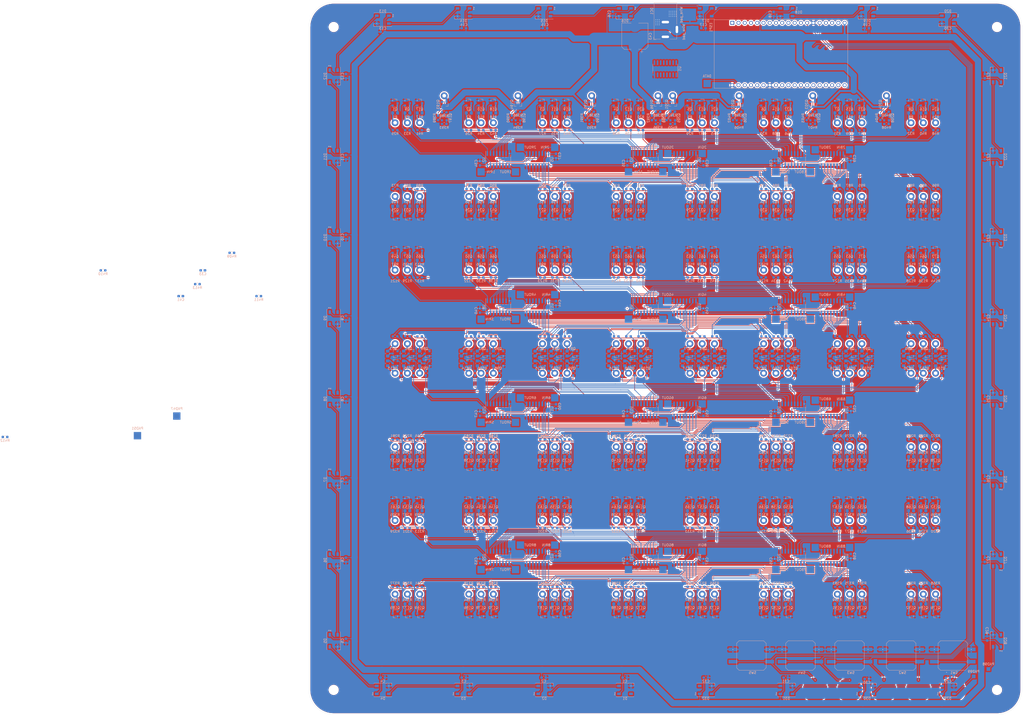
<source format=kicad_pcb>
(kicad_pcb (version 20171130) (host pcbnew "(5.1.10)-1")
  (title_block (date 2021-11-11))
  (layers (0 F.Cu signal) (31 B.Cu signal) (34 B.Paste user) (35 F.Paste user) (36 B.SilkS user) (37 F.SilkS user) (38 B.Mask user) (39 F.Mask user) (44 Edge.Cuts user))
  (net 0 "")
  (net 1 GND)
  (net 2 +5V)
  (net 3 "Net-(D1-Pad2)")
  (net 4 LED_strip)
  (net 5 "Net-(D2-Pad2)")
  (net 6 "Net-(D3-Pad2)")
  (net 7 "Net-(D4-Pad2)")
  (net 8 "Net-(D5-Pad2)")
  (net 9 "Net-(D6-Pad2)")
  (net 10 "Net-(D7-Pad2)")
  (net 11 "Net-(D8-Pad2)")
  (net 12 "Net-(D10-Pad4)")
  (net 13 "Net-(D10-Pad2)")
  (net 14 "Net-(D11-Pad2)")
  (net 15 "Net-(D12-Pad2)")
  (net 16 "Net-(D13-Pad2)")
  (net 17 "Net-(D14-Pad2)")
  (net 18 "Net-(D15-Pad2)")
  (net 19 "Net-(D16-Pad2)")
  (net 20 "Net-(D17-Pad2)")
  (net 21 "Net-(D18-Pad2)")
  (net 22 "Net-(D19-Pad2)")
  (net 23 "Net-(D20-Pad2)")
  (net 24 "Net-(D21-Pad2)")
  (net 25 "Net-(D22-Pad2)")
  (net 26 "Net-(D23-Pad2)")
  (net 27 "Net-(D24-Pad2)")
  (net 28 "Net-(D25-Pad2)")
  (net 29 "Net-(D26-Pad2)")
  (net 30 "Net-(D27-Pad2)")
  (net 31 "Net-(D28-Pad2)")
  (net 32 "Net-(D29-Pad2)")
  (net 33 "Net-(D30-Pad2)")
  (net 34 "Net-(D31-Pad2)")
  (net 35 Touch3)
  (net 36 Touch2)
  (net 37 Touch1)
  (net 38 reset)
  (net 39 output_enable)
  (net 40 update_latch)
  (net 41 shifting_clock)
  (net 42 Touch4)
  (net 43 Touch5)
  (net 44 +3V3)
  (net 45 "Net-(Q1-Pad3)")
  (net 46 "Net-(Q1-Pad1)")
  (net 47 "Net-(Q2-Pad3)")
  (net 48 "Net-(Q2-Pad1)")
  (net 49 "Net-(Q3-Pad3)")
  (net 50 "Net-(Q3-Pad1)")
  (net 51 "Net-(Q4-Pad3)")
  (net 52 "Net-(Q4-Pad1)")
  (net 53 "Net-(Q5-Pad3)")
  (net 54 "Net-(Q5-Pad1)")
  (net 55 "Net-(Q6-Pad3)")
  (net 56 "Net-(Q6-Pad1)")
  (net 57 "Net-(Q7-Pad3)")
  (net 58 "Net-(Q7-Pad1)")
  (net 59 "Net-(Q8-Pad3)")
  (net 60 "Net-(Q8-Pad1)")
  (net 61 "Net-(Q9-Pad3)")
  (net 62 "Net-(Q9-Pad1)")
  (net 63 "Net-(Q10-Pad3)")
  (net 64 "Net-(Q10-Pad1)")
  (net 65 "Net-(Q11-Pad3)")
  (net 66 "Net-(Q11-Pad1)")
  (net 67 "Net-(Q12-Pad3)")
  (net 68 "Net-(Q12-Pad1)")
  (net 69 "Net-(Q13-Pad3)")
  (net 70 "Net-(Q13-Pad1)")
  (net 71 "Net-(Q14-Pad3)")
  (net 72 "Net-(Q14-Pad1)")
  (net 73 "Net-(Q15-Pad3)")
  (net 74 "Net-(Q15-Pad1)")
  (net 75 "Net-(Q16-Pad3)")
  (net 76 "Net-(Q16-Pad1)")
  (net 77 "Net-(Q17-Pad3)")
  (net 78 "Net-(Q17-Pad1)")
  (net 79 "Net-(Q18-Pad3)")
  (net 80 "Net-(Q18-Pad1)")
  (net 81 "Net-(Q19-Pad3)")
  (net 82 "Net-(Q19-Pad1)")
  (net 83 "Net-(Q20-Pad3)")
  (net 84 "Net-(Q20-Pad1)")
  (net 85 "Net-(Q21-Pad3)")
  (net 86 "Net-(Q21-Pad1)")
  (net 87 "Net-(Q22-Pad3)")
  (net 88 "Net-(Q22-Pad1)")
  (net 89 "Net-(Q23-Pad3)")
  (net 90 "Net-(Q23-Pad1)")
  (net 91 "Net-(Q24-Pad3)")
  (net 92 "Net-(Q24-Pad1)")
  (net 93 "Net-(Q25-Pad3)")
  (net 94 "Net-(Q25-Pad1)")
  (net 95 "Net-(Q26-Pad3)")
  (net 96 "Net-(Q26-Pad1)")
  (net 97 "Net-(Q27-Pad3)")
  (net 98 "Net-(Q27-Pad1)")
  (net 99 "Net-(Q28-Pad3)")
  (net 100 "Net-(Q28-Pad1)")
  (net 101 "Net-(Q29-Pad3)")
  (net 102 "Net-(Q29-Pad1)")
  (net 103 "Net-(Q30-Pad3)")
  (net 104 "Net-(Q30-Pad1)")
  (net 105 "Net-(Q31-Pad3)")
  (net 106 "Net-(Q31-Pad1)")
  (net 107 "Net-(Q32-Pad3)")
  (net 108 "Net-(Q32-Pad1)")
  (net 109 "Net-(Q33-Pad3)")
  (net 110 "Net-(Q33-Pad1)")
  (net 111 "Net-(Q34-Pad3)")
  (net 112 "Net-(Q34-Pad1)")
  (net 113 "Net-(Q35-Pad3)")
  (net 114 "Net-(Q35-Pad1)")
  (net 115 "Net-(Q36-Pad3)")
  (net 116 "Net-(Q36-Pad1)")
  (net 117 "Net-(Q37-Pad3)")
  (net 118 "Net-(Q37-Pad1)")
  (net 119 "Net-(Q38-Pad3)")
  (net 120 "Net-(Q38-Pad1)")
  (net 121 "Net-(Q39-Pad3)")
  (net 122 "Net-(Q39-Pad1)")
  (net 123 "Net-(Q40-Pad3)")
  (net 124 "Net-(Q40-Pad1)")
  (net 125 "Net-(Q41-Pad3)")
  (net 126 "Net-(Q41-Pad1)")
  (net 127 "Net-(Q42-Pad3)")
  (net 128 "Net-(Q42-Pad1)")
  (net 129 "Net-(Q43-Pad3)")
  (net 130 "Net-(Q43-Pad1)")
  (net 131 "Net-(Q44-Pad3)")
  (net 132 "Net-(Q44-Pad1)")
  (net 133 "Net-(Q45-Pad3)")
  (net 134 "Net-(Q45-Pad1)")
  (net 135 "Net-(Q46-Pad3)")
  (net 136 "Net-(Q46-Pad1)")
  (net 137 "Net-(Q47-Pad3)")
  (net 138 "Net-(Q47-Pad1)")
  (net 139 "Net-(Q48-Pad3)")
  (net 140 "Net-(Q48-Pad1)")
  (net 141 "Net-(Q49-Pad3)")
  (net 142 "Net-(Q49-Pad1)")
  (net 143 "Net-(Q50-Pad3)")
  (net 144 "Net-(Q50-Pad1)")
  (net 145 "Net-(Q51-Pad3)")
  (net 146 "Net-(Q51-Pad1)")
  (net 147 "Net-(Q52-Pad3)")
  (net 148 "Net-(Q52-Pad1)")
  (net 149 "Net-(Q53-Pad3)")
  (net 150 "Net-(Q53-Pad1)")
  (net 151 "Net-(Q54-Pad3)")
  (net 152 "Net-(Q54-Pad1)")
  (net 153 "Net-(Q55-Pad3)")
  (net 154 "Net-(Q55-Pad1)")
  (net 155 "Net-(Q56-Pad3)")
  (net 156 "Net-(Q56-Pad1)")
  (net 157 "Net-(Q57-Pad3)")
  (net 158 "Net-(Q57-Pad1)")
  (net 159 "Net-(Q58-Pad3)")
  (net 160 "Net-(Q58-Pad1)")
  (net 161 "Net-(Q59-Pad3)")
  (net 162 "Net-(Q59-Pad1)")
  (net 163 "Net-(Q60-Pad3)")
  (net 164 "Net-(Q60-Pad1)")
  (net 165 "Net-(Q61-Pad3)")
  (net 166 "Net-(Q61-Pad1)")
  (net 167 "Net-(Q62-Pad3)")
  (net 168 "Net-(Q62-Pad1)")
  (net 169 "Net-(Q63-Pad3)")
  (net 170 "Net-(Q63-Pad1)")
  (net 171 "Net-(Q64-Pad3)")
  (net 172 "Net-(Q64-Pad1)")
  (net 173 "Net-(Q65-Pad3)")
  (net 174 "Net-(Q65-Pad1)")
  (net 175 "Net-(Q66-Pad3)")
  (net 176 "Net-(Q66-Pad1)")
  (net 177 "Net-(Q67-Pad3)")
  (net 178 "Net-(Q67-Pad1)")
  (net 179 "Net-(Q68-Pad3)")
  (net 180 "Net-(Q68-Pad1)")
  (net 181 "Net-(Q69-Pad3)")
  (net 182 "Net-(Q69-Pad1)")
  (net 183 "Net-(Q70-Pad3)")
  (net 184 "Net-(Q70-Pad1)")
  (net 185 "Net-(Q71-Pad3)")
  (net 186 "Net-(Q71-Pad1)")
  (net 187 "Net-(Q72-Pad3)")
  (net 188 "Net-(Q72-Pad1)")
  (net 189 "Net-(Q73-Pad3)")
  (net 190 "Net-(Q73-Pad1)")
  (net 191 "Net-(Q74-Pad3)")
  (net 192 "Net-(Q74-Pad1)")
  (net 193 "Net-(Q75-Pad3)")
  (net 194 "Net-(Q75-Pad1)")
  (net 195 "Net-(Q76-Pad3)")
  (net 196 "Net-(Q76-Pad1)")
  (net 197 "Net-(Q77-Pad3)")
  (net 198 "Net-(Q77-Pad1)")
  (net 199 "Net-(Q78-Pad3)")
  (net 200 "Net-(Q78-Pad1)")
  (net 201 "Net-(Q79-Pad3)")
  (net 202 "Net-(Q79-Pad1)")
  (net 203 "Net-(Q80-Pad3)")
  (net 204 "Net-(Q80-Pad1)")
  (net 205 "Net-(Q81-Pad3)")
  (net 206 "Net-(Q81-Pad1)")
  (net 207 "Net-(Q82-Pad3)")
  (net 208 "Net-(Q82-Pad1)")
  (net 209 "Net-(Q83-Pad3)")
  (net 210 "Net-(Q83-Pad1)")
  (net 211 "Net-(Q84-Pad3)")
  (net 212 "Net-(Q84-Pad1)")
  (net 213 "Net-(Q85-Pad3)")
  (net 214 "Net-(Q85-Pad1)")
  (net 215 "Net-(Q86-Pad3)")
  (net 216 "Net-(Q86-Pad1)")
  (net 217 "Net-(Q87-Pad3)")
  (net 218 "Net-(Q87-Pad1)")
  (net 219 "Net-(Q88-Pad3)")
  (net 220 "Net-(Q88-Pad1)")
  (net 221 "Net-(Q89-Pad3)")
  (net 222 "Net-(Q89-Pad1)")
  (net 223 "Net-(Q90-Pad3)")
  (net 224 "Net-(Q90-Pad1)")
  (net 225 "Net-(Q91-Pad3)")
  (net 226 "Net-(Q91-Pad1)")
  (net 227 "Net-(Q92-Pad3)")
  (net 228 "Net-(Q92-Pad1)")
  (net 229 "Net-(Q93-Pad3)")
  (net 230 "Net-(Q93-Pad1)")
  (net 231 "Net-(Q94-Pad3)")
  (net 232 "Net-(Q94-Pad1)")
  (net 233 "Net-(Q95-Pad3)")
  (net 234 "Net-(Q95-Pad1)")
  (net 235 "Net-(Q96-Pad3)")
  (net 236 "Net-(Q96-Pad1)")
  (net 237 "Net-(Q97-Pad3)")
  (net 238 "Net-(Q97-Pad1)")
  (net 239 "Net-(Q98-Pad3)")
  (net 240 "Net-(Q98-Pad1)")
  (net 241 "Net-(Q99-Pad3)")
  (net 242 "Net-(Q99-Pad1)")
  (net 243 "Net-(Q100-Pad3)")
  (net 244 "Net-(Q100-Pad1)")
  (net 245 "Net-(Q101-Pad3)")
  (net 246 "Net-(Q101-Pad1)")
  (net 247 "Net-(Q102-Pad3)")
  (net 248 "Net-(Q102-Pad1)")
  (net 249 "Net-(Q103-Pad3)")
  (net 250 "Net-(Q103-Pad1)")
  (net 251 "Net-(Q104-Pad3)")
  (net 252 "Net-(Q104-Pad1)")
  (net 253 "Net-(Q105-Pad3)")
  (net 254 "Net-(Q105-Pad1)")
  (net 255 "Net-(Q106-Pad3)")
  (net 256 "Net-(Q106-Pad1)")
  (net 257 "Net-(Q107-Pad3)")
  (net 258 "Net-(Q107-Pad1)")
  (net 259 "Net-(Q108-Pad3)")
  (net 260 "Net-(Q108-Pad1)")
  (net 261 "Net-(Q109-Pad3)")
  (net 262 "Net-(Q109-Pad1)")
  (net 263 "Net-(Q110-Pad3)")
  (net 264 "Net-(Q110-Pad1)")
  (net 265 "Net-(Q111-Pad3)")
  (net 266 "Net-(Q111-Pad1)")
  (net 267 "Net-(Q112-Pad3)")
  (net 268 "Net-(Q112-Pad1)")
  (net 269 "Net-(Q113-Pad3)")
  (net 270 "Net-(Q113-Pad1)")
  (net 271 "Net-(Q114-Pad3)")
  (net 272 "Net-(Q114-Pad1)")
  (net 273 "Net-(Q115-Pad3)")
  (net 274 "Net-(Q115-Pad1)")
  (net 275 "Net-(Q116-Pad3)")
  (net 276 "Net-(Q116-Pad1)")
  (net 277 "Net-(Q117-Pad3)")
  (net 278 "Net-(Q117-Pad1)")
  (net 279 "Net-(Q118-Pad3)")
  (net 280 "Net-(Q118-Pad1)")
  (net 281 "Net-(Q119-Pad3)")
  (net 282 "Net-(Q119-Pad1)")
  (net 283 "Net-(Q120-Pad3)")
  (net 284 "Net-(Q120-Pad1)")
  (net 285 "Net-(Q121-Pad3)")
  (net 286 "Net-(Q121-Pad1)")
  (net 287 "Net-(Q122-Pad3)")
  (net 288 "Net-(Q122-Pad1)")
  (net 289 "Net-(Q123-Pad3)")
  (net 290 "Net-(Q123-Pad1)")
  (net 291 "Net-(Q124-Pad3)")
  (net 292 "Net-(Q124-Pad1)")
  (net 293 "Net-(Q125-Pad3)")
  (net 294 "Net-(Q125-Pad1)")
  (net 295 "Net-(Q126-Pad3)")
  (net 296 "Net-(Q126-Pad1)")
  (net 297 "Net-(Q127-Pad3)")
  (net 298 "Net-(Q127-Pad1)")
  (net 299 "Net-(Q128-Pad3)")
  (net 300 "Net-(Q128-Pad1)")
  (net 301 "Net-(Q129-Pad3)")
  (net 302 "Net-(Q129-Pad1)")
  (net 303 "Net-(Q130-Pad3)")
  (net 304 "Net-(Q130-Pad1)")
  (net 305 "Net-(Q131-Pad3)")
  (net 306 "Net-(Q131-Pad1)")
  (net 307 "Net-(Q132-Pad3)")
  (net 308 "Net-(Q132-Pad1)")
  (net 309 "Net-(Q133-Pad3)")
  (net 310 "Net-(Q133-Pad1)")
  (net 311 "Net-(Q134-Pad3)")
  (net 312 "Net-(Q134-Pad1)")
  (net 313 "Net-(Q135-Pad3)")
  (net 314 "Net-(Q135-Pad1)")
  (net 315 "Net-(Q136-Pad3)")
  (net 316 "Net-(Q136-Pad1)")
  (net 317 "Net-(Q137-Pad3)")
  (net 318 "Net-(Q137-Pad1)")
  (net 319 "Net-(Q138-Pad3)")
  (net 320 "Net-(Q138-Pad1)")
  (net 321 "Net-(Q139-Pad3)")
  (net 322 "Net-(Q139-Pad1)")
  (net 323 "Net-(Q140-Pad3)")
  (net 324 "Net-(Q140-Pad1)")
  (net 325 "Net-(Q141-Pad3)")
  (net 326 "Net-(Q141-Pad1)")
  (net 327 "Net-(Q142-Pad3)")
  (net 328 "Net-(Q142-Pad1)")
  (net 329 "Net-(Q143-Pad3)")
  (net 330 "Net-(Q143-Pad1)")
  (net 331 "Net-(Q144-Pad3)")
  (net 332 "Net-(Q144-Pad1)")
  (net 333 "Net-(Q145-Pad3)")
  (net 334 "Net-(Q145-Pad1)")
  (net 335 "Net-(Q146-Pad3)")
  (net 336 "Net-(Q146-Pad1)")
  (net 337 "Net-(Q147-Pad3)")
  (net 338 "Net-(Q147-Pad1)")
  (net 339 "Net-(Q148-Pad3)")
  (net 340 "Net-(Q148-Pad1)")
  (net 341 "Net-(Q149-Pad3)")
  (net 342 "Net-(Q149-Pad1)")
  (net 343 "Net-(Q150-Pad3)")
  (net 344 "Net-(Q150-Pad1)")
  (net 345 "Net-(Q151-Pad3)")
  (net 346 "Net-(Q151-Pad1)")
  (net 347 "Net-(Q152-Pad3)")
  (net 348 "Net-(Q152-Pad1)")
  (net 349 "Net-(Q153-Pad3)")
  (net 350 "Net-(Q153-Pad1)")
  (net 351 "Net-(Q154-Pad3)")
  (net 352 "Net-(Q154-Pad1)")
  (net 353 "Net-(Q155-Pad3)")
  (net 354 "Net-(Q155-Pad1)")
  (net 355 "Net-(Q156-Pad3)")
  (net 356 "Net-(Q156-Pad1)")
  (net 357 "Net-(Q157-Pad3)")
  (net 358 "Net-(Q157-Pad1)")
  (net 359 "Net-(Q158-Pad3)")
  (net 360 "Net-(Q158-Pad1)")
  (net 361 "Net-(Q159-Pad3)")
  (net 362 "Net-(Q159-Pad1)")
  (net 363 "Net-(Q160-Pad3)")
  (net 364 "Net-(Q160-Pad1)")
  (net 365 "Net-(Q161-Pad3)")
  (net 366 "Net-(Q161-Pad1)")
  (net 367 "Net-(Q162-Pad3)")
  (net 368 "Net-(Q162-Pad1)")
  (net 369 "Net-(Q163-Pad3)")
  (net 370 "Net-(Q163-Pad1)")
  (net 371 "Net-(Q164-Pad3)")
  (net 372 "Net-(Q164-Pad1)")
  (net 373 "Net-(Q165-Pad3)")
  (net 374 "Net-(Q165-Pad1)")
  (net 375 "Net-(Q166-Pad3)")
  (net 376 "Net-(Q166-Pad1)")
  (net 377 "Net-(Q167-Pad3)")
  (net 378 "Net-(Q167-Pad1)")
  (net 379 "Net-(Q168-Pad3)")
  (net 380 "Net-(Q168-Pad1)")
  (net 381 "Net-(Q169-Pad3)")
  (net 382 "Net-(Q169-Pad1)")
  (net 383 "Net-(Q170-Pad3)")
  (net 384 "Net-(Q170-Pad1)")
  (net 385 "Net-(Q171-Pad3)")
  (net 386 "Net-(Q171-Pad1)")
  (net 387 "Net-(Q172-Pad3)")
  (net 388 "Net-(Q172-Pad1)")
  (net 389 "Net-(Q173-Pad3)")
  (net 390 "Net-(Q173-Pad1)")
  (net 391 "Net-(Q174-Pad3)")
  (net 392 "Net-(Q174-Pad1)")
  (net 393 "Net-(Q175-Pad3)")
  (net 394 "Net-(Q175-Pad1)")
  (net 395 "Net-(Q176-Pad3)")
  (net 396 "Net-(Q176-Pad1)")
  (net 397 "Net-(Q177-Pad3)")
  (net 398 "Net-(Q177-Pad1)")
  (net 399 "Net-(Q178-Pad3)")
  (net 400 "Net-(Q178-Pad1)")
  (net 401 "Net-(Q179-Pad3)")
  (net 402 "Net-(Q179-Pad1)")
  (net 403 "Net-(Q180-Pad3)")
  (net 404 "Net-(Q180-Pad1)")
  (net 405 "Net-(Q181-Pad3)")
  (net 406 "Net-(Q181-Pad1)")
  (net 407 "Net-(Q182-Pad3)")
  (net 408 "Net-(Q182-Pad1)")
  (net 409 "Net-(Q183-Pad3)")
  (net 410 "Net-(Q183-Pad1)")
  (net 411 "Net-(Q184-Pad3)")
  (net 412 "Net-(Q184-Pad1)")
  (net 413 "Net-(Q185-Pad3)")
  (net 414 "Net-(Q185-Pad1)")
  (net 415 "Net-(Q186-Pad3)")
  (net 416 "Net-(Q186-Pad1)")
  (net 417 "Net-(Q187-Pad3)")
  (net 418 "Net-(Q187-Pad1)")
  (net 419 "Net-(Q188-Pad3)")
  (net 420 "Net-(Q188-Pad1)")
  (net 421 "Net-(Q189-Pad3)")
  (net 422 "Net-(Q189-Pad1)")
  (net 423 "Net-(Q190-Pad3)")
  (net 424 "Net-(Q190-Pad1)")
  (net 425 "Net-(Q191-Pad3)")
  (net 426 "Net-(Q191-Pad1)")
  (net 427 "Net-(Q192-Pad3)")
  (net 428 "Net-(Q192-Pad1)")
  (net 429 "Net-(Q193-Pad1)")
  (net 430 "Net-(Q194-Pad1)")
  (net 431 "Net-(Q195-Pad1)")
  (net 432 "Net-(Q196-Pad1)")
  (net 433 "Net-(Q197-Pad3)")
  (net 434 "Net-(Q197-Pad1)")
  (net 435 "Net-(Q198-Pad3)")
  (net 436 "Net-(Q198-Pad1)")
  (net 437 "Net-(Q199-Pad3)")
  (net 438 "Net-(Q199-Pad1)")
  (net 439 "Net-(Q200-Pad3)")
  (net 440 "Net-(Q200-Pad1)")
  (net 441 "Net-(Q201-Pad1)")
  (net 442 "Net-(Q202-Pad1)")
  (net 443 "Net-(Q203-Pad1)")
  (net 444 "Net-(Q204-Pad1)")
  (net 445 "Net-(Q205-Pad3)")
  (net 446 "Net-(Q205-Pad1)")
  (net 447 "Net-(Q206-Pad3)")
  (net 448 "Net-(Q206-Pad1)")
  (net 449 "Net-(Q207-Pad3)")
  (net 450 "Net-(Q207-Pad1)")
  (net 451 "Net-(Q208-Pad3)")
  (net 452 "Net-(Q208-Pad1)")
  (net 453 R1-1)
  (net 454 R1-2)
  (net 455 R1-3)
  (net 456 R1-4)
  (net 457 R1-5)
  (net 458 R1-6)
  (net 459 R1-7)
  (net 460 R1-8)
  (net 461 G1-1)
  (net 462 G1-2)
  (net 463 G1-3)
  (net 464 G1-4)
  (net 465 G1-5)
  (net 466 G1-6)
  (net 467 G1-7)
  (net 468 G1-8)
  (net 469 B1-1)
  (net 470 B1-2)
  (net 471 B1-3)
  (net 472 B1-4)
  (net 473 B1-5)
  (net 474 B1-6)
  (net 475 B1-7)
  (net 476 B1-8)
  (net 477 R2-1)
  (net 478 R2-2)
  (net 479 R2-3)
  (net 480 R2-4)
  (net 481 R2-5)
  (net 482 R2-6)
  (net 483 R2-7)
  (net 484 R2-8)
  (net 485 G2-1)
  (net 486 G2-2)
  (net 487 G2-3)
  (net 488 G2-4)
  (net 489 G2-5)
  (net 490 G2-6)
  (net 491 G2-7)
  (net 492 G2-8)
  (net 493 B2-1)
  (net 494 B2-2)
  (net 495 B2-3)
  (net 496 B2-4)
  (net 497 B2-5)
  (net 498 B2-6)
  (net 499 B2-7)
  (net 500 B2-8)
  (net 501 R3-1)
  (net 502 R3-2)
  (net 503 R3-3)
  (net 504 R3-4)
  (net 505 R3-5)
  (net 506 R3-6)
  (net 507 R3-7)
  (net 508 R3-8)
  (net 509 G3-1)
  (net 510 G3-2)
  (net 511 G3-3)
  (net 512 G3-4)
  (net 513 G3-5)
  (net 514 G3-6)
  (net 515 G3-7)
  (net 516 G3-8)
  (net 517 B3-1)
  (net 518 B3-2)
  (net 519 B3-3)
  (net 520 B3-4)
  (net 521 B3-5)
  (net 522 B3-6)
  (net 523 B3-7)
  (net 524 B3-8)
  (net 525 R4-1)
  (net 526 R4-2)
  (net 527 R4-3)
  (net 528 R4-4)
  (net 529 R4-5)
  (net 530 R4-6)
  (net 531 R4-7)
  (net 532 R4-8)
  (net 533 G4-1)
  (net 534 G4-2)
  (net 535 G4-3)
  (net 536 G4-4)
  (net 537 G4-5)
  (net 538 G4-6)
  (net 539 G4-7)
  (net 540 G4-8)
  (net 541 B4-1)
  (net 542 B4-2)
  (net 543 B4-3)
  (net 544 B4-4)
  (net 545 B4-5)
  (net 546 B4-6)
  (net 547 B4-7)
  (net 548 B4-8)
  (net 549 R5-1)
  (net 550 R5-2)
  (net 551 R5-3)
  (net 552 R5-4)
  (net 553 R5-5)
  (net 554 R5-6)
  (net 555 R5-7)
  (net 556 R5-8)
  (net 557 G5-1)
  (net 558 G5-2)
  (net 559 G5-3)
  (net 560 G5-4)
  (net 561 G5-5)
  (net 562 G5-6)
  (net 563 G5-7)
  (net 564 G5-8)
  (net 565 B5-1)
  (net 566 B5-2)
  (net 567 B5-3)
  (net 568 B5-4)
  (net 569 B5-5)
  (net 570 B5-6)
  (net 571 B5-7)
  (net 572 B5-8)
  (net 573 R6-1)
  (net 574 R6-2)
  (net 575 R6-3)
  (net 576 R6-4)
  (net 577 R6-5)
  (net 578 R6-6)
  (net 579 R6-7)
  (net 580 R6-8)
  (net 581 G6-1)
  (net 582 G6-2)
  (net 583 G6-3)
  (net 584 G6-4)
  (net 585 G6-5)
  (net 586 G6-6)
  (net 587 G6-7)
  (net 588 G6-8)
  (net 589 B6-1)
  (net 590 B6-2)
  (net 591 B6-3)
  (net 592 B6-4)
  (net 593 B6-5)
  (net 594 B6-6)
  (net 595 B6-7)
  (net 596 B6-8)
  (net 597 R7-1)
  (net 598 R7-2)
  (net 599 R7-3)
  (net 600 R7-4)
  (net 601 R7-5)
  (net 602 R7-6)
  (net 603 R7-7)
  (net 604 R7-8)
  (net 605 G7-1)
  (net 606 G7-2)
  (net 607 G7-3)
  (net 608 G7-4)
  (net 609 G7-5)
  (net 610 G7-6)
  (net 611 G7-7)
  (net 612 G7-8)
  (net 613 B7-1)
  (net 614 B7-2)
  (net 615 B7-3)
  (net 616 B7-4)
  (net 617 B7-5)
  (net 618 B7-6)
  (net 619 B7-7)
  (net 620 B7-8)
  (net 621 R8-1)
  (net 622 R8-2)
  (net 623 R8-3)
  (net 624 R8-4)
  (net 625 R8-5)
  (net 626 R8-6)
  (net 627 R8-7)
  (net 628 R8-8)
  (net 629 G8-1)
  (net 630 G8-2)
  (net 631 G8-3)
  (net 632 G8-4)
  (net 633 G8-5)
  (net 634 G8-6)
  (net 635 G8-7)
  (net 636 G8-8)
  (net 637 B8-1)
  (net 638 B8-2)
  (net 639 B8-3)
  (net 640 B8-4)
  (net 641 B8-5)
  (net 642 B8-6)
  (net 643 B8-7)
  (net 644 B8-8)
  (net 645 Layer1)
  (net 646 Layer2)
  (net 647 Layer3)
  (net 648 Layer4)
  (net 649 Layer5)
  (net 650 Layer6)
  (net 651 Layer7)
  (net 652 "Net-(D32-Pad2)")
  (net 653 "Net-(ESP1-Pad2)")
  (net 654 "Net-(ESP1-Pad3)")
  (net 655 "Net-(ESP1-Pad4)")
  (net 656 "Net-(ESP1-Pad5)")
  (net 657 "Net-(ESP1-Pad6)")
  (net 658 "Net-(ESP1-Pad7)")
  (net 659 "Net-(ESP1-Pad8)")
  (net 660 "Net-(ESP1-Pad9)")
  (net 661 "Net-(ESP1-Pad10)")
  (net 662 "Net-(ESP1-Pad11)")
  (net 663 "Net-(ESP1-Pad16)")
  (net 664 "Net-(ESP1-Pad17)")
  (net 665 "Net-(ESP1-Pad18)")
  (net 666 "Net-(ESP1-Pad22)")
  (net 667 "Net-(ESP1-Pad23)")
  (net 668 "Net-(ESP1-Pad24)")
  (net 669 "Net-(ESP1-Pad25)")
  (net 670 "Net-(ESP1-Pad27)")
  (net 671 "Net-(ESP1-Pad29)")
  (net 672 "Net-(ESP1-Pad36)")
  (net 673 "Net-(ESP1-Pad37)")
  (net 674 "Net-(ESP1-Pad38)")
  (net 675 "Net-(H193-Pad~)")
  (net 676 "Net-(H194-Pad~)")
  (net 677 "Net-(H195-Pad~)")
  (net 678 "Net-(H196-Pad~)")
  (net 679 "Net-(H197-Pad~)")
  (net 680 "Net-(H198-Pad~)")
  (net 681 "Net-(H199-Pad~)")
  (net 682 "Net-(H200-Pad~)")
  (net 683 "Net-(H1-Pad~)")
  (net 684 "Net-(H2-Pad~)")
  (net 685 "Net-(H3-Pad~)")
  (net 686 "Net-(H4-Pad~)")
  (net 687 "Net-(H5-Pad~)")
  (net 688 "Net-(H6-Pad~)")
  (net 689 "Net-(H7-Pad~)")
  (net 690 "Net-(H8-Pad~)")
  (net 691 "Net-(H9-Pad~)")
  (net 692 "Net-(H10-Pad~)")
  (net 693 "Net-(H11-Pad~)")
  (net 694 "Net-(H12-Pad~)")
  (net 695 "Net-(H13-Pad~)")
  (net 696 "Net-(H14-Pad~)")
  (net 697 "Net-(H15-Pad~)")
  (net 698 "Net-(H16-Pad~)")
  (net 699 "Net-(H17-Pad~)")
  (net 700 "Net-(H18-Pad~)")
  (net 701 "Net-(H19-Pad~)")
  (net 702 "Net-(H20-Pad~)")
  (net 703 "Net-(H21-Pad~)")
  (net 704 "Net-(H22-Pad~)")
  (net 705 "Net-(H23-Pad~)")
  (net 706 "Net-(H24-Pad~)")
  (net 707 "Net-(H25-Pad~)")
  (net 708 "Net-(H26-Pad~)")
  (net 709 "Net-(H27-Pad~)")
  (net 710 "Net-(H28-Pad~)")
  (net 711 "Net-(H29-Pad~)")
  (net 712 "Net-(H30-Pad~)")
  (net 713 "Net-(H31-Pad~)")
  (net 714 "Net-(H32-Pad~)")
  (net 715 "Net-(H33-Pad~)")
  (net 716 "Net-(H34-Pad~)")
  (net 717 "Net-(H35-Pad~)")
  (net 718 "Net-(H36-Pad~)")
  (net 719 "Net-(H37-Pad~)")
  (net 720 "Net-(H38-Pad~)")
  (net 721 "Net-(H39-Pad~)")
  (net 722 "Net-(H40-Pad~)")
  (net 723 "Net-(H41-Pad~)")
  (net 724 "Net-(H42-Pad~)")
  (net 725 "Net-(H43-Pad~)")
  (net 726 "Net-(H44-Pad~)")
  (net 727 "Net-(H45-Pad~)")
  (net 728 "Net-(H46-Pad~)")
  (net 729 "Net-(H47-Pad~)")
  (net 730 "Net-(H48-Pad~)")
  (net 731 "Net-(H49-Pad~)")
  (net 732 "Net-(H50-Pad~)")
  (net 733 "Net-(H51-Pad~)")
  (net 734 "Net-(H52-Pad~)")
  (net 735 "Net-(H53-Pad~)")
  (net 736 "Net-(H54-Pad~)")
  (net 737 "Net-(H55-Pad~)")
  (net 738 "Net-(H56-Pad~)")
  (net 739 "Net-(H57-Pad~)")
  (net 740 "Net-(H58-Pad~)")
  (net 741 "Net-(H59-Pad~)")
  (net 742 "Net-(H60-Pad~)")
  (net 743 "Net-(H61-Pad~)")
  (net 744 "Net-(H62-Pad~)")
  (net 745 "Net-(H63-Pad~)")
  (net 746 "Net-(H64-Pad~)")
  (net 747 "Net-(H65-Pad~)")
  (net 748 "Net-(H66-Pad~)")
  (net 749 "Net-(H67-Pad~)")
  (net 750 "Net-(H68-Pad~)")
  (net 751 "Net-(H69-Pad~)")
  (net 752 "Net-(H70-Pad~)")
  (net 753 "Net-(H71-Pad~)")
  (net 754 "Net-(H72-Pad~)")
  (net 755 "Net-(H73-Pad~)")
  (net 756 "Net-(H74-Pad~)")
  (net 757 "Net-(H75-Pad~)")
  (net 758 "Net-(H76-Pad~)")
  (net 759 "Net-(H77-Pad~)")
  (net 760 "Net-(H78-Pad~)")
  (net 761 "Net-(H79-Pad~)")
  (net 762 "Net-(H80-Pad~)")
  (net 763 "Net-(H81-Pad~)")
  (net 764 "Net-(H82-Pad~)")
  (net 765 "Net-(H83-Pad~)")
  (net 766 "Net-(H84-Pad~)")
  (net 767 "Net-(H85-Pad~)")
  (net 768 "Net-(H86-Pad~)")
  (net 769 "Net-(H87-Pad~)")
  (net 770 "Net-(H88-Pad~)")
  (net 771 "Net-(H89-Pad~)")
  (net 772 "Net-(H90-Pad~)")
  (net 773 "Net-(H91-Pad~)")
  (net 774 "Net-(H92-Pad~)")
  (net 775 "Net-(H93-Pad~)")
  (net 776 "Net-(H94-Pad~)")
  (net 777 "Net-(H95-Pad~)")
  (net 778 "Net-(H96-Pad~)")
  (net 779 "Net-(H97-Pad~)")
  (net 780 "Net-(H98-Pad~)")
  (net 781 "Net-(H99-Pad~)")
  (net 782 "Net-(H100-Pad~)")
  (net 783 "Net-(H101-Pad~)")
  (net 784 "Net-(H102-Pad~)")
  (net 785 "Net-(H103-Pad~)")
  (net 786 "Net-(H104-Pad~)")
  (net 787 "Net-(H105-Pad~)")
  (net 788 "Net-(H106-Pad~)")
  (net 789 "Net-(H107-Pad~)")
  (net 790 "Net-(H108-Pad~)")
  (net 791 "Net-(H109-Pad~)")
  (net 792 "Net-(H110-Pad~)")
  (net 793 "Net-(H111-Pad~)")
  (net 794 "Net-(H112-Pad~)")
  (net 795 "Net-(H113-Pad~)")
  (net 796 "Net-(H114-Pad~)")
  (net 797 "Net-(H115-Pad~)")
  (net 798 "Net-(H116-Pad~)")
  (net 799 "Net-(H117-Pad~)")
  (net 800 "Net-(H118-Pad~)")
  (net 801 "Net-(H119-Pad~)")
  (net 802 "Net-(H120-Pad~)")
  (net 803 "Net-(H121-Pad~)")
  (net 804 "Net-(H122-Pad~)")
  (net 805 "Net-(H123-Pad~)")
  (net 806 "Net-(H124-Pad~)")
  (net 807 "Net-(H125-Pad~)")
  (net 808 "Net-(H126-Pad~)")
  (net 809 "Net-(H127-Pad~)")
  (net 810 "Net-(H128-Pad~)")
  (net 811 "Net-(H129-Pad~)")
  (net 812 "Net-(H130-Pad~)")
  (net 813 "Net-(H131-Pad~)")
  (net 814 "Net-(H132-Pad~)")
  (net 815 "Net-(H133-Pad~)")
  (net 816 "Net-(H134-Pad~)")
  (net 817 "Net-(H135-Pad~)")
  (net 818 "Net-(H136-Pad~)")
  (net 819 "Net-(H137-Pad~)")
  (net 820 "Net-(H138-Pad~)")
  (net 821 "Net-(H139-Pad~)")
  (net 822 "Net-(H140-Pad~)")
  (net 823 "Net-(H141-Pad~)")
  (net 824 "Net-(H142-Pad~)")
  (net 825 "Net-(H143-Pad~)")
  (net 826 "Net-(H144-Pad~)")
  (net 827 "Net-(H145-Pad~)")
  (net 828 "Net-(H146-Pad~)")
  (net 829 "Net-(H147-Pad~)")
  (net 830 "Net-(H148-Pad~)")
  (net 831 "Net-(H149-Pad~)")
  (net 832 "Net-(H150-Pad~)")
  (net 833 "Net-(H151-Pad~)")
  (net 834 "Net-(H152-Pad~)")
  (net 835 "Net-(H153-Pad~)")
  (net 836 "Net-(H154-Pad~)")
  (net 837 "Net-(H155-Pad~)")
  (net 838 "Net-(H156-Pad~)")
  (net 839 "Net-(H157-Pad~)")
  (net 840 "Net-(H158-Pad~)")
  (net 841 "Net-(H159-Pad~)")
  (net 842 "Net-(H160-Pad~)")
  (net 843 "Net-(H161-Pad~)")
  (net 844 "Net-(H162-Pad~)")
  (net 845 "Net-(H163-Pad~)")
  (net 846 "Net-(H164-Pad~)")
  (net 847 "Net-(H165-Pad~)")
  (net 848 "Net-(H166-Pad~)")
  (net 849 "Net-(H167-Pad~)")
  (net 850 "Net-(H168-Pad~)")
  (net 851 "Net-(H169-Pad~)")
  (net 852 "Net-(H170-Pad~)")
  (net 853 "Net-(H171-Pad~)")
  (net 854 "Net-(H172-Pad~)")
  (net 855 "Net-(H173-Pad~)")
  (net 856 "Net-(H174-Pad~)")
  (net 857 "Net-(H175-Pad~)")
  (net 858 "Net-(H176-Pad~)")
  (net 859 "Net-(H177-Pad~)")
  (net 860 "Net-(H178-Pad~)")
  (net 861 "Net-(H179-Pad~)")
  (net 862 "Net-(H180-Pad~)")
  (net 863 "Net-(H181-Pad~)")
  (net 864 "Net-(H182-Pad~)")
  (net 865 "Net-(H183-Pad~)")
  (net 866 "Net-(H184-Pad~)")
  (net 867 "Net-(H185-Pad~)")
  (net 868 "Net-(H186-Pad~)")
  (net 869 "Net-(H187-Pad~)")
  (net 870 "Net-(H188-Pad~)")
  (net 871 "Net-(H189-Pad~)")
  (net 872 "Net-(H190-Pad~)")
  (net 873 "Net-(H191-Pad~)")
  (net 874 "Net-(H192-Pad~)")
  (net 875 Layer8)
  (net 876 "Net-(ESP1-Pad21)")
  (net 877 "Net-(PAD2-Pad1)")
  (net 878 "Net-(PAD3-Pad1)")
  (net 879 "Net-(PAD4-Pad1)")
  (net 880 "Net-(PAD5-Pad1)")
  (net 881 "Net-(PAD6-Pad1)")
  (net 882 "Net-(PAD7-Pad1)")
  (net 883 "Net-(PAD8-Pad1)")
  (net 884 "Net-(PAD9-Pad1)")
  (net 885 "Net-(PAD10-Pad1)")
  (net 886 "Net-(PAD11-Pad1)")
  (net 887 "Net-(PAD12-Pad1)")
  (net 888 "Net-(PAD13-Pad1)")
  (net 889 "Net-(PAD14-Pad1)")
  (net 890 "Net-(PAD15-Pad1)")
  (net 891 "Net-(PAD16-Pad1)")
  (net 892 "Net-(PAD17-Pad1)")
  (net 893 "Net-(PAD18-Pad1)")
  (net 894 "Net-(PAD19-Pad1)")
  (net 895 "Net-(PAD20-Pad1)")
  (net 896 "Net-(PAD21-Pad1)")
  (net 897 "Net-(PAD22-Pad1)")
  (net 898 "Net-(PAD23-Pad1)")
  (net 899 "Net-(PAD24-Pad1)")
  (net 900 "Net-(PAD25-Pad1)")
  (net 901 "Net-(PAD26-Pad1)")
  (net 902 "Net-(PAD27-Pad1)")
  (net 903 "Net-(PAD28-Pad1)")
  (net 904 "Net-(PAD29-Pad1)")
  (net 905 "Net-(PAD30-Pad1)")
  (net 906 "Net-(PAD31-Pad1)")
  (net 907 "Net-(PAD32-Pad1)")
  (net 908 "Net-(PAD33-Pad1)")
  (net 909 "Net-(PAD34-Pad1)")
  (net 910 "Net-(PAD35-Pad1)")
  (net 911 "Net-(PAD36-Pad1)")
  (net 912 "Net-(PAD37-Pad1)")
  (net 913 "Net-(PAD38-Pad1)")
  (net 914 "Net-(PAD39-Pad1)")
  (net 915 "Net-(PAD40-Pad1)")
  (net 916 "Net-(PAD41-Pad1)")
  (net 917 "Net-(PAD42-Pad1)")
  (net 918 "Net-(PAD43-Pad1)")
  (net 919 "Net-(PAD44-Pad1)")
  (net 920 "Net-(PAD45-Pad1)")
  (net 921 "Net-(PAD46-Pad1)")
  (net 922 "Net-(PAD47-Pad1)")
  (net 923 "Net-(PAD48-Pad1)")
  (net 924 "Net-(PAD49-Pad1)")
  (net 925 "Net-(PAD50-Pad1)")
  (net 926 "Net-(PAD51-Pad1)")
  (net 927 "Net-(D29-Pad4)")
  (module LED-Cube:Solder_pad_1.5x1.5mm (layer B.Cu) (at 322.5 325.5)
    (fp_text reference PAD99 (at 0 -2) (layer B.SilkS) (effects (justify mirror)))
    (fp_text value Wire_pad)
    (pad 1 smd rect (at 0 0) (size 1.5 1.5) (layers B.Cu B.Paste B.Mask) (net 927 "Net-(D29-Pad4)"))
  )
  (module LED-Cube:Solder_pad_1.5x1.5mm (layer B.Cu) (at 328.5 322.5)
    (fp_text reference PAD98 (at 0 -2) (layer B.SilkS) (effects (justify mirror)))
    (fp_text value Wire_pad)
    (pad 1 smd rect (at 0 0) (size 1.5 1.5) (layers B.Cu B.Paste B.Mask) (net 31 "Net-(D28-Pad2)"))
  )
  (module LED-Cube:Solder_pad_5x5mm (layer B.Cu) (at 207 56)
    (fp_text reference PAD53 hide)
    (fp_text value Wire_pad (at -3.5 0 90) (layer B.SilkS) (effects (justify mirror)))
    (pad 1 smd rect (at 0 0) (size 5 5) (layers B.Cu B.Paste B.Mask) (net 1 GND))
  )
  (module LED-Cube:Solder_pad_5x5mm (layer B.Cu) (at 208 63)
    (fp_text reference PAD52 hide)
    (fp_text value Wire_pad (at -3.5 0 90) (layer B.SilkS) (effects (justify mirror)))
    (pad 1 smd rect (at 0 0) (size 5 5) (layers B.Cu B.Paste B.Mask) (net 2 +5V))
  )
  (module LED-Cube:Solder_pad_3x3mm (layer B.Cu) (at -17.8628 227.4564)
    (fp_text reference PAD51 (at 0 -3) (layer B.SilkS) (effects (justify mirror)))
    (fp_text value LAYERIN)
    (pad 1 smd rect (at 0 0) (size 3 3) (layers B.Cu B.Paste B.Mask) (net 926 "Net-(PAD51-Pad1)"))
  )
  (module LED-Cube:Solder_pad_3x3mm (layer B.Cu) (at 272 273)
    (fp_text reference PAD50 hide)
    (fp_text value 8BIN (at -3.5 -0.5) (layer B.SilkS) (effects (justify mirror)))
    (pad 1 smd rect (at 0 0) (size 3 3) (layers B.Cu B.Paste B.Mask) (net 925 "Net-(PAD50-Pad1)"))
  )
  (module LED-Cube:Solder_pad_3x3mm (layer B.Cu) (at 212 274.5)
    (fp_text reference PAD49 hide)
    (fp_text value 8GIN (at 0 -2.5) (layer B.SilkS) (effects (justify mirror)))
    (pad 1 smd rect (at 0 0) (size 3 3) (layers B.Cu B.Paste B.Mask) (net 924 "Net-(PAD49-Pad1)"))
  )
  (module LED-Cube:Solder_pad_3x3mm (layer B.Cu) (at 152 272)
    (fp_text reference PAD48 hide)
    (fp_text value 8RIN (at -3.5 0) (layer B.SilkS) (effects (justify mirror)))
    (pad 1 smd rect (at 0 0) (size 3 3) (layers B.Cu B.Paste B.Mask) (net 923 "Net-(PAD48-Pad1)"))
  )
  (module LED-Cube:Solder_pad_3x3mm (layer B.Cu) (at -1.8628 219.4564)
    (fp_text reference PAD47 (at 0 -3) (layer B.SilkS) (effects (justify mirror)))
    (fp_text value LAYEROUT)
    (pad 1 smd rect (at 0 0) (size 3 3) (layers B.Cu B.Paste B.Mask) (net 922 "Net-(PAD47-Pad1)"))
  )
  (module LED-Cube:Solder_pad_3x3mm (layer B.Cu) (at 258 273)
    (fp_text reference PAD46 hide)
    (fp_text value 8BOUT (at 4 -0.5) (layer B.SilkS) (effects (justify mirror)))
    (pad 1 smd rect (at 0 0) (size 3 3) (layers B.Cu B.Paste B.Mask) (net 921 "Net-(PAD46-Pad1)"))
  )
  (module LED-Cube:Solder_pad_3x3mm (layer B.Cu) (at 198 274.5)
    (fp_text reference PAD45 hide)
    (fp_text value 8GOUT (at 0 -2.5) (layer B.SilkS) (effects (justify mirror)))
    (pad 1 smd rect (at 0 0) (size 3 3) (layers B.Cu B.Paste B.Mask) (net 920 "Net-(PAD45-Pad1)"))
  )
  (module LED-Cube:Solder_pad_3x3mm (layer B.Cu) (at 138 272)
    (fp_text reference PAD44 hide)
    (fp_text value 8ROUT (at 4 0) (layer B.SilkS) (effects (justify mirror)))
    (pad 1 smd rect (at 0 0) (size 3 3) (layers B.Cu B.Paste B.Mask) (net 919 "Net-(PAD44-Pad1)"))
  )
  (module LED-Cube:Solder_pad_3x3mm (layer B.Cu) (at 242 282)
    (fp_text reference PAD43 hide)
    (fp_text value 7BIN (at 3.5 0) (layer B.SilkS) (effects (justify mirror)))
    (pad 1 smd rect (at 0 0) (size 3 3) (layers B.Cu B.Paste B.Mask) (net 918 "Net-(PAD43-Pad1)"))
  )
  (module LED-Cube:Solder_pad_3x3mm (layer B.Cu) (at 182 282)
    (fp_text reference PAD42 hide)
    (fp_text value 7GIN (at 3.5 0) (layer B.SilkS) (effects (justify mirror)))
    (pad 1 smd rect (at 0 0) (size 3 3) (layers B.Cu B.Paste B.Mask) (net 917 "Net-(PAD42-Pad1)"))
  )
  (module LED-Cube:Solder_pad_3x3mm (layer B.Cu) (at 122 282)
    (fp_text reference PAD41 hide)
    (fp_text value 7RIN (at 3.5 0) (layer B.SilkS) (effects (justify mirror)))
    (pad 1 smd rect (at 0 0) (size 3 3) (layers B.Cu B.Paste B.Mask) (net 916 "Net-(PAD41-Pad1)"))
  )
  (module LED-Cube:Solder_pad_3x3mm (layer B.Cu) (at 256 282)
    (fp_text reference PAD40 hide)
    (fp_text value 7BOUT (at -4 0) (layer B.SilkS) (effects (justify mirror)))
    (pad 1 smd rect (at 0 0) (size 3 3) (layers B.Cu B.Paste B.Mask) (net 915 "Net-(PAD40-Pad1)"))
  )
  (module LED-Cube:Solder_pad_3x3mm (layer B.Cu) (at 196 282)
    (fp_text reference PAD39 hide)
    (fp_text value 7GOUT (at -4 0) (layer B.SilkS) (effects (justify mirror)))
    (pad 1 smd rect (at 0 0) (size 3 3) (layers B.Cu B.Paste B.Mask) (net 914 "Net-(PAD39-Pad1)"))
  )
  (module LED-Cube:Solder_pad_3x3mm (layer B.Cu) (at 136 282)
    (fp_text reference PAD38 hide)
    (fp_text value 7ROUT (at -4 0) (layer B.SilkS) (effects (justify mirror)))
    (pad 1 smd rect (at 0 0) (size 3 3) (layers B.Cu B.Paste B.Mask) (net 913 "Net-(PAD38-Pad1)"))
  )
  (module LED-Cube:Solder_pad_3x3mm (layer B.Cu) (at 272 213)
    (fp_text reference PAD37 hide)
    (fp_text value 6BIN (at -3.5 -0.5) (layer B.SilkS) (effects (justify mirror)))
    (pad 1 smd rect (at 0 0) (size 3 3) (layers B.Cu B.Paste B.Mask) (net 912 "Net-(PAD37-Pad1)"))
  )
  (module LED-Cube:Solder_pad_3x3mm (layer B.Cu) (at 212 214.5)
    (fp_text reference PAD36 hide)
    (fp_text value 6GIN (at 0 -2.5) (layer B.SilkS) (effects (justify mirror)))
    (pad 1 smd rect (at 0 0) (size 3 3) (layers B.Cu B.Paste B.Mask) (net 911 "Net-(PAD36-Pad1)"))
  )
  (module LED-Cube:Solder_pad_3x3mm (layer B.Cu) (at 152 212)
    (fp_text reference PAD35 hide)
    (fp_text value 6RIN (at -3.5 0) (layer B.SilkS) (effects (justify mirror)))
    (pad 1 smd rect (at 0 0) (size 3 3) (layers B.Cu B.Paste B.Mask) (net 910 "Net-(PAD35-Pad1)"))
  )
  (module LED-Cube:Solder_pad_3x3mm (layer B.Cu) (at 258 213)
    (fp_text reference PAD34 hide)
    (fp_text value 6BOUT (at 4 -0.5) (layer B.SilkS) (effects (justify mirror)))
    (pad 1 smd rect (at 0 0) (size 3 3) (layers B.Cu B.Paste B.Mask) (net 909 "Net-(PAD34-Pad1)"))
  )
  (module LED-Cube:Solder_pad_3x3mm (layer B.Cu) (at 198 214.5)
    (fp_text reference PAD33 hide)
    (fp_text value 6GOUT (at 0 -2.5) (layer B.SilkS) (effects (justify mirror)))
    (pad 1 smd rect (at 0 0) (size 3 3) (layers B.Cu B.Paste B.Mask) (net 908 "Net-(PAD33-Pad1)"))
  )
  (module LED-Cube:Solder_pad_3x3mm (layer B.Cu) (at 138 212)
    (fp_text reference PAD32 hide)
    (fp_text value 6ROUT (at 4 0) (layer B.SilkS) (effects (justify mirror)))
    (pad 1 smd rect (at 0 0) (size 3 3) (layers B.Cu B.Paste B.Mask) (net 907 "Net-(PAD32-Pad1)"))
  )
  (module LED-Cube:Solder_pad_3x3mm (layer B.Cu) (at 242 222)
    (fp_text reference PAD31 hide)
    (fp_text value 5BIN (at 3.5 0) (layer B.SilkS) (effects (justify mirror)))
    (pad 1 smd rect (at 0 0) (size 3 3) (layers B.Cu B.Paste B.Mask) (net 906 "Net-(PAD31-Pad1)"))
  )
  (module LED-Cube:Solder_pad_3x3mm (layer B.Cu) (at 182 222)
    (fp_text reference PAD30 hide)
    (fp_text value 5GIN (at 3.5 0) (layer B.SilkS) (effects (justify mirror)))
    (pad 1 smd rect (at 0 0) (size 3 3) (layers B.Cu B.Paste B.Mask) (net 905 "Net-(PAD30-Pad1)"))
  )
  (module LED-Cube:Solder_pad_3x3mm (layer B.Cu) (at 122 222)
    (fp_text reference PAD29 hide)
    (fp_text value 5RIN (at 3.5 0) (layer B.SilkS) (effects (justify mirror)))
    (pad 1 smd rect (at 0 0) (size 3 3) (layers B.Cu B.Paste B.Mask) (net 904 "Net-(PAD29-Pad1)"))
  )
  (module LED-Cube:Solder_pad_3x3mm (layer B.Cu) (at 256 222)
    (fp_text reference PAD28 hide)
    (fp_text value 5BOUT (at -4 0) (layer B.SilkS) (effects (justify mirror)))
    (pad 1 smd rect (at 0 0) (size 3 3) (layers B.Cu B.Paste B.Mask) (net 903 "Net-(PAD28-Pad1)"))
  )
  (module LED-Cube:Solder_pad_3x3mm (layer B.Cu) (at 196 222)
    (fp_text reference PAD27 hide)
    (fp_text value 5GOUT (at -4 0) (layer B.SilkS) (effects (justify mirror)))
    (pad 1 smd rect (at 0 0) (size 3 3) (layers B.Cu B.Paste B.Mask) (net 902 "Net-(PAD27-Pad1)"))
  )
  (module LED-Cube:Solder_pad_3x3mm (layer B.Cu) (at 136 222)
    (fp_text reference PAD26 hide)
    (fp_text value 5ROUT (at -4 0) (layer B.SilkS) (effects (justify mirror)))
    (pad 1 smd rect (at 0 0) (size 3 3) (layers B.Cu B.Paste B.Mask) (net 901 "Net-(PAD26-Pad1)"))
  )
  (module LED-Cube:Solder_pad_3x3mm (layer B.Cu) (at 272 171)
    (fp_text reference PAD25 hide)
    (fp_text value 4BIN (at -3.5 -1) (layer B.SilkS) (effects (justify mirror)))
    (pad 1 smd rect (at 0 0) (size 3 3) (layers B.Cu B.Paste B.Mask) (net 900 "Net-(PAD25-Pad1)"))
  )
  (module LED-Cube:Solder_pad_3x3mm (layer B.Cu) (at 212 172.5)
    (fp_text reference PAD24 hide)
    (fp_text value 4GIN (at 0 -2.5) (layer B.SilkS) (effects (justify mirror)))
    (pad 1 smd rect (at 0 0) (size 3 3) (layers B.Cu B.Paste B.Mask) (net 899 "Net-(PAD24-Pad1)"))
  )
  (module LED-Cube:Solder_pad_3x3mm (layer B.Cu) (at 152 170)
    (fp_text reference PAD23 hide)
    (fp_text value 4RIN (at -3.5 0) (layer B.SilkS) (effects (justify mirror)))
    (pad 1 smd rect (at 0 0) (size 3 3) (layers B.Cu B.Paste B.Mask) (net 898 "Net-(PAD23-Pad1)"))
  )
  (module LED-Cube:Solder_pad_3x3mm (layer B.Cu) (at 258 171)
    (fp_text reference PAD22 hide)
    (fp_text value 4BOUT (at 4 -1) (layer B.SilkS) (effects (justify mirror)))
    (pad 1 smd rect (at 0 0) (size 3 3) (layers B.Cu B.Paste B.Mask) (net 897 "Net-(PAD22-Pad1)"))
  )
  (module LED-Cube:Solder_pad_3x3mm (layer B.Cu) (at 198 172.5)
    (fp_text reference PAD21 hide)
    (fp_text value 4GOUT (at 0 -2.5) (layer B.SilkS) (effects (justify mirror)))
    (pad 1 smd rect (at 0 0) (size 3 3) (layers B.Cu B.Paste B.Mask) (net 896 "Net-(PAD21-Pad1)"))
  )
  (module LED-Cube:Solder_pad_3x3mm (layer B.Cu) (at 138 170)
    (fp_text reference PAD20 hide)
    (fp_text value 4ROUT (at 4 0) (layer B.SilkS) (effects (justify mirror)))
    (pad 1 smd rect (at 0 0) (size 3 3) (layers B.Cu B.Paste B.Mask) (net 895 "Net-(PAD20-Pad1)"))
  )
  (module LED-Cube:Solder_pad_3x3mm (layer B.Cu) (at 242 180)
    (fp_text reference PAD19 hide)
    (fp_text value 3BIN (at 3.5 0) (layer B.SilkS) (effects (justify mirror)))
    (pad 1 smd rect (at 0 0) (size 3 3) (layers B.Cu B.Paste B.Mask) (net 894 "Net-(PAD19-Pad1)"))
  )
  (module LED-Cube:Solder_pad_3x3mm (layer B.Cu) (at 182 180)
    (fp_text reference PAD18 hide)
    (fp_text value 3GIN (at 3.5 0) (layer B.SilkS) (effects (justify mirror)))
    (pad 1 smd rect (at 0 0) (size 3 3) (layers B.Cu B.Paste B.Mask) (net 893 "Net-(PAD18-Pad1)"))
  )
  (module LED-Cube:Solder_pad_3x3mm (layer B.Cu) (at 122 180)
    (fp_text reference PAD17 hide)
    (fp_text value 3RIN (at 3.5 0) (layer B.SilkS) (effects (justify mirror)))
    (pad 1 smd rect (at 0 0) (size 3 3) (layers B.Cu B.Paste B.Mask) (net 892 "Net-(PAD17-Pad1)"))
  )
  (module LED-Cube:Solder_pad_3x3mm (layer B.Cu) (at 256 180)
    (fp_text reference PAD16 hide)
    (fp_text value 3BOUT (at -4 0) (layer B.SilkS) (effects (justify mirror)))
    (pad 1 smd rect (at 0 0) (size 3 3) (layers B.Cu B.Paste B.Mask) (net 891 "Net-(PAD16-Pad1)"))
  )
  (module LED-Cube:Solder_pad_3x3mm (layer B.Cu) (at 196 180)
    (fp_text reference PAD15 hide)
    (fp_text value 3GOUT (at -4 0) (layer B.SilkS) (effects (justify mirror)))
    (pad 1 smd rect (at 0 0) (size 3 3) (layers B.Cu B.Paste B.Mask) (net 890 "Net-(PAD15-Pad1)"))
  )
  (module LED-Cube:Solder_pad_3x3mm (layer B.Cu) (at 136 180)
    (fp_text reference PAD14 hide)
    (fp_text value 3ROUT (at -4 0) (layer B.SilkS) (effects (justify mirror)))
    (pad 1 smd rect (at 0 0) (size 3 3) (layers B.Cu B.Paste B.Mask) (net 889 "Net-(PAD14-Pad1)"))
  )
  (module LED-Cube:Solder_pad_3x3mm (layer B.Cu) (at 272 111)
    (fp_text reference PAD13 hide)
    (fp_text value 2BIN (at -3.5 -1) (layer B.SilkS) (effects (justify mirror)))
    (pad 1 smd rect (at 0 0) (size 3 3) (layers B.Cu B.Paste B.Mask) (net 888 "Net-(PAD13-Pad1)"))
  )
  (module LED-Cube:Solder_pad_3x3mm (layer B.Cu) (at 212 112.5)
    (fp_text reference PAD12 hide)
    (fp_text value 2GIN (at 0 -2.5) (layer B.SilkS) (effects (justify mirror)))
    (pad 1 smd rect (at 0 0) (size 3 3) (layers B.Cu B.Paste B.Mask) (net 887 "Net-(PAD12-Pad1)"))
  )
  (module LED-Cube:Solder_pad_3x3mm (layer B.Cu) (at 152 110)
    (fp_text reference PAD11 hide)
    (fp_text value 2RIN (at -4 0) (layer B.SilkS) (effects (justify mirror)))
    (pad 1 smd rect (at 0 0) (size 3 3) (layers B.Cu B.Paste B.Mask) (net 886 "Net-(PAD11-Pad1)"))
  )
  (module LED-Cube:Solder_pad_3x3mm (layer B.Cu) (at 258 111)
    (fp_text reference PAD10 hide)
    (fp_text value 2BOUT (at 4 -1) (layer B.SilkS) (effects (justify mirror)))
    (pad 1 smd rect (at 0 0) (size 3 3) (layers B.Cu B.Paste B.Mask) (net 885 "Net-(PAD10-Pad1)"))
  )
  (module LED-Cube:Solder_pad_3x3mm (layer B.Cu) (at 198 112.5)
    (fp_text reference PAD9 hide)
    (fp_text value 2GOUT (at 0 -2.5) (layer B.SilkS) (effects (justify mirror)))
    (pad 1 smd rect (at 0 0) (size 3 3) (layers B.Cu B.Paste B.Mask) (net 884 "Net-(PAD9-Pad1)"))
  )
  (module LED-Cube:Solder_pad_3x3mm (layer B.Cu) (at 138 110)
    (fp_text reference PAD8 hide)
    (fp_text value 2ROUT (at 4 0) (layer B.SilkS) (effects (justify mirror)))
    (pad 1 smd rect (at 0 0) (size 3 3) (layers B.Cu B.Paste B.Mask) (net 883 "Net-(PAD8-Pad1)"))
  )
  (module LED-Cube:Solder_pad_3x3mm (layer B.Cu) (at 242 120)
    (fp_text reference PAD7 hide)
    (fp_text value 1BIN (at 4 0) (layer B.SilkS) (effects (justify mirror)))
    (pad 1 smd rect (at 0 0) (size 3 3) (layers B.Cu B.Paste B.Mask) (net 882 "Net-(PAD7-Pad1)"))
  )
  (module LED-Cube:Solder_pad_3x3mm (layer B.Cu) (at 182 120)
    (fp_text reference PAD6 hide)
    (fp_text value 1GIN (at 4 0) (layer B.SilkS) (effects (justify mirror)))
    (pad 1 smd rect (at 0 0) (size 3 3) (layers B.Cu B.Paste B.Mask) (net 881 "Net-(PAD6-Pad1)"))
  )
  (module LED-Cube:Solder_pad_3x3mm (layer B.Cu) (at 122 120)
    (fp_text reference PAD5 hide)
    (fp_text value 1RIN (at 4 0) (layer B.SilkS) (effects (justify mirror)))
    (pad 1 smd rect (at 0 0) (size 3 3) (layers B.Cu B.Paste B.Mask) (net 880 "Net-(PAD5-Pad1)"))
  )
  (module LED-Cube:Solder_pad_3x3mm (layer B.Cu) (at 256 120)
    (fp_text reference PAD4 hide)
    (fp_text value 1BOUT (at -4 0) (layer B.SilkS) (effects (justify mirror)))
    (pad 1 smd rect (at 0 0) (size 3 3) (layers B.Cu B.Paste B.Mask) (net 879 "Net-(PAD4-Pad1)"))
  )
  (module LED-Cube:Solder_pad_3x3mm (layer B.Cu) (at 196 120)
    (fp_text reference PAD3 hide)
    (fp_text value 1GOUT (at -4 0) (layer B.SilkS) (effects (justify mirror)))
    (pad 1 smd rect (at 0 0) (size 3 3) (layers B.Cu B.Paste B.Mask) (net 878 "Net-(PAD3-Pad1)"))
  )
  (module LED-Cube:Solder_pad_3x3mm (layer B.Cu) (at 136 120)
    (fp_text reference PAD2 hide)
    (fp_text value 1ROUT (at -4 0) (layer B.SilkS) (effects (justify mirror)))
    (pad 1 smd rect (at 0 0) (size 3 3) (layers B.Cu B.Paste B.Mask) (net 877 "Net-(PAD2-Pad1)"))
  )
  (module LED-Cube:Solder_pad_3x3mm (layer B.Cu) (at 214 84)
    (fp_text reference PAD1 hide)
    (fp_text value DATA (at 0 -3) (layer B.SilkS) (effects (justify mirror)))
    (pad 1 smd rect (at 0 0) (size 3 3) (layers B.Cu B.Paste B.Mask) (net 876 "Net-(ESP1-Pad21)"))
  )
  (module LED-Cube:Touch_pad (layer F.Cu) (at 258 331)
    (fp_text reference TOUCH5 hide)
    (fp_text value Touch_pad hide)
    (pad 1 smd circle (at 0 0) (size 10 10) (layers F.Cu) (net 43 Touch5))
  )
  (module LED-Cube:Touch_pad (layer F.Cu) (at 272 331)
    (fp_text reference TOUCH4 hide)
    (fp_text value Touch_pad hide)
    (pad 1 smd circle (at 0 0) (size 10 10) (layers F.Cu) (net 42 Touch4))
  )
  (module LED-Cube:Touch_pad (layer F.Cu) (at 286 331)
    (fp_text reference TOUCH3 hide)
    (fp_text value Touch_pad hide)
    (pad 1 smd circle (at 0 0) (size 10 10) (layers F.Cu) (net 35 Touch3))
  )
  (module LED-Cube:Touch_pad (layer F.Cu) (at 300 331)
    (fp_text reference TOUCH2 hide)
    (fp_text value Touch_pad hide)
    (pad 1 smd circle (at 0 0) (size 10 10) (layers F.Cu) (net 36 Touch2))
  )
  (module LED-Cube:Touch_pad (layer F.Cu) (at 314 331)
    (fp_text reference TOUCH1 hide)
    (fp_text value Touch_pad hide)
    (pad 1 smd circle (at 0 0) (size 10 10) (layers F.Cu) (net 37 Touch1))
  )
  (module MountingHole:MountingHole_3.2mm_M3 (layer F.Cu) (at 332 61)
    (fp_text reference H204 hide)
    (fp_text value MountingHole)
    (pad 1 np_thru_hole circle (at 0 0) (size 3.2 3.2) (drill 3.2) (layers *.Cu *.Mask))
  )
  (module MountingHole:MountingHole_3.2mm_M3 (layer F.Cu) (at 62 61)
    (fp_text reference H203 hide)
    (fp_text value MountingHole)
    (pad 1 np_thru_hole circle (at 0 0) (size 3.2 3.2) (drill 3.2) (layers *.Cu *.Mask))
  )
  (module MountingHole:MountingHole_3.2mm_M3 (layer F.Cu) (at 62 331)
    (fp_text reference H202 hide)
    (fp_text value MountingHole)
    (pad 1 np_thru_hole circle (at 0 0) (size 3.2 3.2) (drill 3.2) (layers *.Cu *.Mask))
  )
  (module MountingHole:MountingHole_3.2mm_M3 (layer F.Cu) (at 332 331)
    (fp_text reference H201 hide)
    (fp_text value MountingHole)
    (pad 1 np_thru_hole circle (at 0 0) (size 3.2 3.2) (drill 3.2) (layers *.Cu *.Mask))
  )
  (module LED-Cube:Wire_hole_1.5_2.8 (layer F.Cu) (at 287 89)
    (fp_text reference H200 hide)
    (fp_text value Wire_hole_1.2_2.5)
    (pad 1 thru_hole circle (at 0 0) (size 2.8 2.8) (drill 1.5) (layers *.Cu *.Mask) (net 682 "Net-(H200-Pad~)"))
  )
  (module LED-Cube:Wire_hole_1.5_2.8 (layer F.Cu) (at 257 89)
    (fp_text reference H199 hide)
    (fp_text value Wire_hole_1.2_2.5)
    (pad 1 thru_hole circle (at 0 0) (size 2.8 2.8) (drill 1.5) (layers *.Cu *.Mask) (net 681 "Net-(H199-Pad~)"))
  )
  (module LED-Cube:Wire_hole_1.5_2.8 (layer F.Cu) (at 227 89)
    (fp_text reference H198 hide)
    (fp_text value Wire_hole_1.2_2.5)
    (pad 1 thru_hole circle (at 0 0) (size 2.8 2.8) (drill 1.5) (layers *.Cu *.Mask) (net 680 "Net-(H198-Pad~)"))
  )
  (module LED-Cube:Wire_hole_1.5_2.8 (layer F.Cu) (at 200 89)
    (fp_text reference H197 hide)
    (fp_text value Wire_hole_1.2_2.5)
    (pad 1 thru_hole circle (at 0 0) (size 2.8 2.8) (drill 1.5) (layers *.Cu *.Mask) (net 679 "Net-(H197-Pad~)"))
  )
  (module LED-Cube:Wire_hole_1.5_2.8 (layer F.Cu) (at 194 89)
    (fp_text reference H196 hide)
    (fp_text value Wire_hole_1.2_2.5)
    (pad 1 thru_hole circle (at 0 0) (size 2.8 2.8) (drill 1.5) (layers *.Cu *.Mask) (net 678 "Net-(H196-Pad~)"))
  )
  (module LED-Cube:Wire_hole_1.5_2.8 (layer F.Cu) (at 167 89)
    (fp_text reference H195 hide)
    (fp_text value Wire_hole_1.2_2.5)
    (pad 1 thru_hole circle (at 0 0) (size 2.8 2.8) (drill 1.5) (layers *.Cu *.Mask) (net 677 "Net-(H195-Pad~)"))
  )
  (module LED-Cube:Wire_hole_1.5_2.8 (layer F.Cu) (at 137 89)
    (fp_text reference H194 hide)
    (fp_text value Wire_hole_1.2_2.5)
    (pad 1 thru_hole circle (at 0 0) (size 2.8 2.8) (drill 1.5) (layers *.Cu *.Mask) (net 676 "Net-(H194-Pad~)"))
  )
  (module LED-Cube:Wire_hole_1.5_2.8 (layer F.Cu) (at 107 89)
    (fp_text reference H193 hide)
    (fp_text value Wire_hole_1.2_2.5)
    (pad 1 thru_hole circle (at 0 0) (size 2.8 2.8) (drill 1.5) (layers *.Cu *.Mask) (net 675 "Net-(H193-Pad~)"))
  )
  (module LED-Cube:Wire_hole_1.5_2.8 (layer F.Cu) (at 297 292)
    (fp_text reference H192 hide)
    (fp_text value Wire_hole_1.2_2.5)
    (pad 1 thru_hole circle (at 0 0) (size 2.8 2.8) (drill 1.5) (layers *.Cu *.Mask))
  )
  (module LED-Cube:Wire_hole_1.5_2.8 (layer F.Cu) (at 267 292)
    (fp_text reference H191 hide)
    (fp_text value Wire_hole_1.2_2.5)
    (pad 1 thru_hole circle (at 0 0) (size 2.8 2.8) (drill 1.5) (layers *.Cu *.Mask))
  )
  (module LED-Cube:Wire_hole_1.5_2.8 (layer F.Cu) (at 237 292)
    (fp_text reference H190 hide)
    (fp_text value Wire_hole_1.2_2.5)
    (pad 1 thru_hole circle (at 0 0) (size 2.8 2.8) (drill 1.5) (layers *.Cu *.Mask))
  )
  (module LED-Cube:Wire_hole_1.5_2.8 (layer F.Cu) (at 207 292)
    (fp_text reference H189 hide)
    (fp_text value Wire_hole_1.2_2.5)
    (pad 1 thru_hole circle (at 0 0) (size 2.8 2.8) (drill 1.5) (layers *.Cu *.Mask))
  )
  (module LED-Cube:Wire_hole_1.5_2.8 (layer F.Cu) (at 177 292)
    (fp_text reference H188 hide)
    (fp_text value Wire_hole_1.2_2.5)
    (pad 1 thru_hole circle (at 0 0) (size 2.8 2.8) (drill 1.5) (layers *.Cu *.Mask))
  )
  (module LED-Cube:Wire_hole_1.5_2.8 (layer F.Cu) (at 147 292)
    (fp_text reference H187 hide)
    (fp_text value Wire_hole_1.2_2.5)
    (pad 1 thru_hole circle (at 0 0) (size 2.8 2.8) (drill 1.5) (layers *.Cu *.Mask))
  )
  (module LED-Cube:Wire_hole_1.5_2.8 (layer F.Cu) (at 117 292)
    (fp_text reference H186 hide)
    (fp_text value Wire_hole_1.2_2.5)
    (pad 1 thru_hole circle (at 0 0) (size 2.8 2.8) (drill 1.5) (layers *.Cu *.Mask))
  )
  (module LED-Cube:Wire_hole_1.5_2.8 (layer F.Cu) (at 87 292)
    (fp_text reference H185 hide)
    (fp_text value Wire_hole_1.2_2.5)
    (pad 1 thru_hole circle (at 0 0) (size 2.8 2.8) (drill 1.5) (layers *.Cu *.Mask))
  )
  (module LED-Cube:Wire_hole_1.5_2.8 (layer F.Cu) (at 302 292)
    (fp_text reference H184 hide)
    (fp_text value Wire_hole_1.2_2.5)
    (pad 1 thru_hole circle (at 0 0) (size 2.8 2.8) (drill 1.5) (layers *.Cu *.Mask))
  )
  (module LED-Cube:Wire_hole_1.5_2.8 (layer F.Cu) (at 272 292)
    (fp_text reference H183 hide)
    (fp_text value Wire_hole_1.2_2.5)
    (pad 1 thru_hole circle (at 0 0) (size 2.8 2.8) (drill 1.5) (layers *.Cu *.Mask))
  )
  (module LED-Cube:Wire_hole_1.5_2.8 (layer F.Cu) (at 242 292)
    (fp_text reference H182 hide)
    (fp_text value Wire_hole_1.2_2.5)
    (pad 1 thru_hole circle (at 0 0) (size 2.8 2.8) (drill 1.5) (layers *.Cu *.Mask))
  )
  (module LED-Cube:Wire_hole_1.5_2.8 (layer F.Cu) (at 212 292)
    (fp_text reference H181 hide)
    (fp_text value Wire_hole_1.2_2.5)
    (pad 1 thru_hole circle (at 0 0) (size 2.8 2.8) (drill 1.5) (layers *.Cu *.Mask))
  )
  (module LED-Cube:Wire_hole_1.5_2.8 (layer F.Cu) (at 182 292)
    (fp_text reference H180 hide)
    (fp_text value Wire_hole_1.2_2.5)
    (pad 1 thru_hole circle (at 0 0) (size 2.8 2.8) (drill 1.5) (layers *.Cu *.Mask))
  )
  (module LED-Cube:Wire_hole_1.5_2.8 (layer F.Cu) (at 152 292)
    (fp_text reference H179 hide)
    (fp_text value Wire_hole_1.2_2.5)
    (pad 1 thru_hole circle (at 0 0) (size 2.8 2.8) (drill 1.5) (layers *.Cu *.Mask))
  )
  (module LED-Cube:Wire_hole_1.5_2.8 (layer F.Cu) (at 122 292)
    (fp_text reference H178 hide)
    (fp_text value Wire_hole_1.2_2.5)
    (pad 1 thru_hole circle (at 0 0) (size 2.8 2.8) (drill 1.5) (layers *.Cu *.Mask))
  )
  (module LED-Cube:Wire_hole_1.5_2.8 (layer F.Cu) (at 92 292)
    (fp_text reference H177 hide)
    (fp_text value Wire_hole_1.2_2.5)
    (pad 1 thru_hole circle (at 0 0) (size 2.8 2.8) (drill 1.5) (layers *.Cu *.Mask))
  )
  (module LED-Cube:Wire_hole_1.5_2.8 (layer F.Cu) (at 307 292)
    (fp_text reference H176 hide)
    (fp_text value Wire_hole_1.2_2.5)
    (pad 1 thru_hole circle (at 0 0) (size 2.8 2.8) (drill 1.5) (layers *.Cu *.Mask))
  )
  (module LED-Cube:Wire_hole_1.5_2.8 (layer F.Cu) (at 277 292)
    (fp_text reference H175 hide)
    (fp_text value Wire_hole_1.2_2.5)
    (pad 1 thru_hole circle (at 0 0) (size 2.8 2.8) (drill 1.5) (layers *.Cu *.Mask))
  )
  (module LED-Cube:Wire_hole_1.5_2.8 (layer F.Cu) (at 247 292)
    (fp_text reference H174 hide)
    (fp_text value Wire_hole_1.2_2.5)
    (pad 1 thru_hole circle (at 0 0) (size 2.8 2.8) (drill 1.5) (layers *.Cu *.Mask))
  )
  (module LED-Cube:Wire_hole_1.5_2.8 (layer F.Cu) (at 217 292)
    (fp_text reference H173 hide)
    (fp_text value Wire_hole_1.2_2.5)
    (pad 1 thru_hole circle (at 0 0) (size 2.8 2.8) (drill 1.5) (layers *.Cu *.Mask))
  )
  (module LED-Cube:Wire_hole_1.5_2.8 (layer F.Cu) (at 187 292)
    (fp_text reference H172 hide)
    (fp_text value Wire_hole_1.2_2.5)
    (pad 1 thru_hole circle (at 0 0) (size 2.8 2.8) (drill 1.5) (layers *.Cu *.Mask))
  )
  (module LED-Cube:Wire_hole_1.5_2.8 (layer F.Cu) (at 157 292)
    (fp_text reference H171 hide)
    (fp_text value Wire_hole_1.2_2.5)
    (pad 1 thru_hole circle (at 0 0) (size 2.8 2.8) (drill 1.5) (layers *.Cu *.Mask))
  )
  (module LED-Cube:Wire_hole_1.5_2.8 (layer F.Cu) (at 127 292)
    (fp_text reference H170 hide)
    (fp_text value Wire_hole_1.2_2.5)
    (pad 1 thru_hole circle (at 0 0) (size 2.8 2.8) (drill 1.5) (layers *.Cu *.Mask))
  )
  (module LED-Cube:Wire_hole_1.5_2.8 (layer F.Cu) (at 97 292)
    (fp_text reference H169 hide)
    (fp_text value Wire_hole_1.2_2.5)
    (pad 1 thru_hole circle (at 0 0) (size 2.8 2.8) (drill 1.5) (layers *.Cu *.Mask))
  )
  (module LED-Cube:Wire_hole_1.5_2.8 (layer F.Cu) (at 297 262)
    (fp_text reference H168 hide)
    (fp_text value Wire_hole_1.2_2.5)
    (pad 1 thru_hole circle (at 0 0) (size 2.8 2.8) (drill 1.5) (layers *.Cu *.Mask))
  )
  (module LED-Cube:Wire_hole_1.5_2.8 (layer F.Cu) (at 267 262)
    (fp_text reference H167 hide)
    (fp_text value Wire_hole_1.2_2.5)
    (pad 1 thru_hole circle (at 0 0) (size 2.8 2.8) (drill 1.5) (layers *.Cu *.Mask))
  )
  (module LED-Cube:Wire_hole_1.5_2.8 (layer F.Cu) (at 237 262)
    (fp_text reference H166 hide)
    (fp_text value Wire_hole_1.2_2.5)
    (pad 1 thru_hole circle (at 0 0) (size 2.8 2.8) (drill 1.5) (layers *.Cu *.Mask))
  )
  (module LED-Cube:Wire_hole_1.5_2.8 (layer F.Cu) (at 207 262)
    (fp_text reference H165 hide)
    (fp_text value Wire_hole_1.2_2.5)
    (pad 1 thru_hole circle (at 0 0) (size 2.8 2.8) (drill 1.5) (layers *.Cu *.Mask))
  )
  (module LED-Cube:Wire_hole_1.5_2.8 (layer F.Cu) (at 177 262)
    (fp_text reference H164 hide)
    (fp_text value Wire_hole_1.2_2.5)
    (pad 1 thru_hole circle (at 0 0) (size 2.8 2.8) (drill 1.5) (layers *.Cu *.Mask))
  )
  (module LED-Cube:Wire_hole_1.5_2.8 (layer F.Cu) (at 147 262)
    (fp_text reference H163 hide)
    (fp_text value Wire_hole_1.2_2.5)
    (pad 1 thru_hole circle (at 0 0) (size 2.8 2.8) (drill 1.5) (layers *.Cu *.Mask))
  )
  (module LED-Cube:Wire_hole_1.5_2.8 (layer F.Cu) (at 117 262)
    (fp_text reference H162 hide)
    (fp_text value Wire_hole_1.2_2.5)
    (pad 1 thru_hole circle (at 0 0) (size 2.8 2.8) (drill 1.5) (layers *.Cu *.Mask))
  )
  (module LED-Cube:Wire_hole_1.5_2.8 (layer F.Cu) (at 87 262)
    (fp_text reference H161 hide)
    (fp_text value Wire_hole_1.2_2.5)
    (pad 1 thru_hole circle (at 0 0) (size 2.8 2.8) (drill 1.5) (layers *.Cu *.Mask))
  )
  (module LED-Cube:Wire_hole_1.5_2.8 (layer F.Cu) (at 302 262)
    (fp_text reference H160 hide)
    (fp_text value Wire_hole_1.2_2.5)
    (pad 1 thru_hole circle (at 0 0) (size 2.8 2.8) (drill 1.5) (layers *.Cu *.Mask))
  )
  (module LED-Cube:Wire_hole_1.5_2.8 (layer F.Cu) (at 272 262)
    (fp_text reference H159 hide)
    (fp_text value Wire_hole_1.2_2.5)
    (pad 1 thru_hole circle (at 0 0) (size 2.8 2.8) (drill 1.5) (layers *.Cu *.Mask))
  )
  (module LED-Cube:Wire_hole_1.5_2.8 (layer F.Cu) (at 242 262)
    (fp_text reference H158 hide)
    (fp_text value Wire_hole_1.2_2.5)
    (pad 1 thru_hole circle (at 0 0) (size 2.8 2.8) (drill 1.5) (layers *.Cu *.Mask))
  )
  (module LED-Cube:Wire_hole_1.5_2.8 (layer F.Cu) (at 212 262)
    (fp_text reference H157 hide)
    (fp_text value Wire_hole_1.2_2.5)
    (pad 1 thru_hole circle (at 0 0) (size 2.8 2.8) (drill 1.5) (layers *.Cu *.Mask))
  )
  (module LED-Cube:Wire_hole_1.5_2.8 (layer F.Cu) (at 182 262)
    (fp_text reference H156 hide)
    (fp_text value Wire_hole_1.2_2.5)
    (pad 1 thru_hole circle (at 0 0) (size 2.8 2.8) (drill 1.5) (layers *.Cu *.Mask))
  )
  (module LED-Cube:Wire_hole_1.5_2.8 (layer F.Cu) (at 152 262)
    (fp_text reference H155 hide)
    (fp_text value Wire_hole_1.2_2.5)
    (pad 1 thru_hole circle (at 0 0) (size 2.8 2.8) (drill 1.5) (layers *.Cu *.Mask))
  )
  (module LED-Cube:Wire_hole_1.5_2.8 (layer F.Cu) (at 122 262)
    (fp_text reference H154 hide)
    (fp_text value Wire_hole_1.2_2.5)
    (pad 1 thru_hole circle (at 0 0) (size 2.8 2.8) (drill 1.5) (layers *.Cu *.Mask))
  )
  (module LED-Cube:Wire_hole_1.5_2.8 (layer F.Cu) (at 92 262)
    (fp_text reference H153 hide)
    (fp_text value Wire_hole_1.2_2.5)
    (pad 1 thru_hole circle (at 0 0) (size 2.8 2.8) (drill 1.5) (layers *.Cu *.Mask))
  )
  (module LED-Cube:Wire_hole_1.5_2.8 (layer F.Cu) (at 307 262)
    (fp_text reference H152 hide)
    (fp_text value Wire_hole_1.2_2.5)
    (pad 1 thru_hole circle (at 0 0) (size 2.8 2.8) (drill 1.5) (layers *.Cu *.Mask))
  )
  (module LED-Cube:Wire_hole_1.5_2.8 (layer F.Cu) (at 277 262)
    (fp_text reference H151 hide)
    (fp_text value Wire_hole_1.2_2.5)
    (pad 1 thru_hole circle (at 0 0) (size 2.8 2.8) (drill 1.5) (layers *.Cu *.Mask))
  )
  (module LED-Cube:Wire_hole_1.5_2.8 (layer F.Cu) (at 247 262)
    (fp_text reference H150 hide)
    (fp_text value Wire_hole_1.2_2.5)
    (pad 1 thru_hole circle (at 0 0) (size 2.8 2.8) (drill 1.5) (layers *.Cu *.Mask))
  )
  (module LED-Cube:Wire_hole_1.5_2.8 (layer F.Cu) (at 217 262)
    (fp_text reference H149 hide)
    (fp_text value Wire_hole_1.2_2.5)
    (pad 1 thru_hole circle (at 0 0) (size 2.8 2.8) (drill 1.5) (layers *.Cu *.Mask))
  )
  (module LED-Cube:Wire_hole_1.5_2.8 (layer F.Cu) (at 187 262)
    (fp_text reference H148 hide)
    (fp_text value Wire_hole_1.2_2.5)
    (pad 1 thru_hole circle (at 0 0) (size 2.8 2.8) (drill 1.5) (layers *.Cu *.Mask))
  )
  (module LED-Cube:Wire_hole_1.5_2.8 (layer F.Cu) (at 157 262)
    (fp_text reference H147 hide)
    (fp_text value Wire_hole_1.2_2.5)
    (pad 1 thru_hole circle (at 0 0) (size 2.8 2.8) (drill 1.5) (layers *.Cu *.Mask))
  )
  (module LED-Cube:Wire_hole_1.5_2.8 (layer F.Cu) (at 127 262)
    (fp_text reference H146 hide)
    (fp_text value Wire_hole_1.2_2.5)
    (pad 1 thru_hole circle (at 0 0) (size 2.8 2.8) (drill 1.5) (layers *.Cu *.Mask))
  )
  (module LED-Cube:Wire_hole_1.5_2.8 (layer F.Cu) (at 97 262)
    (fp_text reference H145 hide)
    (fp_text value Wire_hole_1.2_2.5)
    (pad 1 thru_hole circle (at 0 0) (size 2.8 2.8) (drill 1.5) (layers *.Cu *.Mask))
  )
  (module LED-Cube:Wire_hole_1.5_2.8 (layer F.Cu) (at 297 232)
    (fp_text reference H144 hide)
    (fp_text value Wire_hole_1.2_2.5)
    (pad 1 thru_hole circle (at 0 0) (size 2.8 2.8) (drill 1.5) (layers *.Cu *.Mask))
  )
  (module LED-Cube:Wire_hole_1.5_2.8 (layer F.Cu) (at 267 232)
    (fp_text reference H143 hide)
    (fp_text value Wire_hole_1.2_2.5)
    (pad 1 thru_hole circle (at 0 0) (size 2.8 2.8) (drill 1.5) (layers *.Cu *.Mask))
  )
  (module LED-Cube:Wire_hole_1.5_2.8 (layer F.Cu) (at 237 232)
    (fp_text reference H142 hide)
    (fp_text value Wire_hole_1.2_2.5)
    (pad 1 thru_hole circle (at 0 0) (size 2.8 2.8) (drill 1.5) (layers *.Cu *.Mask))
  )
  (module LED-Cube:Wire_hole_1.5_2.8 (layer F.Cu) (at 207 232)
    (fp_text reference H141 hide)
    (fp_text value Wire_hole_1.2_2.5)
    (pad 1 thru_hole circle (at 0 0) (size 2.8 2.8) (drill 1.5) (layers *.Cu *.Mask))
  )
  (module LED-Cube:Wire_hole_1.5_2.8 (layer F.Cu) (at 177 232)
    (fp_text reference H140 hide)
    (fp_text value Wire_hole_1.2_2.5)
    (pad 1 thru_hole circle (at 0 0) (size 2.8 2.8) (drill 1.5) (layers *.Cu *.Mask))
  )
  (module LED-Cube:Wire_hole_1.5_2.8 (layer F.Cu) (at 147 232)
    (fp_text reference H139 hide)
    (fp_text value Wire_hole_1.2_2.5)
    (pad 1 thru_hole circle (at 0 0) (size 2.8 2.8) (drill 1.5) (layers *.Cu *.Mask))
  )
  (module LED-Cube:Wire_hole_1.5_2.8 (layer F.Cu) (at 117 232)
    (fp_text reference H138 hide)
    (fp_text value Wire_hole_1.2_2.5)
    (pad 1 thru_hole circle (at 0 0) (size 2.8 2.8) (drill 1.5) (layers *.Cu *.Mask))
  )
  (module LED-Cube:Wire_hole_1.5_2.8 (layer F.Cu) (at 87 232)
    (fp_text reference H137 hide)
    (fp_text value Wire_hole_1.2_2.5)
    (pad 1 thru_hole circle (at 0 0) (size 2.8 2.8) (drill 1.5) (layers *.Cu *.Mask))
  )
  (module LED-Cube:Wire_hole_1.5_2.8 (layer F.Cu) (at 302 232)
    (fp_text reference H136 hide)
    (fp_text value Wire_hole_1.2_2.5)
    (pad 1 thru_hole circle (at 0 0) (size 2.8 2.8) (drill 1.5) (layers *.Cu *.Mask))
  )
  (module LED-Cube:Wire_hole_1.5_2.8 (layer F.Cu) (at 272 232)
    (fp_text reference H135 hide)
    (fp_text value Wire_hole_1.2_2.5)
    (pad 1 thru_hole circle (at 0 0) (size 2.8 2.8) (drill 1.5) (layers *.Cu *.Mask))
  )
  (module LED-Cube:Wire_hole_1.5_2.8 (layer F.Cu) (at 242 232)
    (fp_text reference H134 hide)
    (fp_text value Wire_hole_1.2_2.5)
    (pad 1 thru_hole circle (at 0 0) (size 2.8 2.8) (drill 1.5) (layers *.Cu *.Mask))
  )
  (module LED-Cube:Wire_hole_1.5_2.8 (layer F.Cu) (at 212 232)
    (fp_text reference H133 hide)
    (fp_text value Wire_hole_1.2_2.5)
    (pad 1 thru_hole circle (at 0 0) (size 2.8 2.8) (drill 1.5) (layers *.Cu *.Mask))
  )
  (module LED-Cube:Wire_hole_1.5_2.8 (layer F.Cu) (at 182 232)
    (fp_text reference H132 hide)
    (fp_text value Wire_hole_1.2_2.5)
    (pad 1 thru_hole circle (at 0 0) (size 2.8 2.8) (drill 1.5) (layers *.Cu *.Mask))
  )
  (module LED-Cube:Wire_hole_1.5_2.8 (layer F.Cu) (at 152 232)
    (fp_text reference H131 hide)
    (fp_text value Wire_hole_1.2_2.5)
    (pad 1 thru_hole circle (at 0 0) (size 2.8 2.8) (drill 1.5) (layers *.Cu *.Mask))
  )
  (module LED-Cube:Wire_hole_1.5_2.8 (layer F.Cu) (at 122 232)
    (fp_text reference H130 hide)
    (fp_text value Wire_hole_1.2_2.5)
    (pad 1 thru_hole circle (at 0 0) (size 2.8 2.8) (drill 1.5) (layers *.Cu *.Mask))
  )
  (module LED-Cube:Wire_hole_1.5_2.8 (layer F.Cu) (at 92 232)
    (fp_text reference H129 hide)
    (fp_text value Wire_hole_1.2_2.5)
    (pad 1 thru_hole circle (at 0 0) (size 2.8 2.8) (drill 1.5) (layers *.Cu *.Mask))
  )
  (module LED-Cube:Wire_hole_1.5_2.8 (layer F.Cu) (at 307 232)
    (fp_text reference H128 hide)
    (fp_text value Wire_hole_1.2_2.5)
    (pad 1 thru_hole circle (at 0 0) (size 2.8 2.8) (drill 1.5) (layers *.Cu *.Mask))
  )
  (module LED-Cube:Wire_hole_1.5_2.8 (layer F.Cu) (at 277 232)
    (fp_text reference H127 hide)
    (fp_text value Wire_hole_1.2_2.5)
    (pad 1 thru_hole circle (at 0 0) (size 2.8 2.8) (drill 1.5) (layers *.Cu *.Mask))
  )
  (module LED-Cube:Wire_hole_1.5_2.8 (layer F.Cu) (at 247 232)
    (fp_text reference H126 hide)
    (fp_text value Wire_hole_1.2_2.5)
    (pad 1 thru_hole circle (at 0 0) (size 2.8 2.8) (drill 1.5) (layers *.Cu *.Mask))
  )
  (module LED-Cube:Wire_hole_1.5_2.8 (layer F.Cu) (at 217 232)
    (fp_text reference H125 hide)
    (fp_text value Wire_hole_1.2_2.5)
    (pad 1 thru_hole circle (at 0 0) (size 2.8 2.8) (drill 1.5) (layers *.Cu *.Mask))
  )
  (module LED-Cube:Wire_hole_1.5_2.8 (layer F.Cu) (at 187 232)
    (fp_text reference H124 hide)
    (fp_text value Wire_hole_1.2_2.5)
    (pad 1 thru_hole circle (at 0 0) (size 2.8 2.8) (drill 1.5) (layers *.Cu *.Mask))
  )
  (module LED-Cube:Wire_hole_1.5_2.8 (layer F.Cu) (at 157 232)
    (fp_text reference H123 hide)
    (fp_text value Wire_hole_1.2_2.5)
    (pad 1 thru_hole circle (at 0 0) (size 2.8 2.8) (drill 1.5) (layers *.Cu *.Mask))
  )
  (module LED-Cube:Wire_hole_1.5_2.8 (layer F.Cu) (at 127 232)
    (fp_text reference H122 hide)
    (fp_text value Wire_hole_1.2_2.5)
    (pad 1 thru_hole circle (at 0 0) (size 2.8 2.8) (drill 1.5) (layers *.Cu *.Mask))
  )
  (module LED-Cube:Wire_hole_1.5_2.8 (layer F.Cu) (at 97 232)
    (fp_text reference H121 hide)
    (fp_text value Wire_hole_1.2_2.5)
    (pad 1 thru_hole circle (at 0 0) (size 2.8 2.8) (drill 1.5) (layers *.Cu *.Mask))
  )
  (module LED-Cube:Wire_hole_1.5_2.8 (layer F.Cu) (at 297 202)
    (fp_text reference H120 hide)
    (fp_text value Wire_hole_1.2_2.5)
    (pad 1 thru_hole circle (at 0 0) (size 2.8 2.8) (drill 1.5) (layers *.Cu *.Mask))
  )
  (module LED-Cube:Wire_hole_1.5_2.8 (layer F.Cu) (at 267 202)
    (fp_text reference H119 hide)
    (fp_text value Wire_hole_1.2_2.5)
    (pad 1 thru_hole circle (at 0 0) (size 2.8 2.8) (drill 1.5) (layers *.Cu *.Mask))
  )
  (module LED-Cube:Wire_hole_1.5_2.8 (layer F.Cu) (at 237 202)
    (fp_text reference H118 hide)
    (fp_text value Wire_hole_1.2_2.5)
    (pad 1 thru_hole circle (at 0 0) (size 2.8 2.8) (drill 1.5) (layers *.Cu *.Mask))
  )
  (module LED-Cube:Wire_hole_1.5_2.8 (layer F.Cu) (at 207 202)
    (fp_text reference H117 hide)
    (fp_text value Wire_hole_1.2_2.5)
    (pad 1 thru_hole circle (at 0 0) (size 2.8 2.8) (drill 1.5) (layers *.Cu *.Mask))
  )
  (module LED-Cube:Wire_hole_1.5_2.8 (layer F.Cu) (at 177 202)
    (fp_text reference H116 hide)
    (fp_text value Wire_hole_1.2_2.5)
    (pad 1 thru_hole circle (at 0 0) (size 2.8 2.8) (drill 1.5) (layers *.Cu *.Mask))
  )
  (module LED-Cube:Wire_hole_1.5_2.8 (layer F.Cu) (at 147 202)
    (fp_text reference H115 hide)
    (fp_text value Wire_hole_1.2_2.5)
    (pad 1 thru_hole circle (at 0 0) (size 2.8 2.8) (drill 1.5) (layers *.Cu *.Mask))
  )
  (module LED-Cube:Wire_hole_1.5_2.8 (layer F.Cu) (at 117 202)
    (fp_text reference H114 hide)
    (fp_text value Wire_hole_1.2_2.5)
    (pad 1 thru_hole circle (at 0 0) (size 2.8 2.8) (drill 1.5) (layers *.Cu *.Mask))
  )
  (module LED-Cube:Wire_hole_1.5_2.8 (layer F.Cu) (at 87 202)
    (fp_text reference H113 hide)
    (fp_text value Wire_hole_1.2_2.5)
    (pad 1 thru_hole circle (at 0 0) (size 2.8 2.8) (drill 1.5) (layers *.Cu *.Mask))
  )
  (module LED-Cube:Wire_hole_1.5_2.8 (layer F.Cu) (at 302 202)
    (fp_text reference H112 hide)
    (fp_text value Wire_hole_1.2_2.5)
    (pad 1 thru_hole circle (at 0 0) (size 2.8 2.8) (drill 1.5) (layers *.Cu *.Mask))
  )
  (module LED-Cube:Wire_hole_1.5_2.8 (layer F.Cu) (at 272 202)
    (fp_text reference H111 hide)
    (fp_text value Wire_hole_1.2_2.5)
    (pad 1 thru_hole circle (at 0 0) (size 2.8 2.8) (drill 1.5) (layers *.Cu *.Mask))
  )
  (module LED-Cube:Wire_hole_1.5_2.8 (layer F.Cu) (at 242 202)
    (fp_text reference H110 hide)
    (fp_text value Wire_hole_1.2_2.5)
    (pad 1 thru_hole circle (at 0 0) (size 2.8 2.8) (drill 1.5) (layers *.Cu *.Mask))
  )
  (module LED-Cube:Wire_hole_1.5_2.8 (layer F.Cu) (at 212 202)
    (fp_text reference H109 hide)
    (fp_text value Wire_hole_1.2_2.5)
    (pad 1 thru_hole circle (at 0 0) (size 2.8 2.8) (drill 1.5) (layers *.Cu *.Mask))
  )
  (module LED-Cube:Wire_hole_1.5_2.8 (layer F.Cu) (at 182 202)
    (fp_text reference H108 hide)
    (fp_text value Wire_hole_1.2_2.5)
    (pad 1 thru_hole circle (at 0 0) (size 2.8 2.8) (drill 1.5) (layers *.Cu *.Mask))
  )
  (module LED-Cube:Wire_hole_1.5_2.8 (layer F.Cu) (at 152 202)
    (fp_text reference H107 hide)
    (fp_text value Wire_hole_1.2_2.5)
    (pad 1 thru_hole circle (at 0 0) (size 2.8 2.8) (drill 1.5) (layers *.Cu *.Mask))
  )
  (module LED-Cube:Wire_hole_1.5_2.8 (layer F.Cu) (at 122 202)
    (fp_text reference H106 hide)
    (fp_text value Wire_hole_1.2_2.5)
    (pad 1 thru_hole circle (at 0 0) (size 2.8 2.8) (drill 1.5) (layers *.Cu *.Mask))
  )
  (module LED-Cube:Wire_hole_1.5_2.8 (layer F.Cu) (at 92 202)
    (fp_text reference H105 hide)
    (fp_text value Wire_hole_1.2_2.5)
    (pad 1 thru_hole circle (at 0 0) (size 2.8 2.8) (drill 1.5) (layers *.Cu *.Mask))
  )
  (module LED-Cube:Wire_hole_1.5_2.8 (layer F.Cu) (at 307 202)
    (fp_text reference H104 hide)
    (fp_text value Wire_hole_1.2_2.5)
    (pad 1 thru_hole circle (at 0 0) (size 2.8 2.8) (drill 1.5) (layers *.Cu *.Mask))
  )
  (module LED-Cube:Wire_hole_1.5_2.8 (layer F.Cu) (at 277 202)
    (fp_text reference H103 hide)
    (fp_text value Wire_hole_1.2_2.5)
    (pad 1 thru_hole circle (at 0 0) (size 2.8 2.8) (drill 1.5) (layers *.Cu *.Mask))
  )
  (module LED-Cube:Wire_hole_1.5_2.8 (layer F.Cu) (at 247 202)
    (fp_text reference H102 hide)
    (fp_text value Wire_hole_1.2_2.5)
    (pad 1 thru_hole circle (at 0 0) (size 2.8 2.8) (drill 1.5) (layers *.Cu *.Mask))
  )
  (module LED-Cube:Wire_hole_1.5_2.8 (layer F.Cu) (at 217 202)
    (fp_text reference H101 hide)
    (fp_text value Wire_hole_1.2_2.5)
    (pad 1 thru_hole circle (at 0 0) (size 2.8 2.8) (drill 1.5) (layers *.Cu *.Mask))
  )
  (module LED-Cube:Wire_hole_1.5_2.8 (layer F.Cu) (at 187 202)
    (fp_text reference H100 hide)
    (fp_text value Wire_hole_1.2_2.5)
    (pad 1 thru_hole circle (at 0 0) (size 2.8 2.8) (drill 1.5) (layers *.Cu *.Mask))
  )
  (module LED-Cube:Wire_hole_1.5_2.8 (layer F.Cu) (at 157 202)
    (fp_text reference H99 hide)
    (fp_text value Wire_hole_1.2_2.5)
    (pad 1 thru_hole circle (at 0 0) (size 2.8 2.8) (drill 1.5) (layers *.Cu *.Mask))
  )
  (module LED-Cube:Wire_hole_1.5_2.8 (layer F.Cu) (at 127 202)
    (fp_text reference H98 hide)
    (fp_text value Wire_hole_1.2_2.5)
    (pad 1 thru_hole circle (at 0 0) (size 2.8 2.8) (drill 1.5) (layers *.Cu *.Mask))
  )
  (module LED-Cube:Wire_hole_1.5_2.8 (layer F.Cu) (at 97 202)
    (fp_text reference H97 hide)
    (fp_text value Wire_hole_1.2_2.5)
    (pad 1 thru_hole circle (at 0 0) (size 2.8 2.8) (drill 1.5) (layers *.Cu *.Mask))
  )
  (module LED-Cube:Wire_hole_1.5_2.8 (layer F.Cu) (at 307 190)
    (fp_text reference H96 hide)
    (fp_text value Wire_hole_1.2_2.5)
    (pad 1 thru_hole circle (at 0 0) (size 2.8 2.8) (drill 1.5) (layers *.Cu *.Mask))
  )
  (module LED-Cube:Wire_hole_1.5_2.8 (layer F.Cu) (at 277 190)
    (fp_text reference H95 hide)
    (fp_text value Wire_hole_1.2_2.5)
    (pad 1 thru_hole circle (at 0 0) (size 2.8 2.8) (drill 1.5) (layers *.Cu *.Mask))
  )
  (module LED-Cube:Wire_hole_1.5_2.8 (layer F.Cu) (at 247 190)
    (fp_text reference H94 hide)
    (fp_text value Wire_hole_1.2_2.5)
    (pad 1 thru_hole circle (at 0 0) (size 2.8 2.8) (drill 1.5) (layers *.Cu *.Mask))
  )
  (module LED-Cube:Wire_hole_1.5_2.8 (layer F.Cu) (at 217 190)
    (fp_text reference H93 hide)
    (fp_text value Wire_hole_1.2_2.5)
    (pad 1 thru_hole circle (at 0 0) (size 2.8 2.8) (drill 1.5) (layers *.Cu *.Mask))
  )
  (module LED-Cube:Wire_hole_1.5_2.8 (layer F.Cu) (at 187 190)
    (fp_text reference H92 hide)
    (fp_text value Wire_hole_1.2_2.5)
    (pad 1 thru_hole circle (at 0 0) (size 2.8 2.8) (drill 1.5) (layers *.Cu *.Mask))
  )
  (module LED-Cube:Wire_hole_1.5_2.8 (layer F.Cu) (at 157 190)
    (fp_text reference H91 hide)
    (fp_text value Wire_hole_1.2_2.5)
    (pad 1 thru_hole circle (at 0 0) (size 2.8 2.8) (drill 1.5) (layers *.Cu *.Mask))
  )
  (module LED-Cube:Wire_hole_1.5_2.8 (layer F.Cu) (at 127 190)
    (fp_text reference H90 hide)
    (fp_text value Wire_hole_1.2_2.5)
    (pad 1 thru_hole circle (at 0 0) (size 2.8 2.8) (drill 1.5) (layers *.Cu *.Mask))
  )
  (module LED-Cube:Wire_hole_1.5_2.8 (layer F.Cu) (at 97 190)
    (fp_text reference H89 hide)
    (fp_text value Wire_hole_1.2_2.5)
    (pad 1 thru_hole circle (at 0 0) (size 2.8 2.8) (drill 1.5) (layers *.Cu *.Mask))
  )
  (module LED-Cube:Wire_hole_1.5_2.8 (layer F.Cu) (at 302 190)
    (fp_text reference H88 hide)
    (fp_text value Wire_hole_1.2_2.5)
    (pad 1 thru_hole circle (at 0 0) (size 2.8 2.8) (drill 1.5) (layers *.Cu *.Mask))
  )
  (module LED-Cube:Wire_hole_1.5_2.8 (layer F.Cu) (at 272 190)
    (fp_text reference H87 hide)
    (fp_text value Wire_hole_1.2_2.5)
    (pad 1 thru_hole circle (at 0 0) (size 2.8 2.8) (drill 1.5) (layers *.Cu *.Mask))
  )
  (module LED-Cube:Wire_hole_1.5_2.8 (layer F.Cu) (at 242 190)
    (fp_text reference H86 hide)
    (fp_text value Wire_hole_1.2_2.5)
    (pad 1 thru_hole circle (at 0 0) (size 2.8 2.8) (drill 1.5) (layers *.Cu *.Mask))
  )
  (module LED-Cube:Wire_hole_1.5_2.8 (layer F.Cu) (at 212 190)
    (fp_text reference H85 hide)
    (fp_text value Wire_hole_1.2_2.5)
    (pad 1 thru_hole circle (at 0 0) (size 2.8 2.8) (drill 1.5) (layers *.Cu *.Mask))
  )
  (module LED-Cube:Wire_hole_1.5_2.8 (layer F.Cu) (at 182 190)
    (fp_text reference H84 hide)
    (fp_text value Wire_hole_1.2_2.5)
    (pad 1 thru_hole circle (at 0 0) (size 2.8 2.8) (drill 1.5) (layers *.Cu *.Mask))
  )
  (module LED-Cube:Wire_hole_1.5_2.8 (layer F.Cu) (at 152 190)
    (fp_text reference H83 hide)
    (fp_text value Wire_hole_1.2_2.5)
    (pad 1 thru_hole circle (at 0 0) (size 2.8 2.8) (drill 1.5) (layers *.Cu *.Mask))
  )
  (module LED-Cube:Wire_hole_1.5_2.8 (layer F.Cu) (at 122 190)
    (fp_text reference H82 hide)
    (fp_text value Wire_hole_1.2_2.5)
    (pad 1 thru_hole circle (at 0 0) (size 2.8 2.8) (drill 1.5) (layers *.Cu *.Mask))
  )
  (module LED-Cube:Wire_hole_1.5_2.8 (layer F.Cu) (at 92 190)
    (fp_text reference H81 hide)
    (fp_text value Wire_hole_1.2_2.5)
    (pad 1 thru_hole circle (at 0 0) (size 2.8 2.8) (drill 1.5) (layers *.Cu *.Mask))
  )
  (module LED-Cube:Wire_hole_1.5_2.8 (layer F.Cu) (at 297 190)
    (fp_text reference H80 hide)
    (fp_text value Wire_hole_1.2_2.5)
    (pad 1 thru_hole circle (at 0 0) (size 2.8 2.8) (drill 1.5) (layers *.Cu *.Mask))
  )
  (module LED-Cube:Wire_hole_1.5_2.8 (layer F.Cu) (at 267 190)
    (fp_text reference H79 hide)
    (fp_text value Wire_hole_1.2_2.5)
    (pad 1 thru_hole circle (at 0 0) (size 2.8 2.8) (drill 1.5) (layers *.Cu *.Mask))
  )
  (module LED-Cube:Wire_hole_1.5_2.8 (layer F.Cu) (at 237 190)
    (fp_text reference H78 hide)
    (fp_text value Wire_hole_1.2_2.5)
    (pad 1 thru_hole circle (at 0 0) (size 2.8 2.8) (drill 1.5) (layers *.Cu *.Mask))
  )
  (module LED-Cube:Wire_hole_1.5_2.8 (layer F.Cu) (at 207 190)
    (fp_text reference H77 hide)
    (fp_text value Wire_hole_1.2_2.5)
    (pad 1 thru_hole circle (at 0 0) (size 2.8 2.8) (drill 1.5) (layers *.Cu *.Mask))
  )
  (module LED-Cube:Wire_hole_1.5_2.8 (layer F.Cu) (at 177 190)
    (fp_text reference H76 hide)
    (fp_text value Wire_hole_1.2_2.5)
    (pad 1 thru_hole circle (at 0 0) (size 2.8 2.8) (drill 1.5) (layers *.Cu *.Mask))
  )
  (module LED-Cube:Wire_hole_1.5_2.8 (layer F.Cu) (at 147 190)
    (fp_text reference H75 hide)
    (fp_text value Wire_hole_1.2_2.5)
    (pad 1 thru_hole circle (at 0 0) (size 2.8 2.8) (drill 1.5) (layers *.Cu *.Mask))
  )
  (module LED-Cube:Wire_hole_1.5_2.8 (layer F.Cu) (at 117 190)
    (fp_text reference H74 hide)
    (fp_text value Wire_hole_1.2_2.5)
    (pad 1 thru_hole circle (at 0 0) (size 2.8 2.8) (drill 1.5) (layers *.Cu *.Mask))
  )
  (module LED-Cube:Wire_hole_1.5_2.8 (layer F.Cu) (at 87 190)
    (fp_text reference H73 hide)
    (fp_text value Wire_hole_1.2_2.5)
    (pad 1 thru_hole circle (at 0 0) (size 2.8 2.8) (drill 1.5) (layers *.Cu *.Mask))
  )
  (module LED-Cube:Wire_hole_1.5_2.8 (layer F.Cu) (at 307 160)
    (fp_text reference H72 hide)
    (fp_text value Wire_hole_1.2_2.5)
    (pad 1 thru_hole circle (at 0 0) (size 2.8 2.8) (drill 1.5) (layers *.Cu *.Mask))
  )
  (module LED-Cube:Wire_hole_1.5_2.8 (layer F.Cu) (at 277 160)
    (fp_text reference H71 hide)
    (fp_text value Wire_hole_1.2_2.5)
    (pad 1 thru_hole circle (at 0 0) (size 2.8 2.8) (drill 1.5) (layers *.Cu *.Mask))
  )
  (module LED-Cube:Wire_hole_1.5_2.8 (layer F.Cu) (at 247 160)
    (fp_text reference H70 hide)
    (fp_text value Wire_hole_1.2_2.5)
    (pad 1 thru_hole circle (at 0 0) (size 2.8 2.8) (drill 1.5) (layers *.Cu *.Mask))
  )
  (module LED-Cube:Wire_hole_1.5_2.8 (layer F.Cu) (at 217 160)
    (fp_text reference H69 hide)
    (fp_text value Wire_hole_1.2_2.5)
    (pad 1 thru_hole circle (at 0 0) (size 2.8 2.8) (drill 1.5) (layers *.Cu *.Mask))
  )
  (module LED-Cube:Wire_hole_1.5_2.8 (layer F.Cu) (at 187 160)
    (fp_text reference H68 hide)
    (fp_text value Wire_hole_1.2_2.5)
    (pad 1 thru_hole circle (at 0 0) (size 2.8 2.8) (drill 1.5) (layers *.Cu *.Mask))
  )
  (module LED-Cube:Wire_hole_1.5_2.8 (layer F.Cu) (at 157 160)
    (fp_text reference H67 hide)
    (fp_text value Wire_hole_1.2_2.5)
    (pad 1 thru_hole circle (at 0 0) (size 2.8 2.8) (drill 1.5) (layers *.Cu *.Mask))
  )
  (module LED-Cube:Wire_hole_1.5_2.8 (layer F.Cu) (at 127 160)
    (fp_text reference H66 hide)
    (fp_text value Wire_hole_1.2_2.5)
    (pad 1 thru_hole circle (at 0 0) (size 2.8 2.8) (drill 1.5) (layers *.Cu *.Mask))
  )
  (module LED-Cube:Wire_hole_1.5_2.8 (layer F.Cu) (at 97 160)
    (fp_text reference H65 hide)
    (fp_text value Wire_hole_1.2_2.5)
    (pad 1 thru_hole circle (at 0 0) (size 2.8 2.8) (drill 1.5) (layers *.Cu *.Mask))
  )
  (module LED-Cube:Wire_hole_1.5_2.8 (layer F.Cu) (at 302 160)
    (fp_text reference H64 hide)
    (fp_text value Wire_hole_1.2_2.5)
    (pad 1 thru_hole circle (at 0 0) (size 2.8 2.8) (drill 1.5) (layers *.Cu *.Mask))
  )
  (module LED-Cube:Wire_hole_1.5_2.8 (layer F.Cu) (at 272 160)
    (fp_text reference H63 hide)
    (fp_text value Wire_hole_1.2_2.5)
    (pad 1 thru_hole circle (at 0 0) (size 2.8 2.8) (drill 1.5) (layers *.Cu *.Mask))
  )
  (module LED-Cube:Wire_hole_1.5_2.8 (layer F.Cu) (at 242 160)
    (fp_text reference H62 hide)
    (fp_text value Wire_hole_1.2_2.5)
    (pad 1 thru_hole circle (at 0 0) (size 2.8 2.8) (drill 1.5) (layers *.Cu *.Mask))
  )
  (module LED-Cube:Wire_hole_1.5_2.8 (layer F.Cu) (at 212 160)
    (fp_text reference H61 hide)
    (fp_text value Wire_hole_1.2_2.5)
    (pad 1 thru_hole circle (at 0 0) (size 2.8 2.8) (drill 1.5) (layers *.Cu *.Mask))
  )
  (module LED-Cube:Wire_hole_1.5_2.8 (layer F.Cu) (at 182 160)
    (fp_text reference H60 hide)
    (fp_text value Wire_hole_1.2_2.5)
    (pad 1 thru_hole circle (at 0 0) (size 2.8 2.8) (drill 1.5) (layers *.Cu *.Mask))
  )
  (module LED-Cube:Wire_hole_1.5_2.8 (layer F.Cu) (at 152 160)
    (fp_text reference H59 hide)
    (fp_text value Wire_hole_1.2_2.5)
    (pad 1 thru_hole circle (at 0 0) (size 2.8 2.8) (drill 1.5) (layers *.Cu *.Mask))
  )
  (module LED-Cube:Wire_hole_1.5_2.8 (layer F.Cu) (at 122 160)
    (fp_text reference H58 hide)
    (fp_text value Wire_hole_1.2_2.5)
    (pad 1 thru_hole circle (at 0 0) (size 2.8 2.8) (drill 1.5) (layers *.Cu *.Mask))
  )
  (module LED-Cube:Wire_hole_1.5_2.8 (layer F.Cu) (at 92 160)
    (fp_text reference H57 hide)
    (fp_text value Wire_hole_1.2_2.5)
    (pad 1 thru_hole circle (at 0 0) (size 2.8 2.8) (drill 1.5) (layers *.Cu *.Mask))
  )
  (module LED-Cube:Wire_hole_1.5_2.8 (layer F.Cu) (at 297 160)
    (fp_text reference H56 hide)
    (fp_text value Wire_hole_1.2_2.5)
    (pad 1 thru_hole circle (at 0 0) (size 2.8 2.8) (drill 1.5) (layers *.Cu *.Mask))
  )
  (module LED-Cube:Wire_hole_1.5_2.8 (layer F.Cu) (at 267 160)
    (fp_text reference H55 hide)
    (fp_text value Wire_hole_1.2_2.5)
    (pad 1 thru_hole circle (at 0 0) (size 2.8 2.8) (drill 1.5) (layers *.Cu *.Mask))
  )
  (module LED-Cube:Wire_hole_1.5_2.8 (layer F.Cu) (at 237 160)
    (fp_text reference H54 hide)
    (fp_text value Wire_hole_1.2_2.5)
    (pad 1 thru_hole circle (at 0 0) (size 2.8 2.8) (drill 1.5) (layers *.Cu *.Mask))
  )
  (module LED-Cube:Wire_hole_1.5_2.8 (layer F.Cu) (at 207 160)
    (fp_text reference H53 hide)
    (fp_text value Wire_hole_1.2_2.5)
    (pad 1 thru_hole circle (at 0 0) (size 2.8 2.8) (drill 1.5) (layers *.Cu *.Mask))
  )
  (module LED-Cube:Wire_hole_1.5_2.8 (layer F.Cu) (at 177 160)
    (fp_text reference H52 hide)
    (fp_text value Wire_hole_1.2_2.5)
    (pad 1 thru_hole circle (at 0 0) (size 2.8 2.8) (drill 1.5) (layers *.Cu *.Mask))
  )
  (module LED-Cube:Wire_hole_1.5_2.8 (layer F.Cu) (at 147 160)
    (fp_text reference H51 hide)
    (fp_text value Wire_hole_1.2_2.5)
    (pad 1 thru_hole circle (at 0 0) (size 2.8 2.8) (drill 1.5) (layers *.Cu *.Mask))
  )
  (module LED-Cube:Wire_hole_1.5_2.8 (layer F.Cu) (at 117 160)
    (fp_text reference H50 hide)
    (fp_text value Wire_hole_1.2_2.5)
    (pad 1 thru_hole circle (at 0 0) (size 2.8 2.8) (drill 1.5) (layers *.Cu *.Mask))
  )
  (module LED-Cube:Wire_hole_1.5_2.8 (layer F.Cu) (at 87 160)
    (fp_text reference H49 hide)
    (fp_text value Wire_hole_1.2_2.5)
    (pad 1 thru_hole circle (at 0 0) (size 2.8 2.8) (drill 1.5) (layers *.Cu *.Mask))
  )
  (module LED-Cube:Wire_hole_1.5_2.8 (layer F.Cu) (at 307 130)
    (fp_text reference H48 hide)
    (fp_text value Wire_hole_1.2_2.5)
    (pad 1 thru_hole circle (at 0 0) (size 2.8 2.8) (drill 1.5) (layers *.Cu *.Mask))
  )
  (module LED-Cube:Wire_hole_1.5_2.8 (layer F.Cu) (at 277 130)
    (fp_text reference H47 hide)
    (fp_text value Wire_hole_1.2_2.5)
    (pad 1 thru_hole circle (at 0 0) (size 2.8 2.8) (drill 1.5) (layers *.Cu *.Mask))
  )
  (module LED-Cube:Wire_hole_1.5_2.8 (layer F.Cu) (at 247 130)
    (fp_text reference H46 hide)
    (fp_text value Wire_hole_1.2_2.5)
    (pad 1 thru_hole circle (at 0 0) (size 2.8 2.8) (drill 1.5) (layers *.Cu *.Mask))
  )
  (module LED-Cube:Wire_hole_1.5_2.8 (layer F.Cu) (at 217 130)
    (fp_text reference H45 hide)
    (fp_text value Wire_hole_1.2_2.5)
    (pad 1 thru_hole circle (at 0 0) (size 2.8 2.8) (drill 1.5) (layers *.Cu *.Mask))
  )
  (module LED-Cube:Wire_hole_1.5_2.8 (layer F.Cu) (at 187 130)
    (fp_text reference H44 hide)
    (fp_text value Wire_hole_1.2_2.5)
    (pad 1 thru_hole circle (at 0 0) (size 2.8 2.8) (drill 1.5) (layers *.Cu *.Mask))
  )
  (module LED-Cube:Wire_hole_1.5_2.8 (layer F.Cu) (at 157 130)
    (fp_text reference H43 hide)
    (fp_text value Wire_hole_1.2_2.5)
    (pad 1 thru_hole circle (at 0 0) (size 2.8 2.8) (drill 1.5) (layers *.Cu *.Mask))
  )
  (module LED-Cube:Wire_hole_1.5_2.8 (layer F.Cu) (at 127 130)
    (fp_text reference H42 hide)
    (fp_text value Wire_hole_1.2_2.5)
    (pad 1 thru_hole circle (at 0 0) (size 2.8 2.8) (drill 1.5) (layers *.Cu *.Mask))
  )
  (module LED-Cube:Wire_hole_1.5_2.8 (layer F.Cu) (at 97 130)
    (fp_text reference H41 hide)
    (fp_text value Wire_hole_1.2_2.5)
    (pad 1 thru_hole circle (at 0 0) (size 2.8 2.8) (drill 1.5) (layers *.Cu *.Mask))
  )
  (module LED-Cube:Wire_hole_1.5_2.8 (layer F.Cu) (at 302 130)
    (fp_text reference H40 hide)
    (fp_text value Wire_hole_1.2_2.5)
    (pad 1 thru_hole circle (at 0 0) (size 2.8 2.8) (drill 1.5) (layers *.Cu *.Mask))
  )
  (module LED-Cube:Wire_hole_1.5_2.8 (layer F.Cu) (at 272 130)
    (fp_text reference H39 hide)
    (fp_text value Wire_hole_1.2_2.5)
    (pad 1 thru_hole circle (at 0 0) (size 2.8 2.8) (drill 1.5) (layers *.Cu *.Mask))
  )
  (module LED-Cube:Wire_hole_1.5_2.8 (layer F.Cu) (at 242 130)
    (fp_text reference H38 hide)
    (fp_text value Wire_hole_1.2_2.5)
    (pad 1 thru_hole circle (at 0 0) (size 2.8 2.8) (drill 1.5) (layers *.Cu *.Mask))
  )
  (module LED-Cube:Wire_hole_1.5_2.8 (layer F.Cu) (at 212 130)
    (fp_text reference H37 hide)
    (fp_text value Wire_hole_1.2_2.5)
    (pad 1 thru_hole circle (at 0 0) (size 2.8 2.8) (drill 1.5) (layers *.Cu *.Mask))
  )
  (module LED-Cube:Wire_hole_1.5_2.8 (layer F.Cu) (at 182 130)
    (fp_text reference H36 hide)
    (fp_text value Wire_hole_1.2_2.5)
    (pad 1 thru_hole circle (at 0 0) (size 2.8 2.8) (drill 1.5) (layers *.Cu *.Mask))
  )
  (module LED-Cube:Wire_hole_1.5_2.8 (layer F.Cu) (at 152 130)
    (fp_text reference H35 hide)
    (fp_text value Wire_hole_1.2_2.5)
    (pad 1 thru_hole circle (at 0 0) (size 2.8 2.8) (drill 1.5) (layers *.Cu *.Mask))
  )
  (module LED-Cube:Wire_hole_1.5_2.8 (layer F.Cu) (at 122 130)
    (fp_text reference H34 hide)
    (fp_text value Wire_hole_1.2_2.5)
    (pad 1 thru_hole circle (at 0 0) (size 2.8 2.8) (drill 1.5) (layers *.Cu *.Mask))
  )
  (module LED-Cube:Wire_hole_1.5_2.8 (layer F.Cu) (at 92 130)
    (fp_text reference H33 hide)
    (fp_text value Wire_hole_1.2_2.5)
    (pad 1 thru_hole circle (at 0 0) (size 2.8 2.8) (drill 1.5) (layers *.Cu *.Mask))
  )
  (module LED-Cube:Wire_hole_1.5_2.8 (layer F.Cu) (at 297 130)
    (fp_text reference H32 hide)
    (fp_text value Wire_hole_1.2_2.5)
    (pad 1 thru_hole circle (at 0 0) (size 2.8 2.8) (drill 1.5) (layers *.Cu *.Mask))
  )
  (module LED-Cube:Wire_hole_1.5_2.8 (layer F.Cu) (at 267 130)
    (fp_text reference H31 hide)
    (fp_text value Wire_hole_1.2_2.5)
    (pad 1 thru_hole circle (at 0 0) (size 2.8 2.8) (drill 1.5) (layers *.Cu *.Mask))
  )
  (module LED-Cube:Wire_hole_1.5_2.8 (layer F.Cu) (at 237 130)
    (fp_text reference H30 hide)
    (fp_text value Wire_hole_1.2_2.5)
    (pad 1 thru_hole circle (at 0 0) (size 2.8 2.8) (drill 1.5) (layers *.Cu *.Mask))
  )
  (module LED-Cube:Wire_hole_1.5_2.8 (layer F.Cu) (at 207 130)
    (fp_text reference H29 hide)
    (fp_text value Wire_hole_1.2_2.5)
    (pad 1 thru_hole circle (at 0 0) (size 2.8 2.8) (drill 1.5) (layers *.Cu *.Mask))
  )
  (module LED-Cube:Wire_hole_1.5_2.8 (layer F.Cu) (at 177 130)
    (fp_text reference H28 hide)
    (fp_text value Wire_hole_1.2_2.5)
    (pad 1 thru_hole circle (at 0 0) (size 2.8 2.8) (drill 1.5) (layers *.Cu *.Mask))
  )
  (module LED-Cube:Wire_hole_1.5_2.8 (layer F.Cu) (at 147 130)
    (fp_text reference H27 hide)
    (fp_text value Wire_hole_1.2_2.5)
    (pad 1 thru_hole circle (at 0 0) (size 2.8 2.8) (drill 1.5) (layers *.Cu *.Mask))
  )
  (module LED-Cube:Wire_hole_1.5_2.8 (layer F.Cu) (at 117 130)
    (fp_text reference H26 hide)
    (fp_text value Wire_hole_1.2_2.5)
    (pad 1 thru_hole circle (at 0 0) (size 2.8 2.8) (drill 1.5) (layers *.Cu *.Mask))
  )
  (module LED-Cube:Wire_hole_1.5_2.8 (layer F.Cu) (at 87 130)
    (fp_text reference H25 hide)
    (fp_text value Wire_hole_1.2_2.5)
    (pad 1 thru_hole circle (at 0 0) (size 2.8 2.8) (drill 1.5) (layers *.Cu *.Mask))
  )
  (module LED-Cube:Wire_hole_1.5_2.8 (layer F.Cu) (at 307 100)
    (fp_text reference H24 hide)
    (fp_text value Wire_hole_1.2_2.5)
    (pad 1 thru_hole circle (at 0 0) (size 2.8 2.8) (drill 1.5) (layers *.Cu *.Mask))
  )
  (module LED-Cube:Wire_hole_1.5_2.8 (layer F.Cu) (at 277 100)
    (fp_text reference H23 hide)
    (fp_text value Wire_hole_1.2_2.5)
    (pad 1 thru_hole circle (at 0 0) (size 2.8 2.8) (drill 1.5) (layers *.Cu *.Mask))
  )
  (module LED-Cube:Wire_hole_1.5_2.8 (layer F.Cu) (at 247 100)
    (fp_text reference H22 hide)
    (fp_text value Wire_hole_1.2_2.5)
    (pad 1 thru_hole circle (at 0 0) (size 2.8 2.8) (drill 1.5) (layers *.Cu *.Mask))
  )
  (module LED-Cube:Wire_hole_1.5_2.8 (layer F.Cu) (at 217 100)
    (fp_text reference H21 hide)
    (fp_text value Wire_hole_1.2_2.5)
    (pad 1 thru_hole circle (at 0 0) (size 2.8 2.8) (drill 1.5) (layers *.Cu *.Mask))
  )
  (module LED-Cube:Wire_hole_1.5_2.8 (layer F.Cu) (at 187 100)
    (fp_text reference H20 hide)
    (fp_text value Wire_hole_1.2_2.5)
    (pad 1 thru_hole circle (at 0 0) (size 2.8 2.8) (drill 1.5) (layers *.Cu *.Mask))
  )
  (module LED-Cube:Wire_hole_1.5_2.8 (layer F.Cu) (at 157 100)
    (fp_text reference H19 hide)
    (fp_text value Wire_hole_1.2_2.5)
    (pad 1 thru_hole circle (at 0 0) (size 2.8 2.8) (drill 1.5) (layers *.Cu *.Mask))
  )
  (module LED-Cube:Wire_hole_1.5_2.8 (layer F.Cu) (at 127 100)
    (fp_text reference H18 hide)
    (fp_text value Wire_hole_1.2_2.5)
    (pad 1 thru_hole circle (at 0 0) (size 2.8 2.8) (drill 1.5) (layers *.Cu *.Mask))
  )
  (module LED-Cube:Wire_hole_1.5_2.8 (layer F.Cu) (at 97 100)
    (fp_text reference H17 hide)
    (fp_text value Wire_hole_1.2_2.5)
    (pad 1 thru_hole circle (at 0 0) (size 2.8 2.8) (drill 1.5) (layers *.Cu *.Mask))
  )
  (module LED-Cube:Wire_hole_1.5_2.8 (layer F.Cu) (at 302 100)
    (fp_text reference H16 hide)
    (fp_text value Wire_hole_1.2_2.5)
    (pad 1 thru_hole circle (at 0 0) (size 2.8 2.8) (drill 1.5) (layers *.Cu *.Mask))
  )
  (module LED-Cube:Wire_hole_1.5_2.8 (layer F.Cu) (at 272 100)
    (fp_text reference H15 hide)
    (fp_text value Wire_hole_1.2_2.5)
    (pad 1 thru_hole circle (at 0 0) (size 2.8 2.8) (drill 1.5) (layers *.Cu *.Mask))
  )
  (module LED-Cube:Wire_hole_1.5_2.8 (layer F.Cu) (at 242 100)
    (fp_text reference H14 hide)
    (fp_text value Wire_hole_1.2_2.5)
    (pad 1 thru_hole circle (at 0 0) (size 2.8 2.8) (drill 1.5) (layers *.Cu *.Mask))
  )
  (module LED-Cube:Wire_hole_1.5_2.8 (layer F.Cu) (at 212 100)
    (fp_text reference H13 hide)
    (fp_text value Wire_hole_1.2_2.5)
    (pad 1 thru_hole circle (at 0 0) (size 2.8 2.8) (drill 1.5) (layers *.Cu *.Mask))
  )
  (module LED-Cube:Wire_hole_1.5_2.8 (layer F.Cu) (at 182 100)
    (fp_text reference H12 hide)
    (fp_text value Wire_hole_1.2_2.5)
    (pad 1 thru_hole circle (at 0 0) (size 2.8 2.8) (drill 1.5) (layers *.Cu *.Mask))
  )
  (module LED-Cube:Wire_hole_1.5_2.8 (layer F.Cu) (at 152 100)
    (fp_text reference H11 hide)
    (fp_text value Wire_hole_1.2_2.5)
    (pad 1 thru_hole circle (at 0 0) (size 2.8 2.8) (drill 1.5) (layers *.Cu *.Mask))
  )
  (module LED-Cube:Wire_hole_1.5_2.8 (layer F.Cu) (at 122 100)
    (fp_text reference H10 hide)
    (fp_text value Wire_hole_1.2_2.5)
    (pad 1 thru_hole circle (at 0 0) (size 2.8 2.8) (drill 1.5) (layers *.Cu *.Mask))
  )
  (module LED-Cube:Wire_hole_1.5_2.8 (layer F.Cu) (at 92 100)
    (fp_text reference H9 hide)
    (fp_text value Wire_hole_1.2_2.5)
    (pad 1 thru_hole circle (at 0 0) (size 2.8 2.8) (drill 1.5) (layers *.Cu *.Mask))
  )
  (module LED-Cube:Wire_hole_1.5_2.8 (layer F.Cu) (at 297 100)
    (fp_text reference H8 hide)
    (fp_text value Wire_hole_1.2_2.5)
    (pad 1 thru_hole circle (at 0 0) (size 2.8 2.8) (drill 1.5) (layers *.Cu *.Mask))
  )
  (module LED-Cube:Wire_hole_1.5_2.8 (layer F.Cu) (at 267 100)
    (fp_text reference H7 hide)
    (fp_text value Wire_hole_1.2_2.5)
    (pad 1 thru_hole circle (at 0 0) (size 2.8 2.8) (drill 1.5) (layers *.Cu *.Mask))
  )
  (module LED-Cube:Wire_hole_1.5_2.8 (layer F.Cu) (at 237 100)
    (fp_text reference H6 hide)
    (fp_text value Wire_hole_1.2_2.5)
    (pad 1 thru_hole circle (at 0 0) (size 2.8 2.8) (drill 1.5) (layers *.Cu *.Mask))
  )
  (module LED-Cube:Wire_hole_1.5_2.8 (layer F.Cu) (at 207 100)
    (fp_text reference H5 hide)
    (fp_text value Wire_hole_1.2_2.5)
    (pad 1 thru_hole circle (at 0 0) (size 2.8 2.8) (drill 1.5) (layers *.Cu *.Mask))
  )
  (module LED-Cube:Wire_hole_1.5_2.8 (layer F.Cu) (at 177 100)
    (fp_text reference H4 hide)
    (fp_text value Wire_hole_1.2_2.5)
    (pad 1 thru_hole circle (at 0 0) (size 2.8 2.8) (drill 1.5) (layers *.Cu *.Mask))
  )
  (module LED-Cube:Wire_hole_1.5_2.8 (layer F.Cu) (at 147 100)
    (fp_text reference H3 hide)
    (fp_text value Wire_hole_1.2_2.5)
    (pad 1 thru_hole circle (at 0 0) (size 2.8 2.8) (drill 1.5) (layers *.Cu *.Mask))
  )
  (module LED-Cube:Wire_hole_1.5_2.8 (layer F.Cu) (at 117 100)
    (fp_text reference H2 hide)
    (fp_text value Wire_hole_1.2_2.5)
    (pad 1 thru_hole circle (at 0 0) (size 2.8 2.8) (drill 1.5) (layers *.Cu *.Mask))
  )
  (module LED-Cube:Wire_hole_1.5_2.8 (layer F.Cu) (at 87 100)
    (fp_text reference H1 hide)
    (fp_text value Wire_hole_1.2_2.5)
    (pad 1 thru_hole circle (at 0 0) (size 2.8 2.8) (drill 1.5) (layers *.Cu *.Mask))
  )
  (module Package_TO_SOT_SMD:SOT-23 (layer B.Cu) (at 93.5 194 180)
    (fp_text reference Q81 (at 1 2) (layer B.SilkS) (effects (justify mirror)))
    (fp_text value MMBT5551)
    (pad 1 smd rect (at -1 0.95 180) (size 0.9 0.8) (layers B.Cu B.Paste B.Mask) (net 206 "Net-(Q81-Pad1)"))
    (pad 2 smd rect (at -1 -0.95 180) (size 0.9 0.8) (layers B.Cu B.Paste B.Mask) (net 1 GND))
    (pad 3 smd rect (at 1 0 180) (size 0.9 0.8) (layers B.Cu B.Paste B.Mask) (net 205 "Net-(Q81-Pad3)"))
  )
  (module Package_TO_SOT_SMD:SOT-23 (layer B.Cu) (at 287 98 90)
    (fp_text reference Q208 (at 0 2.5 90) (layer B.SilkS) (effects (justify mirror)))
    (fp_text value MMBT5551)
    (pad 3 smd rect (at 1 0 90) (size 0.9 0.8) (layers B.Cu B.Paste B.Mask) (net 451 "Net-(Q208-Pad3)"))
    (pad 2 smd rect (at -1 -0.95 90) (size 0.9 0.8) (layers B.Cu B.Paste B.Mask) (net 1 GND))
    (pad 1 smd rect (at -1 0.95 90) (size 0.9 0.8) (layers B.Cu B.Paste B.Mask) (net 452 "Net-(Q208-Pad1)"))
  )
  (module Package_TO_SOT_SMD:SOT-23 (layer B.Cu) (at 257 98 90)
    (fp_text reference Q207 (at 0 2.5 90) (layer B.SilkS) (effects (justify mirror)))
    (fp_text value MMBT5551)
    (pad 3 smd rect (at 1 0 90) (size 0.9 0.8) (layers B.Cu B.Paste B.Mask) (net 449 "Net-(Q207-Pad3)"))
    (pad 2 smd rect (at -1 -0.95 90) (size 0.9 0.8) (layers B.Cu B.Paste B.Mask) (net 1 GND))
    (pad 1 smd rect (at -1 0.95 90) (size 0.9 0.8) (layers B.Cu B.Paste B.Mask) (net 450 "Net-(Q207-Pad1)"))
  )
  (module Package_TO_SOT_SMD:SOT-23 (layer B.Cu) (at 227 98 90)
    (fp_text reference Q206 (at 0 2.5 90) (layer B.SilkS) (effects (justify mirror)))
    (fp_text value MMBT5551)
    (pad 3 smd rect (at 1 0 90) (size 0.9 0.8) (layers B.Cu B.Paste B.Mask) (net 447 "Net-(Q206-Pad3)"))
    (pad 2 smd rect (at -1 -0.95 90) (size 0.9 0.8) (layers B.Cu B.Paste B.Mask) (net 1 GND))
    (pad 1 smd rect (at -1 0.95 90) (size 0.9 0.8) (layers B.Cu B.Paste B.Mask) (net 448 "Net-(Q206-Pad1)"))
  )
  (module Package_TO_SOT_SMD:SOT-23 (layer B.Cu) (at 200 98 90)
    (fp_text reference Q205 (at 0 2.5 90) (layer B.SilkS) (effects (justify mirror)))
    (fp_text value MMBT5551)
    (pad 3 smd rect (at 1 0 90) (size 0.9 0.8) (layers B.Cu B.Paste B.Mask) (net 445 "Net-(Q205-Pad3)"))
    (pad 2 smd rect (at -1 -0.95 90) (size 0.9 0.8) (layers B.Cu B.Paste B.Mask) (net 1 GND))
    (pad 1 smd rect (at -1 0.95 90) (size 0.9 0.8) (layers B.Cu B.Paste B.Mask) (net 446 "Net-(Q205-Pad1)"))
  )
  (module Package_TO_SOT_SMD:SOT-23 (layer B.Cu) (at 194.0254 98.016 90)
    (fp_text reference Q200 (at 0 2.5 90) (layer B.SilkS) (effects (justify mirror)))
    (fp_text value MMBT5551)
    (pad 3 smd rect (at 1 0 90) (size 0.9 0.8) (layers B.Cu B.Paste B.Mask) (net 439 "Net-(Q200-Pad3)"))
    (pad 2 smd rect (at -1 -0.95 90) (size 0.9 0.8) (layers B.Cu B.Paste B.Mask) (net 1 GND))
    (pad 1 smd rect (at -1 0.95 90) (size 0.9 0.8) (layers B.Cu B.Paste B.Mask) (net 440 "Net-(Q200-Pad1)"))
  )
  (module Package_TO_SOT_SMD:SOT-23 (layer B.Cu) (at 167 98 90)
    (fp_text reference Q199 (at 0 2.5 90) (layer B.SilkS) (effects (justify mirror)))
    (fp_text value MMBT5551)
    (pad 3 smd rect (at 1 0 90) (size 0.9 0.8) (layers B.Cu B.Paste B.Mask) (net 437 "Net-(Q199-Pad3)"))
    (pad 2 smd rect (at -1 -0.95 90) (size 0.9 0.8) (layers B.Cu B.Paste B.Mask) (net 1 GND))
    (pad 1 smd rect (at -1 0.95 90) (size 0.9 0.8) (layers B.Cu B.Paste B.Mask) (net 438 "Net-(Q199-Pad1)"))
  )
  (module Package_TO_SOT_SMD:SOT-23 (layer B.Cu) (at 137 98 90)
    (fp_text reference Q198 (at 0 2.5 90) (layer B.SilkS) (effects (justify mirror)))
    (fp_text value MMBT5551)
    (pad 3 smd rect (at 1 0 90) (size 0.9 0.8) (layers B.Cu B.Paste B.Mask) (net 435 "Net-(Q198-Pad3)"))
    (pad 2 smd rect (at -1 -0.95 90) (size 0.9 0.8) (layers B.Cu B.Paste B.Mask) (net 1 GND))
    (pad 1 smd rect (at -1 0.95 90) (size 0.9 0.8) (layers B.Cu B.Paste B.Mask) (net 436 "Net-(Q198-Pad1)"))
  )
  (module Package_TO_SOT_SMD:SOT-23 (layer B.Cu) (at 107 98 90)
    (fp_text reference Q197 (at 0 2.5 90) (layer B.SilkS) (effects (justify mirror)))
    (fp_text value MMBT5551)
    (pad 3 smd rect (at 1 0 90) (size 0.9 0.8) (layers B.Cu B.Paste B.Mask) (net 433 "Net-(Q197-Pad3)"))
    (pad 2 smd rect (at -1 -0.95 90) (size 0.9 0.8) (layers B.Cu B.Paste B.Mask) (net 1 GND))
    (pad 1 smd rect (at -1 0.95 90) (size 0.9 0.8) (layers B.Cu B.Paste B.Mask) (net 434 "Net-(Q197-Pad1)"))
  )
  (module Package_TO_SOT_SMD:SOT-23 (layer B.Cu) (at 297 300 180)
    (fp_text reference Q192 (at 0 2.5) (layer B.SilkS) (effects (justify mirror)))
    (fp_text value MMBT5551)
    (pad 3 smd rect (at 1 0 180) (size 0.9 0.8) (layers B.Cu B.Paste B.Mask) (net 427 "Net-(Q192-Pad3)"))
    (pad 2 smd rect (at -1 -0.95 180) (size 0.9 0.8) (layers B.Cu B.Paste B.Mask) (net 1 GND))
    (pad 1 smd rect (at -1 0.95 180) (size 0.9 0.8) (layers B.Cu B.Paste B.Mask) (net 428 "Net-(Q192-Pad1)"))
  )
  (module Package_TO_SOT_SMD:SOT-23 (layer B.Cu) (at 267 300 180)
    (fp_text reference Q191 (at 0 2.5) (layer B.SilkS) (effects (justify mirror)))
    (fp_text value MMBT5551)
    (pad 3 smd rect (at 1 0 180) (size 0.9 0.8) (layers B.Cu B.Paste B.Mask) (net 425 "Net-(Q191-Pad3)"))
    (pad 2 smd rect (at -1 -0.95 180) (size 0.9 0.8) (layers B.Cu B.Paste B.Mask) (net 1 GND))
    (pad 1 smd rect (at -1 0.95 180) (size 0.9 0.8) (layers B.Cu B.Paste B.Mask) (net 426 "Net-(Q191-Pad1)"))
  )
  (module Package_TO_SOT_SMD:SOT-23 (layer B.Cu) (at 237 300 180)
    (fp_text reference Q190 (at 0 2.5) (layer B.SilkS) (effects (justify mirror)))
    (fp_text value MMBT5551)
    (pad 3 smd rect (at 1 0 180) (size 0.9 0.8) (layers B.Cu B.Paste B.Mask) (net 423 "Net-(Q190-Pad3)"))
    (pad 2 smd rect (at -1 -0.95 180) (size 0.9 0.8) (layers B.Cu B.Paste B.Mask) (net 1 GND))
    (pad 1 smd rect (at -1 0.95 180) (size 0.9 0.8) (layers B.Cu B.Paste B.Mask) (net 424 "Net-(Q190-Pad1)"))
  )
  (module Package_TO_SOT_SMD:SOT-23 (layer B.Cu) (at 207 300 180)
    (fp_text reference Q189 (at 0 2.5) (layer B.SilkS) (effects (justify mirror)))
    (fp_text value MMBT5551)
    (pad 3 smd rect (at 1 0 180) (size 0.9 0.8) (layers B.Cu B.Paste B.Mask) (net 421 "Net-(Q189-Pad3)"))
    (pad 2 smd rect (at -1 -0.95 180) (size 0.9 0.8) (layers B.Cu B.Paste B.Mask) (net 1 GND))
    (pad 1 smd rect (at -1 0.95 180) (size 0.9 0.8) (layers B.Cu B.Paste B.Mask) (net 422 "Net-(Q189-Pad1)"))
  )
  (module Package_TO_SOT_SMD:SOT-23 (layer B.Cu) (at 177 300 180)
    (fp_text reference Q188 (at 0 2.5) (layer B.SilkS) (effects (justify mirror)))
    (fp_text value MMBT5551)
    (pad 3 smd rect (at 1 0 180) (size 0.9 0.8) (layers B.Cu B.Paste B.Mask) (net 419 "Net-(Q188-Pad3)"))
    (pad 2 smd rect (at -1 -0.95 180) (size 0.9 0.8) (layers B.Cu B.Paste B.Mask) (net 1 GND))
    (pad 1 smd rect (at -1 0.95 180) (size 0.9 0.8) (layers B.Cu B.Paste B.Mask) (net 420 "Net-(Q188-Pad1)"))
  )
  (module Package_TO_SOT_SMD:SOT-23 (layer B.Cu) (at 147 300 180)
    (fp_text reference Q187 (at 0 2.5) (layer B.SilkS) (effects (justify mirror)))
    (fp_text value MMBT5551)
    (pad 3 smd rect (at 1 0 180) (size 0.9 0.8) (layers B.Cu B.Paste B.Mask) (net 417 "Net-(Q187-Pad3)"))
    (pad 2 smd rect (at -1 -0.95 180) (size 0.9 0.8) (layers B.Cu B.Paste B.Mask) (net 1 GND))
    (pad 1 smd rect (at -1 0.95 180) (size 0.9 0.8) (layers B.Cu B.Paste B.Mask) (net 418 "Net-(Q187-Pad1)"))
  )
  (module Package_TO_SOT_SMD:SOT-23 (layer B.Cu) (at 117 300 180)
    (fp_text reference Q186 (at 0 2.5) (layer B.SilkS) (effects (justify mirror)))
    (fp_text value MMBT5551)
    (pad 3 smd rect (at 1 0 180) (size 0.9 0.8) (layers B.Cu B.Paste B.Mask) (net 415 "Net-(Q186-Pad3)"))
    (pad 2 smd rect (at -1 -0.95 180) (size 0.9 0.8) (layers B.Cu B.Paste B.Mask) (net 1 GND))
    (pad 1 smd rect (at -1 0.95 180) (size 0.9 0.8) (layers B.Cu B.Paste B.Mask) (net 416 "Net-(Q186-Pad1)"))
  )
  (module Package_TO_SOT_SMD:SOT-23 (layer B.Cu) (at 87 300 180)
    (fp_text reference Q185 (at 0 2.5) (layer B.SilkS) (effects (justify mirror)))
    (fp_text value MMBT5551)
    (pad 3 smd rect (at 1 0 180) (size 0.9 0.8) (layers B.Cu B.Paste B.Mask) (net 413 "Net-(Q185-Pad3)"))
    (pad 2 smd rect (at -1 -0.95 180) (size 0.9 0.8) (layers B.Cu B.Paste B.Mask) (net 1 GND))
    (pad 1 smd rect (at -1 0.95 180) (size 0.9 0.8) (layers B.Cu B.Paste B.Mask) (net 414 "Net-(Q185-Pad1)"))
  )
  (module Package_TO_SOT_SMD:SOT-23 (layer B.Cu) (at 302 300 180)
    (fp_text reference Q184 (at 0 2.5) (layer B.SilkS) (effects (justify mirror)))
    (fp_text value MMBT5551)
    (pad 3 smd rect (at 1 0 180) (size 0.9 0.8) (layers B.Cu B.Paste B.Mask) (net 411 "Net-(Q184-Pad3)"))
    (pad 2 smd rect (at -1 -0.95 180) (size 0.9 0.8) (layers B.Cu B.Paste B.Mask) (net 1 GND))
    (pad 1 smd rect (at -1 0.95 180) (size 0.9 0.8) (layers B.Cu B.Paste B.Mask) (net 412 "Net-(Q184-Pad1)"))
  )
  (module Package_TO_SOT_SMD:SOT-23 (layer B.Cu) (at 272 300 180)
    (fp_text reference Q183 (at 0 2.5) (layer B.SilkS) (effects (justify mirror)))
    (fp_text value MMBT5551)
    (pad 3 smd rect (at 1 0 180) (size 0.9 0.8) (layers B.Cu B.Paste B.Mask) (net 409 "Net-(Q183-Pad3)"))
    (pad 2 smd rect (at -1 -0.95 180) (size 0.9 0.8) (layers B.Cu B.Paste B.Mask) (net 1 GND))
    (pad 1 smd rect (at -1 0.95 180) (size 0.9 0.8) (layers B.Cu B.Paste B.Mask) (net 410 "Net-(Q183-Pad1)"))
  )
  (module Package_TO_SOT_SMD:SOT-23 (layer B.Cu) (at 242 300 180)
    (fp_text reference Q182 (at 0 2.5) (layer B.SilkS) (effects (justify mirror)))
    (fp_text value MMBT5551)
    (pad 3 smd rect (at 1 0 180) (size 0.9 0.8) (layers B.Cu B.Paste B.Mask) (net 407 "Net-(Q182-Pad3)"))
    (pad 2 smd rect (at -1 -0.95 180) (size 0.9 0.8) (layers B.Cu B.Paste B.Mask) (net 1 GND))
    (pad 1 smd rect (at -1 0.95 180) (size 0.9 0.8) (layers B.Cu B.Paste B.Mask) (net 408 "Net-(Q182-Pad1)"))
  )
  (module Package_TO_SOT_SMD:SOT-23 (layer B.Cu) (at 212 300 180)
    (fp_text reference Q181 (at 0 2.5) (layer B.SilkS) (effects (justify mirror)))
    (fp_text value MMBT5551)
    (pad 3 smd rect (at 1 0 180) (size 0.9 0.8) (layers B.Cu B.Paste B.Mask) (net 405 "Net-(Q181-Pad3)"))
    (pad 2 smd rect (at -1 -0.95 180) (size 0.9 0.8) (layers B.Cu B.Paste B.Mask) (net 1 GND))
    (pad 1 smd rect (at -1 0.95 180) (size 0.9 0.8) (layers B.Cu B.Paste B.Mask) (net 406 "Net-(Q181-Pad1)"))
  )
  (module Package_TO_SOT_SMD:SOT-23 (layer B.Cu) (at 182 300 180)
    (fp_text reference Q180 (at 0 2.5) (layer B.SilkS) (effects (justify mirror)))
    (fp_text value MMBT5551)
    (pad 3 smd rect (at 1 0 180) (size 0.9 0.8) (layers B.Cu B.Paste B.Mask) (net 403 "Net-(Q180-Pad3)"))
    (pad 2 smd rect (at -1 -0.95 180) (size 0.9 0.8) (layers B.Cu B.Paste B.Mask) (net 1 GND))
    (pad 1 smd rect (at -1 0.95 180) (size 0.9 0.8) (layers B.Cu B.Paste B.Mask) (net 404 "Net-(Q180-Pad1)"))
  )
  (module Package_TO_SOT_SMD:SOT-23 (layer B.Cu) (at 152 300 180)
    (fp_text reference Q179 (at 0 2.5) (layer B.SilkS) (effects (justify mirror)))
    (fp_text value MMBT5551)
    (pad 3 smd rect (at 1 0 180) (size 0.9 0.8) (layers B.Cu B.Paste B.Mask) (net 401 "Net-(Q179-Pad3)"))
    (pad 2 smd rect (at -1 -0.95 180) (size 0.9 0.8) (layers B.Cu B.Paste B.Mask) (net 1 GND))
    (pad 1 smd rect (at -1 0.95 180) (size 0.9 0.8) (layers B.Cu B.Paste B.Mask) (net 402 "Net-(Q179-Pad1)"))
  )
  (module Package_TO_SOT_SMD:SOT-23 (layer B.Cu) (at 122 300 180)
    (fp_text reference Q178 (at 0 2.5) (layer B.SilkS) (effects (justify mirror)))
    (fp_text value MMBT5551)
    (pad 3 smd rect (at 1 0 180) (size 0.9 0.8) (layers B.Cu B.Paste B.Mask) (net 399 "Net-(Q178-Pad3)"))
    (pad 2 smd rect (at -1 -0.95 180) (size 0.9 0.8) (layers B.Cu B.Paste B.Mask) (net 1 GND))
    (pad 1 smd rect (at -1 0.95 180) (size 0.9 0.8) (layers B.Cu B.Paste B.Mask) (net 400 "Net-(Q178-Pad1)"))
  )
  (module Package_TO_SOT_SMD:SOT-23 (layer B.Cu) (at 92 300 180)
    (fp_text reference Q177 (at 0 2.5) (layer B.SilkS) (effects (justify mirror)))
    (fp_text value MMBT5551)
    (pad 3 smd rect (at 1 0 180) (size 0.9 0.8) (layers B.Cu B.Paste B.Mask) (net 397 "Net-(Q177-Pad3)"))
    (pad 2 smd rect (at -1 -0.95 180) (size 0.9 0.8) (layers B.Cu B.Paste B.Mask) (net 1 GND))
    (pad 1 smd rect (at -1 0.95 180) (size 0.9 0.8) (layers B.Cu B.Paste B.Mask) (net 398 "Net-(Q177-Pad1)"))
  )
  (module Package_TO_SOT_SMD:SOT-23 (layer B.Cu) (at 307 300 180)
    (fp_text reference Q176 (at 0 2.5) (layer B.SilkS) (effects (justify mirror)))
    (fp_text value MMBT5551)
    (pad 3 smd rect (at 1 0 180) (size 0.9 0.8) (layers B.Cu B.Paste B.Mask) (net 395 "Net-(Q176-Pad3)"))
    (pad 2 smd rect (at -1 -0.95 180) (size 0.9 0.8) (layers B.Cu B.Paste B.Mask) (net 1 GND))
    (pad 1 smd rect (at -1 0.95 180) (size 0.9 0.8) (layers B.Cu B.Paste B.Mask) (net 396 "Net-(Q176-Pad1)"))
  )
  (module Package_TO_SOT_SMD:SOT-23 (layer B.Cu) (at 277 300 180)
    (fp_text reference Q175 (at 0 2.5) (layer B.SilkS) (effects (justify mirror)))
    (fp_text value MMBT5551)
    (pad 3 smd rect (at 1 0 180) (size 0.9 0.8) (layers B.Cu B.Paste B.Mask) (net 393 "Net-(Q175-Pad3)"))
    (pad 2 smd rect (at -1 -0.95 180) (size 0.9 0.8) (layers B.Cu B.Paste B.Mask) (net 1 GND))
    (pad 1 smd rect (at -1 0.95 180) (size 0.9 0.8) (layers B.Cu B.Paste B.Mask) (net 394 "Net-(Q175-Pad1)"))
  )
  (module Package_TO_SOT_SMD:SOT-23 (layer B.Cu) (at 247 300 180)
    (fp_text reference Q174 (at 0 2.5) (layer B.SilkS) (effects (justify mirror)))
    (fp_text value MMBT5551)
    (pad 3 smd rect (at 1 0 180) (size 0.9 0.8) (layers B.Cu B.Paste B.Mask) (net 391 "Net-(Q174-Pad3)"))
    (pad 2 smd rect (at -1 -0.95 180) (size 0.9 0.8) (layers B.Cu B.Paste B.Mask) (net 1 GND))
    (pad 1 smd rect (at -1 0.95 180) (size 0.9 0.8) (layers B.Cu B.Paste B.Mask) (net 392 "Net-(Q174-Pad1)"))
  )
  (module Package_TO_SOT_SMD:SOT-23 (layer B.Cu) (at 217 300 180)
    (fp_text reference Q173 (at 0 2.5) (layer B.SilkS) (effects (justify mirror)))
    (fp_text value MMBT5551)
    (pad 3 smd rect (at 1 0 180) (size 0.9 0.8) (layers B.Cu B.Paste B.Mask) (net 389 "Net-(Q173-Pad3)"))
    (pad 2 smd rect (at -1 -0.95 180) (size 0.9 0.8) (layers B.Cu B.Paste B.Mask) (net 1 GND))
    (pad 1 smd rect (at -1 0.95 180) (size 0.9 0.8) (layers B.Cu B.Paste B.Mask) (net 390 "Net-(Q173-Pad1)"))
  )
  (module Package_TO_SOT_SMD:SOT-23 (layer B.Cu) (at 187 300 180)
    (fp_text reference Q172 (at 0 2.5) (layer B.SilkS) (effects (justify mirror)))
    (fp_text value MMBT5551)
    (pad 3 smd rect (at 1 0 180) (size 0.9 0.8) (layers B.Cu B.Paste B.Mask) (net 387 "Net-(Q172-Pad3)"))
    (pad 2 smd rect (at -1 -0.95 180) (size 0.9 0.8) (layers B.Cu B.Paste B.Mask) (net 1 GND))
    (pad 1 smd rect (at -1 0.95 180) (size 0.9 0.8) (layers B.Cu B.Paste B.Mask) (net 388 "Net-(Q172-Pad1)"))
  )
  (module Package_TO_SOT_SMD:SOT-23 (layer B.Cu) (at 157 300 180)
    (fp_text reference Q171 (at 0 2.5) (layer B.SilkS) (effects (justify mirror)))
    (fp_text value MMBT5551)
    (pad 3 smd rect (at 1 0 180) (size 0.9 0.8) (layers B.Cu B.Paste B.Mask) (net 385 "Net-(Q171-Pad3)"))
    (pad 2 smd rect (at -1 -0.95 180) (size 0.9 0.8) (layers B.Cu B.Paste B.Mask) (net 1 GND))
    (pad 1 smd rect (at -1 0.95 180) (size 0.9 0.8) (layers B.Cu B.Paste B.Mask) (net 386 "Net-(Q171-Pad1)"))
  )
  (module Package_TO_SOT_SMD:SOT-23 (layer B.Cu) (at 127 300 180)
    (fp_text reference Q170 (at 0 2.5) (layer B.SilkS) (effects (justify mirror)))
    (fp_text value MMBT5551)
    (pad 3 smd rect (at 1 0 180) (size 0.9 0.8) (layers B.Cu B.Paste B.Mask) (net 383 "Net-(Q170-Pad3)"))
    (pad 2 smd rect (at -1 -0.95 180) (size 0.9 0.8) (layers B.Cu B.Paste B.Mask) (net 1 GND))
    (pad 1 smd rect (at -1 0.95 180) (size 0.9 0.8) (layers B.Cu B.Paste B.Mask) (net 384 "Net-(Q170-Pad1)"))
  )
  (module Package_TO_SOT_SMD:SOT-23 (layer B.Cu) (at 97 300 180)
    (fp_text reference Q169 (at 0 2.5) (layer B.SilkS) (effects (justify mirror)))
    (fp_text value MMBT5551)
    (pad 3 smd rect (at 1 0 180) (size 0.9 0.8) (layers B.Cu B.Paste B.Mask) (net 381 "Net-(Q169-Pad3)"))
    (pad 2 smd rect (at -1 -0.95 180) (size 0.9 0.8) (layers B.Cu B.Paste B.Mask) (net 1 GND))
    (pad 1 smd rect (at -1 0.95 180) (size 0.9 0.8) (layers B.Cu B.Paste B.Mask) (net 382 "Net-(Q169-Pad1)"))
  )
  (module Package_TO_SOT_SMD:SOT-23 (layer B.Cu) (at 297 254)
    (fp_text reference Q168 (at 0 2.5) (layer B.SilkS) (effects (justify mirror)))
    (fp_text value MMBT5551)
    (pad 3 smd rect (at 1 0) (size 0.9 0.8) (layers B.Cu B.Paste B.Mask) (net 379 "Net-(Q168-Pad3)"))
    (pad 2 smd rect (at -1 -0.95) (size 0.9 0.8) (layers B.Cu B.Paste B.Mask) (net 1 GND))
    (pad 1 smd rect (at -1 0.95) (size 0.9 0.8) (layers B.Cu B.Paste B.Mask) (net 380 "Net-(Q168-Pad1)"))
  )
  (module Package_TO_SOT_SMD:SOT-23 (layer B.Cu) (at 267 254)
    (fp_text reference Q167 (at 0 2.5) (layer B.SilkS) (effects (justify mirror)))
    (fp_text value MMBT5551)
    (pad 3 smd rect (at 1 0) (size 0.9 0.8) (layers B.Cu B.Paste B.Mask) (net 377 "Net-(Q167-Pad3)"))
    (pad 2 smd rect (at -1 -0.95) (size 0.9 0.8) (layers B.Cu B.Paste B.Mask) (net 1 GND))
    (pad 1 smd rect (at -1 0.95) (size 0.9 0.8) (layers B.Cu B.Paste B.Mask) (net 378 "Net-(Q167-Pad1)"))
  )
  (module Package_TO_SOT_SMD:SOT-23 (layer B.Cu) (at 237 254)
    (fp_text reference Q166 (at 0 2.5) (layer B.SilkS) (effects (justify mirror)))
    (fp_text value MMBT5551)
    (pad 3 smd rect (at 1 0) (size 0.9 0.8) (layers B.Cu B.Paste B.Mask) (net 375 "Net-(Q166-Pad3)"))
    (pad 2 smd rect (at -1 -0.95) (size 0.9 0.8) (layers B.Cu B.Paste B.Mask) (net 1 GND))
    (pad 1 smd rect (at -1 0.95) (size 0.9 0.8) (layers B.Cu B.Paste B.Mask) (net 376 "Net-(Q166-Pad1)"))
  )
  (module Package_TO_SOT_SMD:SOT-23 (layer B.Cu) (at 207 254)
    (fp_text reference Q165 (at 0 2.5) (layer B.SilkS) (effects (justify mirror)))
    (fp_text value MMBT5551)
    (pad 3 smd rect (at 1 0) (size 0.9 0.8) (layers B.Cu B.Paste B.Mask) (net 373 "Net-(Q165-Pad3)"))
    (pad 2 smd rect (at -1 -0.95) (size 0.9 0.8) (layers B.Cu B.Paste B.Mask) (net 1 GND))
    (pad 1 smd rect (at -1 0.95) (size 0.9 0.8) (layers B.Cu B.Paste B.Mask) (net 374 "Net-(Q165-Pad1)"))
  )
  (module Package_TO_SOT_SMD:SOT-23 (layer B.Cu) (at 177 254)
    (fp_text reference Q164 (at 0 2.5) (layer B.SilkS) (effects (justify mirror)))
    (fp_text value MMBT5551)
    (pad 3 smd rect (at 1 0) (size 0.9 0.8) (layers B.Cu B.Paste B.Mask) (net 371 "Net-(Q164-Pad3)"))
    (pad 2 smd rect (at -1 -0.95) (size 0.9 0.8) (layers B.Cu B.Paste B.Mask) (net 1 GND))
    (pad 1 smd rect (at -1 0.95) (size 0.9 0.8) (layers B.Cu B.Paste B.Mask) (net 372 "Net-(Q164-Pad1)"))
  )
  (module Package_TO_SOT_SMD:SOT-23 (layer B.Cu) (at 147 254)
    (fp_text reference Q163 (at 0 2.5) (layer B.SilkS) (effects (justify mirror)))
    (fp_text value MMBT5551)
    (pad 3 smd rect (at 1 0) (size 0.9 0.8) (layers B.Cu B.Paste B.Mask) (net 369 "Net-(Q163-Pad3)"))
    (pad 2 smd rect (at -1 -0.95) (size 0.9 0.8) (layers B.Cu B.Paste B.Mask) (net 1 GND))
    (pad 1 smd rect (at -1 0.95) (size 0.9 0.8) (layers B.Cu B.Paste B.Mask) (net 370 "Net-(Q163-Pad1)"))
  )
  (module Package_TO_SOT_SMD:SOT-23 (layer B.Cu) (at 117 254)
    (fp_text reference Q162 (at 0 2.5) (layer B.SilkS) (effects (justify mirror)))
    (fp_text value MMBT5551)
    (pad 3 smd rect (at 1 0) (size 0.9 0.8) (layers B.Cu B.Paste B.Mask) (net 367 "Net-(Q162-Pad3)"))
    (pad 2 smd rect (at -1 -0.95) (size 0.9 0.8) (layers B.Cu B.Paste B.Mask) (net 1 GND))
    (pad 1 smd rect (at -1 0.95) (size 0.9 0.8) (layers B.Cu B.Paste B.Mask) (net 368 "Net-(Q162-Pad1)"))
  )
  (module Package_TO_SOT_SMD:SOT-23 (layer B.Cu) (at 87 254)
    (fp_text reference Q161 (at 0 2.5) (layer B.SilkS) (effects (justify mirror)))
    (fp_text value MMBT5551)
    (pad 3 smd rect (at 1 0) (size 0.9 0.8) (layers B.Cu B.Paste B.Mask) (net 365 "Net-(Q161-Pad3)"))
    (pad 2 smd rect (at -1 -0.95) (size 0.9 0.8) (layers B.Cu B.Paste B.Mask) (net 1 GND))
    (pad 1 smd rect (at -1 0.95) (size 0.9 0.8) (layers B.Cu B.Paste B.Mask) (net 366 "Net-(Q161-Pad1)"))
  )
  (module Package_TO_SOT_SMD:SOT-23 (layer B.Cu) (at 302 254)
    (fp_text reference Q160 (at 0 2.5) (layer B.SilkS) (effects (justify mirror)))
    (fp_text value MMBT5551)
    (pad 3 smd rect (at 1 0) (size 0.9 0.8) (layers B.Cu B.Paste B.Mask) (net 363 "Net-(Q160-Pad3)"))
    (pad 2 smd rect (at -1 -0.95) (size 0.9 0.8) (layers B.Cu B.Paste B.Mask) (net 1 GND))
    (pad 1 smd rect (at -1 0.95) (size 0.9 0.8) (layers B.Cu B.Paste B.Mask) (net 364 "Net-(Q160-Pad1)"))
  )
  (module Package_TO_SOT_SMD:SOT-23 (layer B.Cu) (at 272 254)
    (fp_text reference Q159 (at 0 2.5) (layer B.SilkS) (effects (justify mirror)))
    (fp_text value MMBT5551)
    (pad 3 smd rect (at 1 0) (size 0.9 0.8) (layers B.Cu B.Paste B.Mask) (net 361 "Net-(Q159-Pad3)"))
    (pad 2 smd rect (at -1 -0.95) (size 0.9 0.8) (layers B.Cu B.Paste B.Mask) (net 1 GND))
    (pad 1 smd rect (at -1 0.95) (size 0.9 0.8) (layers B.Cu B.Paste B.Mask) (net 362 "Net-(Q159-Pad1)"))
  )
  (module Package_TO_SOT_SMD:SOT-23 (layer B.Cu) (at 242 254)
    (fp_text reference Q158 (at 0 2.5) (layer B.SilkS) (effects (justify mirror)))
    (fp_text value MMBT5551)
    (pad 3 smd rect (at 1 0) (size 0.9 0.8) (layers B.Cu B.Paste B.Mask) (net 359 "Net-(Q158-Pad3)"))
    (pad 2 smd rect (at -1 -0.95) (size 0.9 0.8) (layers B.Cu B.Paste B.Mask) (net 1 GND))
    (pad 1 smd rect (at -1 0.95) (size 0.9 0.8) (layers B.Cu B.Paste B.Mask) (net 360 "Net-(Q158-Pad1)"))
  )
  (module Package_TO_SOT_SMD:SOT-23 (layer B.Cu) (at 212 254)
    (fp_text reference Q157 (at 0 2.5) (layer B.SilkS) (effects (justify mirror)))
    (fp_text value MMBT5551)
    (pad 3 smd rect (at 1 0) (size 0.9 0.8) (layers B.Cu B.Paste B.Mask) (net 357 "Net-(Q157-Pad3)"))
    (pad 2 smd rect (at -1 -0.95) (size 0.9 0.8) (layers B.Cu B.Paste B.Mask) (net 1 GND))
    (pad 1 smd rect (at -1 0.95) (size 0.9 0.8) (layers B.Cu B.Paste B.Mask) (net 358 "Net-(Q157-Pad1)"))
  )
  (module Package_TO_SOT_SMD:SOT-23 (layer B.Cu) (at 182 254)
    (fp_text reference Q156 (at 0 2.5) (layer B.SilkS) (effects (justify mirror)))
    (fp_text value MMBT5551)
    (pad 3 smd rect (at 1 0) (size 0.9 0.8) (layers B.Cu B.Paste B.Mask) (net 355 "Net-(Q156-Pad3)"))
    (pad 2 smd rect (at -1 -0.95) (size 0.9 0.8) (layers B.Cu B.Paste B.Mask) (net 1 GND))
    (pad 1 smd rect (at -1 0.95) (size 0.9 0.8) (layers B.Cu B.Paste B.Mask) (net 356 "Net-(Q156-Pad1)"))
  )
  (module Package_TO_SOT_SMD:SOT-23 (layer B.Cu) (at 152 254)
    (fp_text reference Q155 (at 0 2.5) (layer B.SilkS) (effects (justify mirror)))
    (fp_text value MMBT5551)
    (pad 3 smd rect (at 1 0) (size 0.9 0.8) (layers B.Cu B.Paste B.Mask) (net 353 "Net-(Q155-Pad3)"))
    (pad 2 smd rect (at -1 -0.95) (size 0.9 0.8) (layers B.Cu B.Paste B.Mask) (net 1 GND))
    (pad 1 smd rect (at -1 0.95) (size 0.9 0.8) (layers B.Cu B.Paste B.Mask) (net 354 "Net-(Q155-Pad1)"))
  )
  (module Package_TO_SOT_SMD:SOT-23 (layer B.Cu) (at 122 254)
    (fp_text reference Q154 (at 0 2.5) (layer B.SilkS) (effects (justify mirror)))
    (fp_text value MMBT5551)
    (pad 3 smd rect (at 1 0) (size 0.9 0.8) (layers B.Cu B.Paste B.Mask) (net 351 "Net-(Q154-Pad3)"))
    (pad 2 smd rect (at -1 -0.95) (size 0.9 0.8) (layers B.Cu B.Paste B.Mask) (net 1 GND))
    (pad 1 smd rect (at -1 0.95) (size 0.9 0.8) (layers B.Cu B.Paste B.Mask) (net 352 "Net-(Q154-Pad1)"))
  )
  (module Package_TO_SOT_SMD:SOT-23 (layer B.Cu) (at 92 254)
    (fp_text reference Q153 (at 0 2.5) (layer B.SilkS) (effects (justify mirror)))
    (fp_text value MMBT5551)
    (pad 3 smd rect (at 1 0) (size 0.9 0.8) (layers B.Cu B.Paste B.Mask) (net 349 "Net-(Q153-Pad3)"))
    (pad 2 smd rect (at -1 -0.95) (size 0.9 0.8) (layers B.Cu B.Paste B.Mask) (net 1 GND))
    (pad 1 smd rect (at -1 0.95) (size 0.9 0.8) (layers B.Cu B.Paste B.Mask) (net 350 "Net-(Q153-Pad1)"))
  )
  (module Package_TO_SOT_SMD:SOT-23 (layer B.Cu) (at 307 254)
    (fp_text reference Q152 (at 0 2.5) (layer B.SilkS) (effects (justify mirror)))
    (fp_text value MMBT5551)
    (pad 3 smd rect (at 1 0) (size 0.9 0.8) (layers B.Cu B.Paste B.Mask) (net 347 "Net-(Q152-Pad3)"))
    (pad 2 smd rect (at -1 -0.95) (size 0.9 0.8) (layers B.Cu B.Paste B.Mask) (net 1 GND))
    (pad 1 smd rect (at -1 0.95) (size 0.9 0.8) (layers B.Cu B.Paste B.Mask) (net 348 "Net-(Q152-Pad1)"))
  )
  (module Package_TO_SOT_SMD:SOT-23 (layer B.Cu) (at 277 254)
    (fp_text reference Q151 (at 0 2.5) (layer B.SilkS) (effects (justify mirror)))
    (fp_text value MMBT5551)
    (pad 3 smd rect (at 1 0) (size 0.9 0.8) (layers B.Cu B.Paste B.Mask) (net 345 "Net-(Q151-Pad3)"))
    (pad 2 smd rect (at -1 -0.95) (size 0.9 0.8) (layers B.Cu B.Paste B.Mask) (net 1 GND))
    (pad 1 smd rect (at -1 0.95) (size 0.9 0.8) (layers B.Cu B.Paste B.Mask) (net 346 "Net-(Q151-Pad1)"))
  )
  (module Package_TO_SOT_SMD:SOT-23 (layer B.Cu) (at 247 254)
    (fp_text reference Q150 (at 0 2.5) (layer B.SilkS) (effects (justify mirror)))
    (fp_text value MMBT5551)
    (pad 3 smd rect (at 1 0) (size 0.9 0.8) (layers B.Cu B.Paste B.Mask) (net 343 "Net-(Q150-Pad3)"))
    (pad 2 smd rect (at -1 -0.95) (size 0.9 0.8) (layers B.Cu B.Paste B.Mask) (net 1 GND))
    (pad 1 smd rect (at -1 0.95) (size 0.9 0.8) (layers B.Cu B.Paste B.Mask) (net 344 "Net-(Q150-Pad1)"))
  )
  (module Package_TO_SOT_SMD:SOT-23 (layer B.Cu) (at 217 254)
    (fp_text reference Q149 (at 0 2.5) (layer B.SilkS) (effects (justify mirror)))
    (fp_text value MMBT5551)
    (pad 3 smd rect (at 1 0) (size 0.9 0.8) (layers B.Cu B.Paste B.Mask) (net 341 "Net-(Q149-Pad3)"))
    (pad 2 smd rect (at -1 -0.95) (size 0.9 0.8) (layers B.Cu B.Paste B.Mask) (net 1 GND))
    (pad 1 smd rect (at -1 0.95) (size 0.9 0.8) (layers B.Cu B.Paste B.Mask) (net 342 "Net-(Q149-Pad1)"))
  )
  (module Package_TO_SOT_SMD:SOT-23 (layer B.Cu) (at 187 254)
    (fp_text reference Q148 (at 0 2.5) (layer B.SilkS) (effects (justify mirror)))
    (fp_text value MMBT5551)
    (pad 3 smd rect (at 1 0) (size 0.9 0.8) (layers B.Cu B.Paste B.Mask) (net 339 "Net-(Q148-Pad3)"))
    (pad 2 smd rect (at -1 -0.95) (size 0.9 0.8) (layers B.Cu B.Paste B.Mask) (net 1 GND))
    (pad 1 smd rect (at -1 0.95) (size 0.9 0.8) (layers B.Cu B.Paste B.Mask) (net 340 "Net-(Q148-Pad1)"))
  )
  (module Package_TO_SOT_SMD:SOT-23 (layer B.Cu) (at 157 254)
    (fp_text reference Q147 (at 0 2.5) (layer B.SilkS) (effects (justify mirror)))
    (fp_text value MMBT5551)
    (pad 3 smd rect (at 1 0) (size 0.9 0.8) (layers B.Cu B.Paste B.Mask) (net 337 "Net-(Q147-Pad3)"))
    (pad 2 smd rect (at -1 -0.95) (size 0.9 0.8) (layers B.Cu B.Paste B.Mask) (net 1 GND))
    (pad 1 smd rect (at -1 0.95) (size 0.9 0.8) (layers B.Cu B.Paste B.Mask) (net 338 "Net-(Q147-Pad1)"))
  )
  (module Package_TO_SOT_SMD:SOT-23 (layer B.Cu) (at 127 254)
    (fp_text reference Q146 (at 0 2.5) (layer B.SilkS) (effects (justify mirror)))
    (fp_text value MMBT5551)
    (pad 3 smd rect (at 1 0) (size 0.9 0.8) (layers B.Cu B.Paste B.Mask) (net 335 "Net-(Q146-Pad3)"))
    (pad 2 smd rect (at -1 -0.95) (size 0.9 0.8) (layers B.Cu B.Paste B.Mask) (net 1 GND))
    (pad 1 smd rect (at -1 0.95) (size 0.9 0.8) (layers B.Cu B.Paste B.Mask) (net 336 "Net-(Q146-Pad1)"))
  )
  (module Package_TO_SOT_SMD:SOT-23 (layer B.Cu) (at 97 254)
    (fp_text reference Q145 (at 0 2.5) (layer B.SilkS) (effects (justify mirror)))
    (fp_text value MMBT5551)
    (pad 3 smd rect (at 1 0) (size 0.9 0.8) (layers B.Cu B.Paste B.Mask) (net 333 "Net-(Q145-Pad3)"))
    (pad 2 smd rect (at -1 -0.95) (size 0.9 0.8) (layers B.Cu B.Paste B.Mask) (net 1 GND))
    (pad 1 smd rect (at -1 0.95) (size 0.9 0.8) (layers B.Cu B.Paste B.Mask) (net 334 "Net-(Q145-Pad1)"))
  )
  (module Package_TO_SOT_SMD:SOT-23 (layer B.Cu) (at 297 240 180)
    (fp_text reference Q144 (at 0 2.5) (layer B.SilkS) (effects (justify mirror)))
    (fp_text value MMBT5551)
    (pad 3 smd rect (at 1 0 180) (size 0.9 0.8) (layers B.Cu B.Paste B.Mask) (net 331 "Net-(Q144-Pad3)"))
    (pad 2 smd rect (at -1 -0.95 180) (size 0.9 0.8) (layers B.Cu B.Paste B.Mask) (net 1 GND))
    (pad 1 smd rect (at -1 0.95 180) (size 0.9 0.8) (layers B.Cu B.Paste B.Mask) (net 332 "Net-(Q144-Pad1)"))
  )
  (module Package_TO_SOT_SMD:SOT-23 (layer B.Cu) (at 267 240 180)
    (fp_text reference Q143 (at 0 2.5) (layer B.SilkS) (effects (justify mirror)))
    (fp_text value MMBT5551)
    (pad 3 smd rect (at 1 0 180) (size 0.9 0.8) (layers B.Cu B.Paste B.Mask) (net 329 "Net-(Q143-Pad3)"))
    (pad 2 smd rect (at -1 -0.95 180) (size 0.9 0.8) (layers B.Cu B.Paste B.Mask) (net 1 GND))
    (pad 1 smd rect (at -1 0.95 180) (size 0.9 0.8) (layers B.Cu B.Paste B.Mask) (net 330 "Net-(Q143-Pad1)"))
  )
  (module Package_TO_SOT_SMD:SOT-23 (layer B.Cu) (at 237 240 180)
    (fp_text reference Q142 (at 0 2.5) (layer B.SilkS) (effects (justify mirror)))
    (fp_text value MMBT5551)
    (pad 3 smd rect (at 1 0 180) (size 0.9 0.8) (layers B.Cu B.Paste B.Mask) (net 327 "Net-(Q142-Pad3)"))
    (pad 2 smd rect (at -1 -0.95 180) (size 0.9 0.8) (layers B.Cu B.Paste B.Mask) (net 1 GND))
    (pad 1 smd rect (at -1 0.95 180) (size 0.9 0.8) (layers B.Cu B.Paste B.Mask) (net 328 "Net-(Q142-Pad1)"))
  )
  (module Package_TO_SOT_SMD:SOT-23 (layer B.Cu) (at 207 240 180)
    (fp_text reference Q141 (at 0 2.5) (layer B.SilkS) (effects (justify mirror)))
    (fp_text value MMBT5551)
    (pad 3 smd rect (at 1 0 180) (size 0.9 0.8) (layers B.Cu B.Paste B.Mask) (net 325 "Net-(Q141-Pad3)"))
    (pad 2 smd rect (at -1 -0.95 180) (size 0.9 0.8) (layers B.Cu B.Paste B.Mask) (net 1 GND))
    (pad 1 smd rect (at -1 0.95 180) (size 0.9 0.8) (layers B.Cu B.Paste B.Mask) (net 326 "Net-(Q141-Pad1)"))
  )
  (module Package_TO_SOT_SMD:SOT-23 (layer B.Cu) (at 177 240 180)
    (fp_text reference Q140 (at 0 2.5) (layer B.SilkS) (effects (justify mirror)))
    (fp_text value MMBT5551)
    (pad 3 smd rect (at 1 0 180) (size 0.9 0.8) (layers B.Cu B.Paste B.Mask) (net 323 "Net-(Q140-Pad3)"))
    (pad 2 smd rect (at -1 -0.95 180) (size 0.9 0.8) (layers B.Cu B.Paste B.Mask) (net 1 GND))
    (pad 1 smd rect (at -1 0.95 180) (size 0.9 0.8) (layers B.Cu B.Paste B.Mask) (net 324 "Net-(Q140-Pad1)"))
  )
  (module Package_TO_SOT_SMD:SOT-23 (layer B.Cu) (at 147 240 180)
    (fp_text reference Q139 (at 0 2.5) (layer B.SilkS) (effects (justify mirror)))
    (fp_text value MMBT5551)
    (pad 3 smd rect (at 1 0 180) (size 0.9 0.8) (layers B.Cu B.Paste B.Mask) (net 321 "Net-(Q139-Pad3)"))
    (pad 2 smd rect (at -1 -0.95 180) (size 0.9 0.8) (layers B.Cu B.Paste B.Mask) (net 1 GND))
    (pad 1 smd rect (at -1 0.95 180) (size 0.9 0.8) (layers B.Cu B.Paste B.Mask) (net 322 "Net-(Q139-Pad1)"))
  )
  (module Package_TO_SOT_SMD:SOT-23 (layer B.Cu) (at 117 240 180)
    (fp_text reference Q138 (at 0 2.5) (layer B.SilkS) (effects (justify mirror)))
    (fp_text value MMBT5551)
    (pad 3 smd rect (at 1 0 180) (size 0.9 0.8) (layers B.Cu B.Paste B.Mask) (net 319 "Net-(Q138-Pad3)"))
    (pad 2 smd rect (at -1 -0.95 180) (size 0.9 0.8) (layers B.Cu B.Paste B.Mask) (net 1 GND))
    (pad 1 smd rect (at -1 0.95 180) (size 0.9 0.8) (layers B.Cu B.Paste B.Mask) (net 320 "Net-(Q138-Pad1)"))
  )
  (module Package_TO_SOT_SMD:SOT-23 (layer B.Cu) (at 87 240 180)
    (fp_text reference Q137 (at 0 2.5) (layer B.SilkS) (effects (justify mirror)))
    (fp_text value MMBT5551)
    (pad 1 smd rect (at -1 0.95 180) (size 0.9 0.8) (layers B.Cu B.Paste B.Mask) (net 318 "Net-(Q137-Pad1)"))
    (pad 2 smd rect (at -1 -0.95 180) (size 0.9 0.8) (layers B.Cu B.Paste B.Mask) (net 1 GND))
    (pad 3 smd rect (at 1 0 180) (size 0.9 0.8) (layers B.Cu B.Paste B.Mask) (net 317 "Net-(Q137-Pad3)"))
  )
  (module Package_TO_SOT_SMD:SOT-23 (layer B.Cu) (at 302 240 180)
    (fp_text reference Q136 (at 0 2.5) (layer B.SilkS) (effects (justify mirror)))
    (fp_text value MMBT5551)
    (pad 3 smd rect (at 1 0 180) (size 0.9 0.8) (layers B.Cu B.Paste B.Mask) (net 315 "Net-(Q136-Pad3)"))
    (pad 2 smd rect (at -1 -0.95 180) (size 0.9 0.8) (layers B.Cu B.Paste B.Mask) (net 1 GND))
    (pad 1 smd rect (at -1 0.95 180) (size 0.9 0.8) (layers B.Cu B.Paste B.Mask) (net 316 "Net-(Q136-Pad1)"))
  )
  (module Package_TO_SOT_SMD:SOT-23 (layer B.Cu) (at 272 240 180)
    (fp_text reference Q135 (at 0 2.5) (layer B.SilkS) (effects (justify mirror)))
    (fp_text value MMBT5551)
    (pad 3 smd rect (at 1 0 180) (size 0.9 0.8) (layers B.Cu B.Paste B.Mask) (net 313 "Net-(Q135-Pad3)"))
    (pad 2 smd rect (at -1 -0.95 180) (size 0.9 0.8) (layers B.Cu B.Paste B.Mask) (net 1 GND))
    (pad 1 smd rect (at -1 0.95 180) (size 0.9 0.8) (layers B.Cu B.Paste B.Mask) (net 314 "Net-(Q135-Pad1)"))
  )
  (module Package_TO_SOT_SMD:SOT-23 (layer B.Cu) (at 242 240 180)
    (fp_text reference Q134 (at 0 2.5) (layer B.SilkS) (effects (justify mirror)))
    (fp_text value MMBT5551)
    (pad 3 smd rect (at 1 0 180) (size 0.9 0.8) (layers B.Cu B.Paste B.Mask) (net 311 "Net-(Q134-Pad3)"))
    (pad 2 smd rect (at -1 -0.95 180) (size 0.9 0.8) (layers B.Cu B.Paste B.Mask) (net 1 GND))
    (pad 1 smd rect (at -1 0.95 180) (size 0.9 0.8) (layers B.Cu B.Paste B.Mask) (net 312 "Net-(Q134-Pad1)"))
  )
  (module Package_TO_SOT_SMD:SOT-23 (layer B.Cu) (at 212 240 180)
    (fp_text reference Q133 (at 0 2.5) (layer B.SilkS) (effects (justify mirror)))
    (fp_text value MMBT5551)
    (pad 3 smd rect (at 1 0 180) (size 0.9 0.8) (layers B.Cu B.Paste B.Mask) (net 309 "Net-(Q133-Pad3)"))
    (pad 2 smd rect (at -1 -0.95 180) (size 0.9 0.8) (layers B.Cu B.Paste B.Mask) (net 1 GND))
    (pad 1 smd rect (at -1 0.95 180) (size 0.9 0.8) (layers B.Cu B.Paste B.Mask) (net 310 "Net-(Q133-Pad1)"))
  )
  (module Package_TO_SOT_SMD:SOT-23 (layer B.Cu) (at 182 240 180)
    (fp_text reference Q132 (at 0 2.5) (layer B.SilkS) (effects (justify mirror)))
    (fp_text value MMBT5551)
    (pad 3 smd rect (at 1 0 180) (size 0.9 0.8) (layers B.Cu B.Paste B.Mask) (net 307 "Net-(Q132-Pad3)"))
    (pad 2 smd rect (at -1 -0.95 180) (size 0.9 0.8) (layers B.Cu B.Paste B.Mask) (net 1 GND))
    (pad 1 smd rect (at -1 0.95 180) (size 0.9 0.8) (layers B.Cu B.Paste B.Mask) (net 308 "Net-(Q132-Pad1)"))
  )
  (module Package_TO_SOT_SMD:SOT-23 (layer B.Cu) (at 152 240 180)
    (fp_text reference Q131 (at 0 2.5) (layer B.SilkS) (effects (justify mirror)))
    (fp_text value MMBT5551)
    (pad 3 smd rect (at 1 0 180) (size 0.9 0.8) (layers B.Cu B.Paste B.Mask) (net 305 "Net-(Q131-Pad3)"))
    (pad 2 smd rect (at -1 -0.95 180) (size 0.9 0.8) (layers B.Cu B.Paste B.Mask) (net 1 GND))
    (pad 1 smd rect (at -1 0.95 180) (size 0.9 0.8) (layers B.Cu B.Paste B.Mask) (net 306 "Net-(Q131-Pad1)"))
  )
  (module Package_TO_SOT_SMD:SOT-23 (layer B.Cu) (at 122 240 180)
    (fp_text reference Q130 (at 0 2.5) (layer B.SilkS) (effects (justify mirror)))
    (fp_text value MMBT5551)
    (pad 3 smd rect (at 1 0 180) (size 0.9 0.8) (layers B.Cu B.Paste B.Mask) (net 303 "Net-(Q130-Pad3)"))
    (pad 2 smd rect (at -1 -0.95 180) (size 0.9 0.8) (layers B.Cu B.Paste B.Mask) (net 1 GND))
    (pad 1 smd rect (at -1 0.95 180) (size 0.9 0.8) (layers B.Cu B.Paste B.Mask) (net 304 "Net-(Q130-Pad1)"))
  )
  (module Package_TO_SOT_SMD:SOT-23 (layer B.Cu) (at 92 240 180)
    (fp_text reference Q129 (at 0 2.5) (layer B.SilkS) (effects (justify mirror)))
    (fp_text value MMBT5551)
    (pad 1 smd rect (at -1 0.95 180) (size 0.9 0.8) (layers B.Cu B.Paste B.Mask) (net 302 "Net-(Q129-Pad1)"))
    (pad 2 smd rect (at -1 -0.95 180) (size 0.9 0.8) (layers B.Cu B.Paste B.Mask) (net 1 GND))
    (pad 3 smd rect (at 1 0 180) (size 0.9 0.8) (layers B.Cu B.Paste B.Mask) (net 301 "Net-(Q129-Pad3)"))
  )
  (module Package_TO_SOT_SMD:SOT-23 (layer B.Cu) (at 307 240 180)
    (fp_text reference Q128 (at 0 2.5) (layer B.SilkS) (effects (justify mirror)))
    (fp_text value MMBT5551)
    (pad 3 smd rect (at 1 0 180) (size 0.9 0.8) (layers B.Cu B.Paste B.Mask) (net 299 "Net-(Q128-Pad3)"))
    (pad 2 smd rect (at -1 -0.95 180) (size 0.9 0.8) (layers B.Cu B.Paste B.Mask) (net 1 GND))
    (pad 1 smd rect (at -1 0.95 180) (size 0.9 0.8) (layers B.Cu B.Paste B.Mask) (net 300 "Net-(Q128-Pad1)"))
  )
  (module Package_TO_SOT_SMD:SOT-23 (layer B.Cu) (at 277 240 180)
    (fp_text reference Q127 (at 0 2.5) (layer B.SilkS) (effects (justify mirror)))
    (fp_text value MMBT5551)
    (pad 3 smd rect (at 1 0 180) (size 0.9 0.8) (layers B.Cu B.Paste B.Mask) (net 297 "Net-(Q127-Pad3)"))
    (pad 2 smd rect (at -1 -0.95 180) (size 0.9 0.8) (layers B.Cu B.Paste B.Mask) (net 1 GND))
    (pad 1 smd rect (at -1 0.95 180) (size 0.9 0.8) (layers B.Cu B.Paste B.Mask) (net 298 "Net-(Q127-Pad1)"))
  )
  (module Package_TO_SOT_SMD:SOT-23 (layer B.Cu) (at 247 240 180)
    (fp_text reference Q126 (at 0 2.5) (layer B.SilkS) (effects (justify mirror)))
    (fp_text value MMBT5551)
    (pad 3 smd rect (at 1 0 180) (size 0.9 0.8) (layers B.Cu B.Paste B.Mask) (net 295 "Net-(Q126-Pad3)"))
    (pad 2 smd rect (at -1 -0.95 180) (size 0.9 0.8) (layers B.Cu B.Paste B.Mask) (net 1 GND))
    (pad 1 smd rect (at -1 0.95 180) (size 0.9 0.8) (layers B.Cu B.Paste B.Mask) (net 296 "Net-(Q126-Pad1)"))
  )
  (module Package_TO_SOT_SMD:SOT-23 (layer B.Cu) (at 217 240 180)
    (fp_text reference Q125 (at 0 2.5) (layer B.SilkS) (effects (justify mirror)))
    (fp_text value MMBT5551)
    (pad 3 smd rect (at 1 0 180) (size 0.9 0.8) (layers B.Cu B.Paste B.Mask) (net 293 "Net-(Q125-Pad3)"))
    (pad 2 smd rect (at -1 -0.95 180) (size 0.9 0.8) (layers B.Cu B.Paste B.Mask) (net 1 GND))
    (pad 1 smd rect (at -1 0.95 180) (size 0.9 0.8) (layers B.Cu B.Paste B.Mask) (net 294 "Net-(Q125-Pad1)"))
  )
  (module Package_TO_SOT_SMD:SOT-23 (layer B.Cu) (at 187 240 180)
    (fp_text reference Q124 (at 0 2.5) (layer B.SilkS) (effects (justify mirror)))
    (fp_text value MMBT5551)
    (pad 3 smd rect (at 1 0 180) (size 0.9 0.8) (layers B.Cu B.Paste B.Mask) (net 291 "Net-(Q124-Pad3)"))
    (pad 2 smd rect (at -1 -0.95 180) (size 0.9 0.8) (layers B.Cu B.Paste B.Mask) (net 1 GND))
    (pad 1 smd rect (at -1 0.95 180) (size 0.9 0.8) (layers B.Cu B.Paste B.Mask) (net 292 "Net-(Q124-Pad1)"))
  )
  (module Package_TO_SOT_SMD:SOT-23 (layer B.Cu) (at 157 240 180)
    (fp_text reference Q123 (at 0 2.5) (layer B.SilkS) (effects (justify mirror)))
    (fp_text value MMBT5551)
    (pad 3 smd rect (at 1 0 180) (size 0.9 0.8) (layers B.Cu B.Paste B.Mask) (net 289 "Net-(Q123-Pad3)"))
    (pad 2 smd rect (at -1 -0.95 180) (size 0.9 0.8) (layers B.Cu B.Paste B.Mask) (net 1 GND))
    (pad 1 smd rect (at -1 0.95 180) (size 0.9 0.8) (layers B.Cu B.Paste B.Mask) (net 290 "Net-(Q123-Pad1)"))
  )
  (module Package_TO_SOT_SMD:SOT-23 (layer B.Cu) (at 127 240 180)
    (fp_text reference Q122 (at 0 2.5) (layer B.SilkS) (effects (justify mirror)))
    (fp_text value MMBT5551)
    (pad 3 smd rect (at 1 0 180) (size 0.9 0.8) (layers B.Cu B.Paste B.Mask) (net 287 "Net-(Q122-Pad3)"))
    (pad 2 smd rect (at -1 -0.95 180) (size 0.9 0.8) (layers B.Cu B.Paste B.Mask) (net 1 GND))
    (pad 1 smd rect (at -1 0.95 180) (size 0.9 0.8) (layers B.Cu B.Paste B.Mask) (net 288 "Net-(Q122-Pad1)"))
  )
  (module Package_TO_SOT_SMD:SOT-23 (layer B.Cu) (at 97 240 180)
    (fp_text reference Q121 (at 0 2.5) (layer B.SilkS) (effects (justify mirror)))
    (fp_text value MMBT5551)
    (pad 1 smd rect (at -1 0.95 180) (size 0.9 0.8) (layers B.Cu B.Paste B.Mask) (net 286 "Net-(Q121-Pad1)"))
    (pad 2 smd rect (at -1 -0.95 180) (size 0.9 0.8) (layers B.Cu B.Paste B.Mask) (net 1 GND))
    (pad 3 smd rect (at 1 0 180) (size 0.9 0.8) (layers B.Cu B.Paste B.Mask) (net 285 "Net-(Q121-Pad3)"))
  )
  (module Package_TO_SOT_SMD:SOT-23 (layer B.Cu) (at 297 198 180)
    (fp_text reference Q120 (at 1 -2) (layer B.SilkS) (effects (justify mirror)))
    (fp_text value MMBT5551)
    (pad 3 smd rect (at 1 0 180) (size 0.9 0.8) (layers B.Cu B.Paste B.Mask) (net 283 "Net-(Q120-Pad3)"))
    (pad 2 smd rect (at -1 -0.95 180) (size 0.9 0.8) (layers B.Cu B.Paste B.Mask) (net 1 GND))
    (pad 1 smd rect (at -1 0.95 180) (size 0.9 0.8) (layers B.Cu B.Paste B.Mask) (net 284 "Net-(Q120-Pad1)"))
  )
  (module Package_TO_SOT_SMD:SOT-23 (layer B.Cu) (at 267 198 180)
    (fp_text reference Q119 (at 1 -2) (layer B.SilkS) (effects (justify mirror)))
    (fp_text value MMBT5551)
    (pad 3 smd rect (at 1 0 180) (size 0.9 0.8) (layers B.Cu B.Paste B.Mask) (net 281 "Net-(Q119-Pad3)"))
    (pad 2 smd rect (at -1 -0.95 180) (size 0.9 0.8) (layers B.Cu B.Paste B.Mask) (net 1 GND))
    (pad 1 smd rect (at -1 0.95 180) (size 0.9 0.8) (layers B.Cu B.Paste B.Mask) (net 282 "Net-(Q119-Pad1)"))
  )
  (module Package_TO_SOT_SMD:SOT-23 (layer B.Cu) (at 237 198 180)
    (fp_text reference Q118 (at 1 -2) (layer B.SilkS) (effects (justify mirror)))
    (fp_text value MMBT5551)
    (pad 3 smd rect (at 1 0 180) (size 0.9 0.8) (layers B.Cu B.Paste B.Mask) (net 279 "Net-(Q118-Pad3)"))
    (pad 2 smd rect (at -1 -0.95 180) (size 0.9 0.8) (layers B.Cu B.Paste B.Mask) (net 1 GND))
    (pad 1 smd rect (at -1 0.95 180) (size 0.9 0.8) (layers B.Cu B.Paste B.Mask) (net 280 "Net-(Q118-Pad1)"))
  )
  (module Package_TO_SOT_SMD:SOT-23 (layer B.Cu) (at 207 198 180)
    (fp_text reference Q117 (at 1 -2) (layer B.SilkS) (effects (justify mirror)))
    (fp_text value MMBT5551)
    (pad 3 smd rect (at 1 0 180) (size 0.9 0.8) (layers B.Cu B.Paste B.Mask) (net 277 "Net-(Q117-Pad3)"))
    (pad 2 smd rect (at -1 -0.95 180) (size 0.9 0.8) (layers B.Cu B.Paste B.Mask) (net 1 GND))
    (pad 1 smd rect (at -1 0.95 180) (size 0.9 0.8) (layers B.Cu B.Paste B.Mask) (net 278 "Net-(Q117-Pad1)"))
  )
  (module Package_TO_SOT_SMD:SOT-23 (layer B.Cu) (at 177 198 180)
    (fp_text reference Q116 (at 1 -2) (layer B.SilkS) (effects (justify mirror)))
    (fp_text value MMBT5551)
    (pad 3 smd rect (at 1 0 180) (size 0.9 0.8) (layers B.Cu B.Paste B.Mask) (net 275 "Net-(Q116-Pad3)"))
    (pad 2 smd rect (at -1 -0.95 180) (size 0.9 0.8) (layers B.Cu B.Paste B.Mask) (net 1 GND))
    (pad 1 smd rect (at -1 0.95 180) (size 0.9 0.8) (layers B.Cu B.Paste B.Mask) (net 276 "Net-(Q116-Pad1)"))
  )
  (module Package_TO_SOT_SMD:SOT-23 (layer B.Cu) (at 147 198 180)
    (fp_text reference Q115 (at 1 -2) (layer B.SilkS) (effects (justify mirror)))
    (fp_text value MMBT5551)
    (pad 3 smd rect (at 1 0 180) (size 0.9 0.8) (layers B.Cu B.Paste B.Mask) (net 273 "Net-(Q115-Pad3)"))
    (pad 2 smd rect (at -1 -0.95 180) (size 0.9 0.8) (layers B.Cu B.Paste B.Mask) (net 1 GND))
    (pad 1 smd rect (at -1 0.95 180) (size 0.9 0.8) (layers B.Cu B.Paste B.Mask) (net 274 "Net-(Q115-Pad1)"))
  )
  (module Package_TO_SOT_SMD:SOT-23 (layer B.Cu) (at 117 198 180)
    (fp_text reference Q114 (at 1 -2) (layer B.SilkS) (effects (justify mirror)))
    (fp_text value MMBT5551)
    (pad 3 smd rect (at 1 0 180) (size 0.9 0.8) (layers B.Cu B.Paste B.Mask) (net 271 "Net-(Q114-Pad3)"))
    (pad 2 smd rect (at -1 -0.95 180) (size 0.9 0.8) (layers B.Cu B.Paste B.Mask) (net 1 GND))
    (pad 1 smd rect (at -1 0.95 180) (size 0.9 0.8) (layers B.Cu B.Paste B.Mask) (net 272 "Net-(Q114-Pad1)"))
  )
  (module Package_TO_SOT_SMD:SOT-23 (layer B.Cu) (at 87 198 180)
    (fp_text reference Q113 (at 1 -2) (layer B.SilkS) (effects (justify mirror)))
    (fp_text value MMBT5551)
    (pad 3 smd rect (at 1 0 180) (size 0.9 0.8) (layers B.Cu B.Paste B.Mask) (net 269 "Net-(Q113-Pad3)"))
    (pad 2 smd rect (at -1 -0.95 180) (size 0.9 0.8) (layers B.Cu B.Paste B.Mask) (net 1 GND))
    (pad 1 smd rect (at -1 0.95 180) (size 0.9 0.8) (layers B.Cu B.Paste B.Mask) (net 270 "Net-(Q113-Pad1)"))
  )
  (module Package_TO_SOT_SMD:SOT-23 (layer B.Cu) (at 303.5 198 180)
    (fp_text reference Q112 (at 1 -2) (layer B.SilkS) (effects (justify mirror)))
    (fp_text value MMBT5551)
    (pad 3 smd rect (at 1 0 180) (size 0.9 0.8) (layers B.Cu B.Paste B.Mask) (net 267 "Net-(Q112-Pad3)"))
    (pad 2 smd rect (at -1 -0.95 180) (size 0.9 0.8) (layers B.Cu B.Paste B.Mask) (net 1 GND))
    (pad 1 smd rect (at -1 0.95 180) (size 0.9 0.8) (layers B.Cu B.Paste B.Mask) (net 268 "Net-(Q112-Pad1)"))
  )
  (module Package_TO_SOT_SMD:SOT-23 (layer B.Cu) (at 273.5 198 180)
    (fp_text reference Q111 (at 1 -2) (layer B.SilkS) (effects (justify mirror)))
    (fp_text value MMBT5551)
    (pad 3 smd rect (at 1 0 180) (size 0.9 0.8) (layers B.Cu B.Paste B.Mask) (net 265 "Net-(Q111-Pad3)"))
    (pad 2 smd rect (at -1 -0.95 180) (size 0.9 0.8) (layers B.Cu B.Paste B.Mask) (net 1 GND))
    (pad 1 smd rect (at -1 0.95 180) (size 0.9 0.8) (layers B.Cu B.Paste B.Mask) (net 266 "Net-(Q111-Pad1)"))
  )
  (module Package_TO_SOT_SMD:SOT-23 (layer B.Cu) (at 243.5 198 180)
    (fp_text reference Q110 (at 1 -2) (layer B.SilkS) (effects (justify mirror)))
    (fp_text value MMBT5551)
    (pad 3 smd rect (at 1 0 180) (size 0.9 0.8) (layers B.Cu B.Paste B.Mask) (net 263 "Net-(Q110-Pad3)"))
    (pad 2 smd rect (at -1 -0.95 180) (size 0.9 0.8) (layers B.Cu B.Paste B.Mask) (net 1 GND))
    (pad 1 smd rect (at -1 0.95 180) (size 0.9 0.8) (layers B.Cu B.Paste B.Mask) (net 264 "Net-(Q110-Pad1)"))
  )
  (module Package_TO_SOT_SMD:SOT-23 (layer B.Cu) (at 213.5 198 180)
    (fp_text reference Q109 (at 1 -2) (layer B.SilkS) (effects (justify mirror)))
    (fp_text value MMBT5551)
    (pad 3 smd rect (at 1 0 180) (size 0.9 0.8) (layers B.Cu B.Paste B.Mask) (net 261 "Net-(Q109-Pad3)"))
    (pad 2 smd rect (at -1 -0.95 180) (size 0.9 0.8) (layers B.Cu B.Paste B.Mask) (net 1 GND))
    (pad 1 smd rect (at -1 0.95 180) (size 0.9 0.8) (layers B.Cu B.Paste B.Mask) (net 262 "Net-(Q109-Pad1)"))
  )
  (module Package_TO_SOT_SMD:SOT-23 (layer B.Cu) (at 183.5 198 180)
    (fp_text reference Q108 (at 1 -2) (layer B.SilkS) (effects (justify mirror)))
    (fp_text value MMBT5551)
    (pad 3 smd rect (at 1 0 180) (size 0.9 0.8) (layers B.Cu B.Paste B.Mask) (net 259 "Net-(Q108-Pad3)"))
    (pad 2 smd rect (at -1 -0.95 180) (size 0.9 0.8) (layers B.Cu B.Paste B.Mask) (net 1 GND))
    (pad 1 smd rect (at -1 0.95 180) (size 0.9 0.8) (layers B.Cu B.Paste B.Mask) (net 260 "Net-(Q108-Pad1)"))
  )
  (module Package_TO_SOT_SMD:SOT-23 (layer B.Cu) (at 153.5 198 180)
    (fp_text reference Q107 (at 1 -2) (layer B.SilkS) (effects (justify mirror)))
    (fp_text value MMBT5551)
    (pad 3 smd rect (at 1 0 180) (size 0.9 0.8) (layers B.Cu B.Paste B.Mask) (net 257 "Net-(Q107-Pad3)"))
    (pad 2 smd rect (at -1 -0.95 180) (size 0.9 0.8) (layers B.Cu B.Paste B.Mask) (net 1 GND))
    (pad 1 smd rect (at -1 0.95 180) (size 0.9 0.8) (layers B.Cu B.Paste B.Mask) (net 258 "Net-(Q107-Pad1)"))
  )
  (module Package_TO_SOT_SMD:SOT-23 (layer B.Cu) (at 123.5 198 180)
    (fp_text reference Q106 (at 1 -2) (layer B.SilkS) (effects (justify mirror)))
    (fp_text value MMBT5551)
    (pad 3 smd rect (at 1 0 180) (size 0.9 0.8) (layers B.Cu B.Paste B.Mask) (net 255 "Net-(Q106-Pad3)"))
    (pad 2 smd rect (at -1 -0.95 180) (size 0.9 0.8) (layers B.Cu B.Paste B.Mask) (net 1 GND))
    (pad 1 smd rect (at -1 0.95 180) (size 0.9 0.8) (layers B.Cu B.Paste B.Mask) (net 256 "Net-(Q106-Pad1)"))
  )
  (module Package_TO_SOT_SMD:SOT-23 (layer B.Cu) (at 93.5 198 180)
    (fp_text reference Q105 (at 1 -2) (layer B.SilkS) (effects (justify mirror)))
    (fp_text value MMBT5551)
    (pad 3 smd rect (at 1 0 180) (size 0.9 0.8) (layers B.Cu B.Paste B.Mask) (net 253 "Net-(Q105-Pad3)"))
    (pad 2 smd rect (at -1 -0.95 180) (size 0.9 0.8) (layers B.Cu B.Paste B.Mask) (net 1 GND))
    (pad 1 smd rect (at -1 0.95 180) (size 0.9 0.8) (layers B.Cu B.Paste B.Mask) (net 254 "Net-(Q105-Pad1)"))
  )
  (module Package_TO_SOT_SMD:SOT-23 (layer B.Cu) (at 310 198 180)
    (fp_text reference Q104 (at 1 -2) (layer B.SilkS) (effects (justify mirror)))
    (fp_text value MMBT5551)
    (pad 3 smd rect (at 1 0 180) (size 0.9 0.8) (layers B.Cu B.Paste B.Mask) (net 251 "Net-(Q104-Pad3)"))
    (pad 2 smd rect (at -1 -0.95 180) (size 0.9 0.8) (layers B.Cu B.Paste B.Mask) (net 1 GND))
    (pad 1 smd rect (at -1 0.95 180) (size 0.9 0.8) (layers B.Cu B.Paste B.Mask) (net 252 "Net-(Q104-Pad1)"))
  )
  (module Package_TO_SOT_SMD:SOT-23 (layer B.Cu) (at 280 198 180)
    (fp_text reference Q103 (at 1 -2) (layer B.SilkS) (effects (justify mirror)))
    (fp_text value MMBT5551)
    (pad 3 smd rect (at 1 0 180) (size 0.9 0.8) (layers B.Cu B.Paste B.Mask) (net 249 "Net-(Q103-Pad3)"))
    (pad 2 smd rect (at -1 -0.95 180) (size 0.9 0.8) (layers B.Cu B.Paste B.Mask) (net 1 GND))
    (pad 1 smd rect (at -1 0.95 180) (size 0.9 0.8) (layers B.Cu B.Paste B.Mask) (net 250 "Net-(Q103-Pad1)"))
  )
  (module Package_TO_SOT_SMD:SOT-23 (layer B.Cu) (at 250 198 180)
    (fp_text reference Q102 (at 1 -2) (layer B.SilkS) (effects (justify mirror)))
    (fp_text value MMBT5551)
    (pad 3 smd rect (at 1 0 180) (size 0.9 0.8) (layers B.Cu B.Paste B.Mask) (net 247 "Net-(Q102-Pad3)"))
    (pad 2 smd rect (at -1 -0.95 180) (size 0.9 0.8) (layers B.Cu B.Paste B.Mask) (net 1 GND))
    (pad 1 smd rect (at -1 0.95 180) (size 0.9 0.8) (layers B.Cu B.Paste B.Mask) (net 248 "Net-(Q102-Pad1)"))
  )
  (module Package_TO_SOT_SMD:SOT-23 (layer B.Cu) (at 220 198 180)
    (fp_text reference Q101 (at 1 -2) (layer B.SilkS) (effects (justify mirror)))
    (fp_text value MMBT5551)
    (pad 3 smd rect (at 1 0 180) (size 0.9 0.8) (layers B.Cu B.Paste B.Mask) (net 245 "Net-(Q101-Pad3)"))
    (pad 2 smd rect (at -1 -0.95 180) (size 0.9 0.8) (layers B.Cu B.Paste B.Mask) (net 1 GND))
    (pad 1 smd rect (at -1 0.95 180) (size 0.9 0.8) (layers B.Cu B.Paste B.Mask) (net 246 "Net-(Q101-Pad1)"))
  )
  (module Package_TO_SOT_SMD:SOT-23 (layer B.Cu) (at 190 198 180)
    (fp_text reference Q100 (at 1 -2) (layer B.SilkS) (effects (justify mirror)))
    (fp_text value MMBT5551)
    (pad 3 smd rect (at 1 0 180) (size 0.9 0.8) (layers B.Cu B.Paste B.Mask) (net 243 "Net-(Q100-Pad3)"))
    (pad 2 smd rect (at -1 -0.95 180) (size 0.9 0.8) (layers B.Cu B.Paste B.Mask) (net 1 GND))
    (pad 1 smd rect (at -1 0.95 180) (size 0.9 0.8) (layers B.Cu B.Paste B.Mask) (net 244 "Net-(Q100-Pad1)"))
  )
  (module Package_TO_SOT_SMD:SOT-23 (layer B.Cu) (at 160 198 180)
    (fp_text reference Q99 (at 1 -2) (layer B.SilkS) (effects (justify mirror)))
    (fp_text value MMBT5551)
    (pad 3 smd rect (at 1 0 180) (size 0.9 0.8) (layers B.Cu B.Paste B.Mask) (net 241 "Net-(Q99-Pad3)"))
    (pad 2 smd rect (at -1 -0.95 180) (size 0.9 0.8) (layers B.Cu B.Paste B.Mask) (net 1 GND))
    (pad 1 smd rect (at -1 0.95 180) (size 0.9 0.8) (layers B.Cu B.Paste B.Mask) (net 242 "Net-(Q99-Pad1)"))
  )
  (module Package_TO_SOT_SMD:SOT-23 (layer B.Cu) (at 130 198 180)
    (fp_text reference Q98 (at 1 -2) (layer B.SilkS) (effects (justify mirror)))
    (fp_text value MMBT5551)
    (pad 3 smd rect (at 1 0 180) (size 0.9 0.8) (layers B.Cu B.Paste B.Mask) (net 239 "Net-(Q98-Pad3)"))
    (pad 2 smd rect (at -1 -0.95 180) (size 0.9 0.8) (layers B.Cu B.Paste B.Mask) (net 1 GND))
    (pad 1 smd rect (at -1 0.95 180) (size 0.9 0.8) (layers B.Cu B.Paste B.Mask) (net 240 "Net-(Q98-Pad1)"))
  )
  (module Package_TO_SOT_SMD:SOT-23 (layer B.Cu) (at 100 198 180)
    (fp_text reference Q97 (at 1 -2) (layer B.SilkS) (effects (justify mirror)))
    (fp_text value MMBT5551)
    (pad 3 smd rect (at 1 0 180) (size 0.9 0.8) (layers B.Cu B.Paste B.Mask) (net 237 "Net-(Q97-Pad3)"))
    (pad 2 smd rect (at -1 -0.95 180) (size 0.9 0.8) (layers B.Cu B.Paste B.Mask) (net 1 GND))
    (pad 1 smd rect (at -1 0.95 180) (size 0.9 0.8) (layers B.Cu B.Paste B.Mask) (net 238 "Net-(Q97-Pad1)"))
  )
  (module Package_TO_SOT_SMD:SOT-23 (layer B.Cu) (at 310 194 180)
    (fp_text reference Q96 (at 1 2) (layer B.SilkS) (effects (justify mirror)))
    (fp_text value MMBT5551)
    (pad 3 smd rect (at 1 0 180) (size 0.9 0.8) (layers B.Cu B.Paste B.Mask) (net 235 "Net-(Q96-Pad3)"))
    (pad 2 smd rect (at -1 -0.95 180) (size 0.9 0.8) (layers B.Cu B.Paste B.Mask) (net 1 GND))
    (pad 1 smd rect (at -1 0.95 180) (size 0.9 0.8) (layers B.Cu B.Paste B.Mask) (net 236 "Net-(Q96-Pad1)"))
  )
  (module Package_TO_SOT_SMD:SOT-23 (layer B.Cu) (at 280 194 180)
    (fp_text reference Q95 (at 1 2) (layer B.SilkS) (effects (justify mirror)))
    (fp_text value MMBT5551)
    (pad 3 smd rect (at 1 0 180) (size 0.9 0.8) (layers B.Cu B.Paste B.Mask) (net 233 "Net-(Q95-Pad3)"))
    (pad 2 smd rect (at -1 -0.95 180) (size 0.9 0.8) (layers B.Cu B.Paste B.Mask) (net 1 GND))
    (pad 1 smd rect (at -1 0.95 180) (size 0.9 0.8) (layers B.Cu B.Paste B.Mask) (net 234 "Net-(Q95-Pad1)"))
  )
  (module Package_TO_SOT_SMD:SOT-23 (layer B.Cu) (at 250 194 180)
    (fp_text reference Q94 (at 1 2) (layer B.SilkS) (effects (justify mirror)))
    (fp_text value MMBT5551)
    (pad 3 smd rect (at 1 0 180) (size 0.9 0.8) (layers B.Cu B.Paste B.Mask) (net 231 "Net-(Q94-Pad3)"))
    (pad 2 smd rect (at -1 -0.95 180) (size 0.9 0.8) (layers B.Cu B.Paste B.Mask) (net 1 GND))
    (pad 1 smd rect (at -1 0.95 180) (size 0.9 0.8) (layers B.Cu B.Paste B.Mask) (net 232 "Net-(Q94-Pad1)"))
  )
  (module Package_TO_SOT_SMD:SOT-23 (layer B.Cu) (at 220 194 180)
    (fp_text reference Q93 (at 1 2) (layer B.SilkS) (effects (justify mirror)))
    (fp_text value MMBT5551)
    (pad 3 smd rect (at 1 0 180) (size 0.9 0.8) (layers B.Cu B.Paste B.Mask) (net 229 "Net-(Q93-Pad3)"))
    (pad 2 smd rect (at -1 -0.95 180) (size 0.9 0.8) (layers B.Cu B.Paste B.Mask) (net 1 GND))
    (pad 1 smd rect (at -1 0.95 180) (size 0.9 0.8) (layers B.Cu B.Paste B.Mask) (net 230 "Net-(Q93-Pad1)"))
  )
  (module Package_TO_SOT_SMD:SOT-23 (layer B.Cu) (at 190 194 180)
    (fp_text reference Q92 (at 1 2) (layer B.SilkS) (effects (justify mirror)))
    (fp_text value MMBT5551)
    (pad 3 smd rect (at 1 0 180) (size 0.9 0.8) (layers B.Cu B.Paste B.Mask) (net 227 "Net-(Q92-Pad3)"))
    (pad 2 smd rect (at -1 -0.95 180) (size 0.9 0.8) (layers B.Cu B.Paste B.Mask) (net 1 GND))
    (pad 1 smd rect (at -1 0.95 180) (size 0.9 0.8) (layers B.Cu B.Paste B.Mask) (net 228 "Net-(Q92-Pad1)"))
  )
  (module Package_TO_SOT_SMD:SOT-23 (layer B.Cu) (at 160 194 180)
    (fp_text reference Q91 (at 1 2) (layer B.SilkS) (effects (justify mirror)))
    (fp_text value MMBT5551)
    (pad 3 smd rect (at 1 0 180) (size 0.9 0.8) (layers B.Cu B.Paste B.Mask) (net 225 "Net-(Q91-Pad3)"))
    (pad 2 smd rect (at -1 -0.95 180) (size 0.9 0.8) (layers B.Cu B.Paste B.Mask) (net 1 GND))
    (pad 1 smd rect (at -1 0.95 180) (size 0.9 0.8) (layers B.Cu B.Paste B.Mask) (net 226 "Net-(Q91-Pad1)"))
  )
  (module Package_TO_SOT_SMD:SOT-23 (layer B.Cu) (at 130 194 180)
    (fp_text reference Q90 (at 1 2) (layer B.SilkS) (effects (justify mirror)))
    (fp_text value MMBT5551)
    (pad 3 smd rect (at 1 0 180) (size 0.9 0.8) (layers B.Cu B.Paste B.Mask) (net 223 "Net-(Q90-Pad3)"))
    (pad 2 smd rect (at -1 -0.95 180) (size 0.9 0.8) (layers B.Cu B.Paste B.Mask) (net 1 GND))
    (pad 1 smd rect (at -1 0.95 180) (size 0.9 0.8) (layers B.Cu B.Paste B.Mask) (net 224 "Net-(Q90-Pad1)"))
  )
  (module Package_TO_SOT_SMD:SOT-23 (layer B.Cu) (at 100 194 180)
    (fp_text reference Q89 (at 1 2) (layer B.SilkS) (effects (justify mirror)))
    (fp_text value MMBT5551)
    (pad 1 smd rect (at -1 0.95 180) (size 0.9 0.8) (layers B.Cu B.Paste B.Mask) (net 222 "Net-(Q89-Pad1)"))
    (pad 2 smd rect (at -1 -0.95 180) (size 0.9 0.8) (layers B.Cu B.Paste B.Mask) (net 1 GND))
    (pad 3 smd rect (at 1 0 180) (size 0.9 0.8) (layers B.Cu B.Paste B.Mask) (net 221 "Net-(Q89-Pad3)"))
  )
  (module Package_TO_SOT_SMD:SOT-23 (layer B.Cu) (at 303.5 194 180)
    (fp_text reference Q88 (at 1 2) (layer B.SilkS) (effects (justify mirror)))
    (fp_text value MMBT5551)
    (pad 3 smd rect (at 1 0 180) (size 0.9 0.8) (layers B.Cu B.Paste B.Mask) (net 219 "Net-(Q88-Pad3)"))
    (pad 2 smd rect (at -1 -0.95 180) (size 0.9 0.8) (layers B.Cu B.Paste B.Mask) (net 1 GND))
    (pad 1 smd rect (at -1 0.95 180) (size 0.9 0.8) (layers B.Cu B.Paste B.Mask) (net 220 "Net-(Q88-Pad1)"))
  )
  (module Package_TO_SOT_SMD:SOT-23 (layer B.Cu) (at 273.5 194 180)
    (fp_text reference Q87 (at 1 2) (layer B.SilkS) (effects (justify mirror)))
    (fp_text value MMBT5551)
    (pad 3 smd rect (at 1 0 180) (size 0.9 0.8) (layers B.Cu B.Paste B.Mask) (net 217 "Net-(Q87-Pad3)"))
    (pad 2 smd rect (at -1 -0.95 180) (size 0.9 0.8) (layers B.Cu B.Paste B.Mask) (net 1 GND))
    (pad 1 smd rect (at -1 0.95 180) (size 0.9 0.8) (layers B.Cu B.Paste B.Mask) (net 218 "Net-(Q87-Pad1)"))
  )
  (module Package_TO_SOT_SMD:SOT-23 (layer B.Cu) (at 243.5 194 180)
    (fp_text reference Q86 (at 1 2) (layer B.SilkS) (effects (justify mirror)))
    (fp_text value MMBT5551)
    (pad 3 smd rect (at 1 0 180) (size 0.9 0.8) (layers B.Cu B.Paste B.Mask) (net 215 "Net-(Q86-Pad3)"))
    (pad 2 smd rect (at -1 -0.95 180) (size 0.9 0.8) (layers B.Cu B.Paste B.Mask) (net 1 GND))
    (pad 1 smd rect (at -1 0.95 180) (size 0.9 0.8) (layers B.Cu B.Paste B.Mask) (net 216 "Net-(Q86-Pad1)"))
  )
  (module Package_TO_SOT_SMD:SOT-23 (layer B.Cu) (at 213.5 194 180)
    (fp_text reference Q85 (at 1 2) (layer B.SilkS) (effects (justify mirror)))
    (fp_text value MMBT5551)
    (pad 3 smd rect (at 1 0 180) (size 0.9 0.8) (layers B.Cu B.Paste B.Mask) (net 213 "Net-(Q85-Pad3)"))
    (pad 2 smd rect (at -1 -0.95 180) (size 0.9 0.8) (layers B.Cu B.Paste B.Mask) (net 1 GND))
    (pad 1 smd rect (at -1 0.95 180) (size 0.9 0.8) (layers B.Cu B.Paste B.Mask) (net 214 "Net-(Q85-Pad1)"))
  )
  (module Package_TO_SOT_SMD:SOT-23 (layer B.Cu) (at 183.5 194 180)
    (fp_text reference Q84 (at 1 2) (layer B.SilkS) (effects (justify mirror)))
    (fp_text value MMBT5551)
    (pad 3 smd rect (at 1 0 180) (size 0.9 0.8) (layers B.Cu B.Paste B.Mask) (net 211 "Net-(Q84-Pad3)"))
    (pad 2 smd rect (at -1 -0.95 180) (size 0.9 0.8) (layers B.Cu B.Paste B.Mask) (net 1 GND))
    (pad 1 smd rect (at -1 0.95 180) (size 0.9 0.8) (layers B.Cu B.Paste B.Mask) (net 212 "Net-(Q84-Pad1)"))
  )
  (module Package_TO_SOT_SMD:SOT-23 (layer B.Cu) (at 153.5 194 180)
    (fp_text reference Q83 (at 1 2) (layer B.SilkS) (effects (justify mirror)))
    (fp_text value MMBT5551)
    (pad 3 smd rect (at 1 0 180) (size 0.9 0.8) (layers B.Cu B.Paste B.Mask) (net 209 "Net-(Q83-Pad3)"))
    (pad 2 smd rect (at -1 -0.95 180) (size 0.9 0.8) (layers B.Cu B.Paste B.Mask) (net 1 GND))
    (pad 1 smd rect (at -1 0.95 180) (size 0.9 0.8) (layers B.Cu B.Paste B.Mask) (net 210 "Net-(Q83-Pad1)"))
  )
  (module Package_TO_SOT_SMD:SOT-23 (layer B.Cu) (at 123.5 194 180)
    (fp_text reference Q82 (at 1 2) (layer B.SilkS) (effects (justify mirror)))
    (fp_text value MMBT5551)
    (pad 3 smd rect (at 1 0 180) (size 0.9 0.8) (layers B.Cu B.Paste B.Mask) (net 207 "Net-(Q82-Pad3)"))
    (pad 2 smd rect (at -1 -0.95 180) (size 0.9 0.8) (layers B.Cu B.Paste B.Mask) (net 1 GND))
    (pad 1 smd rect (at -1 0.95 180) (size 0.9 0.8) (layers B.Cu B.Paste B.Mask) (net 208 "Net-(Q82-Pad1)"))
  )
  (module Package_TO_SOT_SMD:SOT-23 (layer B.Cu) (at 297 194 180)
    (fp_text reference Q80 (at 1 2) (layer B.SilkS) (effects (justify mirror)))
    (fp_text value MMBT5551)
    (pad 3 smd rect (at 1 0 180) (size 0.9 0.8) (layers B.Cu B.Paste B.Mask) (net 203 "Net-(Q80-Pad3)"))
    (pad 2 smd rect (at -1 -0.95 180) (size 0.9 0.8) (layers B.Cu B.Paste B.Mask) (net 1 GND))
    (pad 1 smd rect (at -1 0.95 180) (size 0.9 0.8) (layers B.Cu B.Paste B.Mask) (net 204 "Net-(Q80-Pad1)"))
  )
  (module Package_TO_SOT_SMD:SOT-23 (layer B.Cu) (at 267 194 180)
    (fp_text reference Q79 (at 1 2) (layer B.SilkS) (effects (justify mirror)))
    (fp_text value MMBT5551)
    (pad 3 smd rect (at 1 0 180) (size 0.9 0.8) (layers B.Cu B.Paste B.Mask) (net 201 "Net-(Q79-Pad3)"))
    (pad 2 smd rect (at -1 -0.95 180) (size 0.9 0.8) (layers B.Cu B.Paste B.Mask) (net 1 GND))
    (pad 1 smd rect (at -1 0.95 180) (size 0.9 0.8) (layers B.Cu B.Paste B.Mask) (net 202 "Net-(Q79-Pad1)"))
  )
  (module Package_TO_SOT_SMD:SOT-23 (layer B.Cu) (at 237 194 180)
    (fp_text reference Q78 (at 1 2) (layer B.SilkS) (effects (justify mirror)))
    (fp_text value MMBT5551)
    (pad 3 smd rect (at 1 0 180) (size 0.9 0.8) (layers B.Cu B.Paste B.Mask) (net 199 "Net-(Q78-Pad3)"))
    (pad 2 smd rect (at -1 -0.95 180) (size 0.9 0.8) (layers B.Cu B.Paste B.Mask) (net 1 GND))
    (pad 1 smd rect (at -1 0.95 180) (size 0.9 0.8) (layers B.Cu B.Paste B.Mask) (net 200 "Net-(Q78-Pad1)"))
  )
  (module Package_TO_SOT_SMD:SOT-23 (layer B.Cu) (at 207 194 180)
    (fp_text reference Q77 (at 1 2) (layer B.SilkS) (effects (justify mirror)))
    (fp_text value MMBT5551)
    (pad 3 smd rect (at 1 0 180) (size 0.9 0.8) (layers B.Cu B.Paste B.Mask) (net 197 "Net-(Q77-Pad3)"))
    (pad 2 smd rect (at -1 -0.95 180) (size 0.9 0.8) (layers B.Cu B.Paste B.Mask) (net 1 GND))
    (pad 1 smd rect (at -1 0.95 180) (size 0.9 0.8) (layers B.Cu B.Paste B.Mask) (net 198 "Net-(Q77-Pad1)"))
  )
  (module Package_TO_SOT_SMD:SOT-23 (layer B.Cu) (at 177 194 180)
    (fp_text reference Q76 (at 1 2) (layer B.SilkS) (effects (justify mirror)))
    (fp_text value MMBT5551)
    (pad 3 smd rect (at 1 0 180) (size 0.9 0.8) (layers B.Cu B.Paste B.Mask) (net 195 "Net-(Q76-Pad3)"))
    (pad 2 smd rect (at -1 -0.95 180) (size 0.9 0.8) (layers B.Cu B.Paste B.Mask) (net 1 GND))
    (pad 1 smd rect (at -1 0.95 180) (size 0.9 0.8) (layers B.Cu B.Paste B.Mask) (net 196 "Net-(Q76-Pad1)"))
  )
  (module Package_TO_SOT_SMD:SOT-23 (layer B.Cu) (at 147 194 180)
    (fp_text reference Q75 (at 1 2) (layer B.SilkS) (effects (justify mirror)))
    (fp_text value MMBT5551)
    (pad 3 smd rect (at 1 0 180) (size 0.9 0.8) (layers B.Cu B.Paste B.Mask) (net 193 "Net-(Q75-Pad3)"))
    (pad 2 smd rect (at -1 -0.95 180) (size 0.9 0.8) (layers B.Cu B.Paste B.Mask) (net 1 GND))
    (pad 1 smd rect (at -1 0.95 180) (size 0.9 0.8) (layers B.Cu B.Paste B.Mask) (net 194 "Net-(Q75-Pad1)"))
  )
  (module Package_TO_SOT_SMD:SOT-23 (layer B.Cu) (at 117 194 180)
    (fp_text reference Q74 (at 1 2) (layer B.SilkS) (effects (justify mirror)))
    (fp_text value MMBT5551)
    (pad 3 smd rect (at 1 0 180) (size 0.9 0.8) (layers B.Cu B.Paste B.Mask) (net 191 "Net-(Q74-Pad3)"))
    (pad 2 smd rect (at -1 -0.95 180) (size 0.9 0.8) (layers B.Cu B.Paste B.Mask) (net 1 GND))
    (pad 1 smd rect (at -1 0.95 180) (size 0.9 0.8) (layers B.Cu B.Paste B.Mask) (net 192 "Net-(Q74-Pad1)"))
  )
  (module Package_TO_SOT_SMD:SOT-23 (layer B.Cu) (at 87 194 180)
    (fp_text reference Q73 (at 0.76 2) (layer B.SilkS) (effects (justify mirror)))
    (fp_text value MMBT5551)
    (pad 1 smd rect (at -1 0.95 180) (size 0.9 0.8) (layers B.Cu B.Paste B.Mask) (net 190 "Net-(Q73-Pad1)"))
    (pad 2 smd rect (at -1 -0.95 180) (size 0.9 0.8) (layers B.Cu B.Paste B.Mask) (net 1 GND))
    (pad 3 smd rect (at 1 0 180) (size 0.9 0.8) (layers B.Cu B.Paste B.Mask) (net 189 "Net-(Q73-Pad3)"))
  )
  (module Package_TO_SOT_SMD:SOT-23 (layer B.Cu) (at 307 152)
    (fp_text reference Q72 (at 0 2.5) (layer B.SilkS) (effects (justify mirror)))
    (fp_text value MMBT5551)
    (pad 3 smd rect (at 1 0) (size 0.9 0.8) (layers B.Cu B.Paste B.Mask) (net 187 "Net-(Q72-Pad3)"))
    (pad 2 smd rect (at -1 -0.95) (size 0.9 0.8) (layers B.Cu B.Paste B.Mask) (net 1 GND))
    (pad 1 smd rect (at -1 0.95) (size 0.9 0.8) (layers B.Cu B.Paste B.Mask) (net 188 "Net-(Q72-Pad1)"))
  )
  (module Package_TO_SOT_SMD:SOT-23 (layer B.Cu) (at 277 152)
    (fp_text reference Q71 (at 0 2.5) (layer B.SilkS) (effects (justify mirror)))
    (fp_text value MMBT5551)
    (pad 3 smd rect (at 1 0) (size 0.9 0.8) (layers B.Cu B.Paste B.Mask) (net 185 "Net-(Q71-Pad3)"))
    (pad 2 smd rect (at -1 -0.95) (size 0.9 0.8) (layers B.Cu B.Paste B.Mask) (net 1 GND))
    (pad 1 smd rect (at -1 0.95) (size 0.9 0.8) (layers B.Cu B.Paste B.Mask) (net 186 "Net-(Q71-Pad1)"))
  )
  (module Package_TO_SOT_SMD:SOT-23 (layer B.Cu) (at 247 152)
    (fp_text reference Q70 (at 0 2.5) (layer B.SilkS) (effects (justify mirror)))
    (fp_text value MMBT5551)
    (pad 3 smd rect (at 1 0) (size 0.9 0.8) (layers B.Cu B.Paste B.Mask) (net 183 "Net-(Q70-Pad3)"))
    (pad 2 smd rect (at -1 -0.95) (size 0.9 0.8) (layers B.Cu B.Paste B.Mask) (net 1 GND))
    (pad 1 smd rect (at -1 0.95) (size 0.9 0.8) (layers B.Cu B.Paste B.Mask) (net 184 "Net-(Q70-Pad1)"))
  )
  (module Package_TO_SOT_SMD:SOT-23 (layer B.Cu) (at 217 152)
    (fp_text reference Q69 (at 0 2.5) (layer B.SilkS) (effects (justify mirror)))
    (fp_text value MMBT5551)
    (pad 3 smd rect (at 1 0) (size 0.9 0.8) (layers B.Cu B.Paste B.Mask) (net 181 "Net-(Q69-Pad3)"))
    (pad 2 smd rect (at -1 -0.95) (size 0.9 0.8) (layers B.Cu B.Paste B.Mask) (net 1 GND))
    (pad 1 smd rect (at -1 0.95) (size 0.9 0.8) (layers B.Cu B.Paste B.Mask) (net 182 "Net-(Q69-Pad1)"))
  )
  (module Package_TO_SOT_SMD:SOT-23 (layer B.Cu) (at 187 152)
    (fp_text reference Q68 (at 0 2.5) (layer B.SilkS) (effects (justify mirror)))
    (fp_text value MMBT5551)
    (pad 3 smd rect (at 1 0) (size 0.9 0.8) (layers B.Cu B.Paste B.Mask) (net 179 "Net-(Q68-Pad3)"))
    (pad 2 smd rect (at -1 -0.95) (size 0.9 0.8) (layers B.Cu B.Paste B.Mask) (net 1 GND))
    (pad 1 smd rect (at -1 0.95) (size 0.9 0.8) (layers B.Cu B.Paste B.Mask) (net 180 "Net-(Q68-Pad1)"))
  )
  (module Package_TO_SOT_SMD:SOT-23 (layer B.Cu) (at 157 152)
    (fp_text reference Q67 (at 0 2.5) (layer B.SilkS) (effects (justify mirror)))
    (fp_text value MMBT5551)
    (pad 3 smd rect (at 1 0) (size 0.9 0.8) (layers B.Cu B.Paste B.Mask) (net 177 "Net-(Q67-Pad3)"))
    (pad 2 smd rect (at -1 -0.95) (size 0.9 0.8) (layers B.Cu B.Paste B.Mask) (net 1 GND))
    (pad 1 smd rect (at -1 0.95) (size 0.9 0.8) (layers B.Cu B.Paste B.Mask) (net 178 "Net-(Q67-Pad1)"))
  )
  (module Package_TO_SOT_SMD:SOT-23 (layer B.Cu) (at 127 152)
    (fp_text reference Q66 (at 0 2.5) (layer B.SilkS) (effects (justify mirror)))
    (fp_text value MMBT5551)
    (pad 3 smd rect (at 1 0) (size 0.9 0.8) (layers B.Cu B.Paste B.Mask) (net 175 "Net-(Q66-Pad3)"))
    (pad 2 smd rect (at -1 -0.95) (size 0.9 0.8) (layers B.Cu B.Paste B.Mask) (net 1 GND))
    (pad 1 smd rect (at -1 0.95) (size 0.9 0.8) (layers B.Cu B.Paste B.Mask) (net 176 "Net-(Q66-Pad1)"))
  )
  (module Package_TO_SOT_SMD:SOT-23 (layer B.Cu) (at 97 152)
    (fp_text reference Q65 (at 0 2.5) (layer B.SilkS) (effects (justify mirror)))
    (fp_text value MMBT5551)
    (pad 3 smd rect (at 1 0) (size 0.9 0.8) (layers B.Cu B.Paste B.Mask) (net 173 "Net-(Q65-Pad3)"))
    (pad 2 smd rect (at -1 -0.95) (size 0.9 0.8) (layers B.Cu B.Paste B.Mask) (net 1 GND))
    (pad 1 smd rect (at -1 0.95) (size 0.9 0.8) (layers B.Cu B.Paste B.Mask) (net 174 "Net-(Q65-Pad1)"))
  )
  (module Package_TO_SOT_SMD:SOT-23 (layer B.Cu) (at 302 152)
    (fp_text reference Q64 (at 0 2.5) (layer B.SilkS) (effects (justify mirror)))
    (fp_text value MMBT5551)
    (pad 3 smd rect (at 1 0) (size 0.9 0.8) (layers B.Cu B.Paste B.Mask) (net 171 "Net-(Q64-Pad3)"))
    (pad 2 smd rect (at -1 -0.95) (size 0.9 0.8) (layers B.Cu B.Paste B.Mask) (net 1 GND))
    (pad 1 smd rect (at -1 0.95) (size 0.9 0.8) (layers B.Cu B.Paste B.Mask) (net 172 "Net-(Q64-Pad1)"))
  )
  (module Package_TO_SOT_SMD:SOT-23 (layer B.Cu) (at 272 152)
    (fp_text reference Q63 (at 0 2.5) (layer B.SilkS) (effects (justify mirror)))
    (fp_text value MMBT5551)
    (pad 3 smd rect (at 1 0) (size 0.9 0.8) (layers B.Cu B.Paste B.Mask) (net 169 "Net-(Q63-Pad3)"))
    (pad 2 smd rect (at -1 -0.95) (size 0.9 0.8) (layers B.Cu B.Paste B.Mask) (net 1 GND))
    (pad 1 smd rect (at -1 0.95) (size 0.9 0.8) (layers B.Cu B.Paste B.Mask) (net 170 "Net-(Q63-Pad1)"))
  )
  (module Package_TO_SOT_SMD:SOT-23 (layer B.Cu) (at 242 152)
    (fp_text reference Q62 (at 0 2.5) (layer B.SilkS) (effects (justify mirror)))
    (fp_text value MMBT5551)
    (pad 3 smd rect (at 1 0) (size 0.9 0.8) (layers B.Cu B.Paste B.Mask) (net 167 "Net-(Q62-Pad3)"))
    (pad 2 smd rect (at -1 -0.95) (size 0.9 0.8) (layers B.Cu B.Paste B.Mask) (net 1 GND))
    (pad 1 smd rect (at -1 0.95) (size 0.9 0.8) (layers B.Cu B.Paste B.Mask) (net 168 "Net-(Q62-Pad1)"))
  )
  (module Package_TO_SOT_SMD:SOT-23 (layer B.Cu) (at 212 152)
    (fp_text reference Q61 (at 0 2.5) (layer B.SilkS) (effects (justify mirror)))
    (fp_text value MMBT5551)
    (pad 3 smd rect (at 1 0) (size 0.9 0.8) (layers B.Cu B.Paste B.Mask) (net 165 "Net-(Q61-Pad3)"))
    (pad 2 smd rect (at -1 -0.95) (size 0.9 0.8) (layers B.Cu B.Paste B.Mask) (net 1 GND))
    (pad 1 smd rect (at -1 0.95) (size 0.9 0.8) (layers B.Cu B.Paste B.Mask) (net 166 "Net-(Q61-Pad1)"))
  )
  (module Package_TO_SOT_SMD:SOT-23 (layer B.Cu) (at 182 152)
    (fp_text reference Q60 (at 0 2.5) (layer B.SilkS) (effects (justify mirror)))
    (fp_text value MMBT5551)
    (pad 3 smd rect (at 1 0) (size 0.9 0.8) (layers B.Cu B.Paste B.Mask) (net 163 "Net-(Q60-Pad3)"))
    (pad 2 smd rect (at -1 -0.95) (size 0.9 0.8) (layers B.Cu B.Paste B.Mask) (net 1 GND))
    (pad 1 smd rect (at -1 0.95) (size 0.9 0.8) (layers B.Cu B.Paste B.Mask) (net 164 "Net-(Q60-Pad1)"))
  )
  (module Package_TO_SOT_SMD:SOT-23 (layer B.Cu) (at 152 152)
    (fp_text reference Q59 (at 0 2.5) (layer B.SilkS) (effects (justify mirror)))
    (fp_text value MMBT5551)
    (pad 3 smd rect (at 1 0) (size 0.9 0.8) (layers B.Cu B.Paste B.Mask) (net 161 "Net-(Q59-Pad3)"))
    (pad 2 smd rect (at -1 -0.95) (size 0.9 0.8) (layers B.Cu B.Paste B.Mask) (net 1 GND))
    (pad 1 smd rect (at -1 0.95) (size 0.9 0.8) (layers B.Cu B.Paste B.Mask) (net 162 "Net-(Q59-Pad1)"))
  )
  (module Package_TO_SOT_SMD:SOT-23 (layer B.Cu) (at 122 152)
    (fp_text reference Q58 (at 0 2.5) (layer B.SilkS) (effects (justify mirror)))
    (fp_text value MMBT5551)
    (pad 3 smd rect (at 1 0) (size 0.9 0.8) (layers B.Cu B.Paste B.Mask) (net 159 "Net-(Q58-Pad3)"))
    (pad 2 smd rect (at -1 -0.95) (size 0.9 0.8) (layers B.Cu B.Paste B.Mask) (net 1 GND))
    (pad 1 smd rect (at -1 0.95) (size 0.9 0.8) (layers B.Cu B.Paste B.Mask) (net 160 "Net-(Q58-Pad1)"))
  )
  (module Package_TO_SOT_SMD:SOT-23 (layer B.Cu) (at 92 152)
    (fp_text reference Q57 (at 0 2.5) (layer B.SilkS) (effects (justify mirror)))
    (fp_text value MMBT5551)
    (pad 3 smd rect (at 1 0) (size 0.9 0.8) (layers B.Cu B.Paste B.Mask) (net 157 "Net-(Q57-Pad3)"))
    (pad 2 smd rect (at -1 -0.95) (size 0.9 0.8) (layers B.Cu B.Paste B.Mask) (net 1 GND))
    (pad 1 smd rect (at -1 0.95) (size 0.9 0.8) (layers B.Cu B.Paste B.Mask) (net 158 "Net-(Q57-Pad1)"))
  )
  (module Package_TO_SOT_SMD:SOT-23 (layer B.Cu) (at 297 152)
    (fp_text reference Q56 (at 0 2.5) (layer B.SilkS) (effects (justify mirror)))
    (fp_text value MMBT5551)
    (pad 3 smd rect (at 1 0) (size 0.9 0.8) (layers B.Cu B.Paste B.Mask) (net 155 "Net-(Q56-Pad3)"))
    (pad 2 smd rect (at -1 -0.95) (size 0.9 0.8) (layers B.Cu B.Paste B.Mask) (net 1 GND))
    (pad 1 smd rect (at -1 0.95) (size 0.9 0.8) (layers B.Cu B.Paste B.Mask) (net 156 "Net-(Q56-Pad1)"))
  )
  (module Package_TO_SOT_SMD:SOT-23 (layer B.Cu) (at 267 152)
    (fp_text reference Q55 (at 0 2.5) (layer B.SilkS) (effects (justify mirror)))
    (fp_text value MMBT5551)
    (pad 3 smd rect (at 1 0) (size 0.9 0.8) (layers B.Cu B.Paste B.Mask) (net 153 "Net-(Q55-Pad3)"))
    (pad 2 smd rect (at -1 -0.95) (size 0.9 0.8) (layers B.Cu B.Paste B.Mask) (net 1 GND))
    (pad 1 smd rect (at -1 0.95) (size 0.9 0.8) (layers B.Cu B.Paste B.Mask) (net 154 "Net-(Q55-Pad1)"))
  )
  (module Package_TO_SOT_SMD:SOT-23 (layer B.Cu) (at 237 152)
    (fp_text reference Q54 (at 0 2.5) (layer B.SilkS) (effects (justify mirror)))
    (fp_text value MMBT5551)
    (pad 3 smd rect (at 1 0) (size 0.9 0.8) (layers B.Cu B.Paste B.Mask) (net 151 "Net-(Q54-Pad3)"))
    (pad 2 smd rect (at -1 -0.95) (size 0.9 0.8) (layers B.Cu B.Paste B.Mask) (net 1 GND))
    (pad 1 smd rect (at -1 0.95) (size 0.9 0.8) (layers B.Cu B.Paste B.Mask) (net 152 "Net-(Q54-Pad1)"))
  )
  (module Package_TO_SOT_SMD:SOT-23 (layer B.Cu) (at 207 152)
    (fp_text reference Q53 (at 0 2.5) (layer B.SilkS) (effects (justify mirror)))
    (fp_text value MMBT5551)
    (pad 3 smd rect (at 1 0) (size 0.9 0.8) (layers B.Cu B.Paste B.Mask) (net 149 "Net-(Q53-Pad3)"))
    (pad 2 smd rect (at -1 -0.95) (size 0.9 0.8) (layers B.Cu B.Paste B.Mask) (net 1 GND))
    (pad 1 smd rect (at -1 0.95) (size 0.9 0.8) (layers B.Cu B.Paste B.Mask) (net 150 "Net-(Q53-Pad1)"))
  )
  (module Package_TO_SOT_SMD:SOT-23 (layer B.Cu) (at 177 152)
    (fp_text reference Q52 (at 0 2.5) (layer B.SilkS) (effects (justify mirror)))
    (fp_text value MMBT5551)
    (pad 3 smd rect (at 1 0) (size 0.9 0.8) (layers B.Cu B.Paste B.Mask) (net 147 "Net-(Q52-Pad3)"))
    (pad 2 smd rect (at -1 -0.95) (size 0.9 0.8) (layers B.Cu B.Paste B.Mask) (net 1 GND))
    (pad 1 smd rect (at -1 0.95) (size 0.9 0.8) (layers B.Cu B.Paste B.Mask) (net 148 "Net-(Q52-Pad1)"))
  )
  (module Package_TO_SOT_SMD:SOT-23 (layer B.Cu) (at 147 152)
    (fp_text reference Q51 (at 0 2.5) (layer B.SilkS) (effects (justify mirror)))
    (fp_text value MMBT5551)
    (pad 3 smd rect (at 1 0) (size 0.9 0.8) (layers B.Cu B.Paste B.Mask) (net 145 "Net-(Q51-Pad3)"))
    (pad 2 smd rect (at -1 -0.95) (size 0.9 0.8) (layers B.Cu B.Paste B.Mask) (net 1 GND))
    (pad 1 smd rect (at -1 0.95) (size 0.9 0.8) (layers B.Cu B.Paste B.Mask) (net 146 "Net-(Q51-Pad1)"))
  )
  (module Package_TO_SOT_SMD:SOT-23 (layer B.Cu) (at 117 152)
    (fp_text reference Q50 (at 0 2.5) (layer B.SilkS) (effects (justify mirror)))
    (fp_text value MMBT5551)
    (pad 3 smd rect (at 1 0) (size 0.9 0.8) (layers B.Cu B.Paste B.Mask) (net 143 "Net-(Q50-Pad3)"))
    (pad 2 smd rect (at -1 -0.95) (size 0.9 0.8) (layers B.Cu B.Paste B.Mask) (net 1 GND))
    (pad 1 smd rect (at -1 0.95) (size 0.9 0.8) (layers B.Cu B.Paste B.Mask) (net 144 "Net-(Q50-Pad1)"))
  )
  (module Package_TO_SOT_SMD:SOT-23 (layer B.Cu) (at 87 152)
    (fp_text reference Q49 (at 0 2.5) (layer B.SilkS) (effects (justify mirror)))
    (fp_text value MMBT5551)
    (pad 3 smd rect (at 1 0) (size 0.9 0.8) (layers B.Cu B.Paste B.Mask) (net 141 "Net-(Q49-Pad3)"))
    (pad 2 smd rect (at -1 -0.95) (size 0.9 0.8) (layers B.Cu B.Paste B.Mask) (net 1 GND))
    (pad 1 smd rect (at -1 0.95) (size 0.9 0.8) (layers B.Cu B.Paste B.Mask) (net 142 "Net-(Q49-Pad1)"))
  )
  (module Package_TO_SOT_SMD:SOT-23 (layer B.Cu) (at 307 138 180)
    (fp_text reference Q48 (at 0 2.5) (layer B.SilkS) (effects (justify mirror)))
    (fp_text value MMBT5551)
    (pad 3 smd rect (at 1 0 180) (size 0.9 0.8) (layers B.Cu B.Paste B.Mask) (net 139 "Net-(Q48-Pad3)"))
    (pad 2 smd rect (at -1 -0.95 180) (size 0.9 0.8) (layers B.Cu B.Paste B.Mask) (net 1 GND))
    (pad 1 smd rect (at -1 0.95 180) (size 0.9 0.8) (layers B.Cu B.Paste B.Mask) (net 140 "Net-(Q48-Pad1)"))
  )
  (module Package_TO_SOT_SMD:SOT-23 (layer B.Cu) (at 277 138 180)
    (fp_text reference Q47 (at 0 2.5) (layer B.SilkS) (effects (justify mirror)))
    (fp_text value MMBT5551)
    (pad 3 smd rect (at 1 0 180) (size 0.9 0.8) (layers B.Cu B.Paste B.Mask) (net 137 "Net-(Q47-Pad3)"))
    (pad 2 smd rect (at -1 -0.95 180) (size 0.9 0.8) (layers B.Cu B.Paste B.Mask) (net 1 GND))
    (pad 1 smd rect (at -1 0.95 180) (size 0.9 0.8) (layers B.Cu B.Paste B.Mask) (net 138 "Net-(Q47-Pad1)"))
  )
  (module Package_TO_SOT_SMD:SOT-23 (layer B.Cu) (at 247 138 180)
    (fp_text reference Q46 (at 0 2.5) (layer B.SilkS) (effects (justify mirror)))
    (fp_text value MMBT5551)
    (pad 3 smd rect (at 1 0 180) (size 0.9 0.8) (layers B.Cu B.Paste B.Mask) (net 135 "Net-(Q46-Pad3)"))
    (pad 2 smd rect (at -1 -0.95 180) (size 0.9 0.8) (layers B.Cu B.Paste B.Mask) (net 1 GND))
    (pad 1 smd rect (at -1 0.95 180) (size 0.9 0.8) (layers B.Cu B.Paste B.Mask) (net 136 "Net-(Q46-Pad1)"))
  )
  (module Package_TO_SOT_SMD:SOT-23 (layer B.Cu) (at 217 138 180)
    (fp_text reference Q45 (at 0 2.5) (layer B.SilkS) (effects (justify mirror)))
    (fp_text value MMBT5551)
    (pad 3 smd rect (at 1 0 180) (size 0.9 0.8) (layers B.Cu B.Paste B.Mask) (net 133 "Net-(Q45-Pad3)"))
    (pad 2 smd rect (at -1 -0.95 180) (size 0.9 0.8) (layers B.Cu B.Paste B.Mask) (net 1 GND))
    (pad 1 smd rect (at -1 0.95 180) (size 0.9 0.8) (layers B.Cu B.Paste B.Mask) (net 134 "Net-(Q45-Pad1)"))
  )
  (module Package_TO_SOT_SMD:SOT-23 (layer B.Cu) (at 187 138 180)
    (fp_text reference Q44 (at 0 2.5) (layer B.SilkS) (effects (justify mirror)))
    (fp_text value MMBT5551)
    (pad 3 smd rect (at 1 0 180) (size 0.9 0.8) (layers B.Cu B.Paste B.Mask) (net 131 "Net-(Q44-Pad3)"))
    (pad 2 smd rect (at -1 -0.95 180) (size 0.9 0.8) (layers B.Cu B.Paste B.Mask) (net 1 GND))
    (pad 1 smd rect (at -1 0.95 180) (size 0.9 0.8) (layers B.Cu B.Paste B.Mask) (net 132 "Net-(Q44-Pad1)"))
  )
  (module Package_TO_SOT_SMD:SOT-23 (layer B.Cu) (at 157 138 180)
    (fp_text reference Q43 (at 0 2.5) (layer B.SilkS) (effects (justify mirror)))
    (fp_text value MMBT5551)
    (pad 3 smd rect (at 1 0 180) (size 0.9 0.8) (layers B.Cu B.Paste B.Mask) (net 129 "Net-(Q43-Pad3)"))
    (pad 2 smd rect (at -1 -0.95 180) (size 0.9 0.8) (layers B.Cu B.Paste B.Mask) (net 1 GND))
    (pad 1 smd rect (at -1 0.95 180) (size 0.9 0.8) (layers B.Cu B.Paste B.Mask) (net 130 "Net-(Q43-Pad1)"))
  )
  (module Package_TO_SOT_SMD:SOT-23 (layer B.Cu) (at 127 138 180)
    (fp_text reference Q42 (at 0 2.5) (layer B.SilkS) (effects (justify mirror)))
    (fp_text value MMBT5551)
    (pad 3 smd rect (at 1 0 180) (size 0.9 0.8) (layers B.Cu B.Paste B.Mask) (net 127 "Net-(Q42-Pad3)"))
    (pad 2 smd rect (at -1 -0.95 180) (size 0.9 0.8) (layers B.Cu B.Paste B.Mask) (net 1 GND))
    (pad 1 smd rect (at -1 0.95 180) (size 0.9 0.8) (layers B.Cu B.Paste B.Mask) (net 128 "Net-(Q42-Pad1)"))
  )
  (module Package_TO_SOT_SMD:SOT-23 (layer B.Cu) (at 97 138 180)
    (fp_text reference Q41 (at 0 2.5) (layer B.SilkS) (effects (justify mirror)))
    (fp_text value MMBT5551)
    (pad 3 smd rect (at 1 0 180) (size 0.9 0.8) (layers B.Cu B.Paste B.Mask) (net 125 "Net-(Q41-Pad3)"))
    (pad 2 smd rect (at -1 -0.95 180) (size 0.9 0.8) (layers B.Cu B.Paste B.Mask) (net 1 GND))
    (pad 1 smd rect (at -1 0.95 180) (size 0.9 0.8) (layers B.Cu B.Paste B.Mask) (net 126 "Net-(Q41-Pad1)"))
  )
  (module Package_TO_SOT_SMD:SOT-23 (layer B.Cu) (at 302 138 180)
    (fp_text reference Q40 (at 0 2.5) (layer B.SilkS) (effects (justify mirror)))
    (fp_text value MMBT5551)
    (pad 3 smd rect (at 1 0 180) (size 0.9 0.8) (layers B.Cu B.Paste B.Mask) (net 123 "Net-(Q40-Pad3)"))
    (pad 2 smd rect (at -1 -0.95 180) (size 0.9 0.8) (layers B.Cu B.Paste B.Mask) (net 1 GND))
    (pad 1 smd rect (at -1 0.95 180) (size 0.9 0.8) (layers B.Cu B.Paste B.Mask) (net 124 "Net-(Q40-Pad1)"))
  )
  (module Package_TO_SOT_SMD:SOT-23 (layer B.Cu) (at 272 138 180)
    (fp_text reference Q39 (at 0 2.5) (layer B.SilkS) (effects (justify mirror)))
    (fp_text value MMBT5551)
    (pad 3 smd rect (at 1 0 180) (size 0.9 0.8) (layers B.Cu B.Paste B.Mask) (net 121 "Net-(Q39-Pad3)"))
    (pad 2 smd rect (at -1 -0.95 180) (size 0.9 0.8) (layers B.Cu B.Paste B.Mask) (net 1 GND))
    (pad 1 smd rect (at -1 0.95 180) (size 0.9 0.8) (layers B.Cu B.Paste B.Mask) (net 122 "Net-(Q39-Pad1)"))
  )
  (module Package_TO_SOT_SMD:SOT-23 (layer B.Cu) (at 242 138 180)
    (fp_text reference Q38 (at 0 2.5) (layer B.SilkS) (effects (justify mirror)))
    (fp_text value MMBT5551)
    (pad 3 smd rect (at 1 0 180) (size 0.9 0.8) (layers B.Cu B.Paste B.Mask) (net 119 "Net-(Q38-Pad3)"))
    (pad 2 smd rect (at -1 -0.95 180) (size 0.9 0.8) (layers B.Cu B.Paste B.Mask) (net 1 GND))
    (pad 1 smd rect (at -1 0.95 180) (size 0.9 0.8) (layers B.Cu B.Paste B.Mask) (net 120 "Net-(Q38-Pad1)"))
  )
  (module Package_TO_SOT_SMD:SOT-23 (layer B.Cu) (at 212 138 180)
    (fp_text reference Q37 (at 0 2.5) (layer B.SilkS) (effects (justify mirror)))
    (fp_text value MMBT5551)
    (pad 3 smd rect (at 1 0 180) (size 0.9 0.8) (layers B.Cu B.Paste B.Mask) (net 117 "Net-(Q37-Pad3)"))
    (pad 2 smd rect (at -1 -0.95 180) (size 0.9 0.8) (layers B.Cu B.Paste B.Mask) (net 1 GND))
    (pad 1 smd rect (at -1 0.95 180) (size 0.9 0.8) (layers B.Cu B.Paste B.Mask) (net 118 "Net-(Q37-Pad1)"))
  )
  (module Package_TO_SOT_SMD:SOT-23 (layer B.Cu) (at 182 138 180)
    (fp_text reference Q36 (at 0 2.5) (layer B.SilkS) (effects (justify mirror)))
    (fp_text value MMBT5551)
    (pad 3 smd rect (at 1 0 180) (size 0.9 0.8) (layers B.Cu B.Paste B.Mask) (net 115 "Net-(Q36-Pad3)"))
    (pad 2 smd rect (at -1 -0.95 180) (size 0.9 0.8) (layers B.Cu B.Paste B.Mask) (net 1 GND))
    (pad 1 smd rect (at -1 0.95 180) (size 0.9 0.8) (layers B.Cu B.Paste B.Mask) (net 116 "Net-(Q36-Pad1)"))
  )
  (module Package_TO_SOT_SMD:SOT-23 (layer B.Cu) (at 152 138 180)
    (fp_text reference Q35 (at 0 2.5) (layer B.SilkS) (effects (justify mirror)))
    (fp_text value MMBT5551)
    (pad 3 smd rect (at 1 0 180) (size 0.9 0.8) (layers B.Cu B.Paste B.Mask) (net 113 "Net-(Q35-Pad3)"))
    (pad 2 smd rect (at -1 -0.95 180) (size 0.9 0.8) (layers B.Cu B.Paste B.Mask) (net 1 GND))
    (pad 1 smd rect (at -1 0.95 180) (size 0.9 0.8) (layers B.Cu B.Paste B.Mask) (net 114 "Net-(Q35-Pad1)"))
  )
  (module Package_TO_SOT_SMD:SOT-23 (layer B.Cu) (at 122 138 180)
    (fp_text reference Q34 (at 0 2.5) (layer B.SilkS) (effects (justify mirror)))
    (fp_text value MMBT5551)
    (pad 3 smd rect (at 1 0 180) (size 0.9 0.8) (layers B.Cu B.Paste B.Mask) (net 111 "Net-(Q34-Pad3)"))
    (pad 2 smd rect (at -1 -0.95 180) (size 0.9 0.8) (layers B.Cu B.Paste B.Mask) (net 1 GND))
    (pad 1 smd rect (at -1 0.95 180) (size 0.9 0.8) (layers B.Cu B.Paste B.Mask) (net 112 "Net-(Q34-Pad1)"))
  )
  (module Package_TO_SOT_SMD:SOT-23 (layer B.Cu) (at 92 138 180)
    (fp_text reference Q33 (at 0 2.5) (layer B.SilkS) (effects (justify mirror)))
    (fp_text value MMBT5551)
    (pad 3 smd rect (at 1 0 180) (size 0.9 0.8) (layers B.Cu B.Paste B.Mask) (net 109 "Net-(Q33-Pad3)"))
    (pad 2 smd rect (at -1 -0.95 180) (size 0.9 0.8) (layers B.Cu B.Paste B.Mask) (net 1 GND))
    (pad 1 smd rect (at -1 0.95 180) (size 0.9 0.8) (layers B.Cu B.Paste B.Mask) (net 110 "Net-(Q33-Pad1)"))
  )
  (module Package_TO_SOT_SMD:SOT-23 (layer B.Cu) (at 297 138 180)
    (fp_text reference Q32 (at 0 2.5) (layer B.SilkS) (effects (justify mirror)))
    (fp_text value MMBT5551)
    (pad 3 smd rect (at 1 0 180) (size 0.9 0.8) (layers B.Cu B.Paste B.Mask) (net 107 "Net-(Q32-Pad3)"))
    (pad 2 smd rect (at -1 -0.95 180) (size 0.9 0.8) (layers B.Cu B.Paste B.Mask) (net 1 GND))
    (pad 1 smd rect (at -1 0.95 180) (size 0.9 0.8) (layers B.Cu B.Paste B.Mask) (net 108 "Net-(Q32-Pad1)"))
  )
  (module Package_TO_SOT_SMD:SOT-23 (layer B.Cu) (at 267 138 180)
    (fp_text reference Q31 (at 0 2.5) (layer B.SilkS) (effects (justify mirror)))
    (fp_text value MMBT5551)
    (pad 3 smd rect (at 1 0 180) (size 0.9 0.8) (layers B.Cu B.Paste B.Mask) (net 105 "Net-(Q31-Pad3)"))
    (pad 2 smd rect (at -1 -0.95 180) (size 0.9 0.8) (layers B.Cu B.Paste B.Mask) (net 1 GND))
    (pad 1 smd rect (at -1 0.95 180) (size 0.9 0.8) (layers B.Cu B.Paste B.Mask) (net 106 "Net-(Q31-Pad1)"))
  )
  (module Package_TO_SOT_SMD:SOT-23 (layer B.Cu) (at 237 138 180)
    (fp_text reference Q30 (at 0 2.5) (layer B.SilkS) (effects (justify mirror)))
    (fp_text value MMBT5551)
    (pad 3 smd rect (at 1 0 180) (size 0.9 0.8) (layers B.Cu B.Paste B.Mask) (net 103 "Net-(Q30-Pad3)"))
    (pad 2 smd rect (at -1 -0.95 180) (size 0.9 0.8) (layers B.Cu B.Paste B.Mask) (net 1 GND))
    (pad 1 smd rect (at -1 0.95 180) (size 0.9 0.8) (layers B.Cu B.Paste B.Mask) (net 104 "Net-(Q30-Pad1)"))
  )
  (module Package_TO_SOT_SMD:SOT-23 (layer B.Cu) (at 207 138 180)
    (fp_text reference Q29 (at 0 2.5) (layer B.SilkS) (effects (justify mirror)))
    (fp_text value MMBT5551)
    (pad 3 smd rect (at 1 0 180) (size 0.9 0.8) (layers B.Cu B.Paste B.Mask) (net 101 "Net-(Q29-Pad3)"))
    (pad 2 smd rect (at -1 -0.95 180) (size 0.9 0.8) (layers B.Cu B.Paste B.Mask) (net 1 GND))
    (pad 1 smd rect (at -1 0.95 180) (size 0.9 0.8) (layers B.Cu B.Paste B.Mask) (net 102 "Net-(Q29-Pad1)"))
  )
  (module Package_TO_SOT_SMD:SOT-23 (layer B.Cu) (at 177 138 180)
    (fp_text reference Q28 (at 0 2.5) (layer B.SilkS) (effects (justify mirror)))
    (fp_text value MMBT5551)
    (pad 3 smd rect (at 1 0 180) (size 0.9 0.8) (layers B.Cu B.Paste B.Mask) (net 99 "Net-(Q28-Pad3)"))
    (pad 2 smd rect (at -1 -0.95 180) (size 0.9 0.8) (layers B.Cu B.Paste B.Mask) (net 1 GND))
    (pad 1 smd rect (at -1 0.95 180) (size 0.9 0.8) (layers B.Cu B.Paste B.Mask) (net 100 "Net-(Q28-Pad1)"))
  )
  (module Package_TO_SOT_SMD:SOT-23 (layer B.Cu) (at 147 138 180)
    (fp_text reference Q27 (at 0 2.5) (layer B.SilkS) (effects (justify mirror)))
    (fp_text value MMBT5551)
    (pad 3 smd rect (at 1 0 180) (size 0.9 0.8) (layers B.Cu B.Paste B.Mask) (net 97 "Net-(Q27-Pad3)"))
    (pad 2 smd rect (at -1 -0.95 180) (size 0.9 0.8) (layers B.Cu B.Paste B.Mask) (net 1 GND))
    (pad 1 smd rect (at -1 0.95 180) (size 0.9 0.8) (layers B.Cu B.Paste B.Mask) (net 98 "Net-(Q27-Pad1)"))
  )
  (module Package_TO_SOT_SMD:SOT-23 (layer B.Cu) (at 117 138 180)
    (fp_text reference Q26 (at 0 2.5) (layer B.SilkS) (effects (justify mirror)))
    (fp_text value MMBT5551)
    (pad 3 smd rect (at 1 0 180) (size 0.9 0.8) (layers B.Cu B.Paste B.Mask) (net 95 "Net-(Q26-Pad3)"))
    (pad 2 smd rect (at -1 -0.95 180) (size 0.9 0.8) (layers B.Cu B.Paste B.Mask) (net 1 GND))
    (pad 1 smd rect (at -1 0.95 180) (size 0.9 0.8) (layers B.Cu B.Paste B.Mask) (net 96 "Net-(Q26-Pad1)"))
  )
  (module Package_TO_SOT_SMD:SOT-23 (layer B.Cu) (at 87 138 180)
    (fp_text reference Q25 (at 0 2.5) (layer B.SilkS) (effects (justify mirror)))
    (fp_text value MMBT5551)
    (pad 3 smd rect (at 1 0 180) (size 0.9 0.8) (layers B.Cu B.Paste B.Mask) (net 93 "Net-(Q25-Pad3)"))
    (pad 2 smd rect (at -1 -0.95 180) (size 0.9 0.8) (layers B.Cu B.Paste B.Mask) (net 1 GND))
    (pad 1 smd rect (at -1 0.95 180) (size 0.9 0.8) (layers B.Cu B.Paste B.Mask) (net 94 "Net-(Q25-Pad1)"))
  )
  (module Package_TO_SOT_SMD:SOT-23 (layer B.Cu) (at 307 92)
    (fp_text reference Q24 (at 0 2.5) (layer B.SilkS) (effects (justify mirror)))
    (fp_text value MMBT5551)
    (pad 3 smd rect (at 1 0) (size 0.9 0.8) (layers B.Cu B.Paste B.Mask) (net 91 "Net-(Q24-Pad3)"))
    (pad 2 smd rect (at -1 -0.95) (size 0.9 0.8) (layers B.Cu B.Paste B.Mask) (net 1 GND))
    (pad 1 smd rect (at -1 0.95) (size 0.9 0.8) (layers B.Cu B.Paste B.Mask) (net 92 "Net-(Q24-Pad1)"))
  )
  (module Package_TO_SOT_SMD:SOT-23 (layer B.Cu) (at 277 92)
    (fp_text reference Q23 (at 0 2.5) (layer B.SilkS) (effects (justify mirror)))
    (fp_text value MMBT5551)
    (pad 3 smd rect (at 1 0) (size 0.9 0.8) (layers B.Cu B.Paste B.Mask) (net 89 "Net-(Q23-Pad3)"))
    (pad 2 smd rect (at -1 -0.95) (size 0.9 0.8) (layers B.Cu B.Paste B.Mask) (net 1 GND))
    (pad 1 smd rect (at -1 0.95) (size 0.9 0.8) (layers B.Cu B.Paste B.Mask) (net 90 "Net-(Q23-Pad1)"))
  )
  (module Package_TO_SOT_SMD:SOT-23 (layer B.Cu) (at 247 92)
    (fp_text reference Q22 (at 0 2.5) (layer B.SilkS) (effects (justify mirror)))
    (fp_text value MMBT5551)
    (pad 3 smd rect (at 1 0) (size 0.9 0.8) (layers B.Cu B.Paste B.Mask) (net 87 "Net-(Q22-Pad3)"))
    (pad 2 smd rect (at -1 -0.95) (size 0.9 0.8) (layers B.Cu B.Paste B.Mask) (net 1 GND))
    (pad 1 smd rect (at -1 0.95) (size 0.9 0.8) (layers B.Cu B.Paste B.Mask) (net 88 "Net-(Q22-Pad1)"))
  )
  (module Package_TO_SOT_SMD:SOT-23 (layer B.Cu) (at 217 92)
    (fp_text reference Q21 (at 0 2.5) (layer B.SilkS) (effects (justify mirror)))
    (fp_text value MMBT5551)
    (pad 3 smd rect (at 1 0) (size 0.9 0.8) (layers B.Cu B.Paste B.Mask) (net 85 "Net-(Q21-Pad3)"))
    (pad 2 smd rect (at -1 -0.95) (size 0.9 0.8) (layers B.Cu B.Paste B.Mask) (net 1 GND))
    (pad 1 smd rect (at -1 0.95) (size 0.9 0.8) (layers B.Cu B.Paste B.Mask) (net 86 "Net-(Q21-Pad1)"))
  )
  (module Package_TO_SOT_SMD:SOT-23 (layer B.Cu) (at 187 92)
    (fp_text reference Q20 (at 0 2.5) (layer B.SilkS) (effects (justify mirror)))
    (fp_text value MMBT5551)
    (pad 3 smd rect (at 1 0) (size 0.9 0.8) (layers B.Cu B.Paste B.Mask) (net 83 "Net-(Q20-Pad3)"))
    (pad 2 smd rect (at -1 -0.95) (size 0.9 0.8) (layers B.Cu B.Paste B.Mask) (net 1 GND))
    (pad 1 smd rect (at -1 0.95) (size 0.9 0.8) (layers B.Cu B.Paste B.Mask) (net 84 "Net-(Q20-Pad1)"))
  )
  (module Package_TO_SOT_SMD:SOT-23 (layer B.Cu) (at 157 92)
    (fp_text reference Q19 (at 0 2.5) (layer B.SilkS) (effects (justify mirror)))
    (fp_text value MMBT5551)
    (pad 3 smd rect (at 1 0) (size 0.9 0.8) (layers B.Cu B.Paste B.Mask) (net 81 "Net-(Q19-Pad3)"))
    (pad 2 smd rect (at -1 -0.95) (size 0.9 0.8) (layers B.Cu B.Paste B.Mask) (net 1 GND))
    (pad 1 smd rect (at -1 0.95) (size 0.9 0.8) (layers B.Cu B.Paste B.Mask) (net 82 "Net-(Q19-Pad1)"))
  )
  (module Package_TO_SOT_SMD:SOT-23 (layer B.Cu) (at 127 92)
    (fp_text reference Q18 (at 0 2.5) (layer B.SilkS) (effects (justify mirror)))
    (fp_text value MMBT5551)
    (pad 3 smd rect (at 1 0) (size 0.9 0.8) (layers B.Cu B.Paste B.Mask) (net 79 "Net-(Q18-Pad3)"))
    (pad 2 smd rect (at -1 -0.95) (size 0.9 0.8) (layers B.Cu B.Paste B.Mask) (net 1 GND))
    (pad 1 smd rect (at -1 0.95) (size 0.9 0.8) (layers B.Cu B.Paste B.Mask) (net 80 "Net-(Q18-Pad1)"))
  )
  (module Package_TO_SOT_SMD:SOT-23 (layer B.Cu) (at 97 92)
    (fp_text reference Q17 (at 0 2.5) (layer B.SilkS) (effects (justify mirror)))
    (fp_text value MMBT5551)
    (pad 3 smd rect (at 1 0) (size 0.9 0.8) (layers B.Cu B.Paste B.Mask) (net 77 "Net-(Q17-Pad3)"))
    (pad 2 smd rect (at -1 -0.95) (size 0.9 0.8) (layers B.Cu B.Paste B.Mask) (net 1 GND))
    (pad 1 smd rect (at -1 0.95) (size 0.9 0.8) (layers B.Cu B.Paste B.Mask) (net 78 "Net-(Q17-Pad1)"))
  )
  (module Package_TO_SOT_SMD:SOT-23 (layer B.Cu) (at 302 92)
    (fp_text reference Q16 (at 0 2.5) (layer B.SilkS) (effects (justify mirror)))
    (fp_text value MMBT5551)
    (pad 3 smd rect (at 1 0) (size 0.9 0.8) (layers B.Cu B.Paste B.Mask) (net 75 "Net-(Q16-Pad3)"))
    (pad 2 smd rect (at -1 -0.95) (size 0.9 0.8) (layers B.Cu B.Paste B.Mask) (net 1 GND))
    (pad 1 smd rect (at -1 0.95) (size 0.9 0.8) (layers B.Cu B.Paste B.Mask) (net 76 "Net-(Q16-Pad1)"))
  )
  (module Package_TO_SOT_SMD:SOT-23 (layer B.Cu) (at 272 92)
    (fp_text reference Q15 (at 0 2.5) (layer B.SilkS) (effects (justify mirror)))
    (fp_text value MMBT5551)
    (pad 3 smd rect (at 1 0) (size 0.9 0.8) (layers B.Cu B.Paste B.Mask) (net 73 "Net-(Q15-Pad3)"))
    (pad 2 smd rect (at -1 -0.95) (size 0.9 0.8) (layers B.Cu B.Paste B.Mask) (net 1 GND))
    (pad 1 smd rect (at -1 0.95) (size 0.9 0.8) (layers B.Cu B.Paste B.Mask) (net 74 "Net-(Q15-Pad1)"))
  )
  (module Package_TO_SOT_SMD:SOT-23 (layer B.Cu) (at 242 92)
    (fp_text reference Q14 (at 0 2.5) (layer B.SilkS) (effects (justify mirror)))
    (fp_text value MMBT5551)
    (pad 3 smd rect (at 1 0) (size 0.9 0.8) (layers B.Cu B.Paste B.Mask) (net 71 "Net-(Q14-Pad3)"))
    (pad 2 smd rect (at -1 -0.95) (size 0.9 0.8) (layers B.Cu B.Paste B.Mask) (net 1 GND))
    (pad 1 smd rect (at -1 0.95) (size 0.9 0.8) (layers B.Cu B.Paste B.Mask) (net 72 "Net-(Q14-Pad1)"))
  )
  (module Package_TO_SOT_SMD:SOT-23 (layer B.Cu) (at 212 92)
    (fp_text reference Q13 (at 0 2.5) (layer B.SilkS) (effects (justify mirror)))
    (fp_text value MMBT5551)
    (pad 3 smd rect (at 1 0) (size 0.9 0.8) (layers B.Cu B.Paste B.Mask) (net 69 "Net-(Q13-Pad3)"))
    (pad 2 smd rect (at -1 -0.95) (size 0.9 0.8) (layers B.Cu B.Paste B.Mask) (net 1 GND))
    (pad 1 smd rect (at -1 0.95) (size 0.9 0.8) (layers B.Cu B.Paste B.Mask) (net 70 "Net-(Q13-Pad1)"))
  )
  (module Package_TO_SOT_SMD:SOT-23 (layer B.Cu) (at 182 92)
    (fp_text reference Q12 (at 0 2.5) (layer B.SilkS) (effects (justify mirror)))
    (fp_text value MMBT5551)
    (pad 3 smd rect (at 1 0) (size 0.9 0.8) (layers B.Cu B.Paste B.Mask) (net 67 "Net-(Q12-Pad3)"))
    (pad 2 smd rect (at -1 -0.95) (size 0.9 0.8) (layers B.Cu B.Paste B.Mask) (net 1 GND))
    (pad 1 smd rect (at -1 0.95) (size 0.9 0.8) (layers B.Cu B.Paste B.Mask) (net 68 "Net-(Q12-Pad1)"))
  )
  (module Package_TO_SOT_SMD:SOT-23 (layer B.Cu) (at 152 92)
    (fp_text reference Q11 (at 0 2.5) (layer B.SilkS) (effects (justify mirror)))
    (fp_text value MMBT5551)
    (pad 3 smd rect (at 1 0) (size 0.9 0.8) (layers B.Cu B.Paste B.Mask) (net 65 "Net-(Q11-Pad3)"))
    (pad 2 smd rect (at -1 -0.95) (size 0.9 0.8) (layers B.Cu B.Paste B.Mask) (net 1 GND))
    (pad 1 smd rect (at -1 0.95) (size 0.9 0.8) (layers B.Cu B.Paste B.Mask) (net 66 "Net-(Q11-Pad1)"))
  )
  (module Package_TO_SOT_SMD:SOT-23 (layer B.Cu) (at 122 92)
    (fp_text reference Q10 (at 0 2.5) (layer B.SilkS) (effects (justify mirror)))
    (fp_text value MMBT5551)
    (pad 3 smd rect (at 1 0) (size 0.9 0.8) (layers B.Cu B.Paste B.Mask) (net 63 "Net-(Q10-Pad3)"))
    (pad 2 smd rect (at -1 -0.95) (size 0.9 0.8) (layers B.Cu B.Paste B.Mask) (net 1 GND))
    (pad 1 smd rect (at -1 0.95) (size 0.9 0.8) (layers B.Cu B.Paste B.Mask) (net 64 "Net-(Q10-Pad1)"))
  )
  (module Package_TO_SOT_SMD:SOT-23 (layer B.Cu) (at 92 92)
    (fp_text reference Q9 (at 0 2.5) (layer B.SilkS) (effects (justify mirror)))
    (fp_text value MMBT5551)
    (pad 3 smd rect (at 1 0) (size 0.9 0.8) (layers B.Cu B.Paste B.Mask) (net 61 "Net-(Q9-Pad3)"))
    (pad 2 smd rect (at -1 -0.95) (size 0.9 0.8) (layers B.Cu B.Paste B.Mask) (net 1 GND))
    (pad 1 smd rect (at -1 0.95) (size 0.9 0.8) (layers B.Cu B.Paste B.Mask) (net 62 "Net-(Q9-Pad1)"))
  )
  (module Package_TO_SOT_SMD:SOT-23 (layer B.Cu) (at 297 92.05)
    (fp_text reference Q8 (at 0 2.5) (layer B.SilkS) (effects (justify mirror)))
    (fp_text value MMBT5551)
    (pad 3 smd rect (at 1 0) (size 0.9 0.8) (layers B.Cu B.Paste B.Mask) (net 59 "Net-(Q8-Pad3)"))
    (pad 2 smd rect (at -1 -0.95) (size 0.9 0.8) (layers B.Cu B.Paste B.Mask) (net 1 GND))
    (pad 1 smd rect (at -1 0.95) (size 0.9 0.8) (layers B.Cu B.Paste B.Mask) (net 60 "Net-(Q8-Pad1)"))
  )
  (module Package_TO_SOT_SMD:SOT-23 (layer B.Cu) (at 267 92)
    (fp_text reference Q7 (at 0 2.5) (layer B.SilkS) (effects (justify mirror)))
    (fp_text value MMBT5551)
    (pad 3 smd rect (at 1 0) (size 0.9 0.8) (layers B.Cu B.Paste B.Mask) (net 57 "Net-(Q7-Pad3)"))
    (pad 2 smd rect (at -1 -0.95) (size 0.9 0.8) (layers B.Cu B.Paste B.Mask) (net 1 GND))
    (pad 1 smd rect (at -1 0.95) (size 0.9 0.8) (layers B.Cu B.Paste B.Mask) (net 58 "Net-(Q7-Pad1)"))
  )
  (module Package_TO_SOT_SMD:SOT-23 (layer B.Cu) (at 237 92)
    (fp_text reference Q6 (at 0 2.5) (layer B.SilkS) (effects (justify mirror)))
    (fp_text value MMBT5551)
    (pad 3 smd rect (at 1 0) (size 0.9 0.8) (layers B.Cu B.Paste B.Mask) (net 55 "Net-(Q6-Pad3)"))
    (pad 2 smd rect (at -1 -0.95) (size 0.9 0.8) (layers B.Cu B.Paste B.Mask) (net 1 GND))
    (pad 1 smd rect (at -1 0.95) (size 0.9 0.8) (layers B.Cu B.Paste B.Mask) (net 56 "Net-(Q6-Pad1)"))
  )
  (module Package_TO_SOT_SMD:SOT-23 (layer B.Cu) (at 207 92)
    (fp_text reference Q5 (at 0 2.5) (layer B.SilkS) (effects (justify mirror)))
    (fp_text value MMBT5551)
    (pad 3 smd rect (at 1 0) (size 0.9 0.8) (layers B.Cu B.Paste B.Mask) (net 53 "Net-(Q5-Pad3)"))
    (pad 2 smd rect (at -1 -0.95) (size 0.9 0.8) (layers B.Cu B.Paste B.Mask) (net 1 GND))
    (pad 1 smd rect (at -1 0.95) (size 0.9 0.8) (layers B.Cu B.Paste B.Mask) (net 54 "Net-(Q5-Pad1)"))
  )
  (module Package_TO_SOT_SMD:SOT-23 (layer B.Cu) (at 177 92)
    (fp_text reference Q4 (at 0 2.5) (layer B.SilkS) (effects (justify mirror)))
    (fp_text value MMBT5551)
    (pad 3 smd rect (at 1 0) (size 0.9 0.8) (layers B.Cu B.Paste B.Mask) (net 51 "Net-(Q4-Pad3)"))
    (pad 2 smd rect (at -1 -0.95) (size 0.9 0.8) (layers B.Cu B.Paste B.Mask) (net 1 GND))
    (pad 1 smd rect (at -1 0.95) (size 0.9 0.8) (layers B.Cu B.Paste B.Mask) (net 52 "Net-(Q4-Pad1)"))
  )
  (module Package_TO_SOT_SMD:SOT-23 (layer B.Cu) (at 147 92)
    (fp_text reference Q3 (at 0 2.5) (layer B.SilkS) (effects (justify mirror)))
    (fp_text value MMBT5551)
    (pad 3 smd rect (at 1 0) (size 0.9 0.8) (layers B.Cu B.Paste B.Mask) (net 49 "Net-(Q3-Pad3)"))
    (pad 2 smd rect (at -1 -0.95) (size 0.9 0.8) (layers B.Cu B.Paste B.Mask) (net 1 GND))
    (pad 1 smd rect (at -1 0.95) (size 0.9 0.8) (layers B.Cu B.Paste B.Mask) (net 50 "Net-(Q3-Pad1)"))
  )
  (module Package_TO_SOT_SMD:SOT-23 (layer B.Cu) (at 117 92)
    (fp_text reference Q2 (at 0 2.5) (layer B.SilkS) (effects (justify mirror)))
    (fp_text value MMBT5551)
    (pad 3 smd rect (at 1 0) (size 0.9 0.8) (layers B.Cu B.Paste B.Mask) (net 47 "Net-(Q2-Pad3)"))
    (pad 2 smd rect (at -1 -0.95) (size 0.9 0.8) (layers B.Cu B.Paste B.Mask) (net 1 GND))
    (pad 1 smd rect (at -1 0.95) (size 0.9 0.8) (layers B.Cu B.Paste B.Mask) (net 48 "Net-(Q2-Pad1)"))
  )
  (module Package_TO_SOT_SMD:SOT-23 (layer B.Cu) (at 87 92)
    (fp_text reference Q1 (at 0 2.5 180) (layer B.SilkS) (effects (justify mirror)))
    (fp_text value MMBT5551)
    (pad 3 smd rect (at 1 0) (size 0.9 0.8) (layers B.Cu B.Paste B.Mask) (net 45 "Net-(Q1-Pad3)"))
    (pad 2 smd rect (at -1 -0.95) (size 0.9 0.8) (layers B.Cu B.Paste B.Mask) (net 1 GND))
    (pad 1 smd rect (at -1 0.95) (size 0.9 0.8) (layers B.Cu B.Paste B.Mask) (net 46 "Net-(Q1-Pad1)"))
  )
  (module Package_SO:SOIC-16_3.9x9.9mm_P1.27mm (layer B.Cu) (at 265 277 90)
    (fp_text reference U25 (at 0 5.9 90) (layer B.SilkS) (effects (justify mirror)))
    (fp_text value 74HC595)
    (pad 16 smd roundrect (at 2.475 4.445 90) (size 1.95 0.6) (layers B.Cu B.Paste B.Mask) (net 2 +5V))
    (pad 15 smd roundrect (at 2.475 3.175 90) (size 1.95 0.6) (layers B.Cu B.Paste B.Mask) (net 637 B8-1))
    (pad 14 smd roundrect (at 2.475 1.905 90) (size 1.95 0.6) (layers B.Cu B.Paste B.Mask) (net 925 "Net-(PAD50-Pad1)"))
    (pad 13 smd roundrect (at 2.475 0.635 90) (size 1.95 0.6) (layers B.Cu B.Paste B.Mask) (net 39 output_enable))
    (pad 12 smd roundrect (at 2.475 -0.635 90) (size 1.95 0.6) (layers B.Cu B.Paste B.Mask) (net 40 update_latch))
    (pad 11 smd roundrect (at 2.475 -1.905 90) (size 1.95 0.6) (layers B.Cu B.Paste B.Mask) (net 41 shifting_clock))
    (pad 10 smd roundrect (at 2.475 -3.175 90) (size 1.95 0.6) (layers B.Cu B.Paste B.Mask) (net 38 reset))
    (pad 9 smd roundrect (at 2.475 -4.445 90) (size 1.95 0.6) (layers B.Cu B.Paste B.Mask) (net 921 "Net-(PAD46-Pad1)"))
    (pad 8 smd roundrect (at -2.475 -4.445 90) (size 1.95 0.6) (layers B.Cu B.Paste B.Mask) (net 1 GND))
    (pad 7 smd roundrect (at -2.475 -3.175 90) (size 1.95 0.6) (layers B.Cu B.Paste B.Mask) (net 644 B8-8))
    (pad 6 smd roundrect (at -2.475 -1.905 90) (size 1.95 0.6) (layers B.Cu B.Paste B.Mask) (net 643 B8-7))
    (pad 5 smd roundrect (at -2.475 -0.635 90) (size 1.95 0.6) (layers B.Cu B.Paste B.Mask) (net 642 B8-6))
    (pad 4 smd roundrect (at -2.475 0.635 90) (size 1.95 0.6) (layers B.Cu B.Paste B.Mask) (net 641 B8-5))
    (pad 3 smd roundrect (at -2.475 1.905 90) (size 1.95 0.6) (layers B.Cu B.Paste B.Mask) (net 640 B8-4))
    (pad 2 smd roundrect (at -2.475 3.175 90) (size 1.95 0.6) (layers B.Cu B.Paste B.Mask) (net 639 B8-3))
    (pad 1 smd roundrect (at -2.475 4.445 90) (size 1.95 0.6) (layers B.Cu B.Paste B.Mask) (net 638 B8-2))
  )
  (module Package_SO:SOIC-16_3.9x9.9mm_P1.27mm (layer B.Cu) (at 205 277 90)
    (fp_text reference U24 (at 0 5.9 90) (layer B.SilkS) (effects (justify mirror)))
    (fp_text value 74HC595)
    (pad 16 smd roundrect (at 2.475 4.445 90) (size 1.95 0.6) (layers B.Cu B.Paste B.Mask) (net 2 +5V))
    (pad 15 smd roundrect (at 2.475 3.175 90) (size 1.95 0.6) (layers B.Cu B.Paste B.Mask) (net 629 G8-1))
    (pad 14 smd roundrect (at 2.475 1.905 90) (size 1.95 0.6) (layers B.Cu B.Paste B.Mask) (net 924 "Net-(PAD49-Pad1)"))
    (pad 13 smd roundrect (at 2.475 0.635 90) (size 1.95 0.6) (layers B.Cu B.Paste B.Mask) (net 39 output_enable))
    (pad 12 smd roundrect (at 2.475 -0.635 90) (size 1.95 0.6) (layers B.Cu B.Paste B.Mask) (net 40 update_latch))
    (pad 11 smd roundrect (at 2.475 -1.905 90) (size 1.95 0.6) (layers B.Cu B.Paste B.Mask) (net 41 shifting_clock))
    (pad 10 smd roundrect (at 2.475 -3.175 90) (size 1.95 0.6) (layers B.Cu B.Paste B.Mask) (net 38 reset))
    (pad 9 smd roundrect (at 2.475 -4.445 90) (size 1.95 0.6) (layers B.Cu B.Paste B.Mask) (net 920 "Net-(PAD45-Pad1)"))
    (pad 8 smd roundrect (at -2.475 -4.445 90) (size 1.95 0.6) (layers B.Cu B.Paste B.Mask) (net 1 GND))
    (pad 7 smd roundrect (at -2.475 -3.175 90) (size 1.95 0.6) (layers B.Cu B.Paste B.Mask) (net 636 G8-8))
    (pad 6 smd roundrect (at -2.475 -1.905 90) (size 1.95 0.6) (layers B.Cu B.Paste B.Mask) (net 635 G8-7))
    (pad 5 smd roundrect (at -2.475 -0.635 90) (size 1.95 0.6) (layers B.Cu B.Paste B.Mask) (net 634 G8-6))
    (pad 4 smd roundrect (at -2.475 0.635 90) (size 1.95 0.6) (layers B.Cu B.Paste B.Mask) (net 633 G8-5))
    (pad 3 smd roundrect (at -2.475 1.905 90) (size 1.95 0.6) (layers B.Cu B.Paste B.Mask) (net 632 G8-4))
    (pad 2 smd roundrect (at -2.475 3.175 90) (size 1.95 0.6) (layers B.Cu B.Paste B.Mask) (net 631 G8-3))
    (pad 1 smd roundrect (at -2.475 4.445 90) (size 1.95 0.6) (layers B.Cu B.Paste B.Mask) (net 630 G8-2))
  )
  (module Package_SO:SOIC-16_3.9x9.9mm_P1.27mm (layer B.Cu) (at 145 277 90)
    (fp_text reference U23 (at 0 5.9 90) (layer B.SilkS) (effects (justify mirror)))
    (fp_text value 74HC595)
    (pad 16 smd roundrect (at 2.475 4.445 90) (size 1.95 0.6) (layers B.Cu B.Paste B.Mask) (net 2 +5V))
    (pad 15 smd roundrect (at 2.475 3.175 90) (size 1.95 0.6) (layers B.Cu B.Paste B.Mask) (net 621 R8-1))
    (pad 14 smd roundrect (at 2.475 1.905 90) (size 1.95 0.6) (layers B.Cu B.Paste B.Mask) (net 923 "Net-(PAD48-Pad1)"))
    (pad 13 smd roundrect (at 2.475 0.635 90) (size 1.95 0.6) (layers B.Cu B.Paste B.Mask) (net 39 output_enable))
    (pad 12 smd roundrect (at 2.475 -0.635 90) (size 1.95 0.6) (layers B.Cu B.Paste B.Mask) (net 40 update_latch))
    (pad 11 smd roundrect (at 2.475 -1.905 90) (size 1.95 0.6) (layers B.Cu B.Paste B.Mask) (net 41 shifting_clock))
    (pad 10 smd roundrect (at 2.475 -3.175 90) (size 1.95 0.6) (layers B.Cu B.Paste B.Mask) (net 38 reset))
    (pad 9 smd roundrect (at 2.475 -4.445 90) (size 1.95 0.6) (layers B.Cu B.Paste B.Mask) (net 919 "Net-(PAD44-Pad1)"))
    (pad 8 smd roundrect (at -2.475 -4.445 90) (size 1.95 0.6) (layers B.Cu B.Paste B.Mask) (net 1 GND))
    (pad 7 smd roundrect (at -2.475 -3.175 90) (size 1.95 0.6) (layers B.Cu B.Paste B.Mask) (net 628 R8-8))
    (pad 6 smd roundrect (at -2.475 -1.905 90) (size 1.95 0.6) (layers B.Cu B.Paste B.Mask) (net 627 R8-7))
    (pad 5 smd roundrect (at -2.475 -0.635 90) (size 1.95 0.6) (layers B.Cu B.Paste B.Mask) (net 626 R8-6))
    (pad 4 smd roundrect (at -2.475 0.635 90) (size 1.95 0.6) (layers B.Cu B.Paste B.Mask) (net 625 R8-5))
    (pad 3 smd roundrect (at -2.475 1.905 90) (size 1.95 0.6) (layers B.Cu B.Paste B.Mask) (net 624 R8-4))
    (pad 2 smd roundrect (at -2.475 3.175 90) (size 1.95 0.6) (layers B.Cu B.Paste B.Mask) (net 623 R8-3))
    (pad 1 smd roundrect (at -2.475 4.445 90) (size 1.95 0.6) (layers B.Cu B.Paste B.Mask) (net 622 R8-2))
  )
  (module Package_SO:SOIC-16_3.9x9.9mm_P1.27mm (layer B.Cu) (at 249 277 270)
    (fp_text reference U22 (at 0 5.9 90) (layer B.SilkS) (effects (justify mirror)))
    (fp_text value 74HC595)
    (pad 16 smd roundrect (at 2.475 4.445 270) (size 1.95 0.6) (layers B.Cu B.Paste B.Mask) (net 2 +5V))
    (pad 15 smd roundrect (at 2.475 3.175 270) (size 1.95 0.6) (layers B.Cu B.Paste B.Mask) (net 613 B7-1))
    (pad 14 smd roundrect (at 2.475 1.905 270) (size 1.95 0.6) (layers B.Cu B.Paste B.Mask) (net 918 "Net-(PAD43-Pad1)"))
    (pad 13 smd roundrect (at 2.475 0.635 270) (size 1.95 0.6) (layers B.Cu B.Paste B.Mask) (net 39 output_enable))
    (pad 12 smd roundrect (at 2.475 -0.635 270) (size 1.95 0.6) (layers B.Cu B.Paste B.Mask) (net 40 update_latch))
    (pad 11 smd roundrect (at 2.475 -1.905 270) (size 1.95 0.6) (layers B.Cu B.Paste B.Mask) (net 41 shifting_clock))
    (pad 10 smd roundrect (at 2.475 -3.175 270) (size 1.95 0.6) (layers B.Cu B.Paste B.Mask) (net 38 reset))
    (pad 9 smd roundrect (at 2.475 -4.445 270) (size 1.95 0.6) (layers B.Cu B.Paste B.Mask) (net 915 "Net-(PAD40-Pad1)"))
    (pad 8 smd roundrect (at -2.475 -4.445 270) (size 1.95 0.6) (layers B.Cu B.Paste B.Mask) (net 1 GND))
    (pad 7 smd roundrect (at -2.475 -3.175 270) (size 1.95 0.6) (layers B.Cu B.Paste B.Mask) (net 620 B7-8))
    (pad 6 smd roundrect (at -2.475 -1.905 270) (size 1.95 0.6) (layers B.Cu B.Paste B.Mask) (net 619 B7-7))
    (pad 5 smd roundrect (at -2.475 -0.635 270) (size 1.95 0.6) (layers B.Cu B.Paste B.Mask) (net 618 B7-6))
    (pad 4 smd roundrect (at -2.475 0.635 270) (size 1.95 0.6) (layers B.Cu B.Paste B.Mask) (net 617 B7-5))
    (pad 3 smd roundrect (at -2.475 1.905 270) (size 1.95 0.6) (layers B.Cu B.Paste B.Mask) (net 616 B7-4))
    (pad 2 smd roundrect (at -2.475 3.175 270) (size 1.95 0.6) (layers B.Cu B.Paste B.Mask) (net 615 B7-3))
    (pad 1 smd roundrect (at -2.475 4.445 270) (size 1.95 0.6) (layers B.Cu B.Paste B.Mask) (net 614 B7-2))
  )
  (module Package_SO:SOIC-16_3.9x9.9mm_P1.27mm (layer B.Cu) (at 189 277 270)
    (fp_text reference U21 (at 0 5.9 90) (layer B.SilkS) (effects (justify mirror)))
    (fp_text value 74HC595)
    (pad 16 smd roundrect (at 2.475 4.445 270) (size 1.95 0.6) (layers B.Cu B.Paste B.Mask) (net 2 +5V))
    (pad 15 smd roundrect (at 2.475 3.175 270) (size 1.95 0.6) (layers B.Cu B.Paste B.Mask) (net 605 G7-1))
    (pad 14 smd roundrect (at 2.475 1.905 270) (size 1.95 0.6) (layers B.Cu B.Paste B.Mask) (net 917 "Net-(PAD42-Pad1)"))
    (pad 13 smd roundrect (at 2.475 0.635 270) (size 1.95 0.6) (layers B.Cu B.Paste B.Mask) (net 39 output_enable))
    (pad 12 smd roundrect (at 2.475 -0.635 270) (size 1.95 0.6) (layers B.Cu B.Paste B.Mask) (net 40 update_latch))
    (pad 11 smd roundrect (at 2.475 -1.905 270) (size 1.95 0.6) (layers B.Cu B.Paste B.Mask) (net 41 shifting_clock))
    (pad 10 smd roundrect (at 2.475 -3.175 270) (size 1.95 0.6) (layers B.Cu B.Paste B.Mask) (net 38 reset))
    (pad 9 smd roundrect (at 2.475 -4.445 270) (size 1.95 0.6) (layers B.Cu B.Paste B.Mask) (net 914 "Net-(PAD39-Pad1)"))
    (pad 8 smd roundrect (at -2.475 -4.445 270) (size 1.95 0.6) (layers B.Cu B.Paste B.Mask) (net 1 GND))
    (pad 7 smd roundrect (at -2.475 -3.175 270) (size 1.95 0.6) (layers B.Cu B.Paste B.Mask) (net 612 G7-8))
    (pad 6 smd roundrect (at -2.475 -1.905 270) (size 1.95 0.6) (layers B.Cu B.Paste B.Mask) (net 611 G7-7))
    (pad 5 smd roundrect (at -2.475 -0.635 270) (size 1.95 0.6) (layers B.Cu B.Paste B.Mask) (net 610 G7-6))
    (pad 4 smd roundrect (at -2.475 0.635 270) (size 1.95 0.6) (layers B.Cu B.Paste B.Mask) (net 609 G7-5))
    (pad 3 smd roundrect (at -2.475 1.905 270) (size 1.95 0.6) (layers B.Cu B.Paste B.Mask) (net 608 G7-4))
    (pad 2 smd roundrect (at -2.475 3.175 270) (size 1.95 0.6) (layers B.Cu B.Paste B.Mask) (net 607 G7-3))
    (pad 1 smd roundrect (at -2.475 4.445 270) (size 1.95 0.6) (layers B.Cu B.Paste B.Mask) (net 606 G7-2))
  )
  (module Package_SO:SOIC-16_3.9x9.9mm_P1.27mm (layer B.Cu) (at 129 277 270)
    (fp_text reference U20 (at 0 5.9 90) (layer B.SilkS) (effects (justify mirror)))
    (fp_text value 74HC595)
    (pad 16 smd roundrect (at 2.475 4.445 270) (size 1.95 0.6) (layers B.Cu B.Paste B.Mask) (net 2 +5V))
    (pad 15 smd roundrect (at 2.475 3.175 270) (size 1.95 0.6) (layers B.Cu B.Paste B.Mask) (net 597 R7-1))
    (pad 14 smd roundrect (at 2.475 1.905 270) (size 1.95 0.6) (layers B.Cu B.Paste B.Mask) (net 916 "Net-(PAD41-Pad1)"))
    (pad 13 smd roundrect (at 2.475 0.635 270) (size 1.95 0.6) (layers B.Cu B.Paste B.Mask) (net 39 output_enable))
    (pad 12 smd roundrect (at 2.475 -0.635 270) (size 1.95 0.6) (layers B.Cu B.Paste B.Mask) (net 40 update_latch))
    (pad 11 smd roundrect (at 2.475 -1.905 270) (size 1.95 0.6) (layers B.Cu B.Paste B.Mask) (net 41 shifting_clock))
    (pad 10 smd roundrect (at 2.475 -3.175 270) (size 1.95 0.6) (layers B.Cu B.Paste B.Mask) (net 38 reset))
    (pad 9 smd roundrect (at 2.475 -4.445 270) (size 1.95 0.6) (layers B.Cu B.Paste B.Mask) (net 913 "Net-(PAD38-Pad1)"))
    (pad 8 smd roundrect (at -2.475 -4.445 270) (size 1.95 0.6) (layers B.Cu B.Paste B.Mask) (net 1 GND))
    (pad 7 smd roundrect (at -2.475 -3.175 270) (size 1.95 0.6) (layers B.Cu B.Paste B.Mask) (net 604 R7-8))
    (pad 6 smd roundrect (at -2.475 -1.905 270) (size 1.95 0.6) (layers B.Cu B.Paste B.Mask) (net 603 R7-7))
    (pad 5 smd roundrect (at -2.475 -0.635 270) (size 1.95 0.6) (layers B.Cu B.Paste B.Mask) (net 602 R7-6))
    (pad 4 smd roundrect (at -2.475 0.635 270) (size 1.95 0.6) (layers B.Cu B.Paste B.Mask) (net 601 R7-5))
    (pad 3 smd roundrect (at -2.475 1.905 270) (size 1.95 0.6) (layers B.Cu B.Paste B.Mask) (net 600 R7-4))
    (pad 2 smd roundrect (at -2.475 3.175 270) (size 1.95 0.6) (layers B.Cu B.Paste B.Mask) (net 599 R7-3))
    (pad 1 smd roundrect (at -2.475 4.445 270) (size 1.95 0.6) (layers B.Cu B.Paste B.Mask) (net 598 R7-2))
  )
  (module Package_SO:SOIC-16_3.9x9.9mm_P1.27mm (layer B.Cu) (at 265 217 90)
    (fp_text reference U19 (at 0 5.9 90) (layer B.SilkS) (effects (justify mirror)))
    (fp_text value 74HC595)
    (pad 16 smd roundrect (at 2.475 4.445 90) (size 1.95 0.6) (layers B.Cu B.Paste B.Mask) (net 2 +5V))
    (pad 15 smd roundrect (at 2.475 3.175 90) (size 1.95 0.6) (layers B.Cu B.Paste B.Mask) (net 589 B6-1))
    (pad 14 smd roundrect (at 2.475 1.905 90) (size 1.95 0.6) (layers B.Cu B.Paste B.Mask) (net 912 "Net-(PAD37-Pad1)"))
    (pad 13 smd roundrect (at 2.475 0.635 90) (size 1.95 0.6) (layers B.Cu B.Paste B.Mask) (net 39 output_enable))
    (pad 12 smd roundrect (at 2.475 -0.635 90) (size 1.95 0.6) (layers B.Cu B.Paste B.Mask) (net 40 update_latch))
    (pad 11 smd roundrect (at 2.475 -1.905 90) (size 1.95 0.6) (layers B.Cu B.Paste B.Mask) (net 41 shifting_clock))
    (pad 10 smd roundrect (at 2.475 -3.175 90) (size 1.95 0.6) (layers B.Cu B.Paste B.Mask) (net 38 reset))
    (pad 9 smd roundrect (at 2.475 -4.445 90) (size 1.95 0.6) (layers B.Cu B.Paste B.Mask) (net 909 "Net-(PAD34-Pad1)"))
    (pad 8 smd roundrect (at -2.475 -4.445 90) (size 1.95 0.6) (layers B.Cu B.Paste B.Mask) (net 1 GND))
    (pad 7 smd roundrect (at -2.475 -3.175 90) (size 1.95 0.6) (layers B.Cu B.Paste B.Mask) (net 596 B6-8))
    (pad 6 smd roundrect (at -2.475 -1.905 90) (size 1.95 0.6) (layers B.Cu B.Paste B.Mask) (net 595 B6-7))
    (pad 5 smd roundrect (at -2.475 -0.635 90) (size 1.95 0.6) (layers B.Cu B.Paste B.Mask) (net 594 B6-6))
    (pad 4 smd roundrect (at -2.475 0.635 90) (size 1.95 0.6) (layers B.Cu B.Paste B.Mask) (net 593 B6-5))
    (pad 3 smd roundrect (at -2.475 1.905 90) (size 1.95 0.6) (layers B.Cu B.Paste B.Mask) (net 592 B6-4))
    (pad 2 smd roundrect (at -2.475 3.175 90) (size 1.95 0.6) (layers B.Cu B.Paste B.Mask) (net 591 B6-3))
    (pad 1 smd roundrect (at -2.475 4.445 90) (size 1.95 0.6) (layers B.Cu B.Paste B.Mask) (net 590 B6-2))
  )
  (module Package_SO:SOIC-16_3.9x9.9mm_P1.27mm (layer B.Cu) (at 205 217 90)
    (fp_text reference U18 (at 0 5.9 90) (layer B.SilkS) (effects (justify mirror)))
    (fp_text value 74HC595)
    (pad 16 smd roundrect (at 2.475 4.445 90) (size 1.95 0.6) (layers B.Cu B.Paste B.Mask) (net 2 +5V))
    (pad 15 smd roundrect (at 2.475 3.175 90) (size 1.95 0.6) (layers B.Cu B.Paste B.Mask) (net 581 G6-1))
    (pad 14 smd roundrect (at 2.475 1.905 90) (size 1.95 0.6) (layers B.Cu B.Paste B.Mask) (net 911 "Net-(PAD36-Pad1)"))
    (pad 13 smd roundrect (at 2.475 0.635 90) (size 1.95 0.6) (layers B.Cu B.Paste B.Mask) (net 39 output_enable))
    (pad 12 smd roundrect (at 2.475 -0.635 90) (size 1.95 0.6) (layers B.Cu B.Paste B.Mask) (net 40 update_latch))
    (pad 11 smd roundrect (at 2.475 -1.905 90) (size 1.95 0.6) (layers B.Cu B.Paste B.Mask) (net 41 shifting_clock))
    (pad 10 smd roundrect (at 2.475 -3.175 90) (size 1.95 0.6) (layers B.Cu B.Paste B.Mask) (net 38 reset))
    (pad 9 smd roundrect (at 2.475 -4.445 90) (size 1.95 0.6) (layers B.Cu B.Paste B.Mask) (net 908 "Net-(PAD33-Pad1)"))
    (pad 8 smd roundrect (at -2.475 -4.445 90) (size 1.95 0.6) (layers B.Cu B.Paste B.Mask) (net 1 GND))
    (pad 7 smd roundrect (at -2.475 -3.175 90) (size 1.95 0.6) (layers B.Cu B.Paste B.Mask) (net 588 G6-8))
    (pad 6 smd roundrect (at -2.475 -1.905 90) (size 1.95 0.6) (layers B.Cu B.Paste B.Mask) (net 587 G6-7))
    (pad 5 smd roundrect (at -2.475 -0.635 90) (size 1.95 0.6) (layers B.Cu B.Paste B.Mask) (net 586 G6-6))
    (pad 4 smd roundrect (at -2.475 0.635 90) (size 1.95 0.6) (layers B.Cu B.Paste B.Mask) (net 585 G6-5))
    (pad 3 smd roundrect (at -2.475 1.905 90) (size 1.95 0.6) (layers B.Cu B.Paste B.Mask) (net 584 G6-4))
    (pad 2 smd roundrect (at -2.475 3.175 90) (size 1.95 0.6) (layers B.Cu B.Paste B.Mask) (net 583 G6-3))
    (pad 1 smd roundrect (at -2.475 4.445 90) (size 1.95 0.6) (layers B.Cu B.Paste B.Mask) (net 582 G6-2))
  )
  (module Package_SO:SOIC-16_3.9x9.9mm_P1.27mm (layer B.Cu) (at 145 217 90)
    (fp_text reference U17 (at 0 5.9 90) (layer B.SilkS) (effects (justify mirror)))
    (fp_text value 74HC595)
    (pad 16 smd roundrect (at 2.475 4.445 90) (size 1.95 0.6) (layers B.Cu B.Paste B.Mask) (net 2 +5V))
    (pad 15 smd roundrect (at 2.475 3.175 90) (size 1.95 0.6) (layers B.Cu B.Paste B.Mask) (net 573 R6-1))
    (pad 14 smd roundrect (at 2.475 1.905 90) (size 1.95 0.6) (layers B.Cu B.Paste B.Mask) (net 910 "Net-(PAD35-Pad1)"))
    (pad 13 smd roundrect (at 2.475 0.635 90) (size 1.95 0.6) (layers B.Cu B.Paste B.Mask) (net 39 output_enable))
    (pad 12 smd roundrect (at 2.475 -0.635 90) (size 1.95 0.6) (layers B.Cu B.Paste B.Mask) (net 40 update_latch))
    (pad 11 smd roundrect (at 2.475 -1.905 90) (size 1.95 0.6) (layers B.Cu B.Paste B.Mask) (net 41 shifting_clock))
    (pad 10 smd roundrect (at 2.475 -3.175 90) (size 1.95 0.6) (layers B.Cu B.Paste B.Mask) (net 38 reset))
    (pad 9 smd roundrect (at 2.475 -4.445 90) (size 1.95 0.6) (layers B.Cu B.Paste B.Mask) (net 907 "Net-(PAD32-Pad1)"))
    (pad 8 smd roundrect (at -2.475 -4.445 90) (size 1.95 0.6) (layers B.Cu B.Paste B.Mask) (net 1 GND))
    (pad 7 smd roundrect (at -2.475 -3.175 90) (size 1.95 0.6) (layers B.Cu B.Paste B.Mask) (net 580 R6-8))
    (pad 6 smd roundrect (at -2.475 -1.905 90) (size 1.95 0.6) (layers B.Cu B.Paste B.Mask) (net 579 R6-7))
    (pad 5 smd roundrect (at -2.475 -0.635 90) (size 1.95 0.6) (layers B.Cu B.Paste B.Mask) (net 578 R6-6))
    (pad 4 smd roundrect (at -2.475 0.635 90) (size 1.95 0.6) (layers B.Cu B.Paste B.Mask) (net 577 R6-5))
    (pad 3 smd roundrect (at -2.475 1.905 90) (size 1.95 0.6) (layers B.Cu B.Paste B.Mask) (net 576 R6-4))
    (pad 2 smd roundrect (at -2.475 3.175 90) (size 1.95 0.6) (layers B.Cu B.Paste B.Mask) (net 575 R6-3))
    (pad 1 smd roundrect (at -2.475 4.445 90) (size 1.95 0.6) (layers B.Cu B.Paste B.Mask) (net 574 R6-2))
  )
  (module Package_SO:SOIC-16_3.9x9.9mm_P1.27mm (layer B.Cu) (at 249 217 270)
    (fp_text reference U16 (at 0 5.9 90) (layer B.SilkS) (effects (justify mirror)))
    (fp_text value 74HC595)
    (pad 16 smd roundrect (at 2.475 4.445 270) (size 1.95 0.6) (layers B.Cu B.Paste B.Mask) (net 2 +5V))
    (pad 15 smd roundrect (at 2.475 3.175 270) (size 1.95 0.6) (layers B.Cu B.Paste B.Mask) (net 565 B5-1))
    (pad 14 smd roundrect (at 2.475 1.905 270) (size 1.95 0.6) (layers B.Cu B.Paste B.Mask) (net 906 "Net-(PAD31-Pad1)"))
    (pad 13 smd roundrect (at 2.475 0.635 270) (size 1.95 0.6) (layers B.Cu B.Paste B.Mask) (net 39 output_enable))
    (pad 12 smd roundrect (at 2.475 -0.635 270) (size 1.95 0.6) (layers B.Cu B.Paste B.Mask) (net 40 update_latch))
    (pad 11 smd roundrect (at 2.475 -1.905 270) (size 1.95 0.6) (layers B.Cu B.Paste B.Mask) (net 41 shifting_clock))
    (pad 10 smd roundrect (at 2.475 -3.175 270) (size 1.95 0.6) (layers B.Cu B.Paste B.Mask) (net 38 reset))
    (pad 9 smd roundrect (at 2.475 -4.445 270) (size 1.95 0.6) (layers B.Cu B.Paste B.Mask) (net 903 "Net-(PAD28-Pad1)"))
    (pad 8 smd roundrect (at -2.475 -4.445 270) (size 1.95 0.6) (layers B.Cu B.Paste B.Mask) (net 1 GND))
    (pad 7 smd roundrect (at -2.475 -3.175 270) (size 1.95 0.6) (layers B.Cu B.Paste B.Mask) (net 572 B5-8))
    (pad 6 smd roundrect (at -2.475 -1.905 270) (size 1.95 0.6) (layers B.Cu B.Paste B.Mask) (net 571 B5-7))
    (pad 5 smd roundrect (at -2.475 -0.635 270) (size 1.95 0.6) (layers B.Cu B.Paste B.Mask) (net 570 B5-6))
    (pad 4 smd roundrect (at -2.475 0.635 270) (size 1.95 0.6) (layers B.Cu B.Paste B.Mask) (net 569 B5-5))
    (pad 3 smd roundrect (at -2.475 1.905 270) (size 1.95 0.6) (layers B.Cu B.Paste B.Mask) (net 568 B5-4))
    (pad 2 smd roundrect (at -2.475 3.175 270) (size 1.95 0.6) (layers B.Cu B.Paste B.Mask) (net 567 B5-3))
    (pad 1 smd roundrect (at -2.475 4.445 270) (size 1.95 0.6) (layers B.Cu B.Paste B.Mask) (net 566 B5-2))
  )
  (module Package_SO:SOIC-16_3.9x9.9mm_P1.27mm (layer B.Cu) (at 189 217 270)
    (fp_text reference U15 (at 0 5.9 90) (layer B.SilkS) (effects (justify mirror)))
    (fp_text value 74HC595)
    (pad 16 smd roundrect (at 2.475 4.445 270) (size 1.95 0.6) (layers B.Cu B.Paste B.Mask) (net 2 +5V))
    (pad 15 smd roundrect (at 2.475 3.175 270) (size 1.95 0.6) (layers B.Cu B.Paste B.Mask) (net 557 G5-1))
    (pad 14 smd roundrect (at 2.475 1.905 270) (size 1.95 0.6) (layers B.Cu B.Paste B.Mask) (net 905 "Net-(PAD30-Pad1)"))
    (pad 13 smd roundrect (at 2.475 0.635 270) (size 1.95 0.6) (layers B.Cu B.Paste B.Mask) (net 39 output_enable))
    (pad 12 smd roundrect (at 2.475 -0.635 270) (size 1.95 0.6) (layers B.Cu B.Paste B.Mask) (net 40 update_latch))
    (pad 11 smd roundrect (at 2.475 -1.905 270) (size 1.95 0.6) (layers B.Cu B.Paste B.Mask) (net 41 shifting_clock))
    (pad 10 smd roundrect (at 2.475 -3.175 270) (size 1.95 0.6) (layers B.Cu B.Paste B.Mask) (net 38 reset))
    (pad 9 smd roundrect (at 2.475 -4.445 270) (size 1.95 0.6) (layers B.Cu B.Paste B.Mask) (net 902 "Net-(PAD27-Pad1)"))
    (pad 8 smd roundrect (at -2.475 -4.445 270) (size 1.95 0.6) (layers B.Cu B.Paste B.Mask) (net 1 GND))
    (pad 7 smd roundrect (at -2.475 -3.175 270) (size 1.95 0.6) (layers B.Cu B.Paste B.Mask) (net 564 G5-8))
    (pad 6 smd roundrect (at -2.475 -1.905 270) (size 1.95 0.6) (layers B.Cu B.Paste B.Mask) (net 563 G5-7))
    (pad 5 smd roundrect (at -2.475 -0.635 270) (size 1.95 0.6) (layers B.Cu B.Paste B.Mask) (net 562 G5-6))
    (pad 4 smd roundrect (at -2.475 0.635 270) (size 1.95 0.6) (layers B.Cu B.Paste B.Mask) (net 561 G5-5))
    (pad 3 smd roundrect (at -2.475 1.905 270) (size 1.95 0.6) (layers B.Cu B.Paste B.Mask) (net 560 G5-4))
    (pad 2 smd roundrect (at -2.475 3.175 270) (size 1.95 0.6) (layers B.Cu B.Paste B.Mask) (net 559 G5-3))
    (pad 1 smd roundrect (at -2.475 4.445 270) (size 1.95 0.6) (layers B.Cu B.Paste B.Mask) (net 558 G5-2))
  )
  (module Package_SO:SOIC-16_3.9x9.9mm_P1.27mm (layer B.Cu) (at 129 217 270)
    (fp_text reference U14 (at 0 5.9 90) (layer B.SilkS) (effects (justify mirror)))
    (fp_text value 74HC595)
    (pad 16 smd roundrect (at 2.475 4.445 270) (size 1.95 0.6) (layers B.Cu B.Paste B.Mask) (net 2 +5V))
    (pad 15 smd roundrect (at 2.475 3.175 270) (size 1.95 0.6) (layers B.Cu B.Paste B.Mask) (net 549 R5-1))
    (pad 14 smd roundrect (at 2.475 1.905 270) (size 1.95 0.6) (layers B.Cu B.Paste B.Mask) (net 904 "Net-(PAD29-Pad1)"))
    (pad 13 smd roundrect (at 2.475 0.635 270) (size 1.95 0.6) (layers B.Cu B.Paste B.Mask) (net 39 output_enable))
    (pad 12 smd roundrect (at 2.475 -0.635 270) (size 1.95 0.6) (layers B.Cu B.Paste B.Mask) (net 40 update_latch))
    (pad 11 smd roundrect (at 2.475 -1.905 270) (size 1.95 0.6) (layers B.Cu B.Paste B.Mask) (net 41 shifting_clock))
    (pad 10 smd roundrect (at 2.475 -3.175 270) (size 1.95 0.6) (layers B.Cu B.Paste B.Mask) (net 38 reset))
    (pad 9 smd roundrect (at 2.475 -4.445 270) (size 1.95 0.6) (layers B.Cu B.Paste B.Mask) (net 901 "Net-(PAD26-Pad1)"))
    (pad 8 smd roundrect (at -2.475 -4.445 270) (size 1.95 0.6) (layers B.Cu B.Paste B.Mask) (net 1 GND))
    (pad 7 smd roundrect (at -2.475 -3.175 270) (size 1.95 0.6) (layers B.Cu B.Paste B.Mask) (net 556 R5-8))
    (pad 6 smd roundrect (at -2.475 -1.905 270) (size 1.95 0.6) (layers B.Cu B.Paste B.Mask) (net 555 R5-7))
    (pad 5 smd roundrect (at -2.475 -0.635 270) (size 1.95 0.6) (layers B.Cu B.Paste B.Mask) (net 554 R5-6))
    (pad 4 smd roundrect (at -2.475 0.635 270) (size 1.95 0.6) (layers B.Cu B.Paste B.Mask) (net 553 R5-5))
    (pad 3 smd roundrect (at -2.475 1.905 270) (size 1.95 0.6) (layers B.Cu B.Paste B.Mask) (net 552 R5-4))
    (pad 2 smd roundrect (at -2.475 3.175 270) (size 1.95 0.6) (layers B.Cu B.Paste B.Mask) (net 551 R5-3))
    (pad 1 smd roundrect (at -2.475 4.445 270) (size 1.95 0.6) (layers B.Cu B.Paste B.Mask) (net 550 R5-2))
  )
  (module Package_SO:SOIC-16_3.9x9.9mm_P1.27mm (layer B.Cu) (at 265 175 90)
    (fp_text reference U13 (at 0 5.9 90) (layer B.SilkS) (effects (justify mirror)))
    (fp_text value 74HC595)
    (pad 16 smd roundrect (at 2.475 4.445 90) (size 1.95 0.6) (layers B.Cu B.Paste B.Mask) (net 2 +5V))
    (pad 15 smd roundrect (at 2.475 3.175 90) (size 1.95 0.6) (layers B.Cu B.Paste B.Mask) (net 541 B4-1))
    (pad 14 smd roundrect (at 2.475 1.905 90) (size 1.95 0.6) (layers B.Cu B.Paste B.Mask) (net 900 "Net-(PAD25-Pad1)"))
    (pad 13 smd roundrect (at 2.475 0.635 90) (size 1.95 0.6) (layers B.Cu B.Paste B.Mask) (net 39 output_enable))
    (pad 12 smd roundrect (at 2.475 -0.635 90) (size 1.95 0.6) (layers B.Cu B.Paste B.Mask) (net 40 update_latch))
    (pad 11 smd roundrect (at 2.475 -1.905 90) (size 1.95 0.6) (layers B.Cu B.Paste B.Mask) (net 41 shifting_clock))
    (pad 10 smd roundrect (at 2.475 -3.175 90) (size 1.95 0.6) (layers B.Cu B.Paste B.Mask) (net 38 reset))
    (pad 9 smd roundrect (at 2.475 -4.445 90) (size 1.95 0.6) (layers B.Cu B.Paste B.Mask) (net 897 "Net-(PAD22-Pad1)"))
    (pad 8 smd roundrect (at -2.475 -4.445 90) (size 1.95 0.6) (layers B.Cu B.Paste B.Mask) (net 1 GND))
    (pad 7 smd roundrect (at -2.475 -3.175 90) (size 1.95 0.6) (layers B.Cu B.Paste B.Mask) (net 548 B4-8))
    (pad 6 smd roundrect (at -2.475 -1.905 90) (size 1.95 0.6) (layers B.Cu B.Paste B.Mask) (net 547 B4-7))
    (pad 5 smd roundrect (at -2.475 -0.635 90) (size 1.95 0.6) (layers B.Cu B.Paste B.Mask) (net 546 B4-6))
    (pad 4 smd roundrect (at -2.475 0.635 90) (size 1.95 0.6) (layers B.Cu B.Paste B.Mask) (net 545 B4-5))
    (pad 3 smd roundrect (at -2.475 1.905 90) (size 1.95 0.6) (layers B.Cu B.Paste B.Mask) (net 544 B4-4))
    (pad 2 smd roundrect (at -2.475 3.175 90) (size 1.95 0.6) (layers B.Cu B.Paste B.Mask) (net 543 B4-3))
    (pad 1 smd roundrect (at -2.475 4.445 90) (size 1.95 0.6) (layers B.Cu B.Paste B.Mask) (net 542 B4-2))
  )
  (module Package_SO:SOIC-16_3.9x9.9mm_P1.27mm (layer B.Cu) (at 205 175 90)
    (fp_text reference U12 (at 0 5.9 90) (layer B.SilkS) (effects (justify mirror)))
    (fp_text value 74HC595)
    (pad 16 smd roundrect (at 2.475 4.445 90) (size 1.95 0.6) (layers B.Cu B.Paste B.Mask) (net 2 +5V))
    (pad 15 smd roundrect (at 2.475 3.175 90) (size 1.95 0.6) (layers B.Cu B.Paste B.Mask) (net 533 G4-1))
    (pad 14 smd roundrect (at 2.475 1.905 90) (size 1.95 0.6) (layers B.Cu B.Paste B.Mask) (net 899 "Net-(PAD24-Pad1)"))
    (pad 13 smd roundrect (at 2.475 0.635 90) (size 1.95 0.6) (layers B.Cu B.Paste B.Mask) (net 39 output_enable))
    (pad 12 smd roundrect (at 2.475 -0.635 90) (size 1.95 0.6) (layers B.Cu B.Paste B.Mask) (net 40 update_latch))
    (pad 11 smd roundrect (at 2.475 -1.905 90) (size 1.95 0.6) (layers B.Cu B.Paste B.Mask) (net 41 shifting_clock))
    (pad 10 smd roundrect (at 2.475 -3.175 90) (size 1.95 0.6) (layers B.Cu B.Paste B.Mask) (net 38 reset))
    (pad 9 smd roundrect (at 2.475 -4.445 90) (size 1.95 0.6) (layers B.Cu B.Paste B.Mask) (net 896 "Net-(PAD21-Pad1)"))
    (pad 8 smd roundrect (at -2.475 -4.445 90) (size 1.95 0.6) (layers B.Cu B.Paste B.Mask) (net 1 GND))
    (pad 7 smd roundrect (at -2.475 -3.175 90) (size 1.95 0.6) (layers B.Cu B.Paste B.Mask) (net 540 G4-8))
    (pad 6 smd roundrect (at -2.475 -1.905 90) (size 1.95 0.6) (layers B.Cu B.Paste B.Mask) (net 539 G4-7))
    (pad 5 smd roundrect (at -2.475 -0.635 90) (size 1.95 0.6) (layers B.Cu B.Paste B.Mask) (net 538 G4-6))
    (pad 4 smd roundrect (at -2.475 0.635 90) (size 1.95 0.6) (layers B.Cu B.Paste B.Mask) (net 537 G4-5))
    (pad 3 smd roundrect (at -2.475 1.905 90) (size 1.95 0.6) (layers B.Cu B.Paste B.Mask) (net 536 G4-4))
    (pad 2 smd roundrect (at -2.475 3.175 90) (size 1.95 0.6) (layers B.Cu B.Paste B.Mask) (net 535 G4-3))
    (pad 1 smd roundrect (at -2.475 4.445 90) (size 1.95 0.6) (layers B.Cu B.Paste B.Mask) (net 534 G4-2))
  )
  (module Package_SO:SOIC-16_3.9x9.9mm_P1.27mm (layer B.Cu) (at 145 175 90)
    (fp_text reference U11 (at 0 5.9 90) (layer B.SilkS) (effects (justify mirror)))
    (fp_text value 74HC595)
    (pad 16 smd roundrect (at 2.475 4.445 90) (size 1.95 0.6) (layers B.Cu B.Paste B.Mask) (net 2 +5V))
    (pad 15 smd roundrect (at 2.475 3.175 90) (size 1.95 0.6) (layers B.Cu B.Paste B.Mask) (net 525 R4-1))
    (pad 14 smd roundrect (at 2.475 1.905 90) (size 1.95 0.6) (layers B.Cu B.Paste B.Mask) (net 898 "Net-(PAD23-Pad1)"))
    (pad 13 smd roundrect (at 2.475 0.635 90) (size 1.95 0.6) (layers B.Cu B.Paste B.Mask) (net 39 output_enable))
    (pad 12 smd roundrect (at 2.475 -0.635 90) (size 1.95 0.6) (layers B.Cu B.Paste B.Mask) (net 40 update_latch))
    (pad 11 smd roundrect (at 2.475 -1.905 90) (size 1.95 0.6) (layers B.Cu B.Paste B.Mask) (net 41 shifting_clock))
    (pad 10 smd roundrect (at 2.475 -3.175 90) (size 1.95 0.6) (layers B.Cu B.Paste B.Mask) (net 38 reset))
    (pad 9 smd roundrect (at 2.475 -4.445 90) (size 1.95 0.6) (layers B.Cu B.Paste B.Mask) (net 895 "Net-(PAD20-Pad1)"))
    (pad 8 smd roundrect (at -2.475 -4.445 90) (size 1.95 0.6) (layers B.Cu B.Paste B.Mask) (net 1 GND))
    (pad 7 smd roundrect (at -2.475 -3.175 90) (size 1.95 0.6) (layers B.Cu B.Paste B.Mask) (net 532 R4-8))
    (pad 6 smd roundrect (at -2.475 -1.905 90) (size 1.95 0.6) (layers B.Cu B.Paste B.Mask) (net 531 R4-7))
    (pad 5 smd roundrect (at -2.475 -0.635 90) (size 1.95 0.6) (layers B.Cu B.Paste B.Mask) (net 530 R4-6))
    (pad 4 smd roundrect (at -2.475 0.635 90) (size 1.95 0.6) (layers B.Cu B.Paste B.Mask) (net 529 R4-5))
    (pad 3 smd roundrect (at -2.475 1.905 90) (size 1.95 0.6) (layers B.Cu B.Paste B.Mask) (net 528 R4-4))
    (pad 2 smd roundrect (at -2.475 3.175 90) (size 1.95 0.6) (layers B.Cu B.Paste B.Mask) (net 527 R4-3))
    (pad 1 smd roundrect (at -2.475 4.445 90) (size 1.95 0.6) (layers B.Cu B.Paste B.Mask) (net 526 R4-2))
  )
  (module Package_SO:SOIC-16_3.9x9.9mm_P1.27mm (layer B.Cu) (at 249 175 270)
    (fp_text reference U10 (at 0 5.9 90) (layer B.SilkS) (effects (justify mirror)))
    (fp_text value 74HC595)
    (pad 16 smd roundrect (at 2.475 4.445 270) (size 1.95 0.6) (layers B.Cu B.Paste B.Mask) (net 2 +5V))
    (pad 15 smd roundrect (at 2.475 3.175 270) (size 1.95 0.6) (layers B.Cu B.Paste B.Mask) (net 517 B3-1))
    (pad 14 smd roundrect (at 2.475 1.905 270) (size 1.95 0.6) (layers B.Cu B.Paste B.Mask) (net 894 "Net-(PAD19-Pad1)"))
    (pad 13 smd roundrect (at 2.475 0.635 270) (size 1.95 0.6) (layers B.Cu B.Paste B.Mask) (net 39 output_enable))
    (pad 12 smd roundrect (at 2.475 -0.635 270) (size 1.95 0.6) (layers B.Cu B.Paste B.Mask) (net 40 update_latch))
    (pad 11 smd roundrect (at 2.475 -1.905 270) (size 1.95 0.6) (layers B.Cu B.Paste B.Mask) (net 41 shifting_clock))
    (pad 10 smd roundrect (at 2.475 -3.175 270) (size 1.95 0.6) (layers B.Cu B.Paste B.Mask) (net 38 reset))
    (pad 9 smd roundrect (at 2.475 -4.445 270) (size 1.95 0.6) (layers B.Cu B.Paste B.Mask) (net 891 "Net-(PAD16-Pad1)"))
    (pad 8 smd roundrect (at -2.475 -4.445 270) (size 1.95 0.6) (layers B.Cu B.Paste B.Mask) (net 1 GND))
    (pad 7 smd roundrect (at -2.475 -3.175 270) (size 1.95 0.6) (layers B.Cu B.Paste B.Mask) (net 524 B3-8))
    (pad 6 smd roundrect (at -2.475 -1.905 270) (size 1.95 0.6) (layers B.Cu B.Paste B.Mask) (net 523 B3-7))
    (pad 5 smd roundrect (at -2.475 -0.635 270) (size 1.95 0.6) (layers B.Cu B.Paste B.Mask) (net 522 B3-6))
    (pad 4 smd roundrect (at -2.475 0.635 270) (size 1.95 0.6) (layers B.Cu B.Paste B.Mask) (net 521 B3-5))
    (pad 3 smd roundrect (at -2.475 1.905 270) (size 1.95 0.6) (layers B.Cu B.Paste B.Mask) (net 520 B3-4))
    (pad 2 smd roundrect (at -2.475 3.175 270) (size 1.95 0.6) (layers B.Cu B.Paste B.Mask) (net 519 B3-3))
    (pad 1 smd roundrect (at -2.475 4.445 270) (size 1.95 0.6) (layers B.Cu B.Paste B.Mask) (net 518 B3-2))
  )
  (module Package_SO:SOIC-16_3.9x9.9mm_P1.27mm (layer B.Cu) (at 189 175 270)
    (fp_text reference U9 (at 0 5.9 90) (layer B.SilkS) (effects (justify mirror)))
    (fp_text value 74HC595)
    (pad 16 smd roundrect (at 2.475 4.445 270) (size 1.95 0.6) (layers B.Cu B.Paste B.Mask) (net 2 +5V))
    (pad 15 smd roundrect (at 2.475 3.175 270) (size 1.95 0.6) (layers B.Cu B.Paste B.Mask) (net 509 G3-1))
    (pad 14 smd roundrect (at 2.475 1.905 270) (size 1.95 0.6) (layers B.Cu B.Paste B.Mask) (net 893 "Net-(PAD18-Pad1)"))
    (pad 13 smd roundrect (at 2.475 0.635 270) (size 1.95 0.6) (layers B.Cu B.Paste B.Mask) (net 39 output_enable))
    (pad 12 smd roundrect (at 2.475 -0.635 270) (size 1.95 0.6) (layers B.Cu B.Paste B.Mask) (net 40 update_latch))
    (pad 11 smd roundrect (at 2.475 -1.905 270) (size 1.95 0.6) (layers B.Cu B.Paste B.Mask) (net 41 shifting_clock))
    (pad 10 smd roundrect (at 2.475 -3.175 270) (size 1.95 0.6) (layers B.Cu B.Paste B.Mask) (net 38 reset))
    (pad 9 smd roundrect (at 2.475 -4.445 270) (size 1.95 0.6) (layers B.Cu B.Paste B.Mask) (net 890 "Net-(PAD15-Pad1)"))
    (pad 8 smd roundrect (at -2.475 -4.445 270) (size 1.95 0.6) (layers B.Cu B.Paste B.Mask) (net 1 GND))
    (pad 7 smd roundrect (at -2.475 -3.175 270) (size 1.95 0.6) (layers B.Cu B.Paste B.Mask) (net 516 G3-8))
    (pad 6 smd roundrect (at -2.475 -1.905 270) (size 1.95 0.6) (layers B.Cu B.Paste B.Mask) (net 515 G3-7))
    (pad 5 smd roundrect (at -2.475 -0.635 270) (size 1.95 0.6) (layers B.Cu B.Paste B.Mask) (net 514 G3-6))
    (pad 4 smd roundrect (at -2.475 0.635 270) (size 1.95 0.6) (layers B.Cu B.Paste B.Mask) (net 513 G3-5))
    (pad 3 smd roundrect (at -2.475 1.905 270) (size 1.95 0.6) (layers B.Cu B.Paste B.Mask) (net 512 G3-4))
    (pad 2 smd roundrect (at -2.475 3.175 270) (size 1.95 0.6) (layers B.Cu B.Paste B.Mask) (net 511 G3-3))
    (pad 1 smd roundrect (at -2.475 4.445 270) (size 1.95 0.6) (layers B.Cu B.Paste B.Mask) (net 510 G3-2))
  )
  (module Package_SO:SOIC-16_3.9x9.9mm_P1.27mm (layer B.Cu) (at 129 175 270)
    (fp_text reference U8 (at 0 5.9 90) (layer B.SilkS) (effects (justify mirror)))
    (fp_text value 74HC595)
    (pad 16 smd roundrect (at 2.475 4.445 270) (size 1.95 0.6) (layers B.Cu B.Paste B.Mask) (net 2 +5V))
    (pad 15 smd roundrect (at 2.475 3.175 270) (size 1.95 0.6) (layers B.Cu B.Paste B.Mask) (net 501 R3-1))
    (pad 14 smd roundrect (at 2.475 1.905 270) (size 1.95 0.6) (layers B.Cu B.Paste B.Mask) (net 892 "Net-(PAD17-Pad1)"))
    (pad 13 smd roundrect (at 2.475 0.635 270) (size 1.95 0.6) (layers B.Cu B.Paste B.Mask) (net 39 output_enable))
    (pad 12 smd roundrect (at 2.475 -0.635 270) (size 1.95 0.6) (layers B.Cu B.Paste B.Mask) (net 40 update_latch))
    (pad 11 smd roundrect (at 2.475 -1.905 270) (size 1.95 0.6) (layers B.Cu B.Paste B.Mask) (net 41 shifting_clock))
    (pad 10 smd roundrect (at 2.475 -3.175 270) (size 1.95 0.6) (layers B.Cu B.Paste B.Mask) (net 38 reset))
    (pad 9 smd roundrect (at 2.475 -4.445 270) (size 1.95 0.6) (layers B.Cu B.Paste B.Mask) (net 889 "Net-(PAD14-Pad1)"))
    (pad 8 smd roundrect (at -2.475 -4.445 270) (size 1.95 0.6) (layers B.Cu B.Paste B.Mask) (net 1 GND))
    (pad 7 smd roundrect (at -2.475 -3.175 270) (size 1.95 0.6) (layers B.Cu B.Paste B.Mask) (net 508 R3-8))
    (pad 6 smd roundrect (at -2.475 -1.905 270) (size 1.95 0.6) (layers B.Cu B.Paste B.Mask) (net 507 R3-7))
    (pad 5 smd roundrect (at -2.475 -0.635 270) (size 1.95 0.6) (layers B.Cu B.Paste B.Mask) (net 506 R3-6))
    (pad 4 smd roundrect (at -2.475 0.635 270) (size 1.95 0.6) (layers B.Cu B.Paste B.Mask) (net 505 R3-5))
    (pad 3 smd roundrect (at -2.475 1.905 270) (size 1.95 0.6) (layers B.Cu B.Paste B.Mask) (net 504 R3-4))
    (pad 2 smd roundrect (at -2.475 3.175 270) (size 1.95 0.6) (layers B.Cu B.Paste B.Mask) (net 503 R3-3))
    (pad 1 smd roundrect (at -2.475 4.445 270) (size 1.95 0.6) (layers B.Cu B.Paste B.Mask) (net 502 R3-2))
  )
  (module Package_SO:SOIC-16_3.9x9.9mm_P1.27mm (layer B.Cu) (at 265 115 90)
    (fp_text reference U7 (at 0 5.9 90) (layer B.SilkS) (effects (justify mirror)))
    (fp_text value 74HC595)
    (pad 16 smd roundrect (at 2.475 4.445 90) (size 1.95 0.6) (layers B.Cu B.Paste B.Mask) (net 2 +5V))
    (pad 15 smd roundrect (at 2.475 3.175 90) (size 1.95 0.6) (layers B.Cu B.Paste B.Mask) (net 493 B2-1))
    (pad 14 smd roundrect (at 2.475 1.905 90) (size 1.95 0.6) (layers B.Cu B.Paste B.Mask) (net 888 "Net-(PAD13-Pad1)"))
    (pad 13 smd roundrect (at 2.475 0.635 90) (size 1.95 0.6) (layers B.Cu B.Paste B.Mask) (net 39 output_enable))
    (pad 12 smd roundrect (at 2.475 -0.635 90) (size 1.95 0.6) (layers B.Cu B.Paste B.Mask) (net 40 update_latch))
    (pad 11 smd roundrect (at 2.475 -1.905 90) (size 1.95 0.6) (layers B.Cu B.Paste B.Mask) (net 41 shifting_clock))
    (pad 10 smd roundrect (at 2.475 -3.175 90) (size 1.95 0.6) (layers B.Cu B.Paste B.Mask) (net 38 reset))
    (pad 9 smd roundrect (at 2.475 -4.445 90) (size 1.95 0.6) (layers B.Cu B.Paste B.Mask) (net 885 "Net-(PAD10-Pad1)"))
    (pad 8 smd roundrect (at -2.475 -4.445 90) (size 1.95 0.6) (layers B.Cu B.Paste B.Mask) (net 1 GND))
    (pad 7 smd roundrect (at -2.475 -3.175 90) (size 1.95 0.6) (layers B.Cu B.Paste B.Mask) (net 500 B2-8))
    (pad 6 smd roundrect (at -2.475 -1.905 90) (size 1.95 0.6) (layers B.Cu B.Paste B.Mask) (net 499 B2-7))
    (pad 5 smd roundrect (at -2.475 -0.635 90) (size 1.95 0.6) (layers B.Cu B.Paste B.Mask) (net 498 B2-6))
    (pad 4 smd roundrect (at -2.475 0.635 90) (size 1.95 0.6) (layers B.Cu B.Paste B.Mask) (net 497 B2-5))
    (pad 3 smd roundrect (at -2.475 1.905 90) (size 1.95 0.6) (layers B.Cu B.Paste B.Mask) (net 496 B2-4))
    (pad 2 smd roundrect (at -2.475 3.175 90) (size 1.95 0.6) (layers B.Cu B.Paste B.Mask) (net 495 B2-3))
    (pad 1 smd roundrect (at -2.475 4.445 90) (size 1.95 0.6) (layers B.Cu B.Paste B.Mask) (net 494 B2-2))
  )
  (module Package_SO:SOIC-16_3.9x9.9mm_P1.27mm (layer B.Cu) (at 205 115 90)
    (fp_text reference U6 (at 0 5.9 90) (layer B.SilkS) (effects (justify mirror)))
    (fp_text value 74HC595)
    (pad 16 smd roundrect (at 2.475 4.445 90) (size 1.95 0.6) (layers B.Cu B.Paste B.Mask) (net 2 +5V))
    (pad 15 smd roundrect (at 2.475 3.175 90) (size 1.95 0.6) (layers B.Cu B.Paste B.Mask) (net 485 G2-1))
    (pad 14 smd roundrect (at 2.475 1.905 90) (size 1.95 0.6) (layers B.Cu B.Paste B.Mask) (net 887 "Net-(PAD12-Pad1)"))
    (pad 13 smd roundrect (at 2.475 0.635 90) (size 1.95 0.6) (layers B.Cu B.Paste B.Mask) (net 39 output_enable))
    (pad 12 smd roundrect (at 2.475 -0.635 90) (size 1.95 0.6) (layers B.Cu B.Paste B.Mask) (net 40 update_latch))
    (pad 11 smd roundrect (at 2.475 -1.905 90) (size 1.95 0.6) (layers B.Cu B.Paste B.Mask) (net 41 shifting_clock))
    (pad 10 smd roundrect (at 2.475 -3.175 90) (size 1.95 0.6) (layers B.Cu B.Paste B.Mask) (net 38 reset))
    (pad 9 smd roundrect (at 2.475 -4.445 90) (size 1.95 0.6) (layers B.Cu B.Paste B.Mask) (net 884 "Net-(PAD9-Pad1)"))
    (pad 8 smd roundrect (at -2.475 -4.445 90) (size 1.95 0.6) (layers B.Cu B.Paste B.Mask) (net 1 GND))
    (pad 7 smd roundrect (at -2.475 -3.175 90) (size 1.95 0.6) (layers B.Cu B.Paste B.Mask) (net 492 G2-8))
    (pad 6 smd roundrect (at -2.475 -1.905 90) (size 1.95 0.6) (layers B.Cu B.Paste B.Mask) (net 491 G2-7))
    (pad 5 smd roundrect (at -2.475 -0.635 90) (size 1.95 0.6) (layers B.Cu B.Paste B.Mask) (net 490 G2-6))
    (pad 4 smd roundrect (at -2.475 0.635 90) (size 1.95 0.6) (layers B.Cu B.Paste B.Mask) (net 489 G2-5))
    (pad 3 smd roundrect (at -2.475 1.905 90) (size 1.95 0.6) (layers B.Cu B.Paste B.Mask) (net 488 G2-4))
    (pad 2 smd roundrect (at -2.475 3.175 90) (size 1.95 0.6) (layers B.Cu B.Paste B.Mask) (net 487 G2-3))
    (pad 1 smd roundrect (at -2.475 4.445 90) (size 1.95 0.6) (layers B.Cu B.Paste B.Mask) (net 486 G2-2))
  )
  (module Package_SO:SOIC-16_3.9x9.9mm_P1.27mm (layer B.Cu) (at 145 115 90)
    (fp_text reference U5 (at 0 5.9 90) (layer B.SilkS) (effects (justify mirror)))
    (fp_text value 74HC595)
    (pad 16 smd roundrect (at 2.475 4.445 90) (size 1.95 0.6) (layers B.Cu B.Paste B.Mask) (net 2 +5V))
    (pad 15 smd roundrect (at 2.475 3.175 90) (size 1.95 0.6) (layers B.Cu B.Paste B.Mask) (net 477 R2-1))
    (pad 14 smd roundrect (at 2.475 1.905 90) (size 1.95 0.6) (layers B.Cu B.Paste B.Mask) (net 886 "Net-(PAD11-Pad1)"))
    (pad 13 smd roundrect (at 2.475 0.635 90) (size 1.95 0.6) (layers B.Cu B.Paste B.Mask) (net 39 output_enable))
    (pad 12 smd roundrect (at 2.475 -0.635 90) (size 1.95 0.6) (layers B.Cu B.Paste B.Mask) (net 40 update_latch))
    (pad 11 smd roundrect (at 2.475 -1.905 90) (size 1.95 0.6) (layers B.Cu B.Paste B.Mask) (net 41 shifting_clock))
    (pad 10 smd roundrect (at 2.475 -3.175 90) (size 1.95 0.6) (layers B.Cu B.Paste B.Mask) (net 38 reset))
    (pad 9 smd roundrect (at 2.475 -4.445 90) (size 1.95 0.6) (layers B.Cu B.Paste B.Mask) (net 883 "Net-(PAD8-Pad1)"))
    (pad 8 smd roundrect (at -2.475 -4.445 90) (size 1.95 0.6) (layers B.Cu B.Paste B.Mask) (net 1 GND))
    (pad 7 smd roundrect (at -2.475 -3.175 90) (size 1.95 0.6) (layers B.Cu B.Paste B.Mask) (net 484 R2-8))
    (pad 6 smd roundrect (at -2.475 -1.905 90) (size 1.95 0.6) (layers B.Cu B.Paste B.Mask) (net 483 R2-7))
    (pad 5 smd roundrect (at -2.475 -0.635 90) (size 1.95 0.6) (layers B.Cu B.Paste B.Mask) (net 482 R2-6))
    (pad 4 smd roundrect (at -2.475 0.635 90) (size 1.95 0.6) (layers B.Cu B.Paste B.Mask) (net 481 R2-5))
    (pad 3 smd roundrect (at -2.475 1.905 90) (size 1.95 0.6) (layers B.Cu B.Paste B.Mask) (net 480 R2-4))
    (pad 2 smd roundrect (at -2.475 3.175 90) (size 1.95 0.6) (layers B.Cu B.Paste B.Mask) (net 479 R2-3))
    (pad 1 smd roundrect (at -2.475 4.445 90) (size 1.95 0.6) (layers B.Cu B.Paste B.Mask) (net 478 R2-2))
  )
  (module Package_SO:SOIC-16_3.9x9.9mm_P1.27mm (layer B.Cu) (at 249 115 270)
    (fp_text reference U4 (at 0 5.9 90) (layer B.SilkS) (effects (justify mirror)))
    (fp_text value 74HC595)
    (pad 16 smd roundrect (at 2.475 4.445 270) (size 1.95 0.6) (layers B.Cu B.Paste B.Mask) (net 2 +5V))
    (pad 15 smd roundrect (at 2.475 3.175 270) (size 1.95 0.6) (layers B.Cu B.Paste B.Mask) (net 469 B1-1))
    (pad 14 smd roundrect (at 2.475 1.905 270) (size 1.95 0.6) (layers B.Cu B.Paste B.Mask) (net 882 "Net-(PAD7-Pad1)"))
    (pad 13 smd roundrect (at 2.475 0.635 270) (size 1.95 0.6) (layers B.Cu B.Paste B.Mask) (net 39 output_enable))
    (pad 12 smd roundrect (at 2.475 -0.635 270) (size 1.95 0.6) (layers B.Cu B.Paste B.Mask) (net 40 update_latch))
    (pad 11 smd roundrect (at 2.475 -1.905 270) (size 1.95 0.6) (layers B.Cu B.Paste B.Mask) (net 41 shifting_clock))
    (pad 10 smd roundrect (at 2.475 -3.175 270) (size 1.95 0.6) (layers B.Cu B.Paste B.Mask) (net 38 reset))
    (pad 9 smd roundrect (at 2.475 -4.445 270) (size 1.95 0.6) (layers B.Cu B.Paste B.Mask) (net 879 "Net-(PAD4-Pad1)"))
    (pad 8 smd roundrect (at -2.475 -4.445 270) (size 1.95 0.6) (layers B.Cu B.Paste B.Mask) (net 1 GND))
    (pad 7 smd roundrect (at -2.475 -3.175 270) (size 1.95 0.6) (layers B.Cu B.Paste B.Mask) (net 476 B1-8))
    (pad 6 smd roundrect (at -2.475 -1.905 270) (size 1.95 0.6) (layers B.Cu B.Paste B.Mask) (net 475 B1-7))
    (pad 5 smd roundrect (at -2.475 -0.635 270) (size 1.95 0.6) (layers B.Cu B.Paste B.Mask) (net 474 B1-6))
    (pad 4 smd roundrect (at -2.475 0.635 270) (size 1.95 0.6) (layers B.Cu B.Paste B.Mask) (net 473 B1-5))
    (pad 3 smd roundrect (at -2.475 1.905 270) (size 1.95 0.6) (layers B.Cu B.Paste B.Mask) (net 472 B1-4))
    (pad 2 smd roundrect (at -2.475 3.175 270) (size 1.95 0.6) (layers B.Cu B.Paste B.Mask) (net 471 B1-3))
    (pad 1 smd roundrect (at -2.475 4.445 270) (size 1.95 0.6) (layers B.Cu B.Paste B.Mask) (net 470 B1-2))
  )
  (module Package_SO:SOIC-16_3.9x9.9mm_P1.27mm (layer B.Cu) (at 189 115 270)
    (fp_text reference U3 (at 0 5.9 90) (layer B.SilkS) (effects (justify mirror)))
    (fp_text value 74HC595)
    (pad 16 smd roundrect (at 2.475 4.445 270) (size 1.95 0.6) (layers B.Cu B.Paste B.Mask) (net 2 +5V))
    (pad 15 smd roundrect (at 2.475 3.175 270) (size 1.95 0.6) (layers B.Cu B.Paste B.Mask) (net 461 G1-1))
    (pad 14 smd roundrect (at 2.475 1.905 270) (size 1.95 0.6) (layers B.Cu B.Paste B.Mask) (net 881 "Net-(PAD6-Pad1)"))
    (pad 13 smd roundrect (at 2.475 0.635 270) (size 1.95 0.6) (layers B.Cu B.Paste B.Mask) (net 39 output_enable))
    (pad 12 smd roundrect (at 2.475 -0.635 270) (size 1.95 0.6) (layers B.Cu B.Paste B.Mask) (net 40 update_latch))
    (pad 11 smd roundrect (at 2.475 -1.905 270) (size 1.95 0.6) (layers B.Cu B.Paste B.Mask) (net 41 shifting_clock))
    (pad 10 smd roundrect (at 2.475 -3.175 270) (size 1.95 0.6) (layers B.Cu B.Paste B.Mask) (net 38 reset))
    (pad 9 smd roundrect (at 2.475 -4.445 270) (size 1.95 0.6) (layers B.Cu B.Paste B.Mask) (net 878 "Net-(PAD3-Pad1)"))
    (pad 8 smd roundrect (at -2.475 -4.445 270) (size 1.95 0.6) (layers B.Cu B.Paste B.Mask) (net 1 GND))
    (pad 7 smd roundrect (at -2.475 -3.175 270) (size 1.95 0.6) (layers B.Cu B.Paste B.Mask) (net 468 G1-8))
    (pad 6 smd roundrect (at -2.475 -1.905 270) (size 1.95 0.6) (layers B.Cu B.Paste B.Mask) (net 467 G1-7))
    (pad 5 smd roundrect (at -2.475 -0.635 270) (size 1.95 0.6) (layers B.Cu B.Paste B.Mask) (net 466 G1-6))
    (pad 4 smd roundrect (at -2.475 0.635 270) (size 1.95 0.6) (layers B.Cu B.Paste B.Mask) (net 465 G1-5))
    (pad 3 smd roundrect (at -2.475 1.905 270) (size 1.95 0.6) (layers B.Cu B.Paste B.Mask) (net 464 G1-4))
    (pad 2 smd roundrect (at -2.475 3.175 270) (size 1.95 0.6) (layers B.Cu B.Paste B.Mask) (net 463 G1-3))
    (pad 1 smd roundrect (at -2.475 4.445 270) (size 1.95 0.6) (layers B.Cu B.Paste B.Mask) (net 462 G1-2))
  )
  (module Package_SO:SOIC-16_3.9x9.9mm_P1.27mm (layer B.Cu) (at 129 115 270)
    (fp_text reference U2 (at 0 5.9 90) (layer B.SilkS) (effects (justify mirror)))
    (fp_text value 74HC595)
    (pad 16 smd roundrect (at 2.475 4.445 270) (size 1.95 0.6) (layers B.Cu B.Paste B.Mask) (net 2 +5V))
    (pad 15 smd roundrect (at 2.475 3.175 270) (size 1.95 0.6) (layers B.Cu B.Paste B.Mask) (net 453 R1-1))
    (pad 14 smd roundrect (at 2.475 1.905 270) (size 1.95 0.6) (layers B.Cu B.Paste B.Mask) (net 880 "Net-(PAD5-Pad1)"))
    (pad 13 smd roundrect (at 2.475 0.635 270) (size 1.95 0.6) (layers B.Cu B.Paste B.Mask) (net 39 output_enable))
    (pad 12 smd roundrect (at 2.475 -0.635 270) (size 1.95 0.6) (layers B.Cu B.Paste B.Mask) (net 40 update_latch))
    (pad 11 smd roundrect (at 2.475 -1.905 270) (size 1.95 0.6) (layers B.Cu B.Paste B.Mask) (net 41 shifting_clock))
    (pad 10 smd roundrect (at 2.475 -3.175 270) (size 1.95 0.6) (layers B.Cu B.Paste B.Mask) (net 38 reset))
    (pad 9 smd roundrect (at 2.475 -4.445 270) (size 1.95 0.6) (layers B.Cu B.Paste B.Mask) (net 877 "Net-(PAD2-Pad1)"))
    (pad 8 smd roundrect (at -2.475 -4.445 270) (size 1.95 0.6) (layers B.Cu B.Paste B.Mask) (net 1 GND))
    (pad 7 smd roundrect (at -2.475 -3.175 270) (size 1.95 0.6) (layers B.Cu B.Paste B.Mask) (net 460 R1-8))
    (pad 6 smd roundrect (at -2.475 -1.905 270) (size 1.95 0.6) (layers B.Cu B.Paste B.Mask) (net 459 R1-7))
    (pad 5 smd roundrect (at -2.475 -0.635 270) (size 1.95 0.6) (layers B.Cu B.Paste B.Mask) (net 458 R1-6))
    (pad 4 smd roundrect (at -2.475 0.635 270) (size 1.95 0.6) (layers B.Cu B.Paste B.Mask) (net 457 R1-5))
    (pad 3 smd roundrect (at -2.475 1.905 270) (size 1.95 0.6) (layers B.Cu B.Paste B.Mask) (net 456 R1-4))
    (pad 2 smd roundrect (at -2.475 3.175 270) (size 1.95 0.6) (layers B.Cu B.Paste B.Mask) (net 455 R1-3))
    (pad 1 smd roundrect (at -2.475 4.445 270) (size 1.95 0.6) (layers B.Cu B.Paste B.Mask) (net 454 R1-2))
  )
  (module Package_SO:SOIC-16_3.9x9.9mm_P1.27mm (layer B.Cu) (at 197 78 90)
    (fp_text reference U1 (at 0 5.9 90) (layer B.SilkS) (effects (justify mirror)))
    (fp_text value 74HC595)
    (pad 1 smd roundrect (at -2.475 4.445 90) (size 1.95 0.6) (layers B.Cu B.Paste B.Mask) (net 646 Layer2))
    (pad 2 smd roundrect (at -2.475 3.175 90) (size 1.95 0.6) (layers B.Cu B.Paste B.Mask) (net 647 Layer3))
    (pad 3 smd roundrect (at -2.475 1.905 90) (size 1.95 0.6) (layers B.Cu B.Paste B.Mask) (net 648 Layer4))
    (pad 4 smd roundrect (at -2.475 0.635 90) (size 1.95 0.6) (layers B.Cu B.Paste B.Mask) (net 649 Layer5))
    (pad 5 smd roundrect (at -2.475 -0.635 90) (size 1.95 0.6) (layers B.Cu B.Paste B.Mask) (net 650 Layer6))
    (pad 6 smd roundrect (at -2.475 -1.905 90) (size 1.95 0.6) (layers B.Cu B.Paste B.Mask) (net 651 Layer7))
    (pad 7 smd roundrect (at -2.475 -3.175 90) (size 1.95 0.6) (layers B.Cu B.Paste B.Mask) (net 875 Layer8))
    (pad 8 smd roundrect (at -2.475 -4.445 90) (size 1.95 0.6) (layers B.Cu B.Paste B.Mask) (net 1 GND))
    (pad 9 smd roundrect (at 2.475 -4.445 90) (size 1.95 0.6) (layers B.Cu B.Paste B.Mask) (net 922 "Net-(PAD47-Pad1)"))
    (pad 10 smd roundrect (at 2.475 -3.175 90) (size 1.95 0.6) (layers B.Cu B.Paste B.Mask) (net 38 reset))
    (pad 11 smd roundrect (at 2.475 -1.905 90) (size 1.95 0.6) (layers B.Cu B.Paste B.Mask) (net 41 shifting_clock))
    (pad 12 smd roundrect (at 2.475 -0.635 90) (size 1.95 0.6) (layers B.Cu B.Paste B.Mask) (net 40 update_latch))
    (pad 13 smd roundrect (at 2.475 0.635 90) (size 1.95 0.6) (layers B.Cu B.Paste B.Mask) (net 39 output_enable))
    (pad 14 smd roundrect (at 2.475 1.905 90) (size 1.95 0.6) (layers B.Cu B.Paste B.Mask) (net 926 "Net-(PAD51-Pad1)"))
    (pad 15 smd roundrect (at 2.475 3.175 90) (size 1.95 0.6) (layers B.Cu B.Paste B.Mask) (net 645 Layer1))
    (pad 16 smd roundrect (at 2.475 4.445 90) (size 1.95 0.6) (layers B.Cu B.Paste B.Mask) (net 2 +5V))
  )
  (module LED-Cube:SW_TACTILE_12x12mm (layer B.Cu) (at 232 317)
    (fp_text reference SW5 (at 0.5 7) (layer B.SilkS) (effects (justify mirror)))
    (fp_text value SW_MEC_5E)
    (pad 3 smd rect (at 7.5 -2.5) (size 3.556 1.524) (layers B.Cu B.Paste B.Mask) (net 1 GND))
    (pad 1 smd rect (at 7.5 2.5) (size 3.556 1.524) (layers B.Cu B.Paste B.Mask) (net 43 Touch5))
    (pad 2 smd rect (at -7.5 2.5) (size 3.556 1.524) (layers B.Cu B.Paste B.Mask) (net 43 Touch5))
    (pad 4 smd rect (at -7.5 -2.5) (size 3.556 1.524) (layers B.Cu B.Paste B.Mask) (net 1 GND))
  )
  (module LED-Cube:SW_TACTILE_12x12mm (layer B.Cu) (at 252 317)
    (fp_text reference SW4 (at 0.5 7) (layer B.SilkS) (effects (justify mirror)))
    (fp_text value SW_MEC_5E)
    (pad 3 smd rect (at 7.5 -2.5) (size 3.556 1.524) (layers B.Cu B.Paste B.Mask) (net 1 GND))
    (pad 1 smd rect (at 7.5 2.5) (size 3.556 1.524) (layers B.Cu B.Paste B.Mask) (net 42 Touch4))
    (pad 2 smd rect (at -7.5 2.5) (size 3.556 1.524) (layers B.Cu B.Paste B.Mask) (net 42 Touch4))
    (pad 4 smd rect (at -7.5 -2.5) (size 3.556 1.524) (layers B.Cu B.Paste B.Mask) (net 1 GND))
  )
  (module LED-Cube:SW_TACTILE_12x12mm (layer B.Cu) (at 272 317)
    (fp_text reference SW3 (at 0.5 7) (layer B.SilkS) (effects (justify mirror)))
    (fp_text value SW_MEC_5E)
    (pad 3 smd rect (at 7.5 -2.5) (size 3.556 1.524) (layers B.Cu B.Paste B.Mask) (net 1 GND))
    (pad 1 smd rect (at 7.5 2.5) (size 3.556 1.524) (layers B.Cu B.Paste B.Mask) (net 35 Touch3))
    (pad 2 smd rect (at -7.5 2.5) (size 3.556 1.524) (layers B.Cu B.Paste B.Mask) (net 35 Touch3))
    (pad 4 smd rect (at -7.5 -2.5) (size 3.556 1.524) (layers B.Cu B.Paste B.Mask) (net 1 GND))
  )
  (module LED-Cube:SW_TACTILE_12x12mm (layer B.Cu) (at 293 317)
    (fp_text reference SW2 (at 0.5 7) (layer B.SilkS) (effects (justify mirror)))
    (fp_text value SW_MEC_5E)
    (pad 3 smd rect (at 7.5 -2.5) (size 3.556 1.524) (layers B.Cu B.Paste B.Mask) (net 1 GND))
    (pad 1 smd rect (at 7.5 2.5) (size 3.556 1.524) (layers B.Cu B.Paste B.Mask) (net 36 Touch2))
    (pad 2 smd rect (at -7.5 2.5) (size 3.556 1.524) (layers B.Cu B.Paste B.Mask) (net 36 Touch2))
    (pad 4 smd rect (at -7.5 -2.5) (size 3.556 1.524) (layers B.Cu B.Paste B.Mask) (net 1 GND))
  )
  (module LED-Cube:SW_TACTILE_12x12mm (layer B.Cu) (at 314 317)
    (fp_text reference SW1 (at 0.5 7) (layer B.SilkS) (effects (justify mirror)))
    (fp_text value SW_MEC_5E)
    (pad 3 smd rect (at 7.5 -2.5) (size 3.556 1.524) (layers B.Cu B.Paste B.Mask) (net 1 GND))
    (pad 1 smd rect (at 7.5 2.5) (size 3.556 1.524) (layers B.Cu B.Paste B.Mask) (net 37 Touch1))
    (pad 2 smd rect (at -7.5 2.5) (size 3.556 1.524) (layers B.Cu B.Paste B.Mask) (net 37 Touch1))
    (pad 4 smd rect (at -7.5 -2.5) (size 3.556 1.524) (layers B.Cu B.Paste B.Mask) (net 1 GND))
  )
  (module Resistor_SMD:R_0603_1608Metric_Pad0.98x0.95mm_HandSolder (layer B.Cu) (at 6.538116 165.7212)
    (fp_text reference R413 (at 0 1.43) (layer B.SilkS) (effects (justify mirror)))
    (fp_text value 10k)
    (pad 2 smd roundrect (at 0.9125 0) (size 0.975 0.95) (layers B.Cu B.Paste B.Mask) (net 44 +3V3))
    (pad 1 smd roundrect (at -0.9125 0) (size 0.975 0.95) (layers B.Cu B.Paste B.Mask) (net 38 reset))
  )
  (module Resistor_SMD:R_0603_1608Metric_Pad0.98x0.95mm_HandSolder (layer B.Cu) (at -71.758575 227.978063)
    (fp_text reference R412 (at 0 1.43) (layer B.SilkS) (effects (justify mirror)))
    (fp_text value 10k)
    (pad 2 smd roundrect (at 0.9125 0) (size 0.975 0.95) (layers B.Cu B.Paste B.Mask) (net 41 shifting_clock))
    (pad 1 smd roundrect (at -0.9125 0) (size 0.975 0.95) (layers B.Cu B.Paste B.Mask) (net 1 GND))
  )
  (module Resistor_SMD:R_0603_1608Metric_Pad0.98x0.95mm_HandSolder (layer B.Cu) (at 31.50322 170.615192)
    (fp_text reference R411 (at 0 1.43) (layer B.SilkS) (effects (justify mirror)))
    (fp_text value 10k)
    (pad 2 smd roundrect (at 0.9125 0) (size 0.975 0.95) (layers B.Cu B.Paste B.Mask) (net 40 update_latch))
    (pad 1 smd roundrect (at -0.9125 0) (size 0.975 0.95) (layers B.Cu B.Paste B.Mask) (net 1 GND))
  )
  (module Resistor_SMD:R_0603_1608Metric_Pad0.98x0.95mm_HandSolder (layer B.Cu) (at -31.879495 160.1078)
    (fp_text reference R410 (at 0 1.43) (layer B.SilkS) (effects (justify mirror)))
    (fp_text value 10k)
    (pad 2 smd roundrect (at 0.9125 0) (size 0.975 0.95) (layers B.Cu B.Paste B.Mask) (net 39 output_enable))
    (pad 1 smd roundrect (at -0.9125 0) (size 0.975 0.95) (layers B.Cu B.Paste B.Mask) (net 1 GND))
  )
  (module Resistor_SMD:R_0603_1608Metric_Pad0.98x0.95mm_HandSolder (layer B.Cu) (at 20.555968 152.978224)
    (fp_text reference R409 (at 0 1.43) (layer B.SilkS) (effects (justify mirror)))
    (fp_text value 10k)
    (pad 2 smd roundrect (at 0.9125 0) (size 0.975 0.95) (layers B.Cu B.Paste B.Mask) (net 1 GND))
    (pad 1 smd roundrect (at -0.9125 0) (size 0.975 0.95) (layers B.Cu B.Paste B.Mask) (net 876 "Net-(ESP1-Pad21)"))
  )
  (module Resistor_SMD:R_0603_1608Metric_Pad0.98x0.95mm_HandSolder (layer B.Cu) (at 287 100.5)
    (fp_text reference R408 (at 0 1.43) (layer B.SilkS) (effects (justify mirror)))
    (fp_text value 10k)
    (pad 1 smd roundrect (at -0.9125 0) (size 0.975 0.95) (layers B.Cu B.Paste B.Mask) (net 875 Layer8))
    (pad 2 smd roundrect (at 0.9125 0) (size 0.975 0.95) (layers B.Cu B.Paste B.Mask) (net 452 "Net-(Q208-Pad1)"))
  )
  (module Resistor_SMD:R_0603_1608Metric_Pad0.98x0.95mm_HandSolder (layer B.Cu) (at 257 100.5)
    (fp_text reference R407 (at 0 1.43) (layer B.SilkS) (effects (justify mirror)))
    (fp_text value 10k)
    (pad 2 smd roundrect (at 0.9125 0) (size 0.975 0.95) (layers B.Cu B.Paste B.Mask) (net 450 "Net-(Q207-Pad1)"))
    (pad 1 smd roundrect (at -0.9125 0) (size 0.975 0.95) (layers B.Cu B.Paste B.Mask) (net 651 Layer7))
  )
  (module Resistor_SMD:R_0603_1608Metric_Pad0.98x0.95mm_HandSolder (layer B.Cu) (at 227 100.5)
    (fp_text reference R406 (at 0 1.43) (layer B.SilkS) (effects (justify mirror)))
    (fp_text value 10k)
    (pad 2 smd roundrect (at 0.9125 0) (size 0.975 0.95) (layers B.Cu B.Paste B.Mask) (net 448 "Net-(Q206-Pad1)"))
    (pad 1 smd roundrect (at -0.9125 0) (size 0.975 0.95) (layers B.Cu B.Paste B.Mask) (net 650 Layer6))
  )
  (module Resistor_SMD:R_0603_1608Metric_Pad0.98x0.95mm_HandSolder (layer B.Cu) (at 200 100.5)
    (fp_text reference R405 (at 0 1.43) (layer B.SilkS) (effects (justify mirror)))
    (fp_text value 10k)
    (pad 2 smd roundrect (at 0.9125 0) (size 0.975 0.95) (layers B.Cu B.Paste B.Mask) (net 446 "Net-(Q205-Pad1)"))
    (pad 1 smd roundrect (at -0.9125 0) (size 0.975 0.95) (layers B.Cu B.Paste B.Mask) (net 649 Layer5))
  )
  (module Resistor_SMD:R_0603_1608Metric_Pad0.98x0.95mm_HandSolder (layer B.Cu) (at 284.5 98 270)
    (fp_text reference R404 (at 0 1.43 90) (layer B.SilkS) (effects (justify mirror)))
    (fp_text value 100)
    (pad 2 smd roundrect (at 0.9125 0 270) (size 0.975 0.95) (layers B.Cu B.Paste B.Mask) (net 451 "Net-(Q208-Pad3)"))
    (pad 1 smd roundrect (at -0.9125 0 270) (size 0.975 0.95) (layers B.Cu B.Paste B.Mask) (net 444 "Net-(Q204-Pad1)"))
  )
  (module Resistor_SMD:R_0603_1608Metric_Pad0.98x0.95mm_HandSolder (layer B.Cu) (at 254.5 98 270)
    (fp_text reference R403 (at 0 1.43 90) (layer B.SilkS) (effects (justify mirror)))
    (fp_text value 100)
    (pad 2 smd roundrect (at 0.9125 0 270) (size 0.975 0.95) (layers B.Cu B.Paste B.Mask) (net 449 "Net-(Q207-Pad3)"))
    (pad 1 smd roundrect (at -0.9125 0 270) (size 0.975 0.95) (layers B.Cu B.Paste B.Mask) (net 443 "Net-(Q203-Pad1)"))
  )
  (module Resistor_SMD:R_0603_1608Metric_Pad0.98x0.95mm_HandSolder (layer B.Cu) (at 224.5 98 270)
    (fp_text reference R402 (at 0 1.43 90) (layer B.SilkS) (effects (justify mirror)))
    (fp_text value 100)
    (pad 2 smd roundrect (at 0.9125 0 270) (size 0.975 0.95) (layers B.Cu B.Paste B.Mask) (net 447 "Net-(Q206-Pad3)"))
    (pad 1 smd roundrect (at -0.9125 0 270) (size 0.975 0.95) (layers B.Cu B.Paste B.Mask) (net 442 "Net-(Q202-Pad1)"))
  )
  (module Resistor_SMD:R_0603_1608Metric_Pad0.98x0.95mm_HandSolder (layer B.Cu) (at 197.5 98 270)
    (fp_text reference R401 (at 0 1.43 90) (layer B.SilkS) (effects (justify mirror)))
    (fp_text value 100)
    (pad 2 smd roundrect (at 0.9125 0 270) (size 0.975 0.95) (layers B.Cu B.Paste B.Mask) (net 445 "Net-(Q205-Pad3)"))
    (pad 1 smd roundrect (at -0.9125 0 270) (size 0.975 0.95) (layers B.Cu B.Paste B.Mask) (net 441 "Net-(Q201-Pad1)"))
  )
  (module Resistor_SMD:R_0603_1608Metric_Pad0.98x0.95mm_HandSolder (layer B.Cu) (at 287 95.5)
    (fp_text reference R400 (at 0 1.43) (layer B.SilkS) (effects (justify mirror)))
    (fp_text value 10k)
    (pad 2 smd roundrect (at 0.9125 0) (size 0.975 0.95) (layers B.Cu B.Paste B.Mask) (net 451 "Net-(Q208-Pad3)"))
    (pad 1 smd roundrect (at -0.9125 0) (size 0.975 0.95) (layers B.Cu B.Paste B.Mask) (net 2 +5V))
  )
  (module Resistor_SMD:R_0603_1608Metric_Pad0.98x0.95mm_HandSolder (layer B.Cu) (at 257 95.5)
    (fp_text reference R399 (at 0 1.43) (layer B.SilkS) (effects (justify mirror)))
    (fp_text value 10k)
    (pad 2 smd roundrect (at 0.9125 0) (size 0.975 0.95) (layers B.Cu B.Paste B.Mask) (net 449 "Net-(Q207-Pad3)"))
    (pad 1 smd roundrect (at -0.9125 0) (size 0.975 0.95) (layers B.Cu B.Paste B.Mask) (net 2 +5V))
  )
  (module Resistor_SMD:R_0603_1608Metric_Pad0.98x0.95mm_HandSolder (layer B.Cu) (at 227 95.5)
    (fp_text reference R398 (at 0 1.43) (layer B.SilkS) (effects (justify mirror)))
    (fp_text value 10k)
    (pad 2 smd roundrect (at 0.9125 0) (size 0.975 0.95) (layers B.Cu B.Paste B.Mask) (net 447 "Net-(Q206-Pad3)"))
    (pad 1 smd roundrect (at -0.9125 0) (size 0.975 0.95) (layers B.Cu B.Paste B.Mask) (net 2 +5V))
  )
  (module Resistor_SMD:R_0603_1608Metric_Pad0.98x0.95mm_HandSolder (layer B.Cu) (at 200 95.5)
    (fp_text reference R397 (at 0 1.43) (layer B.SilkS) (effects (justify mirror)))
    (fp_text value 10k)
    (pad 2 smd roundrect (at 0.9125 0) (size 0.975 0.95) (layers B.Cu B.Paste B.Mask) (net 445 "Net-(Q205-Pad3)"))
    (pad 1 smd roundrect (at -0.9125 0) (size 0.975 0.95) (layers B.Cu B.Paste B.Mask) (net 2 +5V))
  )
  (module Resistor_SMD:R_0603_1608Metric_Pad0.98x0.95mm_HandSolder (layer B.Cu) (at 194 100.5)
    (fp_text reference R396 (at 0 1.43) (layer B.SilkS) (effects (justify mirror)))
    (fp_text value 10k)
    (pad 2 smd roundrect (at 0.9125 0) (size 0.975 0.95) (layers B.Cu B.Paste B.Mask) (net 440 "Net-(Q200-Pad1)"))
    (pad 1 smd roundrect (at -0.9125 0) (size 0.975 0.95) (layers B.Cu B.Paste B.Mask) (net 648 Layer4))
  )
  (module Resistor_SMD:R_0603_1608Metric_Pad0.98x0.95mm_HandSolder (layer B.Cu) (at 167 100.5)
    (fp_text reference R395 (at 0 1.43) (layer B.SilkS) (effects (justify mirror)))
    (fp_text value 10k)
    (pad 2 smd roundrect (at 0.9125 0) (size 0.975 0.95) (layers B.Cu B.Paste B.Mask) (net 438 "Net-(Q199-Pad1)"))
    (pad 1 smd roundrect (at -0.9125 0) (size 0.975 0.95) (layers B.Cu B.Paste B.Mask) (net 647 Layer3))
  )
  (module Resistor_SMD:R_0603_1608Metric_Pad0.98x0.95mm_HandSolder (layer B.Cu) (at 137 100.5)
    (fp_text reference R394 (at 0 1.43) (layer B.SilkS) (effects (justify mirror)))
    (fp_text value 10k)
    (pad 2 smd roundrect (at 0.9125 0) (size 0.975 0.95) (layers B.Cu B.Paste B.Mask) (net 436 "Net-(Q198-Pad1)"))
    (pad 1 smd roundrect (at -0.9125 0) (size 0.975 0.95) (layers B.Cu B.Paste B.Mask) (net 646 Layer2))
  )
  (module Resistor_SMD:R_0603_1608Metric_Pad0.98x0.95mm_HandSolder (layer B.Cu) (at 107 100.5)
    (fp_text reference R393 (at 0 1.43) (layer B.SilkS) (effects (justify mirror)))
    (fp_text value 10k)
    (pad 2 smd roundrect (at 0.9125 0) (size 0.975 0.95) (layers B.Cu B.Paste B.Mask) (net 434 "Net-(Q197-Pad1)"))
    (pad 1 smd roundrect (at -0.9125 0) (size 0.975 0.95) (layers B.Cu B.Paste B.Mask) (net 645 Layer1))
  )
  (module Resistor_SMD:R_0603_1608Metric_Pad0.98x0.95mm_HandSolder (layer B.Cu) (at 191.5254 98.016 270)
    (fp_text reference R392 (at 0 1.43 90) (layer B.SilkS) (effects (justify mirror)))
    (fp_text value 100)
    (pad 2 smd roundrect (at 0.9125 0 270) (size 0.975 0.95) (layers B.Cu B.Paste B.Mask) (net 439 "Net-(Q200-Pad3)"))
    (pad 1 smd roundrect (at -0.9125 0 270) (size 0.975 0.95) (layers B.Cu B.Paste B.Mask) (net 432 "Net-(Q196-Pad1)"))
  )
  (module Resistor_SMD:R_0603_1608Metric_Pad0.98x0.95mm_HandSolder (layer B.Cu) (at 164.5 98 270)
    (fp_text reference R391 (at 0 1.43 90) (layer B.SilkS) (effects (justify mirror)))
    (fp_text value 100)
    (pad 2 smd roundrect (at 0.9125 0 270) (size 0.975 0.95) (layers B.Cu B.Paste B.Mask) (net 437 "Net-(Q199-Pad3)"))
    (pad 1 smd roundrect (at -0.9125 0 270) (size 0.975 0.95) (layers B.Cu B.Paste B.Mask) (net 431 "Net-(Q195-Pad1)"))
  )
  (module Resistor_SMD:R_0603_1608Metric_Pad0.98x0.95mm_HandSolder (layer B.Cu) (at 134.5 98 270)
    (fp_text reference R390 (at 0 1.43 90) (layer B.SilkS) (effects (justify mirror)))
    (fp_text value 100)
    (pad 2 smd roundrect (at 0.9125 0 270) (size 0.975 0.95) (layers B.Cu B.Paste B.Mask) (net 435 "Net-(Q198-Pad3)"))
    (pad 1 smd roundrect (at -0.9125 0 270) (size 0.975 0.95) (layers B.Cu B.Paste B.Mask) (net 430 "Net-(Q194-Pad1)"))
  )
  (module Resistor_SMD:R_0603_1608Metric_Pad0.98x0.95mm_HandSolder (layer B.Cu) (at 104.5 98 270)
    (fp_text reference R389 (at 0 1.43 90) (layer B.SilkS) (effects (justify mirror)))
    (fp_text value 100)
    (pad 2 smd roundrect (at 0.9125 0 270) (size 0.975 0.95) (layers B.Cu B.Paste B.Mask) (net 433 "Net-(Q197-Pad3)"))
    (pad 1 smd roundrect (at -0.9125 0 270) (size 0.975 0.95) (layers B.Cu B.Paste B.Mask) (net 429 "Net-(Q193-Pad1)"))
  )
  (module Resistor_SMD:R_0603_1608Metric_Pad0.98x0.95mm_HandSolder (layer B.Cu) (at 194 95.5358)
    (fp_text reference R388 (at 0 1.43) (layer B.SilkS) (effects (justify mirror)))
    (fp_text value 10k)
    (pad 2 smd roundrect (at 0.9125 0) (size 0.975 0.95) (layers B.Cu B.Paste B.Mask) (net 439 "Net-(Q200-Pad3)"))
    (pad 1 smd roundrect (at -0.9125 0) (size 0.975 0.95) (layers B.Cu B.Paste B.Mask) (net 2 +5V))
  )
  (module Resistor_SMD:R_0603_1608Metric_Pad0.98x0.95mm_HandSolder (layer B.Cu) (at 167 95.5)
    (fp_text reference R387 (at 0 1.43) (layer B.SilkS) (effects (justify mirror)))
    (fp_text value 10k)
    (pad 2 smd roundrect (at 0.9125 0) (size 0.975 0.95) (layers B.Cu B.Paste B.Mask) (net 437 "Net-(Q199-Pad3)"))
    (pad 1 smd roundrect (at -0.9125 0) (size 0.975 0.95) (layers B.Cu B.Paste B.Mask) (net 2 +5V))
  )
  (module Resistor_SMD:R_0603_1608Metric_Pad0.98x0.95mm_HandSolder (layer B.Cu) (at 137 95.5)
    (fp_text reference R386 (at 0 1.43) (layer B.SilkS) (effects (justify mirror)))
    (fp_text value 10k)
    (pad 2 smd roundrect (at 0.9125 0) (size 0.975 0.95) (layers B.Cu B.Paste B.Mask) (net 435 "Net-(Q198-Pad3)"))
    (pad 1 smd roundrect (at -0.9125 0) (size 0.975 0.95) (layers B.Cu B.Paste B.Mask) (net 2 +5V))
  )
  (module Resistor_SMD:R_0603_1608Metric_Pad0.98x0.95mm_HandSolder (layer B.Cu) (at 107 95.739)
    (fp_text reference R385 (at 0 1.43) (layer B.SilkS) (effects (justify mirror)))
    (fp_text value 10k)
    (pad 2 smd roundrect (at 0.9125 0) (size 0.975 0.95) (layers B.Cu B.Paste B.Mask) (net 433 "Net-(Q197-Pad3)"))
    (pad 1 smd roundrect (at -0.9125 0) (size 0.975 0.95) (layers B.Cu B.Paste B.Mask) (net 2 +5V))
  )
  (module Resistor_SMD:R_0603_1608Metric_Pad0.98x0.95mm_HandSolder (layer B.Cu) (at 297 289 180)
    (fp_text reference R384 (at 0 1.43) (layer B.SilkS) (effects (justify mirror)))
    (fp_text value 10k)
    (pad 2 smd roundrect (at 0.9125 0 180) (size 0.975 0.95) (layers B.Cu B.Paste B.Mask) (net 644 B8-8))
    (pad 1 smd roundrect (at -0.9125 0 180) (size 0.975 0.95) (layers B.Cu B.Paste B.Mask) (net 428 "Net-(Q192-Pad1)"))
  )
  (module Resistor_SMD:R_0603_1608Metric_Pad0.98x0.95mm_HandSolder (layer B.Cu) (at 267 289 180)
    (fp_text reference R383 (at 0 1.43) (layer B.SilkS) (effects (justify mirror)))
    (fp_text value 10k)
    (pad 2 smd roundrect (at 0.9125 0 180) (size 0.975 0.95) (layers B.Cu B.Paste B.Mask) (net 643 B8-7))
    (pad 1 smd roundrect (at -0.9125 0 180) (size 0.975 0.95) (layers B.Cu B.Paste B.Mask) (net 426 "Net-(Q191-Pad1)"))
  )
  (module Resistor_SMD:R_0603_1608Metric_Pad0.98x0.95mm_HandSolder (layer B.Cu) (at 237 289 180)
    (fp_text reference R382 (at 0 1.43) (layer B.SilkS) (effects (justify mirror)))
    (fp_text value 10k)
    (pad 2 smd roundrect (at 0.9125 0 180) (size 0.975 0.95) (layers B.Cu B.Paste B.Mask) (net 642 B8-6))
    (pad 1 smd roundrect (at -0.9125 0 180) (size 0.975 0.95) (layers B.Cu B.Paste B.Mask) (net 424 "Net-(Q190-Pad1)"))
  )
  (module Resistor_SMD:R_0603_1608Metric_Pad0.98x0.95mm_HandSolder (layer B.Cu) (at 207 289 180)
    (fp_text reference R381 (at 0 1.43) (layer B.SilkS) (effects (justify mirror)))
    (fp_text value 10k)
    (pad 2 smd roundrect (at 0.9125 0 180) (size 0.975 0.95) (layers B.Cu B.Paste B.Mask) (net 641 B8-5))
    (pad 1 smd roundrect (at -0.9125 0 180) (size 0.975 0.95) (layers B.Cu B.Paste B.Mask) (net 422 "Net-(Q189-Pad1)"))
  )
  (module Resistor_SMD:R_0603_1608Metric_Pad0.98x0.95mm_HandSolder (layer B.Cu) (at 177 289 180)
    (fp_text reference R380 (at 0 1.43) (layer B.SilkS) (effects (justify mirror)))
    (fp_text value 10k)
    (pad 2 smd roundrect (at 0.9125 0 180) (size 0.975 0.95) (layers B.Cu B.Paste B.Mask) (net 640 B8-4))
    (pad 1 smd roundrect (at -0.9125 0 180) (size 0.975 0.95) (layers B.Cu B.Paste B.Mask) (net 420 "Net-(Q188-Pad1)"))
  )
  (module Resistor_SMD:R_0603_1608Metric_Pad0.98x0.95mm_HandSolder (layer B.Cu) (at 157 289 180)
    (fp_text reference R379 (at 0 1.43) (layer B.SilkS) (effects (justify mirror)))
    (fp_text value 10k)
    (pad 2 smd roundrect (at 0.9125 0 180) (size 0.975 0.95) (layers B.Cu B.Paste B.Mask) (net 639 B8-3))
    (pad 1 smd roundrect (at -0.9125 0 180) (size 0.975 0.95) (layers B.Cu B.Paste B.Mask) (net 418 "Net-(Q187-Pad1)"))
  )
  (module Resistor_SMD:R_0603_1608Metric_Pad0.98x0.95mm_HandSolder (layer B.Cu) (at 117 289 180)
    (fp_text reference R378 (at 0 1.43) (layer B.SilkS) (effects (justify mirror)))
    (fp_text value 10k)
    (pad 2 smd roundrect (at 0.9125 0 180) (size 0.975 0.95) (layers B.Cu B.Paste B.Mask) (net 638 B8-2))
    (pad 1 smd roundrect (at -0.9125 0 180) (size 0.975 0.95) (layers B.Cu B.Paste B.Mask) (net 416 "Net-(Q186-Pad1)"))
  )
  (module Resistor_SMD:R_0603_1608Metric_Pad0.98x0.95mm_HandSolder (layer B.Cu) (at 87 289 180)
    (fp_text reference R377 (at 0 1.43) (layer B.SilkS) (effects (justify mirror)))
    (fp_text value 10k)
    (pad 2 smd roundrect (at 0.9125 0 180) (size 0.975 0.95) (layers B.Cu B.Paste B.Mask) (net 637 B8-1))
    (pad 1 smd roundrect (at -0.9125 0 180) (size 0.975 0.95) (layers B.Cu B.Paste B.Mask) (net 414 "Net-(Q185-Pad1)"))
  )
  (module Resistor_SMD:R_0603_1608Metric_Pad0.98x0.95mm_HandSolder (layer B.Cu) (at 302 289 180)
    (fp_text reference R376 (at 0 1.43) (layer B.SilkS) (effects (justify mirror)))
    (fp_text value 10k)
    (pad 2 smd roundrect (at 0.9125 0 180) (size 0.975 0.95) (layers B.Cu B.Paste B.Mask) (net 636 G8-8))
    (pad 1 smd roundrect (at -0.9125 0 180) (size 0.975 0.95) (layers B.Cu B.Paste B.Mask) (net 412 "Net-(Q184-Pad1)"))
  )
  (module Resistor_SMD:R_0603_1608Metric_Pad0.98x0.95mm_HandSolder (layer B.Cu) (at 272 289 180)
    (fp_text reference R375 (at 0 1.43) (layer B.SilkS) (effects (justify mirror)))
    (fp_text value 10k)
    (pad 2 smd roundrect (at 0.9125 0 180) (size 0.975 0.95) (layers B.Cu B.Paste B.Mask) (net 635 G8-7))
    (pad 1 smd roundrect (at -0.9125 0 180) (size 0.975 0.95) (layers B.Cu B.Paste B.Mask) (net 410 "Net-(Q183-Pad1)"))
  )
  (module Resistor_SMD:R_0603_1608Metric_Pad0.98x0.95mm_HandSolder (layer B.Cu) (at 242 289 180)
    (fp_text reference R374 (at 0 1.43) (layer B.SilkS) (effects (justify mirror)))
    (fp_text value 10k)
    (pad 2 smd roundrect (at 0.9125 0 180) (size 0.975 0.95) (layers B.Cu B.Paste B.Mask) (net 634 G8-6))
    (pad 1 smd roundrect (at -0.9125 0 180) (size 0.975 0.95) (layers B.Cu B.Paste B.Mask) (net 408 "Net-(Q182-Pad1)"))
  )
  (module Resistor_SMD:R_0603_1608Metric_Pad0.98x0.95mm_HandSolder (layer B.Cu) (at 212 289 180)
    (fp_text reference R373 (at 0 1.43) (layer B.SilkS) (effects (justify mirror)))
    (fp_text value 10k)
    (pad 2 smd roundrect (at 0.9125 0 180) (size 0.975 0.95) (layers B.Cu B.Paste B.Mask) (net 633 G8-5))
    (pad 1 smd roundrect (at -0.9125 0 180) (size 0.975 0.95) (layers B.Cu B.Paste B.Mask) (net 406 "Net-(Q181-Pad1)"))
  )
  (module Resistor_SMD:R_0603_1608Metric_Pad0.98x0.95mm_HandSolder (layer B.Cu) (at 182 289 180)
    (fp_text reference R372 (at 0 1.43) (layer B.SilkS) (effects (justify mirror)))
    (fp_text value 10k)
    (pad 2 smd roundrect (at 0.9125 0 180) (size 0.975 0.95) (layers B.Cu B.Paste B.Mask) (net 632 G8-4))
    (pad 1 smd roundrect (at -0.9125 0 180) (size 0.975 0.95) (layers B.Cu B.Paste B.Mask) (net 404 "Net-(Q180-Pad1)"))
  )
  (module Resistor_SMD:R_0603_1608Metric_Pad0.98x0.95mm_HandSolder (layer B.Cu) (at 152 289 180)
    (fp_text reference R371 (at 0 1.43) (layer B.SilkS) (effects (justify mirror)))
    (fp_text value 10k)
    (pad 2 smd roundrect (at 0.9125 0 180) (size 0.975 0.95) (layers B.Cu B.Paste B.Mask) (net 631 G8-3))
    (pad 1 smd roundrect (at -0.9125 0 180) (size 0.975 0.95) (layers B.Cu B.Paste B.Mask) (net 402 "Net-(Q179-Pad1)"))
  )
  (module Resistor_SMD:R_0603_1608Metric_Pad0.98x0.95mm_HandSolder (layer B.Cu) (at 122 289 180)
    (fp_text reference R370 (at 0 1.43) (layer B.SilkS) (effects (justify mirror)))
    (fp_text value 10k)
    (pad 2 smd roundrect (at 0.9125 0 180) (size 0.975 0.95) (layers B.Cu B.Paste B.Mask) (net 630 G8-2))
    (pad 1 smd roundrect (at -0.9125 0 180) (size 0.975 0.95) (layers B.Cu B.Paste B.Mask) (net 400 "Net-(Q178-Pad1)"))
  )
  (module Resistor_SMD:R_0603_1608Metric_Pad0.98x0.95mm_HandSolder (layer B.Cu) (at 92 289 180)
    (fp_text reference R369 (at 0 1.43) (layer B.SilkS) (effects (justify mirror)))
    (fp_text value 10k)
    (pad 2 smd roundrect (at 0.9125 0 180) (size 0.975 0.95) (layers B.Cu B.Paste B.Mask) (net 629 G8-1))
    (pad 1 smd roundrect (at -0.9125 0 180) (size 0.975 0.95) (layers B.Cu B.Paste B.Mask) (net 398 "Net-(Q177-Pad1)"))
  )
  (module Resistor_SMD:R_0603_1608Metric_Pad0.98x0.95mm_HandSolder (layer B.Cu) (at 307 289 180)
    (fp_text reference R368 (at 0 1.43) (layer B.SilkS) (effects (justify mirror)))
    (fp_text value 10k)
    (pad 2 smd roundrect (at 0.9125 0 180) (size 0.975 0.95) (layers B.Cu B.Paste B.Mask) (net 628 R8-8))
    (pad 1 smd roundrect (at -0.9125 0 180) (size 0.975 0.95) (layers B.Cu B.Paste B.Mask) (net 396 "Net-(Q176-Pad1)"))
  )
  (module Resistor_SMD:R_0603_1608Metric_Pad0.98x0.95mm_HandSolder (layer B.Cu) (at 277 289 180)
    (fp_text reference R367 (at 0 1.43) (layer B.SilkS) (effects (justify mirror)))
    (fp_text value 10k)
    (pad 2 smd roundrect (at 0.9125 0 180) (size 0.975 0.95) (layers B.Cu B.Paste B.Mask) (net 627 R8-7))
    (pad 1 smd roundrect (at -0.9125 0 180) (size 0.975 0.95) (layers B.Cu B.Paste B.Mask) (net 394 "Net-(Q175-Pad1)"))
  )
  (module Resistor_SMD:R_0603_1608Metric_Pad0.98x0.95mm_HandSolder (layer B.Cu) (at 247 289 180)
    (fp_text reference R366 (at 0 1.43) (layer B.SilkS) (effects (justify mirror)))
    (fp_text value 10k)
    (pad 2 smd roundrect (at 0.9125 0 180) (size 0.975 0.95) (layers B.Cu B.Paste B.Mask) (net 626 R8-6))
    (pad 1 smd roundrect (at -0.9125 0 180) (size 0.975 0.95) (layers B.Cu B.Paste B.Mask) (net 392 "Net-(Q174-Pad1)"))
  )
  (module Resistor_SMD:R_0603_1608Metric_Pad0.98x0.95mm_HandSolder (layer B.Cu) (at 217 289 180)
    (fp_text reference R365 (at 0 1.43) (layer B.SilkS) (effects (justify mirror)))
    (fp_text value 10k)
    (pad 2 smd roundrect (at 0.9125 0 180) (size 0.975 0.95) (layers B.Cu B.Paste B.Mask) (net 625 R8-5))
    (pad 1 smd roundrect (at -0.9125 0 180) (size 0.975 0.95) (layers B.Cu B.Paste B.Mask) (net 390 "Net-(Q173-Pad1)"))
  )
  (module Resistor_SMD:R_0603_1608Metric_Pad0.98x0.95mm_HandSolder (layer B.Cu) (at 187 289 180)
    (fp_text reference R364 (at 0 1.43) (layer B.SilkS) (effects (justify mirror)))
    (fp_text value 10k)
    (pad 2 smd roundrect (at 0.9125 0 180) (size 0.975 0.95) (layers B.Cu B.Paste B.Mask) (net 624 R8-4))
    (pad 1 smd roundrect (at -0.9125 0 180) (size 0.975 0.95) (layers B.Cu B.Paste B.Mask) (net 388 "Net-(Q172-Pad1)"))
  )
  (module Resistor_SMD:R_0603_1608Metric_Pad0.98x0.95mm_HandSolder (layer B.Cu) (at 147 289 180)
    (fp_text reference R363 (at 0 1.43) (layer B.SilkS) (effects (justify mirror)))
    (fp_text value 10k)
    (pad 2 smd roundrect (at 0.9125 0 180) (size 0.975 0.95) (layers B.Cu B.Paste B.Mask) (net 623 R8-3))
    (pad 1 smd roundrect (at -0.9125 0 180) (size 0.975 0.95) (layers B.Cu B.Paste B.Mask) (net 386 "Net-(Q171-Pad1)"))
  )
  (module Resistor_SMD:R_0603_1608Metric_Pad0.98x0.95mm_HandSolder (layer B.Cu) (at 127 289 180)
    (fp_text reference R362 (at 0 1.43) (layer B.SilkS) (effects (justify mirror)))
    (fp_text value 10k)
    (pad 2 smd roundrect (at 0.9125 0 180) (size 0.975 0.95) (layers B.Cu B.Paste B.Mask) (net 622 R8-2))
    (pad 1 smd roundrect (at -0.9125 0 180) (size 0.975 0.95) (layers B.Cu B.Paste B.Mask) (net 384 "Net-(Q170-Pad1)"))
  )
  (module Resistor_SMD:R_0603_1608Metric_Pad0.98x0.95mm_HandSolder (layer B.Cu) (at 97 289 180)
    (fp_text reference R361 (at 0 1.43) (layer B.SilkS) (effects (justify mirror)))
    (fp_text value 10k)
    (pad 2 smd roundrect (at 0.9125 0 180) (size 0.975 0.95) (layers B.Cu B.Paste B.Mask) (net 621 R8-1))
    (pad 1 smd roundrect (at -0.9125 0 180) (size 0.975 0.95) (layers B.Cu B.Paste B.Mask) (net 382 "Net-(Q169-Pad1)"))
  )
  (module Resistor_SMD:R_0805_2012Metric_Pad1.20x1.40mm_HandSolder (layer B.Cu) (at 297 296 180)
    (fp_text reference R360 (at 0 1.65) (layer B.SilkS) (effects (justify mirror)))
    (fp_text value 665)
    (pad 1 smd roundrect (at -1 0 180) (size 1.2 1.4) (layers B.Cu B.Paste B.Mask) (roundrect_rratio 0.2083325) (net 874 "Net-(H192-Pad~)"))
    (pad 2 smd roundrect (at 1 0 180) (size 1.2 1.4) (layers B.Cu B.Paste B.Mask) (roundrect_rratio 0.2083325) (net 427 "Net-(Q192-Pad3)"))
  )
  (module Resistor_SMD:R_0805_2012Metric_Pad1.20x1.40mm_HandSolder (layer B.Cu) (at 267 296 180)
    (fp_text reference R359 (at 0 1.65) (layer B.SilkS) (effects (justify mirror)))
    (fp_text value 665)
    (pad 1 smd roundrect (at -1 0 180) (size 1.2 1.4) (layers B.Cu B.Paste B.Mask) (roundrect_rratio 0.2083325) (net 873 "Net-(H191-Pad~)"))
    (pad 2 smd roundrect (at 1 0 180) (size 1.2 1.4) (layers B.Cu B.Paste B.Mask) (roundrect_rratio 0.2083325) (net 425 "Net-(Q191-Pad3)"))
  )
  (module Resistor_SMD:R_0805_2012Metric_Pad1.20x1.40mm_HandSolder (layer B.Cu) (at 237 296 180)
    (fp_text reference R358 (at 0 1.65) (layer B.SilkS) (effects (justify mirror)))
    (fp_text value 665)
    (pad 1 smd roundrect (at -1 0 180) (size 1.2 1.4) (layers B.Cu B.Paste B.Mask) (roundrect_rratio 0.2083325) (net 872 "Net-(H190-Pad~)"))
    (pad 2 smd roundrect (at 1 0 180) (size 1.2 1.4) (layers B.Cu B.Paste B.Mask) (roundrect_rratio 0.2083325) (net 423 "Net-(Q190-Pad3)"))
  )
  (module Resistor_SMD:R_0805_2012Metric_Pad1.20x1.40mm_HandSolder (layer B.Cu) (at 207 296 180)
    (fp_text reference R357 (at 0 1.65) (layer B.SilkS) (effects (justify mirror)))
    (fp_text value 665)
    (pad 1 smd roundrect (at -1 0 180) (size 1.2 1.4) (layers B.Cu B.Paste B.Mask) (roundrect_rratio 0.2083325) (net 871 "Net-(H189-Pad~)"))
    (pad 2 smd roundrect (at 1 0 180) (size 1.2 1.4) (layers B.Cu B.Paste B.Mask) (roundrect_rratio 0.2083325) (net 421 "Net-(Q189-Pad3)"))
  )
  (module Resistor_SMD:R_0805_2012Metric_Pad1.20x1.40mm_HandSolder (layer B.Cu) (at 177 296 180)
    (fp_text reference R356 (at 0 1.65) (layer B.SilkS) (effects (justify mirror)))
    (fp_text value 665)
    (pad 1 smd roundrect (at -1 0 180) (size 1.2 1.4) (layers B.Cu B.Paste B.Mask) (roundrect_rratio 0.2083325) (net 870 "Net-(H188-Pad~)"))
    (pad 2 smd roundrect (at 1 0 180) (size 1.2 1.4) (layers B.Cu B.Paste B.Mask) (roundrect_rratio 0.2083325) (net 419 "Net-(Q188-Pad3)"))
  )
  (module Resistor_SMD:R_0805_2012Metric_Pad1.20x1.40mm_HandSolder (layer B.Cu) (at 147 296 180)
    (fp_text reference R355 (at 0 1.65) (layer B.SilkS) (effects (justify mirror)))
    (fp_text value 665)
    (pad 1 smd roundrect (at -1 0 180) (size 1.2 1.4) (layers B.Cu B.Paste B.Mask) (roundrect_rratio 0.2083325) (net 869 "Net-(H187-Pad~)"))
    (pad 2 smd roundrect (at 1 0 180) (size 1.2 1.4) (layers B.Cu B.Paste B.Mask) (roundrect_rratio 0.2083325) (net 417 "Net-(Q187-Pad3)"))
  )
  (module Resistor_SMD:R_0805_2012Metric_Pad1.20x1.40mm_HandSolder (layer B.Cu) (at 117 296 180)
    (fp_text reference R354 (at 0 1.65) (layer B.SilkS) (effects (justify mirror)))
    (fp_text value 665)
    (pad 1 smd roundrect (at -1 0 180) (size 1.2 1.4) (layers B.Cu B.Paste B.Mask) (roundrect_rratio 0.2083325) (net 868 "Net-(H186-Pad~)"))
    (pad 2 smd roundrect (at 1 0 180) (size 1.2 1.4) (layers B.Cu B.Paste B.Mask) (roundrect_rratio 0.2083325) (net 415 "Net-(Q186-Pad3)"))
  )
  (module Resistor_SMD:R_0805_2012Metric_Pad1.20x1.40mm_HandSolder (layer B.Cu) (at 87 296 180)
    (fp_text reference R353 (at 0 1.65) (layer B.SilkS) (effects (justify mirror)))
    (fp_text value 665)
    (pad 1 smd roundrect (at -1 0 180) (size 1.2 1.4) (layers B.Cu B.Paste B.Mask) (roundrect_rratio 0.2083325) (net 867 "Net-(H185-Pad~)"))
    (pad 2 smd roundrect (at 1 0 180) (size 1.2 1.4) (layers B.Cu B.Paste B.Mask) (roundrect_rratio 0.2083325) (net 413 "Net-(Q185-Pad3)"))
  )
  (module Resistor_SMD:R_0805_2012Metric_Pad1.20x1.40mm_HandSolder (layer B.Cu) (at 302 296 180)
    (fp_text reference R352 (at 0 1.65) (layer B.SilkS) (effects (justify mirror)))
    (fp_text value 665)
    (pad 1 smd roundrect (at -1 0 180) (size 1.2 1.4) (layers B.Cu B.Paste B.Mask) (roundrect_rratio 0.2083325) (net 866 "Net-(H184-Pad~)"))
    (pad 2 smd roundrect (at 1 0 180) (size 1.2 1.4) (layers B.Cu B.Paste B.Mask) (roundrect_rratio 0.2083325) (net 411 "Net-(Q184-Pad3)"))
  )
  (module Resistor_SMD:R_0805_2012Metric_Pad1.20x1.40mm_HandSolder (layer B.Cu) (at 272 296 180)
    (fp_text reference R351 (at 0 1.65) (layer B.SilkS) (effects (justify mirror)))
    (fp_text value 665)
    (pad 1 smd roundrect (at -1 0 180) (size 1.2 1.4) (layers B.Cu B.Paste B.Mask) (roundrect_rratio 0.2083325) (net 865 "Net-(H183-Pad~)"))
    (pad 2 smd roundrect (at 1 0 180) (size 1.2 1.4) (layers B.Cu B.Paste B.Mask) (roundrect_rratio 0.2083325) (net 409 "Net-(Q183-Pad3)"))
  )
  (module Resistor_SMD:R_0805_2012Metric_Pad1.20x1.40mm_HandSolder (layer B.Cu) (at 242 296 180)
    (fp_text reference R350 (at 0 1.65) (layer B.SilkS) (effects (justify mirror)))
    (fp_text value 665)
    (pad 1 smd roundrect (at -1 0 180) (size 1.2 1.4) (layers B.Cu B.Paste B.Mask) (roundrect_rratio 0.2083325) (net 864 "Net-(H182-Pad~)"))
    (pad 2 smd roundrect (at 1 0 180) (size 1.2 1.4) (layers B.Cu B.Paste B.Mask) (roundrect_rratio 0.2083325) (net 407 "Net-(Q182-Pad3)"))
  )
  (module Resistor_SMD:R_0805_2012Metric_Pad1.20x1.40mm_HandSolder (layer B.Cu) (at 212 296 180)
    (fp_text reference R349 (at 0 1.65) (layer B.SilkS) (effects (justify mirror)))
    (fp_text value 665)
    (pad 1 smd roundrect (at -1 0 180) (size 1.2 1.4) (layers B.Cu B.Paste B.Mask) (roundrect_rratio 0.2083325) (net 863 "Net-(H181-Pad~)"))
    (pad 2 smd roundrect (at 1 0 180) (size 1.2 1.4) (layers B.Cu B.Paste B.Mask) (roundrect_rratio 0.2083325) (net 405 "Net-(Q181-Pad3)"))
  )
  (module Resistor_SMD:R_0805_2012Metric_Pad1.20x1.40mm_HandSolder (layer B.Cu) (at 182 296 180)
    (fp_text reference R348 (at 0 1.65) (layer B.SilkS) (effects (justify mirror)))
    (fp_text value 665)
    (pad 1 smd roundrect (at -1 0 180) (size 1.2 1.4) (layers B.Cu B.Paste B.Mask) (roundrect_rratio 0.2083325) (net 862 "Net-(H180-Pad~)"))
    (pad 2 smd roundrect (at 1 0 180) (size 1.2 1.4) (layers B.Cu B.Paste B.Mask) (roundrect_rratio 0.2083325) (net 403 "Net-(Q180-Pad3)"))
  )
  (module Resistor_SMD:R_0805_2012Metric_Pad1.20x1.40mm_HandSolder (layer B.Cu) (at 152 296 180)
    (fp_text reference R347 (at 0 1.65) (layer B.SilkS) (effects (justify mirror)))
    (fp_text value 665)
    (pad 1 smd roundrect (at -1 0 180) (size 1.2 1.4) (layers B.Cu B.Paste B.Mask) (roundrect_rratio 0.2083325) (net 861 "Net-(H179-Pad~)"))
    (pad 2 smd roundrect (at 1 0 180) (size 1.2 1.4) (layers B.Cu B.Paste B.Mask) (roundrect_rratio 0.2083325) (net 401 "Net-(Q179-Pad3)"))
  )
  (module Resistor_SMD:R_0805_2012Metric_Pad1.20x1.40mm_HandSolder (layer B.Cu) (at 122 296 180)
    (fp_text reference R346 (at 0 1.65) (layer B.SilkS) (effects (justify mirror)))
    (fp_text value 665)
    (pad 1 smd roundrect (at -1 0 180) (size 1.2 1.4) (layers B.Cu B.Paste B.Mask) (roundrect_rratio 0.2083325) (net 860 "Net-(H178-Pad~)"))
    (pad 2 smd roundrect (at 1 0 180) (size 1.2 1.4) (layers B.Cu B.Paste B.Mask) (roundrect_rratio 0.2083325) (net 399 "Net-(Q178-Pad3)"))
  )
  (module Resistor_SMD:R_0805_2012Metric_Pad1.20x1.40mm_HandSolder (layer B.Cu) (at 92 296 180)
    (fp_text reference R345 (at 0 1.65) (layer B.SilkS) (effects (justify mirror)))
    (fp_text value 665)
    (pad 1 smd roundrect (at -1 0 180) (size 1.2 1.4) (layers B.Cu B.Paste B.Mask) (roundrect_rratio 0.2083325) (net 859 "Net-(H177-Pad~)"))
    (pad 2 smd roundrect (at 1 0 180) (size 1.2 1.4) (layers B.Cu B.Paste B.Mask) (roundrect_rratio 0.2083325) (net 397 "Net-(Q177-Pad3)"))
  )
  (module Resistor_SMD:R_0805_2012Metric_Pad1.20x1.40mm_HandSolder (layer B.Cu) (at 307 296 180)
    (fp_text reference R344 (at 0 1.65) (layer B.SilkS) (effects (justify mirror)))
    (fp_text value 330)
    (pad 1 smd roundrect (at -1 0 180) (size 1.2 1.4) (layers B.Cu B.Paste B.Mask) (roundrect_rratio 0.2083325) (net 858 "Net-(H176-Pad~)"))
    (pad 2 smd roundrect (at 1 0 180) (size 1.2 1.4) (layers B.Cu B.Paste B.Mask) (roundrect_rratio 0.2083325) (net 395 "Net-(Q176-Pad3)"))
  )
  (module Resistor_SMD:R_0805_2012Metric_Pad1.20x1.40mm_HandSolder (layer B.Cu) (at 277 296 180)
    (fp_text reference R343 (at 0 1.65) (layer B.SilkS) (effects (justify mirror)))
    (fp_text value 330)
    (pad 1 smd roundrect (at -1 0 180) (size 1.2 1.4) (layers B.Cu B.Paste B.Mask) (roundrect_rratio 0.2083325) (net 857 "Net-(H175-Pad~)"))
    (pad 2 smd roundrect (at 1 0 180) (size 1.2 1.4) (layers B.Cu B.Paste B.Mask) (roundrect_rratio 0.2083325) (net 393 "Net-(Q175-Pad3)"))
  )
  (module Resistor_SMD:R_0805_2012Metric_Pad1.20x1.40mm_HandSolder (layer B.Cu) (at 247 296 180)
    (fp_text reference R342 (at 0 1.65) (layer B.SilkS) (effects (justify mirror)))
    (fp_text value 330)
    (pad 1 smd roundrect (at -1 0 180) (size 1.2 1.4) (layers B.Cu B.Paste B.Mask) (roundrect_rratio 0.2083325) (net 856 "Net-(H174-Pad~)"))
    (pad 2 smd roundrect (at 1 0 180) (size 1.2 1.4) (layers B.Cu B.Paste B.Mask) (roundrect_rratio 0.2083325) (net 391 "Net-(Q174-Pad3)"))
  )
  (module Resistor_SMD:R_0805_2012Metric_Pad1.20x1.40mm_HandSolder (layer B.Cu) (at 217 296 180)
    (fp_text reference R341 (at 0 1.65) (layer B.SilkS) (effects (justify mirror)))
    (fp_text value 330)
    (pad 1 smd roundrect (at -1 0 180) (size 1.2 1.4) (layers B.Cu B.Paste B.Mask) (roundrect_rratio 0.2083325) (net 855 "Net-(H173-Pad~)"))
    (pad 2 smd roundrect (at 1 0 180) (size 1.2 1.4) (layers B.Cu B.Paste B.Mask) (roundrect_rratio 0.2083325) (net 389 "Net-(Q173-Pad3)"))
  )
  (module Resistor_SMD:R_0805_2012Metric_Pad1.20x1.40mm_HandSolder (layer B.Cu) (at 187 296 180)
    (fp_text reference R340 (at 0 1.65) (layer B.SilkS) (effects (justify mirror)))
    (fp_text value 330)
    (pad 1 smd roundrect (at -1 0 180) (size 1.2 1.4) (layers B.Cu B.Paste B.Mask) (roundrect_rratio 0.2083325) (net 854 "Net-(H172-Pad~)"))
    (pad 2 smd roundrect (at 1 0 180) (size 1.2 1.4) (layers B.Cu B.Paste B.Mask) (roundrect_rratio 0.2083325) (net 387 "Net-(Q172-Pad3)"))
  )
  (module Resistor_SMD:R_0805_2012Metric_Pad1.20x1.40mm_HandSolder (layer B.Cu) (at 157 296 180)
    (fp_text reference R339 (at 0 1.65) (layer B.SilkS) (effects (justify mirror)))
    (fp_text value 330)
    (pad 1 smd roundrect (at -1 0 180) (size 1.2 1.4) (layers B.Cu B.Paste B.Mask) (roundrect_rratio 0.2083325) (net 853 "Net-(H171-Pad~)"))
    (pad 2 smd roundrect (at 1 0 180) (size 1.2 1.4) (layers B.Cu B.Paste B.Mask) (roundrect_rratio 0.2083325) (net 385 "Net-(Q171-Pad3)"))
  )
  (module Resistor_SMD:R_0805_2012Metric_Pad1.20x1.40mm_HandSolder (layer B.Cu) (at 127 296 180)
    (fp_text reference R338 (at 0 1.65) (layer B.SilkS) (effects (justify mirror)))
    (fp_text value 330)
    (pad 1 smd roundrect (at -1 0 180) (size 1.2 1.4) (layers B.Cu B.Paste B.Mask) (roundrect_rratio 0.2083325) (net 852 "Net-(H170-Pad~)"))
    (pad 2 smd roundrect (at 1 0 180) (size 1.2 1.4) (layers B.Cu B.Paste B.Mask) (roundrect_rratio 0.2083325) (net 383 "Net-(Q170-Pad3)"))
  )
  (module Resistor_SMD:R_0805_2012Metric_Pad1.20x1.40mm_HandSolder (layer B.Cu) (at 97 296 180)
    (fp_text reference R337 (at 0 1.65) (layer B.SilkS) (effects (justify mirror)))
    (fp_text value 330)
    (pad 1 smd roundrect (at -1 0 180) (size 1.2 1.4) (layers B.Cu B.Paste B.Mask) (roundrect_rratio 0.2083325) (net 851 "Net-(H169-Pad~)"))
    (pad 2 smd roundrect (at 1 0 180) (size 1.2 1.4) (layers B.Cu B.Paste B.Mask) (roundrect_rratio 0.2083325) (net 381 "Net-(Q169-Pad3)"))
  )
  (module Resistor_SMD:R_0603_1608Metric_Pad0.98x0.95mm_HandSolder (layer B.Cu) (at 297 265)
    (fp_text reference R336 (at 0 1.43) (layer B.SilkS) (effects (justify mirror)))
    (fp_text value 10k)
    (pad 2 smd roundrect (at 0.9125 0) (size 0.975 0.95) (layers B.Cu B.Paste B.Mask) (net 620 B7-8))
    (pad 1 smd roundrect (at -0.9125 0) (size 0.975 0.95) (layers B.Cu B.Paste B.Mask) (net 380 "Net-(Q168-Pad1)"))
  )
  (module Resistor_SMD:R_0603_1608Metric_Pad0.98x0.95mm_HandSolder (layer B.Cu) (at 267 265)
    (fp_text reference R335 (at 0 1.43) (layer B.SilkS) (effects (justify mirror)))
    (fp_text value 10k)
    (pad 2 smd roundrect (at 0.9125 0) (size 0.975 0.95) (layers B.Cu B.Paste B.Mask) (net 619 B7-7))
    (pad 1 smd roundrect (at -0.9125 0) (size 0.975 0.95) (layers B.Cu B.Paste B.Mask) (net 378 "Net-(Q167-Pad1)"))
  )
  (module Resistor_SMD:R_0603_1608Metric_Pad0.98x0.95mm_HandSolder (layer B.Cu) (at 237 265)
    (fp_text reference R334 (at 0 1.43) (layer B.SilkS) (effects (justify mirror)))
    (fp_text value 10k)
    (pad 2 smd roundrect (at 0.9125 0) (size 0.975 0.95) (layers B.Cu B.Paste B.Mask) (net 618 B7-6))
    (pad 1 smd roundrect (at -0.9125 0) (size 0.975 0.95) (layers B.Cu B.Paste B.Mask) (net 376 "Net-(Q166-Pad1)"))
  )
  (module Resistor_SMD:R_0603_1608Metric_Pad0.98x0.95mm_HandSolder (layer B.Cu) (at 207 265)
    (fp_text reference R333 (at 0 1.43) (layer B.SilkS) (effects (justify mirror)))
    (fp_text value 10k)
    (pad 2 smd roundrect (at 0.9125 0) (size 0.975 0.95) (layers B.Cu B.Paste B.Mask) (net 617 B7-5))
    (pad 1 smd roundrect (at -0.9125 0) (size 0.975 0.95) (layers B.Cu B.Paste B.Mask) (net 374 "Net-(Q165-Pad1)"))
  )
  (module Resistor_SMD:R_0603_1608Metric_Pad0.98x0.95mm_HandSolder (layer B.Cu) (at 177 265)
    (fp_text reference R332 (at 0 1.43) (layer B.SilkS) (effects (justify mirror)))
    (fp_text value 10k)
    (pad 2 smd roundrect (at 0.9125 0) (size 0.975 0.95) (layers B.Cu B.Paste B.Mask) (net 616 B7-4))
    (pad 1 smd roundrect (at -0.9125 0) (size 0.975 0.95) (layers B.Cu B.Paste B.Mask) (net 372 "Net-(Q164-Pad1)"))
  )
  (module Resistor_SMD:R_0603_1608Metric_Pad0.98x0.95mm_HandSolder (layer B.Cu) (at 147 265)
    (fp_text reference R331 (at 0 1.43) (layer B.SilkS) (effects (justify mirror)))
    (fp_text value 10k)
    (pad 2 smd roundrect (at 0.9125 0) (size 0.975 0.95) (layers B.Cu B.Paste B.Mask) (net 615 B7-3))
    (pad 1 smd roundrect (at -0.9125 0) (size 0.975 0.95) (layers B.Cu B.Paste B.Mask) (net 370 "Net-(Q163-Pad1)"))
  )
  (module Resistor_SMD:R_0603_1608Metric_Pad0.98x0.95mm_HandSolder (layer B.Cu) (at 117 265)
    (fp_text reference R330 (at 0 1.43) (layer B.SilkS) (effects (justify mirror)))
    (fp_text value 10k)
    (pad 2 smd roundrect (at 0.9125 0) (size 0.975 0.95) (layers B.Cu B.Paste B.Mask) (net 614 B7-2))
    (pad 1 smd roundrect (at -0.9125 0) (size 0.975 0.95) (layers B.Cu B.Paste B.Mask) (net 368 "Net-(Q162-Pad1)"))
  )
  (module Resistor_SMD:R_0603_1608Metric_Pad0.98x0.95mm_HandSolder (layer B.Cu) (at 87 265)
    (fp_text reference R329 (at 0 1.43) (layer B.SilkS) (effects (justify mirror)))
    (fp_text value 10k)
    (pad 2 smd roundrect (at 0.9125 0) (size 0.975 0.95) (layers B.Cu B.Paste B.Mask) (net 613 B7-1))
    (pad 1 smd roundrect (at -0.9125 0) (size 0.975 0.95) (layers B.Cu B.Paste B.Mask) (net 366 "Net-(Q161-Pad1)"))
  )
  (module Resistor_SMD:R_0603_1608Metric_Pad0.98x0.95mm_HandSolder (layer B.Cu) (at 302 265)
    (fp_text reference R328 (at 0 1.43) (layer B.SilkS) (effects (justify mirror)))
    (fp_text value 10k)
    (pad 2 smd roundrect (at 0.9125 0) (size 0.975 0.95) (layers B.Cu B.Paste B.Mask) (net 612 G7-8))
    (pad 1 smd roundrect (at -0.9125 0) (size 0.975 0.95) (layers B.Cu B.Paste B.Mask) (net 364 "Net-(Q160-Pad1)"))
  )
  (module Resistor_SMD:R_0603_1608Metric_Pad0.98x0.95mm_HandSolder (layer B.Cu) (at 272 265)
    (fp_text reference R327 (at 0 1.43) (layer B.SilkS) (effects (justify mirror)))
    (fp_text value 10k)
    (pad 2 smd roundrect (at 0.9125 0) (size 0.975 0.95) (layers B.Cu B.Paste B.Mask) (net 611 G7-7))
    (pad 1 smd roundrect (at -0.9125 0) (size 0.975 0.95) (layers B.Cu B.Paste B.Mask) (net 362 "Net-(Q159-Pad1)"))
  )
  (module Resistor_SMD:R_0603_1608Metric_Pad0.98x0.95mm_HandSolder (layer B.Cu) (at 242 265)
    (fp_text reference R326 (at 0 1.43) (layer B.SilkS) (effects (justify mirror)))
    (fp_text value 10k)
    (pad 2 smd roundrect (at 0.9125 0) (size 0.975 0.95) (layers B.Cu B.Paste B.Mask) (net 610 G7-6))
    (pad 1 smd roundrect (at -0.9125 0) (size 0.975 0.95) (layers B.Cu B.Paste B.Mask) (net 360 "Net-(Q158-Pad1)"))
  )
  (module Resistor_SMD:R_0603_1608Metric_Pad0.98x0.95mm_HandSolder (layer B.Cu) (at 212 265)
    (fp_text reference R325 (at 0 1.43) (layer B.SilkS) (effects (justify mirror)))
    (fp_text value 10k)
    (pad 2 smd roundrect (at 0.9125 0) (size 0.975 0.95) (layers B.Cu B.Paste B.Mask) (net 609 G7-5))
    (pad 1 smd roundrect (at -0.9125 0) (size 0.975 0.95) (layers B.Cu B.Paste B.Mask) (net 358 "Net-(Q157-Pad1)"))
  )
  (module Resistor_SMD:R_0603_1608Metric_Pad0.98x0.95mm_HandSolder (layer B.Cu) (at 182 265)
    (fp_text reference R324 (at 0 1.43) (layer B.SilkS) (effects (justify mirror)))
    (fp_text value 10k)
    (pad 2 smd roundrect (at 0.9125 0) (size 0.975 0.95) (layers B.Cu B.Paste B.Mask) (net 608 G7-4))
    (pad 1 smd roundrect (at -0.9125 0) (size 0.975 0.95) (layers B.Cu B.Paste B.Mask) (net 356 "Net-(Q156-Pad1)"))
  )
  (module Resistor_SMD:R_0603_1608Metric_Pad0.98x0.95mm_HandSolder (layer B.Cu) (at 152 265)
    (fp_text reference R323 (at 0 1.43) (layer B.SilkS) (effects (justify mirror)))
    (fp_text value 10k)
    (pad 2 smd roundrect (at 0.9125 0) (size 0.975 0.95) (layers B.Cu B.Paste B.Mask) (net 607 G7-3))
    (pad 1 smd roundrect (at -0.9125 0) (size 0.975 0.95) (layers B.Cu B.Paste B.Mask) (net 354 "Net-(Q155-Pad1)"))
  )
  (module Resistor_SMD:R_0603_1608Metric_Pad0.98x0.95mm_HandSolder (layer B.Cu) (at 122 265)
    (fp_text reference R322 (at 0 1.43) (layer B.SilkS) (effects (justify mirror)))
    (fp_text value 10k)
    (pad 2 smd roundrect (at 0.9125 0) (size 0.975 0.95) (layers B.Cu B.Paste B.Mask) (net 606 G7-2))
    (pad 1 smd roundrect (at -0.9125 0) (size 0.975 0.95) (layers B.Cu B.Paste B.Mask) (net 352 "Net-(Q154-Pad1)"))
  )
  (module Resistor_SMD:R_0603_1608Metric_Pad0.98x0.95mm_HandSolder (layer B.Cu) (at 92 265)
    (fp_text reference R321 (at 0 1.43) (layer B.SilkS) (effects (justify mirror)))
    (fp_text value 10k)
    (pad 2 smd roundrect (at 0.9125 0) (size 0.975 0.95) (layers B.Cu B.Paste B.Mask) (net 605 G7-1))
    (pad 1 smd roundrect (at -0.9125 0) (size 0.975 0.95) (layers B.Cu B.Paste B.Mask) (net 350 "Net-(Q153-Pad1)"))
  )
  (module Resistor_SMD:R_0603_1608Metric_Pad0.98x0.95mm_HandSolder (layer B.Cu) (at 307 265)
    (fp_text reference R320 (at 0 1.43) (layer B.SilkS) (effects (justify mirror)))
    (fp_text value 10k)
    (pad 2 smd roundrect (at 0.9125 0) (size 0.975 0.95) (layers B.Cu B.Paste B.Mask) (net 604 R7-8))
    (pad 1 smd roundrect (at -0.9125 0) (size 0.975 0.95) (layers B.Cu B.Paste B.Mask) (net 348 "Net-(Q152-Pad1)"))
  )
  (module Resistor_SMD:R_0603_1608Metric_Pad0.98x0.95mm_HandSolder (layer B.Cu) (at 277 265)
    (fp_text reference R319 (at 0 1.43) (layer B.SilkS) (effects (justify mirror)))
    (fp_text value 10k)
    (pad 2 smd roundrect (at 0.9125 0) (size 0.975 0.95) (layers B.Cu B.Paste B.Mask) (net 603 R7-7))
    (pad 1 smd roundrect (at -0.9125 0) (size 0.975 0.95) (layers B.Cu B.Paste B.Mask) (net 346 "Net-(Q151-Pad1)"))
  )
  (module Resistor_SMD:R_0603_1608Metric_Pad0.98x0.95mm_HandSolder (layer B.Cu) (at 247 265)
    (fp_text reference R318 (at 0 1.43) (layer B.SilkS) (effects (justify mirror)))
    (fp_text value 10k)
    (pad 2 smd roundrect (at 0.9125 0) (size 0.975 0.95) (layers B.Cu B.Paste B.Mask) (net 602 R7-6))
    (pad 1 smd roundrect (at -0.9125 0) (size 0.975 0.95) (layers B.Cu B.Paste B.Mask) (net 344 "Net-(Q150-Pad1)"))
  )
  (module Resistor_SMD:R_0603_1608Metric_Pad0.98x0.95mm_HandSolder (layer B.Cu) (at 217 265)
    (fp_text reference R317 (at 0 1.43) (layer B.SilkS) (effects (justify mirror)))
    (fp_text value 10k)
    (pad 2 smd roundrect (at 0.9125 0) (size 0.975 0.95) (layers B.Cu B.Paste B.Mask) (net 601 R7-5))
    (pad 1 smd roundrect (at -0.9125 0) (size 0.975 0.95) (layers B.Cu B.Paste B.Mask) (net 342 "Net-(Q149-Pad1)"))
  )
  (module Resistor_SMD:R_0603_1608Metric_Pad0.98x0.95mm_HandSolder (layer B.Cu) (at 187 265)
    (fp_text reference R316 (at 0 1.43) (layer B.SilkS) (effects (justify mirror)))
    (fp_text value 10k)
    (pad 2 smd roundrect (at 0.9125 0) (size 0.975 0.95) (layers B.Cu B.Paste B.Mask) (net 600 R7-4))
    (pad 1 smd roundrect (at -0.9125 0) (size 0.975 0.95) (layers B.Cu B.Paste B.Mask) (net 340 "Net-(Q148-Pad1)"))
  )
  (module Resistor_SMD:R_0603_1608Metric_Pad0.98x0.95mm_HandSolder (layer B.Cu) (at 157 265)
    (fp_text reference R315 (at 0 1.43) (layer B.SilkS) (effects (justify mirror)))
    (fp_text value 10k)
    (pad 2 smd roundrect (at 0.9125 0) (size 0.975 0.95) (layers B.Cu B.Paste B.Mask) (net 599 R7-3))
    (pad 1 smd roundrect (at -0.9125 0) (size 0.975 0.95) (layers B.Cu B.Paste B.Mask) (net 338 "Net-(Q147-Pad1)"))
  )
  (module Resistor_SMD:R_0603_1608Metric_Pad0.98x0.95mm_HandSolder (layer B.Cu) (at 127 265)
    (fp_text reference R314 (at 0 1.43) (layer B.SilkS) (effects (justify mirror)))
    (fp_text value 10k)
    (pad 2 smd roundrect (at 0.9125 0) (size 0.975 0.95) (layers B.Cu B.Paste B.Mask) (net 598 R7-2))
    (pad 1 smd roundrect (at -0.9125 0) (size 0.975 0.95) (layers B.Cu B.Paste B.Mask) (net 336 "Net-(Q146-Pad1)"))
  )
  (module Resistor_SMD:R_0603_1608Metric_Pad0.98x0.95mm_HandSolder (layer B.Cu) (at 97 265)
    (fp_text reference R313 (at 0 1.43) (layer B.SilkS) (effects (justify mirror)))
    (fp_text value 10k)
    (pad 2 smd roundrect (at 0.9125 0) (size 0.975 0.95) (layers B.Cu B.Paste B.Mask) (net 597 R7-1))
    (pad 1 smd roundrect (at -0.9125 0) (size 0.975 0.95) (layers B.Cu B.Paste B.Mask) (net 334 "Net-(Q145-Pad1)"))
  )
  (module Resistor_SMD:R_0805_2012Metric_Pad1.20x1.40mm_HandSolder (layer B.Cu) (at 297 258)
    (fp_text reference R312 (at 0 1.65) (layer B.SilkS) (effects (justify mirror)))
    (fp_text value 665)
    (pad 1 smd roundrect (at -1 0) (size 1.2 1.4) (layers B.Cu B.Paste B.Mask) (roundrect_rratio 0.2083325) (net 850 "Net-(H168-Pad~)"))
    (pad 2 smd roundrect (at 1 0) (size 1.2 1.4) (layers B.Cu B.Paste B.Mask) (roundrect_rratio 0.2083325) (net 379 "Net-(Q168-Pad3)"))
  )
  (module Resistor_SMD:R_0805_2012Metric_Pad1.20x1.40mm_HandSolder (layer B.Cu) (at 267 258)
    (fp_text reference R311 (at 0 1.65) (layer B.SilkS) (effects (justify mirror)))
    (fp_text value 665)
    (pad 1 smd roundrect (at -1 0) (size 1.2 1.4) (layers B.Cu B.Paste B.Mask) (roundrect_rratio 0.2083325) (net 849 "Net-(H167-Pad~)"))
    (pad 2 smd roundrect (at 1 0) (size 1.2 1.4) (layers B.Cu B.Paste B.Mask) (roundrect_rratio 0.2083325) (net 377 "Net-(Q167-Pad3)"))
  )
  (module Resistor_SMD:R_0805_2012Metric_Pad1.20x1.40mm_HandSolder (layer B.Cu) (at 237 258)
    (fp_text reference R310 (at 0 1.65) (layer B.SilkS) (effects (justify mirror)))
    (fp_text value 665)
    (pad 1 smd roundrect (at -1 0) (size 1.2 1.4) (layers B.Cu B.Paste B.Mask) (roundrect_rratio 0.2083325) (net 848 "Net-(H166-Pad~)"))
    (pad 2 smd roundrect (at 1 0) (size 1.2 1.4) (layers B.Cu B.Paste B.Mask) (roundrect_rratio 0.2083325) (net 375 "Net-(Q166-Pad3)"))
  )
  (module Resistor_SMD:R_0805_2012Metric_Pad1.20x1.40mm_HandSolder (layer B.Cu) (at 207 258)
    (fp_text reference R309 (at 0 1.65) (layer B.SilkS) (effects (justify mirror)))
    (fp_text value 665)
    (pad 1 smd roundrect (at -1 0) (size 1.2 1.4) (layers B.Cu B.Paste B.Mask) (roundrect_rratio 0.2083325) (net 847 "Net-(H165-Pad~)"))
    (pad 2 smd roundrect (at 1 0) (size 1.2 1.4) (layers B.Cu B.Paste B.Mask) (roundrect_rratio 0.2083325) (net 373 "Net-(Q165-Pad3)"))
  )
  (module Resistor_SMD:R_0805_2012Metric_Pad1.20x1.40mm_HandSolder (layer B.Cu) (at 177 258)
    (fp_text reference R308 (at 0 1.65) (layer B.SilkS) (effects (justify mirror)))
    (fp_text value 665)
    (pad 1 smd roundrect (at -1 0) (size 1.2 1.4) (layers B.Cu B.Paste B.Mask) (roundrect_rratio 0.2083325) (net 846 "Net-(H164-Pad~)"))
    (pad 2 smd roundrect (at 1 0) (size 1.2 1.4) (layers B.Cu B.Paste B.Mask) (roundrect_rratio 0.2083325) (net 371 "Net-(Q164-Pad3)"))
  )
  (module Resistor_SMD:R_0805_2012Metric_Pad1.20x1.40mm_HandSolder (layer B.Cu) (at 147 258)
    (fp_text reference R307 (at 0 1.65) (layer B.SilkS) (effects (justify mirror)))
    (fp_text value 665)
    (pad 1 smd roundrect (at -1 0) (size 1.2 1.4) (layers B.Cu B.Paste B.Mask) (roundrect_rratio 0.2083325) (net 845 "Net-(H163-Pad~)"))
    (pad 2 smd roundrect (at 1 0) (size 1.2 1.4) (layers B.Cu B.Paste B.Mask) (roundrect_rratio 0.2083325) (net 369 "Net-(Q163-Pad3)"))
  )
  (module Resistor_SMD:R_0805_2012Metric_Pad1.20x1.40mm_HandSolder (layer B.Cu) (at 117 258)
    (fp_text reference R306 (at 0 1.65) (layer B.SilkS) (effects (justify mirror)))
    (fp_text value 665)
    (pad 1 smd roundrect (at -1 0) (size 1.2 1.4) (layers B.Cu B.Paste B.Mask) (roundrect_rratio 0.2083325) (net 844 "Net-(H162-Pad~)"))
    (pad 2 smd roundrect (at 1 0) (size 1.2 1.4) (layers B.Cu B.Paste B.Mask) (roundrect_rratio 0.2083325) (net 367 "Net-(Q162-Pad3)"))
  )
  (module Resistor_SMD:R_0805_2012Metric_Pad1.20x1.40mm_HandSolder (layer B.Cu) (at 87 258)
    (fp_text reference R305 (at 0 1.65) (layer B.SilkS) (effects (justify mirror)))
    (fp_text value 665)
    (pad 1 smd roundrect (at -1 0) (size 1.2 1.4) (layers B.Cu B.Paste B.Mask) (roundrect_rratio 0.2083325) (net 843 "Net-(H161-Pad~)"))
    (pad 2 smd roundrect (at 1 0) (size 1.2 1.4) (layers B.Cu B.Paste B.Mask) (roundrect_rratio 0.2083325) (net 365 "Net-(Q161-Pad3)"))
  )
  (module Resistor_SMD:R_0805_2012Metric_Pad1.20x1.40mm_HandSolder (layer B.Cu) (at 302 258)
    (fp_text reference R304 (at 0 1.65) (layer B.SilkS) (effects (justify mirror)))
    (fp_text value 665)
    (pad 1 smd roundrect (at -1 0) (size 1.2 1.4) (layers B.Cu B.Paste B.Mask) (roundrect_rratio 0.2083325) (net 842 "Net-(H160-Pad~)"))
    (pad 2 smd roundrect (at 1 0) (size 1.2 1.4) (layers B.Cu B.Paste B.Mask) (roundrect_rratio 0.2083325) (net 363 "Net-(Q160-Pad3)"))
  )
  (module Resistor_SMD:R_0805_2012Metric_Pad1.20x1.40mm_HandSolder (layer B.Cu) (at 272 258)
    (fp_text reference R303 (at 0 1.65) (layer B.SilkS) (effects (justify mirror)))
    (fp_text value 665)
    (pad 1 smd roundrect (at -1 0) (size 1.2 1.4) (layers B.Cu B.Paste B.Mask) (roundrect_rratio 0.2083325) (net 841 "Net-(H159-Pad~)"))
    (pad 2 smd roundrect (at 1 0) (size 1.2 1.4) (layers B.Cu B.Paste B.Mask) (roundrect_rratio 0.2083325) (net 361 "Net-(Q159-Pad3)"))
  )
  (module Resistor_SMD:R_0805_2012Metric_Pad1.20x1.40mm_HandSolder (layer B.Cu) (at 242 258)
    (fp_text reference R302 (at 0 1.65) (layer B.SilkS) (effects (justify mirror)))
    (fp_text value 665)
    (pad 1 smd roundrect (at -1 0) (size 1.2 1.4) (layers B.Cu B.Paste B.Mask) (roundrect_rratio 0.2083325) (net 840 "Net-(H158-Pad~)"))
    (pad 2 smd roundrect (at 1 0) (size 1.2 1.4) (layers B.Cu B.Paste B.Mask) (roundrect_rratio 0.2083325) (net 359 "Net-(Q158-Pad3)"))
  )
  (module Resistor_SMD:R_0805_2012Metric_Pad1.20x1.40mm_HandSolder (layer B.Cu) (at 212 258)
    (fp_text reference R301 (at 0 1.65) (layer B.SilkS) (effects (justify mirror)))
    (fp_text value 665)
    (pad 1 smd roundrect (at -1 0) (size 1.2 1.4) (layers B.Cu B.Paste B.Mask) (roundrect_rratio 0.2083325) (net 839 "Net-(H157-Pad~)"))
    (pad 2 smd roundrect (at 1 0) (size 1.2 1.4) (layers B.Cu B.Paste B.Mask) (roundrect_rratio 0.2083325) (net 357 "Net-(Q157-Pad3)"))
  )
  (module Resistor_SMD:R_0805_2012Metric_Pad1.20x1.40mm_HandSolder (layer B.Cu) (at 182 258)
    (fp_text reference R300 (at 0 1.65) (layer B.SilkS) (effects (justify mirror)))
    (fp_text value 665)
    (pad 1 smd roundrect (at -1 0) (size 1.2 1.4) (layers B.Cu B.Paste B.Mask) (roundrect_rratio 0.2083325) (net 838 "Net-(H156-Pad~)"))
    (pad 2 smd roundrect (at 1 0) (size 1.2 1.4) (layers B.Cu B.Paste B.Mask) (roundrect_rratio 0.2083325) (net 355 "Net-(Q156-Pad3)"))
  )
  (module Resistor_SMD:R_0805_2012Metric_Pad1.20x1.40mm_HandSolder (layer B.Cu) (at 152 258)
    (fp_text reference R299 (at 0 1.65) (layer B.SilkS) (effects (justify mirror)))
    (fp_text value 665)
    (pad 1 smd roundrect (at -1 0) (size 1.2 1.4) (layers B.Cu B.Paste B.Mask) (roundrect_rratio 0.2083325) (net 837 "Net-(H155-Pad~)"))
    (pad 2 smd roundrect (at 1 0) (size 1.2 1.4) (layers B.Cu B.Paste B.Mask) (roundrect_rratio 0.2083325) (net 353 "Net-(Q155-Pad3)"))
  )
  (module Resistor_SMD:R_0805_2012Metric_Pad1.20x1.40mm_HandSolder (layer B.Cu) (at 122 258)
    (fp_text reference R298 (at 0 1.65) (layer B.SilkS) (effects (justify mirror)))
    (fp_text value 665)
    (pad 1 smd roundrect (at -1 0) (size 1.2 1.4) (layers B.Cu B.Paste B.Mask) (roundrect_rratio 0.2083325) (net 836 "Net-(H154-Pad~)"))
    (pad 2 smd roundrect (at 1 0) (size 1.2 1.4) (layers B.Cu B.Paste B.Mask) (roundrect_rratio 0.2083325) (net 351 "Net-(Q154-Pad3)"))
  )
  (module Resistor_SMD:R_0805_2012Metric_Pad1.20x1.40mm_HandSolder (layer B.Cu) (at 92 258)
    (fp_text reference R297 (at 0 1.65) (layer B.SilkS) (effects (justify mirror)))
    (fp_text value 665)
    (pad 1 smd roundrect (at -1 0) (size 1.2 1.4) (layers B.Cu B.Paste B.Mask) (roundrect_rratio 0.2083325) (net 835 "Net-(H153-Pad~)"))
    (pad 2 smd roundrect (at 1 0) (size 1.2 1.4) (layers B.Cu B.Paste B.Mask) (roundrect_rratio 0.2083325) (net 349 "Net-(Q153-Pad3)"))
  )
  (module Resistor_SMD:R_0805_2012Metric_Pad1.20x1.40mm_HandSolder (layer B.Cu) (at 307 258)
    (fp_text reference R296 (at 0 1.65) (layer B.SilkS) (effects (justify mirror)))
    (fp_text value 330)
    (pad 1 smd roundrect (at -1 0) (size 1.2 1.4) (layers B.Cu B.Paste B.Mask) (roundrect_rratio 0.2083325) (net 834 "Net-(H152-Pad~)"))
    (pad 2 smd roundrect (at 1 0) (size 1.2 1.4) (layers B.Cu B.Paste B.Mask) (roundrect_rratio 0.2083325) (net 347 "Net-(Q152-Pad3)"))
  )
  (module Resistor_SMD:R_0805_2012Metric_Pad1.20x1.40mm_HandSolder (layer B.Cu) (at 277 258)
    (fp_text reference R295 (at 0 1.65) (layer B.SilkS) (effects (justify mirror)))
    (fp_text value 330)
    (pad 1 smd roundrect (at -1 0) (size 1.2 1.4) (layers B.Cu B.Paste B.Mask) (roundrect_rratio 0.2083325) (net 833 "Net-(H151-Pad~)"))
    (pad 2 smd roundrect (at 1 0) (size 1.2 1.4) (layers B.Cu B.Paste B.Mask) (roundrect_rratio 0.2083325) (net 345 "Net-(Q151-Pad3)"))
  )
  (module Resistor_SMD:R_0805_2012Metric_Pad1.20x1.40mm_HandSolder (layer B.Cu) (at 247 258)
    (fp_text reference R294 (at 0 1.65) (layer B.SilkS) (effects (justify mirror)))
    (fp_text value 330)
    (pad 1 smd roundrect (at -1 0) (size 1.2 1.4) (layers B.Cu B.Paste B.Mask) (roundrect_rratio 0.2083325) (net 832 "Net-(H150-Pad~)"))
    (pad 2 smd roundrect (at 1 0) (size 1.2 1.4) (layers B.Cu B.Paste B.Mask) (roundrect_rratio 0.2083325) (net 343 "Net-(Q150-Pad3)"))
  )
  (module Resistor_SMD:R_0805_2012Metric_Pad1.20x1.40mm_HandSolder (layer B.Cu) (at 217 258)
    (fp_text reference R293 (at 0 1.65) (layer B.SilkS) (effects (justify mirror)))
    (fp_text value 330)
    (pad 1 smd roundrect (at -1 0) (size 1.2 1.4) (layers B.Cu B.Paste B.Mask) (roundrect_rratio 0.2083325) (net 831 "Net-(H149-Pad~)"))
    (pad 2 smd roundrect (at 1 0) (size 1.2 1.4) (layers B.Cu B.Paste B.Mask) (roundrect_rratio 0.2083325) (net 341 "Net-(Q149-Pad3)"))
  )
  (module Resistor_SMD:R_0805_2012Metric_Pad1.20x1.40mm_HandSolder (layer B.Cu) (at 187 258)
    (fp_text reference R292 (at 0 1.65) (layer B.SilkS) (effects (justify mirror)))
    (fp_text value 330)
    (pad 1 smd roundrect (at -1 0) (size 1.2 1.4) (layers B.Cu B.Paste B.Mask) (roundrect_rratio 0.2083325) (net 830 "Net-(H148-Pad~)"))
    (pad 2 smd roundrect (at 1 0) (size 1.2 1.4) (layers B.Cu B.Paste B.Mask) (roundrect_rratio 0.2083325) (net 339 "Net-(Q148-Pad3)"))
  )
  (module Resistor_SMD:R_0805_2012Metric_Pad1.20x1.40mm_HandSolder (layer B.Cu) (at 157 258)
    (fp_text reference R291 (at 0 1.65) (layer B.SilkS) (effects (justify mirror)))
    (fp_text value 330)
    (pad 1 smd roundrect (at -1 0) (size 1.2 1.4) (layers B.Cu B.Paste B.Mask) (roundrect_rratio 0.2083325) (net 829 "Net-(H147-Pad~)"))
    (pad 2 smd roundrect (at 1 0) (size 1.2 1.4) (layers B.Cu B.Paste B.Mask) (roundrect_rratio 0.2083325) (net 337 "Net-(Q147-Pad3)"))
  )
  (module Resistor_SMD:R_0805_2012Metric_Pad1.20x1.40mm_HandSolder (layer B.Cu) (at 127 258)
    (fp_text reference R290 (at 0 1.65) (layer B.SilkS) (effects (justify mirror)))
    (fp_text value 330)
    (pad 1 smd roundrect (at -1 0) (size 1.2 1.4) (layers B.Cu B.Paste B.Mask) (roundrect_rratio 0.2083325) (net 828 "Net-(H146-Pad~)"))
    (pad 2 smd roundrect (at 1 0) (size 1.2 1.4) (layers B.Cu B.Paste B.Mask) (roundrect_rratio 0.2083325) (net 335 "Net-(Q146-Pad3)"))
  )
  (module Resistor_SMD:R_0805_2012Metric_Pad1.20x1.40mm_HandSolder (layer B.Cu) (at 97 258)
    (fp_text reference R289 (at 0 1.65) (layer B.SilkS) (effects (justify mirror)))
    (fp_text value 330)
    (pad 1 smd roundrect (at -1 0) (size 1.2 1.4) (layers B.Cu B.Paste B.Mask) (roundrect_rratio 0.2083325) (net 827 "Net-(H145-Pad~)"))
    (pad 2 smd roundrect (at 1 0) (size 1.2 1.4) (layers B.Cu B.Paste B.Mask) (roundrect_rratio 0.2083325) (net 333 "Net-(Q145-Pad3)"))
  )
  (module Resistor_SMD:R_0603_1608Metric_Pad0.98x0.95mm_HandSolder (layer B.Cu) (at 297 229 180)
    (fp_text reference R288 (at 0 1.43) (layer B.SilkS) (effects (justify mirror)))
    (fp_text value 10k)
    (pad 2 smd roundrect (at 0.9125 0 180) (size 0.975 0.95) (layers B.Cu B.Paste B.Mask) (net 596 B6-8))
    (pad 1 smd roundrect (at -0.9125 0 180) (size 0.975 0.95) (layers B.Cu B.Paste B.Mask) (net 332 "Net-(Q144-Pad1)"))
  )
  (module Resistor_SMD:R_0603_1608Metric_Pad0.98x0.95mm_HandSolder (layer B.Cu) (at 267 229 180)
    (fp_text reference R287 (at 0 1.43) (layer B.SilkS) (effects (justify mirror)))
    (fp_text value 10k)
    (pad 2 smd roundrect (at 0.9125 0 180) (size 0.975 0.95) (layers B.Cu B.Paste B.Mask) (net 595 B6-7))
    (pad 1 smd roundrect (at -0.9125 0 180) (size 0.975 0.95) (layers B.Cu B.Paste B.Mask) (net 330 "Net-(Q143-Pad1)"))
  )
  (module Resistor_SMD:R_0603_1608Metric_Pad0.98x0.95mm_HandSolder (layer B.Cu) (at 237 229 180)
    (fp_text reference R286 (at 0 1.43) (layer B.SilkS) (effects (justify mirror)))
    (fp_text value 10k)
    (pad 2 smd roundrect (at 0.9125 0 180) (size 0.975 0.95) (layers B.Cu B.Paste B.Mask) (net 594 B6-6))
    (pad 1 smd roundrect (at -0.9125 0 180) (size 0.975 0.95) (layers B.Cu B.Paste B.Mask) (net 328 "Net-(Q142-Pad1)"))
  )
  (module Resistor_SMD:R_0603_1608Metric_Pad0.98x0.95mm_HandSolder (layer B.Cu) (at 207 229 180)
    (fp_text reference R285 (at 0 1.43) (layer B.SilkS) (effects (justify mirror)))
    (fp_text value 10k)
    (pad 2 smd roundrect (at 0.9125 0 180) (size 0.975 0.95) (layers B.Cu B.Paste B.Mask) (net 593 B6-5))
    (pad 1 smd roundrect (at -0.9125 0 180) (size 0.975 0.95) (layers B.Cu B.Paste B.Mask) (net 326 "Net-(Q141-Pad1)"))
  )
  (module Resistor_SMD:R_0603_1608Metric_Pad0.98x0.95mm_HandSolder (layer B.Cu) (at 177 229 180)
    (fp_text reference R284 (at 0 1.43) (layer B.SilkS) (effects (justify mirror)))
    (fp_text value 10k)
    (pad 2 smd roundrect (at 0.9125 0 180) (size 0.975 0.95) (layers B.Cu B.Paste B.Mask) (net 592 B6-4))
    (pad 1 smd roundrect (at -0.9125 0 180) (size 0.975 0.95) (layers B.Cu B.Paste B.Mask) (net 324 "Net-(Q140-Pad1)"))
  )
  (module Resistor_SMD:R_0603_1608Metric_Pad0.98x0.95mm_HandSolder (layer B.Cu) (at 147 229 180)
    (fp_text reference R283 (at 0 1.43) (layer B.SilkS) (effects (justify mirror)))
    (fp_text value 10k)
    (pad 2 smd roundrect (at 0.9125 0 180) (size 0.975 0.95) (layers B.Cu B.Paste B.Mask) (net 591 B6-3))
    (pad 1 smd roundrect (at -0.9125 0 180) (size 0.975 0.95) (layers B.Cu B.Paste B.Mask) (net 322 "Net-(Q139-Pad1)"))
  )
  (module Resistor_SMD:R_0603_1608Metric_Pad0.98x0.95mm_HandSolder (layer B.Cu) (at 117 229 180)
    (fp_text reference R282 (at 0 1.43) (layer B.SilkS) (effects (justify mirror)))
    (fp_text value 10k)
    (pad 2 smd roundrect (at 0.9125 0 180) (size 0.975 0.95) (layers B.Cu B.Paste B.Mask) (net 590 B6-2))
    (pad 1 smd roundrect (at -0.9125 0 180) (size 0.975 0.95) (layers B.Cu B.Paste B.Mask) (net 320 "Net-(Q138-Pad1)"))
  )
  (module Resistor_SMD:R_0603_1608Metric_Pad0.98x0.95mm_HandSolder (layer B.Cu) (at 87 229 180)
    (fp_text reference R281 (at 0 1.43) (layer B.SilkS) (effects (justify mirror)))
    (fp_text value 10k)
    (pad 2 smd roundrect (at 0.9125 0 180) (size 0.975 0.95) (layers B.Cu B.Paste B.Mask) (net 589 B6-1))
    (pad 1 smd roundrect (at -0.9125 0 180) (size 0.975 0.95) (layers B.Cu B.Paste B.Mask) (net 318 "Net-(Q137-Pad1)"))
  )
  (module Resistor_SMD:R_0603_1608Metric_Pad0.98x0.95mm_HandSolder (layer B.Cu) (at 302 229 180)
    (fp_text reference R280 (at 0 1.43) (layer B.SilkS) (effects (justify mirror)))
    (fp_text value 10k)
    (pad 2 smd roundrect (at 0.9125 0 180) (size 0.975 0.95) (layers B.Cu B.Paste B.Mask) (net 588 G6-8))
    (pad 1 smd roundrect (at -0.9125 0 180) (size 0.975 0.95) (layers B.Cu B.Paste B.Mask) (net 316 "Net-(Q136-Pad1)"))
  )
  (module Resistor_SMD:R_0603_1608Metric_Pad0.98x0.95mm_HandSolder (layer B.Cu) (at 272 229 180)
    (fp_text reference R279 (at 0 1.43) (layer B.SilkS) (effects (justify mirror)))
    (fp_text value 10k)
    (pad 2 smd roundrect (at 0.9125 0 180) (size 0.975 0.95) (layers B.Cu B.Paste B.Mask) (net 587 G6-7))
    (pad 1 smd roundrect (at -0.9125 0 180) (size 0.975 0.95) (layers B.Cu B.Paste B.Mask) (net 314 "Net-(Q135-Pad1)"))
  )
  (module Resistor_SMD:R_0603_1608Metric_Pad0.98x0.95mm_HandSolder (layer B.Cu) (at 242 229 180)
    (fp_text reference R278 (at 0 1.43) (layer B.SilkS) (effects (justify mirror)))
    (fp_text value 10k)
    (pad 2 smd roundrect (at 0.9125 0 180) (size 0.975 0.95) (layers B.Cu B.Paste B.Mask) (net 586 G6-6))
    (pad 1 smd roundrect (at -0.9125 0 180) (size 0.975 0.95) (layers B.Cu B.Paste B.Mask) (net 312 "Net-(Q134-Pad1)"))
  )
  (module Resistor_SMD:R_0603_1608Metric_Pad0.98x0.95mm_HandSolder (layer B.Cu) (at 212 229 180)
    (fp_text reference R277 (at 0 1.43) (layer B.SilkS) (effects (justify mirror)))
    (fp_text value 10k)
    (pad 2 smd roundrect (at 0.9125 0 180) (size 0.975 0.95) (layers B.Cu B.Paste B.Mask) (net 585 G6-5))
    (pad 1 smd roundrect (at -0.9125 0 180) (size 0.975 0.95) (layers B.Cu B.Paste B.Mask) (net 310 "Net-(Q133-Pad1)"))
  )
  (module Resistor_SMD:R_0603_1608Metric_Pad0.98x0.95mm_HandSolder (layer B.Cu) (at 182 229 180)
    (fp_text reference R276 (at 0 1.43) (layer B.SilkS) (effects (justify mirror)))
    (fp_text value 10k)
    (pad 2 smd roundrect (at 0.9125 0 180) (size 0.975 0.95) (layers B.Cu B.Paste B.Mask) (net 584 G6-4))
    (pad 1 smd roundrect (at -0.9125 0 180) (size 0.975 0.95) (layers B.Cu B.Paste B.Mask) (net 308 "Net-(Q132-Pad1)"))
  )
  (module Resistor_SMD:R_0603_1608Metric_Pad0.98x0.95mm_HandSolder (layer B.Cu) (at 152 229 180)
    (fp_text reference R275 (at 0 1.43) (layer B.SilkS) (effects (justify mirror)))
    (fp_text value 10k)
    (pad 2 smd roundrect (at 0.9125 0 180) (size 0.975 0.95) (layers B.Cu B.Paste B.Mask) (net 583 G6-3))
    (pad 1 smd roundrect (at -0.9125 0 180) (size 0.975 0.95) (layers B.Cu B.Paste B.Mask) (net 306 "Net-(Q131-Pad1)"))
  )
  (module Resistor_SMD:R_0603_1608Metric_Pad0.98x0.95mm_HandSolder (layer B.Cu) (at 122 229 180)
    (fp_text reference R274 (at 0 1.43) (layer B.SilkS) (effects (justify mirror)))
    (fp_text value 10k)
    (pad 2 smd roundrect (at 0.9125 0 180) (size 0.975 0.95) (layers B.Cu B.Paste B.Mask) (net 582 G6-2))
    (pad 1 smd roundrect (at -0.9125 0 180) (size 0.975 0.95) (layers B.Cu B.Paste B.Mask) (net 304 "Net-(Q130-Pad1)"))
  )
  (module Resistor_SMD:R_0603_1608Metric_Pad0.98x0.95mm_HandSolder (layer B.Cu) (at 92 229 180)
    (fp_text reference R273 (at 0 1.43) (layer B.SilkS) (effects (justify mirror)))
    (fp_text value 10k)
    (pad 2 smd roundrect (at 0.9125 0 180) (size 0.975 0.95) (layers B.Cu B.Paste B.Mask) (net 581 G6-1))
    (pad 1 smd roundrect (at -0.9125 0 180) (size 0.975 0.95) (layers B.Cu B.Paste B.Mask) (net 302 "Net-(Q129-Pad1)"))
  )
  (module Resistor_SMD:R_0603_1608Metric_Pad0.98x0.95mm_HandSolder (layer B.Cu) (at 307 229 180)
    (fp_text reference R272 (at 0 1.43) (layer B.SilkS) (effects (justify mirror)))
    (fp_text value 10k)
    (pad 2 smd roundrect (at 0.9125 0 180) (size 0.975 0.95) (layers B.Cu B.Paste B.Mask) (net 580 R6-8))
    (pad 1 smd roundrect (at -0.9125 0 180) (size 0.975 0.95) (layers B.Cu B.Paste B.Mask) (net 300 "Net-(Q128-Pad1)"))
  )
  (module Resistor_SMD:R_0603_1608Metric_Pad0.98x0.95mm_HandSolder (layer B.Cu) (at 277 229 180)
    (fp_text reference R271 (at 0 1.43) (layer B.SilkS) (effects (justify mirror)))
    (fp_text value 10k)
    (pad 2 smd roundrect (at 0.9125 0 180) (size 0.975 0.95) (layers B.Cu B.Paste B.Mask) (net 579 R6-7))
    (pad 1 smd roundrect (at -0.9125 0 180) (size 0.975 0.95) (layers B.Cu B.Paste B.Mask) (net 298 "Net-(Q127-Pad1)"))
  )
  (module Resistor_SMD:R_0603_1608Metric_Pad0.98x0.95mm_HandSolder (layer B.Cu) (at 247 229 180)
    (fp_text reference R270 (at 0 1.43) (layer B.SilkS) (effects (justify mirror)))
    (fp_text value 10k)
    (pad 2 smd roundrect (at 0.9125 0 180) (size 0.975 0.95) (layers B.Cu B.Paste B.Mask) (net 578 R6-6))
    (pad 1 smd roundrect (at -0.9125 0 180) (size 0.975 0.95) (layers B.Cu B.Paste B.Mask) (net 296 "Net-(Q126-Pad1)"))
  )
  (module Resistor_SMD:R_0603_1608Metric_Pad0.98x0.95mm_HandSolder (layer B.Cu) (at 217 229 180)
    (fp_text reference R269 (at 0 1.43) (layer B.SilkS) (effects (justify mirror)))
    (fp_text value 10k)
    (pad 2 smd roundrect (at 0.9125 0 180) (size 0.975 0.95) (layers B.Cu B.Paste B.Mask) (net 577 R6-5))
    (pad 1 smd roundrect (at -0.9125 0 180) (size 0.975 0.95) (layers B.Cu B.Paste B.Mask) (net 294 "Net-(Q125-Pad1)"))
  )
  (module Resistor_SMD:R_0603_1608Metric_Pad0.98x0.95mm_HandSolder (layer B.Cu) (at 187 229 180)
    (fp_text reference R268 (at 0 1.43) (layer B.SilkS) (effects (justify mirror)))
    (fp_text value 10k)
    (pad 2 smd roundrect (at 0.9125 0 180) (size 0.975 0.95) (layers B.Cu B.Paste B.Mask) (net 576 R6-4))
    (pad 1 smd roundrect (at -0.9125 0 180) (size 0.975 0.95) (layers B.Cu B.Paste B.Mask) (net 292 "Net-(Q124-Pad1)"))
  )
  (module Resistor_SMD:R_0603_1608Metric_Pad0.98x0.95mm_HandSolder (layer B.Cu) (at 157 229 180)
    (fp_text reference R267 (at 0 1.43) (layer B.SilkS) (effects (justify mirror)))
    (fp_text value 10k)
    (pad 2 smd roundrect (at 0.9125 0 180) (size 0.975 0.95) (layers B.Cu B.Paste B.Mask) (net 575 R6-3))
    (pad 1 smd roundrect (at -0.9125 0 180) (size 0.975 0.95) (layers B.Cu B.Paste B.Mask) (net 290 "Net-(Q123-Pad1)"))
  )
  (module Resistor_SMD:R_0603_1608Metric_Pad0.98x0.95mm_HandSolder (layer B.Cu) (at 127 229 180)
    (fp_text reference R266 (at 0 1.43) (layer B.SilkS) (effects (justify mirror)))
    (fp_text value 10k)
    (pad 2 smd roundrect (at 0.9125 0 180) (size 0.975 0.95) (layers B.Cu B.Paste B.Mask) (net 574 R6-2))
    (pad 1 smd roundrect (at -0.9125 0 180) (size 0.975 0.95) (layers B.Cu B.Paste B.Mask) (net 288 "Net-(Q122-Pad1)"))
  )
  (module Resistor_SMD:R_0603_1608Metric_Pad0.98x0.95mm_HandSolder (layer B.Cu) (at 97 229 180)
    (fp_text reference R265 (at 0 1.43) (layer B.SilkS) (effects (justify mirror)))
    (fp_text value 10k)
    (pad 1 smd roundrect (at -0.9125 0 180) (size 0.975 0.95) (layers B.Cu B.Paste B.Mask) (net 286 "Net-(Q121-Pad1)"))
    (pad 2 smd roundrect (at 0.9125 0 180) (size 0.975 0.95) (layers B.Cu B.Paste B.Mask) (net 573 R6-1))
  )
  (module Resistor_SMD:R_0805_2012Metric_Pad1.20x1.40mm_HandSolder (layer B.Cu) (at 297 236 180)
    (fp_text reference R264 (at 0 1.65) (layer B.SilkS) (effects (justify mirror)))
    (fp_text value 665)
    (pad 1 smd roundrect (at -1 0 180) (size 1.2 1.4) (layers B.Cu B.Paste B.Mask) (roundrect_rratio 0.2083325) (net 826 "Net-(H144-Pad~)"))
    (pad 2 smd roundrect (at 1 0 180) (size 1.2 1.4) (layers B.Cu B.Paste B.Mask) (roundrect_rratio 0.2083325) (net 331 "Net-(Q144-Pad3)"))
  )
  (module Resistor_SMD:R_0805_2012Metric_Pad1.20x1.40mm_HandSolder (layer B.Cu) (at 267 236 180)
    (fp_text reference R263 (at 0 1.65) (layer B.SilkS) (effects (justify mirror)))
    (fp_text value 665)
    (pad 1 smd roundrect (at -1 0 180) (size 1.2 1.4) (layers B.Cu B.Paste B.Mask) (roundrect_rratio 0.2083325) (net 825 "Net-(H143-Pad~)"))
    (pad 2 smd roundrect (at 1 0 180) (size 1.2 1.4) (layers B.Cu B.Paste B.Mask) (roundrect_rratio 0.2083325) (net 329 "Net-(Q143-Pad3)"))
  )
  (module Resistor_SMD:R_0805_2012Metric_Pad1.20x1.40mm_HandSolder (layer B.Cu) (at 237 236 180)
    (fp_text reference R262 (at 0 1.65) (layer B.SilkS) (effects (justify mirror)))
    (fp_text value 665)
    (pad 1 smd roundrect (at -1 0 180) (size 1.2 1.4) (layers B.Cu B.Paste B.Mask) (roundrect_rratio 0.2083325) (net 824 "Net-(H142-Pad~)"))
    (pad 2 smd roundrect (at 1 0 180) (size 1.2 1.4) (layers B.Cu B.Paste B.Mask) (roundrect_rratio 0.2083325) (net 327 "Net-(Q142-Pad3)"))
  )
  (module Resistor_SMD:R_0805_2012Metric_Pad1.20x1.40mm_HandSolder (layer B.Cu) (at 207 236 180)
    (fp_text reference R261 (at 0 1.65) (layer B.SilkS) (effects (justify mirror)))
    (fp_text value 665)
    (pad 1 smd roundrect (at -1 0 180) (size 1.2 1.4) (layers B.Cu B.Paste B.Mask) (roundrect_rratio 0.2083325) (net 823 "Net-(H141-Pad~)"))
    (pad 2 smd roundrect (at 1 0 180) (size 1.2 1.4) (layers B.Cu B.Paste B.Mask) (roundrect_rratio 0.2083325) (net 325 "Net-(Q141-Pad3)"))
  )
  (module Resistor_SMD:R_0805_2012Metric_Pad1.20x1.40mm_HandSolder (layer B.Cu) (at 177 236 180)
    (fp_text reference R260 (at 0 1.65) (layer B.SilkS) (effects (justify mirror)))
    (fp_text value 665)
    (pad 1 smd roundrect (at -1 0 180) (size 1.2 1.4) (layers B.Cu B.Paste B.Mask) (roundrect_rratio 0.2083325) (net 822 "Net-(H140-Pad~)"))
    (pad 2 smd roundrect (at 1 0 180) (size 1.2 1.4) (layers B.Cu B.Paste B.Mask) (roundrect_rratio 0.2083325) (net 323 "Net-(Q140-Pad3)"))
  )
  (module Resistor_SMD:R_0805_2012Metric_Pad1.20x1.40mm_HandSolder (layer B.Cu) (at 147 236 180)
    (fp_text reference R259 (at 0 1.65) (layer B.SilkS) (effects (justify mirror)))
    (fp_text value 665)
    (pad 1 smd roundrect (at -1 0 180) (size 1.2 1.4) (layers B.Cu B.Paste B.Mask) (roundrect_rratio 0.2083325) (net 821 "Net-(H139-Pad~)"))
    (pad 2 smd roundrect (at 1 0 180) (size 1.2 1.4) (layers B.Cu B.Paste B.Mask) (roundrect_rratio 0.2083325) (net 321 "Net-(Q139-Pad3)"))
  )
  (module Resistor_SMD:R_0805_2012Metric_Pad1.20x1.40mm_HandSolder (layer B.Cu) (at 117 236 180)
    (fp_text reference R258 (at 0 1.65) (layer B.SilkS) (effects (justify mirror)))
    (fp_text value 665)
    (pad 1 smd roundrect (at -1 0 180) (size 1.2 1.4) (layers B.Cu B.Paste B.Mask) (roundrect_rratio 0.2083325) (net 820 "Net-(H138-Pad~)"))
    (pad 2 smd roundrect (at 1 0 180) (size 1.2 1.4) (layers B.Cu B.Paste B.Mask) (roundrect_rratio 0.2083325) (net 319 "Net-(Q138-Pad3)"))
  )
  (module Resistor_SMD:R_0805_2012Metric_Pad1.20x1.40mm_HandSolder (layer B.Cu) (at 87 236 180)
    (fp_text reference R257 (at 0 1.65) (layer B.SilkS) (effects (justify mirror)))
    (fp_text value 665)
    (pad 1 smd roundrect (at -1 0 180) (size 1.2 1.4) (layers B.Cu B.Paste B.Mask) (roundrect_rratio 0.2083325) (net 819 "Net-(H137-Pad~)"))
    (pad 2 smd roundrect (at 1 0 180) (size 1.2 1.4) (layers B.Cu B.Paste B.Mask) (roundrect_rratio 0.2083325) (net 317 "Net-(Q137-Pad3)"))
  )
  (module Resistor_SMD:R_0805_2012Metric_Pad1.20x1.40mm_HandSolder (layer B.Cu) (at 302 236 180)
    (fp_text reference R256 (at 0 1.65) (layer B.SilkS) (effects (justify mirror)))
    (fp_text value 665)
    (pad 1 smd roundrect (at -1 0 180) (size 1.2 1.4) (layers B.Cu B.Paste B.Mask) (roundrect_rratio 0.2083325) (net 818 "Net-(H136-Pad~)"))
    (pad 2 smd roundrect (at 1 0 180) (size 1.2 1.4) (layers B.Cu B.Paste B.Mask) (roundrect_rratio 0.2083325) (net 315 "Net-(Q136-Pad3)"))
  )
  (module Resistor_SMD:R_0805_2012Metric_Pad1.20x1.40mm_HandSolder (layer B.Cu) (at 272 236 180)
    (fp_text reference R255 (at 0 1.65) (layer B.SilkS) (effects (justify mirror)))
    (fp_text value 665)
    (pad 1 smd roundrect (at -1 0 180) (size 1.2 1.4) (layers B.Cu B.Paste B.Mask) (roundrect_rratio 0.2083325) (net 817 "Net-(H135-Pad~)"))
    (pad 2 smd roundrect (at 1 0 180) (size 1.2 1.4) (layers B.Cu B.Paste B.Mask) (roundrect_rratio 0.2083325) (net 313 "Net-(Q135-Pad3)"))
  )
  (module Resistor_SMD:R_0805_2012Metric_Pad1.20x1.40mm_HandSolder (layer B.Cu) (at 242 236 180)
    (fp_text reference R254 (at 0 1.65) (layer B.SilkS) (effects (justify mirror)))
    (fp_text value 665)
    (pad 1 smd roundrect (at -1 0 180) (size 1.2 1.4) (layers B.Cu B.Paste B.Mask) (roundrect_rratio 0.2083325) (net 816 "Net-(H134-Pad~)"))
    (pad 2 smd roundrect (at 1 0 180) (size 1.2 1.4) (layers B.Cu B.Paste B.Mask) (roundrect_rratio 0.2083325) (net 311 "Net-(Q134-Pad3)"))
  )
  (module Resistor_SMD:R_0805_2012Metric_Pad1.20x1.40mm_HandSolder (layer B.Cu) (at 212 236 180)
    (fp_text reference R253 (at 0 1.65) (layer B.SilkS) (effects (justify mirror)))
    (fp_text value 665)
    (pad 1 smd roundrect (at -1 0 180) (size 1.2 1.4) (layers B.Cu B.Paste B.Mask) (roundrect_rratio 0.2083325) (net 815 "Net-(H133-Pad~)"))
    (pad 2 smd roundrect (at 1 0 180) (size 1.2 1.4) (layers B.Cu B.Paste B.Mask) (roundrect_rratio 0.2083325) (net 309 "Net-(Q133-Pad3)"))
  )
  (module Resistor_SMD:R_0805_2012Metric_Pad1.20x1.40mm_HandSolder (layer B.Cu) (at 182 236 180)
    (fp_text reference R252 (at 0 1.65) (layer B.SilkS) (effects (justify mirror)))
    (fp_text value 665)
    (pad 1 smd roundrect (at -1 0 180) (size 1.2 1.4) (layers B.Cu B.Paste B.Mask) (roundrect_rratio 0.2083325) (net 814 "Net-(H132-Pad~)"))
    (pad 2 smd roundrect (at 1 0 180) (size 1.2 1.4) (layers B.Cu B.Paste B.Mask) (roundrect_rratio 0.2083325) (net 307 "Net-(Q132-Pad3)"))
  )
  (module Resistor_SMD:R_0805_2012Metric_Pad1.20x1.40mm_HandSolder (layer B.Cu) (at 152 236 180)
    (fp_text reference R251 (at 0 1.65) (layer B.SilkS) (effects (justify mirror)))
    (fp_text value 665)
    (pad 1 smd roundrect (at -1 0 180) (size 1.2 1.4) (layers B.Cu B.Paste B.Mask) (roundrect_rratio 0.2083325) (net 813 "Net-(H131-Pad~)"))
    (pad 2 smd roundrect (at 1 0 180) (size 1.2 1.4) (layers B.Cu B.Paste B.Mask) (roundrect_rratio 0.2083325) (net 305 "Net-(Q131-Pad3)"))
  )
  (module Resistor_SMD:R_0805_2012Metric_Pad1.20x1.40mm_HandSolder (layer B.Cu) (at 122 236 180)
    (fp_text reference R250 (at 0 1.65) (layer B.SilkS) (effects (justify mirror)))
    (fp_text value 665)
    (pad 1 smd roundrect (at -1 0 180) (size 1.2 1.4) (layers B.Cu B.Paste B.Mask) (roundrect_rratio 0.2083325) (net 812 "Net-(H130-Pad~)"))
    (pad 2 smd roundrect (at 1 0 180) (size 1.2 1.4) (layers B.Cu B.Paste B.Mask) (roundrect_rratio 0.2083325) (net 303 "Net-(Q130-Pad3)"))
  )
  (module Resistor_SMD:R_0805_2012Metric_Pad1.20x1.40mm_HandSolder (layer B.Cu) (at 92 236 180)
    (fp_text reference R249 (at 0 1.65) (layer B.SilkS) (effects (justify mirror)))
    (fp_text value 665)
    (pad 1 smd roundrect (at -1 0 180) (size 1.2 1.4) (layers B.Cu B.Paste B.Mask) (roundrect_rratio 0.2083325) (net 811 "Net-(H129-Pad~)"))
    (pad 2 smd roundrect (at 1 0 180) (size 1.2 1.4) (layers B.Cu B.Paste B.Mask) (roundrect_rratio 0.2083325) (net 301 "Net-(Q129-Pad3)"))
  )
  (module Resistor_SMD:R_0805_2012Metric_Pad1.20x1.40mm_HandSolder (layer B.Cu) (at 307 236 180)
    (fp_text reference R248 (at 0 1.65) (layer B.SilkS) (effects (justify mirror)))
    (fp_text value 330)
    (pad 1 smd roundrect (at -1 0 180) (size 1.2 1.4) (layers B.Cu B.Paste B.Mask) (roundrect_rratio 0.2083325) (net 810 "Net-(H128-Pad~)"))
    (pad 2 smd roundrect (at 1 0 180) (size 1.2 1.4) (layers B.Cu B.Paste B.Mask) (roundrect_rratio 0.2083325) (net 299 "Net-(Q128-Pad3)"))
  )
  (module Resistor_SMD:R_0805_2012Metric_Pad1.20x1.40mm_HandSolder (layer B.Cu) (at 277 236 180)
    (fp_text reference R247 (at 0 1.65) (layer B.SilkS) (effects (justify mirror)))
    (fp_text value 330)
    (pad 1 smd roundrect (at -1 0 180) (size 1.2 1.4) (layers B.Cu B.Paste B.Mask) (roundrect_rratio 0.2083325) (net 809 "Net-(H127-Pad~)"))
    (pad 2 smd roundrect (at 1 0 180) (size 1.2 1.4) (layers B.Cu B.Paste B.Mask) (roundrect_rratio 0.2083325) (net 297 "Net-(Q127-Pad3)"))
  )
  (module Resistor_SMD:R_0805_2012Metric_Pad1.20x1.40mm_HandSolder (layer B.Cu) (at 247 236 180)
    (fp_text reference R246 (at 0 1.65) (layer B.SilkS) (effects (justify mirror)))
    (fp_text value 330)
    (pad 1 smd roundrect (at -1 0 180) (size 1.2 1.4) (layers B.Cu B.Paste B.Mask) (roundrect_rratio 0.2083325) (net 808 "Net-(H126-Pad~)"))
    (pad 2 smd roundrect (at 1 0 180) (size 1.2 1.4) (layers B.Cu B.Paste B.Mask) (roundrect_rratio 0.2083325) (net 295 "Net-(Q126-Pad3)"))
  )
  (module Resistor_SMD:R_0805_2012Metric_Pad1.20x1.40mm_HandSolder (layer B.Cu) (at 217 236 180)
    (fp_text reference R245 (at 0 1.65) (layer B.SilkS) (effects (justify mirror)))
    (fp_text value 330)
    (pad 1 smd roundrect (at -1 0 180) (size 1.2 1.4) (layers B.Cu B.Paste B.Mask) (roundrect_rratio 0.2083325) (net 807 "Net-(H125-Pad~)"))
    (pad 2 smd roundrect (at 1 0 180) (size 1.2 1.4) (layers B.Cu B.Paste B.Mask) (roundrect_rratio 0.2083325) (net 293 "Net-(Q125-Pad3)"))
  )
  (module Resistor_SMD:R_0805_2012Metric_Pad1.20x1.40mm_HandSolder (layer B.Cu) (at 187 236 180)
    (fp_text reference R244 (at 0 1.65) (layer B.SilkS) (effects (justify mirror)))
    (fp_text value 330)
    (pad 1 smd roundrect (at -1 0 180) (size 1.2 1.4) (layers B.Cu B.Paste B.Mask) (roundrect_rratio 0.2083325) (net 806 "Net-(H124-Pad~)"))
    (pad 2 smd roundrect (at 1 0 180) (size 1.2 1.4) (layers B.Cu B.Paste B.Mask) (roundrect_rratio 0.2083325) (net 291 "Net-(Q124-Pad3)"))
  )
  (module Resistor_SMD:R_0805_2012Metric_Pad1.20x1.40mm_HandSolder (layer B.Cu) (at 157 236 180)
    (fp_text reference R243 (at 0 1.65) (layer B.SilkS) (effects (justify mirror)))
    (fp_text value 330)
    (pad 1 smd roundrect (at -1 0 180) (size 1.2 1.4) (layers B.Cu B.Paste B.Mask) (roundrect_rratio 0.2083325) (net 805 "Net-(H123-Pad~)"))
    (pad 2 smd roundrect (at 1 0 180) (size 1.2 1.4) (layers B.Cu B.Paste B.Mask) (roundrect_rratio 0.2083325) (net 289 "Net-(Q123-Pad3)"))
  )
  (module Resistor_SMD:R_0805_2012Metric_Pad1.20x1.40mm_HandSolder (layer B.Cu) (at 127 236 180)
    (fp_text reference R242 (at 0 1.65) (layer B.SilkS) (effects (justify mirror)))
    (fp_text value 330)
    (pad 1 smd roundrect (at -1 0 180) (size 1.2 1.4) (layers B.Cu B.Paste B.Mask) (roundrect_rratio 0.2083325) (net 804 "Net-(H122-Pad~)"))
    (pad 2 smd roundrect (at 1 0 180) (size 1.2 1.4) (layers B.Cu B.Paste B.Mask) (roundrect_rratio 0.2083325) (net 287 "Net-(Q122-Pad3)"))
  )
  (module Resistor_SMD:R_0805_2012Metric_Pad1.20x1.40mm_HandSolder (layer B.Cu) (at 97 236 180)
    (fp_text reference R241 (at -0.036601 1.65) (layer B.SilkS) (effects (justify mirror)))
    (fp_text value 330)
    (pad 1 smd roundrect (at -1 0 180) (size 1.2 1.4) (layers B.Cu B.Paste B.Mask) (roundrect_rratio 0.2083325) (net 803 "Net-(H121-Pad~)"))
    (pad 2 smd roundrect (at 1 0 180) (size 1.2 1.4) (layers B.Cu B.Paste B.Mask) (roundrect_rratio 0.2083325) (net 285 "Net-(Q121-Pad3)"))
  )
  (module Resistor_SMD:R_0603_1608Metric_Pad0.98x0.95mm_HandSolder (layer B.Cu) (at 299.5 202 270)
    (fp_text reference R240 hide)
    (fp_text value 10k)
    (pad 2 smd roundrect (at 0.9125 0 270) (size 0.975 0.95) (layers B.Cu B.Paste B.Mask) (net 572 B5-8))
    (pad 1 smd roundrect (at -0.9125 0 270) (size 0.975 0.95) (layers B.Cu B.Paste B.Mask) (net 284 "Net-(Q120-Pad1)"))
  )
  (module Resistor_SMD:R_0603_1608Metric_Pad0.98x0.95mm_HandSolder (layer B.Cu) (at 269.5 202 270)
    (fp_text reference R239 hide)
    (fp_text value 10k)
    (pad 2 smd roundrect (at 0.9125 0 270) (size 0.975 0.95) (layers B.Cu B.Paste B.Mask) (net 571 B5-7))
    (pad 1 smd roundrect (at -0.9125 0 270) (size 0.975 0.95) (layers B.Cu B.Paste B.Mask) (net 282 "Net-(Q119-Pad1)"))
  )
  (module Resistor_SMD:R_0603_1608Metric_Pad0.98x0.95mm_HandSolder (layer B.Cu) (at 239.5 202 270)
    (fp_text reference R238 hide)
    (fp_text value 10k)
    (pad 2 smd roundrect (at 0.9125 0 270) (size 0.975 0.95) (layers B.Cu B.Paste B.Mask) (net 570 B5-6))
    (pad 1 smd roundrect (at -0.9125 0 270) (size 0.975 0.95) (layers B.Cu B.Paste B.Mask) (net 280 "Net-(Q118-Pad1)"))
  )
  (module Resistor_SMD:R_0603_1608Metric_Pad0.98x0.95mm_HandSolder (layer B.Cu) (at 209.5 202 270)
    (fp_text reference R237 hide)
    (fp_text value 10k)
    (pad 2 smd roundrect (at 0.9125 0 270) (size 0.975 0.95) (layers B.Cu B.Paste B.Mask) (net 569 B5-5))
    (pad 1 smd roundrect (at -0.9125 0 270) (size 0.975 0.95) (layers B.Cu B.Paste B.Mask) (net 278 "Net-(Q117-Pad1)"))
  )
  (module Resistor_SMD:R_0603_1608Metric_Pad0.98x0.95mm_HandSolder (layer B.Cu) (at 179.5 202 270)
    (fp_text reference R236 hide)
    (fp_text value 10k)
    (pad 2 smd roundrect (at 0.9125 0 270) (size 0.975 0.95) (layers B.Cu B.Paste B.Mask) (net 568 B5-4))
    (pad 1 smd roundrect (at -0.9125 0 270) (size 0.975 0.95) (layers B.Cu B.Paste B.Mask) (net 276 "Net-(Q116-Pad1)"))
  )
  (module Resistor_SMD:R_0603_1608Metric_Pad0.98x0.95mm_HandSolder (layer B.Cu) (at 149.5 202 270)
    (fp_text reference R235 hide)
    (fp_text value 10k)
    (pad 2 smd roundrect (at 0.9125 0 270) (size 0.975 0.95) (layers B.Cu B.Paste B.Mask) (net 567 B5-3))
    (pad 1 smd roundrect (at -0.9125 0 270) (size 0.975 0.95) (layers B.Cu B.Paste B.Mask) (net 274 "Net-(Q115-Pad1)"))
  )
  (module Resistor_SMD:R_0603_1608Metric_Pad0.98x0.95mm_HandSolder (layer B.Cu) (at 119.5 202 270)
    (fp_text reference R234 hide)
    (fp_text value 10k)
    (pad 2 smd roundrect (at 0.9125 0 270) (size 0.975 0.95) (layers B.Cu B.Paste B.Mask) (net 566 B5-2))
    (pad 1 smd roundrect (at -0.9125 0 270) (size 0.975 0.95) (layers B.Cu B.Paste B.Mask) (net 272 "Net-(Q114-Pad1)"))
  )
  (module Resistor_SMD:R_0603_1608Metric_Pad0.98x0.95mm_HandSolder (layer B.Cu) (at 89.5 202 270)
    (fp_text reference R233 hide)
    (fp_text value 10k)
    (pad 2 smd roundrect (at 0.9125 0 270) (size 0.975 0.95) (layers B.Cu B.Paste B.Mask) (net 565 B5-1))
    (pad 1 smd roundrect (at -0.9125 0 270) (size 0.975 0.95) (layers B.Cu B.Paste B.Mask) (net 270 "Net-(Q113-Pad1)"))
  )
  (module Resistor_SMD:R_0603_1608Metric_Pad0.98x0.95mm_HandSolder (layer B.Cu) (at 304.5 202 270)
    (fp_text reference R232 hide)
    (fp_text value 10k)
    (pad 2 smd roundrect (at 0.9125 0 270) (size 0.975 0.95) (layers B.Cu B.Paste B.Mask) (net 564 G5-8))
    (pad 1 smd roundrect (at -0.9125 0 270) (size 0.975 0.95) (layers B.Cu B.Paste B.Mask) (net 268 "Net-(Q112-Pad1)"))
  )
  (module Resistor_SMD:R_0603_1608Metric_Pad0.98x0.95mm_HandSolder (layer B.Cu) (at 274.5 202 270)
    (fp_text reference R231 hide)
    (fp_text value 10k)
    (pad 2 smd roundrect (at 0.9125 0 270) (size 0.975 0.95) (layers B.Cu B.Paste B.Mask) (net 563 G5-7))
    (pad 1 smd roundrect (at -0.9125 0 270) (size 0.975 0.95) (layers B.Cu B.Paste B.Mask) (net 266 "Net-(Q111-Pad1)"))
  )
  (module Resistor_SMD:R_0603_1608Metric_Pad0.98x0.95mm_HandSolder (layer B.Cu) (at 244.5 202 270)
    (fp_text reference R230 hide)
    (fp_text value 10k)
    (pad 2 smd roundrect (at 0.9125 0 270) (size 0.975 0.95) (layers B.Cu B.Paste B.Mask) (net 562 G5-6))
    (pad 1 smd roundrect (at -0.9125 0 270) (size 0.975 0.95) (layers B.Cu B.Paste B.Mask) (net 264 "Net-(Q110-Pad1)"))
  )
  (module Resistor_SMD:R_0603_1608Metric_Pad0.98x0.95mm_HandSolder (layer B.Cu) (at 214.5 202 270)
    (fp_text reference R229 hide)
    (fp_text value 10k)
    (pad 2 smd roundrect (at 0.9125 0 270) (size 0.975 0.95) (layers B.Cu B.Paste B.Mask) (net 561 G5-5))
    (pad 1 smd roundrect (at -0.9125 0 270) (size 0.975 0.95) (layers B.Cu B.Paste B.Mask) (net 262 "Net-(Q109-Pad1)"))
  )
  (module Resistor_SMD:R_0603_1608Metric_Pad0.98x0.95mm_HandSolder (layer B.Cu) (at 184.5 202 270)
    (fp_text reference R228 hide)
    (fp_text value 10k)
    (pad 2 smd roundrect (at 0.9125 0 270) (size 0.975 0.95) (layers B.Cu B.Paste B.Mask) (net 560 G5-4))
    (pad 1 smd roundrect (at -0.9125 0 270) (size 0.975 0.95) (layers B.Cu B.Paste B.Mask) (net 260 "Net-(Q108-Pad1)"))
  )
  (module Resistor_SMD:R_0603_1608Metric_Pad0.98x0.95mm_HandSolder (layer B.Cu) (at 154.5 202 270)
    (fp_text reference R227 hide)
    (fp_text value 10k)
    (pad 2 smd roundrect (at 0.9125 0 270) (size 0.975 0.95) (layers B.Cu B.Paste B.Mask) (net 559 G5-3))
    (pad 1 smd roundrect (at -0.9125 0 270) (size 0.975 0.95) (layers B.Cu B.Paste B.Mask) (net 258 "Net-(Q107-Pad1)"))
  )
  (module Resistor_SMD:R_0603_1608Metric_Pad0.98x0.95mm_HandSolder (layer B.Cu) (at 124.5 202 270)
    (fp_text reference R226 hide)
    (fp_text value 10k)
    (pad 2 smd roundrect (at 0.9125 0 270) (size 0.975 0.95) (layers B.Cu B.Paste B.Mask) (net 558 G5-2))
    (pad 1 smd roundrect (at -0.9125 0 270) (size 0.975 0.95) (layers B.Cu B.Paste B.Mask) (net 256 "Net-(Q106-Pad1)"))
  )
  (module Resistor_SMD:R_0603_1608Metric_Pad0.98x0.95mm_HandSolder (layer B.Cu) (at 94.5 202 270)
    (fp_text reference R225 hide)
    (fp_text value 10k)
    (pad 2 smd roundrect (at 0.9125 0 270) (size 0.975 0.95) (layers B.Cu B.Paste B.Mask) (net 557 G5-1))
    (pad 1 smd roundrect (at -0.9125 0 270) (size 0.975 0.95) (layers B.Cu B.Paste B.Mask) (net 254 "Net-(Q105-Pad1)"))
  )
  (module Resistor_SMD:R_0603_1608Metric_Pad0.98x0.95mm_HandSolder (layer B.Cu) (at 309.5 202 270)
    (fp_text reference R224 hide)
    (fp_text value 10k)
    (pad 2 smd roundrect (at 0.9125 0 270) (size 0.975 0.95) (layers B.Cu B.Paste B.Mask) (net 556 R5-8))
    (pad 1 smd roundrect (at -0.9125 0 270) (size 0.975 0.95) (layers B.Cu B.Paste B.Mask) (net 252 "Net-(Q104-Pad1)"))
  )
  (module Resistor_SMD:R_0603_1608Metric_Pad0.98x0.95mm_HandSolder (layer B.Cu) (at 279.5 202 270)
    (fp_text reference R223 hide)
    (fp_text value 10k)
    (pad 2 smd roundrect (at 0.9125 0 270) (size 0.975 0.95) (layers B.Cu B.Paste B.Mask) (net 555 R5-7))
    (pad 1 smd roundrect (at -0.9125 0 270) (size 0.975 0.95) (layers B.Cu B.Paste B.Mask) (net 250 "Net-(Q103-Pad1)"))
  )
  (module Resistor_SMD:R_0603_1608Metric_Pad0.98x0.95mm_HandSolder (layer B.Cu) (at 249.5 202 270)
    (fp_text reference R222 hide)
    (fp_text value 10k)
    (pad 2 smd roundrect (at 0.9125 0 270) (size 0.975 0.95) (layers B.Cu B.Paste B.Mask) (net 554 R5-6))
    (pad 1 smd roundrect (at -0.9125 0 270) (size 0.975 0.95) (layers B.Cu B.Paste B.Mask) (net 248 "Net-(Q102-Pad1)"))
  )
  (module Resistor_SMD:R_0603_1608Metric_Pad0.98x0.95mm_HandSolder (layer B.Cu) (at 219.5 202 270)
    (fp_text reference R221 hide)
    (fp_text value 10k)
    (pad 2 smd roundrect (at 0.9125 0 270) (size 0.975 0.95) (layers B.Cu B.Paste B.Mask) (net 553 R5-5))
    (pad 1 smd roundrect (at -0.9125 0 270) (size 0.975 0.95) (layers B.Cu B.Paste B.Mask) (net 246 "Net-(Q101-Pad1)"))
  )
  (module Resistor_SMD:R_0603_1608Metric_Pad0.98x0.95mm_HandSolder (layer B.Cu) (at 189.5 202 270)
    (fp_text reference R220 hide)
    (fp_text value 10k)
    (pad 2 smd roundrect (at 0.9125 0 270) (size 0.975 0.95) (layers B.Cu B.Paste B.Mask) (net 552 R5-4))
    (pad 1 smd roundrect (at -0.9125 0 270) (size 0.975 0.95) (layers B.Cu B.Paste B.Mask) (net 244 "Net-(Q100-Pad1)"))
  )
  (module Resistor_SMD:R_0603_1608Metric_Pad0.98x0.95mm_HandSolder (layer B.Cu) (at 159.5 202 270)
    (fp_text reference R219 hide)
    (fp_text value 10k)
    (pad 2 smd roundrect (at 0.9125 0 270) (size 0.975 0.95) (layers B.Cu B.Paste B.Mask) (net 551 R5-3))
    (pad 1 smd roundrect (at -0.9125 0 270) (size 0.975 0.95) (layers B.Cu B.Paste B.Mask) (net 242 "Net-(Q99-Pad1)"))
  )
  (module Resistor_SMD:R_0603_1608Metric_Pad0.98x0.95mm_HandSolder (layer B.Cu) (at 129.5 202 270)
    (fp_text reference R218 hide)
    (fp_text value 10k)
    (pad 2 smd roundrect (at 0.9125 0 270) (size 0.975 0.95) (layers B.Cu B.Paste B.Mask) (net 550 R5-2))
    (pad 1 smd roundrect (at -0.9125 0 270) (size 0.975 0.95) (layers B.Cu B.Paste B.Mask) (net 240 "Net-(Q98-Pad1)"))
  )
  (module Resistor_SMD:R_0603_1608Metric_Pad0.98x0.95mm_HandSolder (layer B.Cu) (at 99.5 202 270)
    (fp_text reference R217 hide)
    (fp_text value 10k)
    (pad 2 smd roundrect (at 0.9125 0 270) (size 0.975 0.95) (layers B.Cu B.Paste B.Mask) (net 549 R5-1))
    (pad 1 smd roundrect (at -0.9125 0 270) (size 0.975 0.95) (layers B.Cu B.Paste B.Mask) (net 238 "Net-(Q97-Pad1)"))
  )
  (module Resistor_SMD:R_0805_2012Metric_Pad1.20x1.40mm_HandSolder (layer B.Cu) (at 294 198 90)
    (fp_text reference R216 hide)
    (fp_text value 665)
    (pad 1 smd roundrect (at -1 0 90) (size 1.2 1.4) (layers B.Cu B.Paste B.Mask) (roundrect_rratio 0.2083325) (net 802 "Net-(H120-Pad~)"))
    (pad 2 smd roundrect (at 1 0 90) (size 1.2 1.4) (layers B.Cu B.Paste B.Mask) (roundrect_rratio 0.2083325) (net 283 "Net-(Q120-Pad3)"))
  )
  (module Resistor_SMD:R_0805_2012Metric_Pad1.20x1.40mm_HandSolder (layer B.Cu) (at 264 198 90)
    (fp_text reference R215 hide)
    (fp_text value 665)
    (pad 1 smd roundrect (at -1 0 90) (size 1.2 1.4) (layers B.Cu B.Paste B.Mask) (roundrect_rratio 0.2083325) (net 801 "Net-(H119-Pad~)"))
    (pad 2 smd roundrect (at 1 0 90) (size 1.2 1.4) (layers B.Cu B.Paste B.Mask) (roundrect_rratio 0.2083325) (net 281 "Net-(Q119-Pad3)"))
  )
  (module Resistor_SMD:R_0805_2012Metric_Pad1.20x1.40mm_HandSolder (layer B.Cu) (at 234 198 90)
    (fp_text reference R214 hide)
    (fp_text value 665)
    (pad 1 smd roundrect (at -1 0 90) (size 1.2 1.4) (layers B.Cu B.Paste B.Mask) (roundrect_rratio 0.2083325) (net 800 "Net-(H118-Pad~)"))
    (pad 2 smd roundrect (at 1 0 90) (size 1.2 1.4) (layers B.Cu B.Paste B.Mask) (roundrect_rratio 0.2083325) (net 279 "Net-(Q118-Pad3)"))
  )
  (module Resistor_SMD:R_0805_2012Metric_Pad1.20x1.40mm_HandSolder (layer B.Cu) (at 204 198 90)
    (fp_text reference R213 hide)
    (fp_text value 665)
    (pad 1 smd roundrect (at -1 0 90) (size 1.2 1.4) (layers B.Cu B.Paste B.Mask) (roundrect_rratio 0.2083325) (net 799 "Net-(H117-Pad~)"))
    (pad 2 smd roundrect (at 1 0 90) (size 1.2 1.4) (layers B.Cu B.Paste B.Mask) (roundrect_rratio 0.2083325) (net 277 "Net-(Q117-Pad3)"))
  )
  (module Resistor_SMD:R_0805_2012Metric_Pad1.20x1.40mm_HandSolder (layer B.Cu) (at 174 198 90)
    (fp_text reference R212 hide)
    (fp_text value 665)
    (pad 1 smd roundrect (at -1 0 90) (size 1.2 1.4) (layers B.Cu B.Paste B.Mask) (roundrect_rratio 0.2083325) (net 798 "Net-(H116-Pad~)"))
    (pad 2 smd roundrect (at 1 0 90) (size 1.2 1.4) (layers B.Cu B.Paste B.Mask) (roundrect_rratio 0.2083325) (net 275 "Net-(Q116-Pad3)"))
  )
  (module Resistor_SMD:R_0805_2012Metric_Pad1.20x1.40mm_HandSolder (layer B.Cu) (at 144 198 90)
    (fp_text reference R211 hide)
    (fp_text value 665)
    (pad 1 smd roundrect (at -1 0 90) (size 1.2 1.4) (layers B.Cu B.Paste B.Mask) (roundrect_rratio 0.2083325) (net 797 "Net-(H115-Pad~)"))
    (pad 2 smd roundrect (at 1 0 90) (size 1.2 1.4) (layers B.Cu B.Paste B.Mask) (roundrect_rratio 0.2083325) (net 273 "Net-(Q115-Pad3)"))
  )
  (module Resistor_SMD:R_0805_2012Metric_Pad1.20x1.40mm_HandSolder (layer B.Cu) (at 114 198 90)
    (fp_text reference R210 hide)
    (fp_text value 665)
    (pad 1 smd roundrect (at -1 0 90) (size 1.2 1.4) (layers B.Cu B.Paste B.Mask) (roundrect_rratio 0.2083325) (net 796 "Net-(H114-Pad~)"))
    (pad 2 smd roundrect (at 1 0 90) (size 1.2 1.4) (layers B.Cu B.Paste B.Mask) (roundrect_rratio 0.2083325) (net 271 "Net-(Q114-Pad3)"))
  )
  (module Resistor_SMD:R_0805_2012Metric_Pad1.20x1.40mm_HandSolder (layer B.Cu) (at 84 198 90)
    (fp_text reference R209 hide)
    (fp_text value 665)
    (pad 1 smd roundrect (at -1 0 90) (size 1.2 1.4) (layers B.Cu B.Paste B.Mask) (roundrect_rratio 0.2083325) (net 795 "Net-(H113-Pad~)"))
    (pad 2 smd roundrect (at 1 0 90) (size 1.2 1.4) (layers B.Cu B.Paste B.Mask) (roundrect_rratio 0.2083325) (net 269 "Net-(Q113-Pad3)"))
  )
  (module Resistor_SMD:R_0805_2012Metric_Pad1.20x1.40mm_HandSolder (layer B.Cu) (at 300.5 198 90)
    (fp_text reference R208 hide)
    (fp_text value 665)
    (pad 1 smd roundrect (at -1 0 90) (size 1.2 1.4) (layers B.Cu B.Paste B.Mask) (roundrect_rratio 0.2083325) (net 794 "Net-(H112-Pad~)"))
    (pad 2 smd roundrect (at 1 0 90) (size 1.2 1.4) (layers B.Cu B.Paste B.Mask) (roundrect_rratio 0.2083325) (net 267 "Net-(Q112-Pad3)"))
  )
  (module Resistor_SMD:R_0805_2012Metric_Pad1.20x1.40mm_HandSolder (layer B.Cu) (at 270.5 198 90)
    (fp_text reference R207 hide)
    (fp_text value 665)
    (pad 1 smd roundrect (at -1 0 90) (size 1.2 1.4) (layers B.Cu B.Paste B.Mask) (roundrect_rratio 0.2083325) (net 793 "Net-(H111-Pad~)"))
    (pad 2 smd roundrect (at 1 0 90) (size 1.2 1.4) (layers B.Cu B.Paste B.Mask) (roundrect_rratio 0.2083325) (net 265 "Net-(Q111-Pad3)"))
  )
  (module Resistor_SMD:R_0805_2012Metric_Pad1.20x1.40mm_HandSolder (layer B.Cu) (at 240.5 198 90)
    (fp_text reference R206 hide)
    (fp_text value 665)
    (pad 1 smd roundrect (at -1 0 90) (size 1.2 1.4) (layers B.Cu B.Paste B.Mask) (roundrect_rratio 0.2083325) (net 792 "Net-(H110-Pad~)"))
    (pad 2 smd roundrect (at 1 0 90) (size 1.2 1.4) (layers B.Cu B.Paste B.Mask) (roundrect_rratio 0.2083325) (net 263 "Net-(Q110-Pad3)"))
  )
  (module Resistor_SMD:R_0805_2012Metric_Pad1.20x1.40mm_HandSolder (layer B.Cu) (at 210.5 198 90)
    (fp_text reference R205 hide)
    (fp_text value 665)
    (pad 1 smd roundrect (at -1 0 90) (size 1.2 1.4) (layers B.Cu B.Paste B.Mask) (roundrect_rratio 0.2083325) (net 791 "Net-(H109-Pad~)"))
    (pad 2 smd roundrect (at 1 0 90) (size 1.2 1.4) (layers B.Cu B.Paste B.Mask) (roundrect_rratio 0.2083325) (net 261 "Net-(Q109-Pad3)"))
  )
  (module Resistor_SMD:R_0805_2012Metric_Pad1.20x1.40mm_HandSolder (layer B.Cu) (at 180.5 198 90)
    (fp_text reference R204 hide)
    (fp_text value 665)
    (pad 1 smd roundrect (at -1 0 90) (size 1.2 1.4) (layers B.Cu B.Paste B.Mask) (roundrect_rratio 0.2083325) (net 790 "Net-(H108-Pad~)"))
    (pad 2 smd roundrect (at 1 0 90) (size 1.2 1.4) (layers B.Cu B.Paste B.Mask) (roundrect_rratio 0.2083325) (net 259 "Net-(Q108-Pad3)"))
  )
  (module Resistor_SMD:R_0805_2012Metric_Pad1.20x1.40mm_HandSolder (layer B.Cu) (at 150.5 198 90)
    (fp_text reference R203 hide)
    (fp_text value 665)
    (pad 1 smd roundrect (at -1 0 90) (size 1.2 1.4) (layers B.Cu B.Paste B.Mask) (roundrect_rratio 0.2083325) (net 789 "Net-(H107-Pad~)"))
    (pad 2 smd roundrect (at 1 0 90) (size 1.2 1.4) (layers B.Cu B.Paste B.Mask) (roundrect_rratio 0.2083325) (net 257 "Net-(Q107-Pad3)"))
  )
  (module Resistor_SMD:R_0805_2012Metric_Pad1.20x1.40mm_HandSolder (layer B.Cu) (at 120.5 198 90)
    (fp_text reference R202 hide)
    (fp_text value 665)
    (pad 1 smd roundrect (at -1 0 90) (size 1.2 1.4) (layers B.Cu B.Paste B.Mask) (roundrect_rratio 0.2083325) (net 788 "Net-(H106-Pad~)"))
    (pad 2 smd roundrect (at 1 0 90) (size 1.2 1.4) (layers B.Cu B.Paste B.Mask) (roundrect_rratio 0.2083325) (net 255 "Net-(Q106-Pad3)"))
  )
  (module Resistor_SMD:R_0805_2012Metric_Pad1.20x1.40mm_HandSolder (layer B.Cu) (at 90.5 198 90)
    (fp_text reference R201 hide)
    (fp_text value 665)
    (pad 1 smd roundrect (at -1 0 90) (size 1.2 1.4) (layers B.Cu B.Paste B.Mask) (roundrect_rratio 0.2083325) (net 787 "Net-(H105-Pad~)"))
    (pad 2 smd roundrect (at 1 0 90) (size 1.2 1.4) (layers B.Cu B.Paste B.Mask) (roundrect_rratio 0.2083325) (net 253 "Net-(Q105-Pad3)"))
  )
  (module Resistor_SMD:R_0805_2012Metric_Pad1.20x1.40mm_HandSolder (layer B.Cu) (at 307 198 90)
    (fp_text reference R200 hide)
    (fp_text value 330)
    (pad 1 smd roundrect (at -1 0 90) (size 1.2 1.4) (layers B.Cu B.Paste B.Mask) (roundrect_rratio 0.2083325) (net 786 "Net-(H104-Pad~)"))
    (pad 2 smd roundrect (at 1 0 90) (size 1.2 1.4) (layers B.Cu B.Paste B.Mask) (roundrect_rratio 0.2083325) (net 251 "Net-(Q104-Pad3)"))
  )
  (module Resistor_SMD:R_0805_2012Metric_Pad1.20x1.40mm_HandSolder (layer B.Cu) (at 277 198 90)
    (fp_text reference R199 hide)
    (fp_text value 330)
    (pad 1 smd roundrect (at -1 0 90) (size 1.2 1.4) (layers B.Cu B.Paste B.Mask) (roundrect_rratio 0.2083325) (net 785 "Net-(H103-Pad~)"))
    (pad 2 smd roundrect (at 1 0 90) (size 1.2 1.4) (layers B.Cu B.Paste B.Mask) (roundrect_rratio 0.2083325) (net 249 "Net-(Q103-Pad3)"))
  )
  (module Resistor_SMD:R_0805_2012Metric_Pad1.20x1.40mm_HandSolder (layer B.Cu) (at 247 198 90)
    (fp_text reference R198 hide)
    (fp_text value 330)
    (pad 1 smd roundrect (at -1 0 90) (size 1.2 1.4) (layers B.Cu B.Paste B.Mask) (roundrect_rratio 0.2083325) (net 784 "Net-(H102-Pad~)"))
    (pad 2 smd roundrect (at 1 0 90) (size 1.2 1.4) (layers B.Cu B.Paste B.Mask) (roundrect_rratio 0.2083325) (net 247 "Net-(Q102-Pad3)"))
  )
  (module Resistor_SMD:R_0805_2012Metric_Pad1.20x1.40mm_HandSolder (layer B.Cu) (at 217 198 90)
    (fp_text reference R197 hide)
    (fp_text value 330)
    (pad 1 smd roundrect (at -1 0 90) (size 1.2 1.4) (layers B.Cu B.Paste B.Mask) (roundrect_rratio 0.2083325) (net 783 "Net-(H101-Pad~)"))
    (pad 2 smd roundrect (at 1 0 90) (size 1.2 1.4) (layers B.Cu B.Paste B.Mask) (roundrect_rratio 0.2083325) (net 245 "Net-(Q101-Pad3)"))
  )
  (module Resistor_SMD:R_0805_2012Metric_Pad1.20x1.40mm_HandSolder (layer B.Cu) (at 187 198 90)
    (fp_text reference R196 hide)
    (fp_text value 330)
    (pad 1 smd roundrect (at -1 0 90) (size 1.2 1.4) (layers B.Cu B.Paste B.Mask) (roundrect_rratio 0.2083325) (net 782 "Net-(H100-Pad~)"))
    (pad 2 smd roundrect (at 1 0 90) (size 1.2 1.4) (layers B.Cu B.Paste B.Mask) (roundrect_rratio 0.2083325) (net 243 "Net-(Q100-Pad3)"))
  )
  (module Resistor_SMD:R_0805_2012Metric_Pad1.20x1.40mm_HandSolder (layer B.Cu) (at 157 198 90)
    (fp_text reference R195 hide)
    (fp_text value 330)
    (pad 1 smd roundrect (at -1 0 90) (size 1.2 1.4) (layers B.Cu B.Paste B.Mask) (roundrect_rratio 0.2083325) (net 781 "Net-(H99-Pad~)"))
    (pad 2 smd roundrect (at 1 0 90) (size 1.2 1.4) (layers B.Cu B.Paste B.Mask) (roundrect_rratio 0.2083325) (net 241 "Net-(Q99-Pad3)"))
  )
  (module Resistor_SMD:R_0805_2012Metric_Pad1.20x1.40mm_HandSolder (layer B.Cu) (at 127 198 90)
    (fp_text reference R194 hide)
    (fp_text value 330)
    (pad 1 smd roundrect (at -1 0 90) (size 1.2 1.4) (layers B.Cu B.Paste B.Mask) (roundrect_rratio 0.2083325) (net 780 "Net-(H98-Pad~)"))
    (pad 2 smd roundrect (at 1 0 90) (size 1.2 1.4) (layers B.Cu B.Paste B.Mask) (roundrect_rratio 0.2083325) (net 239 "Net-(Q98-Pad3)"))
  )
  (module Resistor_SMD:R_0805_2012Metric_Pad1.20x1.40mm_HandSolder (layer B.Cu) (at 97 198 90)
    (fp_text reference R193 hide)
    (fp_text value 330)
    (pad 1 smd roundrect (at -1 0 90) (size 1.2 1.4) (layers B.Cu B.Paste B.Mask) (roundrect_rratio 0.2083325) (net 779 "Net-(H97-Pad~)"))
    (pad 2 smd roundrect (at 1 0 90) (size 1.2 1.4) (layers B.Cu B.Paste B.Mask) (roundrect_rratio 0.2083325) (net 237 "Net-(Q97-Pad3)"))
  )
  (module Resistor_SMD:R_0603_1608Metric_Pad0.98x0.95mm_HandSolder (layer B.Cu) (at 307 187 180)
    (fp_text reference R192 hide)
    (fp_text value 10k)
    (pad 2 smd roundrect (at 0.9125 0 180) (size 0.975 0.95) (layers B.Cu B.Paste B.Mask) (net 548 B4-8))
    (pad 1 smd roundrect (at -0.9125 0 180) (size 0.975 0.95) (layers B.Cu B.Paste B.Mask) (net 236 "Net-(Q96-Pad1)"))
  )
  (module Resistor_SMD:R_0603_1608Metric_Pad0.98x0.95mm_HandSolder (layer B.Cu) (at 277 187 180)
    (fp_text reference R191 hide)
    (fp_text value 10k)
    (pad 2 smd roundrect (at 0.9125 0 180) (size 0.975 0.95) (layers B.Cu B.Paste B.Mask) (net 547 B4-7))
    (pad 1 smd roundrect (at -0.9125 0 180) (size 0.975 0.95) (layers B.Cu B.Paste B.Mask) (net 234 "Net-(Q95-Pad1)"))
  )
  (module Resistor_SMD:R_0603_1608Metric_Pad0.98x0.95mm_HandSolder (layer B.Cu) (at 247 187 180)
    (fp_text reference R190 hide)
    (fp_text value 10k)
    (pad 2 smd roundrect (at 0.9125 0 180) (size 0.975 0.95) (layers B.Cu B.Paste B.Mask) (net 546 B4-6))
    (pad 1 smd roundrect (at -0.9125 0 180) (size 0.975 0.95) (layers B.Cu B.Paste B.Mask) (net 232 "Net-(Q94-Pad1)"))
  )
  (module Resistor_SMD:R_0603_1608Metric_Pad0.98x0.95mm_HandSolder (layer B.Cu) (at 217 187 180)
    (fp_text reference R189 hide)
    (fp_text value 10k)
    (pad 2 smd roundrect (at 0.9125 0 180) (size 0.975 0.95) (layers B.Cu B.Paste B.Mask) (net 545 B4-5))
    (pad 1 smd roundrect (at -0.9125 0 180) (size 0.975 0.95) (layers B.Cu B.Paste B.Mask) (net 230 "Net-(Q93-Pad1)"))
  )
  (module Resistor_SMD:R_0603_1608Metric_Pad0.98x0.95mm_HandSolder (layer B.Cu) (at 187 187 180)
    (fp_text reference R188 hide)
    (fp_text value 10k)
    (pad 2 smd roundrect (at 0.9125 0 180) (size 0.975 0.95) (layers B.Cu B.Paste B.Mask) (net 544 B4-4))
    (pad 1 smd roundrect (at -0.9125 0 180) (size 0.975 0.95) (layers B.Cu B.Paste B.Mask) (net 228 "Net-(Q92-Pad1)"))
  )
  (module Resistor_SMD:R_0603_1608Metric_Pad0.98x0.95mm_HandSolder (layer B.Cu) (at 157 187 180)
    (fp_text reference R187 hide)
    (fp_text value 10k)
    (pad 2 smd roundrect (at 0.9125 0 180) (size 0.975 0.95) (layers B.Cu B.Paste B.Mask) (net 543 B4-3))
    (pad 1 smd roundrect (at -0.9125 0 180) (size 0.975 0.95) (layers B.Cu B.Paste B.Mask) (net 226 "Net-(Q91-Pad1)"))
  )
  (module Resistor_SMD:R_0603_1608Metric_Pad0.98x0.95mm_HandSolder (layer B.Cu) (at 127 187 180)
    (fp_text reference R186 hide)
    (fp_text value 10k)
    (pad 2 smd roundrect (at 0.9125 0 180) (size 0.975 0.95) (layers B.Cu B.Paste B.Mask) (net 542 B4-2))
    (pad 1 smd roundrect (at -0.9125 0 180) (size 0.975 0.95) (layers B.Cu B.Paste B.Mask) (net 224 "Net-(Q90-Pad1)"))
  )
  (module Resistor_SMD:R_0603_1608Metric_Pad0.98x0.95mm_HandSolder (layer B.Cu) (at 97 187 180)
    (fp_text reference R185 hide)
    (fp_text value 10k)
    (pad 2 smd roundrect (at 0.9125 0 180) (size 0.975 0.95) (layers B.Cu B.Paste B.Mask) (net 541 B4-1))
    (pad 1 smd roundrect (at -0.9125 0 180) (size 0.975 0.95) (layers B.Cu B.Paste B.Mask) (net 222 "Net-(Q89-Pad1)"))
  )
  (module Resistor_SMD:R_0603_1608Metric_Pad0.98x0.95mm_HandSolder (layer B.Cu) (at 302 187 180)
    (fp_text reference R184 hide)
    (fp_text value 10k)
    (pad 2 smd roundrect (at 0.9125 0 180) (size 0.975 0.95) (layers B.Cu B.Paste B.Mask) (net 540 G4-8))
    (pad 1 smd roundrect (at -0.9125 0 180) (size 0.975 0.95) (layers B.Cu B.Paste B.Mask) (net 220 "Net-(Q88-Pad1)"))
  )
  (module Resistor_SMD:R_0603_1608Metric_Pad0.98x0.95mm_HandSolder (layer B.Cu) (at 272 187 180)
    (fp_text reference R183 hide)
    (fp_text value 10k)
    (pad 2 smd roundrect (at 0.9125 0 180) (size 0.975 0.95) (layers B.Cu B.Paste B.Mask) (net 539 G4-7))
    (pad 1 smd roundrect (at -0.9125 0 180) (size 0.975 0.95) (layers B.Cu B.Paste B.Mask) (net 218 "Net-(Q87-Pad1)"))
  )
  (module Resistor_SMD:R_0603_1608Metric_Pad0.98x0.95mm_HandSolder (layer B.Cu) (at 242 187 180)
    (fp_text reference R182 hide)
    (fp_text value 10k)
    (pad 2 smd roundrect (at 0.9125 0 180) (size 0.975 0.95) (layers B.Cu B.Paste B.Mask) (net 538 G4-6))
    (pad 1 smd roundrect (at -0.9125 0 180) (size 0.975 0.95) (layers B.Cu B.Paste B.Mask) (net 216 "Net-(Q86-Pad1)"))
  )
  (module Resistor_SMD:R_0603_1608Metric_Pad0.98x0.95mm_HandSolder (layer B.Cu) (at 212 187 180)
    (fp_text reference R181 hide)
    (fp_text value 10k)
    (pad 2 smd roundrect (at 0.9125 0 180) (size 0.975 0.95) (layers B.Cu B.Paste B.Mask) (net 537 G4-5))
    (pad 1 smd roundrect (at -0.9125 0 180) (size 0.975 0.95) (layers B.Cu B.Paste B.Mask) (net 214 "Net-(Q85-Pad1)"))
  )
  (module Resistor_SMD:R_0603_1608Metric_Pad0.98x0.95mm_HandSolder (layer B.Cu) (at 182 187 180)
    (fp_text reference R180 hide)
    (fp_text value 10k)
    (pad 2 smd roundrect (at 0.9125 0 180) (size 0.975 0.95) (layers B.Cu B.Paste B.Mask) (net 536 G4-4))
    (pad 1 smd roundrect (at -0.9125 0 180) (size 0.975 0.95) (layers B.Cu B.Paste B.Mask) (net 212 "Net-(Q84-Pad1)"))
  )
  (module Resistor_SMD:R_0603_1608Metric_Pad0.98x0.95mm_HandSolder (layer B.Cu) (at 152 187 180)
    (fp_text reference R179 hide)
    (fp_text value 10k)
    (pad 2 smd roundrect (at 0.9125 0 180) (size 0.975 0.95) (layers B.Cu B.Paste B.Mask) (net 535 G4-3))
    (pad 1 smd roundrect (at -0.9125 0 180) (size 0.975 0.95) (layers B.Cu B.Paste B.Mask) (net 210 "Net-(Q83-Pad1)"))
  )
  (module Resistor_SMD:R_0603_1608Metric_Pad0.98x0.95mm_HandSolder (layer B.Cu) (at 122 187 180)
    (fp_text reference R178 hide)
    (fp_text value 10k)
    (pad 2 smd roundrect (at 0.9125 0 180) (size 0.975 0.95) (layers B.Cu B.Paste B.Mask) (net 534 G4-2))
    (pad 1 smd roundrect (at -0.9125 0 180) (size 0.975 0.95) (layers B.Cu B.Paste B.Mask) (net 208 "Net-(Q82-Pad1)"))
  )
  (module Resistor_SMD:R_0603_1608Metric_Pad0.98x0.95mm_HandSolder (layer B.Cu) (at 92 187 180)
    (fp_text reference R177 hide)
    (fp_text value 10k)
    (pad 2 smd roundrect (at 0.9125 0 180) (size 0.975 0.95) (layers B.Cu B.Paste B.Mask) (net 533 G4-1))
    (pad 1 smd roundrect (at -0.9125 0 180) (size 0.975 0.95) (layers B.Cu B.Paste B.Mask) (net 206 "Net-(Q81-Pad1)"))
  )
  (module Resistor_SMD:R_0603_1608Metric_Pad0.98x0.95mm_HandSolder (layer B.Cu) (at 297 187 180)
    (fp_text reference R176 hide)
    (fp_text value 10k)
    (pad 2 smd roundrect (at 0.9125 0 180) (size 0.975 0.95) (layers B.Cu B.Paste B.Mask) (net 532 R4-8))
    (pad 1 smd roundrect (at -0.9125 0 180) (size 0.975 0.95) (layers B.Cu B.Paste B.Mask) (net 204 "Net-(Q80-Pad1)"))
  )
  (module Resistor_SMD:R_0603_1608Metric_Pad0.98x0.95mm_HandSolder (layer B.Cu) (at 267 187 180)
    (fp_text reference R175 hide)
    (fp_text value 10k)
    (pad 2 smd roundrect (at 0.9125 0 180) (size 0.975 0.95) (layers B.Cu B.Paste B.Mask) (net 531 R4-7))
    (pad 1 smd roundrect (at -0.9125 0 180) (size 0.975 0.95) (layers B.Cu B.Paste B.Mask) (net 202 "Net-(Q79-Pad1)"))
  )
  (module Resistor_SMD:R_0603_1608Metric_Pad0.98x0.95mm_HandSolder (layer B.Cu) (at 237 187 180)
    (fp_text reference R174 hide)
    (fp_text value 10k)
    (pad 2 smd roundrect (at 0.9125 0 180) (size 0.975 0.95) (layers B.Cu B.Paste B.Mask) (net 530 R4-6))
    (pad 1 smd roundrect (at -0.9125 0 180) (size 0.975 0.95) (layers B.Cu B.Paste B.Mask) (net 200 "Net-(Q78-Pad1)"))
  )
  (module Resistor_SMD:R_0603_1608Metric_Pad0.98x0.95mm_HandSolder (layer B.Cu) (at 207 187 180)
    (fp_text reference R173 hide)
    (fp_text value 10k)
    (pad 2 smd roundrect (at 0.9125 0 180) (size 0.975 0.95) (layers B.Cu B.Paste B.Mask) (net 529 R4-5))
    (pad 1 smd roundrect (at -0.9125 0 180) (size 0.975 0.95) (layers B.Cu B.Paste B.Mask) (net 198 "Net-(Q77-Pad1)"))
  )
  (module Resistor_SMD:R_0603_1608Metric_Pad0.98x0.95mm_HandSolder (layer B.Cu) (at 177 187 180)
    (fp_text reference R172 hide)
    (fp_text value 10k)
    (pad 2 smd roundrect (at 0.9125 0 180) (size 0.975 0.95) (layers B.Cu B.Paste B.Mask) (net 528 R4-4))
    (pad 1 smd roundrect (at -0.9125 0 180) (size 0.975 0.95) (layers B.Cu B.Paste B.Mask) (net 196 "Net-(Q76-Pad1)"))
  )
  (module Resistor_SMD:R_0603_1608Metric_Pad0.98x0.95mm_HandSolder (layer B.Cu) (at 147 187 180)
    (fp_text reference R171 hide)
    (fp_text value 10k)
    (pad 2 smd roundrect (at 0.9125 0 180) (size 0.975 0.95) (layers B.Cu B.Paste B.Mask) (net 527 R4-3))
    (pad 1 smd roundrect (at -0.9125 0 180) (size 0.975 0.95) (layers B.Cu B.Paste B.Mask) (net 194 "Net-(Q75-Pad1)"))
  )
  (module Resistor_SMD:R_0603_1608Metric_Pad0.98x0.95mm_HandSolder (layer B.Cu) (at 117 187 180)
    (fp_text reference R170 hide)
    (fp_text value 10k)
    (pad 2 smd roundrect (at 0.9125 0 180) (size 0.975 0.95) (layers B.Cu B.Paste B.Mask) (net 526 R4-2))
    (pad 1 smd roundrect (at -0.9125 0 180) (size 0.975 0.95) (layers B.Cu B.Paste B.Mask) (net 192 "Net-(Q74-Pad1)"))
  )
  (module Resistor_SMD:R_0603_1608Metric_Pad0.98x0.95mm_HandSolder (layer B.Cu) (at 87 187 180)
    (fp_text reference R169 hide)
    (fp_text value 10k)
    (pad 1 smd roundrect (at -0.9125 0 180) (size 0.975 0.95) (layers B.Cu B.Paste B.Mask) (net 190 "Net-(Q73-Pad1)"))
    (pad 2 smd roundrect (at 0.9125 0 180) (size 0.975 0.95) (layers B.Cu B.Paste B.Mask) (net 525 R4-1))
  )
  (module Resistor_SMD:R_0805_2012Metric_Pad1.20x1.40mm_HandSolder (layer B.Cu) (at 307 194 270)
    (fp_text reference R168 hide)
    (fp_text value 665)
    (pad 1 smd roundrect (at -1 0 270) (size 1.2 1.4) (layers B.Cu B.Paste B.Mask) (roundrect_rratio 0.2083325) (net 778 "Net-(H96-Pad~)"))
    (pad 2 smd roundrect (at 1 0 270) (size 1.2 1.4) (layers B.Cu B.Paste B.Mask) (roundrect_rratio 0.2083325) (net 235 "Net-(Q96-Pad3)"))
  )
  (module Resistor_SMD:R_0805_2012Metric_Pad1.20x1.40mm_HandSolder (layer B.Cu) (at 277 194 270)
    (fp_text reference R167 hide)
    (fp_text value 665)
    (pad 1 smd roundrect (at -1 0 270) (size 1.2 1.4) (layers B.Cu B.Paste B.Mask) (roundrect_rratio 0.2083325) (net 777 "Net-(H95-Pad~)"))
    (pad 2 smd roundrect (at 1 0 270) (size 1.2 1.4) (layers B.Cu B.Paste B.Mask) (roundrect_rratio 0.2083325) (net 233 "Net-(Q95-Pad3)"))
  )
  (module Resistor_SMD:R_0805_2012Metric_Pad1.20x1.40mm_HandSolder (layer B.Cu) (at 247 194 270)
    (fp_text reference R166 hide)
    (fp_text value 665)
    (pad 1 smd roundrect (at -1 0 270) (size 1.2 1.4) (layers B.Cu B.Paste B.Mask) (roundrect_rratio 0.2083325) (net 776 "Net-(H94-Pad~)"))
    (pad 2 smd roundrect (at 1 0 270) (size 1.2 1.4) (layers B.Cu B.Paste B.Mask) (roundrect_rratio 0.2083325) (net 231 "Net-(Q94-Pad3)"))
  )
  (module Resistor_SMD:R_0805_2012Metric_Pad1.20x1.40mm_HandSolder (layer B.Cu) (at 217 194 270)
    (fp_text reference R165 hide)
    (fp_text value 665)
    (pad 1 smd roundrect (at -1 0 270) (size 1.2 1.4) (layers B.Cu B.Paste B.Mask) (roundrect_rratio 0.2083325) (net 775 "Net-(H93-Pad~)"))
    (pad 2 smd roundrect (at 1 0 270) (size 1.2 1.4) (layers B.Cu B.Paste B.Mask) (roundrect_rratio 0.2083325) (net 229 "Net-(Q93-Pad3)"))
  )
  (module Resistor_SMD:R_0805_2012Metric_Pad1.20x1.40mm_HandSolder (layer B.Cu) (at 187 194 270)
    (fp_text reference R164 hide)
    (fp_text value 665)
    (pad 1 smd roundrect (at -1 0 270) (size 1.2 1.4) (layers B.Cu B.Paste B.Mask) (roundrect_rratio 0.2083325) (net 774 "Net-(H92-Pad~)"))
    (pad 2 smd roundrect (at 1 0 270) (size 1.2 1.4) (layers B.Cu B.Paste B.Mask) (roundrect_rratio 0.2083325) (net 227 "Net-(Q92-Pad3)"))
  )
  (module Resistor_SMD:R_0805_2012Metric_Pad1.20x1.40mm_HandSolder (layer B.Cu) (at 157 194 270)
    (fp_text reference R163 hide)
    (fp_text value 665)
    (pad 1 smd roundrect (at -1 0 270) (size 1.2 1.4) (layers B.Cu B.Paste B.Mask) (roundrect_rratio 0.2083325) (net 773 "Net-(H91-Pad~)"))
    (pad 2 smd roundrect (at 1 0 270) (size 1.2 1.4) (layers B.Cu B.Paste B.Mask) (roundrect_rratio 0.2083325) (net 225 "Net-(Q91-Pad3)"))
  )
  (module Resistor_SMD:R_0805_2012Metric_Pad1.20x1.40mm_HandSolder (layer B.Cu) (at 127 194 270)
    (fp_text reference R162 hide)
    (fp_text value 665)
    (pad 1 smd roundrect (at -1 0 270) (size 1.2 1.4) (layers B.Cu B.Paste B.Mask) (roundrect_rratio 0.2083325) (net 772 "Net-(H90-Pad~)"))
    (pad 2 smd roundrect (at 1 0 270) (size 1.2 1.4) (layers B.Cu B.Paste B.Mask) (roundrect_rratio 0.2083325) (net 223 "Net-(Q90-Pad3)"))
  )
  (module Resistor_SMD:R_0805_2012Metric_Pad1.20x1.40mm_HandSolder (layer B.Cu) (at 97 194 270)
    (fp_text reference R161 hide)
    (fp_text value 665)
    (pad 1 smd roundrect (at -1 0 270) (size 1.2 1.4) (layers B.Cu B.Paste B.Mask) (roundrect_rratio 0.2083325) (net 771 "Net-(H89-Pad~)"))
    (pad 2 smd roundrect (at 1 0 270) (size 1.2 1.4) (layers B.Cu B.Paste B.Mask) (roundrect_rratio 0.2083325) (net 221 "Net-(Q89-Pad3)"))
  )
  (module Resistor_SMD:R_0805_2012Metric_Pad1.20x1.40mm_HandSolder (layer B.Cu) (at 300.5 194 270)
    (fp_text reference R160 hide)
    (fp_text value 665)
    (pad 1 smd roundrect (at -1 0 270) (size 1.2 1.4) (layers B.Cu B.Paste B.Mask) (roundrect_rratio 0.2083325) (net 770 "Net-(H88-Pad~)"))
    (pad 2 smd roundrect (at 1 0 270) (size 1.2 1.4) (layers B.Cu B.Paste B.Mask) (roundrect_rratio 0.2083325) (net 219 "Net-(Q88-Pad3)"))
  )
  (module Resistor_SMD:R_0805_2012Metric_Pad1.20x1.40mm_HandSolder (layer B.Cu) (at 270.5 194 270)
    (fp_text reference R159 hide)
    (fp_text value 665)
    (pad 1 smd roundrect (at -1 0 270) (size 1.2 1.4) (layers B.Cu B.Paste B.Mask) (roundrect_rratio 0.2083325) (net 769 "Net-(H87-Pad~)"))
    (pad 2 smd roundrect (at 1 0 270) (size 1.2 1.4) (layers B.Cu B.Paste B.Mask) (roundrect_rratio 0.2083325) (net 217 "Net-(Q87-Pad3)"))
  )
  (module Resistor_SMD:R_0805_2012Metric_Pad1.20x1.40mm_HandSolder (layer B.Cu) (at 240.5 194 270)
    (fp_text reference R158 hide)
    (fp_text value 665)
    (pad 1 smd roundrect (at -1 0 270) (size 1.2 1.4) (layers B.Cu B.Paste B.Mask) (roundrect_rratio 0.2083325) (net 768 "Net-(H86-Pad~)"))
    (pad 2 smd roundrect (at 1 0 270) (size 1.2 1.4) (layers B.Cu B.Paste B.Mask) (roundrect_rratio 0.2083325) (net 215 "Net-(Q86-Pad3)"))
  )
  (module Resistor_SMD:R_0805_2012Metric_Pad1.20x1.40mm_HandSolder (layer B.Cu) (at 210.5 194 270)
    (fp_text reference R157 hide)
    (fp_text value 665)
    (pad 1 smd roundrect (at -1 0 270) (size 1.2 1.4) (layers B.Cu B.Paste B.Mask) (roundrect_rratio 0.2083325) (net 767 "Net-(H85-Pad~)"))
    (pad 2 smd roundrect (at 1 0 270) (size 1.2 1.4) (layers B.Cu B.Paste B.Mask) (roundrect_rratio 0.2083325) (net 213 "Net-(Q85-Pad3)"))
  )
  (module Resistor_SMD:R_0805_2012Metric_Pad1.20x1.40mm_HandSolder (layer B.Cu) (at 180.5 194 270)
    (fp_text reference R156 hide)
    (fp_text value 665)
    (pad 1 smd roundrect (at -1 0 270) (size 1.2 1.4) (layers B.Cu B.Paste B.Mask) (roundrect_rratio 0.2083325) (net 766 "Net-(H84-Pad~)"))
    (pad 2 smd roundrect (at 1 0 270) (size 1.2 1.4) (layers B.Cu B.Paste B.Mask) (roundrect_rratio 0.2083325) (net 211 "Net-(Q84-Pad3)"))
  )
  (module Resistor_SMD:R_0805_2012Metric_Pad1.20x1.40mm_HandSolder (layer B.Cu) (at 150.5 194 270)
    (fp_text reference R155 hide)
    (fp_text value 665)
    (pad 1 smd roundrect (at -1 0 270) (size 1.2 1.4) (layers B.Cu B.Paste B.Mask) (roundrect_rratio 0.2083325) (net 765 "Net-(H83-Pad~)"))
    (pad 2 smd roundrect (at 1 0 270) (size 1.2 1.4) (layers B.Cu B.Paste B.Mask) (roundrect_rratio 0.2083325) (net 209 "Net-(Q83-Pad3)"))
  )
  (module Resistor_SMD:R_0805_2012Metric_Pad1.20x1.40mm_HandSolder (layer B.Cu) (at 120.5 194 270)
    (fp_text reference R154 hide)
    (fp_text value 665)
    (pad 1 smd roundrect (at -1 0 270) (size 1.2 1.4) (layers B.Cu B.Paste B.Mask) (roundrect_rratio 0.2083325) (net 764 "Net-(H82-Pad~)"))
    (pad 2 smd roundrect (at 1 0 270) (size 1.2 1.4) (layers B.Cu B.Paste B.Mask) (roundrect_rratio 0.2083325) (net 207 "Net-(Q82-Pad3)"))
  )
  (module Resistor_SMD:R_0805_2012Metric_Pad1.20x1.40mm_HandSolder (layer B.Cu) (at 90.5 194 270)
    (fp_text reference R153 hide)
    (fp_text value 665)
    (pad 1 smd roundrect (at -1 0 270) (size 1.2 1.4) (layers B.Cu B.Paste B.Mask) (roundrect_rratio 0.2083325) (net 763 "Net-(H81-Pad~)"))
    (pad 2 smd roundrect (at 1 0 270) (size 1.2 1.4) (layers B.Cu B.Paste B.Mask) (roundrect_rratio 0.2083325) (net 205 "Net-(Q81-Pad3)"))
  )
  (module Resistor_SMD:R_0805_2012Metric_Pad1.20x1.40mm_HandSolder (layer B.Cu) (at 294 194 270)
    (fp_text reference R152 hide)
    (fp_text value 330)
    (pad 1 smd roundrect (at -1 0 270) (size 1.2 1.4) (layers B.Cu B.Paste B.Mask) (roundrect_rratio 0.2083325) (net 762 "Net-(H80-Pad~)"))
    (pad 2 smd roundrect (at 1 0 270) (size 1.2 1.4) (layers B.Cu B.Paste B.Mask) (roundrect_rratio 0.2083325) (net 203 "Net-(Q80-Pad3)"))
  )
  (module Resistor_SMD:R_0805_2012Metric_Pad1.20x1.40mm_HandSolder (layer B.Cu) (at 264 194 270)
    (fp_text reference R151 hide)
    (fp_text value 330)
    (pad 1 smd roundrect (at -1 0 270) (size 1.2 1.4) (layers B.Cu B.Paste B.Mask) (roundrect_rratio 0.2083325) (net 761 "Net-(H79-Pad~)"))
    (pad 2 smd roundrect (at 1 0 270) (size 1.2 1.4) (layers B.Cu B.Paste B.Mask) (roundrect_rratio 0.2083325) (net 201 "Net-(Q79-Pad3)"))
  )
  (module Resistor_SMD:R_0805_2012Metric_Pad1.20x1.40mm_HandSolder (layer B.Cu) (at 234 194 270)
    (fp_text reference R150 hide)
    (fp_text value 330)
    (pad 1 smd roundrect (at -1 0 270) (size 1.2 1.4) (layers B.Cu B.Paste B.Mask) (roundrect_rratio 0.2083325) (net 760 "Net-(H78-Pad~)"))
    (pad 2 smd roundrect (at 1 0 270) (size 1.2 1.4) (layers B.Cu B.Paste B.Mask) (roundrect_rratio 0.2083325) (net 199 "Net-(Q78-Pad3)"))
  )
  (module Resistor_SMD:R_0805_2012Metric_Pad1.20x1.40mm_HandSolder (layer B.Cu) (at 204 194 270)
    (fp_text reference R149 hide)
    (fp_text value 330)
    (pad 1 smd roundrect (at -1 0 270) (size 1.2 1.4) (layers B.Cu B.Paste B.Mask) (roundrect_rratio 0.2083325) (net 759 "Net-(H77-Pad~)"))
    (pad 2 smd roundrect (at 1 0 270) (size 1.2 1.4) (layers B.Cu B.Paste B.Mask) (roundrect_rratio 0.2083325) (net 197 "Net-(Q77-Pad3)"))
  )
  (module Resistor_SMD:R_0805_2012Metric_Pad1.20x1.40mm_HandSolder (layer B.Cu) (at 174 194 270)
    (fp_text reference R148 hide)
    (fp_text value 330)
    (pad 1 smd roundrect (at -1 0 270) (size 1.2 1.4) (layers B.Cu B.Paste B.Mask) (roundrect_rratio 0.2083325) (net 758 "Net-(H76-Pad~)"))
    (pad 2 smd roundrect (at 1 0 270) (size 1.2 1.4) (layers B.Cu B.Paste B.Mask) (roundrect_rratio 0.2083325) (net 195 "Net-(Q76-Pad3)"))
  )
  (module Resistor_SMD:R_0805_2012Metric_Pad1.20x1.40mm_HandSolder (layer B.Cu) (at 144 194 270)
    (fp_text reference R147 hide)
    (fp_text value 330)
    (pad 1 smd roundrect (at -1 0 270) (size 1.2 1.4) (layers B.Cu B.Paste B.Mask) (roundrect_rratio 0.2083325) (net 757 "Net-(H75-Pad~)"))
    (pad 2 smd roundrect (at 1 0 270) (size 1.2 1.4) (layers B.Cu B.Paste B.Mask) (roundrect_rratio 0.2083325) (net 193 "Net-(Q75-Pad3)"))
  )
  (module Resistor_SMD:R_0805_2012Metric_Pad1.20x1.40mm_HandSolder (layer B.Cu) (at 114 194 270)
    (fp_text reference R146 hide)
    (fp_text value 330)
    (pad 1 smd roundrect (at -1 0 270) (size 1.2 1.4) (layers B.Cu B.Paste B.Mask) (roundrect_rratio 0.2083325) (net 756 "Net-(H74-Pad~)"))
    (pad 2 smd roundrect (at 1 0 270) (size 1.2 1.4) (layers B.Cu B.Paste B.Mask) (roundrect_rratio 0.2083325) (net 191 "Net-(Q74-Pad3)"))
  )
  (module Resistor_SMD:R_0805_2012Metric_Pad1.20x1.40mm_HandSolder (layer B.Cu) (at 84 194 270)
    (fp_text reference R145 hide)
    (fp_text value 330)
    (pad 1 smd roundrect (at -1 0 270) (size 1.2 1.4) (layers B.Cu B.Paste B.Mask) (roundrect_rratio 0.2083325) (net 755 "Net-(H73-Pad~)"))
    (pad 2 smd roundrect (at 1 0 270) (size 1.2 1.4) (layers B.Cu B.Paste B.Mask) (roundrect_rratio 0.2083325) (net 189 "Net-(Q73-Pad3)"))
  )
  (module Resistor_SMD:R_0603_1608Metric_Pad0.98x0.95mm_HandSolder (layer B.Cu) (at 307 163)
    (fp_text reference R144 (at 0 1.43) (layer B.SilkS) (effects (justify mirror)))
    (fp_text value 10k)
    (pad 2 smd roundrect (at 0.9125 0) (size 0.975 0.95) (layers B.Cu B.Paste B.Mask) (net 524 B3-8))
    (pad 1 smd roundrect (at -0.9125 0) (size 0.975 0.95) (layers B.Cu B.Paste B.Mask) (net 188 "Net-(Q72-Pad1)"))
  )
  (module Resistor_SMD:R_0603_1608Metric_Pad0.98x0.95mm_HandSolder (layer B.Cu) (at 277 163)
    (fp_text reference R143 (at 0 1.43) (layer B.SilkS) (effects (justify mirror)))
    (fp_text value 10k)
    (pad 2 smd roundrect (at 0.9125 0) (size 0.975 0.95) (layers B.Cu B.Paste B.Mask) (net 523 B3-7))
    (pad 1 smd roundrect (at -0.9125 0) (size 0.975 0.95) (layers B.Cu B.Paste B.Mask) (net 186 "Net-(Q71-Pad1)"))
  )
  (module Resistor_SMD:R_0603_1608Metric_Pad0.98x0.95mm_HandSolder (layer B.Cu) (at 247 163)
    (fp_text reference R142 (at 0 1.43) (layer B.SilkS) (effects (justify mirror)))
    (fp_text value 10k)
    (pad 2 smd roundrect (at 0.9125 0) (size 0.975 0.95) (layers B.Cu B.Paste B.Mask) (net 522 B3-6))
    (pad 1 smd roundrect (at -0.9125 0) (size 0.975 0.95) (layers B.Cu B.Paste B.Mask) (net 184 "Net-(Q70-Pad1)"))
  )
  (module Resistor_SMD:R_0603_1608Metric_Pad0.98x0.95mm_HandSolder (layer B.Cu) (at 217 163)
    (fp_text reference R141 (at 0 1.43) (layer B.SilkS) (effects (justify mirror)))
    (fp_text value 10k)
    (pad 2 smd roundrect (at 0.9125 0) (size 0.975 0.95) (layers B.Cu B.Paste B.Mask) (net 521 B3-5))
    (pad 1 smd roundrect (at -0.9125 0) (size 0.975 0.95) (layers B.Cu B.Paste B.Mask) (net 182 "Net-(Q69-Pad1)"))
  )
  (module Resistor_SMD:R_0603_1608Metric_Pad0.98x0.95mm_HandSolder (layer B.Cu) (at 187 163)
    (fp_text reference R140 (at 0 1.43) (layer B.SilkS) (effects (justify mirror)))
    (fp_text value 10k)
    (pad 2 smd roundrect (at 0.9125 0) (size 0.975 0.95) (layers B.Cu B.Paste B.Mask) (net 520 B3-4))
    (pad 1 smd roundrect (at -0.9125 0) (size 0.975 0.95) (layers B.Cu B.Paste B.Mask) (net 180 "Net-(Q68-Pad1)"))
  )
  (module Resistor_SMD:R_0603_1608Metric_Pad0.98x0.95mm_HandSolder (layer B.Cu) (at 157 163)
    (fp_text reference R139 (at 0 1.43) (layer B.SilkS) (effects (justify mirror)))
    (fp_text value 10k)
    (pad 2 smd roundrect (at 0.9125 0) (size 0.975 0.95) (layers B.Cu B.Paste B.Mask) (net 519 B3-3))
    (pad 1 smd roundrect (at -0.9125 0) (size 0.975 0.95) (layers B.Cu B.Paste B.Mask) (net 178 "Net-(Q67-Pad1)"))
  )
  (module Resistor_SMD:R_0603_1608Metric_Pad0.98x0.95mm_HandSolder (layer B.Cu) (at 127 163)
    (fp_text reference R138 (at 0 1.43) (layer B.SilkS) (effects (justify mirror)))
    (fp_text value 10k)
    (pad 2 smd roundrect (at 0.9125 0) (size 0.975 0.95) (layers B.Cu B.Paste B.Mask) (net 518 B3-2))
    (pad 1 smd roundrect (at -0.9125 0) (size 0.975 0.95) (layers B.Cu B.Paste B.Mask) (net 176 "Net-(Q66-Pad1)"))
  )
  (module Resistor_SMD:R_0603_1608Metric_Pad0.98x0.95mm_HandSolder (layer B.Cu) (at 97 163)
    (fp_text reference R137 (at 0 1.43) (layer B.SilkS) (effects (justify mirror)))
    (fp_text value 10k)
    (pad 2 smd roundrect (at 0.9125 0) (size 0.975 0.95) (layers B.Cu B.Paste B.Mask) (net 517 B3-1))
    (pad 1 smd roundrect (at -0.9125 0) (size 0.975 0.95) (layers B.Cu B.Paste B.Mask) (net 174 "Net-(Q65-Pad1)"))
  )
  (module Resistor_SMD:R_0603_1608Metric_Pad0.98x0.95mm_HandSolder (layer B.Cu) (at 302 163)
    (fp_text reference R136 (at 0 1.43) (layer B.SilkS) (effects (justify mirror)))
    (fp_text value 10k)
    (pad 2 smd roundrect (at 0.9125 0) (size 0.975 0.95) (layers B.Cu B.Paste B.Mask) (net 516 G3-8))
    (pad 1 smd roundrect (at -0.9125 0) (size 0.975 0.95) (layers B.Cu B.Paste B.Mask) (net 172 "Net-(Q64-Pad1)"))
  )
  (module Resistor_SMD:R_0603_1608Metric_Pad0.98x0.95mm_HandSolder (layer B.Cu) (at 272 163)
    (fp_text reference R135 (at 0 1.43) (layer B.SilkS) (effects (justify mirror)))
    (fp_text value 10k)
    (pad 2 smd roundrect (at 0.9125 0) (size 0.975 0.95) (layers B.Cu B.Paste B.Mask) (net 515 G3-7))
    (pad 1 smd roundrect (at -0.9125 0) (size 0.975 0.95) (layers B.Cu B.Paste B.Mask) (net 170 "Net-(Q63-Pad1)"))
  )
  (module Resistor_SMD:R_0603_1608Metric_Pad0.98x0.95mm_HandSolder (layer B.Cu) (at 242 163)
    (fp_text reference R134 (at 0 1.43) (layer B.SilkS) (effects (justify mirror)))
    (fp_text value 10k)
    (pad 2 smd roundrect (at 0.9125 0) (size 0.975 0.95) (layers B.Cu B.Paste B.Mask) (net 514 G3-6))
    (pad 1 smd roundrect (at -0.9125 0) (size 0.975 0.95) (layers B.Cu B.Paste B.Mask) (net 168 "Net-(Q62-Pad1)"))
  )
  (module Resistor_SMD:R_0603_1608Metric_Pad0.98x0.95mm_HandSolder (layer B.Cu) (at 212 163)
    (fp_text reference R133 (at 0 1.43) (layer B.SilkS) (effects (justify mirror)))
    (fp_text value 10k)
    (pad 2 smd roundrect (at 0.9125 0) (size 0.975 0.95) (layers B.Cu B.Paste B.Mask) (net 513 G3-5))
    (pad 1 smd roundrect (at -0.9125 0) (size 0.975 0.95) (layers B.Cu B.Paste B.Mask) (net 166 "Net-(Q61-Pad1)"))
  )
  (module Resistor_SMD:R_0603_1608Metric_Pad0.98x0.95mm_HandSolder (layer B.Cu) (at 182 163)
    (fp_text reference R132 (at 0 1.43) (layer B.SilkS) (effects (justify mirror)))
    (fp_text value 10k)
    (pad 2 smd roundrect (at 0.9125 0) (size 0.975 0.95) (layers B.Cu B.Paste B.Mask) (net 512 G3-4))
    (pad 1 smd roundrect (at -0.9125 0) (size 0.975 0.95) (layers B.Cu B.Paste B.Mask) (net 164 "Net-(Q60-Pad1)"))
  )
  (module Resistor_SMD:R_0603_1608Metric_Pad0.98x0.95mm_HandSolder (layer B.Cu) (at 152 163)
    (fp_text reference R131 (at 0 1.43) (layer B.SilkS) (effects (justify mirror)))
    (fp_text value 10k)
    (pad 2 smd roundrect (at 0.9125 0) (size 0.975 0.95) (layers B.Cu B.Paste B.Mask) (net 511 G3-3))
    (pad 1 smd roundrect (at -0.9125 0) (size 0.975 0.95) (layers B.Cu B.Paste B.Mask) (net 162 "Net-(Q59-Pad1)"))
  )
  (module Resistor_SMD:R_0603_1608Metric_Pad0.98x0.95mm_HandSolder (layer B.Cu) (at 122 163)
    (fp_text reference R130 (at 0 1.43) (layer B.SilkS) (effects (justify mirror)))
    (fp_text value 10k)
    (pad 2 smd roundrect (at 0.9125 0) (size 0.975 0.95) (layers B.Cu B.Paste B.Mask) (net 510 G3-2))
    (pad 1 smd roundrect (at -0.9125 0) (size 0.975 0.95) (layers B.Cu B.Paste B.Mask) (net 160 "Net-(Q58-Pad1)"))
  )
  (module Resistor_SMD:R_0603_1608Metric_Pad0.98x0.95mm_HandSolder (layer B.Cu) (at 92 163)
    (fp_text reference R129 (at 0 1.43) (layer B.SilkS) (effects (justify mirror)))
    (fp_text value 10k)
    (pad 2 smd roundrect (at 0.9125 0) (size 0.975 0.95) (layers B.Cu B.Paste B.Mask) (net 509 G3-1))
    (pad 1 smd roundrect (at -0.9125 0) (size 0.975 0.95) (layers B.Cu B.Paste B.Mask) (net 158 "Net-(Q57-Pad1)"))
  )
  (module Resistor_SMD:R_0603_1608Metric_Pad0.98x0.95mm_HandSolder (layer B.Cu) (at 297 163)
    (fp_text reference R128 (at 0 1.43) (layer B.SilkS) (effects (justify mirror)))
    (fp_text value 10k)
    (pad 2 smd roundrect (at 0.9125 0) (size 0.975 0.95) (layers B.Cu B.Paste B.Mask) (net 508 R3-8))
    (pad 1 smd roundrect (at -0.9125 0) (size 0.975 0.95) (layers B.Cu B.Paste B.Mask) (net 156 "Net-(Q56-Pad1)"))
  )
  (module Resistor_SMD:R_0603_1608Metric_Pad0.98x0.95mm_HandSolder (layer B.Cu) (at 267 163)
    (fp_text reference R127 (at 0 1.43) (layer B.SilkS) (effects (justify mirror)))
    (fp_text value 10k)
    (pad 2 smd roundrect (at 0.9125 0) (size 0.975 0.95) (layers B.Cu B.Paste B.Mask) (net 507 R3-7))
    (pad 1 smd roundrect (at -0.9125 0) (size 0.975 0.95) (layers B.Cu B.Paste B.Mask) (net 154 "Net-(Q55-Pad1)"))
  )
  (module Resistor_SMD:R_0603_1608Metric_Pad0.98x0.95mm_HandSolder (layer B.Cu) (at 237 163)
    (fp_text reference R126 (at 0 1.43) (layer B.SilkS) (effects (justify mirror)))
    (fp_text value 10k)
    (pad 2 smd roundrect (at 0.9125 0) (size 0.975 0.95) (layers B.Cu B.Paste B.Mask) (net 506 R3-6))
    (pad 1 smd roundrect (at -0.9125 0) (size 0.975 0.95) (layers B.Cu B.Paste B.Mask) (net 152 "Net-(Q54-Pad1)"))
  )
  (module Resistor_SMD:R_0603_1608Metric_Pad0.98x0.95mm_HandSolder (layer B.Cu) (at 207 163)
    (fp_text reference R125 (at 0 1.43) (layer B.SilkS) (effects (justify mirror)))
    (fp_text value 10k)
    (pad 2 smd roundrect (at 0.9125 0) (size 0.975 0.95) (layers B.Cu B.Paste B.Mask) (net 505 R3-5))
    (pad 1 smd roundrect (at -0.9125 0) (size 0.975 0.95) (layers B.Cu B.Paste B.Mask) (net 150 "Net-(Q53-Pad1)"))
  )
  (module Resistor_SMD:R_0603_1608Metric_Pad0.98x0.95mm_HandSolder (layer B.Cu) (at 177 163)
    (fp_text reference R124 (at 0 1.43) (layer B.SilkS) (effects (justify mirror)))
    (fp_text value 10k)
    (pad 2 smd roundrect (at 0.9125 0) (size 0.975 0.95) (layers B.Cu B.Paste B.Mask) (net 504 R3-4))
    (pad 1 smd roundrect (at -0.9125 0) (size 0.975 0.95) (layers B.Cu B.Paste B.Mask) (net 148 "Net-(Q52-Pad1)"))
  )
  (module Resistor_SMD:R_0603_1608Metric_Pad0.98x0.95mm_HandSolder (layer B.Cu) (at 147 163)
    (fp_text reference R123 (at 0 1.43) (layer B.SilkS) (effects (justify mirror)))
    (fp_text value 10k)
    (pad 2 smd roundrect (at 0.9125 0) (size 0.975 0.95) (layers B.Cu B.Paste B.Mask) (net 503 R3-3))
    (pad 1 smd roundrect (at -0.9125 0) (size 0.975 0.95) (layers B.Cu B.Paste B.Mask) (net 146 "Net-(Q51-Pad1)"))
  )
  (module Resistor_SMD:R_0603_1608Metric_Pad0.98x0.95mm_HandSolder (layer B.Cu) (at 117 163)
    (fp_text reference R122 (at 0 1.43) (layer B.SilkS) (effects (justify mirror)))
    (fp_text value 10k)
    (pad 2 smd roundrect (at 0.9125 0) (size 0.975 0.95) (layers B.Cu B.Paste B.Mask) (net 502 R3-2))
    (pad 1 smd roundrect (at -0.9125 0) (size 0.975 0.95) (layers B.Cu B.Paste B.Mask) (net 144 "Net-(Q50-Pad1)"))
  )
  (module Resistor_SMD:R_0603_1608Metric_Pad0.98x0.95mm_HandSolder (layer B.Cu) (at 87 163)
    (fp_text reference R121 (at 0 1.43) (layer B.SilkS) (effects (justify mirror)))
    (fp_text value 10k)
    (pad 2 smd roundrect (at 0.9125 0) (size 0.975 0.95) (layers B.Cu B.Paste B.Mask) (net 501 R3-1))
    (pad 1 smd roundrect (at -0.9125 0) (size 0.975 0.95) (layers B.Cu B.Paste B.Mask) (net 142 "Net-(Q49-Pad1)"))
  )
  (module Resistor_SMD:R_0805_2012Metric_Pad1.20x1.40mm_HandSolder (layer B.Cu) (at 307 156)
    (fp_text reference R120 (at 0 1.65) (layer B.SilkS) (effects (justify mirror)))
    (fp_text value 665)
    (pad 1 smd roundrect (at -1 0) (size 1.2 1.4) (layers B.Cu B.Paste B.Mask) (roundrect_rratio 0.2083325) (net 754 "Net-(H72-Pad~)"))
    (pad 2 smd roundrect (at 1 0) (size 1.2 1.4) (layers B.Cu B.Paste B.Mask) (roundrect_rratio 0.2083325) (net 187 "Net-(Q72-Pad3)"))
  )
  (module Resistor_SMD:R_0805_2012Metric_Pad1.20x1.40mm_HandSolder (layer B.Cu) (at 277 156)
    (fp_text reference R119 (at 0 1.65) (layer B.SilkS) (effects (justify mirror)))
    (fp_text value 665)
    (pad 1 smd roundrect (at -1 0) (size 1.2 1.4) (layers B.Cu B.Paste B.Mask) (roundrect_rratio 0.2083325) (net 753 "Net-(H71-Pad~)"))
    (pad 2 smd roundrect (at 1 0) (size 1.2 1.4) (layers B.Cu B.Paste B.Mask) (roundrect_rratio 0.2083325) (net 185 "Net-(Q71-Pad3)"))
  )
  (module Resistor_SMD:R_0805_2012Metric_Pad1.20x1.40mm_HandSolder (layer B.Cu) (at 247 156)
    (fp_text reference R118 (at 0 1.65) (layer B.SilkS) (effects (justify mirror)))
    (fp_text value 665)
    (pad 1 smd roundrect (at -1 0) (size 1.2 1.4) (layers B.Cu B.Paste B.Mask) (roundrect_rratio 0.2083325) (net 752 "Net-(H70-Pad~)"))
    (pad 2 smd roundrect (at 1 0) (size 1.2 1.4) (layers B.Cu B.Paste B.Mask) (roundrect_rratio 0.2083325) (net 183 "Net-(Q70-Pad3)"))
  )
  (module Resistor_SMD:R_0805_2012Metric_Pad1.20x1.40mm_HandSolder (layer B.Cu) (at 217 156)
    (fp_text reference R117 (at 0 1.65) (layer B.SilkS) (effects (justify mirror)))
    (fp_text value 665)
    (pad 1 smd roundrect (at -1 0) (size 1.2 1.4) (layers B.Cu B.Paste B.Mask) (roundrect_rratio 0.2083325) (net 751 "Net-(H69-Pad~)"))
    (pad 2 smd roundrect (at 1 0) (size 1.2 1.4) (layers B.Cu B.Paste B.Mask) (roundrect_rratio 0.2083325) (net 181 "Net-(Q69-Pad3)"))
  )
  (module Resistor_SMD:R_0805_2012Metric_Pad1.20x1.40mm_HandSolder (layer B.Cu) (at 187 156)
    (fp_text reference R116 (at 0 1.65) (layer B.SilkS) (effects (justify mirror)))
    (fp_text value 665)
    (pad 1 smd roundrect (at -1 0) (size 1.2 1.4) (layers B.Cu B.Paste B.Mask) (roundrect_rratio 0.2083325) (net 750 "Net-(H68-Pad~)"))
    (pad 2 smd roundrect (at 1 0) (size 1.2 1.4) (layers B.Cu B.Paste B.Mask) (roundrect_rratio 0.2083325) (net 179 "Net-(Q68-Pad3)"))
  )
  (module Resistor_SMD:R_0805_2012Metric_Pad1.20x1.40mm_HandSolder (layer B.Cu) (at 157 156)
    (fp_text reference R115 (at 0 1.65) (layer B.SilkS) (effects (justify mirror)))
    (fp_text value 665)
    (pad 1 smd roundrect (at -1 0) (size 1.2 1.4) (layers B.Cu B.Paste B.Mask) (roundrect_rratio 0.2083325) (net 749 "Net-(H67-Pad~)"))
    (pad 2 smd roundrect (at 1 0) (size 1.2 1.4) (layers B.Cu B.Paste B.Mask) (roundrect_rratio 0.2083325) (net 177 "Net-(Q67-Pad3)"))
  )
  (module Resistor_SMD:R_0805_2012Metric_Pad1.20x1.40mm_HandSolder (layer B.Cu) (at 127 156)
    (fp_text reference R114 (at 0 1.65) (layer B.SilkS) (effects (justify mirror)))
    (fp_text value 665)
    (pad 1 smd roundrect (at -1 0) (size 1.2 1.4) (layers B.Cu B.Paste B.Mask) (roundrect_rratio 0.2083325) (net 748 "Net-(H66-Pad~)"))
    (pad 2 smd roundrect (at 1 0) (size 1.2 1.4) (layers B.Cu B.Paste B.Mask) (roundrect_rratio 0.2083325) (net 175 "Net-(Q66-Pad3)"))
  )
  (module Resistor_SMD:R_0805_2012Metric_Pad1.20x1.40mm_HandSolder (layer B.Cu) (at 97 156)
    (fp_text reference R113 (at 0 1.65) (layer B.SilkS) (effects (justify mirror)))
    (fp_text value 665)
    (pad 1 smd roundrect (at -1 0) (size 1.2 1.4) (layers B.Cu B.Paste B.Mask) (roundrect_rratio 0.2083325) (net 747 "Net-(H65-Pad~)"))
    (pad 2 smd roundrect (at 1 0) (size 1.2 1.4) (layers B.Cu B.Paste B.Mask) (roundrect_rratio 0.2083325) (net 173 "Net-(Q65-Pad3)"))
  )
  (module Resistor_SMD:R_0805_2012Metric_Pad1.20x1.40mm_HandSolder (layer B.Cu) (at 302 156)
    (fp_text reference R112 (at 0 1.65) (layer B.SilkS) (effects (justify mirror)))
    (fp_text value 665)
    (pad 1 smd roundrect (at -1 0) (size 1.2 1.4) (layers B.Cu B.Paste B.Mask) (roundrect_rratio 0.2083325) (net 746 "Net-(H64-Pad~)"))
    (pad 2 smd roundrect (at 1 0) (size 1.2 1.4) (layers B.Cu B.Paste B.Mask) (roundrect_rratio 0.2083325) (net 171 "Net-(Q64-Pad3)"))
  )
  (module Resistor_SMD:R_0805_2012Metric_Pad1.20x1.40mm_HandSolder (layer B.Cu) (at 272 156)
    (fp_text reference R111 (at 0 1.65) (layer B.SilkS) (effects (justify mirror)))
    (fp_text value 665)
    (pad 1 smd roundrect (at -1 0) (size 1.2 1.4) (layers B.Cu B.Paste B.Mask) (roundrect_rratio 0.2083325) (net 745 "Net-(H63-Pad~)"))
    (pad 2 smd roundrect (at 1 0) (size 1.2 1.4) (layers B.Cu B.Paste B.Mask) (roundrect_rratio 0.2083325) (net 169 "Net-(Q63-Pad3)"))
  )
  (module Resistor_SMD:R_0805_2012Metric_Pad1.20x1.40mm_HandSolder (layer B.Cu) (at 242 156)
    (fp_text reference R110 (at 0 1.65) (layer B.SilkS) (effects (justify mirror)))
    (fp_text value 665)
    (pad 1 smd roundrect (at -1 0) (size 1.2 1.4) (layers B.Cu B.Paste B.Mask) (roundrect_rratio 0.2083325) (net 744 "Net-(H62-Pad~)"))
    (pad 2 smd roundrect (at 1 0) (size 1.2 1.4) (layers B.Cu B.Paste B.Mask) (roundrect_rratio 0.2083325) (net 167 "Net-(Q62-Pad3)"))
  )
  (module Resistor_SMD:R_0805_2012Metric_Pad1.20x1.40mm_HandSolder (layer B.Cu) (at 212 156)
    (fp_text reference R109 (at 0 1.65) (layer B.SilkS) (effects (justify mirror)))
    (fp_text value 665)
    (pad 1 smd roundrect (at -1 0) (size 1.2 1.4) (layers B.Cu B.Paste B.Mask) (roundrect_rratio 0.2083325) (net 743 "Net-(H61-Pad~)"))
    (pad 2 smd roundrect (at 1 0) (size 1.2 1.4) (layers B.Cu B.Paste B.Mask) (roundrect_rratio 0.2083325) (net 165 "Net-(Q61-Pad3)"))
  )
  (module Resistor_SMD:R_0805_2012Metric_Pad1.20x1.40mm_HandSolder (layer B.Cu) (at 182 156)
    (fp_text reference R108 (at 0 1.65) (layer B.SilkS) (effects (justify mirror)))
    (fp_text value 665)
    (pad 1 smd roundrect (at -1 0) (size 1.2 1.4) (layers B.Cu B.Paste B.Mask) (roundrect_rratio 0.2083325) (net 742 "Net-(H60-Pad~)"))
    (pad 2 smd roundrect (at 1 0) (size 1.2 1.4) (layers B.Cu B.Paste B.Mask) (roundrect_rratio 0.2083325) (net 163 "Net-(Q60-Pad3)"))
  )
  (module Resistor_SMD:R_0805_2012Metric_Pad1.20x1.40mm_HandSolder (layer B.Cu) (at 152 156)
    (fp_text reference R107 (at 0 1.65) (layer B.SilkS) (effects (justify mirror)))
    (fp_text value 665)
    (pad 1 smd roundrect (at -1 0) (size 1.2 1.4) (layers B.Cu B.Paste B.Mask) (roundrect_rratio 0.2083325) (net 741 "Net-(H59-Pad~)"))
    (pad 2 smd roundrect (at 1 0) (size 1.2 1.4) (layers B.Cu B.Paste B.Mask) (roundrect_rratio 0.2083325) (net 161 "Net-(Q59-Pad3)"))
  )
  (module Resistor_SMD:R_0805_2012Metric_Pad1.20x1.40mm_HandSolder (layer B.Cu) (at 122 156)
    (fp_text reference R106 (at 0 1.65) (layer B.SilkS) (effects (justify mirror)))
    (fp_text value 665)
    (pad 1 smd roundrect (at -1 0) (size 1.2 1.4) (layers B.Cu B.Paste B.Mask) (roundrect_rratio 0.2083325) (net 740 "Net-(H58-Pad~)"))
    (pad 2 smd roundrect (at 1 0) (size 1.2 1.4) (layers B.Cu B.Paste B.Mask) (roundrect_rratio 0.2083325) (net 159 "Net-(Q58-Pad3)"))
  )
  (module Resistor_SMD:R_0805_2012Metric_Pad1.20x1.40mm_HandSolder (layer B.Cu) (at 92 156)
    (fp_text reference R105 (at 0 1.65) (layer B.SilkS) (effects (justify mirror)))
    (fp_text value 665)
    (pad 1 smd roundrect (at -1 0) (size 1.2 1.4) (layers B.Cu B.Paste B.Mask) (roundrect_rratio 0.2083325) (net 739 "Net-(H57-Pad~)"))
    (pad 2 smd roundrect (at 1 0) (size 1.2 1.4) (layers B.Cu B.Paste B.Mask) (roundrect_rratio 0.2083325) (net 157 "Net-(Q57-Pad3)"))
  )
  (module Resistor_SMD:R_0805_2012Metric_Pad1.20x1.40mm_HandSolder (layer B.Cu) (at 297 156)
    (fp_text reference R104 (at 0 1.65) (layer B.SilkS) (effects (justify mirror)))
    (fp_text value 330)
    (pad 1 smd roundrect (at -1 0) (size 1.2 1.4) (layers B.Cu B.Paste B.Mask) (roundrect_rratio 0.2083325) (net 738 "Net-(H56-Pad~)"))
    (pad 2 smd roundrect (at 1 0) (size 1.2 1.4) (layers B.Cu B.Paste B.Mask) (roundrect_rratio 0.2083325) (net 155 "Net-(Q56-Pad3)"))
  )
  (module Resistor_SMD:R_0805_2012Metric_Pad1.20x1.40mm_HandSolder (layer B.Cu) (at 267 156)
    (fp_text reference R103 (at 0 1.65) (layer B.SilkS) (effects (justify mirror)))
    (fp_text value 330)
    (pad 1 smd roundrect (at -1 0) (size 1.2 1.4) (layers B.Cu B.Paste B.Mask) (roundrect_rratio 0.2083325) (net 737 "Net-(H55-Pad~)"))
    (pad 2 smd roundrect (at 1 0) (size 1.2 1.4) (layers B.Cu B.Paste B.Mask) (roundrect_rratio 0.2083325) (net 153 "Net-(Q55-Pad3)"))
  )
  (module Resistor_SMD:R_0805_2012Metric_Pad1.20x1.40mm_HandSolder (layer B.Cu) (at 237 156)
    (fp_text reference R102 (at 0 1.65) (layer B.SilkS) (effects (justify mirror)))
    (fp_text value 330)
    (pad 1 smd roundrect (at -1 0) (size 1.2 1.4) (layers B.Cu B.Paste B.Mask) (roundrect_rratio 0.2083325) (net 736 "Net-(H54-Pad~)"))
    (pad 2 smd roundrect (at 1 0) (size 1.2 1.4) (layers B.Cu B.Paste B.Mask) (roundrect_rratio 0.2083325) (net 151 "Net-(Q54-Pad3)"))
  )
  (module Resistor_SMD:R_0805_2012Metric_Pad1.20x1.40mm_HandSolder (layer B.Cu) (at 207 156)
    (fp_text reference R101 (at 0 1.65) (layer B.SilkS) (effects (justify mirror)))
    (fp_text value 330)
    (pad 1 smd roundrect (at -1 0) (size 1.2 1.4) (layers B.Cu B.Paste B.Mask) (roundrect_rratio 0.2083325) (net 735 "Net-(H53-Pad~)"))
    (pad 2 smd roundrect (at 1 0) (size 1.2 1.4) (layers B.Cu B.Paste B.Mask) (roundrect_rratio 0.2083325) (net 149 "Net-(Q53-Pad3)"))
  )
  (module Resistor_SMD:R_0805_2012Metric_Pad1.20x1.40mm_HandSolder (layer B.Cu) (at 177 156)
    (fp_text reference R100 (at 0 1.65) (layer B.SilkS) (effects (justify mirror)))
    (fp_text value 330)
    (pad 1 smd roundrect (at -1 0) (size 1.2 1.4) (layers B.Cu B.Paste B.Mask) (roundrect_rratio 0.2083325) (net 734 "Net-(H52-Pad~)"))
    (pad 2 smd roundrect (at 1 0) (size 1.2 1.4) (layers B.Cu B.Paste B.Mask) (roundrect_rratio 0.2083325) (net 147 "Net-(Q52-Pad3)"))
  )
  (module Resistor_SMD:R_0805_2012Metric_Pad1.20x1.40mm_HandSolder (layer B.Cu) (at 147 156)
    (fp_text reference R99 (at 0 1.65) (layer B.SilkS) (effects (justify mirror)))
    (fp_text value 330)
    (pad 1 smd roundrect (at -1 0) (size 1.2 1.4) (layers B.Cu B.Paste B.Mask) (roundrect_rratio 0.2083325) (net 733 "Net-(H51-Pad~)"))
    (pad 2 smd roundrect (at 1 0) (size 1.2 1.4) (layers B.Cu B.Paste B.Mask) (roundrect_rratio 0.2083325) (net 145 "Net-(Q51-Pad3)"))
  )
  (module Resistor_SMD:R_0805_2012Metric_Pad1.20x1.40mm_HandSolder (layer B.Cu) (at 117 156)
    (fp_text reference R98 (at 0 1.65) (layer B.SilkS) (effects (justify mirror)))
    (fp_text value 330)
    (pad 1 smd roundrect (at -1 0) (size 1.2 1.4) (layers B.Cu B.Paste B.Mask) (roundrect_rratio 0.2083325) (net 732 "Net-(H50-Pad~)"))
    (pad 2 smd roundrect (at 1 0) (size 1.2 1.4) (layers B.Cu B.Paste B.Mask) (roundrect_rratio 0.2083325) (net 143 "Net-(Q50-Pad3)"))
  )
  (module Resistor_SMD:R_0805_2012Metric_Pad1.20x1.40mm_HandSolder (layer B.Cu) (at 87 156)
    (fp_text reference R97 (at 0 1.65) (layer B.SilkS) (effects (justify mirror)))
    (fp_text value 330)
    (pad 1 smd roundrect (at -1 0) (size 1.2 1.4) (layers B.Cu B.Paste B.Mask) (roundrect_rratio 0.2083325) (net 731 "Net-(H49-Pad~)"))
    (pad 2 smd roundrect (at 1 0) (size 1.2 1.4) (layers B.Cu B.Paste B.Mask) (roundrect_rratio 0.2083325) (net 141 "Net-(Q49-Pad3)"))
  )
  (module Resistor_SMD:R_0603_1608Metric_Pad0.98x0.95mm_HandSolder (layer B.Cu) (at 307 127 180)
    (fp_text reference R96 (at 0 1.43) (layer B.SilkS) (effects (justify mirror)))
    (fp_text value 10k)
    (pad 2 smd roundrect (at 0.9125 0 180) (size 0.975 0.95) (layers B.Cu B.Paste B.Mask) (net 500 B2-8))
    (pad 1 smd roundrect (at -0.9125 0 180) (size 0.975 0.95) (layers B.Cu B.Paste B.Mask) (net 140 "Net-(Q48-Pad1)"))
  )
  (module Resistor_SMD:R_0603_1608Metric_Pad0.98x0.95mm_HandSolder (layer B.Cu) (at 277 127 180)
    (fp_text reference R95 (at 0 1.43) (layer B.SilkS) (effects (justify mirror)))
    (fp_text value 10k)
    (pad 2 smd roundrect (at 0.9125 0 180) (size 0.975 0.95) (layers B.Cu B.Paste B.Mask) (net 499 B2-7))
    (pad 1 smd roundrect (at -0.9125 0 180) (size 0.975 0.95) (layers B.Cu B.Paste B.Mask) (net 138 "Net-(Q47-Pad1)"))
  )
  (module Resistor_SMD:R_0603_1608Metric_Pad0.98x0.95mm_HandSolder (layer B.Cu) (at 247 127 180)
    (fp_text reference R94 (at 0 1.43) (layer B.SilkS) (effects (justify mirror)))
    (fp_text value 10k)
    (pad 2 smd roundrect (at 0.9125 0 180) (size 0.975 0.95) (layers B.Cu B.Paste B.Mask) (net 498 B2-6))
    (pad 1 smd roundrect (at -0.9125 0 180) (size 0.975 0.95) (layers B.Cu B.Paste B.Mask) (net 136 "Net-(Q46-Pad1)"))
  )
  (module Resistor_SMD:R_0603_1608Metric_Pad0.98x0.95mm_HandSolder (layer B.Cu) (at 217 127 180)
    (fp_text reference R93 (at 0 1.43) (layer B.SilkS) (effects (justify mirror)))
    (fp_text value 10k)
    (pad 2 smd roundrect (at 0.9125 0 180) (size 0.975 0.95) (layers B.Cu B.Paste B.Mask) (net 497 B2-5))
    (pad 1 smd roundrect (at -0.9125 0 180) (size 0.975 0.95) (layers B.Cu B.Paste B.Mask) (net 134 "Net-(Q45-Pad1)"))
  )
  (module Resistor_SMD:R_0603_1608Metric_Pad0.98x0.95mm_HandSolder (layer B.Cu) (at 187 127 180)
    (fp_text reference R92 (at 0 1.43) (layer B.SilkS) (effects (justify mirror)))
    (fp_text value 10k)
    (pad 2 smd roundrect (at 0.9125 0 180) (size 0.975 0.95) (layers B.Cu B.Paste B.Mask) (net 496 B2-4))
    (pad 1 smd roundrect (at -0.9125 0 180) (size 0.975 0.95) (layers B.Cu B.Paste B.Mask) (net 132 "Net-(Q44-Pad1)"))
  )
  (module Resistor_SMD:R_0603_1608Metric_Pad0.98x0.95mm_HandSolder (layer B.Cu) (at 157 127 180)
    (fp_text reference R91 (at 0 1.43) (layer B.SilkS) (effects (justify mirror)))
    (fp_text value 10k)
    (pad 2 smd roundrect (at 0.9125 0 180) (size 0.975 0.95) (layers B.Cu B.Paste B.Mask) (net 495 B2-3))
    (pad 1 smd roundrect (at -0.9125 0 180) (size 0.975 0.95) (layers B.Cu B.Paste B.Mask) (net 130 "Net-(Q43-Pad1)"))
  )
  (module Resistor_SMD:R_0603_1608Metric_Pad0.98x0.95mm_HandSolder (layer B.Cu) (at 127 127 180)
    (fp_text reference R90 (at 0 1.43) (layer B.SilkS) (effects (justify mirror)))
    (fp_text value 10k)
    (pad 2 smd roundrect (at 0.9125 0 180) (size 0.975 0.95) (layers B.Cu B.Paste B.Mask) (net 494 B2-2))
    (pad 1 smd roundrect (at -0.9125 0 180) (size 0.975 0.95) (layers B.Cu B.Paste B.Mask) (net 128 "Net-(Q42-Pad1)"))
  )
  (module Resistor_SMD:R_0603_1608Metric_Pad0.98x0.95mm_HandSolder (layer B.Cu) (at 97 127 180)
    (fp_text reference R89 (at 0 1.43) (layer B.SilkS) (effects (justify mirror)))
    (fp_text value 10k)
    (pad 2 smd roundrect (at 0.9125 0 180) (size 0.975 0.95) (layers B.Cu B.Paste B.Mask) (net 493 B2-1))
    (pad 1 smd roundrect (at -0.9125 0 180) (size 0.975 0.95) (layers B.Cu B.Paste B.Mask) (net 126 "Net-(Q41-Pad1)"))
  )
  (module Resistor_SMD:R_0603_1608Metric_Pad0.98x0.95mm_HandSolder (layer B.Cu) (at 302 127 180)
    (fp_text reference R88 (at 0 1.43) (layer B.SilkS) (effects (justify mirror)))
    (fp_text value 10k)
    (pad 2 smd roundrect (at 0.9125 0 180) (size 0.975 0.95) (layers B.Cu B.Paste B.Mask) (net 492 G2-8))
    (pad 1 smd roundrect (at -0.9125 0 180) (size 0.975 0.95) (layers B.Cu B.Paste B.Mask) (net 124 "Net-(Q40-Pad1)"))
  )
  (module Resistor_SMD:R_0603_1608Metric_Pad0.98x0.95mm_HandSolder (layer B.Cu) (at 272 127 180)
    (fp_text reference R87 (at 0 1.43) (layer B.SilkS) (effects (justify mirror)))
    (fp_text value 10k)
    (pad 2 smd roundrect (at 0.9125 0 180) (size 0.975 0.95) (layers B.Cu B.Paste B.Mask) (net 491 G2-7))
    (pad 1 smd roundrect (at -0.9125 0 180) (size 0.975 0.95) (layers B.Cu B.Paste B.Mask) (net 122 "Net-(Q39-Pad1)"))
  )
  (module Resistor_SMD:R_0603_1608Metric_Pad0.98x0.95mm_HandSolder (layer B.Cu) (at 242 127 180)
    (fp_text reference R86 (at 0 1.43) (layer B.SilkS) (effects (justify mirror)))
    (fp_text value 10k)
    (pad 2 smd roundrect (at 0.9125 0 180) (size 0.975 0.95) (layers B.Cu B.Paste B.Mask) (net 490 G2-6))
    (pad 1 smd roundrect (at -0.9125 0 180) (size 0.975 0.95) (layers B.Cu B.Paste B.Mask) (net 120 "Net-(Q38-Pad1)"))
  )
  (module Resistor_SMD:R_0603_1608Metric_Pad0.98x0.95mm_HandSolder (layer B.Cu) (at 212 127 180)
    (fp_text reference R85 (at 0 1.43) (layer B.SilkS) (effects (justify mirror)))
    (fp_text value 10k)
    (pad 2 smd roundrect (at 0.9125 0 180) (size 0.975 0.95) (layers B.Cu B.Paste B.Mask) (net 489 G2-5))
    (pad 1 smd roundrect (at -0.9125 0 180) (size 0.975 0.95) (layers B.Cu B.Paste B.Mask) (net 118 "Net-(Q37-Pad1)"))
  )
  (module Resistor_SMD:R_0603_1608Metric_Pad0.98x0.95mm_HandSolder (layer B.Cu) (at 182 127 180)
    (fp_text reference R84 (at 0 1.43) (layer B.SilkS) (effects (justify mirror)))
    (fp_text value 10k)
    (pad 2 smd roundrect (at 0.9125 0 180) (size 0.975 0.95) (layers B.Cu B.Paste B.Mask) (net 488 G2-4))
    (pad 1 smd roundrect (at -0.9125 0 180) (size 0.975 0.95) (layers B.Cu B.Paste B.Mask) (net 116 "Net-(Q36-Pad1)"))
  )
  (module Resistor_SMD:R_0603_1608Metric_Pad0.98x0.95mm_HandSolder (layer B.Cu) (at 152 127 180)
    (fp_text reference R83 (at 0 1.43) (layer B.SilkS) (effects (justify mirror)))
    (fp_text value 10k)
    (pad 2 smd roundrect (at 0.9125 0 180) (size 0.975 0.95) (layers B.Cu B.Paste B.Mask) (net 487 G2-3))
    (pad 1 smd roundrect (at -0.9125 0 180) (size 0.975 0.95) (layers B.Cu B.Paste B.Mask) (net 114 "Net-(Q35-Pad1)"))
  )
  (module Resistor_SMD:R_0603_1608Metric_Pad0.98x0.95mm_HandSolder (layer B.Cu) (at 122 127 180)
    (fp_text reference R82 (at 0 1.43) (layer B.SilkS) (effects (justify mirror)))
    (fp_text value 10k)
    (pad 2 smd roundrect (at 0.9125 0 180) (size 0.975 0.95) (layers B.Cu B.Paste B.Mask) (net 486 G2-2))
    (pad 1 smd roundrect (at -0.9125 0 180) (size 0.975 0.95) (layers B.Cu B.Paste B.Mask) (net 112 "Net-(Q34-Pad1)"))
  )
  (module Resistor_SMD:R_0603_1608Metric_Pad0.98x0.95mm_HandSolder (layer B.Cu) (at 92 127 180)
    (fp_text reference R81 (at 0 1.43) (layer B.SilkS) (effects (justify mirror)))
    (fp_text value 10k)
    (pad 2 smd roundrect (at 0.9125 0 180) (size 0.975 0.95) (layers B.Cu B.Paste B.Mask) (net 485 G2-1))
    (pad 1 smd roundrect (at -0.9125 0 180) (size 0.975 0.95) (layers B.Cu B.Paste B.Mask) (net 110 "Net-(Q33-Pad1)"))
  )
  (module Resistor_SMD:R_0603_1608Metric_Pad0.98x0.95mm_HandSolder (layer B.Cu) (at 297 127 180)
    (fp_text reference R80 (at 0 1.43) (layer B.SilkS) (effects (justify mirror)))
    (fp_text value 10k)
    (pad 2 smd roundrect (at 0.9125 0 180) (size 0.975 0.95) (layers B.Cu B.Paste B.Mask) (net 484 R2-8))
    (pad 1 smd roundrect (at -0.9125 0 180) (size 0.975 0.95) (layers B.Cu B.Paste B.Mask) (net 108 "Net-(Q32-Pad1)"))
  )
  (module Resistor_SMD:R_0603_1608Metric_Pad0.98x0.95mm_HandSolder (layer B.Cu) (at 267 127 180)
    (fp_text reference R79 (at 0 1.43) (layer B.SilkS) (effects (justify mirror)))
    (fp_text value 10k)
    (pad 2 smd roundrect (at 0.9125 0 180) (size 0.975 0.95) (layers B.Cu B.Paste B.Mask) (net 483 R2-7))
    (pad 1 smd roundrect (at -0.9125 0 180) (size 0.975 0.95) (layers B.Cu B.Paste B.Mask) (net 106 "Net-(Q31-Pad1)"))
  )
  (module Resistor_SMD:R_0603_1608Metric_Pad0.98x0.95mm_HandSolder (layer B.Cu) (at 237 127 180)
    (fp_text reference R78 (at 0 1.43) (layer B.SilkS) (effects (justify mirror)))
    (fp_text value 10k)
    (pad 2 smd roundrect (at 0.9125 0 180) (size 0.975 0.95) (layers B.Cu B.Paste B.Mask) (net 482 R2-6))
    (pad 1 smd roundrect (at -0.9125 0 180) (size 0.975 0.95) (layers B.Cu B.Paste B.Mask) (net 104 "Net-(Q30-Pad1)"))
  )
  (module Resistor_SMD:R_0603_1608Metric_Pad0.98x0.95mm_HandSolder (layer B.Cu) (at 207 127 180)
    (fp_text reference R77 (at 0 1.43) (layer B.SilkS) (effects (justify mirror)))
    (fp_text value 10k)
    (pad 2 smd roundrect (at 0.9125 0 180) (size 0.975 0.95) (layers B.Cu B.Paste B.Mask) (net 481 R2-5))
    (pad 1 smd roundrect (at -0.9125 0 180) (size 0.975 0.95) (layers B.Cu B.Paste B.Mask) (net 102 "Net-(Q29-Pad1)"))
  )
  (module Resistor_SMD:R_0603_1608Metric_Pad0.98x0.95mm_HandSolder (layer B.Cu) (at 177 127 180)
    (fp_text reference R76 (at 0 1.43) (layer B.SilkS) (effects (justify mirror)))
    (fp_text value 10k)
    (pad 2 smd roundrect (at 0.9125 0 180) (size 0.975 0.95) (layers B.Cu B.Paste B.Mask) (net 480 R2-4))
    (pad 1 smd roundrect (at -0.9125 0 180) (size 0.975 0.95) (layers B.Cu B.Paste B.Mask) (net 100 "Net-(Q28-Pad1)"))
  )
  (module Resistor_SMD:R_0603_1608Metric_Pad0.98x0.95mm_HandSolder (layer B.Cu) (at 147 127 180)
    (fp_text reference R75 (at 0 1.43) (layer B.SilkS) (effects (justify mirror)))
    (fp_text value 10k)
    (pad 2 smd roundrect (at 0.9125 0 180) (size 0.975 0.95) (layers B.Cu B.Paste B.Mask) (net 479 R2-3))
    (pad 1 smd roundrect (at -0.9125 0 180) (size 0.975 0.95) (layers B.Cu B.Paste B.Mask) (net 98 "Net-(Q27-Pad1)"))
  )
  (module Resistor_SMD:R_0603_1608Metric_Pad0.98x0.95mm_HandSolder (layer B.Cu) (at 117 127 180)
    (fp_text reference R74 (at 0 1.43) (layer B.SilkS) (effects (justify mirror)))
    (fp_text value 10k)
    (pad 2 smd roundrect (at 0.9125 0 180) (size 0.975 0.95) (layers B.Cu B.Paste B.Mask) (net 478 R2-2))
    (pad 1 smd roundrect (at -0.9125 0 180) (size 0.975 0.95) (layers B.Cu B.Paste B.Mask) (net 96 "Net-(Q26-Pad1)"))
  )
  (module Resistor_SMD:R_0603_1608Metric_Pad0.98x0.95mm_HandSolder (layer B.Cu) (at 87 127 180)
    (fp_text reference R73 (at 0 1.43) (layer B.SilkS) (effects (justify mirror)))
    (fp_text value 10k)
    (pad 2 smd roundrect (at 0.9125 0 180) (size 0.975 0.95) (layers B.Cu B.Paste B.Mask) (net 477 R2-1))
    (pad 1 smd roundrect (at -0.9125 0 180) (size 0.975 0.95) (layers B.Cu B.Paste B.Mask) (net 94 "Net-(Q25-Pad1)"))
  )
  (module Resistor_SMD:R_0805_2012Metric_Pad1.20x1.40mm_HandSolder (layer B.Cu) (at 307 134 180)
    (fp_text reference R72 (at 0 1.65) (layer B.SilkS) (effects (justify mirror)))
    (fp_text value 665)
    (pad 1 smd roundrect (at -1 0 180) (size 1.2 1.4) (layers B.Cu B.Paste B.Mask) (roundrect_rratio 0.2083325) (net 730 "Net-(H48-Pad~)"))
    (pad 2 smd roundrect (at 1 0 180) (size 1.2 1.4) (layers B.Cu B.Paste B.Mask) (roundrect_rratio 0.2083325) (net 139 "Net-(Q48-Pad3)"))
  )
  (module Resistor_SMD:R_0805_2012Metric_Pad1.20x1.40mm_HandSolder (layer B.Cu) (at 277 134 180)
    (fp_text reference R71 (at 0 1.65) (layer B.SilkS) (effects (justify mirror)))
    (fp_text value 665)
    (pad 1 smd roundrect (at -1 0 180) (size 1.2 1.4) (layers B.Cu B.Paste B.Mask) (roundrect_rratio 0.2083325) (net 729 "Net-(H47-Pad~)"))
    (pad 2 smd roundrect (at 1 0 180) (size 1.2 1.4) (layers B.Cu B.Paste B.Mask) (roundrect_rratio 0.2083325) (net 137 "Net-(Q47-Pad3)"))
  )
  (module Resistor_SMD:R_0805_2012Metric_Pad1.20x1.40mm_HandSolder (layer B.Cu) (at 247 134 180)
    (fp_text reference R70 (at 0 1.65) (layer B.SilkS) (effects (justify mirror)))
    (fp_text value 665)
    (pad 1 smd roundrect (at -1 0 180) (size 1.2 1.4) (layers B.Cu B.Paste B.Mask) (roundrect_rratio 0.2083325) (net 728 "Net-(H46-Pad~)"))
    (pad 2 smd roundrect (at 1 0 180) (size 1.2 1.4) (layers B.Cu B.Paste B.Mask) (roundrect_rratio 0.2083325) (net 135 "Net-(Q46-Pad3)"))
  )
  (module Resistor_SMD:R_0805_2012Metric_Pad1.20x1.40mm_HandSolder (layer B.Cu) (at 217 134 180)
    (fp_text reference R69 (at 0 1.65) (layer B.SilkS) (effects (justify mirror)))
    (fp_text value 665)
    (pad 1 smd roundrect (at -1 0 180) (size 1.2 1.4) (layers B.Cu B.Paste B.Mask) (roundrect_rratio 0.2083325) (net 727 "Net-(H45-Pad~)"))
    (pad 2 smd roundrect (at 1 0 180) (size 1.2 1.4) (layers B.Cu B.Paste B.Mask) (roundrect_rratio 0.2083325) (net 133 "Net-(Q45-Pad3)"))
  )
  (module Resistor_SMD:R_0805_2012Metric_Pad1.20x1.40mm_HandSolder (layer B.Cu) (at 187 134 180)
    (fp_text reference R68 (at 0 1.65) (layer B.SilkS) (effects (justify mirror)))
    (fp_text value 665)
    (pad 1 smd roundrect (at -1 0 180) (size 1.2 1.4) (layers B.Cu B.Paste B.Mask) (roundrect_rratio 0.2083325) (net 726 "Net-(H44-Pad~)"))
    (pad 2 smd roundrect (at 1 0 180) (size 1.2 1.4) (layers B.Cu B.Paste B.Mask) (roundrect_rratio 0.2083325) (net 131 "Net-(Q44-Pad3)"))
  )
  (module Resistor_SMD:R_0805_2012Metric_Pad1.20x1.40mm_HandSolder (layer B.Cu) (at 157 134 180)
    (fp_text reference R67 (at 0 1.65) (layer B.SilkS) (effects (justify mirror)))
    (fp_text value 665)
    (pad 1 smd roundrect (at -1 0 180) (size 1.2 1.4) (layers B.Cu B.Paste B.Mask) (roundrect_rratio 0.2083325) (net 725 "Net-(H43-Pad~)"))
    (pad 2 smd roundrect (at 1 0 180) (size 1.2 1.4) (layers B.Cu B.Paste B.Mask) (roundrect_rratio 0.2083325) (net 129 "Net-(Q43-Pad3)"))
  )
  (module Resistor_SMD:R_0805_2012Metric_Pad1.20x1.40mm_HandSolder (layer B.Cu) (at 127 134 180)
    (fp_text reference R66 (at 0 1.65) (layer B.SilkS) (effects (justify mirror)))
    (fp_text value 665)
    (pad 1 smd roundrect (at -1 0 180) (size 1.2 1.4) (layers B.Cu B.Paste B.Mask) (roundrect_rratio 0.2083325) (net 724 "Net-(H42-Pad~)"))
    (pad 2 smd roundrect (at 1 0 180) (size 1.2 1.4) (layers B.Cu B.Paste B.Mask) (roundrect_rratio 0.2083325) (net 127 "Net-(Q42-Pad3)"))
  )
  (module Resistor_SMD:R_0805_2012Metric_Pad1.20x1.40mm_HandSolder (layer B.Cu) (at 97 134 180)
    (fp_text reference R65 (at 0 1.65) (layer B.SilkS) (effects (justify mirror)))
    (fp_text value 665)
    (pad 1 smd roundrect (at -1 0 180) (size 1.2 1.4) (layers B.Cu B.Paste B.Mask) (roundrect_rratio 0.2083325) (net 723 "Net-(H41-Pad~)"))
    (pad 2 smd roundrect (at 1 0 180) (size 1.2 1.4) (layers B.Cu B.Paste B.Mask) (roundrect_rratio 0.2083325) (net 125 "Net-(Q41-Pad3)"))
  )
  (module Resistor_SMD:R_0805_2012Metric_Pad1.20x1.40mm_HandSolder (layer B.Cu) (at 302 134 180)
    (fp_text reference R64 (at 0 1.65) (layer B.SilkS) (effects (justify mirror)))
    (fp_text value 665)
    (pad 1 smd roundrect (at -1 0 180) (size 1.2 1.4) (layers B.Cu B.Paste B.Mask) (roundrect_rratio 0.2083325) (net 722 "Net-(H40-Pad~)"))
    (pad 2 smd roundrect (at 1 0 180) (size 1.2 1.4) (layers B.Cu B.Paste B.Mask) (roundrect_rratio 0.2083325) (net 123 "Net-(Q40-Pad3)"))
  )
  (module Resistor_SMD:R_0805_2012Metric_Pad1.20x1.40mm_HandSolder (layer B.Cu) (at 272 134 180)
    (fp_text reference R63 (at 0 1.65) (layer B.SilkS) (effects (justify mirror)))
    (fp_text value 665)
    (pad 1 smd roundrect (at -1 0 180) (size 1.2 1.4) (layers B.Cu B.Paste B.Mask) (roundrect_rratio 0.2083325) (net 721 "Net-(H39-Pad~)"))
    (pad 2 smd roundrect (at 1 0 180) (size 1.2 1.4) (layers B.Cu B.Paste B.Mask) (roundrect_rratio 0.2083325) (net 121 "Net-(Q39-Pad3)"))
  )
  (module Resistor_SMD:R_0805_2012Metric_Pad1.20x1.40mm_HandSolder (layer B.Cu) (at 242 134 180)
    (fp_text reference R62 (at 0 1.65) (layer B.SilkS) (effects (justify mirror)))
    (fp_text value 665)
    (pad 1 smd roundrect (at -1 0 180) (size 1.2 1.4) (layers B.Cu B.Paste B.Mask) (roundrect_rratio 0.2083325) (net 720 "Net-(H38-Pad~)"))
    (pad 2 smd roundrect (at 1 0 180) (size 1.2 1.4) (layers B.Cu B.Paste B.Mask) (roundrect_rratio 0.2083325) (net 119 "Net-(Q38-Pad3)"))
  )
  (module Resistor_SMD:R_0805_2012Metric_Pad1.20x1.40mm_HandSolder (layer B.Cu) (at 212 134 180)
    (fp_text reference R61 (at 0 1.65) (layer B.SilkS) (effects (justify mirror)))
    (fp_text value 665)
    (pad 1 smd roundrect (at -1 0 180) (size 1.2 1.4) (layers B.Cu B.Paste B.Mask) (roundrect_rratio 0.2083325) (net 719 "Net-(H37-Pad~)"))
    (pad 2 smd roundrect (at 1 0 180) (size 1.2 1.4) (layers B.Cu B.Paste B.Mask) (roundrect_rratio 0.2083325) (net 117 "Net-(Q37-Pad3)"))
  )
  (module Resistor_SMD:R_0805_2012Metric_Pad1.20x1.40mm_HandSolder (layer B.Cu) (at 182 134 180)
    (fp_text reference R60 (at 0 1.65) (layer B.SilkS) (effects (justify mirror)))
    (fp_text value 665)
    (pad 1 smd roundrect (at -1 0 180) (size 1.2 1.4) (layers B.Cu B.Paste B.Mask) (roundrect_rratio 0.2083325) (net 718 "Net-(H36-Pad~)"))
    (pad 2 smd roundrect (at 1 0 180) (size 1.2 1.4) (layers B.Cu B.Paste B.Mask) (roundrect_rratio 0.2083325) (net 115 "Net-(Q36-Pad3)"))
  )
  (module Resistor_SMD:R_0805_2012Metric_Pad1.20x1.40mm_HandSolder (layer B.Cu) (at 152 134 180)
    (fp_text reference R59 (at 0 1.65) (layer B.SilkS) (effects (justify mirror)))
    (fp_text value 665)
    (pad 1 smd roundrect (at -1 0 180) (size 1.2 1.4) (layers B.Cu B.Paste B.Mask) (roundrect_rratio 0.2083325) (net 717 "Net-(H35-Pad~)"))
    (pad 2 smd roundrect (at 1 0 180) (size 1.2 1.4) (layers B.Cu B.Paste B.Mask) (roundrect_rratio 0.2083325) (net 113 "Net-(Q35-Pad3)"))
  )
  (module Resistor_SMD:R_0805_2012Metric_Pad1.20x1.40mm_HandSolder (layer B.Cu) (at 122 134 180)
    (fp_text reference R58 (at 0 1.65) (layer B.SilkS) (effects (justify mirror)))
    (fp_text value 665)
    (pad 1 smd roundrect (at -1 0 180) (size 1.2 1.4) (layers B.Cu B.Paste B.Mask) (roundrect_rratio 0.2083325) (net 716 "Net-(H34-Pad~)"))
    (pad 2 smd roundrect (at 1 0 180) (size 1.2 1.4) (layers B.Cu B.Paste B.Mask) (roundrect_rratio 0.2083325) (net 111 "Net-(Q34-Pad3)"))
  )
  (module Resistor_SMD:R_0805_2012Metric_Pad1.20x1.40mm_HandSolder (layer B.Cu) (at 92 134 180)
    (fp_text reference R57 (at 0 1.65) (layer B.SilkS) (effects (justify mirror)))
    (fp_text value 665)
    (pad 1 smd roundrect (at -1 0 180) (size 1.2 1.4) (layers B.Cu B.Paste B.Mask) (roundrect_rratio 0.2083325) (net 715 "Net-(H33-Pad~)"))
    (pad 2 smd roundrect (at 1 0 180) (size 1.2 1.4) (layers B.Cu B.Paste B.Mask) (roundrect_rratio 0.2083325) (net 109 "Net-(Q33-Pad3)"))
  )
  (module Resistor_SMD:R_0805_2012Metric_Pad1.20x1.40mm_HandSolder (layer B.Cu) (at 297 134 180)
    (fp_text reference R56 (at 0 1.65) (layer B.SilkS) (effects (justify mirror)))
    (fp_text value 330)
    (pad 1 smd roundrect (at -1 0 180) (size 1.2 1.4) (layers B.Cu B.Paste B.Mask) (roundrect_rratio 0.2083325) (net 714 "Net-(H32-Pad~)"))
    (pad 2 smd roundrect (at 1 0 180) (size 1.2 1.4) (layers B.Cu B.Paste B.Mask) (roundrect_rratio 0.2083325) (net 107 "Net-(Q32-Pad3)"))
  )
  (module Resistor_SMD:R_0805_2012Metric_Pad1.20x1.40mm_HandSolder (layer B.Cu) (at 267 134 180)
    (fp_text reference R55 (at 0 1.65) (layer B.SilkS) (effects (justify mirror)))
    (fp_text value 330)
    (pad 1 smd roundrect (at -1 0 180) (size 1.2 1.4) (layers B.Cu B.Paste B.Mask) (roundrect_rratio 0.2083325) (net 713 "Net-(H31-Pad~)"))
    (pad 2 smd roundrect (at 1 0 180) (size 1.2 1.4) (layers B.Cu B.Paste B.Mask) (roundrect_rratio 0.2083325) (net 105 "Net-(Q31-Pad3)"))
  )
  (module Resistor_SMD:R_0805_2012Metric_Pad1.20x1.40mm_HandSolder (layer B.Cu) (at 237 134 180)
    (fp_text reference R54 (at 0 1.65) (layer B.SilkS) (effects (justify mirror)))
    (fp_text value 330)
    (pad 1 smd roundrect (at -1 0 180) (size 1.2 1.4) (layers B.Cu B.Paste B.Mask) (roundrect_rratio 0.2083325) (net 712 "Net-(H30-Pad~)"))
    (pad 2 smd roundrect (at 1 0 180) (size 1.2 1.4) (layers B.Cu B.Paste B.Mask) (roundrect_rratio 0.2083325) (net 103 "Net-(Q30-Pad3)"))
  )
  (module Resistor_SMD:R_0805_2012Metric_Pad1.20x1.40mm_HandSolder (layer B.Cu) (at 207 134 180)
    (fp_text reference R53 (at 0 1.65) (layer B.SilkS) (effects (justify mirror)))
    (fp_text value 330)
    (pad 1 smd roundrect (at -1 0 180) (size 1.2 1.4) (layers B.Cu B.Paste B.Mask) (roundrect_rratio 0.2083325) (net 711 "Net-(H29-Pad~)"))
    (pad 2 smd roundrect (at 1 0 180) (size 1.2 1.4) (layers B.Cu B.Paste B.Mask) (roundrect_rratio 0.2083325) (net 101 "Net-(Q29-Pad3)"))
  )
  (module Resistor_SMD:R_0805_2012Metric_Pad1.20x1.40mm_HandSolder (layer B.Cu) (at 177 134 180)
    (fp_text reference R52 (at 0 1.65) (layer B.SilkS) (effects (justify mirror)))
    (fp_text value 330)
    (pad 1 smd roundrect (at -1 0 180) (size 1.2 1.4) (layers B.Cu B.Paste B.Mask) (roundrect_rratio 0.2083325) (net 710 "Net-(H28-Pad~)"))
    (pad 2 smd roundrect (at 1 0 180) (size 1.2 1.4) (layers B.Cu B.Paste B.Mask) (roundrect_rratio 0.2083325) (net 99 "Net-(Q28-Pad3)"))
  )
  (module Resistor_SMD:R_0805_2012Metric_Pad1.20x1.40mm_HandSolder (layer B.Cu) (at 147 134 180)
    (fp_text reference R51 (at 0 1.65) (layer B.SilkS) (effects (justify mirror)))
    (fp_text value 330)
    (pad 1 smd roundrect (at -1 0 180) (size 1.2 1.4) (layers B.Cu B.Paste B.Mask) (roundrect_rratio 0.2083325) (net 709 "Net-(H27-Pad~)"))
    (pad 2 smd roundrect (at 1 0 180) (size 1.2 1.4) (layers B.Cu B.Paste B.Mask) (roundrect_rratio 0.2083325) (net 97 "Net-(Q27-Pad3)"))
  )
  (module Resistor_SMD:R_0805_2012Metric_Pad1.20x1.40mm_HandSolder (layer B.Cu) (at 117 134 180)
    (fp_text reference R50 (at 0 1.65) (layer B.SilkS) (effects (justify mirror)))
    (fp_text value 330)
    (pad 1 smd roundrect (at -1 0 180) (size 1.2 1.4) (layers B.Cu B.Paste B.Mask) (roundrect_rratio 0.2083325) (net 708 "Net-(H26-Pad~)"))
    (pad 2 smd roundrect (at 1 0 180) (size 1.2 1.4) (layers B.Cu B.Paste B.Mask) (roundrect_rratio 0.2083325) (net 95 "Net-(Q26-Pad3)"))
  )
  (module Resistor_SMD:R_0805_2012Metric_Pad1.20x1.40mm_HandSolder (layer B.Cu) (at 87 134 180)
    (fp_text reference R49 (at 0 1.65) (layer B.SilkS) (effects (justify mirror)))
    (fp_text value 330)
    (pad 1 smd roundrect (at -1 0 180) (size 1.2 1.4) (layers B.Cu B.Paste B.Mask) (roundrect_rratio 0.2083325) (net 707 "Net-(H25-Pad~)"))
    (pad 2 smd roundrect (at 1 0 180) (size 1.2 1.4) (layers B.Cu B.Paste B.Mask) (roundrect_rratio 0.2083325) (net 93 "Net-(Q25-Pad3)"))
  )
  (module Resistor_SMD:R_0603_1608Metric_Pad0.98x0.95mm_HandSolder (layer B.Cu) (at 307 103)
    (fp_text reference R48 (at 0 1.43) (layer B.SilkS) (effects (justify mirror)))
    (fp_text value 10k)
    (pad 2 smd roundrect (at 0.9125 0) (size 0.975 0.95) (layers B.Cu B.Paste B.Mask) (net 476 B1-8))
    (pad 1 smd roundrect (at -0.9125 0) (size 0.975 0.95) (layers B.Cu B.Paste B.Mask) (net 92 "Net-(Q24-Pad1)"))
  )
  (module Resistor_SMD:R_0603_1608Metric_Pad0.98x0.95mm_HandSolder (layer B.Cu) (at 277 103)
    (fp_text reference R47 (at 0 1.43) (layer B.SilkS) (effects (justify mirror)))
    (fp_text value 10k)
    (pad 2 smd roundrect (at 0.9125 0) (size 0.975 0.95) (layers B.Cu B.Paste B.Mask) (net 475 B1-7))
    (pad 1 smd roundrect (at -0.9125 0) (size 0.975 0.95) (layers B.Cu B.Paste B.Mask) (net 90 "Net-(Q23-Pad1)"))
  )
  (module Resistor_SMD:R_0603_1608Metric_Pad0.98x0.95mm_HandSolder (layer B.Cu) (at 247 103)
    (fp_text reference R46 (at 0 1.43) (layer B.SilkS) (effects (justify mirror)))
    (fp_text value 10k)
    (pad 2 smd roundrect (at 0.9125 0) (size 0.975 0.95) (layers B.Cu B.Paste B.Mask) (net 474 B1-6))
    (pad 1 smd roundrect (at -0.9125 0) (size 0.975 0.95) (layers B.Cu B.Paste B.Mask) (net 88 "Net-(Q22-Pad1)"))
  )
  (module Resistor_SMD:R_0603_1608Metric_Pad0.98x0.95mm_HandSolder (layer B.Cu) (at 217 103)
    (fp_text reference R45 (at 0 1.43) (layer B.SilkS) (effects (justify mirror)))
    (fp_text value 10k)
    (pad 2 smd roundrect (at 0.9125 0) (size 0.975 0.95) (layers B.Cu B.Paste B.Mask) (net 473 B1-5))
    (pad 1 smd roundrect (at -0.9125 0) (size 0.975 0.95) (layers B.Cu B.Paste B.Mask) (net 86 "Net-(Q21-Pad1)"))
  )
  (module Resistor_SMD:R_0603_1608Metric_Pad0.98x0.95mm_HandSolder (layer B.Cu) (at 187 103)
    (fp_text reference R44 (at 0 1.43) (layer B.SilkS) (effects (justify mirror)))
    (fp_text value 10k)
    (pad 2 smd roundrect (at 0.9125 0) (size 0.975 0.95) (layers B.Cu B.Paste B.Mask) (net 472 B1-4))
    (pad 1 smd roundrect (at -0.9125 0) (size 0.975 0.95) (layers B.Cu B.Paste B.Mask) (net 84 "Net-(Q20-Pad1)"))
  )
  (module Resistor_SMD:R_0603_1608Metric_Pad0.98x0.95mm_HandSolder (layer B.Cu) (at 157 103)
    (fp_text reference R43 (at 0 1.43) (layer B.SilkS) (effects (justify mirror)))
    (fp_text value 10k)
    (pad 2 smd roundrect (at 0.9125 0) (size 0.975 0.95) (layers B.Cu B.Paste B.Mask) (net 471 B1-3))
    (pad 1 smd roundrect (at -0.9125 0) (size 0.975 0.95) (layers B.Cu B.Paste B.Mask) (net 82 "Net-(Q19-Pad1)"))
  )
  (module Resistor_SMD:R_0603_1608Metric_Pad0.98x0.95mm_HandSolder (layer B.Cu) (at 127 103)
    (fp_text reference R42 (at 0 1.43) (layer B.SilkS) (effects (justify mirror)))
    (fp_text value 10k)
    (pad 2 smd roundrect (at 0.9125 0) (size 0.975 0.95) (layers B.Cu B.Paste B.Mask) (net 470 B1-2))
    (pad 1 smd roundrect (at -0.9125 0) (size 0.975 0.95) (layers B.Cu B.Paste B.Mask) (net 80 "Net-(Q18-Pad1)"))
  )
  (module Resistor_SMD:R_0603_1608Metric_Pad0.98x0.95mm_HandSolder (layer B.Cu) (at 97 103)
    (fp_text reference R41 (at 0 1.43) (layer B.SilkS) (effects (justify mirror)))
    (fp_text value 10k)
    (pad 2 smd roundrect (at 0.9125 0) (size 0.975 0.95) (layers B.Cu B.Paste B.Mask) (net 469 B1-1))
    (pad 1 smd roundrect (at -0.9125 0) (size 0.975 0.95) (layers B.Cu B.Paste B.Mask) (net 78 "Net-(Q17-Pad1)"))
  )
  (module Resistor_SMD:R_0603_1608Metric_Pad0.98x0.95mm_HandSolder (layer B.Cu) (at 302 103)
    (fp_text reference R40 (at 0 1.43) (layer B.SilkS) (effects (justify mirror)))
    (fp_text value 10k)
    (pad 2 smd roundrect (at 0.9125 0) (size 0.975 0.95) (layers B.Cu B.Paste B.Mask) (net 468 G1-8))
    (pad 1 smd roundrect (at -0.9125 0) (size 0.975 0.95) (layers B.Cu B.Paste B.Mask) (net 76 "Net-(Q16-Pad1)"))
  )
  (module Resistor_SMD:R_0603_1608Metric_Pad0.98x0.95mm_HandSolder (layer B.Cu) (at 272 103)
    (fp_text reference R39 (at 0 1.43) (layer B.SilkS) (effects (justify mirror)))
    (fp_text value 10k)
    (pad 2 smd roundrect (at 0.9125 0) (size 0.975 0.95) (layers B.Cu B.Paste B.Mask) (net 467 G1-7))
    (pad 1 smd roundrect (at -0.9125 0) (size 0.975 0.95) (layers B.Cu B.Paste B.Mask) (net 74 "Net-(Q15-Pad1)"))
  )
  (module Resistor_SMD:R_0603_1608Metric_Pad0.98x0.95mm_HandSolder (layer B.Cu) (at 242 103)
    (fp_text reference R38 (at 0 1.43) (layer B.SilkS) (effects (justify mirror)))
    (fp_text value 10k)
    (pad 2 smd roundrect (at 0.9125 0) (size 0.975 0.95) (layers B.Cu B.Paste B.Mask) (net 466 G1-6))
    (pad 1 smd roundrect (at -0.9125 0) (size 0.975 0.95) (layers B.Cu B.Paste B.Mask) (net 72 "Net-(Q14-Pad1)"))
  )
  (module Resistor_SMD:R_0603_1608Metric_Pad0.98x0.95mm_HandSolder (layer B.Cu) (at 212 103)
    (fp_text reference R37 (at 0 1.43) (layer B.SilkS) (effects (justify mirror)))
    (fp_text value 10k)
    (pad 2 smd roundrect (at 0.9125 0) (size 0.975 0.95) (layers B.Cu B.Paste B.Mask) (net 465 G1-5))
    (pad 1 smd roundrect (at -0.9125 0) (size 0.975 0.95) (layers B.Cu B.Paste B.Mask) (net 70 "Net-(Q13-Pad1)"))
  )
  (module Resistor_SMD:R_0603_1608Metric_Pad0.98x0.95mm_HandSolder (layer B.Cu) (at 182 103)
    (fp_text reference R36 (at 0 1.43) (layer B.SilkS) (effects (justify mirror)))
    (fp_text value 10k)
    (pad 2 smd roundrect (at 0.9125 0) (size 0.975 0.95) (layers B.Cu B.Paste B.Mask) (net 464 G1-4))
    (pad 1 smd roundrect (at -0.9125 0) (size 0.975 0.95) (layers B.Cu B.Paste B.Mask) (net 68 "Net-(Q12-Pad1)"))
  )
  (module Resistor_SMD:R_0603_1608Metric_Pad0.98x0.95mm_HandSolder (layer B.Cu) (at 152 103)
    (fp_text reference R35 (at 0 1.43) (layer B.SilkS) (effects (justify mirror)))
    (fp_text value 10k)
    (pad 2 smd roundrect (at 0.9125 0) (size 0.975 0.95) (layers B.Cu B.Paste B.Mask) (net 463 G1-3))
    (pad 1 smd roundrect (at -0.9125 0) (size 0.975 0.95) (layers B.Cu B.Paste B.Mask) (net 66 "Net-(Q11-Pad1)"))
  )
  (module Resistor_SMD:R_0603_1608Metric_Pad0.98x0.95mm_HandSolder (layer B.Cu) (at 122 103)
    (fp_text reference R34 (at 0 1.43) (layer B.SilkS) (effects (justify mirror)))
    (fp_text value 10k)
    (pad 2 smd roundrect (at 0.9125 0) (size 0.975 0.95) (layers B.Cu B.Paste B.Mask) (net 462 G1-2))
    (pad 1 smd roundrect (at -0.9125 0) (size 0.975 0.95) (layers B.Cu B.Paste B.Mask) (net 64 "Net-(Q10-Pad1)"))
  )
  (module Resistor_SMD:R_0603_1608Metric_Pad0.98x0.95mm_HandSolder (layer B.Cu) (at 92 103)
    (fp_text reference R33 (at 0 1.43) (layer B.SilkS) (effects (justify mirror)))
    (fp_text value 10k)
    (pad 2 smd roundrect (at 0.9125 0) (size 0.975 0.95) (layers B.Cu B.Paste B.Mask) (net 461 G1-1))
    (pad 1 smd roundrect (at -0.9125 0) (size 0.975 0.95) (layers B.Cu B.Paste B.Mask) (net 62 "Net-(Q9-Pad1)"))
  )
  (module Resistor_SMD:R_0603_1608Metric_Pad0.98x0.95mm_HandSolder (layer B.Cu) (at 297 103)
    (fp_text reference R32 (at 0 1.43) (layer B.SilkS) (effects (justify mirror)))
    (fp_text value 10k)
    (pad 2 smd roundrect (at 0.9125 0) (size 0.975 0.95) (layers B.Cu B.Paste B.Mask) (net 460 R1-8))
    (pad 1 smd roundrect (at -0.9125 0) (size 0.975 0.95) (layers B.Cu B.Paste B.Mask) (net 60 "Net-(Q8-Pad1)"))
  )
  (module Resistor_SMD:R_0603_1608Metric_Pad0.98x0.95mm_HandSolder (layer B.Cu) (at 267 103)
    (fp_text reference R31 (at 0 1.43) (layer B.SilkS) (effects (justify mirror)))
    (fp_text value 10k)
    (pad 2 smd roundrect (at 0.9125 0) (size 0.975 0.95) (layers B.Cu B.Paste B.Mask) (net 459 R1-7))
    (pad 1 smd roundrect (at -0.9125 0) (size 0.975 0.95) (layers B.Cu B.Paste B.Mask) (net 58 "Net-(Q7-Pad1)"))
  )
  (module Resistor_SMD:R_0603_1608Metric_Pad0.98x0.95mm_HandSolder (layer B.Cu) (at 237 103)
    (fp_text reference R30 (at 0 1.43) (layer B.SilkS) (effects (justify mirror)))
    (fp_text value 10k)
    (pad 2 smd roundrect (at 0.9125 0) (size 0.975 0.95) (layers B.Cu B.Paste B.Mask) (net 458 R1-6))
    (pad 1 smd roundrect (at -0.9125 0) (size 0.975 0.95) (layers B.Cu B.Paste B.Mask) (net 56 "Net-(Q6-Pad1)"))
  )
  (module Resistor_SMD:R_0603_1608Metric_Pad0.98x0.95mm_HandSolder (layer B.Cu) (at 207 103)
    (fp_text reference R29 (at 0 1.43) (layer B.SilkS) (effects (justify mirror)))
    (fp_text value 10k)
    (pad 2 smd roundrect (at 0.9125 0) (size 0.975 0.95) (layers B.Cu B.Paste B.Mask) (net 457 R1-5))
    (pad 1 smd roundrect (at -0.9125 0) (size 0.975 0.95) (layers B.Cu B.Paste B.Mask) (net 54 "Net-(Q5-Pad1)"))
  )
  (module Resistor_SMD:R_0603_1608Metric_Pad0.98x0.95mm_HandSolder (layer B.Cu) (at 177 103)
    (fp_text reference R28 (at 0 1.43) (layer B.SilkS) (effects (justify mirror)))
    (fp_text value 10k)
    (pad 2 smd roundrect (at 0.9125 0) (size 0.975 0.95) (layers B.Cu B.Paste B.Mask) (net 456 R1-4))
    (pad 1 smd roundrect (at -0.9125 0) (size 0.975 0.95) (layers B.Cu B.Paste B.Mask) (net 52 "Net-(Q4-Pad1)"))
  )
  (module Resistor_SMD:R_0603_1608Metric_Pad0.98x0.95mm_HandSolder (layer B.Cu) (at 147 103)
    (fp_text reference R27 (at 0 1.43) (layer B.SilkS) (effects (justify mirror)))
    (fp_text value 10k)
    (pad 2 smd roundrect (at 0.9125 0) (size 0.975 0.95) (layers B.Cu B.Paste B.Mask) (net 455 R1-3))
    (pad 1 smd roundrect (at -0.9125 0) (size 0.975 0.95) (layers B.Cu B.Paste B.Mask) (net 50 "Net-(Q3-Pad1)"))
  )
  (module Resistor_SMD:R_0603_1608Metric_Pad0.98x0.95mm_HandSolder (layer B.Cu) (at 117 103)
    (fp_text reference R26 (at 0 1.43) (layer B.SilkS) (effects (justify mirror)))
    (fp_text value 10k)
    (pad 2 smd roundrect (at 0.9125 0) (size 0.975 0.95) (layers B.Cu B.Paste B.Mask) (net 454 R1-2))
    (pad 1 smd roundrect (at -0.9125 0) (size 0.975 0.95) (layers B.Cu B.Paste B.Mask) (net 48 "Net-(Q2-Pad1)"))
  )
  (module Resistor_SMD:R_0603_1608Metric_Pad0.98x0.95mm_HandSolder (layer B.Cu) (at 87 103)
    (fp_text reference R25 (at 0 1.43) (layer B.SilkS) (effects (justify mirror)))
    (fp_text value 10k)
    (pad 2 smd roundrect (at 0.9125 0) (size 0.975 0.95) (layers B.Cu B.Paste B.Mask) (net 453 R1-1))
    (pad 1 smd roundrect (at -0.9125 0) (size 0.975 0.95) (layers B.Cu B.Paste B.Mask) (net 46 "Net-(Q1-Pad1)"))
  )
  (module Resistor_SMD:R_0805_2012Metric_Pad1.20x1.40mm_HandSolder (layer B.Cu) (at 307 96)
    (fp_text reference R24 (at 0 1.65) (layer B.SilkS) (effects (justify mirror)))
    (fp_text value 665)
    (pad 1 smd roundrect (at -1 0) (size 1.2 1.4) (layers B.Cu B.Paste B.Mask) (roundrect_rratio 0.2083325) (net 706 "Net-(H24-Pad~)"))
    (pad 2 smd roundrect (at 1 0) (size 1.2 1.4) (layers B.Cu B.Paste B.Mask) (roundrect_rratio 0.2083325) (net 91 "Net-(Q24-Pad3)"))
  )
  (module Resistor_SMD:R_0805_2012Metric_Pad1.20x1.40mm_HandSolder (layer B.Cu) (at 277 96)
    (fp_text reference R23 (at 0 1.65) (layer B.SilkS) (effects (justify mirror)))
    (fp_text value 665)
    (pad 1 smd roundrect (at -1 0) (size 1.2 1.4) (layers B.Cu B.Paste B.Mask) (roundrect_rratio 0.2083325) (net 705 "Net-(H23-Pad~)"))
    (pad 2 smd roundrect (at 1 0) (size 1.2 1.4) (layers B.Cu B.Paste B.Mask) (roundrect_rratio 0.2083325) (net 89 "Net-(Q23-Pad3)"))
  )
  (module Resistor_SMD:R_0805_2012Metric_Pad1.20x1.40mm_HandSolder (layer B.Cu) (at 247 96)
    (fp_text reference R22 (at 0 1.65) (layer B.SilkS) (effects (justify mirror)))
    (fp_text value 665)
    (pad 1 smd roundrect (at -1 0) (size 1.2 1.4) (layers B.Cu B.Paste B.Mask) (roundrect_rratio 0.2083325) (net 704 "Net-(H22-Pad~)"))
    (pad 2 smd roundrect (at 1 0) (size 1.2 1.4) (layers B.Cu B.Paste B.Mask) (roundrect_rratio 0.2083325) (net 87 "Net-(Q22-Pad3)"))
  )
  (module Resistor_SMD:R_0805_2012Metric_Pad1.20x1.40mm_HandSolder (layer B.Cu) (at 217 96)
    (fp_text reference R21 (at 0 1.65) (layer B.SilkS) (effects (justify mirror)))
    (fp_text value 665)
    (pad 1 smd roundrect (at -1 0) (size 1.2 1.4) (layers B.Cu B.Paste B.Mask) (roundrect_rratio 0.2083325) (net 703 "Net-(H21-Pad~)"))
    (pad 2 smd roundrect (at 1 0) (size 1.2 1.4) (layers B.Cu B.Paste B.Mask) (roundrect_rratio 0.2083325) (net 85 "Net-(Q21-Pad3)"))
  )
  (module Resistor_SMD:R_0805_2012Metric_Pad1.20x1.40mm_HandSolder (layer B.Cu) (at 187 96)
    (fp_text reference R20 (at 0 1.65) (layer B.SilkS) (effects (justify mirror)))
    (fp_text value 665)
    (pad 1 smd roundrect (at -1 0) (size 1.2 1.4) (layers B.Cu B.Paste B.Mask) (roundrect_rratio 0.2083325) (net 702 "Net-(H20-Pad~)"))
    (pad 2 smd roundrect (at 1 0) (size 1.2 1.4) (layers B.Cu B.Paste B.Mask) (roundrect_rratio 0.2083325) (net 83 "Net-(Q20-Pad3)"))
  )
  (module Resistor_SMD:R_0805_2012Metric_Pad1.20x1.40mm_HandSolder (layer B.Cu) (at 157 96)
    (fp_text reference R19 (at 0 1.65) (layer B.SilkS) (effects (justify mirror)))
    (fp_text value 665)
    (pad 1 smd roundrect (at -1 0) (size 1.2 1.4) (layers B.Cu B.Paste B.Mask) (roundrect_rratio 0.2083325) (net 701 "Net-(H19-Pad~)"))
    (pad 2 smd roundrect (at 1 0) (size 1.2 1.4) (layers B.Cu B.Paste B.Mask) (roundrect_rratio 0.2083325) (net 81 "Net-(Q19-Pad3)"))
  )
  (module Resistor_SMD:R_0805_2012Metric_Pad1.20x1.40mm_HandSolder (layer B.Cu) (at 127 96)
    (fp_text reference R18 (at 0 1.65) (layer B.SilkS) (effects (justify mirror)))
    (fp_text value 665)
    (pad 1 smd roundrect (at -1 0) (size 1.2 1.4) (layers B.Cu B.Paste B.Mask) (roundrect_rratio 0.2083325) (net 700 "Net-(H18-Pad~)"))
    (pad 2 smd roundrect (at 1 0) (size 1.2 1.4) (layers B.Cu B.Paste B.Mask) (roundrect_rratio 0.2083325) (net 79 "Net-(Q18-Pad3)"))
  )
  (module Resistor_SMD:R_0805_2012Metric_Pad1.20x1.40mm_HandSolder (layer B.Cu) (at 97 96)
    (fp_text reference R17 (at 0 1.65) (layer B.SilkS) (effects (justify mirror)))
    (fp_text value 665)
    (pad 1 smd roundrect (at -1 0) (size 1.2 1.4) (layers B.Cu B.Paste B.Mask) (roundrect_rratio 0.2083325) (net 699 "Net-(H17-Pad~)"))
    (pad 2 smd roundrect (at 1 0) (size 1.2 1.4) (layers B.Cu B.Paste B.Mask) (roundrect_rratio 0.2083325) (net 77 "Net-(Q17-Pad3)"))
  )
  (module Resistor_SMD:R_0805_2012Metric_Pad1.20x1.40mm_HandSolder (layer B.Cu) (at 302 96)
    (fp_text reference R16 (at 0 1.65) (layer B.SilkS) (effects (justify mirror)))
    (fp_text value 665)
    (pad 1 smd roundrect (at -1 0) (size 1.2 1.4) (layers B.Cu B.Paste B.Mask) (roundrect_rratio 0.2083325) (net 698 "Net-(H16-Pad~)"))
    (pad 2 smd roundrect (at 1 0) (size 1.2 1.4) (layers B.Cu B.Paste B.Mask) (roundrect_rratio 0.2083325) (net 75 "Net-(Q16-Pad3)"))
  )
  (module Resistor_SMD:R_0805_2012Metric_Pad1.20x1.40mm_HandSolder (layer B.Cu) (at 272 96)
    (fp_text reference R15 (at 0 1.65) (layer B.SilkS) (effects (justify mirror)))
    (fp_text value 665)
    (pad 1 smd roundrect (at -1 0) (size 1.2 1.4) (layers B.Cu B.Paste B.Mask) (roundrect_rratio 0.2083325) (net 697 "Net-(H15-Pad~)"))
    (pad 2 smd roundrect (at 1 0) (size 1.2 1.4) (layers B.Cu B.Paste B.Mask) (roundrect_rratio 0.2083325) (net 73 "Net-(Q15-Pad3)"))
  )
  (module Resistor_SMD:R_0805_2012Metric_Pad1.20x1.40mm_HandSolder (layer B.Cu) (at 242 96)
    (fp_text reference R14 (at 0 1.65) (layer B.SilkS) (effects (justify mirror)))
    (fp_text value 665)
    (pad 1 smd roundrect (at -1 0) (size 1.2 1.4) (layers B.Cu B.Paste B.Mask) (roundrect_rratio 0.2083325) (net 696 "Net-(H14-Pad~)"))
    (pad 2 smd roundrect (at 1 0) (size 1.2 1.4) (layers B.Cu B.Paste B.Mask) (roundrect_rratio 0.2083325) (net 71 "Net-(Q14-Pad3)"))
  )
  (module Resistor_SMD:R_0805_2012Metric_Pad1.20x1.40mm_HandSolder (layer B.Cu) (at 212 96)
    (fp_text reference R13 (at 0 1.65) (layer B.SilkS) (effects (justify mirror)))
    (fp_text value 665)
    (pad 1 smd roundrect (at -1 0) (size 1.2 1.4) (layers B.Cu B.Paste B.Mask) (roundrect_rratio 0.2083325) (net 695 "Net-(H13-Pad~)"))
    (pad 2 smd roundrect (at 1 0) (size 1.2 1.4) (layers B.Cu B.Paste B.Mask) (roundrect_rratio 0.2083325) (net 69 "Net-(Q13-Pad3)"))
  )
  (module Resistor_SMD:R_0805_2012Metric_Pad1.20x1.40mm_HandSolder (layer B.Cu) (at 182 96)
    (fp_text reference R12 (at 0 1.65) (layer B.SilkS) (effects (justify mirror)))
    (fp_text value 665)
    (pad 1 smd roundrect (at -1 0) (size 1.2 1.4) (layers B.Cu B.Paste B.Mask) (roundrect_rratio 0.2083325) (net 694 "Net-(H12-Pad~)"))
    (pad 2 smd roundrect (at 1 0) (size 1.2 1.4) (layers B.Cu B.Paste B.Mask) (roundrect_rratio 0.2083325) (net 67 "Net-(Q12-Pad3)"))
  )
  (module Resistor_SMD:R_0805_2012Metric_Pad1.20x1.40mm_HandSolder (layer B.Cu) (at 152 96)
    (fp_text reference R11 (at 0 1.65) (layer B.SilkS) (effects (justify mirror)))
    (fp_text value 665)
    (pad 1 smd roundrect (at -1 0) (size 1.2 1.4) (layers B.Cu B.Paste B.Mask) (roundrect_rratio 0.2083325) (net 693 "Net-(H11-Pad~)"))
    (pad 2 smd roundrect (at 1 0) (size 1.2 1.4) (layers B.Cu B.Paste B.Mask) (roundrect_rratio 0.2083325) (net 65 "Net-(Q11-Pad3)"))
  )
  (module Resistor_SMD:R_0805_2012Metric_Pad1.20x1.40mm_HandSolder (layer B.Cu) (at 122 96)
    (fp_text reference R10 (at 0 1.65) (layer B.SilkS) (effects (justify mirror)))
    (fp_text value 665)
    (pad 1 smd roundrect (at -1 0) (size 1.2 1.4) (layers B.Cu B.Paste B.Mask) (roundrect_rratio 0.2083325) (net 692 "Net-(H10-Pad~)"))
    (pad 2 smd roundrect (at 1 0) (size 1.2 1.4) (layers B.Cu B.Paste B.Mask) (roundrect_rratio 0.2083325) (net 63 "Net-(Q10-Pad3)"))
  )
  (module Resistor_SMD:R_0805_2012Metric_Pad1.20x1.40mm_HandSolder (layer B.Cu) (at 92 96)
    (fp_text reference R9 (at 0 1.65) (layer B.SilkS) (effects (justify mirror)))
    (fp_text value 665)
    (pad 1 smd roundrect (at -1 0) (size 1.2 1.4) (layers B.Cu B.Paste B.Mask) (roundrect_rratio 0.2083325) (net 691 "Net-(H9-Pad~)"))
    (pad 2 smd roundrect (at 1 0) (size 1.2 1.4) (layers B.Cu B.Paste B.Mask) (roundrect_rratio 0.2083325) (net 61 "Net-(Q9-Pad3)"))
  )
  (module Resistor_SMD:R_0805_2012Metric_Pad1.20x1.40mm_HandSolder (layer B.Cu) (at 297 96)
    (fp_text reference R8 (at 0 1.65) (layer B.SilkS) (effects (justify mirror)))
    (fp_text value 330)
    (pad 1 smd roundrect (at -1 0) (size 1.2 1.4) (layers B.Cu B.Paste B.Mask) (roundrect_rratio 0.2083325) (net 690 "Net-(H8-Pad~)"))
    (pad 2 smd roundrect (at 1 0) (size 1.2 1.4) (layers B.Cu B.Paste B.Mask) (roundrect_rratio 0.2083325) (net 59 "Net-(Q8-Pad3)"))
  )
  (module Resistor_SMD:R_0805_2012Metric_Pad1.20x1.40mm_HandSolder (layer B.Cu) (at 267 96)
    (fp_text reference R7 (at 0 1.65) (layer B.SilkS) (effects (justify mirror)))
    (fp_text value 330)
    (pad 1 smd roundrect (at -1 0) (size 1.2 1.4) (layers B.Cu B.Paste B.Mask) (roundrect_rratio 0.2083325) (net 689 "Net-(H7-Pad~)"))
    (pad 2 smd roundrect (at 1 0) (size 1.2 1.4) (layers B.Cu B.Paste B.Mask) (roundrect_rratio 0.2083325) (net 57 "Net-(Q7-Pad3)"))
  )
  (module Resistor_SMD:R_0805_2012Metric_Pad1.20x1.40mm_HandSolder (layer B.Cu) (at 237 96)
    (fp_text reference R6 (at 0 1.65) (layer B.SilkS) (effects (justify mirror)))
    (fp_text value 330)
    (pad 1 smd roundrect (at -1 0) (size 1.2 1.4) (layers B.Cu B.Paste B.Mask) (roundrect_rratio 0.2083325) (net 688 "Net-(H6-Pad~)"))
    (pad 2 smd roundrect (at 1 0) (size 1.2 1.4) (layers B.Cu B.Paste B.Mask) (roundrect_rratio 0.2083325) (net 55 "Net-(Q6-Pad3)"))
  )
  (module Resistor_SMD:R_0805_2012Metric_Pad1.20x1.40mm_HandSolder (layer B.Cu) (at 207 96)
    (fp_text reference R5 (at 0 1.65) (layer B.SilkS) (effects (justify mirror)))
    (fp_text value 330)
    (pad 1 smd roundrect (at -1 0) (size 1.2 1.4) (layers B.Cu B.Paste B.Mask) (roundrect_rratio 0.2083325) (net 687 "Net-(H5-Pad~)"))
    (pad 2 smd roundrect (at 1 0) (size 1.2 1.4) (layers B.Cu B.Paste B.Mask) (roundrect_rratio 0.2083325) (net 53 "Net-(Q5-Pad3)"))
  )
  (module Resistor_SMD:R_0805_2012Metric_Pad1.20x1.40mm_HandSolder (layer B.Cu) (at 177 96)
    (fp_text reference R4 (at 0 1.65) (layer B.SilkS) (effects (justify mirror)))
    (fp_text value 330)
    (pad 1 smd roundrect (at -1 0) (size 1.2 1.4) (layers B.Cu B.Paste B.Mask) (roundrect_rratio 0.2083325) (net 686 "Net-(H4-Pad~)"))
    (pad 2 smd roundrect (at 1 0) (size 1.2 1.4) (layers B.Cu B.Paste B.Mask) (roundrect_rratio 0.2083325) (net 51 "Net-(Q4-Pad3)"))
  )
  (module Resistor_SMD:R_0805_2012Metric_Pad1.20x1.40mm_HandSolder (layer B.Cu) (at 147 96)
    (fp_text reference R3 (at 0 1.65) (layer B.SilkS) (effects (justify mirror)))
    (fp_text value 330)
    (pad 1 smd roundrect (at -1 0) (size 1.2 1.4) (layers B.Cu B.Paste B.Mask) (roundrect_rratio 0.2083325) (net 685 "Net-(H3-Pad~)"))
    (pad 2 smd roundrect (at 1 0) (size 1.2 1.4) (layers B.Cu B.Paste B.Mask) (roundrect_rratio 0.2083325) (net 49 "Net-(Q3-Pad3)"))
  )
  (module Resistor_SMD:R_0805_2012Metric_Pad1.20x1.40mm_HandSolder (layer B.Cu) (at 117 96)
    (fp_text reference R2 (at 0 1.65) (layer B.SilkS) (effects (justify mirror)))
    (fp_text value 330)
    (pad 1 smd roundrect (at -1 0) (size 1.2 1.4) (layers B.Cu B.Paste B.Mask) (roundrect_rratio 0.2083325) (net 684 "Net-(H2-Pad~)"))
    (pad 2 smd roundrect (at 1 0) (size 1.2 1.4) (layers B.Cu B.Paste B.Mask) (roundrect_rratio 0.2083325) (net 47 "Net-(Q2-Pad3)"))
  )
  (module Resistor_SMD:R_0805_2012Metric_Pad1.20x1.40mm_HandSolder (layer B.Cu) (at 87 96)
    (fp_text reference R1 (at 0 1.65) (layer B.SilkS) (effects (justify mirror)))
    (fp_text value 330)
    (pad 1 smd roundrect (at -1 0) (size 1.2 1.4) (layers B.Cu B.Paste B.Mask) (roundrect_rratio 0.2083325) (net 683 "Net-(H1-Pad~)"))
    (pad 2 smd roundrect (at 1 0) (size 1.2 1.4) (layers B.Cu B.Paste B.Mask) (roundrect_rratio 0.2083325) (net 45 "Net-(Q1-Pad3)"))
  )
  (module Package_TO_SOT_SMD:SOT-23 (layer B.Cu) (at 287 92.5 270)
    (fp_text reference Q204 (at 0 2.5 90) (layer B.SilkS) (effects (justify mirror)))
    (fp_text value IRLML6401)
    (pad 1 smd rect (at -1 0.95 270) (size 0.9 0.8) (layers B.Cu B.Paste B.Mask) (net 444 "Net-(Q204-Pad1)"))
    (pad 2 smd rect (at -1 -0.95 270) (size 0.9 0.8) (layers B.Cu B.Paste B.Mask) (net 682 "Net-(H200-Pad~)"))
    (pad 3 smd rect (at 1 0 270) (size 0.9 0.8) (layers B.Cu B.Paste B.Mask) (net 2 +5V))
  )
  (module Package_TO_SOT_SMD:SOT-23 (layer B.Cu) (at 257 92.5 270)
    (fp_text reference Q203 (at 0 2.5 90) (layer B.SilkS) (effects (justify mirror)))
    (fp_text value IRLML6401)
    (pad 1 smd rect (at -1 0.95 270) (size 0.9 0.8) (layers B.Cu B.Paste B.Mask) (net 443 "Net-(Q203-Pad1)"))
    (pad 2 smd rect (at -1 -0.95 270) (size 0.9 0.8) (layers B.Cu B.Paste B.Mask) (net 681 "Net-(H199-Pad~)"))
    (pad 3 smd rect (at 1 0 270) (size 0.9 0.8) (layers B.Cu B.Paste B.Mask) (net 2 +5V))
  )
  (module Package_TO_SOT_SMD:SOT-23 (layer B.Cu) (at 227 92.5 270)
    (fp_text reference Q202 (at 0 2.5 90) (layer B.SilkS) (effects (justify mirror)))
    (fp_text value IRLML6401)
    (pad 1 smd rect (at -1 0.95 270) (size 0.9 0.8) (layers B.Cu B.Paste B.Mask) (net 442 "Net-(Q202-Pad1)"))
    (pad 2 smd rect (at -1 -0.95 270) (size 0.9 0.8) (layers B.Cu B.Paste B.Mask) (net 680 "Net-(H198-Pad~)"))
    (pad 3 smd rect (at 1 0 270) (size 0.9 0.8) (layers B.Cu B.Paste B.Mask) (net 2 +5V))
  )
  (module Package_TO_SOT_SMD:SOT-23 (layer B.Cu) (at 200 92.5 270)
    (fp_text reference Q201 (at 0 2.5 90) (layer B.SilkS) (effects (justify mirror)))
    (fp_text value IRLML6401)
    (pad 1 smd rect (at -1 0.95 270) (size 0.9 0.8) (layers B.Cu B.Paste B.Mask) (net 441 "Net-(Q201-Pad1)"))
    (pad 2 smd rect (at -1 -0.95 270) (size 0.9 0.8) (layers B.Cu B.Paste B.Mask) (net 679 "Net-(H197-Pad~)"))
    (pad 3 smd rect (at 1 0 270) (size 0.9 0.8) (layers B.Cu B.Paste B.Mask) (net 2 +5V))
  )
  (module Package_TO_SOT_SMD:SOT-23 (layer B.Cu) (at 194 92.5 270)
    (fp_text reference Q196 (at 0 2.5 90) (layer B.SilkS) (effects (justify mirror)))
    (fp_text value IRLML6401)
    (pad 1 smd rect (at -1 0.95 270) (size 0.9 0.8) (layers B.Cu B.Paste B.Mask) (net 432 "Net-(Q196-Pad1)"))
    (pad 2 smd rect (at -1 -0.95 270) (size 0.9 0.8) (layers B.Cu B.Paste B.Mask) (net 678 "Net-(H196-Pad~)"))
    (pad 3 smd rect (at 1 0 270) (size 0.9 0.8) (layers B.Cu B.Paste B.Mask) (net 2 +5V))
  )
  (module Package_TO_SOT_SMD:SOT-23 (layer B.Cu) (at 167 92.5 270)
    (fp_text reference Q195 (at 0 2.5 90) (layer B.SilkS) (effects (justify mirror)))
    (fp_text value IRLML6401)
    (pad 1 smd rect (at -1 0.95 270) (size 0.9 0.8) (layers B.Cu B.Paste B.Mask) (net 431 "Net-(Q195-Pad1)"))
    (pad 2 smd rect (at -1 -0.95 270) (size 0.9 0.8) (layers B.Cu B.Paste B.Mask) (net 677 "Net-(H195-Pad~)"))
    (pad 3 smd rect (at 1 0 270) (size 0.9 0.8) (layers B.Cu B.Paste B.Mask) (net 2 +5V))
  )
  (module Package_TO_SOT_SMD:SOT-23 (layer B.Cu) (at 137 92.5 270)
    (fp_text reference Q194 (at 0 2.5 90) (layer B.SilkS) (effects (justify mirror)))
    (fp_text value IRLML6401)
    (pad 1 smd rect (at -1 0.95 270) (size 0.9 0.8) (layers B.Cu B.Paste B.Mask) (net 430 "Net-(Q194-Pad1)"))
    (pad 2 smd rect (at -1 -0.95 270) (size 0.9 0.8) (layers B.Cu B.Paste B.Mask) (net 676 "Net-(H194-Pad~)"))
    (pad 3 smd rect (at 1 0 270) (size 0.9 0.8) (layers B.Cu B.Paste B.Mask) (net 2 +5V))
  )
  (module Package_TO_SOT_SMD:SOT-23 (layer B.Cu) (at 107 92.5 270)
    (fp_text reference Q193 (at 0 2.5 90) (layer B.SilkS) (effects (justify mirror)))
    (fp_text value IRLML6401)
    (pad 1 smd rect (at -1 0.95 270) (size 0.9 0.8) (layers B.Cu B.Paste B.Mask) (net 429 "Net-(Q193-Pad1)"))
    (pad 2 smd rect (at -1 -0.95 270) (size 0.9 0.8) (layers B.Cu B.Paste B.Mask) (net 675 "Net-(H193-Pad~)"))
    (pad 3 smd rect (at 1 0 270) (size 0.9 0.8) (layers B.Cu B.Paste B.Mask) (net 2 +5V))
  )
  (module ESP32-DEVKITC-32D:MODULE_ESP32-DEVKITC-32D (layer B.Cu) (at 244 72 270)
    (fp_text reference ESP1 (at -10.829175 28.446045 270) (layer B.SilkS) (effects (font (size 1.000386 1.000386)) (justify mirror)))
    (fp_text value ESP32-DEVKITC-32D)
    (pad 1 thru_hole rect (at -12.7 19.76 270) (size 1.56 1.56) (drill 1.04) (layers *.Cu *.Mask) (net 44 +3V3))
    (pad 2 thru_hole circle (at -12.7 17.22 270) (size 1.56 1.56) (drill 1.04) (layers *.Cu *.Mask) (net 653 "Net-(ESP1-Pad2)"))
    (pad 19 thru_hole circle (at -12.7 -25.96 270) (size 1.56 1.56) (drill 1.04) (layers *.Cu *.Mask) (net 2 +5V))
    (pad 3 thru_hole circle (at -12.7 14.68 270) (size 1.56 1.56) (drill 1.04) (layers *.Cu *.Mask) (net 654 "Net-(ESP1-Pad3)"))
    (pad 4 thru_hole circle (at -12.7 12.14 270) (size 1.56 1.56) (drill 1.04) (layers *.Cu *.Mask) (net 655 "Net-(ESP1-Pad4)"))
    (pad 5 thru_hole circle (at -12.7 9.6 270) (size 1.56 1.56) (drill 1.04) (layers *.Cu *.Mask) (net 656 "Net-(ESP1-Pad5)"))
    (pad 6 thru_hole circle (at -12.7 7.06 270) (size 1.56 1.56) (drill 1.04) (layers *.Cu *.Mask) (net 657 "Net-(ESP1-Pad6)"))
    (pad 7 thru_hole circle (at -12.7 4.52 270) (size 1.56 1.56) (drill 1.04) (layers *.Cu *.Mask) (net 658 "Net-(ESP1-Pad7)"))
    (pad 8 thru_hole circle (at -12.7 1.98 270) (size 1.56 1.56) (drill 1.04) (layers *.Cu *.Mask) (net 659 "Net-(ESP1-Pad8)"))
    (pad 9 thru_hole circle (at -12.7 -0.56 270) (size 1.56 1.56) (drill 1.04) (layers *.Cu *.Mask) (net 660 "Net-(ESP1-Pad9)"))
    (pad 10 thru_hole circle (at -12.7 -3.1 270) (size 1.56 1.56) (drill 1.04) (layers *.Cu *.Mask) (net 661 "Net-(ESP1-Pad10)"))
    (pad 11 thru_hole circle (at -12.7 -5.64 270) (size 1.56 1.56) (drill 1.04) (layers *.Cu *.Mask) (net 662 "Net-(ESP1-Pad11)"))
    (pad 12 thru_hole circle (at -12.7 -8.18 270) (size 1.56 1.56) (drill 1.04) (layers *.Cu *.Mask) (net 4 LED_strip))
    (pad 13 thru_hole circle (at -12.7 -10.72 270) (size 1.56 1.56) (drill 1.04) (layers *.Cu *.Mask) (net 43 Touch5))
    (pad 14 thru_hole circle (at -12.7 -13.26 270) (size 1.56 1.56) (drill 1.04) (layers *.Cu *.Mask) (net 1 GND))
    (pad 15 thru_hole circle (at -12.7 -15.8 270) (size 1.56 1.56) (drill 1.04) (layers *.Cu *.Mask) (net 42 Touch4))
    (pad 16 thru_hole circle (at -12.7 -18.34 270) (size 1.56 1.56) (drill 1.04) (layers *.Cu *.Mask) (net 663 "Net-(ESP1-Pad16)"))
    (pad 17 thru_hole circle (at -12.7 -20.88 270) (size 1.56 1.56) (drill 1.04) (layers *.Cu *.Mask) (net 664 "Net-(ESP1-Pad17)"))
    (pad 18 thru_hole circle (at -12.7 -23.42 270) (size 1.56 1.56) (drill 1.04) (layers *.Cu *.Mask) (net 665 "Net-(ESP1-Pad18)"))
    (pad 20 thru_hole circle (at 12.7 19.76 270) (size 1.56 1.56) (drill 1.04) (layers *.Cu *.Mask) (net 1 GND))
    (pad 21 thru_hole circle (at 12.7 17.22 270) (size 1.56 1.56) (drill 1.04) (layers *.Cu *.Mask) (net 876 "Net-(ESP1-Pad21)"))
    (pad 22 thru_hole circle (at 12.7 14.68 270) (size 1.56 1.56) (drill 1.04) (layers *.Cu *.Mask) (net 666 "Net-(ESP1-Pad22)"))
    (pad 23 thru_hole circle (at 12.7 12.14 270) (size 1.56 1.56) (drill 1.04) (layers *.Cu *.Mask) (net 667 "Net-(ESP1-Pad23)"))
    (pad 24 thru_hole circle (at 12.7 9.6 270) (size 1.56 1.56) (drill 1.04) (layers *.Cu *.Mask) (net 668 "Net-(ESP1-Pad24)"))
    (pad 25 thru_hole circle (at 12.7 7.06 270) (size 1.56 1.56) (drill 1.04) (layers *.Cu *.Mask) (net 669 "Net-(ESP1-Pad25)"))
    (pad 26 thru_hole circle (at 12.7 4.52 270) (size 1.56 1.56) (drill 1.04) (layers *.Cu *.Mask) (net 1 GND))
    (pad 27 thru_hole circle (at 12.7 1.98 270) (size 1.56 1.56) (drill 1.04) (layers *.Cu *.Mask) (net 670 "Net-(ESP1-Pad27)"))
    (pad 28 thru_hole circle (at 12.7 -0.56 270) (size 1.56 1.56) (drill 1.04) (layers *.Cu *.Mask) (net 41 shifting_clock))
    (pad 29 thru_hole circle (at 12.7 -3.1 270) (size 1.56 1.56) (drill 1.04) (layers *.Cu *.Mask) (net 671 "Net-(ESP1-Pad29)"))
    (pad 30 thru_hole circle (at 12.7 -5.64 270) (size 1.56 1.56) (drill 1.04) (layers *.Cu *.Mask) (net 40 update_latch))
    (pad 31 thru_hole circle (at 12.7 -8.18 270) (size 1.56 1.56) (drill 1.04) (layers *.Cu *.Mask) (net 39 output_enable))
    (pad 32 thru_hole circle (at 12.7 -10.72 270) (size 1.56 1.56) (drill 1.04) (layers *.Cu *.Mask) (net 38 reset))
    (pad 33 thru_hole circle (at 12.7 -13.26 270) (size 1.56 1.56) (drill 1.04) (layers *.Cu *.Mask) (net 37 Touch1))
    (pad 34 thru_hole circle (at 12.7 -15.8 270) (size 1.56 1.56) (drill 1.04) (layers *.Cu *.Mask) (net 36 Touch2))
    (pad 35 thru_hole circle (at 12.7 -18.34 270) (size 1.56 1.56) (drill 1.04) (layers *.Cu *.Mask) (net 35 Touch3))
    (pad 36 thru_hole circle (at 12.7 -20.88 270) (size 1.56 1.56) (drill 1.04) (layers *.Cu *.Mask) (net 672 "Net-(ESP1-Pad36)"))
    (pad 37 thru_hole circle (at 12.7 -23.42 270) (size 1.56 1.56) (drill 1.04) (layers *.Cu *.Mask) (net 673 "Net-(ESP1-Pad37)"))
    (pad 38 thru_hole circle (at 12.7 -25.96 270) (size 1.56 1.56) (drill 1.04) (layers *.Cu *.Mask) (net 674 "Net-(ESP1-Pad38)"))
  )
  (module Connector_BarrelJack:BarrelJack_Horizontal (layer B.Cu) (at 197 65 270)
    (fp_text reference DC1 (at -10.5 5.5 90) (layer B.SilkS) (effects (justify mirror)))
    (fp_text value Barrel_Jack_Switch)
    (pad 1 thru_hole rect (at 0 0 270) (size 3.5 3.5) (drill oval 1 3) (layers *.Cu *.Mask) (net 2 +5V))
    (pad 2 thru_hole roundrect (at -6 0 270) (size 3 3.5) (drill oval 1 3) (layers *.Cu *.Mask) (net 1 GND))
    (pad 3 thru_hole roundrect (at -3 -4.7 270) (size 3.5 3.5) (drill oval 3 1) (layers *.Cu *.Mask) (net 1 GND))
  )
  (module LED_SMD:LED_WS2812B_PLCC4_5.0x5.0mm_P3.2mm (layer B.Cu) (at 213.428574 331)
    (fp_text reference D32 (at 0 3.5) (layer B.SilkS) (effects (justify mirror)))
    (fp_text value WS2812B)
    (fp_text user 1 (at -4.15 1.6) (layer B.SilkS) (effects (justify mirror)))
    (pad 3 smd rect (at 2.45 -1.6) (size 1.5 1) (layers B.Cu B.Paste B.Mask) (net 1 GND))
    (pad 4 smd rect (at 2.45 1.6) (size 1.5 1) (layers B.Cu B.Paste B.Mask) (net 34 "Net-(D31-Pad2)"))
    (pad 2 smd rect (at -2.45 -1.6) (size 1.5 1) (layers B.Cu B.Paste B.Mask) (net 652 "Net-(D32-Pad2)"))
    (pad 1 smd rect (at -2.45 1.6) (size 1.5 1) (layers B.Cu B.Paste B.Mask) (net 2 +5V))
  )
  (module LED_SMD:LED_WS2812B_PLCC4_5.0x5.0mm_P3.2mm (layer B.Cu) (at 246.285716 331)
    (fp_text reference D31 (at 0 3.5) (layer B.SilkS) (effects (justify mirror)))
    (fp_text value WS2812B)
    (fp_text user 1 (at -4.15 1.6) (layer B.SilkS) (effects (justify mirror)))
    (pad 1 smd rect (at -2.45 1.6) (size 1.5 1) (layers B.Cu B.Paste B.Mask) (net 2 +5V))
    (pad 2 smd rect (at -2.45 -1.6) (size 1.5 1) (layers B.Cu B.Paste B.Mask) (net 34 "Net-(D31-Pad2)"))
    (pad 4 smd rect (at 2.45 1.6) (size 1.5 1) (layers B.Cu B.Paste B.Mask) (net 33 "Net-(D30-Pad2)"))
    (pad 3 smd rect (at 2.45 -1.6) (size 1.5 1) (layers B.Cu B.Paste B.Mask) (net 1 GND))
  )
  (module LED_SMD:LED_WS2812B_PLCC4_5.0x5.0mm_P3.2mm (layer B.Cu) (at 279.142858 331)
    (fp_text reference D30 (at 0 3.5) (layer B.SilkS) (effects (justify mirror)))
    (fp_text value WS2812B)
    (fp_text user 1 (at -4.15 1.6) (layer B.SilkS) (effects (justify mirror)))
    (pad 1 smd rect (at -2.45 1.6) (size 1.5 1) (layers B.Cu B.Paste B.Mask) (net 2 +5V))
    (pad 2 smd rect (at -2.45 -1.6) (size 1.5 1) (layers B.Cu B.Paste B.Mask) (net 33 "Net-(D30-Pad2)"))
    (pad 4 smd rect (at 2.45 1.6) (size 1.5 1) (layers B.Cu B.Paste B.Mask) (net 32 "Net-(D29-Pad2)"))
    (pad 3 smd rect (at 2.45 -1.6) (size 1.5 1) (layers B.Cu B.Paste B.Mask) (net 1 GND))
  )
  (module LED_SMD:LED_WS2812B_PLCC4_5.0x5.0mm_P3.2mm (layer B.Cu) (at 312 331)
    (fp_text reference D29 (at 0 3.5) (layer B.SilkS) (effects (justify mirror)))
    (fp_text value WS2812B)
    (fp_text user 1 (at -4.15 1.6) (layer B.SilkS) (effects (justify mirror)))
    (pad 1 smd rect (at -2.45 1.6) (size 1.5 1) (layers B.Cu B.Paste B.Mask) (net 2 +5V))
    (pad 2 smd rect (at -2.45 -1.6) (size 1.5 1) (layers B.Cu B.Paste B.Mask) (net 32 "Net-(D29-Pad2)"))
    (pad 4 smd rect (at 2.45 1.6) (size 1.5 1) (layers B.Cu B.Paste B.Mask) (net 927 "Net-(D29-Pad4)"))
    (pad 3 smd rect (at 2.45 -1.6) (size 1.5 1) (layers B.Cu B.Paste B.Mask) (net 1 GND))
  )
  (module LED_SMD:LED_WS2812B_PLCC4_5.0x5.0mm_P3.2mm (layer B.Cu) (at 332 311 90)
    (fp_text reference D28 (at 0 3.5 90) (layer B.SilkS) (effects (justify mirror)))
    (fp_text value WS2812B)
    (fp_text user 1 (at -4.15 1.6 90) (layer B.SilkS) (effects (justify mirror)))
    (pad 1 smd rect (at -2.45 1.6 90) (size 1.5 1) (layers B.Cu B.Paste B.Mask) (net 2 +5V))
    (pad 2 smd rect (at -2.45 -1.6 90) (size 1.5 1) (layers B.Cu B.Paste B.Mask) (net 31 "Net-(D28-Pad2)"))
    (pad 4 smd rect (at 2.45 1.6 90) (size 1.5 1) (layers B.Cu B.Paste B.Mask) (net 30 "Net-(D27-Pad2)"))
    (pad 3 smd rect (at 2.45 -1.6 90) (size 1.5 1) (layers B.Cu B.Paste B.Mask) (net 1 GND))
  )
  (module LED_SMD:LED_WS2812B_PLCC4_5.0x5.0mm_P3.2mm (layer B.Cu) (at 332 278.142858 90)
    (fp_text reference D27 (at 0 3.5 90) (layer B.SilkS) (effects (justify mirror)))
    (fp_text value WS2812B)
    (fp_text user 1 (at -4.15 1.6 90) (layer B.SilkS) (effects (justify mirror)))
    (pad 1 smd rect (at -2.45 1.6 90) (size 1.5 1) (layers B.Cu B.Paste B.Mask) (net 2 +5V))
    (pad 2 smd rect (at -2.45 -1.6 90) (size 1.5 1) (layers B.Cu B.Paste B.Mask) (net 30 "Net-(D27-Pad2)"))
    (pad 4 smd rect (at 2.45 1.6 90) (size 1.5 1) (layers B.Cu B.Paste B.Mask) (net 29 "Net-(D26-Pad2)"))
    (pad 3 smd rect (at 2.45 -1.6 90) (size 1.5 1) (layers B.Cu B.Paste B.Mask) (net 1 GND))
  )
  (module LED_SMD:LED_WS2812B_PLCC4_5.0x5.0mm_P3.2mm (layer B.Cu) (at 332 245.285716 90)
    (fp_text reference D26 (at 0 3.5 90) (layer B.SilkS) (effects (justify mirror)))
    (fp_text value WS2812B)
    (fp_text user 1 (at -4.15 1.6 90) (layer B.SilkS) (effects (justify mirror)))
    (pad 1 smd rect (at -2.45 1.6 90) (size 1.5 1) (layers B.Cu B.Paste B.Mask) (net 2 +5V))
    (pad 2 smd rect (at -2.45 -1.6 90) (size 1.5 1) (layers B.Cu B.Paste B.Mask) (net 29 "Net-(D26-Pad2)"))
    (pad 4 smd rect (at 2.45 1.6 90) (size 1.5 1) (layers B.Cu B.Paste B.Mask) (net 28 "Net-(D25-Pad2)"))
    (pad 3 smd rect (at 2.45 -1.6 90) (size 1.5 1) (layers B.Cu B.Paste B.Mask) (net 1 GND))
  )
  (module LED_SMD:LED_WS2812B_PLCC4_5.0x5.0mm_P3.2mm (layer B.Cu) (at 332 212.428574 90)
    (fp_text reference D25 (at 0 3.5 90) (layer B.SilkS) (effects (justify mirror)))
    (fp_text value WS2812B)
    (fp_text user 1 (at -4.15 1.6 90) (layer B.SilkS) (effects (justify mirror)))
    (pad 1 smd rect (at -2.45 1.6 90) (size 1.5 1) (layers B.Cu B.Paste B.Mask) (net 2 +5V))
    (pad 2 smd rect (at -2.45 -1.6 90) (size 1.5 1) (layers B.Cu B.Paste B.Mask) (net 28 "Net-(D25-Pad2)"))
    (pad 4 smd rect (at 2.45 1.6 90) (size 1.5 1) (layers B.Cu B.Paste B.Mask) (net 27 "Net-(D24-Pad2)"))
    (pad 3 smd rect (at 2.45 -1.6 90) (size 1.5 1) (layers B.Cu B.Paste B.Mask) (net 1 GND))
  )
  (module LED_SMD:LED_WS2812B_PLCC4_5.0x5.0mm_P3.2mm (layer B.Cu) (at 332 179.571432 90)
    (fp_text reference D24 (at 0 3.5 90) (layer B.SilkS) (effects (justify mirror)))
    (fp_text value WS2812B)
    (fp_text user 1 (at -4.15 1.6 90) (layer B.SilkS) (effects (justify mirror)))
    (pad 1 smd rect (at -2.45 1.6 90) (size 1.5 1) (layers B.Cu B.Paste B.Mask) (net 2 +5V))
    (pad 2 smd rect (at -2.45 -1.6 90) (size 1.5 1) (layers B.Cu B.Paste B.Mask) (net 27 "Net-(D24-Pad2)"))
    (pad 4 smd rect (at 2.45 1.6 90) (size 1.5 1) (layers B.Cu B.Paste B.Mask) (net 26 "Net-(D23-Pad2)"))
    (pad 3 smd rect (at 2.45 -1.6 90) (size 1.5 1) (layers B.Cu B.Paste B.Mask) (net 1 GND))
  )
  (module LED_SMD:LED_WS2812B_PLCC4_5.0x5.0mm_P3.2mm (layer B.Cu) (at 332 146.71429 90)
    (fp_text reference D23 (at 0 3.5 90) (layer B.SilkS) (effects (justify mirror)))
    (fp_text value WS2812B)
    (fp_text user 1 (at -4.15 1.6 90) (layer B.SilkS) (effects (justify mirror)))
    (pad 1 smd rect (at -2.45 1.6 90) (size 1.5 1) (layers B.Cu B.Paste B.Mask) (net 2 +5V))
    (pad 2 smd rect (at -2.45 -1.6 90) (size 1.5 1) (layers B.Cu B.Paste B.Mask) (net 26 "Net-(D23-Pad2)"))
    (pad 4 smd rect (at 2.45 1.6 90) (size 1.5 1) (layers B.Cu B.Paste B.Mask) (net 25 "Net-(D22-Pad2)"))
    (pad 3 smd rect (at 2.45 -1.6 90) (size 1.5 1) (layers B.Cu B.Paste B.Mask) (net 1 GND))
  )
  (module LED_SMD:LED_WS2812B_PLCC4_5.0x5.0mm_P3.2mm (layer B.Cu) (at 332 113.857148 90)
    (fp_text reference D22 (at 0 3.5 90) (layer B.SilkS) (effects (justify mirror)))
    (fp_text value WS2812B)
    (fp_text user 1 (at -4.15 1.6 90) (layer B.SilkS) (effects (justify mirror)))
    (pad 1 smd rect (at -2.45 1.6 90) (size 1.5 1) (layers B.Cu B.Paste B.Mask) (net 2 +5V))
    (pad 2 smd rect (at -2.45 -1.6 90) (size 1.5 1) (layers B.Cu B.Paste B.Mask) (net 25 "Net-(D22-Pad2)"))
    (pad 4 smd rect (at 2.45 1.6 90) (size 1.5 1) (layers B.Cu B.Paste B.Mask) (net 24 "Net-(D21-Pad2)"))
    (pad 3 smd rect (at 2.45 -1.6 90) (size 1.5 1) (layers B.Cu B.Paste B.Mask) (net 1 GND))
  )
  (module LED_SMD:LED_WS2812B_PLCC4_5.0x5.0mm_P3.2mm (layer B.Cu) (at 332 81 90)
    (fp_text reference D21 (at 0 3.5 90) (layer B.SilkS) (effects (justify mirror)))
    (fp_text value WS2812B)
    (fp_text user 1 (at -4.15 1.6 90) (layer B.SilkS) (effects (justify mirror)))
    (pad 1 smd rect (at -2.45 1.6 90) (size 1.5 1) (layers B.Cu B.Paste B.Mask) (net 2 +5V))
    (pad 2 smd rect (at -2.45 -1.6 90) (size 1.5 1) (layers B.Cu B.Paste B.Mask) (net 24 "Net-(D21-Pad2)"))
    (pad 4 smd rect (at 2.45 1.6 90) (size 1.5 1) (layers B.Cu B.Paste B.Mask) (net 23 "Net-(D20-Pad2)"))
    (pad 3 smd rect (at 2.45 -1.6 90) (size 1.5 1) (layers B.Cu B.Paste B.Mask) (net 1 GND))
  )
  (module LED_SMD:LED_WS2812B_PLCC4_5.0x5.0mm_P3.2mm (layer B.Cu) (at 312 58 180)
    (fp_text reference D20 (at 0 3.5) (layer B.SilkS) (effects (justify mirror)))
    (fp_text value WS2812B)
    (fp_text user 1 (at -4.15 1.6) (layer B.SilkS) (effects (justify mirror)))
    (pad 1 smd rect (at -2.45 1.6 180) (size 1.5 1) (layers B.Cu B.Paste B.Mask) (net 2 +5V))
    (pad 2 smd rect (at -2.45 -1.6 180) (size 1.5 1) (layers B.Cu B.Paste B.Mask) (net 23 "Net-(D20-Pad2)"))
    (pad 4 smd rect (at 2.45 1.6 180) (size 1.5 1) (layers B.Cu B.Paste B.Mask) (net 22 "Net-(D19-Pad2)"))
    (pad 3 smd rect (at 2.45 -1.6 180) (size 1.5 1) (layers B.Cu B.Paste B.Mask) (net 1 GND))
  )
  (module LED_SMD:LED_WS2812B_PLCC4_5.0x5.0mm_P3.2mm (layer B.Cu) (at 279.142858 55 180)
    (fp_text reference D19 (at 0 -3.5) (layer B.SilkS) (effects (justify mirror)))
    (fp_text value WS2812B)
    (fp_text user 1 (at -4.15 1.6) (layer B.SilkS) (effects (justify mirror)))
    (pad 1 smd rect (at -2.45 1.6 180) (size 1.5 1) (layers B.Cu B.Paste B.Mask) (net 2 +5V))
    (pad 2 smd rect (at -2.45 -1.6 180) (size 1.5 1) (layers B.Cu B.Paste B.Mask) (net 22 "Net-(D19-Pad2)"))
    (pad 4 smd rect (at 2.45 1.6 180) (size 1.5 1) (layers B.Cu B.Paste B.Mask) (net 21 "Net-(D18-Pad2)"))
    (pad 3 smd rect (at 2.45 -1.6 180) (size 1.5 1) (layers B.Cu B.Paste B.Mask) (net 1 GND))
  )
  (module LED_SMD:LED_WS2812B_PLCC4_5.0x5.0mm_P3.2mm (layer B.Cu) (at 246.285716 55 180)
    (fp_text reference D18 (at -4.972284 0.028) (layer B.SilkS) (effects (justify mirror)))
    (fp_text value WS2812B)
    (fp_text user 1 (at -4.15 1.6) (layer B.SilkS) (effects (justify mirror)))
    (pad 1 smd rect (at -2.45 1.6 180) (size 1.5 1) (layers B.Cu B.Paste B.Mask) (net 2 +5V))
    (pad 2 smd rect (at -2.45 -1.6 180) (size 1.5 1) (layers B.Cu B.Paste B.Mask) (net 21 "Net-(D18-Pad2)"))
    (pad 4 smd rect (at 2.45 1.6 180) (size 1.5 1) (layers B.Cu B.Paste B.Mask) (net 20 "Net-(D17-Pad2)"))
    (pad 3 smd rect (at 2.45 -1.6 180) (size 1.5 1) (layers B.Cu B.Paste B.Mask) (net 1 GND))
  )
  (module LED_SMD:LED_WS2812B_PLCC4_5.0x5.0mm_P3.2mm (layer B.Cu) (at 213.428574 55 180)
    (fp_text reference D17 (at 0 -3.5) (layer B.SilkS) (effects (justify mirror)))
    (fp_text value WS2812B)
    (fp_text user 1 (at -4.15 1.6) (layer B.SilkS) (effects (justify mirror)))
    (pad 1 smd rect (at -2.45 1.6 180) (size 1.5 1) (layers B.Cu B.Paste B.Mask) (net 2 +5V))
    (pad 2 smd rect (at -2.45 -1.6 180) (size 1.5 1) (layers B.Cu B.Paste B.Mask) (net 20 "Net-(D17-Pad2)"))
    (pad 4 smd rect (at 2.45 1.6 180) (size 1.5 1) (layers B.Cu B.Paste B.Mask) (net 19 "Net-(D16-Pad2)"))
    (pad 3 smd rect (at 2.45 -1.6 180) (size 1.5 1) (layers B.Cu B.Paste B.Mask) (net 1 GND))
  )
  (module LED_SMD:LED_WS2812B_PLCC4_5.0x5.0mm_P3.2mm (layer B.Cu) (at 180.571432 55 180)
    (fp_text reference D16 (at 0 -3.5) (layer B.SilkS) (effects (justify mirror)))
    (fp_text value WS2812B)
    (fp_text user 1 (at -4.15 1.6) (layer B.SilkS) (effects (justify mirror)))
    (pad 1 smd rect (at -2.45 1.6 180) (size 1.5 1) (layers B.Cu B.Paste B.Mask) (net 2 +5V))
    (pad 2 smd rect (at -2.45 -1.6 180) (size 1.5 1) (layers B.Cu B.Paste B.Mask) (net 19 "Net-(D16-Pad2)"))
    (pad 4 smd rect (at 2.45 1.6 180) (size 1.5 1) (layers B.Cu B.Paste B.Mask) (net 18 "Net-(D15-Pad2)"))
    (pad 3 smd rect (at 2.45 -1.6 180) (size 1.5 1) (layers B.Cu B.Paste B.Mask) (net 1 GND))
  )
  (module LED_SMD:LED_WS2812B_PLCC4_5.0x5.0mm_P3.2mm (layer B.Cu) (at 147.71429 55 180)
    (fp_text reference D15 (at 0 -3.5) (layer B.SilkS) (effects (justify mirror)))
    (fp_text value WS2812B)
    (fp_text user 1 (at -4.15 1.6) (layer B.SilkS) (effects (justify mirror)))
    (pad 1 smd rect (at -2.45 1.6 180) (size 1.5 1) (layers B.Cu B.Paste B.Mask) (net 2 +5V))
    (pad 2 smd rect (at -2.45 -1.6 180) (size 1.5 1) (layers B.Cu B.Paste B.Mask) (net 18 "Net-(D15-Pad2)"))
    (pad 4 smd rect (at 2.45 1.6 180) (size 1.5 1) (layers B.Cu B.Paste B.Mask) (net 17 "Net-(D14-Pad2)"))
    (pad 3 smd rect (at 2.45 -1.6 180) (size 1.5 1) (layers B.Cu B.Paste B.Mask) (net 1 GND))
  )
  (module LED_SMD:LED_WS2812B_PLCC4_5.0x5.0mm_P3.2mm (layer B.Cu) (at 114.857148 55 180)
    (fp_text reference D14 (at 0 -3.5) (layer B.SilkS) (effects (justify mirror)))
    (fp_text value WS2812B)
    (fp_text user 1 (at -4.15 1.6) (layer B.SilkS) (effects (justify mirror)))
    (pad 1 smd rect (at -2.45 1.6 180) (size 1.5 1) (layers B.Cu B.Paste B.Mask) (net 2 +5V))
    (pad 2 smd rect (at -2.45 -1.6 180) (size 1.5 1) (layers B.Cu B.Paste B.Mask) (net 17 "Net-(D14-Pad2)"))
    (pad 4 smd rect (at 2.45 1.6 180) (size 1.5 1) (layers B.Cu B.Paste B.Mask) (net 16 "Net-(D13-Pad2)"))
    (pad 3 smd rect (at 2.45 -1.6 180) (size 1.5 1) (layers B.Cu B.Paste B.Mask) (net 1 GND))
  )
  (module LED_SMD:LED_WS2812B_PLCC4_5.0x5.0mm_P3.2mm (layer B.Cu) (at 82 58 180)
    (fp_text reference D13 (at 0 3.5) (layer B.SilkS) (effects (justify mirror)))
    (fp_text value WS2812B)
    (fp_text user 1 (at -4.15 1.6) (layer B.SilkS) (effects (justify mirror)))
    (pad 1 smd rect (at -2.45 1.6 180) (size 1.5 1) (layers B.Cu B.Paste B.Mask) (net 2 +5V))
    (pad 2 smd rect (at -2.45 -1.6 180) (size 1.5 1) (layers B.Cu B.Paste B.Mask) (net 16 "Net-(D13-Pad2)"))
    (pad 4 smd rect (at 2.45 1.6 180) (size 1.5 1) (layers B.Cu B.Paste B.Mask) (net 15 "Net-(D12-Pad2)"))
    (pad 3 smd rect (at 2.45 -1.6 180) (size 1.5 1) (layers B.Cu B.Paste B.Mask) (net 1 GND))
  )
  (module LED_SMD:LED_WS2812B_PLCC4_5.0x5.0mm_P3.2mm (layer B.Cu) (at 62 81 270)
    (fp_text reference D12 (at 0 3.5 90) (layer B.SilkS) (effects (justify mirror)))
    (fp_text value WS2812B)
    (fp_text user 1 (at -4.15 1.6 90) (layer B.SilkS) (effects (justify mirror)))
    (pad 1 smd rect (at -2.45 1.6 270) (size 1.5 1) (layers B.Cu B.Paste B.Mask) (net 2 +5V))
    (pad 2 smd rect (at -2.45 -1.6 270) (size 1.5 1) (layers B.Cu B.Paste B.Mask) (net 15 "Net-(D12-Pad2)"))
    (pad 4 smd rect (at 2.45 1.6 270) (size 1.5 1) (layers B.Cu B.Paste B.Mask) (net 14 "Net-(D11-Pad2)"))
    (pad 3 smd rect (at 2.45 -1.6 270) (size 1.5 1) (layers B.Cu B.Paste B.Mask) (net 1 GND))
  )
  (module LED_SMD:LED_WS2812B_PLCC4_5.0x5.0mm_P3.2mm (layer B.Cu) (at 62 113.857148 270)
    (fp_text reference D11 (at 0 3.5 90) (layer B.SilkS) (effects (justify mirror)))
    (fp_text value WS2812B)
    (fp_text user 1 (at -4.15 1.6 90) (layer B.SilkS) (effects (justify mirror)))
    (pad 1 smd rect (at -2.45 1.6 270) (size 1.5 1) (layers B.Cu B.Paste B.Mask) (net 2 +5V))
    (pad 2 smd rect (at -2.45 -1.6 270) (size 1.5 1) (layers B.Cu B.Paste B.Mask) (net 14 "Net-(D11-Pad2)"))
    (pad 4 smd rect (at 2.45 1.6 270) (size 1.5 1) (layers B.Cu B.Paste B.Mask) (net 13 "Net-(D10-Pad2)"))
    (pad 3 smd rect (at 2.45 -1.6 270) (size 1.5 1) (layers B.Cu B.Paste B.Mask) (net 1 GND))
  )
  (module LED_SMD:LED_WS2812B_PLCC4_5.0x5.0mm_P3.2mm (layer B.Cu) (at 62 146.71429 270)
    (fp_text reference D10 (at 0 3.5 90) (layer B.SilkS) (effects (justify mirror)))
    (fp_text value WS2812B)
    (fp_text user 1 (at -4.15 1.6 90) (layer B.SilkS) (effects (justify mirror)))
    (pad 1 smd rect (at -2.45 1.6 270) (size 1.5 1) (layers B.Cu B.Paste B.Mask) (net 2 +5V))
    (pad 2 smd rect (at -2.45 -1.6 270) (size 1.5 1) (layers B.Cu B.Paste B.Mask) (net 13 "Net-(D10-Pad2)"))
    (pad 4 smd rect (at 2.45 1.6 270) (size 1.5 1) (layers B.Cu B.Paste B.Mask) (net 12 "Net-(D10-Pad4)"))
    (pad 3 smd rect (at 2.45 -1.6 270) (size 1.5 1) (layers B.Cu B.Paste B.Mask) (net 1 GND))
  )
  (module LED_SMD:LED_WS2812B_PLCC4_5.0x5.0mm_P3.2mm (layer B.Cu) (at 62 179.571432 270)
    (fp_text reference D9 (at 0 3.5 90) (layer B.SilkS) (effects (justify mirror)))
    (fp_text value WS2812B)
    (fp_text user 1 (at -4.15 1.6 90) (layer B.SilkS) (effects (justify mirror)))
    (pad 1 smd rect (at -2.45 1.6 270) (size 1.5 1) (layers B.Cu B.Paste B.Mask) (net 2 +5V))
    (pad 2 smd rect (at -2.45 -1.6 270) (size 1.5 1) (layers B.Cu B.Paste B.Mask) (net 12 "Net-(D10-Pad4)"))
    (pad 4 smd rect (at 2.45 1.6 270) (size 1.5 1) (layers B.Cu B.Paste B.Mask) (net 11 "Net-(D8-Pad2)"))
    (pad 3 smd rect (at 2.45 -1.6 270) (size 1.5 1) (layers B.Cu B.Paste B.Mask) (net 1 GND))
  )
  (module LED_SMD:LED_WS2812B_PLCC4_5.0x5.0mm_P3.2mm (layer B.Cu) (at 62 212.428574 270)
    (fp_text reference D8 (at 0 3.5 90) (layer B.SilkS) (effects (justify mirror)))
    (fp_text value WS2812B)
    (fp_text user 1 (at -4.15 1.6 90) (layer B.SilkS) (effects (justify mirror)))
    (pad 1 smd rect (at -2.45 1.6 270) (size 1.5 1) (layers B.Cu B.Paste B.Mask) (net 2 +5V))
    (pad 2 smd rect (at -2.45 -1.6 270) (size 1.5 1) (layers B.Cu B.Paste B.Mask) (net 11 "Net-(D8-Pad2)"))
    (pad 4 smd rect (at 2.45 1.6 270) (size 1.5 1) (layers B.Cu B.Paste B.Mask) (net 10 "Net-(D7-Pad2)"))
    (pad 3 smd rect (at 2.45 -1.6 270) (size 1.5 1) (layers B.Cu B.Paste B.Mask) (net 1 GND))
  )
  (module LED_SMD:LED_WS2812B_PLCC4_5.0x5.0mm_P3.2mm (layer B.Cu) (at 62 245.285716 270)
    (fp_text reference D7 (at 0 3.5 90) (layer B.SilkS) (effects (justify mirror)))
    (fp_text value WS2812B)
    (fp_text user 1 (at -4.15 1.6 90) (layer B.SilkS) (effects (justify mirror)))
    (pad 1 smd rect (at -2.45 1.6 270) (size 1.5 1) (layers B.Cu B.Paste B.Mask) (net 2 +5V))
    (pad 2 smd rect (at -2.45 -1.6 270) (size 1.5 1) (layers B.Cu B.Paste B.Mask) (net 10 "Net-(D7-Pad2)"))
    (pad 4 smd rect (at 2.45 1.6 270) (size 1.5 1) (layers B.Cu B.Paste B.Mask) (net 9 "Net-(D6-Pad2)"))
    (pad 3 smd rect (at 2.45 -1.6 270) (size 1.5 1) (layers B.Cu B.Paste B.Mask) (net 1 GND))
  )
  (module LED_SMD:LED_WS2812B_PLCC4_5.0x5.0mm_P3.2mm (layer B.Cu) (at 62 278.142858 270)
    (fp_text reference D6 (at 0 3.5 90) (layer B.SilkS) (effects (justify mirror)))
    (fp_text value WS2812B)
    (fp_text user 1 (at -4.15 1.6 90) (layer B.SilkS) (effects (justify mirror)))
    (pad 1 smd rect (at -2.45 1.6 270) (size 1.5 1) (layers B.Cu B.Paste B.Mask) (net 2 +5V))
    (pad 2 smd rect (at -2.45 -1.6 270) (size 1.5 1) (layers B.Cu B.Paste B.Mask) (net 9 "Net-(D6-Pad2)"))
    (pad 4 smd rect (at 2.45 1.6 270) (size 1.5 1) (layers B.Cu B.Paste B.Mask) (net 8 "Net-(D5-Pad2)"))
    (pad 3 smd rect (at 2.45 -1.6 270) (size 1.5 1) (layers B.Cu B.Paste B.Mask) (net 1 GND))
  )
  (module LED_SMD:LED_WS2812B_PLCC4_5.0x5.0mm_P3.2mm (layer B.Cu) (at 62 311 270)
    (fp_text reference D5 (at 0 3.5 90) (layer B.SilkS) (effects (justify mirror)))
    (fp_text value WS2812B)
    (fp_text user 1 (at -4.15 1.6 90) (layer B.SilkS) (effects (justify mirror)))
    (pad 1 smd rect (at -2.45 1.6 270) (size 1.5 1) (layers B.Cu B.Paste B.Mask) (net 2 +5V))
    (pad 2 smd rect (at -2.45 -1.6 270) (size 1.5 1) (layers B.Cu B.Paste B.Mask) (net 8 "Net-(D5-Pad2)"))
    (pad 4 smd rect (at 2.45 1.6 270) (size 1.5 1) (layers B.Cu B.Paste B.Mask) (net 7 "Net-(D4-Pad2)"))
    (pad 3 smd rect (at 2.45 -1.6 270) (size 1.5 1) (layers B.Cu B.Paste B.Mask) (net 1 GND))
  )
  (module LED_SMD:LED_WS2812B_PLCC4_5.0x5.0mm_P3.2mm (layer B.Cu) (at 82 331)
    (fp_text reference D4 (at 0 3.5) (layer B.SilkS) (effects (justify mirror)))
    (fp_text value WS2812B)
    (fp_text user 1 (at -4.15 1.6) (layer B.SilkS) (effects (justify mirror)))
    (pad 1 smd rect (at -2.45 1.6) (size 1.5 1) (layers B.Cu B.Paste B.Mask) (net 2 +5V))
    (pad 2 smd rect (at -2.45 -1.6) (size 1.5 1) (layers B.Cu B.Paste B.Mask) (net 7 "Net-(D4-Pad2)"))
    (pad 4 smd rect (at 2.45 1.6) (size 1.5 1) (layers B.Cu B.Paste B.Mask) (net 6 "Net-(D3-Pad2)"))
    (pad 3 smd rect (at 2.45 -1.6) (size 1.5 1) (layers B.Cu B.Paste B.Mask) (net 1 GND))
  )
  (module LED_SMD:LED_WS2812B_PLCC4_5.0x5.0mm_P3.2mm (layer B.Cu) (at 114.857148 331)
    (fp_text reference D3 (at 0 3.5) (layer B.SilkS) (effects (justify mirror)))
    (fp_text value WS2812B)
    (fp_text user 1 (at -4.15 1.6) (layer B.SilkS) (effects (justify mirror)))
    (pad 1 smd rect (at -2.45 1.6) (size 1.5 1) (layers B.Cu B.Paste B.Mask) (net 2 +5V))
    (pad 2 smd rect (at -2.45 -1.6) (size 1.5 1) (layers B.Cu B.Paste B.Mask) (net 6 "Net-(D3-Pad2)"))
    (pad 4 smd rect (at 2.45 1.6) (size 1.5 1) (layers B.Cu B.Paste B.Mask) (net 5 "Net-(D2-Pad2)"))
    (pad 3 smd rect (at 2.45 -1.6) (size 1.5 1) (layers B.Cu B.Paste B.Mask) (net 1 GND))
  )
  (module LED_SMD:LED_WS2812B_PLCC4_5.0x5.0mm_P3.2mm (layer B.Cu) (at 147.71429 331)
    (fp_text reference D2 (at 0 3.5) (layer B.SilkS) (effects (justify mirror)))
    (fp_text value WS2812B)
    (fp_text user 1 (at -4.15 1.6) (layer B.SilkS) (effects (justify mirror)))
    (pad 1 smd rect (at -2.45 1.6) (size 1.5 1) (layers B.Cu B.Paste B.Mask) (net 2 +5V))
    (pad 2 smd rect (at -2.45 -1.6) (size 1.5 1) (layers B.Cu B.Paste B.Mask) (net 5 "Net-(D2-Pad2)"))
    (pad 4 smd rect (at 2.45 1.6) (size 1.5 1) (layers B.Cu B.Paste B.Mask) (net 3 "Net-(D1-Pad2)"))
    (pad 3 smd rect (at 2.45 -1.6) (size 1.5 1) (layers B.Cu B.Paste B.Mask) (net 1 GND))
  )
  (module LED_SMD:LED_WS2812B_PLCC4_5.0x5.0mm_P3.2mm (layer B.Cu) (at 180.571432 331)
    (fp_text reference D1 (at 0 3.5) (layer B.SilkS) (effects (justify mirror)))
    (fp_text value WS2812B)
    (fp_text user 1 (at -4.15 1.6) (layer B.SilkS) (effects (justify mirror)))
    (pad 1 smd rect (at -2.45 1.6) (size 1.5 1) (layers B.Cu B.Paste B.Mask) (net 2 +5V))
    (pad 2 smd rect (at -2.45 -1.6) (size 1.5 1) (layers B.Cu B.Paste B.Mask) (net 3 "Net-(D1-Pad2)"))
    (pad 4 smd rect (at 2.45 1.6) (size 1.5 1) (layers B.Cu B.Paste B.Mask) (net 4 LED_strip))
    (pad 3 smd rect (at 2.45 -1.6) (size 1.5 1) (layers B.Cu B.Paste B.Mask) (net 1 GND))
  )
  (module Capacitor_SMD:C_0603_1608Metric_Pad1.08x0.95mm_HandSolder (layer B.Cu) (at 272.5 276.5 270)
    (fp_text reference C58 (at 0 -1.5 90) (layer B.SilkS) (effects (justify mirror)))
    (fp_text value 0.1u)
    (pad 2 smd roundrect (at 0.8625 0 270) (size 1.075 0.95) (layers B.Cu B.Paste B.Mask) (net 1 GND))
    (pad 1 smd roundrect (at -0.8625 0 270) (size 1.075 0.95) (layers B.Cu B.Paste B.Mask) (net 2 +5V))
  )
  (module Capacitor_SMD:C_0603_1608Metric_Pad1.08x0.95mm_HandSolder (layer B.Cu) (at 212.5 278.5 90)
    (fp_text reference C57 (at 0 1.43 90) (layer B.SilkS) (effects (justify mirror)))
    (fp_text value 0.1u)
    (pad 2 smd roundrect (at 0.8625 0 90) (size 1.075 0.95) (layers B.Cu B.Paste B.Mask) (net 1 GND))
    (pad 1 smd roundrect (at -0.8625 0 90) (size 1.075 0.95) (layers B.Cu B.Paste B.Mask) (net 2 +5V))
  )
  (module Capacitor_SMD:C_0603_1608Metric_Pad1.08x0.95mm_HandSolder (layer B.Cu) (at 152.5 275.5 270)
    (fp_text reference C56 (at 0 -1.5 90) (layer B.SilkS) (effects (justify mirror)))
    (fp_text value 0.1u)
    (pad 2 smd roundrect (at 0.8625 0 270) (size 1.075 0.95) (layers B.Cu B.Paste B.Mask) (net 1 GND))
    (pad 1 smd roundrect (at -0.8625 0 270) (size 1.075 0.95) (layers B.Cu B.Paste B.Mask) (net 2 +5V))
  )
  (module Capacitor_SMD:C_0603_1608Metric_Pad1.08x0.95mm_HandSolder (layer B.Cu) (at 241.5 278.5 90)
    (fp_text reference C55 (at 0 -1.5 90) (layer B.SilkS) (effects (justify mirror)))
    (fp_text value 0.1u)
    (pad 2 smd roundrect (at 0.8625 0 90) (size 1.075 0.95) (layers B.Cu B.Paste B.Mask) (net 1 GND))
    (pad 1 smd roundrect (at -0.8625 0 90) (size 1.075 0.95) (layers B.Cu B.Paste B.Mask) (net 2 +5V))
  )
  (module Capacitor_SMD:C_0603_1608Metric_Pad1.08x0.95mm_HandSolder (layer B.Cu) (at 181.5 278.5 90)
    (fp_text reference C54 (at 0 -1.5 90) (layer B.SilkS) (effects (justify mirror)))
    (fp_text value 0.1u)
    (pad 2 smd roundrect (at 0.8625 0 90) (size 1.075 0.95) (layers B.Cu B.Paste B.Mask) (net 1 GND))
    (pad 1 smd roundrect (at -0.8625 0 90) (size 1.075 0.95) (layers B.Cu B.Paste B.Mask) (net 2 +5V))
  )
  (module Capacitor_SMD:C_0603_1608Metric_Pad1.08x0.95mm_HandSolder (layer B.Cu) (at 121.5 278.5 90)
    (fp_text reference C53 (at 0 -1.5 90) (layer B.SilkS) (effects (justify mirror)))
    (fp_text value 0.1u)
    (pad 2 smd roundrect (at 0.8625 0 90) (size 1.075 0.95) (layers B.Cu B.Paste B.Mask) (net 1 GND))
    (pad 1 smd roundrect (at -0.8625 0 90) (size 1.075 0.95) (layers B.Cu B.Paste B.Mask) (net 2 +5V))
  )
  (module Capacitor_SMD:C_0603_1608Metric_Pad1.08x0.95mm_HandSolder (layer B.Cu) (at 272.5 216.5 270)
    (fp_text reference C52 (at 0 -1.5 90) (layer B.SilkS) (effects (justify mirror)))
    (fp_text value 0.1u)
    (pad 2 smd roundrect (at 0.8625 0 270) (size 1.075 0.95) (layers B.Cu B.Paste B.Mask) (net 1 GND))
    (pad 1 smd roundrect (at -0.8625 0 270) (size 1.075 0.95) (layers B.Cu B.Paste B.Mask) (net 2 +5V))
  )
  (module Capacitor_SMD:C_0603_1608Metric_Pad1.08x0.95mm_HandSolder (layer B.Cu) (at 212.5 218.5 90)
    (fp_text reference C51 (at 0 1.43 90) (layer B.SilkS) (effects (justify mirror)))
    (fp_text value 0.1u)
    (pad 2 smd roundrect (at 0.8625 0 90) (size 1.075 0.95) (layers B.Cu B.Paste B.Mask) (net 1 GND))
    (pad 1 smd roundrect (at -0.8625 0 90) (size 1.075 0.95) (layers B.Cu B.Paste B.Mask) (net 2 +5V))
  )
  (module Capacitor_SMD:C_0603_1608Metric_Pad1.08x0.95mm_HandSolder (layer B.Cu) (at 152.5 215.5 270)
    (fp_text reference C50 (at 0 -1.5 90) (layer B.SilkS) (effects (justify mirror)))
    (fp_text value 0.1u)
    (pad 2 smd roundrect (at 0.8625 0 270) (size 1.075 0.95) (layers B.Cu B.Paste B.Mask) (net 1 GND))
    (pad 1 smd roundrect (at -0.8625 0 270) (size 1.075 0.95) (layers B.Cu B.Paste B.Mask) (net 2 +5V))
  )
  (module Capacitor_SMD:C_0603_1608Metric_Pad1.08x0.95mm_HandSolder (layer B.Cu) (at 241.5 218.5 90)
    (fp_text reference C49 (at 0 -1.5 90) (layer B.SilkS) (effects (justify mirror)))
    (fp_text value 0.1u)
    (pad 2 smd roundrect (at 0.8625 0 90) (size 1.075 0.95) (layers B.Cu B.Paste B.Mask) (net 1 GND))
    (pad 1 smd roundrect (at -0.8625 0 90) (size 1.075 0.95) (layers B.Cu B.Paste B.Mask) (net 2 +5V))
  )
  (module Capacitor_SMD:C_0603_1608Metric_Pad1.08x0.95mm_HandSolder (layer B.Cu) (at 181.5 218.5 90)
    (fp_text reference C48 (at 0 -1.5 90) (layer B.SilkS) (effects (justify mirror)))
    (fp_text value 0.1u)
    (pad 2 smd roundrect (at 0.8625 0 90) (size 1.075 0.95) (layers B.Cu B.Paste B.Mask) (net 1 GND))
    (pad 1 smd roundrect (at -0.8625 0 90) (size 1.075 0.95) (layers B.Cu B.Paste B.Mask) (net 2 +5V))
  )
  (module Capacitor_SMD:C_0603_1608Metric_Pad1.08x0.95mm_HandSolder (layer B.Cu) (at 121.5 218.5 90)
    (fp_text reference C47 (at 0 -1.5 90) (layer B.SilkS) (effects (justify mirror)))
    (fp_text value 0.1u)
    (pad 2 smd roundrect (at 0.8625 0 90) (size 1.075 0.95) (layers B.Cu B.Paste B.Mask) (net 1 GND))
    (pad 1 smd roundrect (at -0.8625 0 90) (size 1.075 0.95) (layers B.Cu B.Paste B.Mask) (net 2 +5V))
  )
  (module Capacitor_SMD:C_0603_1608Metric_Pad1.08x0.95mm_HandSolder (layer B.Cu) (at 272.5 174.5 270)
    (fp_text reference C46 (at 0 -1.5 90) (layer B.SilkS) (effects (justify mirror)))
    (fp_text value 0.1u)
    (pad 2 smd roundrect (at 0.8625 0 270) (size 1.075 0.95) (layers B.Cu B.Paste B.Mask) (net 1 GND))
    (pad 1 smd roundrect (at -0.8625 0 270) (size 1.075 0.95) (layers B.Cu B.Paste B.Mask) (net 2 +5V))
  )
  (module Capacitor_SMD:C_0603_1608Metric_Pad1.08x0.95mm_HandSolder (layer B.Cu) (at 212.5 176.5 90)
    (fp_text reference C45 (at 0 1.43 90) (layer B.SilkS) (effects (justify mirror)))
    (fp_text value 0.1u)
    (pad 2 smd roundrect (at 0.8625 0 90) (size 1.075 0.95) (layers B.Cu B.Paste B.Mask) (net 1 GND))
    (pad 1 smd roundrect (at -0.8625 0 90) (size 1.075 0.95) (layers B.Cu B.Paste B.Mask) (net 2 +5V))
  )
  (module Capacitor_SMD:C_0603_1608Metric_Pad1.08x0.95mm_HandSolder (layer B.Cu) (at 152.5 173.5 270)
    (fp_text reference C44 (at 0 -1.5 90) (layer B.SilkS) (effects (justify mirror)))
    (fp_text value 0.1u)
    (pad 2 smd roundrect (at 0.8625 0 270) (size 1.075 0.95) (layers B.Cu B.Paste B.Mask) (net 1 GND))
    (pad 1 smd roundrect (at -0.8625 0 270) (size 1.075 0.95) (layers B.Cu B.Paste B.Mask) (net 2 +5V))
  )
  (module Capacitor_SMD:CP_Elec_10x10.5 (layer B.Cu) (at 184.583 64.751 90)
    (fp_text reference C43 (at 0 6.3 90) (layer B.SilkS) (effects (justify mirror)))
    (fp_text value 1000uF)
    (pad 2 smd roundrect (at 4.2 0 90) (size 4.4 2.5) (layers B.Cu B.Paste B.Mask) (roundrect_rratio 0.1) (net 1 GND))
    (pad 1 smd roundrect (at -4.2 0 90) (size 4.4 2.5) (layers B.Cu B.Paste B.Mask) (roundrect_rratio 0.1) (net 2 +5V))
  )
  (module Capacitor_SMD:C_0603_1608Metric_Pad1.08x0.95mm_HandSolder (layer B.Cu) (at 241.5 176.5 90)
    (fp_text reference C42 (at 0 -1.5 90) (layer B.SilkS) (effects (justify mirror)))
    (fp_text value 0.1u)
    (pad 2 smd roundrect (at 0.8625 0 90) (size 1.075 0.95) (layers B.Cu B.Paste B.Mask) (net 1 GND))
    (pad 1 smd roundrect (at -0.8625 0 90) (size 1.075 0.95) (layers B.Cu B.Paste B.Mask) (net 2 +5V))
  )
  (module Capacitor_SMD:C_0603_1608Metric_Pad1.08x0.95mm_HandSolder (layer B.Cu) (at -0.229796 170.615192)
    (fp_text reference C41 (at 0 1.43) (layer B.SilkS) (effects (justify mirror)))
    (fp_text value 0.1u)
    (pad 2 smd roundrect (at 0.8625 0) (size 1.075 0.95) (layers B.Cu B.Paste B.Mask) (net 1 GND))
    (pad 1 smd roundrect (at -0.8625 0) (size 1.075 0.95) (layers B.Cu B.Paste B.Mask) (net 2 +5V))
  )
  (module Capacitor_SMD:C_0603_1608Metric_Pad1.08x0.95mm_HandSolder (layer B.Cu) (at 121.5 176.5 90)
    (fp_text reference C40 (at 0 -1.5 90) (layer B.SilkS) (effects (justify mirror)))
    (fp_text value 0.1u)
    (pad 2 smd roundrect (at 0.8625 0 90) (size 1.075 0.95) (layers B.Cu B.Paste B.Mask) (net 1 GND))
    (pad 1 smd roundrect (at -0.8625 0 90) (size 1.075 0.95) (layers B.Cu B.Paste B.Mask) (net 2 +5V))
  )
  (module Capacitor_SMD:C_0603_1608Metric_Pad1.08x0.95mm_HandSolder (layer B.Cu) (at 272.5 114.5 270)
    (fp_text reference C39 (at 0.035 -1.5 90) (layer B.SilkS) (effects (justify mirror)))
    (fp_text value 0.1u)
    (pad 2 smd roundrect (at 0.8625 0 270) (size 1.075 0.95) (layers B.Cu B.Paste B.Mask) (net 1 GND))
    (pad 1 smd roundrect (at -0.8625 0 270) (size 1.075 0.95) (layers B.Cu B.Paste B.Mask) (net 2 +5V))
  )
  (module Capacitor_SMD:C_0603_1608Metric_Pad1.08x0.95mm_HandSolder (layer B.Cu) (at 212.5 116.5 90)
    (fp_text reference C38 (at 0 1.5 90) (layer B.SilkS) (effects (justify mirror)))
    (fp_text value 0.1u)
    (pad 2 smd roundrect (at 0.8625 0 90) (size 1.075 0.95) (layers B.Cu B.Paste B.Mask) (net 1 GND))
    (pad 1 smd roundrect (at -0.8625 0 90) (size 1.075 0.95) (layers B.Cu B.Paste B.Mask) (net 2 +5V))
  )
  (module Capacitor_SMD:C_0603_1608Metric_Pad1.08x0.95mm_HandSolder (layer B.Cu) (at 152.5 113.5 270)
    (fp_text reference C37 (at 0 -1.5 90) (layer B.SilkS) (effects (justify mirror)))
    (fp_text value 0.1u)
    (pad 2 smd roundrect (at 0.8625 0 270) (size 1.075 0.95) (layers B.Cu B.Paste B.Mask) (net 1 GND))
    (pad 1 smd roundrect (at -0.8625 0 270) (size 1.075 0.95) (layers B.Cu B.Paste B.Mask) (net 2 +5V))
  )
  (module Capacitor_SMD:C_0603_1608Metric_Pad1.08x0.95mm_HandSolder (layer B.Cu) (at 241.5 116.5 90)
    (fp_text reference C36 (at 0 -1.5 90) (layer B.SilkS) (effects (justify mirror)))
    (fp_text value 0.1u)
    (pad 2 smd roundrect (at 0.8625 0 90) (size 1.075 0.95) (layers B.Cu B.Paste B.Mask) (net 1 GND))
    (pad 1 smd roundrect (at -0.8625 0 90) (size 1.075 0.95) (layers B.Cu B.Paste B.Mask) (net 2 +5V))
  )
  (module Capacitor_SMD:C_0603_1608Metric_Pad1.08x0.95mm_HandSolder (layer B.Cu) (at 181.5 116.5 90)
    (fp_text reference C35 (at 0 -1.5 90) (layer B.SilkS) (effects (justify mirror)))
    (fp_text value 0.1u)
    (pad 2 smd roundrect (at 0.8625 0 90) (size 1.075 0.95) (layers B.Cu B.Paste B.Mask) (net 1 GND))
    (pad 1 smd roundrect (at -0.8625 0 90) (size 1.075 0.95) (layers B.Cu B.Paste B.Mask) (net 2 +5V))
  )
  (module Capacitor_SMD:C_0603_1608Metric_Pad1.08x0.95mm_HandSolder (layer B.Cu) (at 121.5 116.5 90)
    (fp_text reference C34 (at 0 -1.5 90) (layer B.SilkS) (effects (justify mirror)))
    (fp_text value 0.1u)
    (pad 2 smd roundrect (at 0.8625 0 90) (size 1.075 0.95) (layers B.Cu B.Paste B.Mask) (net 1 GND))
    (pad 1 smd roundrect (at -0.8625 0 90) (size 1.075 0.95) (layers B.Cu B.Paste B.Mask) (net 2 +5V))
  )
  (module Capacitor_SMD:C_0603_1608Metric_Pad1.08x0.95mm_HandSolder (layer B.Cu) (at 8.74835 160.1078)
    (fp_text reference C33 (at 0 1.43) (layer B.SilkS) (effects (justify mirror)))
    (fp_text value 0.1u)
    (pad 2 smd roundrect (at 0.8625 0) (size 1.075 0.95) (layers B.Cu B.Paste B.Mask) (net 1 GND))
    (pad 1 smd roundrect (at -0.8625 0) (size 1.075 0.95) (layers B.Cu B.Paste B.Mask) (net 2 +5V))
  )
  (module Capacitor_SMD:C_0603_1608Metric_Pad1.08x0.95mm_HandSolder (layer B.Cu) (at 213.5 326)
    (fp_text reference C32 (at 0 1.43) (layer B.SilkS) (effects (justify mirror)))
    (fp_text value 0.1u)
    (pad 2 smd roundrect (at 0.8625 0) (size 1.075 0.95) (layers B.Cu B.Paste B.Mask) (net 1 GND))
    (pad 1 smd roundrect (at -0.8625 0) (size 1.075 0.95) (layers B.Cu B.Paste B.Mask) (net 2 +5V))
  )
  (module Capacitor_SMD:C_0603_1608Metric_Pad1.08x0.95mm_HandSolder (layer B.Cu) (at 246 326)
    (fp_text reference C31 (at 0 1.43) (layer B.SilkS) (effects (justify mirror)))
    (fp_text value 0.1u)
    (pad 2 smd roundrect (at 0.8625 0) (size 1.075 0.95) (layers B.Cu B.Paste B.Mask) (net 1 GND))
    (pad 1 smd roundrect (at -0.8625 0) (size 1.075 0.95) (layers B.Cu B.Paste B.Mask) (net 2 +5V))
  )
  (module Capacitor_SMD:C_0603_1608Metric_Pad1.08x0.95mm_HandSolder (layer B.Cu) (at 279 326.5)
    (fp_text reference C30 (at 0 1.43) (layer B.SilkS) (effects (justify mirror)))
    (fp_text value 0.1u)
    (pad 2 smd roundrect (at 0.8625 0) (size 1.075 0.95) (layers B.Cu B.Paste B.Mask) (net 1 GND))
    (pad 1 smd roundrect (at -0.8625 0) (size 1.075 0.95) (layers B.Cu B.Paste B.Mask) (net 2 +5V))
  )
  (module Capacitor_SMD:C_0603_1608Metric_Pad1.08x0.95mm_HandSolder (layer B.Cu) (at 312 326)
    (fp_text reference C29 (at 0 1.43) (layer B.SilkS) (effects (justify mirror)))
    (fp_text value 0.1u)
    (pad 2 smd roundrect (at 0.8625 0) (size 1.075 0.95) (layers B.Cu B.Paste B.Mask) (net 1 GND))
    (pad 1 smd roundrect (at -0.8625 0) (size 1.075 0.95) (layers B.Cu B.Paste B.Mask) (net 2 +5V))
  )
  (module Capacitor_SMD:C_0603_1608Metric_Pad1.08x0.95mm_HandSolder (layer B.Cu) (at 328 310 90)
    (fp_text reference C28 (at 3.175 0 90) (layer B.SilkS) (effects (justify mirror)))
    (fp_text value 0.1u)
    (pad 2 smd roundrect (at 0.8625 0 90) (size 1.075 0.95) (layers B.Cu B.Paste B.Mask) (net 1 GND))
    (pad 1 smd roundrect (at -0.8625 0 90) (size 1.075 0.95) (layers B.Cu B.Paste B.Mask) (net 2 +5V))
  )
  (module Capacitor_SMD:C_0603_1608Metric_Pad1.08x0.95mm_HandSolder (layer B.Cu) (at 327 278 90)
    (fp_text reference C27 (at 0 1.43 90) (layer B.SilkS) (effects (justify mirror)))
    (fp_text value 0.1u)
    (pad 2 smd roundrect (at 0.8625 0 90) (size 1.075 0.95) (layers B.Cu B.Paste B.Mask) (net 1 GND))
    (pad 1 smd roundrect (at -0.8625 0 90) (size 1.075 0.95) (layers B.Cu B.Paste B.Mask) (net 2 +5V))
  )
  (module Capacitor_SMD:C_0603_1608Metric_Pad1.08x0.95mm_HandSolder (layer B.Cu) (at 327 245 90)
    (fp_text reference C26 (at 0 1.43 90) (layer B.SilkS) (effects (justify mirror)))
    (fp_text value 0.1u)
    (pad 2 smd roundrect (at 0.8625 0 90) (size 1.075 0.95) (layers B.Cu B.Paste B.Mask) (net 1 GND))
    (pad 1 smd roundrect (at -0.8625 0 90) (size 1.075 0.95) (layers B.Cu B.Paste B.Mask) (net 2 +5V))
  )
  (module Capacitor_SMD:C_0603_1608Metric_Pad1.08x0.95mm_HandSolder (layer B.Cu) (at 327 212.5 90)
    (fp_text reference C25 (at 0 1.43 90) (layer B.SilkS) (effects (justify mirror)))
    (fp_text value 0.1u)
    (pad 2 smd roundrect (at 0.8625 0 90) (size 1.075 0.95) (layers B.Cu B.Paste B.Mask) (net 1 GND))
    (pad 1 smd roundrect (at -0.8625 0 90) (size 1.075 0.95) (layers B.Cu B.Paste B.Mask) (net 2 +5V))
  )
  (module Capacitor_SMD:C_0603_1608Metric_Pad1.08x0.95mm_HandSolder (layer B.Cu) (at 327 179.5 90)
    (fp_text reference C24 (at 0 1.43 90) (layer B.SilkS) (effects (justify mirror)))
    (fp_text value 0.1u)
    (pad 2 smd roundrect (at 0.8625 0 90) (size 1.075 0.95) (layers B.Cu B.Paste B.Mask) (net 1 GND))
    (pad 1 smd roundrect (at -0.8625 0 90) (size 1.075 0.95) (layers B.Cu B.Paste B.Mask) (net 2 +5V))
  )
  (module Capacitor_SMD:C_0603_1608Metric_Pad1.08x0.95mm_HandSolder (layer B.Cu) (at 327 147 90)
    (fp_text reference C23 (at 0 1.43 90) (layer B.SilkS) (effects (justify mirror)))
    (fp_text value 0.1u)
    (pad 2 smd roundrect (at 0.8625 0 90) (size 1.075 0.95) (layers B.Cu B.Paste B.Mask) (net 1 GND))
    (pad 1 smd roundrect (at -0.8625 0 90) (size 1.075 0.95) (layers B.Cu B.Paste B.Mask) (net 2 +5V))
  )
  (module Capacitor_SMD:C_0603_1608Metric_Pad1.08x0.95mm_HandSolder (layer B.Cu) (at 327 114 90)
    (fp_text reference C22 (at 0 1.43 90) (layer B.SilkS) (effects (justify mirror)))
    (fp_text value 0.1u)
    (pad 2 smd roundrect (at 0.8625 0 90) (size 1.075 0.95) (layers B.Cu B.Paste B.Mask) (net 1 GND))
    (pad 1 smd roundrect (at -0.8625 0 90) (size 1.075 0.95) (layers B.Cu B.Paste B.Mask) (net 2 +5V))
  )
  (module Capacitor_SMD:C_0603_1608Metric_Pad1.08x0.95mm_HandSolder (layer B.Cu) (at 327 81 90)
    (fp_text reference C21 (at 0 1.43 90) (layer B.SilkS) (effects (justify mirror)))
    (fp_text value 0.1u)
    (pad 2 smd roundrect (at 0.8625 0 90) (size 1.075 0.95) (layers B.Cu B.Paste B.Mask) (net 1 GND))
    (pad 1 smd roundrect (at -0.8625 0 90) (size 1.075 0.95) (layers B.Cu B.Paste B.Mask) (net 2 +5V))
  )
  (module Capacitor_SMD:C_0603_1608Metric_Pad1.08x0.95mm_HandSolder (layer B.Cu) (at 312 63 180)
    (fp_text reference C20 (at 0 1.43) (layer B.SilkS) (effects (justify mirror)))
    (fp_text value 0.1u)
    (pad 2 smd roundrect (at 0.8625 0 180) (size 1.075 0.95) (layers B.Cu B.Paste B.Mask) (net 1 GND))
    (pad 1 smd roundrect (at -0.8625 0 180) (size 1.075 0.95) (layers B.Cu B.Paste B.Mask) (net 2 +5V))
  )
  (module Capacitor_SMD:C_0603_1608Metric_Pad1.08x0.95mm_HandSolder (layer B.Cu) (at 279 61.5 180)
    (fp_text reference C19 (at 0 1.43) (layer B.SilkS) (effects (justify mirror)))
    (fp_text value 0.1u)
    (pad 2 smd roundrect (at 0.8625 0 180) (size 1.075 0.95) (layers B.Cu B.Paste B.Mask) (net 1 GND))
    (pad 1 smd roundrect (at -0.8625 0 180) (size 1.075 0.95) (layers B.Cu B.Paste B.Mask) (net 2 +5V))
  )
  (module Capacitor_SMD:C_0603_1608Metric_Pad1.08x0.95mm_HandSolder (layer B.Cu) (at 241.098 55.734 270)
    (fp_text reference C18 (at 0 1.43 90) (layer B.SilkS) (effects (justify mirror)))
    (fp_text value 0.1u)
    (pad 2 smd roundrect (at 0.8625 0 270) (size 1.075 0.95) (layers B.Cu B.Paste B.Mask) (net 1 GND))
    (pad 1 smd roundrect (at -0.8625 0 270) (size 1.075 0.95) (layers B.Cu B.Paste B.Mask) (net 2 +5V))
  )
  (module Capacitor_SMD:C_0603_1608Metric_Pad1.08x0.95mm_HandSolder (layer B.Cu) (at 212.5 61.5 180)
    (fp_text reference C17 (at 0 1.43) (layer B.SilkS) (effects (justify mirror)))
    (fp_text value 0.1u)
    (pad 2 smd roundrect (at 0.8625 0 180) (size 1.075 0.95) (layers B.Cu B.Paste B.Mask) (net 1 GND))
    (pad 1 smd roundrect (at -0.8625 0 180) (size 1.075 0.95) (layers B.Cu B.Paste B.Mask) (net 2 +5V))
  )
  (module Capacitor_SMD:C_0603_1608Metric_Pad1.08x0.95mm_HandSolder (layer B.Cu) (at 175.566 55.607 270)
    (fp_text reference C16 (at 0 1.43 90) (layer B.SilkS) (effects (justify mirror)))
    (fp_text value 0.1u)
    (pad 2 smd roundrect (at 0.8625 0 270) (size 1.075 0.95) (layers B.Cu B.Paste B.Mask) (net 1 GND))
    (pad 1 smd roundrect (at -0.8625 0 270) (size 1.075 0.95) (layers B.Cu B.Paste B.Mask) (net 2 +5V))
  )
  (module Capacitor_SMD:C_0603_1608Metric_Pad1.08x0.95mm_HandSolder (layer B.Cu) (at 148 61.5 180)
    (fp_text reference C15 (at 0 1.43) (layer B.SilkS) (effects (justify mirror)))
    (fp_text value 0.1u)
    (pad 2 smd roundrect (at 0.8625 0 180) (size 1.075 0.95) (layers B.Cu B.Paste B.Mask) (net 1 GND))
    (pad 1 smd roundrect (at -0.8625 0 180) (size 1.075 0.95) (layers B.Cu B.Paste B.Mask) (net 2 +5V))
  )
  (module Capacitor_SMD:C_0603_1608Metric_Pad1.08x0.95mm_HandSolder (layer B.Cu) (at 115 61.5 180)
    (fp_text reference C14 (at 0 1.43) (layer B.SilkS) (effects (justify mirror)))
    (fp_text value 0.1u)
    (pad 2 smd roundrect (at 0.8625 0 180) (size 1.075 0.95) (layers B.Cu B.Paste B.Mask) (net 1 GND))
    (pad 1 smd roundrect (at -0.8625 0 180) (size 1.075 0.95) (layers B.Cu B.Paste B.Mask) (net 2 +5V))
  )
  (module Capacitor_SMD:C_0603_1608Metric_Pad1.08x0.95mm_HandSolder (layer B.Cu) (at 82 63 180)
    (fp_text reference C13 (at 0 1.43) (layer B.SilkS) (effects (justify mirror)))
    (fp_text value 0.1u)
    (pad 2 smd roundrect (at 0.8625 0 180) (size 1.075 0.95) (layers B.Cu B.Paste B.Mask) (net 1 GND))
    (pad 1 smd roundrect (at -0.8625 0 180) (size 1.075 0.95) (layers B.Cu B.Paste B.Mask) (net 2 +5V))
  )
  (module Capacitor_SMD:C_0603_1608Metric_Pad1.08x0.95mm_HandSolder (layer B.Cu) (at 67 81 270)
    (fp_text reference C12 (at 0 1.43 90) (layer B.SilkS) (effects (justify mirror)))
    (fp_text value 0.1u)
    (pad 2 smd roundrect (at 0.8625 0 270) (size 1.075 0.95) (layers B.Cu B.Paste B.Mask) (net 1 GND))
    (pad 1 smd roundrect (at -0.8625 0 270) (size 1.075 0.95) (layers B.Cu B.Paste B.Mask) (net 2 +5V))
  )
  (module Capacitor_SMD:C_0603_1608Metric_Pad1.08x0.95mm_HandSolder (layer B.Cu) (at 67 114 270)
    (fp_text reference C11 (at 0 1.43 90) (layer B.SilkS) (effects (justify mirror)))
    (fp_text value 0.1u)
    (pad 2 smd roundrect (at 0.8625 0 270) (size 1.075 0.95) (layers B.Cu B.Paste B.Mask) (net 1 GND))
    (pad 1 smd roundrect (at -0.8625 0 270) (size 1.075 0.95) (layers B.Cu B.Paste B.Mask) (net 2 +5V))
  )
  (module Capacitor_SMD:C_0603_1608Metric_Pad1.08x0.95mm_HandSolder (layer B.Cu) (at 67 146.5 270)
    (fp_text reference C10 (at 0 1.43 90) (layer B.SilkS) (effects (justify mirror)))
    (fp_text value 0.1u)
    (pad 2 smd roundrect (at 0.8625 0 270) (size 1.075 0.95) (layers B.Cu B.Paste B.Mask) (net 1 GND))
    (pad 1 smd roundrect (at -0.8625 0 270) (size 1.075 0.95) (layers B.Cu B.Paste B.Mask) (net 2 +5V))
  )
  (module Capacitor_SMD:C_0603_1608Metric_Pad1.08x0.95mm_HandSolder (layer B.Cu) (at 67 179.5 270)
    (fp_text reference C9 (at 0 1.43 90) (layer B.SilkS) (effects (justify mirror)))
    (fp_text value 0.1u)
    (pad 2 smd roundrect (at 0.8625 0 270) (size 1.075 0.95) (layers B.Cu B.Paste B.Mask) (net 1 GND))
    (pad 1 smd roundrect (at -0.8625 0 270) (size 1.075 0.95) (layers B.Cu B.Paste B.Mask) (net 2 +5V))
  )
  (module Capacitor_SMD:C_0603_1608Metric_Pad1.08x0.95mm_HandSolder (layer B.Cu) (at 67 212.5 270)
    (fp_text reference C8 (at 0 1.43 90) (layer B.SilkS) (effects (justify mirror)))
    (fp_text value 0.1u)
    (pad 2 smd roundrect (at 0.8625 0 270) (size 1.075 0.95) (layers B.Cu B.Paste B.Mask) (net 1 GND))
    (pad 1 smd roundrect (at -0.8625 0 270) (size 1.075 0.95) (layers B.Cu B.Paste B.Mask) (net 2 +5V))
  )
  (module Capacitor_SMD:C_0603_1608Metric_Pad1.08x0.95mm_HandSolder (layer B.Cu) (at 67 245.5 270)
    (fp_text reference C7 (at 0 1.43 90) (layer B.SilkS) (effects (justify mirror)))
    (fp_text value 0.1u)
    (pad 2 smd roundrect (at 0.8625 0 270) (size 1.075 0.95) (layers B.Cu B.Paste B.Mask) (net 1 GND))
    (pad 1 smd roundrect (at -0.8625 0 270) (size 1.075 0.95) (layers B.Cu B.Paste B.Mask) (net 2 +5V))
  )
  (module Capacitor_SMD:C_0603_1608Metric_Pad1.08x0.95mm_HandSolder (layer B.Cu) (at 67 278 270)
    (fp_text reference C6 (at 0 1.43 90) (layer B.SilkS) (effects (justify mirror)))
    (fp_text value 0.1u)
    (pad 2 smd roundrect (at 0.8625 0 270) (size 1.075 0.95) (layers B.Cu B.Paste B.Mask) (net 1 GND))
    (pad 1 smd roundrect (at -0.8625 0 270) (size 1.075 0.95) (layers B.Cu B.Paste B.Mask) (net 2 +5V))
  )
  (module Capacitor_SMD:C_0603_1608Metric_Pad1.08x0.95mm_HandSolder (layer B.Cu) (at 67 311 270)
    (fp_text reference C5 (at 0 1.43 90) (layer B.SilkS) (effects (justify mirror)))
    (fp_text value 0.1u)
    (pad 2 smd roundrect (at 0.8625 0 270) (size 1.075 0.95) (layers B.Cu B.Paste B.Mask) (net 1 GND))
    (pad 1 smd roundrect (at -0.8625 0 270) (size 1.075 0.95) (layers B.Cu B.Paste B.Mask) (net 2 +5V))
  )
  (module Capacitor_SMD:C_0603_1608Metric_Pad1.08x0.95mm_HandSolder (layer B.Cu) (at 82 326)
    (fp_text reference C4 (at 0 1.43) (layer B.SilkS) (effects (justify mirror)))
    (fp_text value 0.1u)
    (pad 2 smd roundrect (at 0.8625 0) (size 1.075 0.95) (layers B.Cu B.Paste B.Mask) (net 1 GND))
    (pad 1 smd roundrect (at -0.8625 0) (size 1.075 0.95) (layers B.Cu B.Paste B.Mask) (net 2 +5V))
  )
  (module Capacitor_SMD:C_0603_1608Metric_Pad1.08x0.95mm_HandSolder (layer B.Cu) (at 115 326)
    (fp_text reference C3 (at 0 1.43) (layer B.SilkS) (effects (justify mirror)))
    (fp_text value 0.1u)
    (pad 2 smd roundrect (at 0.8625 0) (size 1.075 0.95) (layers B.Cu B.Paste B.Mask) (net 1 GND))
    (pad 1 smd roundrect (at -0.8625 0) (size 1.075 0.95) (layers B.Cu B.Paste B.Mask) (net 2 +5V))
  )
  (module Capacitor_SMD:C_0603_1608Metric_Pad1.08x0.95mm_HandSolder (layer B.Cu) (at 147.5 326)
    (fp_text reference C2 (at 0 1.43) (layer B.SilkS) (effects (justify mirror)))
    (fp_text value 0.1u)
    (pad 2 smd roundrect (at 0.8625 0) (size 1.075 0.95) (layers B.Cu B.Paste B.Mask) (net 1 GND))
    (pad 1 smd roundrect (at -0.8625 0) (size 1.075 0.95) (layers B.Cu B.Paste B.Mask) (net 2 +5V))
  )
  (module Capacitor_SMD:C_0603_1608Metric_Pad1.08x0.95mm_HandSolder (layer B.Cu) (at 180.5 326)
    (fp_text reference C1 (at 0 1.43) (layer B.SilkS) (effects (justify mirror)))
    (fp_text value 0.1u)
    (pad 2 smd roundrect (at 0.8625 0) (size 1.075 0.95) (layers B.Cu B.Paste B.Mask) (net 1 GND))
    (pad 1 smd roundrect (at -0.8625 0) (size 1.075 0.95) (layers B.Cu B.Paste B.Mask) (net 2 +5V))
  )
  (gr_line (start 342 61) (end 342 331) (layer Edge.Cuts) (width 0.05))
  (gr_arc (start 332 61) (end 342 61) (angle -90) (layer Edge.Cuts) (width 0.05))
  (gr_line (start 332 341) (end 62 341) (layer Edge.Cuts) (width 0.05))
  (gr_arc (start 332 331) (end 332 341) (angle -90) (layer Edge.Cuts) (width 0.05))
  (gr_line (start 52 331) (end 52 61) (layer Edge.Cuts) (width 0.05))
  (gr_arc (start 62 331) (end 52 331) (angle -90) (layer Edge.Cuts) (width 0.05))
  (gr_line (start 62 51) (end 332 51) (layer Edge.Cuts) (width 0.05))
  (gr_arc (start 62 61) (end 62 51) (angle -90) (layer Edge.Cuts) (width 0.05))
  (segment (start 96 99) (end 97 100) (width 0.508) (layer B.Cu) (net 0))
  (segment (start 96 96) (end 96 99) (width 0.508) (layer B.Cu) (net 0))
  (segment (start 91 99) (end 92 100) (width 0.508) (layer B.Cu) (net 0))
  (segment (start 91 96) (end 91 99) (width 0.508) (layer B.Cu) (net 0))
  (segment (start 87 130) (end 87 130.5) (width 0.508) (layer B.Cu) (net 0))
  (segment (start 88 131.5) (end 88 134) (width 0.508) (layer B.Cu) (net 0))
  (segment (start 87 130.5) (end 88 131.5) (width 0.508) (layer B.Cu) (net 0))
  (segment (start 92 130.5) (end 93 131.5) (width 0.508) (layer B.Cu) (net 0))
  (segment (start 93 131.5) (end 93 134) (width 0.508) (layer B.Cu) (net 0))
  (segment (start 97 130.5) (end 98 131.5) (width 0.508) (layer B.Cu) (net 0))
  (segment (start 98 131.5) (end 98 134) (width 0.508) (layer B.Cu) (net 0))
  (segment (start 121 96) (end 121 99) (width 0.508) (layer B.Cu) (net 0))
  (segment (start 121 99) (end 122 100) (width 0.508) (layer B.Cu) (net 0))
  (segment (start 116 99) (end 117 100) (width 0.508) (layer B.Cu) (net 0))
  (segment (start 116 96) (end 116 99) (width 0.508) (layer B.Cu) (net 0))
  (segment (start 126 99) (end 127 100) (width 0.508) (layer B.Cu) (net 0))
  (segment (start 126 96) (end 126 99) (width 0.508) (layer B.Cu) (net 0))
  (segment (start 151 96) (end 151 99) (width 0.508) (layer B.Cu) (net 0))
  (segment (start 151 99) (end 152 100) (width 0.508) (layer B.Cu) (net 0))
  (segment (start 146 99) (end 147 100) (width 0.508) (layer B.Cu) (net 0))
  (segment (start 146 96) (end 146 99) (width 0.508) (layer B.Cu) (net 0))
  (segment (start 156 99) (end 157 100) (width 0.508) (layer B.Cu) (net 0))
  (segment (start 156 96) (end 156 99) (width 0.508) (layer B.Cu) (net 0))
  (segment (start 181 96) (end 181 99) (width 0.508) (layer B.Cu) (net 0))
  (segment (start 181 99) (end 182 100) (width 0.508) (layer B.Cu) (net 0))
  (segment (start 176 99) (end 177 100) (width 0.508) (layer B.Cu) (net 0))
  (segment (start 176 96) (end 176 99) (width 0.508) (layer B.Cu) (net 0))
  (segment (start 186 99) (end 187 100) (width 0.508) (layer B.Cu) (net 0))
  (segment (start 186 96) (end 186 99) (width 0.508) (layer B.Cu) (net 0))
  (segment (start 211 96) (end 211 99) (width 0.508) (layer B.Cu) (net 0))
  (segment (start 211 99) (end 212 100) (width 0.508) (layer B.Cu) (net 0))
  (segment (start 206 99) (end 207 100) (width 0.508) (layer B.Cu) (net 0))
  (segment (start 206 96) (end 206 99) (width 0.508) (layer B.Cu) (net 0))
  (segment (start 216 99) (end 217 100) (width 0.508) (layer B.Cu) (net 0))
  (segment (start 216 96) (end 216 99) (width 0.508) (layer B.Cu) (net 0))
  (segment (start 241 96) (end 241 99) (width 0.508) (layer B.Cu) (net 0))
  (segment (start 241 99) (end 242 100) (width 0.508) (layer B.Cu) (net 0))
  (segment (start 236 99) (end 237 100) (width 0.508) (layer B.Cu) (net 0))
  (segment (start 236 96) (end 236 99) (width 0.508) (layer B.Cu) (net 0))
  (segment (start 246 99) (end 247 100) (width 0.508) (layer B.Cu) (net 0))
  (segment (start 246 96) (end 246 99) (width 0.508) (layer B.Cu) (net 0))
  (segment (start 271 96) (end 271 99) (width 0.508) (layer B.Cu) (net 0))
  (segment (start 271 99) (end 272 100) (width 0.508) (layer B.Cu) (net 0))
  (segment (start 266 99) (end 267 100) (width 0.508) (layer B.Cu) (net 0))
  (segment (start 266 96) (end 266 99) (width 0.508) (layer B.Cu) (net 0))
  (segment (start 276 99) (end 277 100) (width 0.508) (layer B.Cu) (net 0))
  (segment (start 276 96) (end 276 99) (width 0.508) (layer B.Cu) (net 0))
  (segment (start 301 96) (end 301 99) (width 0.508) (layer B.Cu) (net 0))
  (segment (start 301 99) (end 302 100) (width 0.508) (layer B.Cu) (net 0))
  (segment (start 296 99) (end 297 100) (width 0.508) (layer B.Cu) (net 0))
  (segment (start 296 96) (end 296 99) (width 0.508) (layer B.Cu) (net 0))
  (segment (start 306 99) (end 307 100) (width 0.508) (layer B.Cu) (net 0))
  (segment (start 306 96) (end 306 99) (width 0.508) (layer B.Cu) (net 0))
  (segment (start 117 130.5) (end 118 131.5) (width 0.508) (layer B.Cu) (net 0))
  (segment (start 118 131.5) (end 118 134) (width 0.508) (layer B.Cu) (net 0))
  (segment (start 122 130.5) (end 123 131.5) (width 0.508) (layer B.Cu) (net 0))
  (segment (start 123 131.5) (end 123 134) (width 0.508) (layer B.Cu) (net 0))
  (segment (start 127 130.5) (end 128 131.5) (width 0.508) (layer B.Cu) (net 0))
  (segment (start 128 131.5) (end 128 134) (width 0.508) (layer B.Cu) (net 0))
  (segment (start 147 130.5) (end 148 131.5) (width 0.508) (layer B.Cu) (net 0))
  (segment (start 148 131.5) (end 148 134) (width 0.508) (layer B.Cu) (net 0))
  (segment (start 152 130.5) (end 153 131.5) (width 0.508) (layer B.Cu) (net 0))
  (segment (start 153 131.5) (end 153 134) (width 0.508) (layer B.Cu) (net 0))
  (segment (start 157 130.5) (end 158 131.5) (width 0.508) (layer B.Cu) (net 0))
  (segment (start 158 131.5) (end 158 134) (width 0.508) (layer B.Cu) (net 0))
  (segment (start 177 130.5) (end 178 131.5) (width 0.508) (layer B.Cu) (net 0))
  (segment (start 178 131.5) (end 178 134) (width 0.508) (layer B.Cu) (net 0))
  (segment (start 182 130.5) (end 183 131.5) (width 0.508) (layer B.Cu) (net 0))
  (segment (start 183 131.5) (end 183 134) (width 0.508) (layer B.Cu) (net 0))
  (segment (start 187 130.5) (end 188 131.5) (width 0.508) (layer B.Cu) (net 0))
  (segment (start 188 131.5) (end 188 134) (width 0.508) (layer B.Cu) (net 0))
  (segment (start 207 130.5) (end 208 131.5) (width 0.508) (layer B.Cu) (net 0))
  (segment (start 208 131.5) (end 208 134) (width 0.508) (layer B.Cu) (net 0))
  (segment (start 212 130.5) (end 213 131.5) (width 0.508) (layer B.Cu) (net 0))
  (segment (start 213 131.5) (end 213 134) (width 0.508) (layer B.Cu) (net 0))
  (segment (start 217 130.5) (end 218 131.5) (width 0.508) (layer B.Cu) (net 0))
  (segment (start 218 131.5) (end 218 134) (width 0.508) (layer B.Cu) (net 0))
  (segment (start 237 130.5) (end 238 131.5) (width 0.508) (layer B.Cu) (net 0))
  (segment (start 238 131.5) (end 238 134) (width 0.508) (layer B.Cu) (net 0))
  (segment (start 242 130.5) (end 243 131.5) (width 0.508) (layer B.Cu) (net 0))
  (segment (start 243 131.5) (end 243 134) (width 0.508) (layer B.Cu) (net 0))
  (segment (start 247 130.5) (end 248 131.5) (width 0.508) (layer B.Cu) (net 0))
  (segment (start 248 131.5) (end 248 134) (width 0.508) (layer B.Cu) (net 0))
  (segment (start 267 130.5) (end 268 131.5) (width 0.508) (layer B.Cu) (net 0))
  (segment (start 268 131.5) (end 268 134) (width 0.508) (layer B.Cu) (net 0))
  (segment (start 272 130.5) (end 273 131.5) (width 0.508) (layer B.Cu) (net 0))
  (segment (start 273 131.5) (end 273 134) (width 0.508) (layer B.Cu) (net 0))
  (segment (start 277 130.5) (end 278 131.5) (width 0.508) (layer B.Cu) (net 0))
  (segment (start 278 131.5) (end 278 134) (width 0.508) (layer B.Cu) (net 0))
  (segment (start 297 130.5) (end 298 131.5) (width 0.508) (layer B.Cu) (net 0))
  (segment (start 298 131.5) (end 298 134) (width 0.508) (layer B.Cu) (net 0))
  (segment (start 302 130.5) (end 303 131.5) (width 0.508) (layer B.Cu) (net 0))
  (segment (start 303 131.5) (end 303 134) (width 0.508) (layer B.Cu) (net 0))
  (segment (start 307 130.5) (end 308 131.5) (width 0.508) (layer B.Cu) (net 0))
  (segment (start 308 131.5) (end 308 134) (width 0.508) (layer B.Cu) (net 0))
  (segment (start 91 156) (end 91 159) (width 0.508) (layer B.Cu) (net 0))
  (segment (start 91 159) (end 92 160) (width 0.508) (layer B.Cu) (net 0))
  (segment (start 86 159) (end 87 160) (width 0.508) (layer B.Cu) (net 0))
  (segment (start 86 156) (end 86 159) (width 0.508) (layer B.Cu) (net 0))
  (segment (start 96 159) (end 97 160) (width 0.508) (layer B.Cu) (net 0))
  (segment (start 96 156) (end 96 159) (width 0.508) (layer B.Cu) (net 0))
  (segment (start 121 156) (end 121 159) (width 0.508) (layer B.Cu) (net 0))
  (segment (start 121 159) (end 122 160) (width 0.508) (layer B.Cu) (net 0))
  (segment (start 116 159) (end 117 160) (width 0.508) (layer B.Cu) (net 0))
  (segment (start 116 156) (end 116 159) (width 0.508) (layer B.Cu) (net 0))
  (segment (start 126 159) (end 127 160) (width 0.508) (layer B.Cu) (net 0))
  (segment (start 126 156) (end 126 159) (width 0.508) (layer B.Cu) (net 0))
  (segment (start 151 156) (end 151 159) (width 0.508) (layer B.Cu) (net 0))
  (segment (start 151 159) (end 152 160) (width 0.508) (layer B.Cu) (net 0))
  (segment (start 146 159) (end 147 160) (width 0.508) (layer B.Cu) (net 0))
  (segment (start 146 156) (end 146 159) (width 0.508) (layer B.Cu) (net 0))
  (segment (start 156 159) (end 157 160) (width 0.508) (layer B.Cu) (net 0))
  (segment (start 156 156) (end 156 159) (width 0.508) (layer B.Cu) (net 0))
  (segment (start 181 156) (end 181 159) (width 0.508) (layer B.Cu) (net 0))
  (segment (start 181 159) (end 182 160) (width 0.508) (layer B.Cu) (net 0))
  (segment (start 176 159) (end 177 160) (width 0.508) (layer B.Cu) (net 0))
  (segment (start 176 156) (end 176 159) (width 0.508) (layer B.Cu) (net 0))
  (segment (start 186 159) (end 187 160) (width 0.508) (layer B.Cu) (net 0))
  (segment (start 186 156) (end 186 159) (width 0.508) (layer B.Cu) (net 0))
  (segment (start 211 156) (end 211 159) (width 0.508) (layer B.Cu) (net 0))
  (segment (start 211 159) (end 212 160) (width 0.508) (layer B.Cu) (net 0))
  (segment (start 206 159) (end 207 160) (width 0.508) (layer B.Cu) (net 0))
  (segment (start 206 156) (end 206 159) (width 0.508) (layer B.Cu) (net 0))
  (segment (start 216 159) (end 217 160) (width 0.508) (layer B.Cu) (net 0))
  (segment (start 216 156) (end 216 159) (width 0.508) (layer B.Cu) (net 0))
  (segment (start 241 156) (end 241 159) (width 0.508) (layer B.Cu) (net 0))
  (segment (start 241 159) (end 242 160) (width 0.508) (layer B.Cu) (net 0))
  (segment (start 236 159) (end 237 160) (width 0.508) (layer B.Cu) (net 0))
  (segment (start 236 156) (end 236 159) (width 0.508) (layer B.Cu) (net 0))
  (segment (start 246 159) (end 247 160) (width 0.508) (layer B.Cu) (net 0))
  (segment (start 246 156) (end 246 159) (width 0.508) (layer B.Cu) (net 0))
  (segment (start 271 156) (end 271 159) (width 0.508) (layer B.Cu) (net 0))
  (segment (start 271 159) (end 272 160) (width 0.508) (layer B.Cu) (net 0))
  (segment (start 266 159) (end 267 160) (width 0.508) (layer B.Cu) (net 0))
  (segment (start 266 156) (end 266 159) (width 0.508) (layer B.Cu) (net 0))
  (segment (start 276 159) (end 277 160) (width 0.508) (layer B.Cu) (net 0))
  (segment (start 276 156) (end 276 159) (width 0.508) (layer B.Cu) (net 0))
  (segment (start 301 156) (end 301 159) (width 0.508) (layer B.Cu) (net 0))
  (segment (start 301 159) (end 302 160) (width 0.508) (layer B.Cu) (net 0))
  (segment (start 296 159) (end 297 160) (width 0.508) (layer B.Cu) (net 0))
  (segment (start 296 156) (end 296 159) (width 0.508) (layer B.Cu) (net 0))
  (segment (start 306 159) (end 307 160) (width 0.508) (layer B.Cu) (net 0))
  (segment (start 306 156) (end 306 159) (width 0.508) (layer B.Cu) (net 0))
  (segment (start 86.5 190.5) (end 87 190) (width 0.508) (layer B.Cu) (net 0))
  (segment (start 86.5 190) (end 87 190) (width 0.508) (layer B.Cu) (net 0))
  (segment (start 92 191.5) (end 90.5 193) (width 0.508) (layer B.Cu) (net 0))
  (segment (start 92 190) (end 92 191.5) (width 0.508) (layer B.Cu) (net 0))
  (segment (start 87 190) (end 87 190.5) (width 0.508) (layer B.Cu) (net 0))
  (segment (start 90.5 200.5) (end 92 202) (width 0.508) (layer B.Cu) (net 0))
  (segment (start 90.5 199) (end 90.5 200.5) (width 0.508) (layer B.Cu) (net 0))
  (segment (start 96.5 201.5) (end 97 202) (width 0.508) (layer B.Cu) (net 0))
  (segment (start 84 199) (end 87 202) (width 0.508) (layer B.Cu) (net 0))
  (segment (start 84 193) (end 87 190) (width 0.508) (layer B.Cu) (net 0))
  (segment (start 97 193) (end 97 190) (width 0.508) (layer B.Cu) (net 0))
  (segment (start 97 199) (end 97 202) (width 0.508) (layer B.Cu) (net 0))
  (segment (start 114 199) (end 117 202) (width 0.508) (layer B.Cu) (net 0))
  (segment (start 114 193) (end 117 190) (width 0.508) (layer B.Cu) (net 0))
  (segment (start 127 193) (end 127 190) (width 0.508) (layer B.Cu) (net 0))
  (segment (start 122 190) (end 122 191.5) (width 0.508) (layer B.Cu) (net 0))
  (segment (start 122 191.5) (end 120.5 193) (width 0.508) (layer B.Cu) (net 0))
  (segment (start 120.5 199) (end 120.5 200.5) (width 0.508) (layer B.Cu) (net 0))
  (segment (start 120.5 200.5) (end 122 202) (width 0.508) (layer B.Cu) (net 0))
  (segment (start 127 199) (end 127 202) (width 0.508) (layer B.Cu) (net 0))
  (segment (start 144 199) (end 147 202) (width 0.508) (layer B.Cu) (net 0))
  (segment (start 144 193) (end 147 190) (width 0.508) (layer B.Cu) (net 0))
  (segment (start 157 193) (end 157 190) (width 0.508) (layer B.Cu) (net 0))
  (segment (start 152 190) (end 152 191.5) (width 0.508) (layer B.Cu) (net 0))
  (segment (start 152 191.5) (end 150.5 193) (width 0.508) (layer B.Cu) (net 0))
  (segment (start 150.5 199) (end 150.5 200.5) (width 0.508) (layer B.Cu) (net 0))
  (segment (start 150.5 200.5) (end 152 202) (width 0.508) (layer B.Cu) (net 0))
  (segment (start 157 199) (end 157 202) (width 0.508) (layer B.Cu) (net 0))
  (segment (start 86 99) (end 87 100) (width 0.508) (layer B.Cu) (net 0))
  (segment (start 86 96) (end 86 99) (width 0.508) (layer B.Cu) (net 0))
  (segment (start 174 199) (end 177 202) (width 0.508) (layer B.Cu) (net 0))
  (segment (start 174 193) (end 177 190) (width 0.508) (layer B.Cu) (net 0))
  (segment (start 187 193) (end 187 190) (width 0.508) (layer B.Cu) (net 0))
  (segment (start 182 190) (end 182 191.5) (width 0.508) (layer B.Cu) (net 0))
  (segment (start 182 191.5) (end 180.5 193) (width 0.508) (layer B.Cu) (net 0))
  (segment (start 180.5 199) (end 180.5 200.5) (width 0.508) (layer B.Cu) (net 0))
  (segment (start 180.5 200.5) (end 182 202) (width 0.508) (layer B.Cu) (net 0))
  (segment (start 187 199) (end 187 202) (width 0.508) (layer B.Cu) (net 0))
  (segment (start 264 199) (end 267 202) (width 0.508) (layer B.Cu) (net 0))
  (segment (start 264 193) (end 267 190) (width 0.508) (layer B.Cu) (net 0))
  (segment (start 277 193) (end 277 190) (width 0.508) (layer B.Cu) (net 0))
  (segment (start 272 190) (end 272 191.5) (width 0.508) (layer B.Cu) (net 0))
  (segment (start 272 191.5) (end 270.5 193) (width 0.508) (layer B.Cu) (net 0))
  (segment (start 270.5 199) (end 270.5 200.5) (width 0.508) (layer B.Cu) (net 0))
  (segment (start 270.5 200.5) (end 272 202) (width 0.508) (layer B.Cu) (net 0))
  (segment (start 277 199) (end 277 202) (width 0.508) (layer B.Cu) (net 0))
  (segment (start 234 199) (end 237 202) (width 0.508) (layer B.Cu) (net 0))
  (segment (start 234 193) (end 237 190) (width 0.508) (layer B.Cu) (net 0))
  (segment (start 247 193) (end 247 190) (width 0.508) (layer B.Cu) (net 0))
  (segment (start 242 190) (end 242 191.5) (width 0.508) (layer B.Cu) (net 0))
  (segment (start 242 191.5) (end 240.5 193) (width 0.508) (layer B.Cu) (net 0))
  (segment (start 240.5 199) (end 240.5 200.5) (width 0.508) (layer B.Cu) (net 0))
  (segment (start 240.5 200.5) (end 242 202) (width 0.508) (layer B.Cu) (net 0))
  (segment (start 247 199) (end 247 202) (width 0.508) (layer B.Cu) (net 0))
  (segment (start 204 199) (end 207 202) (width 0.508) (layer B.Cu) (net 0))
  (segment (start 204 193) (end 207 190) (width 0.508) (layer B.Cu) (net 0))
  (segment (start 217 193) (end 217 190) (width 0.508) (layer B.Cu) (net 0))
  (segment (start 212 190) (end 212 191.5) (width 0.508) (layer B.Cu) (net 0))
  (segment (start 212 191.5) (end 210.5 193) (width 0.508) (layer B.Cu) (net 0))
  (segment (start 210.5 199) (end 210.5 200.5) (width 0.508) (layer B.Cu) (net 0))
  (segment (start 210.5 200.5) (end 212 202) (width 0.508) (layer B.Cu) (net 0))
  (segment (start 217 199) (end 217 202) (width 0.508) (layer B.Cu) (net 0))
  (segment (start 294 199) (end 297 202) (width 0.508) (layer B.Cu) (net 0))
  (segment (start 294 193) (end 297 190) (width 0.508) (layer B.Cu) (net 0))
  (segment (start 307 193) (end 307 190) (width 0.508) (layer B.Cu) (net 0))
  (segment (start 302 190) (end 302 191.5) (width 0.508) (layer B.Cu) (net 0))
  (segment (start 302 191.5) (end 300.5 193) (width 0.508) (layer B.Cu) (net 0))
  (segment (start 300.5 199) (end 300.5 200.5) (width 0.508) (layer B.Cu) (net 0))
  (segment (start 300.5 200.5) (end 302 202) (width 0.508) (layer B.Cu) (net 0))
  (segment (start 307 199) (end 307 202) (width 0.508) (layer B.Cu) (net 0))
  (segment (start 87 232.5) (end 88 233.5) (width 0.508) (layer B.Cu) (net 0))
  (segment (start 88 233.5) (end 88 236) (width 0.508) (layer B.Cu) (net 0))
  (segment (start 92 232.5) (end 93 233.5) (width 0.508) (layer B.Cu) (net 0))
  (segment (start 93 233.5) (end 93 236) (width 0.508) (layer B.Cu) (net 0))
  (segment (start 97 232.5) (end 98 233.5) (width 0.508) (layer B.Cu) (net 0))
  (segment (start 98 233.5) (end 98 236) (width 0.508) (layer B.Cu) (net 0))
  (segment (start 117 232.5) (end 118 233.5) (width 0.508) (layer B.Cu) (net 0))
  (segment (start 118 233.5) (end 118 236) (width 0.508) (layer B.Cu) (net 0))
  (segment (start 122 232.5) (end 123 233.5) (width 0.508) (layer B.Cu) (net 0))
  (segment (start 123 233.5) (end 123 236) (width 0.508) (layer B.Cu) (net 0))
  (segment (start 127 232.5) (end 128 233.5) (width 0.508) (layer B.Cu) (net 0))
  (segment (start 128 233.5) (end 128 236) (width 0.508) (layer B.Cu) (net 0))
  (segment (start 147 232.5) (end 148 233.5) (width 0.508) (layer B.Cu) (net 0))
  (segment (start 148 233.5) (end 148 236) (width 0.508) (layer B.Cu) (net 0))
  (segment (start 152 232.5) (end 153 233.5) (width 0.508) (layer B.Cu) (net 0))
  (segment (start 153 233.5) (end 153 236) (width 0.508) (layer B.Cu) (net 0))
  (segment (start 157 232.5) (end 158 233.5) (width 0.508) (layer B.Cu) (net 0))
  (segment (start 158 233.5) (end 158 236) (width 0.508) (layer B.Cu) (net 0))
  (segment (start 177 232.5) (end 178 233.5) (width 0.508) (layer B.Cu) (net 0))
  (segment (start 178 233.5) (end 178 236) (width 0.508) (layer B.Cu) (net 0))
  (segment (start 182 232.5) (end 183 233.5) (width 0.508) (layer B.Cu) (net 0))
  (segment (start 183 233.5) (end 183 236) (width 0.508) (layer B.Cu) (net 0))
  (segment (start 187 232.5) (end 188 233.5) (width 0.508) (layer B.Cu) (net 0))
  (segment (start 188 233.5) (end 188 236) (width 0.508) (layer B.Cu) (net 0))
  (segment (start 207 232.5) (end 208 233.5) (width 0.508) (layer B.Cu) (net 0))
  (segment (start 208 233.5) (end 208 236) (width 0.508) (layer B.Cu) (net 0))
  (segment (start 212 232.5) (end 213 233.5) (width 0.508) (layer B.Cu) (net 0))
  (segment (start 213 233.5) (end 213 236) (width 0.508) (layer B.Cu) (net 0))
  (segment (start 217 232.5) (end 218 233.5) (width 0.508) (layer B.Cu) (net 0))
  (segment (start 218 233.5) (end 218 236) (width 0.508) (layer B.Cu) (net 0))
  (segment (start 237 232.5) (end 238 233.5) (width 0.508) (layer B.Cu) (net 0))
  (segment (start 238 233.5) (end 238 236) (width 0.508) (layer B.Cu) (net 0))
  (segment (start 242 232.5) (end 243 233.5) (width 0.508) (layer B.Cu) (net 0))
  (segment (start 243 233.5) (end 243 236) (width 0.508) (layer B.Cu) (net 0))
  (segment (start 247 232.5) (end 248 233.5) (width 0.508) (layer B.Cu) (net 0))
  (segment (start 248 233.5) (end 248 236) (width 0.508) (layer B.Cu) (net 0))
  (segment (start 267 232.5) (end 268 233.5) (width 0.508) (layer B.Cu) (net 0))
  (segment (start 268 233.5) (end 268 236) (width 0.508) (layer B.Cu) (net 0))
  (segment (start 272 232.5) (end 273 233.5) (width 0.508) (layer B.Cu) (net 0))
  (segment (start 273 233.5) (end 273 236) (width 0.508) (layer B.Cu) (net 0))
  (segment (start 277 232.5) (end 278 233.5) (width 0.508) (layer B.Cu) (net 0))
  (segment (start 278 233.5) (end 278 236) (width 0.508) (layer B.Cu) (net 0))
  (segment (start 297 232.5) (end 298 233.5) (width 0.508) (layer B.Cu) (net 0))
  (segment (start 298 233.5) (end 298 236) (width 0.508) (layer B.Cu) (net 0))
  (segment (start 302 232.5) (end 303 233.5) (width 0.508) (layer B.Cu) (net 0))
  (segment (start 303 233.5) (end 303 236) (width 0.508) (layer B.Cu) (net 0))
  (segment (start 307 232.5) (end 308 233.5) (width 0.508) (layer B.Cu) (net 0))
  (segment (start 308 233.5) (end 308 236) (width 0.508) (layer B.Cu) (net 0))
  (segment (start 96 258) (end 96 261) (width 0.508) (layer B.Cu) (net 827))
  (segment (start 86 258) (end 86 261) (width 0.508) (layer B.Cu) (net 843))
  (segment (start 91 258) (end 91 261) (width 0.508) (layer B.Cu) (net 835))
  (segment (start 126 258) (end 126 261) (width 0.508) (layer B.Cu) (net 828))
  (segment (start 116 258) (end 116 261) (width 0.508) (layer B.Cu) (net 844))
  (segment (start 121 258) (end 121 261) (width 0.508) (layer B.Cu) (net 836))
  (segment (start 156 258) (end 156 261) (width 0.508) (layer B.Cu) (net 829))
  (segment (start 146 258) (end 146 261) (width 0.508) (layer B.Cu) (net 845))
  (segment (start 151 258) (end 151 261) (width 0.508) (layer B.Cu) (net 837))
  (segment (start 186 258) (end 186 261) (width 0.508) (layer B.Cu) (net 830))
  (segment (start 176 258) (end 176 261) (width 0.508) (layer B.Cu) (net 846))
  (segment (start 181 258) (end 181 261) (width 0.508) (layer B.Cu) (net 838))
  (segment (start 216 258) (end 216 261) (width 0.508) (layer B.Cu) (net 831))
  (segment (start 206 258) (end 206 261) (width 0.508) (layer B.Cu) (net 847))
  (segment (start 211 258) (end 211 261) (width 0.508) (layer B.Cu) (net 839))
  (segment (start 246 258) (end 246 261) (width 0.508) (layer B.Cu) (net 832))
  (segment (start 236 258) (end 236 261) (width 0.508) (layer B.Cu) (net 848))
  (segment (start 241 258) (end 241 261) (width 0.508) (layer B.Cu) (net 840))
  (segment (start 276 258) (end 276 261) (width 0.508) (layer B.Cu) (net 833))
  (segment (start 266 258) (end 266 261) (width 0.508) (layer B.Cu) (net 849))
  (segment (start 271 258) (end 271 261) (width 0.508) (layer B.Cu) (net 841))
  (segment (start 306 258) (end 306 261) (width 0.508) (layer B.Cu) (net 834))
  (segment (start 296 258) (end 296 261) (width 0.508) (layer B.Cu) (net 850))
  (segment (start 301 258) (end 301 261) (width 0.508) (layer B.Cu) (net 842))
  (segment (start 87 292.5) (end 88 293.5) (width 0.508) (layer B.Cu) (net 0))
  (segment (start 92 292.5) (end 93 293.5) (width 0.508) (layer B.Cu) (net 0))
  (segment (start 88 293.5) (end 88 296) (width 0.508) (layer B.Cu) (net 0))
  (segment (start 97 292.5) (end 98 293.5) (width 0.508) (layer B.Cu) (net 0))
  (segment (start 93 293.5) (end 93 296) (width 0.508) (layer B.Cu) (net 0))
  (segment (start 98 293.5) (end 98 296) (width 0.508) (layer B.Cu) (net 0))
  (segment (start 117 292.5) (end 118 293.5) (width 0.508) (layer B.Cu) (net 0))
  (segment (start 122 292.5) (end 123 293.5) (width 0.508) (layer B.Cu) (net 0))
  (segment (start 118 293.5) (end 118 296) (width 0.508) (layer B.Cu) (net 0))
  (segment (start 127 292.5) (end 128 293.5) (width 0.508) (layer B.Cu) (net 0))
  (segment (start 123 293.5) (end 123 296) (width 0.508) (layer B.Cu) (net 0))
  (segment (start 128 293.5) (end 128 296) (width 0.508) (layer B.Cu) (net 0))
  (segment (start 147 292.5) (end 148 293.5) (width 0.508) (layer B.Cu) (net 0))
  (segment (start 152 292.5) (end 153 293.5) (width 0.508) (layer B.Cu) (net 0))
  (segment (start 148 293.5) (end 148 296) (width 0.508) (layer B.Cu) (net 0))
  (segment (start 157 292.5) (end 158 293.5) (width 0.508) (layer B.Cu) (net 0))
  (segment (start 153 293.5) (end 153 296) (width 0.508) (layer B.Cu) (net 0))
  (segment (start 158 293.5) (end 158 296) (width 0.508) (layer B.Cu) (net 0))
  (segment (start 177 292.5) (end 178 293.5) (width 0.508) (layer B.Cu) (net 0))
  (segment (start 182 292.5) (end 183 293.5) (width 0.508) (layer B.Cu) (net 0))
  (segment (start 178 293.5) (end 178 296) (width 0.508) (layer B.Cu) (net 0))
  (segment (start 187 292.5) (end 188 293.5) (width 0.508) (layer B.Cu) (net 0))
  (segment (start 183 293.5) (end 183 296) (width 0.508) (layer B.Cu) (net 0))
  (segment (start 188 293.5) (end 188 296) (width 0.508) (layer B.Cu) (net 0))
  (segment (start 207 292.5) (end 208 293.5) (width 0.508) (layer B.Cu) (net 0))
  (segment (start 212 292.5) (end 213 293.5) (width 0.508) (layer B.Cu) (net 0))
  (segment (start 208 293.5) (end 208 296) (width 0.508) (layer B.Cu) (net 0))
  (segment (start 217 292.5) (end 218 293.5) (width 0.508) (layer B.Cu) (net 0))
  (segment (start 213 293.5) (end 213 296) (width 0.508) (layer B.Cu) (net 0))
  (segment (start 218 293.5) (end 218 296) (width 0.508) (layer B.Cu) (net 0))
  (segment (start 237 292.5) (end 238 293.5) (width 0.508) (layer B.Cu) (net 0))
  (segment (start 242 292.5) (end 243 293.5) (width 0.508) (layer B.Cu) (net 0))
  (segment (start 238 293.5) (end 238 296) (width 0.508) (layer B.Cu) (net 0))
  (segment (start 247 292.5) (end 248 293.5) (width 0.508) (layer B.Cu) (net 0))
  (segment (start 243 293.5) (end 243 296) (width 0.508) (layer B.Cu) (net 0))
  (segment (start 248 293.5) (end 248 296) (width 0.508) (layer B.Cu) (net 0))
  (segment (start 267 292.5) (end 268 293.5) (width 0.508) (layer B.Cu) (net 0))
  (segment (start 272 292.5) (end 273 293.5) (width 0.508) (layer B.Cu) (net 0))
  (segment (start 268 293.5) (end 268 296) (width 0.508) (layer B.Cu) (net 0))
  (segment (start 277 292.5) (end 278 293.5) (width 0.508) (layer B.Cu) (net 0))
  (segment (start 273 293.5) (end 273 296) (width 0.508) (layer B.Cu) (net 0))
  (segment (start 278 293.5) (end 278 296) (width 0.508) (layer B.Cu) (net 0))
  (segment (start 297 292.5) (end 298 293.5) (width 0.508) (layer B.Cu) (net 0))
  (segment (start 302 292.5) (end 303 293.5) (width 0.508) (layer B.Cu) (net 0))
  (segment (start 298 293.5) (end 298 296) (width 0.508) (layer B.Cu) (net 0))
  (segment (start 307 292.5) (end 308 293.5) (width 0.508) (layer B.Cu) (net 0))
  (segment (start 303 293.5) (end 303 296) (width 0.508) (layer B.Cu) (net 0))
  (segment (start 308 293.5) (end 308 296) (width 0.508) (layer B.Cu) (net 0))
  (via (at 260.5544 177.456) (size 0.45) (drill 0.25) (layers F.Cu B.Cu) (net 1))
  (via (at 212.4722 175.6272) (size 0.45) (drill 0.25) (layers F.Cu B.Cu) (net 1))
  (via (at 253.4678 172.5284) (size 0.45) (drill 0.25) (layers F.Cu B.Cu) (net 1))
  (via (at 140.5648 177.4306) (size 0.45) (drill 0.25) (layers F.Cu B.Cu) (net 1))
  (via (at 272.4924 175.3986) (size 0.45) (drill 0.25) (layers F.Cu B.Cu) (net 1))
  (via (at 200.5596 177.456) (size 0.45) (drill 0.25) (layers F.Cu B.Cu) (net 1))
  (via (at 152.5028 174.3572) (size 0.45) (drill 0.25) (layers F.Cu B.Cu) (net 1))
  (via (at 121.4386 175.6018) (size 0.45) (drill 0.25) (layers F.Cu B.Cu) (net 1))
  (via (at 133.4528 172.5284) (size 0.45) (drill 0.25) (layers F.Cu B.Cu) (net 1))
  (via (at 193.473 172.5538) (size 0.45) (drill 0.25) (layers F.Cu B.Cu) (net 1))
  (via (at 181.4842 175.678) (size 0.45) (drill 0.25) (layers F.Cu B.Cu) (net 0))
  (segment (start 224.5254 97.1035) (end 224.5254 95.925) (width 0.254) (layer B.Cu) (net 442))
  (segment (start 224.5172 95.9168) (end 227.0318 93.4022) (width 0.254) (layer F.Cu) (net 442))
  (segment (start 227.0318 93.4022) (end 227.0318 91.4718) (width 0.254) (layer F.Cu) (net 442))
  (segment (start 227.0318 91.4718) (end 226.0782 91.4718) (width 0.254) (layer B.Cu) (net 442))
  (segment (start 226.0782 91.4718) (end 226.05 91.5) (width 0.254) (layer B.Cu) (net 442))
  (segment (start 224.5254 95.925) (end 224.5172 95.9168) (width 0.254) (layer B.Cu) (net 442))
  (via (at 224.5172 95.9168) (size 0.45) (drill 0.25) (layers F.Cu B.Cu) (net 442))
  (via (at 227.0318 91.4718) (size 0.45) (drill 0.25) (layers F.Cu B.Cu) (net 442))
  (segment (start 224.5 98.9125) (end 226.4125 97) (width 0.254) (layer B.Cu) (net 447))
  (segment (start 226.4125 97) (end 227 97) (width 0.254) (layer B.Cu) (net 447))
  (segment (start 227 97) (end 227 96.4125) (width 0.254) (layer B.Cu) (net 447))
  (segment (start 227 96.4125) (end 227.9125 95.5) (width 0.254) (layer B.Cu) (net 447))
  (segment (start 227.95 100.4625) (end 227.9125 100.5) (width 0.254) (layer B.Cu) (net 448))
  (segment (start 227.95 99) (end 227.95 100.4625) (width 0.254) (layer B.Cu) (net 448))
  (segment (start 227.95 91.5) (end 227.95 89.95) (width 0.8) (layer B.Cu) (net 680))
  (segment (start 227.95 89.95) (end 227 89) (width 0.8) (layer B.Cu) (net 680))
  (segment (start 254.5254 97.1035) (end 254.5254 95.925) (width 0.254) (layer B.Cu) (net 443))
  (segment (start 254.5172 95.9168) (end 257.0318 93.4022) (width 0.254) (layer F.Cu) (net 443))
  (segment (start 257.0318 93.4022) (end 257.0318 91.4718) (width 0.254) (layer F.Cu) (net 443))
  (segment (start 257.0318 91.4718) (end 256.0782 91.4718) (width 0.254) (layer B.Cu) (net 443))
  (segment (start 256.0782 91.4718) (end 256.05 91.5) (width 0.254) (layer B.Cu) (net 443))
  (segment (start 254.5254 95.925) (end 254.5172 95.9168) (width 0.254) (layer B.Cu) (net 443))
  (via (at 254.5172 95.9168) (size 0.45) (drill 0.25) (layers F.Cu B.Cu) (net 443))
  (via (at 257.0318 91.4718) (size 0.45) (drill 0.25) (layers F.Cu B.Cu) (net 443))
  (segment (start 254.5 98.9125) (end 256.4125 97) (width 0.254) (layer B.Cu) (net 449))
  (segment (start 256.4125 97) (end 257 97) (width 0.254) (layer B.Cu) (net 449))
  (segment (start 257 97) (end 257 96.4125) (width 0.254) (layer B.Cu) (net 449))
  (segment (start 257 96.4125) (end 257.9125 95.5) (width 0.254) (layer B.Cu) (net 449))
  (segment (start 257.95 100.4625) (end 257.9125 100.5) (width 0.254) (layer B.Cu) (net 450))
  (segment (start 257.95 99) (end 257.95 100.4625) (width 0.254) (layer B.Cu) (net 450))
  (segment (start 257.95 91.5) (end 257.95 89.95) (width 0.8) (layer B.Cu) (net 681))
  (segment (start 257.95 89.95) (end 257 89) (width 0.8) (layer B.Cu) (net 681))
  (segment (start 284.5254 97.1035) (end 284.5254 95.925) (width 0.254) (layer B.Cu) (net 444))
  (segment (start 284.5172 95.9168) (end 287.0318 93.4022) (width 0.254) (layer F.Cu) (net 444))
  (segment (start 287.0318 93.4022) (end 287.0318 91.4718) (width 0.254) (layer F.Cu) (net 444))
  (segment (start 287.0318 91.4718) (end 286.0782 91.4718) (width 0.254) (layer B.Cu) (net 444))
  (segment (start 286.0782 91.4718) (end 286.05 91.5) (width 0.254) (layer B.Cu) (net 444))
  (segment (start 284.5254 95.925) (end 284.5172 95.9168) (width 0.254) (layer B.Cu) (net 444))
  (via (at 284.5172 95.9168) (size 0.45) (drill 0.25) (layers F.Cu B.Cu) (net 444))
  (via (at 287.0318 91.4718) (size 0.45) (drill 0.25) (layers F.Cu B.Cu) (net 444))
  (segment (start 284.5 98.9125) (end 286.4125 97) (width 0.254) (layer B.Cu) (net 451))
  (segment (start 286.4125 97) (end 287 97) (width 0.254) (layer B.Cu) (net 451))
  (segment (start 287 97) (end 287 96.4125) (width 0.254) (layer B.Cu) (net 451))
  (segment (start 287 96.4125) (end 287.9125 95.5) (width 0.254) (layer B.Cu) (net 451))
  (segment (start 287.95 100.4625) (end 287.9125 100.5) (width 0.254) (layer B.Cu) (net 452))
  (segment (start 287.95 99) (end 287.95 100.4625) (width 0.254) (layer B.Cu) (net 452))
  (segment (start 287.95 91.5) (end 287.95 89.95) (width 0.8) (layer B.Cu) (net 682))
  (segment (start 287.95 89.95) (end 287 89) (width 0.8) (layer B.Cu) (net 682))
  (segment (start 164.5254 97.1035) (end 164.5254 95.925) (width 0.254) (layer B.Cu) (net 431))
  (segment (start 164.5172 95.9168) (end 167.0318 93.4022) (width 0.254) (layer F.Cu) (net 431))
  (segment (start 167.0318 93.4022) (end 167.0318 91.4718) (width 0.254) (layer F.Cu) (net 431))
  (segment (start 167.0318 91.4718) (end 166.0782 91.4718) (width 0.254) (layer B.Cu) (net 431))
  (segment (start 166.0782 91.4718) (end 166.05 91.5) (width 0.254) (layer B.Cu) (net 431))
  (segment (start 164.5254 95.925) (end 164.5172 95.9168) (width 0.254) (layer B.Cu) (net 431))
  (via (at 164.5172 95.9168) (size 0.45) (drill 0.25) (layers F.Cu B.Cu) (net 431))
  (via (at 167.0318 91.4718) (size 0.45) (drill 0.25) (layers F.Cu B.Cu) (net 431))
  (segment (start 164.5 98.9125) (end 166.4125 97) (width 0.254) (layer B.Cu) (net 437))
  (segment (start 166.4125 97) (end 167 97) (width 0.254) (layer B.Cu) (net 437))
  (segment (start 167 97) (end 167 96.4125) (width 0.254) (layer B.Cu) (net 437))
  (segment (start 167 96.4125) (end 167.9125 95.5) (width 0.254) (layer B.Cu) (net 437))
  (segment (start 167.95 100.4625) (end 167.9125 100.5) (width 0.254) (layer B.Cu) (net 438))
  (segment (start 167.95 99) (end 167.95 100.4625) (width 0.254) (layer B.Cu) (net 438))
  (segment (start 167.95 91.5) (end 167.95 89.95) (width 0.8) (layer B.Cu) (net 677))
  (segment (start 167.95 89.95) (end 167 89) (width 0.8) (layer B.Cu) (net 677))
  (segment (start 134.5254 97.1035) (end 134.5254 95.925) (width 0.254) (layer B.Cu) (net 430))
  (segment (start 134.5172 95.9168) (end 137.0318 93.4022) (width 0.254) (layer F.Cu) (net 430))
  (segment (start 137.0318 93.4022) (end 137.0318 91.4718) (width 0.254) (layer F.Cu) (net 430))
  (segment (start 137.0318 91.4718) (end 136.0782 91.4718) (width 0.254) (layer B.Cu) (net 430))
  (segment (start 136.0782 91.4718) (end 136.05 91.5) (width 0.254) (layer B.Cu) (net 430))
  (segment (start 134.5254 95.925) (end 134.5172 95.9168) (width 0.254) (layer B.Cu) (net 430))
  (via (at 134.5172 95.9168) (size 0.45) (drill 0.25) (layers F.Cu B.Cu) (net 430))
  (via (at 137.0318 91.4718) (size 0.45) (drill 0.25) (layers F.Cu B.Cu) (net 430))
  (segment (start 134.5 98.9125) (end 136.4125 97) (width 0.254) (layer B.Cu) (net 435))
  (segment (start 136.4125 97) (end 137 97) (width 0.254) (layer B.Cu) (net 435))
  (segment (start 137 97) (end 137 96.4125) (width 0.254) (layer B.Cu) (net 435))
  (segment (start 137 96.4125) (end 137.9125 95.5) (width 0.254) (layer B.Cu) (net 435))
  (segment (start 137.95 100.4625) (end 137.9125 100.5) (width 0.254) (layer B.Cu) (net 436))
  (segment (start 137.95 99) (end 137.95 100.4625) (width 0.254) (layer B.Cu) (net 436))
  (segment (start 137.95 91.5) (end 137.95 89.95) (width 0.8) (layer B.Cu) (net 676))
  (segment (start 137.95 89.95) (end 137 89) (width 0.8) (layer B.Cu) (net 676))
  (segment (start 104.5254 97.1035) (end 104.5254 95.925) (width 0.254) (layer B.Cu) (net 429))
  (segment (start 104.5172 95.9168) (end 107.0318 93.4022) (width 0.254) (layer F.Cu) (net 429))
  (segment (start 107.0318 93.4022) (end 107.0318 91.4718) (width 0.254) (layer F.Cu) (net 429))
  (segment (start 107.0318 91.4718) (end 106.0782 91.4718) (width 0.254) (layer B.Cu) (net 429))
  (segment (start 106.0782 91.4718) (end 106.05 91.5) (width 0.254) (layer B.Cu) (net 429))
  (segment (start 104.5254 95.925) (end 104.5172 95.9168) (width 0.254) (layer B.Cu) (net 429))
  (via (at 104.5172 95.9168) (size 0.45) (drill 0.25) (layers F.Cu B.Cu) (net 429))
  (via (at 107.0318 91.4718) (size 0.45) (drill 0.25) (layers F.Cu B.Cu) (net 429))
  (segment (start 104.5 98.9125) (end 106.4125 97) (width 0.254) (layer B.Cu) (net 433))
  (segment (start 106.4125 97) (end 107 97) (width 0.254) (layer B.Cu) (net 433))
  (segment (start 107 97) (end 107 96.4125) (width 0.254) (layer B.Cu) (net 433))
  (segment (start 107 96.4125) (end 107.9125 95.5) (width 0.254) (layer B.Cu) (net 433))
  (segment (start 107.95 100.4625) (end 107.9125 100.5) (width 0.254) (layer B.Cu) (net 434))
  (segment (start 107.95 99) (end 107.95 100.4625) (width 0.254) (layer B.Cu) (net 434))
  (segment (start 107.95 91.5) (end 107.95 89.95) (width 0.8) (layer B.Cu) (net 675))
  (segment (start 107.95 89.95) (end 107 89) (width 0.8) (layer B.Cu) (net 675))
  (segment (start 197.5254 95.925) (end 197.5172 95.9168) (width 0.254) (layer B.Cu) (net 441))
  (segment (start 197.5172 95.9168) (end 200.0318 93.4022) (width 0.254) (layer F.Cu) (net 441))
  (segment (start 200.0318 91.4718) (end 199.0782 91.4718) (width 0.254) (layer B.Cu) (net 441))
  (segment (start 200.0318 93.4022) (end 200.0318 91.4718) (width 0.254) (layer F.Cu) (net 441))
  (segment (start 199.0782 91.4718) (end 199.05 91.5) (width 0.254) (layer B.Cu) (net 441))
  (segment (start 197.5254 97.1035) (end 197.5254 95.925) (width 0.254) (layer B.Cu) (net 441))
  (via (at 197.5172 95.9168) (size 0.45) (drill 0.25) (layers F.Cu B.Cu) (net 441))
  (via (at 200.0318 91.4718) (size 0.45) (drill 0.25) (layers F.Cu B.Cu) (net 441))
  (via (at 140.5648 279.4306) (size 0.45) (drill 0.25) (layers F.Cu B.Cu) (net 1))
  (via (at 260.5544 279.456) (size 0.45) (drill 0.25) (layers F.Cu B.Cu) (net 1))
  (via (at 152.5028 276.3572) (size 0.45) (drill 0.25) (layers F.Cu B.Cu) (net 1))
  (via (at 253.4678 274.5284) (size 0.45) (drill 0.25) (layers F.Cu B.Cu) (net 1))
  (via (at 212.4722 277.6272) (size 0.45) (drill 0.25) (layers F.Cu B.Cu) (net 1))
  (via (at 272.4924 277.3986) (size 0.45) (drill 0.25) (layers F.Cu B.Cu) (net 1))
  (via (at 200.5596 279.456) (size 0.45) (drill 0.25) (layers F.Cu B.Cu) (net 1))
  (via (at 133.4528 274.5284) (size 0.45) (drill 0.25) (layers F.Cu B.Cu) (net 1))
  (via (at 193.473 274.5538) (size 0.45) (drill 0.25) (layers F.Cu B.Cu) (net 1))
  (via (at 121.4386 277.6018) (size 0.45) (drill 0.25) (layers F.Cu B.Cu) (net 1))
  (via (at 181.4842 277.678) (size 0.45) (drill 0.25) (layers F.Cu B.Cu) (net 1))
  (via (at 241.479 277.6272) (size 0.45) (drill 0.25) (layers F.Cu B.Cu) (net 1))
  (via (at 244.527 279.50679) (size 0.45) (drill 0.25) (layers F.Cu B.Cu) (net 2))
  (via (at 150.3946 279.5068) (size 0.45) (drill 0.25) (layers F.Cu B.Cu) (net 2))
  (via (at 149.445 274.525) (size 0.45) (drill 0.25) (layers F.Cu B.Cu) (net 2))
  (via (at 124.5628 279.5068) (size 0.45) (drill 0.25) (layers F.Cu B.Cu) (net 2))
  (via (at 184.5576 279.5068) (size 0.45) (drill 0.25) (layers F.Cu B.Cu) (net 2))
  (via (at 209.4496 277.8304) (size 0.45) (drill 0.25) (layers F.Cu B.Cu) (net 2))
  (via (at 269.450121 277.049879) (size 0.45) (drill 0.25) (layers F.Cu B.Cu) (net 2))
  (segment (start 152.5 274.6375) (end 149.5575 274.6375) (width 0.254) (layer B.Cu) (net 2))
  (segment (start 269.445 275.1894) (end 269.8931 275.6375) (width 0.254) (layer B.Cu) (net 2))
  (segment (start 269.445 274.525) (end 269.445 275.1894) (width 0.254) (layer B.Cu) (net 2))
  (segment (start 149.5575 274.6375) (end 149.445 274.525) (width 0.254) (layer B.Cu) (net 2))
  (segment (start 269.8931 275.6375) (end 272.5 275.6375) (width 0.254) (layer B.Cu) (net 2))
  (segment (start 150.2578 279.5068) (end 149.445 278.694) (width 0.254) (layer F.Cu) (net 2))
  (segment (start 150.3946 279.5068) (end 150.2578 279.5068) (width 0.254) (layer F.Cu) (net 2))
  (segment (start 211.1768 279.5068) (end 212.4722 279.5068) (width 0.254) (layer B.Cu) (net 2))
  (segment (start 149.445 278.694) (end 149.445 274.525) (width 0.254) (layer F.Cu) (net 2))
  (segment (start 244.527 279.5) (end 244.527 279.50679) (width 0.254) (layer B.Cu) (net 2))
  (segment (start 209.5004 277.8304) (end 211.1768 279.5068) (width 0.254) (layer B.Cu) (net 2))
  (segment (start 209.4496 277.8304) (end 209.5004 277.8304) (width 0.254) (layer B.Cu) (net 2))
  (segment (start 125.3756 278.694) (end 124.5628 279.5068) (width 0.254) (layer F.Cu) (net 2))
  (segment (start 149.445 278.694) (end 125.3756 278.694) (width 0.254) (layer F.Cu) (net 2))
  (segment (start 212.4722 279.5068) (end 212.479 279.5) (width 0.254) (layer B.Cu) (net 2))
  (segment (start 212.479 279.5) (end 244.527 279.5) (width 0.254) (layer B.Cu) (net 2))
  (segment (start 184.5576 279.5068) (end 150.3946 279.5068) (width 0.254) (layer B.Cu) (net 2))
  (segment (start 267.7044 278.7956) (end 245.23819 278.7956) (width 0.254) (layer F.Cu) (net 2))
  (segment (start 124.4185 279.3625) (end 124.5628 279.5068) (width 0.254) (layer B.Cu) (net 2))
  (segment (start 269.4458 277.0542) (end 267.7044 278.7956) (width 0.254) (layer F.Cu) (net 2))
  (segment (start 184.5576 279.5068) (end 185.3196 278.7448) (width 0.254) (layer F.Cu) (net 2))
  (segment (start 269.445 277.044758) (end 269.450121 277.049879) (width 0.254) (layer B.Cu) (net 2))
  (segment (start 209.4496 274.5296) (end 209.445 274.525) (width 0.254) (layer B.Cu) (net 2))
  (segment (start 208.5098 278.7448) (end 209.445 277.8096) (width 0.254) (layer F.Cu) (net 2))
  (segment (start 269.445 274.525) (end 269.445 277.044758) (width 0.254) (layer B.Cu) (net 2))
  (segment (start 121.5 279.3625) (end 124.4185 279.3625) (width 0.254) (layer B.Cu) (net 2))
  (segment (start 185.3196 278.7448) (end 208.5098 278.7448) (width 0.254) (layer F.Cu) (net 2))
  (segment (start 209.4496 277.8304) (end 209.4496 274.5296) (width 0.254) (layer B.Cu) (net 2))
  (segment (start 245.23819 278.7956) (end 244.527 279.50679) (width 0.254) (layer F.Cu) (net 2))
  (segment (start 261.8428 274.5342) (end 261.8428 275.5092) (width 0.254) (layer B.Cu) (net 38))
  (segment (start 252.51981 278.18219) (end 252.1928 278.5092) (width 0.254) (layer B.Cu) (net 38))
  (segment (start 261.8428 275.5092) (end 259.16981 278.18219) (width 0.254) (layer B.Cu) (net 38))
  (segment (start 252.1928 278.5092) (end 252.1928 279.4842) (width 0.254) (layer B.Cu) (net 38))
  (segment (start 132.50201 278.17299) (end 132.175 278.5) (width 0.254) (layer B.Cu) (net 38))
  (segment (start 201.8226 275.5092) (end 199.14961 278.18219) (width 0.254) (layer B.Cu) (net 38))
  (segment (start 259.16981 278.18219) (end 252.51981 278.18219) (width 0.254) (layer B.Cu) (net 38))
  (segment (start 201.8226 274.5342) (end 201.8226 275.5092) (width 0.254) (layer B.Cu) (net 38))
  (segment (start 132.175 278.5) (end 132.175 279.475) (width 0.254) (layer B.Cu) (net 38))
  (segment (start 192.49961 278.18219) (end 192.1726 278.5092) (width 0.254) (layer B.Cu) (net 38))
  (segment (start 141.825 274.525) (end 141.825 275.5) (width 0.254) (layer B.Cu) (net 38))
  (segment (start 139.15201 278.17299) (end 132.50201 278.17299) (width 0.254) (layer B.Cu) (net 38))
  (segment (start 141.825 275.5) (end 139.15201 278.17299) (width 0.254) (layer B.Cu) (net 38))
  (segment (start 192.1726 278.5092) (end 192.1726 279.4842) (width 0.254) (layer B.Cu) (net 38))
  (segment (start 199.14961 278.18219) (end 192.49961 278.18219) (width 0.254) (layer B.Cu) (net 38))
  (via (at 204.1438 276.5696) (size 0.45) (drill 0.25) (layers F.Cu B.Cu) (net 39))
  (via (at 248.3906 276.5696) (size 0.45) (drill 0.25) (layers F.Cu B.Cu) (net 39))
  (via (at 188.3704 276.5696) (size 0.45) (drill 0.25) (layers F.Cu B.Cu) (net 39))
  (via (at 144.1462 276.5604) (size 0.45) (drill 0.25) (layers F.Cu B.Cu) (net 39))
  (via (at 128.3728 276.5604) (size 0.45) (drill 0.25) (layers F.Cu B.Cu) (net 39))
  (via (at 264.164 276.5696) (size 0.45) (drill 0.25) (layers F.Cu B.Cu) (net 39))
  (segment (start 264.9006 276.5696) (end 264.164 276.5696) (width 0.254) (layer B.Cu) (net 39))
  (segment (start 144.8828 276.5604) (end 144.1462 276.5604) (width 0.254) (layer B.Cu) (net 39))
  (segment (start 265.6528 274.5342) (end 265.6528 275.8174) (width 0.254) (layer B.Cu) (net 39))
  (segment (start 265.6528 275.8174) (end 264.9006 276.5696) (width 0.254) (layer B.Cu) (net 39))
  (segment (start 144.1462 276.5604) (end 128.3728 276.5604) (width 0.254) (layer F.Cu) (net 39))
  (segment (start 205.6326 274.5342) (end 205.6326 275.8174) (width 0.254) (layer B.Cu) (net 39))
  (segment (start 248.3906 279.4764) (end 248.3828 279.4842) (width 0.254) (layer B.Cu) (net 39))
  (segment (start 128.3728 276.5604) (end 128.3728 279.4672) (width 0.254) (layer B.Cu) (net 39))
  (segment (start 128.3728 279.4672) (end 128.365 279.475) (width 0.254) (layer B.Cu) (net 39))
  (segment (start 145.635 274.525) (end 145.635 275.8082) (width 0.254) (layer B.Cu) (net 39))
  (segment (start 248.3906 276.5696) (end 248.3906 279.4764) (width 0.254) (layer B.Cu) (net 39))
  (segment (start 145.635 275.8082) (end 144.8828 276.5604) (width 0.254) (layer B.Cu) (net 39))
  (segment (start 256.5504 276.5696) (end 248.3906 276.5696) (width 0.254) (layer F.Cu) (net 39))
  (segment (start 264.164 276.5696) (end 256.5504 276.5696) (width 0.254) (layer F.Cu) (net 39))
  (segment (start 204.1438 276.5696) (end 188.3704 276.5696) (width 0.254) (layer F.Cu) (net 39))
  (segment (start 188.3704 276.5696) (end 188.3704 279.4764) (width 0.254) (layer B.Cu) (net 39))
  (segment (start 188.3704 279.4764) (end 188.3626 279.4842) (width 0.254) (layer B.Cu) (net 39))
  (segment (start 205.6326 275.8174) (end 204.8804 276.5696) (width 0.254) (layer B.Cu) (net 39))
  (segment (start 204.8804 276.5696) (end 204.1438 276.5696) (width 0.254) (layer B.Cu) (net 39))
  (via (at 261.751 277.2046) (size 0.45) (drill 0.25) (layers F.Cu B.Cu) (net 40))
  (via (at 189.615 277.2046) (size 0.45) (drill 0.25) (layers F.Cu B.Cu) (net 40))
  (via (at 141.7332 277.1954) (size 0.45) (drill 0.25) (layers F.Cu B.Cu) (net 40))
  (via (at 201.7308 277.2046) (size 0.45) (drill 0.25) (layers F.Cu B.Cu) (net 40))
  (via (at 129.6174 277.1954) (size 0.45) (drill 0.25) (layers F.Cu B.Cu) (net 40))
  (via (at 249.6352 277.2046) (size 0.45) (drill 0.25) (layers F.Cu B.Cu) (net 40))
  (segment (start 249.6352 277.2046) (end 249.6352 279.4666) (width 0.254) (layer B.Cu) (net 40))
  (segment (start 141.8094 277.1954) (end 141.7332 277.2716) (width 0.254) (layer B.Cu) (net 40))
  (segment (start 262.6874 277.2046) (end 261.8272 277.2046) (width 0.254) (layer B.Cu) (net 40))
  (segment (start 261.6748 277.2046) (end 249.6352 277.2046) (width 0.254) (layer F.Cu) (net 40))
  (segment (start 249.6352 279.4666) (end 249.6528 279.4842) (width 0.254) (layer B.Cu) (net 40))
  (segment (start 141.7332 277.2716) (end 141.657 277.1954) (width 0.254) (layer F.Cu) (net 40))
  (segment (start 129.6174 279.4574) (end 129.635 279.475) (width 0.254) (layer B.Cu) (net 40))
  (segment (start 264.3828 275.5092) (end 262.6874 277.2046) (width 0.254) (layer B.Cu) (net 40))
  (segment (start 261.8272 277.2046) (end 261.751 277.2808) (width 0.254) (layer B.Cu) (net 40))
  (segment (start 264.3828 274.5342) (end 264.3828 275.5092) (width 0.254) (layer B.Cu) (net 40))
  (segment (start 189.615 279.4666) (end 189.6326 279.4842) (width 0.254) (layer B.Cu) (net 40))
  (segment (start 144.365 275.5) (end 142.6696 277.1954) (width 0.254) (layer B.Cu) (net 40))
  (segment (start 142.6696 277.1954) (end 141.8094 277.1954) (width 0.254) (layer B.Cu) (net 40))
  (segment (start 144.365 274.525) (end 144.365 275.5) (width 0.254) (layer B.Cu) (net 40))
  (segment (start 261.751 277.2808) (end 261.6748 277.2046) (width 0.254) (layer F.Cu) (net 40))
  (segment (start 141.657 277.1954) (end 129.6174 277.1954) (width 0.254) (layer F.Cu) (net 40))
  (segment (start 129.6174 277.1954) (end 129.6174 279.4574) (width 0.254) (layer B.Cu) (net 40))
  (segment (start 204.3626 274.5342) (end 204.3626 275.5092) (width 0.254) (layer B.Cu) (net 40))
  (segment (start 201.807 277.2046) (end 201.7308 277.2808) (width 0.254) (layer B.Cu) (net 40))
  (segment (start 204.3626 275.5092) (end 202.6672 277.2046) (width 0.254) (layer B.Cu) (net 40))
  (segment (start 189.615 277.2046) (end 189.615 279.4666) (width 0.254) (layer B.Cu) (net 40))
  (segment (start 201.7308 277.2808) (end 201.6546 277.2046) (width 0.254) (layer F.Cu) (net 40))
  (segment (start 201.6546 277.2046) (end 189.615 277.2046) (width 0.254) (layer F.Cu) (net 40))
  (segment (start 202.6672 277.2046) (end 201.807 277.2046) (width 0.254) (layer B.Cu) (net 40))
  (via (at 190.885 277.7888) (size 0.45) (drill 0.25) (layers F.Cu B.Cu) (net 41))
  (via (at 130.8874 277.7796) (size 0.45) (drill 0.25) (layers F.Cu B.Cu) (net 41))
  (via (at 250.9052 277.7888) (size 0.45) (drill 0.25) (layers F.Cu B.Cu) (net 41))
  (via (at 200.354123 277.758323) (size 0.45) (drill 0.25) (layers F.Cu B.Cu) (net 41))
  (via (at 260.374323 277.758323) (size 0.45) (drill 0.25) (layers F.Cu B.Cu) (net 41))
  (via (at 140.356523 277.749123) (size 0.45) (drill 0.25) (layers F.Cu B.Cu) (net 41))
  (segment (start 130.8874 277.7796) (end 130.8874 279.4574) (width 0.254) (layer B.Cu) (net 41))
  (segment (start 130.8874 279.4574) (end 130.905 279.475) (width 0.254) (layer B.Cu) (net 41))
  (segment (start 140.356523 277.749123) (end 130.917877 277.749123) (width 0.254) (layer F.Cu) (net 41))
  (segment (start 143.095 275.010646) (end 140.356523 277.749123) (width 0.254) (layer B.Cu) (net 41))
  (segment (start 263.1128 274.8522) (end 263.1128 275.019846) (width 0.254) (layer B.Cu) (net 41))
  (segment (start 263.1128 275.019846) (end 260.374323 277.758323) (width 0.254) (layer B.Cu) (net 41))
  (segment (start 263.1128 274.5342) (end 263.1128 274.8522) (width 0.254) (layer B.Cu) (net 41))
  (segment (start 250.935677 277.758323) (end 250.9052 277.7888) (width 0.254) (layer F.Cu) (net 41))
  (segment (start 190.885 277.7888) (end 190.885 279.4666) (width 0.254) (layer B.Cu) (net 41))
  (segment (start 190.915477 277.758323) (end 190.885 277.7888) (width 0.254) (layer F.Cu) (net 41))
  (segment (start 250.9052 279.4666) (end 250.9228 279.4842) (width 0.254) (layer B.Cu) (net 41))
  (segment (start 130.917877 277.749123) (end 130.8874 277.7796) (width 0.254) (layer F.Cu) (net 41))
  (segment (start 143.095 274.525) (end 143.095 274.843) (width 0.254) (layer B.Cu) (net 41))
  (segment (start 260.374323 277.758323) (end 250.935677 277.758323) (width 0.254) (layer F.Cu) (net 41))
  (segment (start 143.095 274.843) (end 143.095 275.010646) (width 0.254) (layer B.Cu) (net 41))
  (segment (start 250.9052 277.7888) (end 250.9052 279.4666) (width 0.254) (layer B.Cu) (net 41))
  (segment (start 203.0926 275.019846) (end 200.354123 277.758323) (width 0.254) (layer B.Cu) (net 41))
  (segment (start 203.0926 274.8522) (end 203.0926 275.019846) (width 0.254) (layer B.Cu) (net 41))
  (segment (start 190.885 279.4666) (end 190.9026 279.4842) (width 0.254) (layer B.Cu) (net 41))
  (segment (start 200.354123 277.758323) (end 190.915477 277.758323) (width 0.254) (layer F.Cu) (net 41))
  (segment (start 203.0926 274.5342) (end 203.0926 274.8522) (width 0.254) (layer B.Cu) (net 41))
  (via (at 99.493 270.2422) (size 0.45) (drill 0.25) (layers F.Cu B.Cu) (net 597))
  (via (at 99.493 268.642) (size 0.45) (drill 0.25) (layers F.Cu B.Cu) (net 597))
  (segment (start 99.493 270.2422) (end 102.0076 272.7568) (width 0.254) (layer B.Cu) (net 597))
  (segment (start 99.493 268.642) (end 99.493 270.2422) (width 0.254) (layer F.Cu) (net 597))
  (segment (start 125.825 279.475) (end 125.825 278.0258) (width 0.25) (layer B.Cu) (net 597))
  (segment (start 120.556 272.7568) (end 102.0076 272.7568) (width 0.25) (layer B.Cu) (net 597))
  (segment (start 125.825 278.0258) (end 120.556 272.7568) (width 0.25) (layer B.Cu) (net 597))
  (segment (start 124.555 274.525) (end 124.555 269.707964) (width 0.254) (layer B.Cu) (net 598))
  (segment (start 147.11249 265.80001) (end 151.89039 265.80001) (width 0.254) (layer B.Cu) (net 599))
  (segment (start 125.825 274.525) (end 125.825 273.364978) (width 0.25) (layer B.Cu) (net 599))
  (segment (start 125.825 273.364978) (end 133.389968 265.80001) (width 0.25) (layer B.Cu) (net 599))
  (segment (start 133.389968 265.80001) (end 147.11249 265.80001) (width 0.25) (layer B.Cu) (net 599))
  (segment (start 176.6391 266.2734) (end 159.299614 266.2734) (width 0.25) (layer B.Cu) (net 600))
  (segment (start 127.095 272.731389) (end 127.095 274.525) (width 0.25) (layer B.Cu) (net 600))
  (segment (start 153.579986 266.2734) (end 133.552989 266.2734) (width 0.25) (layer B.Cu) (net 600))
  (segment (start 153.597398 266.290812) (end 153.579986 266.2734) (width 0.25) (layer B.Cu) (net 600))
  (segment (start 133.552989 266.2734) (end 127.095 272.731389) (width 0.25) (layer B.Cu) (net 600))
  (segment (start 159.282202 266.290812) (end 153.597398 266.290812) (width 0.25) (layer B.Cu) (net 600))
  (segment (start 159.299614 266.2734) (end 159.282202 266.290812) (width 0.25) (layer B.Cu) (net 600))
  (segment (start 206.18259 266.72991) (end 159.479515 266.72991) (width 0.25) (layer B.Cu) (net 601))
  (segment (start 133.7322 266.7306) (end 128.365 272.0978) (width 0.25) (layer B.Cu) (net 601))
  (segment (start 159.468602 266.740823) (end 134.606023 266.740823) (width 0.25) (layer B.Cu) (net 601))
  (segment (start 159.479515 266.72991) (end 159.468602 266.740823) (width 0.25) (layer B.Cu) (net 601))
  (segment (start 134.58861 266.7306) (end 133.7322 266.7306) (width 0.25) (layer B.Cu) (net 601))
  (segment (start 128.365 272.0978) (end 128.365 274.525) (width 0.25) (layer B.Cu) (net 601))
  (segment (start 134.606023 266.740823) (end 134.59511 266.72991) (width 0.25) (layer B.Cu) (net 601))
  (segment (start 302.566 264.5526) (end 302.5406 264.5526) (width 0.25) (layer B.Cu) (net 612))
  (via (at 120.423 269.423) (size 0.45) (drill 0.25) (layers F.Cu B.Cu) (net 605))
  (via (at 134.037 269.423) (size 0.45) (drill 0.25) (layers F.Cu B.Cu) (net 605))
  (segment (start 134.037 269.423) (end 120.423 269.423) (width 0.254) (layer F.Cu) (net 605))
  (segment (start 181.692479 269.848611) (end 153.073745 269.848611) (width 0.254) (layer B.Cu) (net 605))
  (segment (start 185.825 277.8278) (end 183.7194 275.7222) (width 0.254) (layer B.Cu) (net 605))
  (segment (start 185.825 279.475) (end 185.825 277.8278) (width 0.254) (layer B.Cu) (net 605))
  (segment (start 135.048562 269.423) (end 134.037 269.423) (width 0.254) (layer B.Cu) (net 605))
  (segment (start 153.073745 269.848611) (end 152.648134 269.423) (width 0.254) (layer B.Cu) (net 605))
  (segment (start 183.7194 271.875532) (end 181.692479 269.848611) (width 0.254) (layer B.Cu) (net 605))
  (segment (start 152.648134 269.423) (end 135.048562 269.423) (width 0.254) (layer B.Cu) (net 605))
  (segment (start 183.7194 275.7222) (end 183.7194 271.875532) (width 0.254) (layer B.Cu) (net 605))
  (via (at 134.7736 268.7626) (size 0.45) (drill 0.25) (layers F.Cu B.Cu) (net 606))
  (segment (start 134.7736 268.7626) (end 124.518408 268.7626) (width 0.254) (layer F.Cu) (net 606))
  (via (at 124.512 268.769008) (size 0.45) (drill 0.25) (layers F.Cu B.Cu) (net 606))
  (segment (start 152.6298 268.7626) (end 134.7736 268.7626) (width 0.254) (layer B.Cu) (net 606))
  (segment (start 184.555 274.525) (end 184.555 272.069066) (width 0.254) (layer B.Cu) (net 606))
  (segment (start 184.555 272.069066) (end 181.880535 269.394601) (width 0.254) (layer B.Cu) (net 606))
  (segment (start 181.880535 269.394601) (end 153.261801 269.394601) (width 0.254) (layer B.Cu) (net 606))
  (segment (start 153.261801 269.394601) (end 152.6298 268.7626) (width 0.254) (layer B.Cu) (net 606))
  (segment (start 124.518408 268.7626) (end 124.512 268.769008) (width 0.254) (layer F.Cu) (net 606))
  (segment (start 124.5 268.757008) (end 124.512 268.769008) (width 0.254) (layer B.Cu) (net 606))
  (via (at 154.5094 268.7626) (size 0.45) (drill 0.25) (layers F.Cu B.Cu) (net 607))
  (segment (start 154.5094 265.740812) (end 154.5094 268.7436) (width 0.254) (layer F.Cu) (net 607))
  (segment (start 154.5094 268.7436) (end 154.4904 268.7626) (width 0.254) (layer F.Cu) (net 607))
  (segment (start 178.79474 268.7626) (end 154.4904 268.7626) (width 0.254) (layer B.Cu) (net 607))
  (segment (start 185.825 274.525) (end 185.825 272.697) (width 0.254) (layer B.Cu) (net 607))
  (segment (start 185.825 272.697) (end 181.8906 268.7626) (width 0.254) (layer B.Cu) (net 607))
  (segment (start 181.8906 268.7626) (end 178.79474 268.7626) (width 0.254) (layer B.Cu) (net 607))
  (via (at 184.5068 268.769) (size 0.45) (drill 0.25) (layers F.Cu B.Cu) (net 608))
  (segment (start 187.095 271.3572) (end 184.5068 268.769) (width 0.254) (layer B.Cu) (net 608))
  (segment (start 187.095 274.525) (end 187.095 271.3572) (width 0.254) (layer B.Cu) (net 608))
  (via (at 212.904 268.71494) (size 0.45) (drill 0.25) (layers F.Cu B.Cu) (net 609))
  (via (at 212.904 265.8988) (size 0.45) (drill 0.25) (layers F.Cu B.Cu) (net 609))
  (segment (start 212.904 268.71494) (end 212.904 265.8988) (width 0.254) (layer F.Cu) (net 609))
  (segment (start 188.365 274.525) (end 188.365 272.3974) (width 0.254) (layer B.Cu) (net 609))
  (segment (start 192.04746 268.71494) (end 212.904 268.71494) (width 0.254) (layer B.Cu) (net 609))
  (segment (start 188.365 272.3974) (end 192.04746 268.71494) (width 0.254) (layer B.Cu) (net 609))
  (segment (start 212.904 265.0085) (end 212.9125 265) (width 0.254) (layer B.Cu) (net 609))
  (segment (start 212.904 266.3242) (end 212.904 266.3242) (width 0.254) (layer F.Cu) (net 609))
  (via (at 242.9014 268.7626) (size 0.45) (drill 0.25) (layers F.Cu B.Cu) (net 610))
  (segment (start 189.635 271.8386) (end 192.126658 269.346942) (width 0.254) (layer B.Cu) (net 610))
  (segment (start 242.9014 266.375) (end 242.9014 266.375) (width 0.254) (layer F.Cu) (net 610))
  (segment (start 213.259458 269.346942) (end 213.8438 268.7626) (width 0.254) (layer B.Cu) (net 610))
  (segment (start 213.8438 268.7626) (end 242.9014 268.7626) (width 0.254) (layer B.Cu) (net 610))
  (segment (start 189.635 274.525) (end 189.635 271.8386) (width 0.254) (layer B.Cu) (net 610))
  (segment (start 192.126658 269.346942) (end 213.259458 269.346942) (width 0.254) (layer B.Cu) (net 610))
  (via (at 272.8988 266.4004) (size 0.45) (drill 0.25) (layers F.Cu B.Cu) (net 611))
  (via (at 272.8988 268.788) (size 0.45) (drill 0.25) (layers F.Cu B.Cu) (net 611))
  (segment (start 242.420048 269.21661) (end 242.613738 269.4103) (width 0.254) (layer B.Cu) (net 611))
  (segment (start 243.1935 269.4103) (end 243.8158 268.788) (width 0.254) (layer B.Cu) (net 611))
  (segment (start 272.8988 268.788) (end 272.8988 268.788) (width 0.254) (layer B.Cu) (net 611))
  (segment (start 214.15179 269.21661) (end 242.420048 269.21661) (width 0.254) (layer B.Cu) (net 611))
  (segment (start 243.8158 268.788) (end 272.8988 268.788) (width 0.254) (layer B.Cu) (net 611))
  (segment (start 213.412 269.9564) (end 214.15179 269.21661) (width 0.254) (layer B.Cu) (net 611))
  (segment (start 272.8988 268.788) (end 272.8988 266.4004) (width 0.254) (layer F.Cu) (net 611))
  (segment (start 190.905 271.2544) (end 192.203 269.9564) (width 0.254) (layer B.Cu) (net 611))
  (segment (start 190.905 274.525) (end 190.905 271.2544) (width 0.254) (layer B.Cu) (net 611))
  (segment (start 242.613738 269.4103) (end 243.1935 269.4103) (width 0.254) (layer B.Cu) (net 611))
  (segment (start 272.8988 266.4004) (end 272.8988 266.4004) (width 0.254) (layer F.Cu) (net 611))
  (segment (start 192.203 269.9564) (end 213.412 269.9564) (width 0.254) (layer B.Cu) (net 611))
  (via (at 243.5604 273.0298) (size 0.45) (drill 0.25) (layers F.Cu B.Cu) (net 613))
  (via (at 89.5108 264.6796) (size 0.45) (drill 0.25) (layers F.Cu B.Cu) (net 613))
  (segment (start 245.825 277.8598) (end 243.5604 275.5952) (width 0.254) (layer B.Cu) (net 613))
  (segment (start 243.5604 275.5952) (end 243.5604 273.0298) (width 0.254) (layer B.Cu) (net 613))
  (segment (start 245.825 279.475) (end 245.825 277.8598) (width 0.254) (layer B.Cu) (net 613))
  (segment (start 233.2304 264.6796) (end 89.6124 264.6796) (width 0.254) (layer F.Cu) (net 613))
  (segment (start 241.5806 273.0298) (end 233.2304 264.6796) (width 0.254) (layer F.Cu) (net 613))
  (segment (start 89.6124 264.6796) (end 89.5108 264.7812) (width 0.254) (layer F.Cu) (net 613))
  (segment (start 243.5604 273.0298) (end 241.5806 273.0298) (width 0.254) (layer F.Cu) (net 613))
  (via (at 193.092 272.344) (size 0.45) (drill 0.25) (layers F.Cu B.Cu) (net 614))
  (segment (start 216.1552 272.344) (end 216.145478 272.334278) (width 0.254) (layer B.Cu) (net 614))
  (segment (start 216.138755 272.341001) (end 193.094999 272.341001) (width 0.254) (layer B.Cu) (net 614))
  (segment (start 216.145478 272.334278) (end 216.138755 272.341001) (width 0.254) (layer B.Cu) (net 614))
  (segment (start 193.094999 272.341001) (end 193.092 272.344) (width 0.254) (layer B.Cu) (net 614))
  (segment (start 127.9156 267.7212) (end 127.9156 267.7212) (width 0.254) (layer F.Cu) (net 614))
  (segment (start 193.092 272.344) (end 156.0588 272.344) (width 0.254) (layer F.Cu) (net 614))
  (segment (start 156.0588 272.344) (end 151.5884 267.8736) (width 0.254) (layer F.Cu) (net 614))
  (segment (start 151.5884 267.8736) (end 151.436 267.7212) (width 0.254) (layer F.Cu) (net 614))
  (segment (start 151.436 267.7212) (end 127.9156 267.7212) (width 0.254) (layer F.Cu) (net 614))
  (segment (start 244.555 274.525) (end 244.555 272.88) (width 0.254) (layer B.Cu) (net 614))
  (segment (start 244.555 272.88) (end 244.019 272.344) (width 0.254) (layer B.Cu) (net 614))
  (segment (start 244.019 272.344) (end 216.1552 272.344) (width 0.254) (layer B.Cu) (net 614))
  (via (at 119.4828 267.7276) (size 0.45) (drill 0.25) (layers F.Cu B.Cu) (net 614))
  (segment (start 127.9156 267.7212) (end 119.4892 267.7212) (width 0.254) (layer F.Cu) (net 614))
  (segment (start 119.4892 267.7212) (end 119.4828 267.7276) (width 0.254) (layer F.Cu) (net 614))
  (via (at 193.8032 271.709) (size 0.45) (drill 0.25) (layers F.Cu B.Cu) (net 615))
  (segment (start 193.8032 271.709) (end 165.02799 271.709) (width 0.254) (layer F.Cu) (net 615))
  (segment (start 193.806199 271.706001) (end 193.8032 271.709) (width 0.254) (layer B.Cu) (net 615))
  (segment (start 245.825 272.366002) (end 245.164999 271.706001) (width 0.254) (layer B.Cu) (net 615))
  (segment (start 245.164999 271.706001) (end 193.806199 271.706001) (width 0.254) (layer B.Cu) (net 615))
  (segment (start 245.825 274.525) (end 245.825 272.366002) (width 0.254) (layer B.Cu) (net 615))
  (via (at 193.0666 271.074) (size 0.45) (drill 0.25) (layers F.Cu B.Cu) (net 616))
  (segment (start 246.5844 271.074) (end 216.587 271.074) (width 0.254) (layer B.Cu) (net 616))
  (segment (start 247.095 274.525) (end 247.095 271.526733) (width 0.254) (layer B.Cu) (net 616))
  (segment (start 247.095 271.526733) (end 246.642267 271.074) (width 0.254) (layer B.Cu) (net 616))
  (segment (start 246.642267 271.074) (end 246.5844 271.074) (width 0.254) (layer B.Cu) (net 616))
  (segment (start 187.9104 266.0956) (end 187.9104 266.0956) (width 0.254) (layer F.Cu) (net 616))
  (segment (start 216.587 271.074) (end 193.0666 271.074) (width 0.254) (layer B.Cu) (net 616))
  (via (at 217.9078 270.3374) (size 0.45) (drill 0.25) (layers F.Cu B.Cu) (net 617))
  (via (at 209.5004 265.2316) (size 0.45) (drill 0.25) (layers F.Cu B.Cu) (net 617))
  (segment (start 217.9078 266.3496) (end 216.7898 265.2316) (width 0.254) (layer F.Cu) (net 617))
  (segment (start 216.7898 265.2316) (end 209.5004 265.2316) (width 0.254) (layer F.Cu) (net 617))
  (segment (start 248.365 271.1528) (end 247.5496 270.3374) (width 0.254) (layer B.Cu) (net 617))
  (segment (start 247.5496 270.3374) (end 217.9078 270.3374) (width 0.254) (layer B.Cu) (net 617))
  (segment (start 217.9078 266.3496) (end 217.9078 266.3496) (width 0.254) (layer F.Cu) (net 617))
  (segment (start 217.9078 266.3496) (end 217.9078 270.3374) (width 0.254) (layer F.Cu) (net 617))
  (segment (start 248.365 274.525) (end 248.365 271.1528) (width 0.254) (layer B.Cu) (net 617))
  (via (at 249.631 270.0834) (size 0.45) (drill 0.25) (layers F.Cu B.Cu) (net 618))
  (segment (start 249.635 274.525) (end 249.631 270.0834) (width 0.254) (layer B.Cu) (net 618))
  (segment (start 148.175 275.814) (end 147.53201 276.45699) (width 0.254) (layer B.Cu) (net 621))
  (segment (start 98.966 286.1108) (end 96.1148 288.962) (width 0.254) (layer B.Cu) (net 621))
  (segment (start 147.245 286.1108) (end 98.966 286.1108) (width 0.254) (layer B.Cu) (net 621))
  (segment (start 147.53201 276.45699) (end 147.53201 285.82379) (width 0.254) (layer B.Cu) (net 621))
  (segment (start 148.175 274.525) (end 148.175 275.814) (width 0.254) (layer B.Cu) (net 621))
  (segment (start 147.53201 285.82379) (end 147.245 286.1108) (width 0.254) (layer B.Cu) (net 621))
  (segment (start 96.0557 289.0318) (end 96.0875 289) (width 0.254) (layer B.Cu) (net 621))
  (via (at 126.0868 286.77799) (size 0.45) (drill 0.25) (layers F.Cu B.Cu) (net 622))
  (segment (start 126.0868 289.0171) (end 126.0868 286.77799) (width 0.254) (layer B.Cu) (net 622))
  (via (at 149.4802 286.1426) (size 0.45) (drill 0.25) (layers F.Cu B.Cu) (net 622))
  (segment (start 148.8008 286.822) (end 149.4802 286.1426) (width 0.254) (layer F.Cu) (net 622))
  (segment (start 149.4802 279.5102) (end 149.4802 286.1426) (width 0.254) (layer B.Cu) (net 622))
  (segment (start 126.0932 286.822) (end 148.8008 286.822) (width 0.254) (layer F.Cu) (net 622))
  (segment (start 126.0431 288.9556) (end 126.0875 289) (width 0.254) (layer B.Cu) (net 622))
  (via (at 153.722 286.9808) (size 0.45) (drill 0.25) (layers F.Cu B.Cu) (net 639))
  (via (at 151.8932 286.9554) (size 0.45) (drill 0.25) (layers F.Cu B.Cu) (net 639))
  (segment (start 148.175 286.1836) (end 148.9468 286.9554) (width 0.254) (layer B.Cu) (net 639))
  (segment (start 148.175 279.475) (end 148.175 286.1836) (width 0.254) (layer B.Cu) (net 639))
  (segment (start 148.9468 286.9554) (end 151.8932 286.9554) (width 0.254) (layer B.Cu) (net 639))
  (segment (start 156.0588 288.9713) (end 156.0875 289) (width 0.254) (layer B.Cu) (net 639))
  (segment (start 153.6966 286.9554) (end 153.722 286.9808) (width 0.254) (layer F.Cu) (net 639))
  (segment (start 151.8932 286.9554) (end 153.6966 286.9554) (width 0.254) (layer F.Cu) (net 639))
  (segment (start 153.722 286.9808) (end 154.0683 286.9808) (width 0.254) (layer B.Cu) (net 639))
  (segment (start 154.0683 286.9808) (end 156.0875 289) (width 0.254) (layer B.Cu) (net 639))
  (via (at 174.1563 285.9203) (size 0.45) (drill 0.25) (layers F.Cu B.Cu) (net 624))
  (via (at 146.8894 285.425) (size 0.45) (drill 0.25) (layers F.Cu B.Cu) (net 624))
  (segment (start 146.9148 285.3996) (end 146.8894 285.425) (width 0.254) (layer B.Cu) (net 624))
  (segment (start 173.661 285.425) (end 174.1563 285.9203) (width 0.254) (layer F.Cu) (net 624))
  (segment (start 146.8894 285.425) (end 146.905 285.4094) (width 0.254) (layer B.Cu) (net 624))
  (segment (start 146.905 279.475) (end 146.9148 279.4848) (width 0.254) (layer B.Cu) (net 624))
  (segment (start 146.9148 279.4848) (end 146.9148 285.3996) (width 0.254) (layer B.Cu) (net 624))
  (segment (start 146.8894 285.425) (end 173.661 285.425) (width 0.254) (layer F.Cu) (net 624))
  (segment (start 174.6516 288.9874) (end 184.7608 288.9874) (width 0.254) (layer F.Cu) (net 624))
  (segment (start 174.1563 285.9203) (end 174.1563 288.4921) (width 0.254) (layer B.Cu) (net 624))
  (segment (start 174.1563 288.4921) (end 174.6516 288.9874) (width 0.254) (layer B.Cu) (net 624))
  (segment (start 184.7608 288.9874) (end 186.0749 288.9874) (width 0.254) (layer B.Cu) (net 624))
  (segment (start 186.0749 288.9874) (end 186.0875 289) (width 0.254) (layer B.Cu) (net 624))
  (via (at 184.7608 288.9874) (size 0.45) (drill 0.25) (layers F.Cu B.Cu) (net 624))
  (via (at 174.6516 288.9874) (size 0.45) (drill 0.25) (layers F.Cu B.Cu) (net 624))
  (via (at 145.635 284.79) (size 0.45) (drill 0.25) (layers F.Cu B.Cu) (net 625))
  (via (at 206.0968 286.9998) (size 0.45) (drill 0.25) (layers F.Cu B.Cu) (net 625))
  (segment (start 206.0875 287.0091) (end 206.0968 286.9998) (width 0.254) (layer B.Cu) (net 625))
  (segment (start 203.134106 284.7998) (end 205.334106 286.9998) (width 0.254) (layer F.Cu) (net 625))
  (segment (start 145.635 284.7998) (end 203.134106 284.7998) (width 0.254) (layer F.Cu) (net 625))
  (segment (start 145.635 279.475) (end 145.635 284.79) (width 0.254) (layer B.Cu) (net 625))
  (segment (start 205.334106 286.9998) (end 206.0968 286.9998) (width 0.254) (layer F.Cu) (net 625))
  (segment (start 216.0749 288.9874) (end 216.0875 289) (width 0.254) (layer B.Cu) (net 625))
  (segment (start 206.57621 287.47921) (end 208.17001 287.47921) (width 0.254) (layer B.Cu) (net 625))
  (segment (start 206.0968 286.9998) (end 206.57621 287.47921) (width 0.254) (layer B.Cu) (net 625))
  (segment (start 214.6312 288.9874) (end 216.0749 288.9874) (width 0.254) (layer B.Cu) (net 625))
  (segment (start 208.17001 287.47921) (end 209.6782 288.9874) (width 0.254) (layer B.Cu) (net 625))
  (segment (start 209.6782 288.9874) (end 214.6312 288.9874) (width 0.254) (layer F.Cu) (net 625))
  (via (at 214.6312 288.9874) (size 0.45) (drill 0.25) (layers F.Cu B.Cu) (net 625))
  (via (at 209.6782 288.9874) (size 0.45) (drill 0.25) (layers F.Cu B.Cu) (net 625))
  (via (at 144.3748 284.2312) (size 0.45) (drill 0.25) (layers F.Cu B.Cu) (net 626))
  (segment (start 144.365 284.2214) (end 144.3748 284.2312) (width 0.254) (layer B.Cu) (net 626))
  (segment (start 144.679799 283.926201) (end 232.233201 283.926201) (width 0.254) (layer F.Cu) (net 626))
  (segment (start 144.3748 284.2312) (end 144.679799 283.926201) (width 0.254) (layer F.Cu) (net 626))
  (segment (start 144.365 284.2722) (end 144.3748 284.282) (width 0.254) (layer B.Cu) (net 626))
  (segment (start 144.3748 284.282) (end 144.3748 284.2312) (width 0.254) (layer B.Cu) (net 626))
  (segment (start 144.365 279.475) (end 144.365 284.2214) (width 0.254) (layer B.Cu) (net 626))
  (segment (start 246.0764 288.9889) (end 246.0875 289) (width 0.254) (layer B.Cu) (net 626))
  (segment (start 239.1422 288.0476) (end 241.0726 288.0476) (width 0.254) (layer F.Cu) (net 626))
  (segment (start 241.0726 288.0476) (end 245.1351 288.0476) (width 0.254) (layer B.Cu) (net 626))
  (segment (start 232.233201 283.926201) (end 235.071601 283.926201) (width 0.254) (layer F.Cu) (net 626))
  (segment (start 239.1422 287.9968) (end 239.1422 288.0476) (width 0.254) (layer B.Cu) (net 626))
  (segment (start 235.071601 283.926201) (end 235.0782 283.9328) (width 0.254) (layer F.Cu) (net 626))
  (segment (start 235.0782 283.9328) (end 239.1422 287.9968) (width 0.254) (layer B.Cu) (net 626))
  (segment (start 245.1351 288.0476) (end 246.0875 289) (width 0.254) (layer B.Cu) (net 626))
  (via (at 241.0726 288.0476) (size 0.45) (drill 0.25) (layers F.Cu B.Cu) (net 626))
  (via (at 235.0782 283.9328) (size 0.45) (drill 0.25) (layers F.Cu B.Cu) (net 626))
  (via (at 239.1422 288.0476) (size 0.45) (drill 0.25) (layers F.Cu B.Cu) (net 626))
  (via (at 143.1048 283.647) (size 0.45) (drill 0.25) (layers F.Cu B.Cu) (net 627))
  (segment (start 143.095 279.475) (end 143.1048 283.647) (width 0.254) (layer B.Cu) (net 627))
  (segment (start 143.1048 283.647) (end 143.095 283.6372) (width 0.254) (layer B.Cu) (net 627))
  (segment (start 274.0164 284.4408) (end 276.0738 286.4982) (width 0.254) (layer F.Cu) (net 627))
  (segment (start 264.039426 284.4408) (end 274.0164 284.4408) (width 0.254) (layer F.Cu) (net 627))
  (segment (start 262.940627 283.342001) (end 264.039426 284.4408) (width 0.254) (layer F.Cu) (net 627))
  (segment (start 143.409799 283.342001) (end 262.940627 283.342001) (width 0.254) (layer F.Cu) (net 627))
  (segment (start 143.1048 283.647) (end 143.409799 283.342001) (width 0.254) (layer F.Cu) (net 627))
  (segment (start 276.0738 288.9863) (end 276.0875 289) (width 0.254) (layer B.Cu) (net 627))
  (segment (start 276.0738 286.4982) (end 276.0738 288.9863) (width 0.254) (layer B.Cu) (net 627))
  (via (at 276.0738 286.4982) (size 0.45) (drill 0.25) (layers F.Cu B.Cu) (net 627))
  (via (at 141.8094 282.7326) (size 0.45) (drill 0.25) (layers F.Cu B.Cu) (net 628))
  (segment (start 295.0476 282.739) (end 301.1944 282.739) (width 0.254) (layer B.Cu) (net 628))
  (segment (start 295.0412 282.7326) (end 295.0476 282.739) (width 0.254) (layer F.Cu) (net 628))
  (segment (start 301.1944 282.739) (end 306.0875 287.6321) (width 0.254) (layer B.Cu) (net 628))
  (segment (start 291.1106 282.7326) (end 295.0412 282.7326) (width 0.254) (layer F.Cu) (net 628))
  (segment (start 306.0875 287.6321) (end 306.0875 289) (width 0.254) (layer B.Cu) (net 628))
  (segment (start 291.1106 282.7326) (end 141.8094 282.7326) (width 0.254) (layer F.Cu) (net 628))
  (segment (start 141.825 282.7482) (end 141.8094 282.7326) (width 0.254) (layer B.Cu) (net 628))
  (segment (start 141.825 279.475) (end 141.825 282.717) (width 0.254) (layer B.Cu) (net 628))
  (segment (start 141.825 282.717) (end 141.8094 282.7326) (width 0.254) (layer B.Cu) (net 628))
  (via (at 295.0476 282.739) (size 0.45) (drill 0.25) (layers F.Cu B.Cu) (net 628))
  (via (at 91.0856 287.838) (size 0.45) (drill 0.25) (layers F.Cu B.Cu) (net 629))
  (via (at 150.6232 286.0664) (size 0.45) (drill 0.25) (layers F.Cu B.Cu) (net 629))
  (segment (start 149.356601 287.332999) (end 150.6232 286.0664) (width 0.254) (layer F.Cu) (net 629))
  (segment (start 91.590601 287.332999) (end 149.356601 287.332999) (width 0.254) (layer F.Cu) (net 629))
  (segment (start 91.0856 287.838) (end 91.590601 287.332999) (width 0.254) (layer F.Cu) (net 629))
  (segment (start 152.250762 284.438838) (end 150.848199 285.841401) (width 0.254) (layer B.Cu) (net 629))
  (segment (start 208.175 274.525) (end 208.175 275.285404) (width 0.254) (layer B.Cu) (net 629))
  (segment (start 204.99201 282.419428) (end 202.9726 284.438838) (width 0.254) (layer B.Cu) (net 629))
  (segment (start 208.175 275.285404) (end 204.99201 278.468394) (width 0.254) (layer B.Cu) (net 629))
  (segment (start 202.9726 284.438838) (end 152.250762 284.438838) (width 0.254) (layer B.Cu) (net 629))
  (segment (start 150.848199 285.841401) (end 150.6232 286.0664) (width 0.254) (layer B.Cu) (net 629))
  (segment (start 204.99201 278.468394) (end 204.99201 282.419428) (width 0.254) (layer B.Cu) (net 629))
  (segment (start 91.0856 288.9981) (end 91.0875 289) (width 0.254) (layer B.Cu) (net 629))
  (segment (start 91.0856 287.838) (end 91.0856 287.838) (width 0.254) (layer F.Cu) (net 629))
  (segment (start 91.0856 287.838) (end 91.0856 288.9981) (width 0.254) (layer B.Cu) (net 629))
  (segment (start 203.7854 284.5614) (end 203.44882 284.89798) (width 0.254) (layer B.Cu) (net 630))
  (segment (start 121.1084 287.8126) (end 149.9946 287.8126) (width 0.254) (layer F.Cu) (net 630))
  (segment (start 152.90922 284.89798) (end 151.7154 286.0918) (width 0.254) (layer B.Cu) (net 630))
  (segment (start 203.44882 284.89798) (end 152.90922 284.89798) (width 0.254) (layer B.Cu) (net 630))
  (segment (start 149.9946 287.8126) (end 151.7154 286.0918) (width 0.254) (layer F.Cu) (net 630))
  (via (at 209.4496 284.536) (size 0.45) (drill 0.25) (layers F.Cu B.Cu) (net 630))
  (via (at 203.7854 284.5614) (size 0.45) (drill 0.25) (layers F.Cu B.Cu) (net 630))
  (via (at 121.1084 287.965) (size 0.45) (drill 0.25) (layers F.Cu B.Cu) (net 630))
  (via (at 151.7154 286.0918) (size 0.45) (drill 0.25) (layers F.Cu B.Cu) (net 630))
  (segment (start 209.4496 284.5614) (end 209.445 284.5568) (width 0.254) (layer B.Cu) (net 630))
  (segment (start 209.445 279.475) (end 209.4496 284.5614) (width 0.254) (layer B.Cu) (net 630))
  (segment (start 121.1084 287.8126) (end 121.1084 288.9791) (width 0.254) (layer B.Cu) (net 630))
  (segment (start 209.4242 284.536) (end 203.8108 284.536) (width 0.254) (layer F.Cu) (net 630))
  (segment (start 121.1084 288.9791) (end 121.0875 289) (width 0.254) (layer B.Cu) (net 630))
  (segment (start 121.1084 287.8126) (end 121.1084 287.8126) (width 0.254) (layer F.Cu) (net 630))
  (segment (start 209.4496 284.5614) (end 209.4242 284.536) (width 0.254) (layer F.Cu) (net 630))
  (segment (start 203.8108 284.536) (end 203.7854 284.5614) (width 0.254) (layer F.Cu) (net 630))
  (via (at 208.1796 285.171) (size 0.45) (drill 0.25) (layers F.Cu B.Cu) (net 631))
  (via (at 204.5728 285.171) (size 0.45) (drill 0.25) (layers F.Cu B.Cu) (net 631))
  (segment (start 204.5728 285.171) (end 204.5728 285.171) (width 0.254) (layer F.Cu) (net 631))
  (segment (start 204.5728 285.171) (end 203.99179 285.171) (width 0.254) (layer B.Cu) (net 631))
  (segment (start 151.0875 288.6945) (end 151.0875 289) (width 0.254) (layer B.Cu) (net 631))
  (segment (start 203.8108 285.35199) (end 154.43001 285.35199) (width 0.254) (layer B.Cu) (net 631))
  (segment (start 204.5728 285.171) (end 208.103412 285.171) (width 0.254) (layer F.Cu) (net 631))
  (segment (start 154.43001 285.35199) (end 151.0875 288.6945) (width 0.254) (layer B.Cu) (net 631))
  (segment (start 208.175 279.475) (end 208.175 285.242601) (width 0.254) (layer B.Cu) (net 631))
  (segment (start 203.99179 285.171) (end 203.8108 285.35199) (width 0.254) (layer B.Cu) (net 631))
  (segment (start 208.175 285.2426) (end 208.175 285.242601) (width 0.254) (layer B.Cu) (net 631))
  (segment (start 208.179587 285.247188) (end 208.175 285.242601) (width 0.254) (layer B.Cu) (net 631))
  (via (at 206.9096 285.806) (size 0.45) (drill 0.25) (layers F.Cu B.Cu) (net 632))
  (via (at 205.0046 285.806) (size 0.45) (drill 0.25) (layers F.Cu B.Cu) (net 632))
  (segment (start 183.8972 285.806) (end 181.0875 288.6157) (width 0.254) (layer B.Cu) (net 632))
  (segment (start 206.905 285.8014) (end 206.9096 285.806) (width 0.254) (layer B.Cu) (net 632))
  (segment (start 206.905 279.475) (end 206.905 285.8014) (width 0.254) (layer B.Cu) (net 632))
  (segment (start 206.9096 285.806) (end 205.0046 285.806) (width 0.254) (layer F.Cu) (net 632))
  (segment (start 206.905 285.8106) (end 206.9096 285.806) (width 0.254) (layer B.Cu) (net 632))
  (segment (start 205.0046 285.806) (end 183.8972 285.806) (width 0.254) (layer B.Cu) (net 632))
  (segment (start 181.0875 288.6157) (end 181.0875 289) (width 0.254) (layer B.Cu) (net 632))
  (segment (start 205.635 285.3696) (end 207.2906 287.0252) (width 0.254) (layer B.Cu) (net 633))
  (segment (start 209.1127 287.0252) (end 211.0875 289) (width 0.254) (layer B.Cu) (net 633))
  (segment (start 205.635 279.475) (end 205.635 285.3696) (width 0.254) (layer B.Cu) (net 633))
  (segment (start 207.2906 287.0252) (end 209.1127 287.0252) (width 0.254) (layer B.Cu) (net 633))
  (via (at 204.3696 282.1738) (size 0.45) (drill 0.25) (layers F.Cu B.Cu) (net 634))
  (via (at 235.6878 282.1738) (size 0.45) (drill 0.25) (layers F.Cu B.Cu) (net 634))
  (segment (start 204.4458 282.1738) (end 235.6878 282.1738) (width 0.254) (layer F.Cu) (net 634))
  (segment (start 204.3696 282.25) (end 204.4458 282.1738) (width 0.254) (layer F.Cu) (net 634))
  (segment (start 235.6878 282.1738) (end 235.6878 282.1738) (width 0.254) (layer F.Cu) (net 634))
  (segment (start 235.6878 282.1738) (end 235.6878 283.6003) (width 0.254) (layer B.Cu) (net 634))
  (segment (start 235.6878 283.6003) (end 241.0875 289) (width 0.254) (layer B.Cu) (net 634))
  (segment (start 204.365 279.475) (end 204.365 282.2454) (width 0.254) (layer B.Cu) (net 634))
  (segment (start 204.365 282.2454) (end 204.3696 282.25) (width 0.254) (layer B.Cu) (net 634))
  (segment (start 241.098 288.9895) (end 241.0875 289) (width 0.254) (layer B.Cu) (net 634))
  (via (at 203.0996 281.6404) (size 0.45) (drill 0.25) (layers F.Cu B.Cu) (net 635))
  (via (at 271.07 282.180391) (size 0.45) (drill 0.25) (layers F.Cu B.Cu) (net 635))
  (segment (start 271.0875 282.197891) (end 271.07 282.180391) (width 0.254) (layer B.Cu) (net 635))
  (segment (start 271.0875 289) (end 271.0875 282.197891) (width 0.254) (layer B.Cu) (net 635))
  (segment (start 236.913591 282.180391) (end 271.07 282.180391) (width 0.254) (layer F.Cu) (net 635))
  (segment (start 203.118201 281.621799) (end 236.354999 281.621799) (width 0.254) (layer F.Cu) (net 635))
  (segment (start 236.354999 281.621799) (end 236.913591 282.180391) (width 0.254) (layer F.Cu) (net 635))
  (segment (start 203.0996 281.6404) (end 203.118201 281.621799) (width 0.254) (layer F.Cu) (net 635))
  (segment (start 203.095 279.475) (end 203.0996 281.6404) (width 0.254) (layer B.Cu) (net 635))
  (segment (start 203.0996 281.6404) (end 203.095 281.6358) (width 0.254) (layer B.Cu) (net 635))
  (via (at 201.8296 281.0816) (size 0.45) (drill 0.25) (layers F.Cu B.Cu) (net 636))
  (via (at 301.0928 287.711) (size 0.45) (drill 0.25) (layers F.Cu B.Cu) (net 636))
  (segment (start 301.0928 287.711) (end 295.01019 281.62839) (width 0.254) (layer F.Cu) (net 636))
  (segment (start 236.7292 281.0816) (end 202.147798 281.0816) (width 0.254) (layer F.Cu) (net 636))
  (segment (start 295.01019 281.62839) (end 237.27599 281.62839) (width 0.254) (layer F.Cu) (net 636))
  (segment (start 237.27599 281.62839) (end 236.7292 281.0816) (width 0.254) (layer F.Cu) (net 636))
  (segment (start 202.147798 281.0816) (end 201.8296 281.0816) (width 0.254) (layer F.Cu) (net 636))
  (segment (start 201.8296 279.4796) (end 201.825 279.475) (width 0.254) (layer B.Cu) (net 636))
  (segment (start 201.8296 281.0816) (end 201.8296 281.0816) (width 0.254) (layer F.Cu) (net 636))
  (segment (start 201.8296 281.0816) (end 201.8296 279.4796) (width 0.254) (layer B.Cu) (net 636))
  (segment (start 301.0875 289) (end 301.0928 287.711) (width 0.254) (layer B.Cu) (net 636))
  (segment (start 301.0928 287.711) (end 301.0875 287.7163) (width 0.254) (layer B.Cu) (net 636))
  (via (at 261.46622 286.195979) (size 0.45) (drill 0.25) (layers F.Cu B.Cu) (net 637))
  (segment (start 85.4658 289.6668) (end 84.8372 289.0382) (width 0.254) (layer F.Cu) (net 637))
  (segment (start 95.4036 289.6668) (end 85.4658 289.6668) (width 0.254) (layer F.Cu) (net 637))
  (segment (start 86.0493 289.0382) (end 86.0875 289) (width 0.254) (layer B.Cu) (net 637))
  (segment (start 84.8372 289.0382) (end 86.0493 289.0382) (width 0.254) (layer B.Cu) (net 637))
  (segment (start 259.96622 286.195979) (end 261.46622 286.195979) (width 0.254) (layer F.Cu) (net 637))
  (segment (start 270.07201 278.452414) (end 270.07201 281.707018) (width 0.254) (layer B.Cu) (net 637))
  (segment (start 265.294465 286.484563) (end 261.754804 286.484563) (width 0.254) (layer B.Cu) (net 637))
  (segment (start 268.175 276.555404) (end 270.07201 278.452414) (width 0.254) (layer B.Cu) (net 637))
  (segment (start 268.175 274.525) (end 268.175 276.555404) (width 0.254) (layer B.Cu) (net 637))
  (segment (start 270.07201 281.707018) (end 265.294465 286.484563) (width 0.254) (layer B.Cu) (net 637))
  (segment (start 261.754804 286.484563) (end 261.618672 286.348431) (width 0.254) (layer B.Cu) (net 637))
  (segment (start 248.6926 289.6668) (end 95.4036 289.6668) (width 0.254) (layer F.Cu) (net 637))
  (segment (start 252.163421 286.195979) (end 248.6926 289.6668) (width 0.254) (layer F.Cu) (net 637))
  (segment (start 259.96622 286.195979) (end 252.163421 286.195979) (width 0.254) (layer F.Cu) (net 637))
  (via (at 84.8372 289.0382) (size 0.45) (drill 0.25) (layers F.Cu B.Cu) (net 637))
  (via (at 234.77064 285.682993) (size 0.45) (drill 0.25) (layers F.Cu B.Cu) (net 638))
  (via (at 216.6395 285.744803) (size 0.45) (drill 0.25) (layers F.Cu B.Cu) (net 638))
  (via (at 261.813722 285.643979) (size 0.45) (drill 0.25) (layers F.Cu B.Cu) (net 638))
  (segment (start 125.255399 288.517001) (end 115.126201 288.517001) (width 0.254) (layer F.Cu) (net 638))
  (segment (start 115.5923 288.5048) (end 116.0875 289) (width 0.254) (layer B.Cu) (net 638))
  (segment (start 115.114 288.5048) (end 115.5923 288.5048) (width 0.254) (layer B.Cu) (net 638))
  (segment (start 125.35339 288.41901) (end 125.255399 288.517001) (width 0.254) (layer F.Cu) (net 638))
  (segment (start 115.126201 288.517001) (end 115.114 288.5048) (width 0.254) (layer F.Cu) (net 638))
  (segment (start 234.809654 285.643979) (end 234.77064 285.682993) (width 0.254) (layer F.Cu) (net 638))
  (segment (start 269.445 281.691962) (end 265.106409 286.030553) (width 0.254) (layer B.Cu) (net 638))
  (segment (start 269.445 279.475) (end 269.445 281.691962) (width 0.254) (layer B.Cu) (net 638))
  (segment (start 265.106409 286.030553) (end 262.200296 286.030553) (width 0.254) (layer B.Cu) (net 638))
  (segment (start 116.0792 288.9917) (end 116.0875 289) (width 0.254) (layer B.Cu) (net 638))
  (segment (start 154.433752 288.41901) (end 125.35339 288.41901) (width 0.254) (layer F.Cu) (net 638))
  (segment (start 208.080884 288.005811) (end 205.040554 288.005811) (width 0.254) (layer F.Cu) (net 638))
  (segment (start 173.214781 286.43781) (end 156.414952 286.43781) (width 0.254) (layer F.Cu) (net 638))
  (segment (start 216.70131 285.682993) (end 216.6395 285.744803) (width 0.254) (layer B.Cu) (net 638))
  (segment (start 156.414952 286.43781) (end 154.433752 288.41901) (width 0.254) (layer F.Cu) (net 638))
  (segment (start 175.275618 286.26001) (end 174.609318 286.926311) (width 0.254) (layer F.Cu) (net 638))
  (segment (start 210.341891 285.744803) (end 208.080884 288.005811) (width 0.254) (layer F.Cu) (net 638))
  (segment (start 187.7326 286.26001) (end 175.275618 286.26001) (width 0.254) (layer F.Cu) (net 638))
  (segment (start 234.77064 285.682993) (end 216.70131 285.682993) (width 0.254) (layer B.Cu) (net 638))
  (segment (start 205.040554 288.005811) (end 204.774601 287.739857) (width 0.254) (layer F.Cu) (net 638))
  (segment (start 204.774601 287.739857) (end 203.294754 286.26001) (width 0.254) (layer F.Cu) (net 638))
  (segment (start 203.294754 286.26001) (end 187.7326 286.26001) (width 0.254) (layer F.Cu) (net 638))
  (segment (start 216.6395 285.744803) (end 210.341891 285.744803) (width 0.254) (layer F.Cu) (net 638))
  (segment (start 174.609318 286.926311) (end 173.703282 286.926311) (width 0.254) (layer F.Cu) (net 638))
  (segment (start 173.703282 286.926311) (end 173.214781 286.43781) (width 0.254) (layer F.Cu) (net 638))
  (segment (start 262.200296 286.030553) (end 261.813722 285.643979) (width 0.254) (layer B.Cu) (net 638))
  (segment (start 261.813722 285.643979) (end 234.809654 285.643979) (width 0.254) (layer F.Cu) (net 638))
  (via (at 115.114 288.5048) (size 0.45) (drill 0.25) (layers F.Cu B.Cu) (net 638))
  (via (at 262.220911 285.091979) (size 0.45) (drill 0.25) (layers F.Cu B.Cu) (net 623))
  (via (at 234.494 285.0948) (size 0.45) (drill 0.25) (layers F.Cu B.Cu) (net 623))
  (via (at 216.6395 285.0948) (size 0.45) (drill 0.25) (layers F.Cu B.Cu) (net 623))
  (via (at 150.8264 287.86701) (size 0.45) (drill 0.25) (layers F.Cu B.Cu) (net 623))
  (segment (start 147.22049 287.86701) (end 146.0875 289) (width 0.254) (layer B.Cu) (net 623))
  (segment (start 150.8264 287.86701) (end 147.22049 287.86701) (width 0.254) (layer B.Cu) (net 623))
  (segment (start 260.720911 285.091979) (end 262.220911 285.091979) (width 0.254) (layer F.Cu) (net 623))
  (segment (start 268.175 279.475) (end 268.175 282.319894) (width 0.254) (layer B.Cu) (net 623))
  (segment (start 268.175 282.319894) (end 264.918351 285.576543) (width 0.254) (layer B.Cu) (net 623))
  (segment (start 234.496821 285.091979) (end 234.494 285.0948) (width 0.254) (layer F.Cu) (net 623))
  (segment (start 260.720911 285.091979) (end 234.496821 285.091979) (width 0.254) (layer F.Cu) (net 623))
  (segment (start 234.494 285.0948) (end 216.6395 285.0948) (width 0.254) (layer B.Cu) (net 623))
  (segment (start 262.739343 285.576543) (end 262.254779 285.091979) (width 0.254) (layer B.Cu) (net 623))
  (segment (start 264.918351 285.576543) (end 262.739343 285.576543) (width 0.254) (layer B.Cu) (net 623))
  (segment (start 174.421261 286.472301) (end 173.891339 286.472301) (width 0.254) (layer F.Cu) (net 623))
  (segment (start 203.48281 285.806) (end 175.087562 285.806) (width 0.254) (layer F.Cu) (net 623))
  (segment (start 154.2426 287.8698) (end 150.82919 287.8698) (width 0.254) (layer F.Cu) (net 623))
  (segment (start 205.228611 287.551801) (end 203.48281 285.806) (width 0.254) (layer F.Cu) (net 623))
  (segment (start 156.1286 285.9838) (end 154.2426 287.8698) (width 0.254) (layer F.Cu) (net 623))
  (segment (start 150.82919 287.8698) (end 150.8264 287.86701) (width 0.254) (layer F.Cu) (net 623))
  (segment (start 173.402838 285.9838) (end 156.1286 285.9838) (width 0.254) (layer F.Cu) (net 623))
  (segment (start 175.087562 285.806) (end 174.421261 286.472301) (width 0.254) (layer F.Cu) (net 623))
  (segment (start 173.891339 286.472301) (end 173.402838 285.9838) (width 0.254) (layer F.Cu) (net 623))
  (segment (start 207.892827 287.551801) (end 205.228611 287.551801) (width 0.254) (layer F.Cu) (net 623))
  (segment (start 210.349828 285.0948) (end 207.892827 287.551801) (width 0.254) (layer F.Cu) (net 623))
  (segment (start 216.6395 285.0948) (end 210.349828 285.0948) (width 0.254) (layer F.Cu) (net 623))
  (via (at 231.9032 284.5106) (size 0.45) (drill 0.25) (layers F.Cu B.Cu) (net 640))
  (via (at 205.538 286.4156) (size 0.45) (drill 0.25) (layers F.Cu B.Cu) (net 640))
  (via (at 262.5116 284.5106) (size 0.45) (drill 0.25) (layers F.Cu B.Cu) (net 640))
  (via (at 233.7574 284.5106) (size 0.45) (drill 0.25) (layers F.Cu B.Cu) (net 640))
  (segment (start 264.730295 285.122533) (end 263.123533 285.122533) (width 0.254) (layer B.Cu) (net 640))
  (segment (start 263.123533 285.122533) (end 262.736599 284.735599) (width 0.254) (layer B.Cu) (net 640))
  (segment (start 266.905 279.475) (end 266.905 282.947828) (width 0.254) (layer B.Cu) (net 640))
  (segment (start 266.905 282.947828) (end 264.730295 285.122533) (width 0.254) (layer B.Cu) (net 640))
  (segment (start 262.736599 284.735599) (end 262.5116 284.5106) (width 0.254) (layer B.Cu) (net 640))
  (segment (start 261.0116 284.5106) (end 262.5116 284.5106) (width 0.254) (layer F.Cu) (net 640))
  (segment (start 176.074 288.9865) (end 176.0875 289) (width 0.254) (layer B.Cu) (net 640))
  (segment (start 208.386962 286.4156) (end 210.291962 284.5106) (width 0.254) (layer F.Cu) (net 640))
  (segment (start 186.4372 286.441) (end 205.5126 286.441) (width 0.254) (layer B.Cu) (net 640))
  (segment (start 210.291962 284.5106) (end 231.9032 284.5106) (width 0.254) (layer F.Cu) (net 640))
  (segment (start 261.0116 284.5106) (end 233.8082 284.5106) (width 0.254) (layer F.Cu) (net 640))
  (segment (start 205.5126 286.441) (end 205.538 286.4156) (width 0.254) (layer B.Cu) (net 640))
  (segment (start 205.538 286.4156) (end 208.386962 286.4156) (width 0.254) (layer F.Cu) (net 640))
  (segment (start 233.7574 284.5106) (end 233.7574 284.5106) (width 0.254) (layer B.Cu) (net 640))
  (segment (start 231.9032 284.5106) (end 231.9032 284.5106) (width 0.254) (layer F.Cu) (net 640))
  (segment (start 231.9032 284.5106) (end 233.7574 284.5106) (width 0.254) (layer B.Cu) (net 640))
  (segment (start 176.0994 288.9881) (end 176.0875 289) (width 0.254) (layer B.Cu) (net 640))
  (segment (start 176.0994 287.9206) (end 176.0994 288.9881) (width 0.254) (layer B.Cu) (net 640))
  (segment (start 186.4372 286.441) (end 184.3354 286.441) (width 0.254) (layer B.Cu) (net 640))
  (segment (start 176.1248 287.946) (end 176.0994 287.9206) (width 0.254) (layer F.Cu) (net 640))
  (segment (start 182.8304 287.946) (end 176.1248 287.946) (width 0.254) (layer F.Cu) (net 640))
  (segment (start 184.3354 286.441) (end 182.8304 287.946) (width 0.254) (layer B.Cu) (net 640))
  (via (at 176.0994 287.9206) (size 0.45) (drill 0.25) (layers F.Cu B.Cu) (net 640))
  (via (at 182.8304 287.946) (size 0.45) (drill 0.25) (layers F.Cu B.Cu) (net 640))
  (via (at 237.485218 281.056972) (size 0.45) (drill 0.25) (layers F.Cu B.Cu) (net 641))
  (via (at 265.6358 281.07638) (size 0.45) (drill 0.25) (layers F.Cu B.Cu) (net 641))
  (segment (start 212.466842 284.4005) (end 209.867744 286.999598) (width 0.254) (layer B.Cu) (net 641))
  (segment (start 215.81037 281.056972) (end 212.466842 284.4005) (width 0.254) (layer B.Cu) (net 641))
  (segment (start 237.485218 281.056972) (end 215.81037 281.056972) (width 0.254) (layer B.Cu) (net 641))
  (segment (start 265.317602 281.07638) (end 242.6982 281.07638) (width 0.254) (layer F.Cu) (net 641))
  (segment (start 242.6982 281.07638) (end 237.504626 281.07638) (width 0.254) (layer F.Cu) (net 641))
  (segment (start 237.504626 281.07638) (end 237.485218 281.056972) (width 0.254) (layer F.Cu) (net 641))
  (segment (start 265.6358 281.07638) (end 265.317602 281.07638) (width 0.254) (layer F.Cu) (net 641))
  (segment (start 265.635 281.07558) (end 265.6358 281.07638) (width 0.254) (layer B.Cu) (net 641))
  (segment (start 265.635 279.475) (end 265.635 281.07558) (width 0.254) (layer B.Cu) (net 641))
  (segment (start 204.8776 288.9112) (end 205.9987 288.9112) (width 0.254) (layer B.Cu) (net 641))
  (segment (start 207.956142 288.9112) (end 204.8776 288.9112) (width 0.254) (layer F.Cu) (net 641))
  (segment (start 209.867744 286.999598) (end 207.956142 288.9112) (width 0.254) (layer F.Cu) (net 641))
  (segment (start 205.9987 288.9112) (end 206.0875 289) (width 0.254) (layer B.Cu) (net 641))
  (via (at 204.8776 288.9112) (size 0.45) (drill 0.25) (layers F.Cu B.Cu) (net 641))
  (via (at 209.867744 286.999598) (size 0.45) (drill 0.25) (layers F.Cu B.Cu) (net 641))
  (via (at 236.0434 287.7364) (size 0.45) (drill 0.25) (layers F.Cu B.Cu) (net 642))
  (via (at 263.321027 284.539365) (size 0.45) (drill 0.25) (layers F.Cu B.Cu) (net 642))
  (segment (start 264.671397 284.539365) (end 263.321027 284.539365) (width 0.254) (layer B.Cu) (net 642))
  (segment (start 264.365 279.475) (end 264.365 282.554) (width 0.254) (layer B.Cu) (net 642))
  (segment (start 265.070201 284.140561) (end 264.671397 284.539365) (width 0.254) (layer B.Cu) (net 642))
  (segment (start 264.365 282.554) (end 265.070201 283.259201) (width 0.254) (layer B.Cu) (net 642))
  (segment (start 265.070201 283.259201) (end 265.070201 284.140561) (width 0.254) (layer B.Cu) (net 642))
  (segment (start 236.0434 287.7364) (end 236.0434 288.9559) (width 0.254) (layer B.Cu) (net 642))
  (segment (start 236.0434 288.9559) (end 236.0875 289) (width 0.254) (layer B.Cu) (net 642))
  (segment (start 236.0434 287.7364) (end 236.0434 287.7364) (width 0.254) (layer F.Cu) (net 642))
  (segment (start 237.438095 286.341705) (end 236.0434 287.7364) (width 0.254) (layer F.Cu) (net 642))
  (segment (start 239.209851 286.341705) (end 237.438095 286.341705) (width 0.254) (layer F.Cu) (net 642))
  (via (at 239.209851 286.341705) (size 0.45) (drill 0.25) (layers F.Cu B.Cu) (net 642))
  (via (at 239.212 283.9518) (size 0.45) (drill 0.25) (layers F.Cu B.Cu) (net 642))
  (segment (start 239.209851 283.953949) (end 239.212 283.9518) (width 0.254) (layer B.Cu) (net 642))
  (segment (start 262.733462 283.9518) (end 239.212 283.9518) (width 0.254) (layer F.Cu) (net 642))
  (segment (start 263.321027 284.539365) (end 262.733462 283.9518) (width 0.254) (layer F.Cu) (net 642))
  (segment (start 239.209851 286.341705) (end 239.209851 283.953949) (width 0.254) (layer B.Cu) (net 642))
  (via (at 263.9848 283.3168) (size 0.45) (drill 0.25) (layers F.Cu B.Cu) (net 643))
  (segment (start 266.0916 288.9959) (end 266.0875 289) (width 0.254) (layer B.Cu) (net 643))
  (segment (start 263.095 282.427) (end 263.9848 283.3168) (width 0.254) (layer B.Cu) (net 643))
  (segment (start 263.095 279.475) (end 263.095 282.427) (width 0.254) (layer B.Cu) (net 643))
  (segment (start 269.7238 283.3232) (end 269.7238 283.3232) (width 0.254) (layer F.Cu) (net 643))
  (segment (start 263.9848 283.3168) (end 269.7174 283.3168) (width 0.254) (layer F.Cu) (net 643))
  (segment (start 269.7174 283.3168) (end 269.7238 283.3232) (width 0.254) (layer F.Cu) (net 643))
  (segment (start 269.7238 285.3637) (end 266.0875 289) (width 0.254) (layer B.Cu) (net 643))
  (segment (start 269.7238 283.3232) (end 269.7238 285.3637) (width 0.254) (layer B.Cu) (net 643))
  (via (at 269.7238 283.3232) (size 0.45) (drill 0.25) (layers F.Cu B.Cu) (net 643))
  (via (at 296.089 287.711) (size 0.45) (drill 0.25) (layers F.Cu B.Cu) (net 644))
  (via (at 264.5182 283.8756) (size 0.45) (drill 0.25) (layers F.Cu B.Cu) (net 644))
  (segment (start 296.089 287.711) (end 296.089 287.711) (width 0.254) (layer F.Cu) (net 644))
  (segment (start 296.089 287.711) (end 296.089 288.9985) (width 0.254) (layer B.Cu) (net 644))
  (segment (start 296.089 288.9985) (end 296.0875 289) (width 0.254) (layer B.Cu) (net 644))
  (segment (start 290.882 283.4184) (end 290.882 283.4184) (width 0.254) (layer F.Cu) (net 644))
  (segment (start 261.825 279.475) (end 261.825 281.973962) (width 0.254) (layer B.Cu) (net 644))
  (segment (start 263.726638 283.8756) (end 264.5182 283.8756) (width 0.254) (layer B.Cu) (net 644))
  (segment (start 261.825 281.973962) (end 263.726638 283.8756) (width 0.254) (layer B.Cu) (net 644))
  (segment (start 270.543 283.4184) (end 291.7964 283.4184) (width 0.254) (layer F.Cu) (net 644))
  (segment (start 291.7964 283.4184) (end 296.089 287.711) (width 0.254) (layer F.Cu) (net 644))
  (segment (start 264.5182 283.8756) (end 270.0858 283.8756) (width 0.254) (layer F.Cu) (net 644))
  (segment (start 270.0858 283.8756) (end 270.543 283.4184) (width 0.254) (layer F.Cu) (net 644))
  (segment (start 135.97 282) (end 133.445 279.475) (width 0.254) (layer B.Cu) (net 913))
  (segment (start 136 282) (end 135.97 282) (width 0.254) (layer B.Cu) (net 913))
  (segment (start 195.97 282) (end 196 282) (width 0.254) (layer B.Cu) (net 914))
  (segment (start 193.445 279.475) (end 195.97 282) (width 0.254) (layer B.Cu) (net 914))
  (segment (start 255.97 282) (end 253.445 279.475) (width 0.254) (layer B.Cu) (net 915))
  (segment (start 256 282) (end 255.97 282) (width 0.254) (layer B.Cu) (net 915))
  (segment (start 127.095 280.45) (end 127.095 279.475) (width 0.254) (layer B.Cu) (net 916))
  (segment (start 122 282) (end 125.545 282) (width 0.254) (layer B.Cu) (net 916))
  (segment (start 125.545 282) (end 127.095 280.45) (width 0.254) (layer B.Cu) (net 916))
  (segment (start 185.545 282) (end 187.095 280.45) (width 0.254) (layer B.Cu) (net 917))
  (segment (start 187.095 280.45) (end 187.095 279.475) (width 0.254) (layer B.Cu) (net 917))
  (segment (start 182 282) (end 185.545 282) (width 0.254) (layer B.Cu) (net 917))
  (segment (start 242 282) (end 245.545 282) (width 0.254) (layer B.Cu) (net 918))
  (segment (start 247.095 280.45) (end 247.095 279.475) (width 0.254) (layer B.Cu) (net 918))
  (segment (start 245.545 282) (end 247.095 280.45) (width 0.254) (layer B.Cu) (net 918))
  (segment (start 138 272) (end 138.03 272) (width 0.254) (layer B.Cu) (net 919))
  (segment (start 138.03 272) (end 140.555 274.525) (width 0.254) (layer B.Cu) (net 919))
  (segment (start 198 274.5) (end 200.53 274.5) (width 0.254) (layer B.Cu) (net 920))
  (segment (start 259.03 273) (end 260.555 274.525) (width 0.254) (layer B.Cu) (net 921))
  (segment (start 258 273) (end 259.03 273) (width 0.254) (layer B.Cu) (net 921))
  (segment (start 152 272) (end 148.455 272) (width 0.254) (layer B.Cu) (net 923))
  (segment (start 146.905 273.55) (end 146.905 274.525) (width 0.254) (layer B.Cu) (net 923))
  (segment (start 148.455 272) (end 146.905 273.55) (width 0.254) (layer B.Cu) (net 923))
  (segment (start 210.72299 273.22299) (end 207.23201 273.22299) (width 0.254) (layer B.Cu) (net 924))
  (segment (start 212 274.5) (end 210.72299 273.22299) (width 0.254) (layer B.Cu) (net 924))
  (segment (start 207.23201 273.22299) (end 206.905 273.55) (width 0.254) (layer B.Cu) (net 924))
  (segment (start 206.905 273.55) (end 206.905 274.525) (width 0.254) (layer B.Cu) (net 924))
  (segment (start 266.905 273.55) (end 266.905 274.525) (width 0.254) (layer B.Cu) (net 925))
  (segment (start 267.455 273) (end 266.905 273.55) (width 0.254) (layer B.Cu) (net 925))
  (segment (start 272 273) (end 267.455 273) (width 0.254) (layer B.Cu) (net 925))
  (via (at 181.4842 217.678) (size 0.45) (drill 0.25) (layers F.Cu B.Cu) (net 1))
  (via (at 253.4678 214.5284) (size 0.45) (drill 0.25) (layers F.Cu B.Cu) (net 1))
  (via (at 140.5648 219.4306) (size 0.45) (drill 0.25) (layers F.Cu B.Cu) (net 1))
  (via (at 152.5028 216.3572) (size 0.45) (drill 0.25) (layers F.Cu B.Cu) (net 1))
  (via (at 260.5544 219.456) (size 0.45) (drill 0.25) (layers F.Cu B.Cu) (net 1))
  (via (at 212.4722 217.6272) (size 0.45) (drill 0.25) (layers F.Cu B.Cu) (net 1))
  (via (at 272.4924 217.3986) (size 0.45) (drill 0.25) (layers F.Cu B.Cu) (net 1))
  (via (at 200.5596 219.456) (size 0.45) (drill 0.25) (layers F.Cu B.Cu) (net 1))
  (via (at 121.4386 217.6018) (size 0.45) (drill 0.25) (layers F.Cu B.Cu) (net 1))
  (via (at 133.4528 214.5284) (size 0.45) (drill 0.25) (layers F.Cu B.Cu) (net 1))
  (via (at 193.473 214.5538) (size 0.45) (drill 0.25) (layers F.Cu B.Cu) (net 1))
  (via (at 241.479 217.6272) (size 0.45) (drill 0.25) (layers F.Cu B.Cu) (net 1))
  (via (at 244.527 219.50679) (size 0.45) (drill 0.25) (layers F.Cu B.Cu) (net 2))
  (via (at 149.445 214.525) (size 0.45) (drill 0.25) (layers F.Cu B.Cu) (net 2))
  (via (at 184.5576 219.5068) (size 0.45) (drill 0.25) (layers F.Cu B.Cu) (net 2))
  (via (at 124.5628 219.5068) (size 0.45) (drill 0.25) (layers F.Cu B.Cu) (net 2))
  (via (at 209.4496 217.8304) (size 0.45) (drill 0.25) (layers F.Cu B.Cu) (net 2))
  (via (at 150.3946 219.5068) (size 0.45) (drill 0.25) (layers F.Cu B.Cu) (net 2))
  (via (at 269.450121 217.049879) (size 0.45) (drill 0.25) (layers F.Cu B.Cu) (net 2))
  (segment (start 184.5576 219.5068) (end 150.3946 219.5068) (width 0.254) (layer B.Cu) (net 2))
  (segment (start 184.5576 219.5068) (end 185.3196 218.7448) (width 0.254) (layer F.Cu) (net 2))
  (segment (start 209.4496 217.8304) (end 209.4496 214.5296) (width 0.254) (layer B.Cu) (net 2))
  (segment (start 245.23819 218.7956) (end 244.527 219.50679) (width 0.254) (layer F.Cu) (net 2))
  (segment (start 121.5 219.3625) (end 124.4185 219.3625) (width 0.254) (layer B.Cu) (net 2))
  (segment (start 269.445 217.044758) (end 269.450121 217.049879) (width 0.254) (layer B.Cu) (net 2))
  (segment (start 269.4458 217.0542) (end 267.7044 218.7956) (width 0.254) (layer F.Cu) (net 2))
  (segment (start 124.4185 219.3625) (end 124.5628 219.5068) (width 0.254) (layer B.Cu) (net 2))
  (segment (start 267.7044 218.7956) (end 245.23819 218.7956) (width 0.254) (layer F.Cu) (net 2))
  (segment (start 185.3196 218.7448) (end 208.5098 218.7448) (width 0.254) (layer F.Cu) (net 2))
  (segment (start 209.4496 214.5296) (end 209.445 214.525) (width 0.254) (layer B.Cu) (net 2))
  (segment (start 208.5098 218.7448) (end 209.445 217.8096) (width 0.254) (layer F.Cu) (net 2))
  (segment (start 269.445 214.525) (end 269.445 217.044758) (width 0.254) (layer B.Cu) (net 2))
  (segment (start 269.445 215.1894) (end 269.8931 215.6375) (width 0.254) (layer B.Cu) (net 2))
  (segment (start 152.5 214.6375) (end 149.5575 214.6375) (width 0.254) (layer B.Cu) (net 2))
  (segment (start 149.5575 214.6375) (end 149.445 214.525) (width 0.254) (layer B.Cu) (net 2))
  (segment (start 269.8931 215.6375) (end 272.5 215.6375) (width 0.254) (layer B.Cu) (net 2))
  (segment (start 269.445 214.525) (end 269.445 215.1894) (width 0.254) (layer B.Cu) (net 2))
  (segment (start 150.3946 219.5068) (end 150.2578 219.5068) (width 0.254) (layer F.Cu) (net 2))
  (segment (start 150.2578 219.5068) (end 149.445 218.694) (width 0.254) (layer F.Cu) (net 2))
  (segment (start 149.445 218.694) (end 149.445 214.525) (width 0.254) (layer F.Cu) (net 2))
  (segment (start 149.445 218.694) (end 125.3756 218.694) (width 0.254) (layer F.Cu) (net 2))
  (segment (start 212.4722 219.5068) (end 212.479 219.5) (width 0.254) (layer B.Cu) (net 2))
  (segment (start 211.1768 219.5068) (end 212.4722 219.5068) (width 0.254) (layer B.Cu) (net 2))
  (segment (start 244.527 219.5) (end 244.527 219.50679) (width 0.254) (layer B.Cu) (net 2))
  (segment (start 209.5004 217.8304) (end 211.1768 219.5068) (width 0.254) (layer B.Cu) (net 2))
  (segment (start 209.4496 217.8304) (end 209.5004 217.8304) (width 0.254) (layer B.Cu) (net 2))
  (segment (start 125.3756 218.694) (end 124.5628 219.5068) (width 0.254) (layer F.Cu) (net 2))
  (segment (start 212.479 219.5) (end 244.527 219.5) (width 0.254) (layer B.Cu) (net 2))
  (segment (start 252.51981 218.18219) (end 252.1928 218.5092) (width 0.254) (layer B.Cu) (net 38))
  (segment (start 261.8428 215.5092) (end 259.16981 218.18219) (width 0.254) (layer B.Cu) (net 38))
  (segment (start 261.8428 214.5342) (end 261.8428 215.5092) (width 0.254) (layer B.Cu) (net 38))
  (segment (start 252.1928 218.5092) (end 252.1928 219.4842) (width 0.254) (layer B.Cu) (net 38))
  (segment (start 141.825 214.525) (end 141.825 215.5) (width 0.254) (layer B.Cu) (net 38))
  (segment (start 259.16981 218.18219) (end 252.51981 218.18219) (width 0.254) (layer B.Cu) (net 38))
  (segment (start 132.175 218.5) (end 132.175 219.475) (width 0.254) (layer B.Cu) (net 38))
  (segment (start 139.15201 218.17299) (end 132.50201 218.17299) (width 0.254) (layer B.Cu) (net 38))
  (segment (start 141.825 215.5) (end 139.15201 218.17299) (width 0.254) (layer B.Cu) (net 38))
  (segment (start 132.50201 218.17299) (end 132.175 218.5) (width 0.254) (layer B.Cu) (net 38))
  (segment (start 201.8226 214.5342) (end 201.8226 215.5092) (width 0.254) (layer B.Cu) (net 38))
  (segment (start 201.8226 215.5092) (end 199.14961 218.18219) (width 0.254) (layer B.Cu) (net 38))
  (segment (start 192.49961 218.18219) (end 192.1726 218.5092) (width 0.254) (layer B.Cu) (net 38))
  (segment (start 199.14961 218.18219) (end 192.49961 218.18219) (width 0.254) (layer B.Cu) (net 38))
  (segment (start 192.1726 218.5092) (end 192.1726 219.4842) (width 0.254) (layer B.Cu) (net 38))
  (via (at 204.1438 216.5696) (size 0.45) (drill 0.25) (layers F.Cu B.Cu) (net 39))
  (via (at 128.3728 216.5604) (size 0.45) (drill 0.25) (layers F.Cu B.Cu) (net 39))
  (via (at 144.1462 216.5604) (size 0.45) (drill 0.25) (layers F.Cu B.Cu) (net 39))
  (via (at 248.3906 216.5696) (size 0.45) (drill 0.25) (layers F.Cu B.Cu) (net 39))
  (via (at 264.164 216.5696) (size 0.45) (drill 0.25) (layers F.Cu B.Cu) (net 39))
  (via (at 188.3704 216.5696) (size 0.45) (drill 0.25) (layers F.Cu B.Cu) (net 39))
  (segment (start 264.9006 216.5696) (end 264.164 216.5696) (width 0.254) (layer B.Cu) (net 39))
  (segment (start 265.6528 215.8174) (end 264.9006 216.5696) (width 0.254) (layer B.Cu) (net 39))
  (segment (start 128.3728 219.4672) (end 128.365 219.475) (width 0.254) (layer B.Cu) (net 39))
  (segment (start 128.3728 216.5604) (end 128.3728 219.4672) (width 0.254) (layer B.Cu) (net 39))
  (segment (start 144.8828 216.5604) (end 144.1462 216.5604) (width 0.254) (layer B.Cu) (net 39))
  (segment (start 248.3906 216.5696) (end 248.3906 219.4764) (width 0.254) (layer B.Cu) (net 39))
  (segment (start 145.635 215.8082) (end 144.8828 216.5604) (width 0.254) (layer B.Cu) (net 39))
  (segment (start 145.635 214.525) (end 145.635 215.8082) (width 0.254) (layer B.Cu) (net 39))
  (segment (start 248.3906 219.4764) (end 248.3828 219.4842) (width 0.254) (layer B.Cu) (net 39))
  (segment (start 265.6528 214.5342) (end 265.6528 215.8174) (width 0.254) (layer B.Cu) (net 39))
  (segment (start 144.1462 216.5604) (end 128.3728 216.5604) (width 0.254) (layer F.Cu) (net 39))
  (segment (start 205.6326 214.5342) (end 205.6326 215.8174) (width 0.254) (layer B.Cu) (net 39))
  (segment (start 188.3704 219.4764) (end 188.3626 219.4842) (width 0.254) (layer B.Cu) (net 39))
  (segment (start 204.1438 216.5696) (end 188.3704 216.5696) (width 0.254) (layer F.Cu) (net 39))
  (segment (start 205.6326 215.8174) (end 204.8804 216.5696) (width 0.254) (layer B.Cu) (net 39))
  (segment (start 188.3704 216.5696) (end 188.3704 219.4764) (width 0.254) (layer B.Cu) (net 39))
  (segment (start 204.8804 216.5696) (end 204.1438 216.5696) (width 0.254) (layer B.Cu) (net 39))
  (segment (start 264.164 216.5696) (end 256.5504 216.5696) (width 0.254) (layer F.Cu) (net 39))
  (segment (start 256.5504 216.5696) (end 248.3906 216.5696) (width 0.254) (layer F.Cu) (net 39))
  (via (at 201.7308 217.2046) (size 0.45) (drill 0.25) (layers F.Cu B.Cu) (net 40))
  (via (at 249.6352 217.2046) (size 0.45) (drill 0.25) (layers F.Cu B.Cu) (net 40))
  (via (at 261.751 217.2046) (size 0.45) (drill 0.25) (layers F.Cu B.Cu) (net 40))
  (via (at 129.6174 217.1954) (size 0.45) (drill 0.25) (layers F.Cu B.Cu) (net 40))
  (via (at 189.615 217.2046) (size 0.45) (drill 0.25) (layers F.Cu B.Cu) (net 40))
  (via (at 141.7332 217.1954) (size 0.45) (drill 0.25) (layers F.Cu B.Cu) (net 40))
  (segment (start 262.6874 217.2046) (end 261.8272 217.2046) (width 0.254) (layer B.Cu) (net 40))
  (segment (start 249.6352 219.4666) (end 249.6528 219.4842) (width 0.254) (layer B.Cu) (net 40))
  (segment (start 264.3828 215.5092) (end 262.6874 217.2046) (width 0.254) (layer B.Cu) (net 40))
  (segment (start 141.8094 217.1954) (end 141.7332 217.2716) (width 0.254) (layer B.Cu) (net 40))
  (segment (start 261.8272 217.2046) (end 261.751 217.2808) (width 0.254) (layer B.Cu) (net 40))
  (segment (start 264.3828 214.5342) (end 264.3828 215.5092) (width 0.254) (layer B.Cu) (net 40))
  (segment (start 249.6352 217.2046) (end 249.6352 219.4666) (width 0.254) (layer B.Cu) (net 40))
  (segment (start 129.6174 219.4574) (end 129.635 219.475) (width 0.254) (layer B.Cu) (net 40))
  (segment (start 261.6748 217.2046) (end 249.6352 217.2046) (width 0.254) (layer F.Cu) (net 40))
  (segment (start 141.7332 217.2716) (end 141.657 217.1954) (width 0.254) (layer F.Cu) (net 40))
  (segment (start 261.751 217.2808) (end 261.6748 217.2046) (width 0.254) (layer F.Cu) (net 40))
  (segment (start 129.6174 217.1954) (end 129.6174 219.4574) (width 0.254) (layer B.Cu) (net 40))
  (segment (start 141.657 217.1954) (end 129.6174 217.1954) (width 0.254) (layer F.Cu) (net 40))
  (segment (start 142.6696 217.1954) (end 141.8094 217.1954) (width 0.254) (layer B.Cu) (net 40))
  (segment (start 144.365 214.525) (end 144.365 215.5) (width 0.254) (layer B.Cu) (net 40))
  (segment (start 144.365 215.5) (end 142.6696 217.1954) (width 0.254) (layer B.Cu) (net 40))
  (segment (start 189.615 219.4666) (end 189.6326 219.4842) (width 0.254) (layer B.Cu) (net 40))
  (segment (start 204.3626 215.5092) (end 202.6672 217.2046) (width 0.254) (layer B.Cu) (net 40))
  (segment (start 189.615 217.2046) (end 189.615 219.4666) (width 0.254) (layer B.Cu) (net 40))
  (segment (start 204.3626 214.5342) (end 204.3626 215.5092) (width 0.254) (layer B.Cu) (net 40))
  (segment (start 201.7308 217.2808) (end 201.6546 217.2046) (width 0.254) (layer F.Cu) (net 40))
  (segment (start 202.6672 217.2046) (end 201.807 217.2046) (width 0.254) (layer B.Cu) (net 40))
  (segment (start 201.6546 217.2046) (end 189.615 217.2046) (width 0.254) (layer F.Cu) (net 40))
  (segment (start 201.807 217.2046) (end 201.7308 217.2808) (width 0.254) (layer B.Cu) (net 40))
  (via (at 190.885 217.7888) (size 0.45) (drill 0.25) (layers F.Cu B.Cu) (net 41))
  (via (at 200.354123 217.758323) (size 0.45) (drill 0.25) (layers F.Cu B.Cu) (net 41))
  (via (at 140.356523 217.749123) (size 0.45) (drill 0.25) (layers F.Cu B.Cu) (net 41))
  (via (at 250.9052 217.7888) (size 0.45) (drill 0.25) (layers F.Cu B.Cu) (net 41))
  (via (at 130.8874 217.7796) (size 0.45) (drill 0.25) (layers F.Cu B.Cu) (net 41))
  (via (at 260.374323 217.758323) (size 0.45) (drill 0.25) (layers F.Cu B.Cu) (net 41))
  (segment (start 263.1128 214.5342) (end 263.1128 214.8522) (width 0.254) (layer B.Cu) (net 41))
  (segment (start 250.935677 217.758323) (end 250.9052 217.7888) (width 0.254) (layer F.Cu) (net 41))
  (segment (start 263.1128 215.019846) (end 260.374323 217.758323) (width 0.254) (layer B.Cu) (net 41))
  (segment (start 130.8874 219.4574) (end 130.905 219.475) (width 0.254) (layer B.Cu) (net 41))
  (segment (start 140.356523 217.749123) (end 130.917877 217.749123) (width 0.254) (layer F.Cu) (net 41))
  (segment (start 143.095 215.010646) (end 140.356523 217.749123) (width 0.254) (layer B.Cu) (net 41))
  (segment (start 130.8874 217.7796) (end 130.8874 219.4574) (width 0.254) (layer B.Cu) (net 41))
  (segment (start 263.1128 214.8522) (end 263.1128 215.019846) (width 0.254) (layer B.Cu) (net 41))
  (segment (start 260.374323 217.758323) (end 250.935677 217.758323) (width 0.254) (layer F.Cu) (net 41))
  (segment (start 143.095 214.843) (end 143.095 215.010646) (width 0.254) (layer B.Cu) (net 41))
  (segment (start 143.095 214.525) (end 143.095 214.843) (width 0.254) (layer B.Cu) (net 41))
  (segment (start 250.9052 217.7888) (end 250.9052 219.4666) (width 0.254) (layer B.Cu) (net 41))
  (segment (start 250.9052 219.4666) (end 250.9228 219.4842) (width 0.254) (layer B.Cu) (net 41))
  (segment (start 130.917877 217.749123) (end 130.8874 217.7796) (width 0.254) (layer F.Cu) (net 41))
  (segment (start 190.885 217.7888) (end 190.885 219.4666) (width 0.254) (layer B.Cu) (net 41))
  (segment (start 190.915477 217.758323) (end 190.885 217.7888) (width 0.254) (layer F.Cu) (net 41))
  (segment (start 203.0926 215.019846) (end 200.354123 217.758323) (width 0.254) (layer B.Cu) (net 41))
  (segment (start 203.0926 214.8522) (end 203.0926 215.019846) (width 0.254) (layer B.Cu) (net 41))
  (segment (start 200.354123 217.758323) (end 190.915477 217.758323) (width 0.254) (layer F.Cu) (net 41))
  (segment (start 203.0926 214.5342) (end 203.0926 214.8522) (width 0.254) (layer B.Cu) (net 41))
  (segment (start 190.885 219.4666) (end 190.9026 219.4842) (width 0.254) (layer B.Cu) (net 41))
  (segment (start 133.389968 205.80001) (end 147.11249 205.80001) (width 0.25) (layer B.Cu) (net 551))
  (segment (start 125.825 213.364978) (end 133.389968 205.80001) (width 0.25) (layer B.Cu) (net 551))
  (segment (start 125.825 214.525) (end 125.825 213.364978) (width 0.25) (layer B.Cu) (net 551))
  (segment (start 176.6391 206.2734) (end 159.299614 206.2734) (width 0.25) (layer B.Cu) (net 552))
  (segment (start 159.282202 206.290812) (end 153.597398 206.290812) (width 0.25) (layer B.Cu) (net 552))
  (segment (start 133.552989 206.2734) (end 127.095 212.731389) (width 0.25) (layer B.Cu) (net 552))
  (segment (start 153.579986 206.2734) (end 133.552989 206.2734) (width 0.25) (layer B.Cu) (net 552))
  (segment (start 159.299614 206.2734) (end 159.282202 206.290812) (width 0.25) (layer B.Cu) (net 552))
  (segment (start 127.095 212.731389) (end 127.095 214.525) (width 0.25) (layer B.Cu) (net 552))
  (segment (start 153.597398 206.290812) (end 153.579986 206.2734) (width 0.25) (layer B.Cu) (net 552))
  (segment (start 134.58861 206.7306) (end 133.7322 206.7306) (width 0.25) (layer B.Cu) (net 553))
  (segment (start 159.479515 206.72991) (end 159.468602 206.740823) (width 0.25) (layer B.Cu) (net 553))
  (segment (start 134.606023 206.740823) (end 134.59511 206.72991) (width 0.25) (layer B.Cu) (net 553))
  (segment (start 159.468602 206.740823) (end 134.606023 206.740823) (width 0.25) (layer B.Cu) (net 553))
  (segment (start 206.18259 206.72991) (end 159.479515 206.72991) (width 0.25) (layer B.Cu) (net 553))
  (segment (start 128.365 212.0978) (end 128.365 214.525) (width 0.25) (layer B.Cu) (net 553))
  (segment (start 133.7322 206.7306) (end 128.365 212.0978) (width 0.25) (layer B.Cu) (net 553))
  (via (at 120.423 209.423) (size 0.45) (drill 0.25) (layers F.Cu B.Cu) (net 557))
  (via (at 134.037 209.423) (size 0.45) (drill 0.25) (layers F.Cu B.Cu) (net 557))
  (segment (start 135.048562 209.423) (end 134.037 209.423) (width 0.254) (layer B.Cu) (net 557))
  (segment (start 185.825 217.8278) (end 183.7194 215.7222) (width 0.254) (layer B.Cu) (net 557))
  (segment (start 153.073745 209.848611) (end 152.648134 209.423) (width 0.254) (layer B.Cu) (net 557))
  (segment (start 185.825 219.475) (end 185.825 217.8278) (width 0.254) (layer B.Cu) (net 557))
  (segment (start 181.692479 209.848611) (end 153.073745 209.848611) (width 0.254) (layer B.Cu) (net 557))
  (segment (start 183.7194 211.875532) (end 181.692479 209.848611) (width 0.254) (layer B.Cu) (net 557))
  (segment (start 152.648134 209.423) (end 135.048562 209.423) (width 0.254) (layer B.Cu) (net 557))
  (segment (start 183.7194 215.7222) (end 183.7194 211.875532) (width 0.254) (layer B.Cu) (net 557))
  (segment (start 134.037 209.423) (end 120.423 209.423) (width 0.254) (layer F.Cu) (net 557))
  (via (at 212.904 208.71494) (size 0.45) (drill 0.25) (layers F.Cu B.Cu) (net 561))
  (segment (start 188.365 214.525) (end 188.365 212.3974) (width 0.254) (layer B.Cu) (net 561))
  (segment (start 192.04746 208.71494) (end 212.904 208.71494) (width 0.254) (layer B.Cu) (net 561))
  (segment (start 188.365 212.3974) (end 192.04746 208.71494) (width 0.254) (layer B.Cu) (net 561))
  (segment (start 212.904 205.0085) (end 212.9125 205) (width 0.254) (layer B.Cu) (net 561))
  (segment (start 212.904 206.3242) (end 212.904 206.3242) (width 0.254) (layer F.Cu) (net 561))
  (via (at 242.9014 208.7626) (size 0.45) (drill 0.25) (layers F.Cu B.Cu) (net 562))
  (via (at 242.9014 206.375) (size 0.45) (drill 0.25) (layers F.Cu B.Cu) (net 562))
  (segment (start 242.9014 208.7626) (end 242.9014 206.375) (width 0.254) (layer F.Cu) (net 562))
  (segment (start 189.635 214.525) (end 189.635 211.8386) (width 0.254) (layer B.Cu) (net 562))
  (segment (start 213.8438 208.7626) (end 242.9014 208.7626) (width 0.254) (layer B.Cu) (net 562))
  (segment (start 192.126658 209.346942) (end 213.259458 209.346942) (width 0.254) (layer B.Cu) (net 562))
  (segment (start 189.635 211.8386) (end 192.126658 209.346942) (width 0.254) (layer B.Cu) (net 562))
  (segment (start 242.9014 206.375) (end 242.9014 206.375) (width 0.254) (layer F.Cu) (net 562))
  (segment (start 213.259458 209.346942) (end 213.8438 208.7626) (width 0.254) (layer B.Cu) (net 562))
  (via (at 272.8988 206.4004) (size 0.45) (drill 0.25) (layers F.Cu B.Cu) (net 563))
  (via (at 272.8988 208.788) (size 0.45) (drill 0.25) (layers F.Cu B.Cu) (net 563))
  (segment (start 272.8988 206.4004) (end 272.8988 206.4004) (width 0.254) (layer F.Cu) (net 563))
  (segment (start 242.420048 209.21661) (end 242.613738 209.4103) (width 0.254) (layer B.Cu) (net 563))
  (segment (start 243.1935 209.4103) (end 243.8158 208.788) (width 0.254) (layer B.Cu) (net 563))
  (segment (start 190.905 211.2544) (end 192.203 209.9564) (width 0.254) (layer B.Cu) (net 563))
  (segment (start 192.203 209.9564) (end 213.412 209.9564) (width 0.254) (layer B.Cu) (net 563))
  (segment (start 214.15179 209.21661) (end 242.420048 209.21661) (width 0.254) (layer B.Cu) (net 563))
  (segment (start 272.8988 208.788) (end 272.8988 208.788) (width 0.254) (layer B.Cu) (net 563))
  (segment (start 213.412 209.9564) (end 214.15179 209.21661) (width 0.254) (layer B.Cu) (net 563))
  (segment (start 242.613738 209.4103) (end 243.1935 209.4103) (width 0.254) (layer B.Cu) (net 563))
  (segment (start 243.8158 208.788) (end 272.8988 208.788) (width 0.254) (layer B.Cu) (net 563))
  (segment (start 272.8988 208.788) (end 272.8988 206.4004) (width 0.254) (layer F.Cu) (net 563))
  (segment (start 190.905 214.525) (end 190.905 211.2544) (width 0.254) (layer B.Cu) (net 563))
  (via (at 243.5604 213.0298) (size 0.45) (drill 0.25) (layers F.Cu B.Cu) (net 565))
  (segment (start 245.825 217.8598) (end 243.5604 215.5952) (width 0.254) (layer B.Cu) (net 565))
  (segment (start 243.5604 215.5952) (end 243.5604 213.0298) (width 0.254) (layer B.Cu) (net 565))
  (segment (start 245.825 219.475) (end 245.825 217.8598) (width 0.254) (layer B.Cu) (net 565))
  (via (at 193.092 212.344) (size 0.45) (drill 0.25) (layers F.Cu B.Cu) (net 566))
  (segment (start 151.436 207.7212) (end 127.9156 207.7212) (width 0.254) (layer F.Cu) (net 566))
  (segment (start 156.0588 212.344) (end 151.5884 207.8736) (width 0.254) (layer F.Cu) (net 566))
  (segment (start 127.9156 207.7212) (end 127.9156 207.7212) (width 0.254) (layer F.Cu) (net 566))
  (segment (start 193.092 212.344) (end 156.0588 212.344) (width 0.254) (layer F.Cu) (net 566))
  (segment (start 151.5884 207.8736) (end 151.436 207.7212) (width 0.254) (layer F.Cu) (net 566))
  (segment (start 244.019 212.344) (end 216.1552 212.344) (width 0.254) (layer B.Cu) (net 566))
  (segment (start 244.555 212.88) (end 244.019 212.344) (width 0.254) (layer B.Cu) (net 566))
  (segment (start 244.555 214.525) (end 244.555 212.88) (width 0.254) (layer B.Cu) (net 566))
  (segment (start 216.138755 212.341001) (end 193.094999 212.341001) (width 0.254) (layer B.Cu) (net 566))
  (segment (start 216.1552 212.344) (end 216.145478 212.334278) (width 0.254) (layer B.Cu) (net 566))
  (segment (start 216.145478 212.334278) (end 216.138755 212.341001) (width 0.254) (layer B.Cu) (net 566))
  (segment (start 193.094999 212.341001) (end 193.092 212.344) (width 0.254) (layer B.Cu) (net 566))
  (via (at 193.8032 211.709) (size 0.45) (drill 0.25) (layers F.Cu B.Cu) (net 567))
  (segment (start 193.806199 211.706001) (end 193.8032 211.709) (width 0.254) (layer B.Cu) (net 567))
  (segment (start 245.825 212.366002) (end 245.164999 211.706001) (width 0.254) (layer B.Cu) (net 567))
  (segment (start 245.164999 211.706001) (end 193.806199 211.706001) (width 0.254) (layer B.Cu) (net 567))
  (segment (start 245.825 214.525) (end 245.825 212.366002) (width 0.254) (layer B.Cu) (net 567))
  (via (at 193.0666 211.074) (size 0.45) (drill 0.25) (layers F.Cu B.Cu) (net 568))
  (segment (start 187.9104 206.0956) (end 187.9104 206.0956) (width 0.254) (layer F.Cu) (net 568))
  (segment (start 216.587 211.074) (end 193.0666 211.074) (width 0.254) (layer B.Cu) (net 568))
  (segment (start 246.642267 211.074) (end 246.5844 211.074) (width 0.254) (layer B.Cu) (net 568))
  (segment (start 247.095 211.526733) (end 246.642267 211.074) (width 0.254) (layer B.Cu) (net 568))
  (segment (start 246.5844 211.074) (end 216.587 211.074) (width 0.254) (layer B.Cu) (net 568))
  (segment (start 247.095 214.525) (end 247.095 211.526733) (width 0.254) (layer B.Cu) (net 568))
  (via (at 217.9078 210.3374) (size 0.45) (drill 0.25) (layers F.Cu B.Cu) (net 569))
  (segment (start 217.9078 206.3496) (end 217.9078 210.3374) (width 0.254) (layer F.Cu) (net 569))
  (segment (start 247.5496 210.3374) (end 217.9078 210.3374) (width 0.254) (layer B.Cu) (net 569))
  (segment (start 217.9078 206.3496) (end 217.9078 206.3496) (width 0.254) (layer F.Cu) (net 569))
  (segment (start 248.365 214.525) (end 248.365 211.1528) (width 0.254) (layer B.Cu) (net 569))
  (segment (start 248.365 211.1528) (end 247.5496 210.3374) (width 0.254) (layer B.Cu) (net 569))
  (via (at 249.631 210.0834) (size 0.45) (drill 0.25) (layers F.Cu B.Cu) (net 570))
  (segment (start 249.635 214.525) (end 249.631 210.0834) (width 0.254) (layer B.Cu) (net 570))
  (segment (start 116.0792 228.9917) (end 116.0875 229) (width 0.254) (layer B.Cu) (net 590))
  (via (at 174.1563 225.9203) (size 0.45) (drill 0.25) (layers F.Cu B.Cu) (net 576))
  (via (at 146.8894 225.425) (size 0.45) (drill 0.25) (layers F.Cu B.Cu) (net 576))
  (segment (start 176.074 228.9865) (end 176.0875 229) (width 0.254) (layer B.Cu) (net 592))
  (segment (start 146.905 219.475) (end 146.9148 219.4848) (width 0.254) (layer B.Cu) (net 576))
  (segment (start 146.9148 219.4848) (end 146.9148 225.3996) (width 0.254) (layer B.Cu) (net 576))
  (segment (start 146.9148 225.3996) (end 146.8894 225.425) (width 0.254) (layer B.Cu) (net 576))
  (segment (start 146.8894 225.425) (end 146.905 225.4094) (width 0.254) (layer B.Cu) (net 576))
  (via (at 145.635 224.79) (size 0.45) (drill 0.25) (layers F.Cu B.Cu) (net 577))
  (via (at 206.0968 226.9998) (size 0.45) (drill 0.25) (layers F.Cu B.Cu) (net 577))
  (segment (start 203.134106 224.7998) (end 205.334106 226.9998) (width 0.254) (layer F.Cu) (net 577))
  (segment (start 145.635 219.475) (end 145.635 224.79) (width 0.254) (layer B.Cu) (net 577))
  (segment (start 206.0875 227.0091) (end 206.0968 226.9998) (width 0.254) (layer B.Cu) (net 577))
  (segment (start 145.635 224.7998) (end 203.134106 224.7998) (width 0.254) (layer F.Cu) (net 577))
  (segment (start 205.334106 226.9998) (end 206.0968 226.9998) (width 0.254) (layer F.Cu) (net 577))
  (via (at 144.3748 224.2312) (size 0.45) (drill 0.25) (layers F.Cu B.Cu) (net 578))
  (via (at 236.0434 227.7364) (size 0.45) (drill 0.25) (layers F.Cu B.Cu) (net 594))
  (segment (start 144.365 224.2214) (end 144.3748 224.2312) (width 0.254) (layer B.Cu) (net 578))
  (segment (start 236.0434 227.7364) (end 236.0434 227.7364) (width 0.254) (layer F.Cu) (net 594))
  (segment (start 236.0434 228.9559) (end 236.0875 229) (width 0.254) (layer B.Cu) (net 594))
  (segment (start 144.3748 224.282) (end 144.3748 224.2312) (width 0.254) (layer B.Cu) (net 578))
  (segment (start 144.365 224.2722) (end 144.3748 224.282) (width 0.254) (layer B.Cu) (net 578))
  (segment (start 144.3748 224.2312) (end 144.679799 223.926201) (width 0.254) (layer F.Cu) (net 578))
  (segment (start 236.0434 227.7364) (end 236.0434 228.9559) (width 0.254) (layer B.Cu) (net 594))
  (segment (start 144.679799 223.926201) (end 232.233201 223.926201) (width 0.254) (layer F.Cu) (net 578))
  (segment (start 144.365 219.475) (end 144.365 224.2214) (width 0.254) (layer B.Cu) (net 578))
  (via (at 143.1048 223.647) (size 0.45) (drill 0.25) (layers F.Cu B.Cu) (net 579))
  (segment (start 266.0916 228.9959) (end 266.0875 229) (width 0.254) (layer B.Cu) (net 595))
  (segment (start 143.095 219.475) (end 143.1048 223.647) (width 0.254) (layer B.Cu) (net 579))
  (segment (start 143.1048 223.647) (end 143.095 223.6372) (width 0.254) (layer B.Cu) (net 579))
  (via (at 296.089 227.711) (size 0.45) (drill 0.25) (layers F.Cu B.Cu) (net 596))
  (via (at 141.8094 222.7326) (size 0.45) (drill 0.25) (layers F.Cu B.Cu) (net 580))
  (segment (start 296.089 227.711) (end 296.089 227.711) (width 0.254) (layer F.Cu) (net 596))
  (segment (start 296.089 227.711) (end 296.089 228.9985) (width 0.254) (layer B.Cu) (net 596))
  (segment (start 296.089 228.9985) (end 296.0875 229) (width 0.254) (layer B.Cu) (net 596))
  (segment (start 291.1106 222.7326) (end 141.8094 222.7326) (width 0.254) (layer F.Cu) (net 580))
  (segment (start 141.825 222.7482) (end 141.8094 222.7326) (width 0.254) (layer B.Cu) (net 580))
  (segment (start 141.825 219.475) (end 141.825 222.717) (width 0.254) (layer B.Cu) (net 580))
  (segment (start 141.825 222.717) (end 141.8094 222.7326) (width 0.254) (layer B.Cu) (net 580))
  (via (at 91.0856 227.838) (size 0.45) (drill 0.25) (layers F.Cu B.Cu) (net 581))
  (segment (start 91.0856 227.838) (end 91.0856 227.838) (width 0.254) (layer F.Cu) (net 581))
  (segment (start 91.0856 227.838) (end 91.0856 228.9981) (width 0.254) (layer B.Cu) (net 581))
  (segment (start 91.0856 228.9981) (end 91.0875 229) (width 0.254) (layer B.Cu) (net 581))
  (via (at 203.7854 224.5614) (size 0.45) (drill 0.25) (layers F.Cu B.Cu) (net 582))
  (via (at 121.1084 227.965) (size 0.45) (drill 0.25) (layers F.Cu B.Cu) (net 582))
  (via (at 209.4496 224.536) (size 0.45) (drill 0.25) (layers F.Cu B.Cu) (net 582))
  (segment (start 209.4496 224.5614) (end 209.445 224.5568) (width 0.254) (layer B.Cu) (net 582))
  (segment (start 209.445 219.475) (end 209.4496 224.5614) (width 0.254) (layer B.Cu) (net 582))
  (segment (start 203.8108 224.536) (end 203.7854 224.5614) (width 0.254) (layer F.Cu) (net 582))
  (segment (start 209.4496 224.5614) (end 209.4242 224.536) (width 0.254) (layer F.Cu) (net 582))
  (segment (start 121.1084 227.8126) (end 121.1084 228.9791) (width 0.254) (layer B.Cu) (net 582))
  (segment (start 209.4242 224.536) (end 203.8108 224.536) (width 0.254) (layer F.Cu) (net 582))
  (segment (start 121.1084 228.9791) (end 121.0875 229) (width 0.254) (layer B.Cu) (net 582))
  (segment (start 121.1084 227.8126) (end 121.1084 227.8126) (width 0.254) (layer F.Cu) (net 582))
  (via (at 208.1796 225.171) (size 0.45) (drill 0.25) (layers F.Cu B.Cu) (net 583))
  (via (at 204.5728 225.171) (size 0.45) (drill 0.25) (layers F.Cu B.Cu) (net 583))
  (segment (start 204.5728 225.171) (end 208.103412 225.171) (width 0.254) (layer F.Cu) (net 583))
  (segment (start 208.175 225.2426) (end 208.175 225.242601) (width 0.254) (layer B.Cu) (net 583))
  (segment (start 204.5728 225.171) (end 204.5728 225.171) (width 0.254) (layer F.Cu) (net 583))
  (segment (start 204.5728 225.171) (end 203.99179 225.171) (width 0.254) (layer B.Cu) (net 583))
  (segment (start 208.175 219.475) (end 208.175 225.242601) (width 0.254) (layer B.Cu) (net 583))
  (segment (start 208.179587 225.247188) (end 208.175 225.242601) (width 0.254) (layer B.Cu) (net 583))
  (segment (start 203.8108 225.35199) (end 154.43001 225.35199) (width 0.254) (layer B.Cu) (net 583))
  (segment (start 151.0875 228.6945) (end 151.0875 229) (width 0.254) (layer B.Cu) (net 583))
  (segment (start 203.99179 225.171) (end 203.8108 225.35199) (width 0.254) (layer B.Cu) (net 583))
  (segment (start 154.43001 225.35199) (end 151.0875 228.6945) (width 0.254) (layer B.Cu) (net 583))
  (via (at 206.9096 225.806) (size 0.45) (drill 0.25) (layers F.Cu B.Cu) (net 584))
  (via (at 205.0046 225.806) (size 0.45) (drill 0.25) (layers F.Cu B.Cu) (net 584))
  (segment (start 205.0046 225.806) (end 183.8972 225.806) (width 0.254) (layer B.Cu) (net 584))
  (segment (start 206.905 225.8014) (end 206.9096 225.806) (width 0.254) (layer B.Cu) (net 584))
  (segment (start 206.905 219.475) (end 206.905 225.8014) (width 0.254) (layer B.Cu) (net 584))
  (segment (start 183.8972 225.806) (end 181.0875 228.6157) (width 0.254) (layer B.Cu) (net 584))
  (segment (start 206.9096 225.806) (end 205.0046 225.806) (width 0.254) (layer F.Cu) (net 584))
  (segment (start 181.0875 228.6157) (end 181.0875 229) (width 0.254) (layer B.Cu) (net 584))
  (segment (start 206.905 225.8106) (end 206.9096 225.806) (width 0.254) (layer B.Cu) (net 584))
  (segment (start 207.2906 227.0252) (end 209.1127 227.0252) (width 0.254) (layer B.Cu) (net 585))
  (segment (start 205.635 225.3696) (end 207.2906 227.0252) (width 0.254) (layer B.Cu) (net 585))
  (segment (start 209.1127 227.0252) (end 211.0875 229) (width 0.254) (layer B.Cu) (net 585))
  (segment (start 205.635 219.475) (end 205.635 225.3696) (width 0.254) (layer B.Cu) (net 585))
  (via (at 204.3696 222.1738) (size 0.45) (drill 0.25) (layers F.Cu B.Cu) (net 586))
  (via (at 235.6878 222.1738) (size 0.45) (drill 0.25) (layers F.Cu B.Cu) (net 586))
  (segment (start 204.365 219.475) (end 204.365 222.2454) (width 0.254) (layer B.Cu) (net 586))
  (segment (start 241.098 228.9895) (end 241.0875 229) (width 0.254) (layer B.Cu) (net 586))
  (segment (start 204.365 222.2454) (end 204.3696 222.25) (width 0.254) (layer B.Cu) (net 586))
  (segment (start 204.3696 222.25) (end 204.4458 222.1738) (width 0.254) (layer F.Cu) (net 586))
  (segment (start 204.4458 222.1738) (end 235.6878 222.1738) (width 0.254) (layer F.Cu) (net 586))
  (segment (start 235.6878 222.1738) (end 235.6878 222.1738) (width 0.254) (layer F.Cu) (net 586))
  (segment (start 235.6878 222.1738) (end 235.6878 223.6003) (width 0.254) (layer B.Cu) (net 586))
  (segment (start 235.6878 223.6003) (end 241.0875 229) (width 0.254) (layer B.Cu) (net 586))
  (via (at 203.0996 221.6404) (size 0.45) (drill 0.25) (layers F.Cu B.Cu) (net 587))
  (via (at 271.07 222.180391) (size 0.45) (drill 0.25) (layers F.Cu B.Cu) (net 587))
  (segment (start 203.095 219.475) (end 203.0996 221.6404) (width 0.254) (layer B.Cu) (net 587))
  (segment (start 203.0996 221.6404) (end 203.095 221.6358) (width 0.254) (layer B.Cu) (net 587))
  (segment (start 271.0875 222.197891) (end 271.07 222.180391) (width 0.254) (layer B.Cu) (net 587))
  (segment (start 271.0875 229) (end 271.0875 222.197891) (width 0.254) (layer B.Cu) (net 587))
  (segment (start 203.118201 221.621799) (end 236.354999 221.621799) (width 0.254) (layer F.Cu) (net 587))
  (segment (start 236.354999 221.621799) (end 236.913591 222.180391) (width 0.254) (layer F.Cu) (net 587))
  (segment (start 203.0996 221.6404) (end 203.118201 221.621799) (width 0.254) (layer F.Cu) (net 587))
  (segment (start 236.913591 222.180391) (end 271.07 222.180391) (width 0.254) (layer F.Cu) (net 587))
  (via (at 301.0928 227.711) (size 0.45) (drill 0.25) (layers F.Cu B.Cu) (net 588))
  (via (at 201.8296 221.0816) (size 0.45) (drill 0.25) (layers F.Cu B.Cu) (net 588))
  (segment (start 301.0928 227.711) (end 301.0875 227.7163) (width 0.254) (layer B.Cu) (net 588))
  (segment (start 201.8296 219.4796) (end 201.825 219.475) (width 0.254) (layer B.Cu) (net 588))
  (segment (start 301.0875 229) (end 301.0928 227.711) (width 0.254) (layer B.Cu) (net 588))
  (segment (start 201.8296 221.0816) (end 201.8296 221.0816) (width 0.254) (layer F.Cu) (net 588))
  (segment (start 201.8296 221.0816) (end 201.8296 219.4796) (width 0.254) (layer B.Cu) (net 588))
  (segment (start 301.0928 227.711) (end 295.01019 221.62839) (width 0.254) (layer F.Cu) (net 588))
  (segment (start 236.7292 221.0816) (end 202.147798 221.0816) (width 0.254) (layer F.Cu) (net 588))
  (segment (start 202.147798 221.0816) (end 201.8296 221.0816) (width 0.254) (layer F.Cu) (net 588))
  (segment (start 237.27599 221.62839) (end 236.7292 221.0816) (width 0.254) (layer F.Cu) (net 588))
  (segment (start 295.01019 221.62839) (end 237.27599 221.62839) (width 0.254) (layer F.Cu) (net 588))
  (via (at 261.46622 226.195979) (size 0.45) (drill 0.25) (layers F.Cu B.Cu) (net 589))
  (segment (start 248.6926 229.6668) (end 95.4036 229.6668) (width 0.254) (layer F.Cu) (net 589))
  (segment (start 259.96622 226.195979) (end 252.163421 226.195979) (width 0.254) (layer F.Cu) (net 589))
  (segment (start 252.163421 226.195979) (end 248.6926 229.6668) (width 0.254) (layer F.Cu) (net 589))
  (segment (start 96.0557 229.0318) (end 96.0875 229) (width 0.254) (layer B.Cu) (net 573))
  (segment (start 259.96622 226.195979) (end 261.46622 226.195979) (width 0.254) (layer F.Cu) (net 589))
  (segment (start 268.175 216.555404) (end 270.07201 218.452414) (width 0.254) (layer B.Cu) (net 589))
  (segment (start 265.294465 226.484563) (end 261.754804 226.484563) (width 0.254) (layer B.Cu) (net 589))
  (segment (start 268.175 214.525) (end 268.175 216.555404) (width 0.254) (layer B.Cu) (net 589))
  (segment (start 270.07201 221.707018) (end 265.294465 226.484563) (width 0.254) (layer B.Cu) (net 589))
  (segment (start 270.07201 218.452414) (end 270.07201 221.707018) (width 0.254) (layer B.Cu) (net 589))
  (segment (start 261.754804 226.484563) (end 261.618672 226.348431) (width 0.254) (layer B.Cu) (net 589))
  (via (at 234.77064 225.682993) (size 0.45) (drill 0.25) (layers F.Cu B.Cu) (net 590))
  (via (at 261.813722 225.643979) (size 0.45) (drill 0.25) (layers F.Cu B.Cu) (net 590))
  (via (at 216.6395 225.744803) (size 0.45) (drill 0.25) (layers F.Cu B.Cu) (net 590))
  (segment (start 154.433752 228.41901) (end 125.35339 228.41901) (width 0.254) (layer F.Cu) (net 590))
  (segment (start 210.341891 225.744803) (end 208.080884 228.005811) (width 0.254) (layer F.Cu) (net 590))
  (segment (start 126.0431 228.9556) (end 126.0875 229) (width 0.254) (layer B.Cu) (net 574))
  (segment (start 173.214781 226.43781) (end 156.414952 226.43781) (width 0.254) (layer F.Cu) (net 590))
  (segment (start 208.080884 228.005811) (end 205.040554 228.005811) (width 0.254) (layer F.Cu) (net 590))
  (segment (start 156.414952 226.43781) (end 154.433752 228.41901) (width 0.254) (layer F.Cu) (net 590))
  (segment (start 175.275618 226.26001) (end 174.609318 226.926311) (width 0.254) (layer F.Cu) (net 590))
  (segment (start 203.294754 226.26001) (end 187.7326 226.26001) (width 0.254) (layer F.Cu) (net 590))
  (segment (start 234.77064 225.682993) (end 216.70131 225.682993) (width 0.254) (layer B.Cu) (net 590))
  (segment (start 174.609318 226.926311) (end 173.703282 226.926311) (width 0.254) (layer F.Cu) (net 590))
  (segment (start 173.703282 226.926311) (end 173.214781 226.43781) (width 0.254) (layer F.Cu) (net 590))
  (segment (start 205.040554 228.005811) (end 204.774601 227.739857) (width 0.254) (layer F.Cu) (net 590))
  (segment (start 216.70131 225.682993) (end 216.6395 225.744803) (width 0.254) (layer B.Cu) (net 590))
  (segment (start 216.6395 225.744803) (end 210.341891 225.744803) (width 0.254) (layer F.Cu) (net 590))
  (segment (start 204.774601 227.739857) (end 203.294754 226.26001) (width 0.254) (layer F.Cu) (net 590))
  (segment (start 187.7326 226.26001) (end 175.275618 226.26001) (width 0.254) (layer F.Cu) (net 590))
  (segment (start 262.200296 226.030553) (end 261.813722 225.643979) (width 0.254) (layer B.Cu) (net 590))
  (segment (start 261.813722 225.643979) (end 234.809654 225.643979) (width 0.254) (layer F.Cu) (net 590))
  (segment (start 234.809654 225.643979) (end 234.77064 225.682993) (width 0.254) (layer F.Cu) (net 590))
  (segment (start 265.106409 226.030553) (end 262.200296 226.030553) (width 0.254) (layer B.Cu) (net 590))
  (segment (start 269.445 221.691962) (end 265.106409 226.030553) (width 0.254) (layer B.Cu) (net 590))
  (segment (start 269.445 219.475) (end 269.445 221.691962) (width 0.254) (layer B.Cu) (net 590))
  (via (at 234.494 225.0948) (size 0.45) (drill 0.25) (layers F.Cu B.Cu) (net 591))
  (via (at 216.6395 225.0948) (size 0.45) (drill 0.25) (layers F.Cu B.Cu) (net 591))
  (via (at 262.220911 225.091979) (size 0.45) (drill 0.25) (layers F.Cu B.Cu) (net 591))
  (segment (start 234.496821 225.091979) (end 234.494 225.0948) (width 0.254) (layer F.Cu) (net 591))
  (segment (start 156.0588 228.9713) (end 156.0875 229) (width 0.254) (layer B.Cu) (net 575))
  (segment (start 260.720911 225.091979) (end 234.496821 225.091979) (width 0.254) (layer F.Cu) (net 591))
  (segment (start 234.494 225.0948) (end 216.6395 225.0948) (width 0.254) (layer B.Cu) (net 591))
  (segment (start 262.739343 225.576543) (end 262.254779 225.091979) (width 0.254) (layer B.Cu) (net 591))
  (segment (start 264.918351 225.576543) (end 262.739343 225.576543) (width 0.254) (layer B.Cu) (net 591))
  (segment (start 260.720911 225.091979) (end 262.220911 225.091979) (width 0.254) (layer F.Cu) (net 591))
  (segment (start 268.175 219.475) (end 268.175 222.319894) (width 0.254) (layer B.Cu) (net 591))
  (segment (start 268.175 222.319894) (end 264.918351 225.576543) (width 0.254) (layer B.Cu) (net 591))
  (via (at 262.5116 224.5106) (size 0.45) (drill 0.25) (layers F.Cu B.Cu) (net 592))
  (via (at 205.538 226.4156) (size 0.45) (drill 0.25) (layers F.Cu B.Cu) (net 592))
  (via (at 233.7574 224.5106) (size 0.45) (drill 0.25) (layers F.Cu B.Cu) (net 592))
  (via (at 231.9032 224.5106) (size 0.45) (drill 0.25) (layers F.Cu B.Cu) (net 592))
  (segment (start 231.9032 224.5106) (end 231.9032 224.5106) (width 0.254) (layer F.Cu) (net 592))
  (segment (start 208.386962 226.4156) (end 210.291962 224.5106) (width 0.254) (layer F.Cu) (net 592))
  (segment (start 186.4372 226.441) (end 205.5126 226.441) (width 0.254) (layer B.Cu) (net 592))
  (segment (start 261.0116 224.5106) (end 233.8082 224.5106) (width 0.254) (layer F.Cu) (net 592))
  (segment (start 210.291962 224.5106) (end 231.9032 224.5106) (width 0.254) (layer F.Cu) (net 592))
  (segment (start 205.5126 226.441) (end 205.538 226.4156) (width 0.254) (layer B.Cu) (net 592))
  (segment (start 205.538 226.4156) (end 208.386962 226.4156) (width 0.254) (layer F.Cu) (net 592))
  (segment (start 233.7574 224.5106) (end 233.7574 224.5106) (width 0.254) (layer B.Cu) (net 592))
  (segment (start 231.9032 224.5106) (end 233.7574 224.5106) (width 0.254) (layer B.Cu) (net 592))
  (segment (start 264.730295 225.122533) (end 263.123533 225.122533) (width 0.254) (layer B.Cu) (net 592))
  (segment (start 266.905 222.947828) (end 264.730295 225.122533) (width 0.254) (layer B.Cu) (net 592))
  (segment (start 263.123533 225.122533) (end 262.736599 224.735599) (width 0.254) (layer B.Cu) (net 592))
  (segment (start 262.736599 224.735599) (end 262.5116 224.5106) (width 0.254) (layer B.Cu) (net 592))
  (segment (start 266.905 219.475) (end 266.905 222.947828) (width 0.254) (layer B.Cu) (net 592))
  (segment (start 261.0116 224.5106) (end 262.5116 224.5106) (width 0.254) (layer F.Cu) (net 592))
  (via (at 237.485218 221.056972) (size 0.45) (drill 0.25) (layers F.Cu B.Cu) (net 593))
  (via (at 265.6358 221.07638) (size 0.45) (drill 0.25) (layers F.Cu B.Cu) (net 593))
  (segment (start 265.6358 221.07638) (end 265.317602 221.07638) (width 0.254) (layer F.Cu) (net 593))
  (segment (start 265.635 219.475) (end 265.635 221.07558) (width 0.254) (layer B.Cu) (net 593))
  (segment (start 265.635 221.07558) (end 265.6358 221.07638) (width 0.254) (layer B.Cu) (net 593))
  (segment (start 265.317602 221.07638) (end 242.6982 221.07638) (width 0.254) (layer F.Cu) (net 593))
  (segment (start 242.6982 221.07638) (end 237.504626 221.07638) (width 0.254) (layer F.Cu) (net 593))
  (segment (start 237.504626 221.07638) (end 237.485218 221.056972) (width 0.254) (layer F.Cu) (net 593))
  (via (at 263.321027 224.539365) (size 0.45) (drill 0.25) (layers F.Cu B.Cu) (net 594))
  (segment (start 246.0764 228.9889) (end 246.0875 229) (width 0.254) (layer B.Cu) (net 578))
  (segment (start 264.671397 224.539365) (end 263.321027 224.539365) (width 0.254) (layer B.Cu) (net 594))
  (segment (start 265.070201 224.140561) (end 264.671397 224.539365) (width 0.254) (layer B.Cu) (net 594))
  (segment (start 264.365 219.475) (end 264.365 222.554) (width 0.254) (layer B.Cu) (net 594))
  (segment (start 264.365 222.554) (end 265.070201 223.259201) (width 0.254) (layer B.Cu) (net 594))
  (segment (start 265.070201 223.259201) (end 265.070201 224.140561) (width 0.254) (layer B.Cu) (net 594))
  (via (at 263.9848 223.3168) (size 0.45) (drill 0.25) (layers F.Cu B.Cu) (net 595))
  (segment (start 263.095 222.427) (end 263.9848 223.3168) (width 0.254) (layer B.Cu) (net 595))
  (segment (start 263.095 219.475) (end 263.095 222.427) (width 0.254) (layer B.Cu) (net 595))
  (via (at 264.5182 223.8756) (size 0.45) (drill 0.25) (layers F.Cu B.Cu) (net 596))
  (segment (start 290.882 223.4184) (end 290.882 223.4184) (width 0.254) (layer F.Cu) (net 596))
  (segment (start 261.825 219.475) (end 261.825 221.973962) (width 0.254) (layer B.Cu) (net 596))
  (segment (start 263.726638 223.8756) (end 264.5182 223.8756) (width 0.254) (layer B.Cu) (net 596))
  (segment (start 261.825 221.973962) (end 263.726638 223.8756) (width 0.254) (layer B.Cu) (net 596))
  (segment (start 135.97 222) (end 133.445 219.475) (width 0.254) (layer B.Cu) (net 901))
  (segment (start 136 222) (end 135.97 222) (width 0.254) (layer B.Cu) (net 901))
  (segment (start 195.97 222) (end 196 222) (width 0.254) (layer B.Cu) (net 902))
  (segment (start 193.445 219.475) (end 195.97 222) (width 0.254) (layer B.Cu) (net 902))
  (segment (start 256 222) (end 255.97 222) (width 0.254) (layer B.Cu) (net 903))
  (segment (start 255.97 222) (end 253.445 219.475) (width 0.254) (layer B.Cu) (net 903))
  (segment (start 127.095 220.45) (end 127.095 219.475) (width 0.254) (layer B.Cu) (net 904))
  (segment (start 122 222) (end 125.545 222) (width 0.254) (layer B.Cu) (net 904))
  (segment (start 125.545 222) (end 127.095 220.45) (width 0.254) (layer B.Cu) (net 904))
  (segment (start 185.545 222) (end 187.095 220.45) (width 0.254) (layer B.Cu) (net 905))
  (segment (start 187.095 220.45) (end 187.095 219.475) (width 0.254) (layer B.Cu) (net 905))
  (segment (start 182 222) (end 185.545 222) (width 0.254) (layer B.Cu) (net 905))
  (segment (start 242 222) (end 245.545 222) (width 0.254) (layer B.Cu) (net 906))
  (segment (start 247.095 220.45) (end 247.095 219.475) (width 0.254) (layer B.Cu) (net 906))
  (segment (start 245.545 222) (end 247.095 220.45) (width 0.254) (layer B.Cu) (net 906))
  (segment (start 138 212) (end 138.03 212) (width 0.254) (layer B.Cu) (net 907))
  (segment (start 138.03 212) (end 140.555 214.525) (width 0.254) (layer B.Cu) (net 907))
  (segment (start 198 214.5) (end 200.53 214.5) (width 0.254) (layer B.Cu) (net 908))
  (segment (start 259.03 213) (end 260.555 214.525) (width 0.254) (layer B.Cu) (net 909))
  (segment (start 258 213) (end 259.03 213) (width 0.254) (layer B.Cu) (net 909))
  (segment (start 152 212) (end 148.455 212) (width 0.254) (layer B.Cu) (net 910))
  (segment (start 146.905 213.55) (end 146.905 214.525) (width 0.254) (layer B.Cu) (net 910))
  (segment (start 148.455 212) (end 146.905 213.55) (width 0.254) (layer B.Cu) (net 910))
  (segment (start 210.72299 213.22299) (end 207.23201 213.22299) (width 0.254) (layer B.Cu) (net 911))
  (segment (start 212 214.5) (end 210.72299 213.22299) (width 0.254) (layer B.Cu) (net 911))
  (segment (start 206.905 213.55) (end 206.905 214.525) (width 0.254) (layer B.Cu) (net 911))
  (segment (start 207.23201 213.22299) (end 206.905 213.55) (width 0.254) (layer B.Cu) (net 911))
  (segment (start 267.455 213) (end 266.905 213.55) (width 0.254) (layer B.Cu) (net 912))
  (segment (start 272 213) (end 267.455 213) (width 0.254) (layer B.Cu) (net 912))
  (segment (start 266.905 213.55) (end 266.905 214.525) (width 0.254) (layer B.Cu) (net 912))
  (via (at 241.479 175.6272) (size 0.45) (drill 0.25) (layers F.Cu B.Cu) (net 1))
  (segment (start 255.97 180) (end 253.445 177.475) (width 0.254) (layer B.Cu) (net 891))
  (segment (start 256 180) (end 255.97 180) (width 0.254) (layer B.Cu) (net 891))
  (segment (start 247.095 178.45) (end 247.095 177.475) (width 0.254) (layer B.Cu) (net 894))
  (segment (start 242 180) (end 245.545 180) (width 0.254) (layer B.Cu) (net 894))
  (segment (start 245.545 180) (end 247.095 178.45) (width 0.254) (layer B.Cu) (net 894))
  (segment (start 259.03 171) (end 260.555 172.525) (width 0.254) (layer B.Cu) (net 897))
  (segment (start 258 171) (end 259.03 171) (width 0.254) (layer B.Cu) (net 897))
  (segment (start 266.905 171.55) (end 266.905 172.525) (width 0.254) (layer B.Cu) (net 900))
  (segment (start 267.455 171) (end 266.905 171.55) (width 0.254) (layer B.Cu) (net 900))
  (segment (start 272 171) (end 267.455 171) (width 0.254) (layer B.Cu) (net 900))
  (segment (start 198 172.5) (end 200.53 172.5) (width 0.254) (layer B.Cu) (net 896))
  (segment (start 299.5 191.55) (end 299.5 188.5875) (width 0.254) (layer B.Cu) (net 204))
  (segment (start 299.5 188.5875) (end 297.9125 187) (width 0.254) (layer B.Cu) (net 204))
  (segment (start 298 193.05) (end 299.5 191.55) (width 0.254) (layer B.Cu) (net 204))
  (segment (start 304.5 193.05) (end 304.5 188.5875) (width 0.254) (layer B.Cu) (net 220))
  (segment (start 304.5 188.5875) (end 302.9125 187) (width 0.254) (layer B.Cu) (net 220))
  (segment (start 311 193.05) (end 309.5 191.55) (width 0.254) (layer B.Cu) (net 236))
  (segment (start 309.5 191.55) (end 309.5 188.5875) (width 0.254) (layer B.Cu) (net 236))
  (segment (start 309.5 188.5875) (end 307.9125 187) (width 0.254) (layer B.Cu) (net 236))
  (segment (start 269.5 191.55) (end 269.5 188.5875) (width 0.254) (layer B.Cu) (net 202))
  (segment (start 269.5 188.5875) (end 267.9125 187) (width 0.254) (layer B.Cu) (net 202))
  (segment (start 268 193.05) (end 269.5 191.55) (width 0.254) (layer B.Cu) (net 202))
  (segment (start 274.5 193.05) (end 274.5 188.5875) (width 0.254) (layer B.Cu) (net 218))
  (segment (start 274.5 188.5875) (end 272.9125 187) (width 0.254) (layer B.Cu) (net 218))
  (segment (start 281 193.05) (end 279.5 191.55) (width 0.254) (layer B.Cu) (net 234))
  (segment (start 279.5 191.55) (end 279.5 188.5875) (width 0.254) (layer B.Cu) (net 234))
  (segment (start 279.5 188.5875) (end 277.9125 187) (width 0.254) (layer B.Cu) (net 234))
  (segment (start 239.5 191.55) (end 239.5 188.5875) (width 0.254) (layer B.Cu) (net 200))
  (segment (start 239.5 188.5875) (end 237.9125 187) (width 0.254) (layer B.Cu) (net 200))
  (segment (start 238 193.05) (end 239.5 191.55) (width 0.254) (layer B.Cu) (net 200))
  (segment (start 244.5 193.05) (end 244.5 188.5875) (width 0.254) (layer B.Cu) (net 216))
  (segment (start 244.5 188.5875) (end 242.9125 187) (width 0.254) (layer B.Cu) (net 216))
  (segment (start 251 193.05) (end 249.5 191.55) (width 0.254) (layer B.Cu) (net 232))
  (segment (start 249.5 191.55) (end 249.5 188.5875) (width 0.254) (layer B.Cu) (net 232))
  (segment (start 249.5 188.5875) (end 247.9125 187) (width 0.254) (layer B.Cu) (net 232))
  (segment (start 209.5 191.55) (end 209.5 188.5875) (width 0.254) (layer B.Cu) (net 198))
  (segment (start 209.5 188.5875) (end 207.9125 187) (width 0.254) (layer B.Cu) (net 198))
  (segment (start 208 193.05) (end 209.5 191.55) (width 0.254) (layer B.Cu) (net 198))
  (segment (start 214.5 193.05) (end 214.5 188.5875) (width 0.254) (layer B.Cu) (net 214))
  (segment (start 214.5 188.5875) (end 212.9125 187) (width 0.254) (layer B.Cu) (net 214))
  (segment (start 221 193.05) (end 219.5 191.55) (width 0.254) (layer B.Cu) (net 230))
  (segment (start 219.5 191.55) (end 219.5 188.5875) (width 0.254) (layer B.Cu) (net 230))
  (segment (start 219.5 188.5875) (end 217.9125 187) (width 0.254) (layer B.Cu) (net 230))
  (segment (start 179.5 191.55) (end 179.5 188.5875) (width 0.254) (layer B.Cu) (net 196))
  (segment (start 179.5 188.5875) (end 177.9125 187) (width 0.254) (layer B.Cu) (net 196))
  (segment (start 178 193.05) (end 179.5 191.55) (width 0.254) (layer B.Cu) (net 196))
  (segment (start 184.5 193.05) (end 184.5 188.5875) (width 0.254) (layer B.Cu) (net 212))
  (segment (start 184.5 188.5875) (end 182.9125 187) (width 0.254) (layer B.Cu) (net 212))
  (segment (start 191 193.05) (end 189.5 191.55) (width 0.254) (layer B.Cu) (net 228))
  (segment (start 189.5 191.55) (end 189.5 188.5875) (width 0.254) (layer B.Cu) (net 228))
  (segment (start 189.5 188.5875) (end 187.9125 187) (width 0.254) (layer B.Cu) (net 228))
  (segment (start 119.5 191.55) (end 119.5 188.5875) (width 0.254) (layer B.Cu) (net 192))
  (segment (start 119.5 188.5875) (end 117.9125 187) (width 0.254) (layer B.Cu) (net 192))
  (segment (start 118 193.05) (end 119.5 191.55) (width 0.254) (layer B.Cu) (net 192))
  (segment (start 124.5 193.05) (end 124.5 188.5875) (width 0.254) (layer B.Cu) (net 208))
  (segment (start 124.5 188.5875) (end 122.9125 187) (width 0.254) (layer B.Cu) (net 208))
  (segment (start 131 193.05) (end 129.5 191.55) (width 0.254) (layer B.Cu) (net 224))
  (segment (start 129.5 191.55) (end 129.5 188.5875) (width 0.254) (layer B.Cu) (net 224))
  (segment (start 129.5 188.5875) (end 127.9125 187) (width 0.254) (layer B.Cu) (net 224))
  (via (at 124.5628 177.5068) (size 0.45) (drill 0.25) (layers F.Cu B.Cu) (net 2))
  (via (at 149.445 172.525) (size 0.45) (drill 0.25) (layers F.Cu B.Cu) (net 2))
  (via (at 209.4496 175.8304) (size 0.45) (drill 0.25) (layers F.Cu B.Cu) (net 2))
  (via (at 184.5576 177.5068) (size 0.45) (drill 0.25) (layers F.Cu B.Cu) (net 2))
  (via (at 150.3946 177.5068) (size 0.45) (drill 0.25) (layers F.Cu B.Cu) (net 2))
  (via (at 244.527 177.50679) (size 0.45) (drill 0.25) (layers F.Cu B.Cu) (net 2))
  (segment (start 184.5576 177.5068) (end 150.3946 177.5068) (width 0.254) (layer B.Cu) (net 2))
  (segment (start 269.4458 175.0542) (end 267.7044 176.7956) (width 0.254) (layer F.Cu) (net 2))
  (segment (start 267.7044 176.7956) (end 245.23819 176.7956) (width 0.254) (layer F.Cu) (net 2))
  (segment (start 245.23819 176.7956) (end 244.527 177.50679) (width 0.254) (layer F.Cu) (net 2))
  (segment (start 121.5 177.3625) (end 124.4185 177.3625) (width 0.254) (layer B.Cu) (net 2))
  (segment (start 124.4185 177.3625) (end 124.5628 177.5068) (width 0.254) (layer B.Cu) (net 2))
  (segment (start 209.4496 175.8304) (end 209.4496 172.5296) (width 0.254) (layer B.Cu) (net 2))
  (segment (start 209.4496 172.5296) (end 209.445 172.525) (width 0.254) (layer B.Cu) (net 2))
  (segment (start 184.5576 177.5068) (end 185.3196 176.7448) (width 0.254) (layer F.Cu) (net 2))
  (segment (start 185.3196 176.7448) (end 208.5098 176.7448) (width 0.254) (layer F.Cu) (net 2))
  (segment (start 208.5098 176.7448) (end 209.445 175.8096) (width 0.254) (layer F.Cu) (net 2))
  (segment (start 269.445 175.044758) (end 269.450121 175.049879) (width 0.254) (layer B.Cu) (net 2))
  (segment (start 269.445 172.525) (end 269.445 175.044758) (width 0.254) (layer B.Cu) (net 2))
  (segment (start 269.445 173.1894) (end 269.8931 173.6375) (width 0.254) (layer B.Cu) (net 2))
  (segment (start 269.445 172.525) (end 269.445 173.1894) (width 0.254) (layer B.Cu) (net 2))
  (segment (start 269.8931 173.6375) (end 272.5 173.6375) (width 0.254) (layer B.Cu) (net 2))
  (segment (start 149.5575 172.6375) (end 149.445 172.525) (width 0.254) (layer B.Cu) (net 2))
  (segment (start 152.5 172.6375) (end 149.5575 172.6375) (width 0.254) (layer B.Cu) (net 2))
  (segment (start 150.3946 177.5068) (end 150.2578 177.5068) (width 0.254) (layer F.Cu) (net 2))
  (segment (start 150.2578 177.5068) (end 149.445 176.694) (width 0.254) (layer F.Cu) (net 2))
  (segment (start 149.445 176.694) (end 149.445 172.525) (width 0.254) (layer F.Cu) (net 2))
  (segment (start 212.479 177.5) (end 244.527 177.5) (width 0.254) (layer B.Cu) (net 2))
  (segment (start 211.1768 177.5068) (end 212.4722 177.5068) (width 0.254) (layer B.Cu) (net 2))
  (segment (start 209.4496 175.8304) (end 209.5004 175.8304) (width 0.254) (layer B.Cu) (net 2))
  (segment (start 209.5004 175.8304) (end 211.1768 177.5068) (width 0.254) (layer B.Cu) (net 2))
  (segment (start 244.527 177.5) (end 244.527 177.50679) (width 0.254) (layer B.Cu) (net 2))
  (segment (start 212.4722 177.5068) (end 212.479 177.5) (width 0.254) (layer B.Cu) (net 2))
  (segment (start 125.3756 176.694) (end 124.5628 177.5068) (width 0.254) (layer F.Cu) (net 2))
  (segment (start 149.445 176.694) (end 125.3756 176.694) (width 0.254) (layer F.Cu) (net 2))
  (via (at 269.450121 175.049879) (size 0.45) (drill 0.25) (layers F.Cu B.Cu) (net 2))
  (segment (start 252.51981 176.18219) (end 252.1928 176.5092) (width 0.254) (layer B.Cu) (net 38))
  (segment (start 261.8428 173.5092) (end 259.16981 176.18219) (width 0.254) (layer B.Cu) (net 38))
  (segment (start 261.8428 172.5342) (end 261.8428 173.5092) (width 0.254) (layer B.Cu) (net 38))
  (segment (start 252.1928 176.5092) (end 252.1928 177.4842) (width 0.254) (layer B.Cu) (net 38))
  (segment (start 259.16981 176.18219) (end 252.51981 176.18219) (width 0.254) (layer B.Cu) (net 38))
  (segment (start 132.50201 176.17299) (end 132.175 176.5) (width 0.254) (layer B.Cu) (net 38))
  (segment (start 141.825 173.5) (end 139.15201 176.17299) (width 0.254) (layer B.Cu) (net 38))
  (segment (start 132.175 176.5) (end 132.175 177.475) (width 0.254) (layer B.Cu) (net 38))
  (segment (start 141.825 172.525) (end 141.825 173.5) (width 0.254) (layer B.Cu) (net 38))
  (segment (start 139.15201 176.17299) (end 132.50201 176.17299) (width 0.254) (layer B.Cu) (net 38))
  (segment (start 192.1726 176.5092) (end 192.1726 177.4842) (width 0.254) (layer B.Cu) (net 38))
  (segment (start 192.49961 176.18219) (end 192.1726 176.5092) (width 0.254) (layer B.Cu) (net 38))
  (segment (start 201.8226 172.5342) (end 201.8226 173.5092) (width 0.254) (layer B.Cu) (net 38))
  (segment (start 201.8226 173.5092) (end 199.14961 176.18219) (width 0.254) (layer B.Cu) (net 38))
  (segment (start 199.14961 176.18219) (end 192.49961 176.18219) (width 0.254) (layer B.Cu) (net 38))
  (via (at 188.3704 174.5696) (size 0.45) (drill 0.25) (layers F.Cu B.Cu) (net 39))
  (via (at 204.1438 174.5696) (size 0.45) (drill 0.25) (layers F.Cu B.Cu) (net 39))
  (via (at 248.3906 174.5696) (size 0.45) (drill 0.25) (layers F.Cu B.Cu) (net 39))
  (via (at 264.164 174.5696) (size 0.45) (drill 0.25) (layers F.Cu B.Cu) (net 39))
  (via (at 128.3728 174.5604) (size 0.45) (drill 0.25) (layers F.Cu B.Cu) (net 39))
  (via (at 144.1462 174.5604) (size 0.45) (drill 0.25) (layers F.Cu B.Cu) (net 39))
  (segment (start 264.9006 174.5696) (end 264.164 174.5696) (width 0.254) (layer B.Cu) (net 39))
  (segment (start 265.6528 172.5342) (end 265.6528 173.8174) (width 0.254) (layer B.Cu) (net 39))
  (segment (start 248.3906 174.5696) (end 248.3906 177.4764) (width 0.254) (layer B.Cu) (net 39))
  (segment (start 248.3906 177.4764) (end 248.3828 177.4842) (width 0.254) (layer B.Cu) (net 39))
  (segment (start 265.6528 173.8174) (end 264.9006 174.5696) (width 0.254) (layer B.Cu) (net 39))
  (segment (start 128.3728 177.4672) (end 128.365 177.475) (width 0.254) (layer B.Cu) (net 39))
  (segment (start 144.1462 174.5604) (end 128.3728 174.5604) (width 0.254) (layer F.Cu) (net 39))
  (segment (start 128.3728 174.5604) (end 128.3728 177.4672) (width 0.254) (layer B.Cu) (net 39))
  (segment (start 145.635 172.525) (end 145.635 173.8082) (width 0.254) (layer B.Cu) (net 39))
  (segment (start 144.8828 174.5604) (end 144.1462 174.5604) (width 0.254) (layer B.Cu) (net 39))
  (segment (start 145.635 173.8082) (end 144.8828 174.5604) (width 0.254) (layer B.Cu) (net 39))
  (segment (start 205.6326 172.5342) (end 205.6326 173.8174) (width 0.254) (layer B.Cu) (net 39))
  (segment (start 204.1438 174.5696) (end 188.3704 174.5696) (width 0.254) (layer F.Cu) (net 39))
  (segment (start 204.8804 174.5696) (end 204.1438 174.5696) (width 0.254) (layer B.Cu) (net 39))
  (segment (start 188.3704 177.4764) (end 188.3626 177.4842) (width 0.254) (layer B.Cu) (net 39))
  (segment (start 188.3704 174.5696) (end 188.3704 177.4764) (width 0.254) (layer B.Cu) (net 39))
  (segment (start 205.6326 173.8174) (end 204.8804 174.5696) (width 0.254) (layer B.Cu) (net 39))
  (segment (start 256.5504 174.5696) (end 248.3906 174.5696) (width 0.254) (layer F.Cu) (net 39))
  (segment (start 264.164 174.5696) (end 256.5504 174.5696) (width 0.254) (layer F.Cu) (net 39))
  (via (at 201.7308 175.2046) (size 0.45) (drill 0.25) (layers F.Cu B.Cu) (net 40))
  (via (at 189.615 175.2046) (size 0.45) (drill 0.25) (layers F.Cu B.Cu) (net 40))
  (via (at 249.6352 175.2046) (size 0.45) (drill 0.25) (layers F.Cu B.Cu) (net 40))
  (via (at 261.751 175.2046) (size 0.45) (drill 0.25) (layers F.Cu B.Cu) (net 40))
  (via (at 129.6174 175.1954) (size 0.45) (drill 0.25) (layers F.Cu B.Cu) (net 40))
  (via (at 141.7332 175.1954) (size 0.45) (drill 0.25) (layers F.Cu B.Cu) (net 40))
  (segment (start 249.6352 177.4666) (end 249.6528 177.4842) (width 0.254) (layer B.Cu) (net 40))
  (segment (start 262.6874 175.2046) (end 261.8272 175.2046) (width 0.254) (layer B.Cu) (net 40))
  (segment (start 261.751 175.2808) (end 261.6748 175.2046) (width 0.254) (layer F.Cu) (net 40))
  (segment (start 261.6748 175.2046) (end 249.6352 175.2046) (width 0.254) (layer F.Cu) (net 40))
  (segment (start 264.3828 173.5092) (end 262.6874 175.2046) (width 0.254) (layer B.Cu) (net 40))
  (segment (start 264.3828 172.5342) (end 264.3828 173.5092) (width 0.254) (layer B.Cu) (net 40))
  (segment (start 261.8272 175.2046) (end 261.751 175.2808) (width 0.254) (layer B.Cu) (net 40))
  (segment (start 249.6352 175.2046) (end 249.6352 177.4666) (width 0.254) (layer B.Cu) (net 40))
  (segment (start 129.6174 177.4574) (end 129.635 177.475) (width 0.254) (layer B.Cu) (net 40))
  (segment (start 129.6174 175.1954) (end 129.6174 177.4574) (width 0.254) (layer B.Cu) (net 40))
  (segment (start 141.657 175.1954) (end 129.6174 175.1954) (width 0.254) (layer F.Cu) (net 40))
  (segment (start 141.7332 175.2716) (end 141.657 175.1954) (width 0.254) (layer F.Cu) (net 40))
  (segment (start 144.365 173.5) (end 142.6696 175.1954) (width 0.254) (layer B.Cu) (net 40))
  (segment (start 144.365 172.525) (end 144.365 173.5) (width 0.254) (layer B.Cu) (net 40))
  (segment (start 142.6696 175.1954) (end 141.8094 175.1954) (width 0.254) (layer B.Cu) (net 40))
  (segment (start 141.8094 175.1954) (end 141.7332 175.2716) (width 0.254) (layer B.Cu) (net 40))
  (segment (start 204.3626 172.5342) (end 204.3626 173.5092) (width 0.254) (layer B.Cu) (net 40))
  (segment (start 201.7308 175.2808) (end 201.6546 175.2046) (width 0.254) (layer F.Cu) (net 40))
  (segment (start 189.615 175.2046) (end 189.615 177.4666) (width 0.254) (layer B.Cu) (net 40))
  (segment (start 204.3626 173.5092) (end 202.6672 175.2046) (width 0.254) (layer B.Cu) (net 40))
  (segment (start 201.807 175.2046) (end 201.7308 175.2808) (width 0.254) (layer B.Cu) (net 40))
  (segment (start 189.615 177.4666) (end 189.6326 177.4842) (width 0.254) (layer B.Cu) (net 40))
  (segment (start 201.6546 175.2046) (end 189.615 175.2046) (width 0.254) (layer F.Cu) (net 40))
  (segment (start 202.6672 175.2046) (end 201.807 175.2046) (width 0.254) (layer B.Cu) (net 40))
  (via (at 190.885 175.7888) (size 0.45) (drill 0.25) (layers F.Cu B.Cu) (net 41))
  (via (at 200.354123 175.758323) (size 0.45) (drill 0.25) (layers F.Cu B.Cu) (net 41))
  (via (at 250.9052 175.7888) (size 0.45) (drill 0.25) (layers F.Cu B.Cu) (net 41))
  (via (at 260.374323 175.758323) (size 0.45) (drill 0.25) (layers F.Cu B.Cu) (net 41))
  (via (at 140.356523 175.749123) (size 0.45) (drill 0.25) (layers F.Cu B.Cu) (net 41))
  (via (at 130.8874 175.7796) (size 0.45) (drill 0.25) (layers F.Cu B.Cu) (net 41))
  (segment (start 263.1128 172.5342) (end 263.1128 172.8522) (width 0.254) (layer B.Cu) (net 41))
  (segment (start 250.935677 175.758323) (end 250.9052 175.7888) (width 0.254) (layer F.Cu) (net 41))
  (segment (start 250.9052 177.4666) (end 250.9228 177.4842) (width 0.254) (layer B.Cu) (net 41))
  (segment (start 250.9052 175.7888) (end 250.9052 177.4666) (width 0.254) (layer B.Cu) (net 41))
  (segment (start 260.374323 175.758323) (end 250.935677 175.758323) (width 0.254) (layer F.Cu) (net 41))
  (segment (start 263.1128 172.8522) (end 263.1128 173.019846) (width 0.254) (layer B.Cu) (net 41))
  (segment (start 263.1128 173.019846) (end 260.374323 175.758323) (width 0.254) (layer B.Cu) (net 41))
  (segment (start 143.095 172.525) (end 143.095 172.843) (width 0.254) (layer B.Cu) (net 41))
  (segment (start 143.095 173.010646) (end 140.356523 175.749123) (width 0.254) (layer B.Cu) (net 41))
  (segment (start 130.8874 175.7796) (end 130.8874 177.4574) (width 0.254) (layer B.Cu) (net 41))
  (segment (start 130.917877 175.749123) (end 130.8874 175.7796) (width 0.254) (layer F.Cu) (net 41))
  (segment (start 140.356523 175.749123) (end 130.917877 175.749123) (width 0.254) (layer F.Cu) (net 41))
  (segment (start 130.8874 177.4574) (end 130.905 177.475) (width 0.254) (layer B.Cu) (net 41))
  (segment (start 143.095 172.843) (end 143.095 173.010646) (width 0.254) (layer B.Cu) (net 41))
  (segment (start 203.0926 173.019846) (end 200.354123 175.758323) (width 0.254) (layer B.Cu) (net 41))
  (segment (start 190.885 177.4666) (end 190.9026 177.4842) (width 0.254) (layer B.Cu) (net 41))
  (segment (start 190.915477 175.758323) (end 190.885 175.7888) (width 0.254) (layer F.Cu) (net 41))
  (segment (start 203.0926 172.8522) (end 203.0926 173.019846) (width 0.254) (layer B.Cu) (net 41))
  (segment (start 203.0926 172.5342) (end 203.0926 172.8522) (width 0.254) (layer B.Cu) (net 41))
  (segment (start 190.885 175.7888) (end 190.885 177.4666) (width 0.254) (layer B.Cu) (net 41))
  (segment (start 200.354123 175.758323) (end 190.915477 175.758323) (width 0.254) (layer F.Cu) (net 41))
  (segment (start 125.825 176.0258) (end 122.099 172.2998) (width 0.25) (layer B.Cu) (net 501))
  (segment (start 97.2998 172.2998) (end 88 163) (width 0.25) (layer B.Cu) (net 501))
  (segment (start 88 163) (end 87.9125 163) (width 0.25) (layer B.Cu) (net 501))
  (segment (start 122.099 172.2998) (end 97.2998 172.2998) (width 0.25) (layer B.Cu) (net 501))
  (segment (start 125.825 177.475) (end 125.825 176.0258) (width 0.25) (layer B.Cu) (net 501))
  (segment (start 117.9125 163) (end 117.9125 163.9125) (width 0.25) (layer B.Cu) (net 502))
  (segment (start 124.555 170.555) (end 124.555 172.525) (width 0.25) (layer B.Cu) (net 502))
  (segment (start 117.9125 163.9125) (end 124.555 170.555) (width 0.25) (layer B.Cu) (net 502))
  (segment (start 124.555 171.55) (end 124.555 172.525) (width 0.25) (layer B.Cu) (net 502))
  (segment (start 125.825 172.525) (end 125.825 171.364978) (width 0.25) (layer B.Cu) (net 503))
  (segment (start 125.825 171.364978) (end 133.389968 163.80001) (width 0.25) (layer B.Cu) (net 503))
  (segment (start 147.11249 163.80001) (end 147.9125 163) (width 0.25) (layer B.Cu) (net 503))
  (segment (start 133.389968 163.80001) (end 147.11249 163.80001) (width 0.25) (layer B.Cu) (net 503))
  (segment (start 153.597398 164.290812) (end 153.579986 164.2734) (width 0.25) (layer B.Cu) (net 504))
  (segment (start 176.6391 164.2734) (end 159.299614 164.2734) (width 0.25) (layer B.Cu) (net 504))
  (segment (start 133.552989 164.2734) (end 127.095 170.731389) (width 0.25) (layer B.Cu) (net 504))
  (segment (start 159.299614 164.2734) (end 159.282202 164.290812) (width 0.25) (layer B.Cu) (net 504))
  (segment (start 153.579986 164.2734) (end 133.552989 164.2734) (width 0.25) (layer B.Cu) (net 504))
  (segment (start 177.9125 163) (end 176.6391 164.2734) (width 0.25) (layer B.Cu) (net 504))
  (segment (start 159.282202 164.290812) (end 153.597398 164.290812) (width 0.25) (layer B.Cu) (net 504))
  (segment (start 127.095 170.731389) (end 127.095 172.525) (width 0.25) (layer B.Cu) (net 504))
  (segment (start 133.7322 164.7306) (end 128.365 170.0978) (width 0.25) (layer B.Cu) (net 505))
  (segment (start 134.58861 164.7306) (end 133.7322 164.7306) (width 0.25) (layer B.Cu) (net 505))
  (segment (start 159.479515 164.72991) (end 159.468602 164.740823) (width 0.25) (layer B.Cu) (net 505))
  (segment (start 128.365 170.0978) (end 128.365 172.525) (width 0.25) (layer B.Cu) (net 505))
  (segment (start 159.468602 164.740823) (end 134.606023 164.740823) (width 0.25) (layer B.Cu) (net 505))
  (segment (start 134.606023 164.740823) (end 134.59511 164.72991) (width 0.25) (layer B.Cu) (net 505))
  (segment (start 206.18259 164.72991) (end 159.479515 164.72991) (width 0.25) (layer B.Cu) (net 505))
  (segment (start 207.9125 163) (end 206.18259 164.72991) (width 0.25) (layer B.Cu) (net 505))
  (segment (start 134.019586 165.190834) (end 129.635 169.57542) (width 0.25) (layer B.Cu) (net 506))
  (segment (start 159.655002 165.190834) (end 134.019586 165.190834) (width 0.25) (layer B.Cu) (net 506))
  (segment (start 159.660926 165.18491) (end 159.655002 165.190834) (width 0.25) (layer B.Cu) (net 506))
  (segment (start 129.635 169.57542) (end 129.635 172.525) (width 0.25) (layer B.Cu) (net 506))
  (segment (start 235.72759 165.18491) (end 159.660926 165.18491) (width 0.25) (layer B.Cu) (net 506))
  (segment (start 237.9125 163) (end 235.72759 165.18491) (width 0.25) (layer B.Cu) (net 506))
  (segment (start 159.841402 165.640845) (end 134.269755 165.640845) (width 0.25) (layer B.Cu) (net 507))
  (segment (start 267.9125 163.475) (end 265.75258 165.63492) (width 0.25) (layer B.Cu) (net 507))
  (segment (start 130.905 169.0056) (end 130.905 172.525) (width 0.25) (layer B.Cu) (net 507))
  (segment (start 134.269755 165.640845) (end 130.905 169.0056) (width 0.25) (layer B.Cu) (net 507))
  (segment (start 265.75258 165.63492) (end 159.847327 165.63492) (width 0.25) (layer B.Cu) (net 507))
  (segment (start 159.847327 165.63492) (end 159.841402 165.640845) (width 0.25) (layer B.Cu) (net 507))
  (segment (start 267.9125 163) (end 267.9125 163.475) (width 0.25) (layer B.Cu) (net 507))
  (segment (start 160.027802 166.090856) (end 134.462874 166.090856) (width 0.25) (layer B.Cu) (net 508))
  (segment (start 294.82757 166.08493) (end 160.033728 166.08493) (width 0.25) (layer B.Cu) (net 508))
  (segment (start 160.033728 166.08493) (end 160.027802 166.090856) (width 0.25) (layer B.Cu) (net 508))
  (segment (start 297.9125 163) (end 294.82757 166.08493) (width 0.25) (layer B.Cu) (net 508))
  (segment (start 134.462874 166.090856) (end 132.175 168.37873) (width 0.25) (layer B.Cu) (net 508))
  (segment (start 132.175 168.37873) (end 132.175 172.525) (width 0.25) (layer B.Cu) (net 508))
  (via (at 134.037 167.423) (size 0.45) (drill 0.25) (layers F.Cu B.Cu) (net 509))
  (via (at 120.423 167.423) (size 0.45) (drill 0.25) (layers F.Cu B.Cu) (net 509))
  (segment (start 185.825 177.475) (end 185.825 175.8278) (width 0.254) (layer B.Cu) (net 509))
  (segment (start 181.692479 167.848611) (end 153.073745 167.848611) (width 0.254) (layer B.Cu) (net 509))
  (segment (start 135.048562 167.423) (end 134.037 167.423) (width 0.254) (layer B.Cu) (net 509))
  (segment (start 183.7194 169.875532) (end 181.692479 167.848611) (width 0.254) (layer B.Cu) (net 509))
  (segment (start 185.825 175.8278) (end 183.7194 173.7222) (width 0.254) (layer B.Cu) (net 509))
  (segment (start 153.073745 167.848611) (end 152.648134 167.423) (width 0.254) (layer B.Cu) (net 509))
  (segment (start 183.7194 173.7222) (end 183.7194 169.875532) (width 0.254) (layer B.Cu) (net 509))
  (segment (start 152.648134 167.423) (end 135.048562 167.423) (width 0.254) (layer B.Cu) (net 509))
  (segment (start 134.037 167.423) (end 120.423 167.423) (width 0.254) (layer F.Cu) (net 509))
  (segment (start 97.3355 167.423) (end 120.423 167.423) (width 0.254) (layer B.Cu) (net 509))
  (segment (start 92.9125 163) (end 97.3355 167.423) (width 0.254) (layer B.Cu) (net 509))
  (via (at 134.7736 166.7626) (size 0.45) (drill 0.25) (layers F.Cu B.Cu) (net 510))
  (via (at 129.3634 166.7626) (size 0.45) (drill 0.25) (layers F.Cu B.Cu) (net 510))
  (segment (start 124.9125 165) (end 122.9125 163) (width 0.254) (layer B.Cu) (net 510))
  (segment (start 126.6751 166.7626) (end 124.9125 165) (width 0.254) (layer B.Cu) (net 510))
  (segment (start 129.3634 166.7626) (end 126.6751 166.7626) (width 0.254) (layer B.Cu) (net 510))
  (segment (start 184.555 172.525) (end 184.555 170.069066) (width 0.254) (layer B.Cu) (net 510))
  (segment (start 184.555 170.069066) (end 181.880535 167.394601) (width 0.254) (layer B.Cu) (net 510))
  (segment (start 152.6298 166.7626) (end 134.7736 166.7626) (width 0.254) (layer B.Cu) (net 510))
  (segment (start 153.261801 167.394601) (end 152.6298 166.7626) (width 0.254) (layer B.Cu) (net 510))
  (segment (start 181.880535 167.394601) (end 153.261801 167.394601) (width 0.254) (layer B.Cu) (net 510))
  (segment (start 129.3634 166.7626) (end 134.7736 166.7626) (width 0.254) (layer F.Cu) (net 510))
  (segment (start 122.9118 163.0007) (end 122.9125 163) (width 0.254) (layer B.Cu) (net 510))
  (via (at 153.8998 166.7626) (size 0.45) (drill 0.25) (layers F.Cu B.Cu) (net 511))
  (via (at 153.8998 163.66081) (size 0.45) (drill 0.25) (layers F.Cu B.Cu) (net 511))
  (segment (start 185.825 170.697) (end 181.8906 166.7626) (width 0.254) (layer B.Cu) (net 511))
  (segment (start 152.9125 163) (end 153.57331 163.66081) (width 0.254) (layer B.Cu) (net 511))
  (segment (start 153.8998 166.7626) (end 153.8998 163.66081) (width 0.254) (layer F.Cu) (net 511))
  (segment (start 153.57331 163.66081) (end 153.8998 163.66081) (width 0.254) (layer B.Cu) (net 511))
  (segment (start 153.8998 163.5876) (end 153.8998 163.5876) (width 0.254) (layer F.Cu) (net 511))
  (segment (start 185.825 172.525) (end 185.825 170.697) (width 0.254) (layer B.Cu) (net 511))
  (segment (start 178.79474 166.7626) (end 153.8998 166.7626) (width 0.254) (layer B.Cu) (net 511))
  (segment (start 181.8906 166.7626) (end 178.79474 166.7626) (width 0.254) (layer B.Cu) (net 511))
  (via (at 182.932 164.0956) (size 0.45) (drill 0.25) (layers F.Cu B.Cu) (net 512))
  (via (at 182.932 166.7626) (size 0.45) (drill 0.25) (layers F.Cu B.Cu) (net 512))
  (segment (start 182.9574 163.0449) (end 182.9125 163) (width 0.254) (layer B.Cu) (net 512))
  (segment (start 182.932 164.0956) (end 182.932 163.0449) (width 0.254) (layer B.Cu) (net 512))
  (segment (start 182.932 166.7372) (end 182.9066 166.7118) (width 0.254) (layer B.Cu) (net 512))
  (segment (start 182.932 166.7626) (end 182.932 166.7372) (width 0.254) (layer B.Cu) (net 512))
  (segment (start 187.095 170.9002) (end 182.9574 166.7626) (width 0.254) (layer B.Cu) (net 512))
  (segment (start 182.9574 166.7626) (end 182.932 166.7626) (width 0.254) (layer B.Cu) (net 512))
  (segment (start 187.095 172.525) (end 187.095 170.9002) (width 0.254) (layer B.Cu) (net 512))
  (segment (start 182.932 166.7626) (end 182.932 164.0956) (width 0.254) (layer F.Cu) (net 512))
  (via (at 212.904 166.71494) (size 0.45) (drill 0.25) (layers F.Cu B.Cu) (net 513))
  (via (at 212.904 164.3242) (size 0.45) (drill 0.25) (layers F.Cu B.Cu) (net 513))
  (segment (start 212.904 164.3242) (end 212.904 166.71494) (width 0.254) (layer F.Cu) (net 513))
  (segment (start 188.365 170.3974) (end 192.04746 166.71494) (width 0.254) (layer B.Cu) (net 513))
  (segment (start 212.904 164.3242) (end 212.904 163.0085) (width 0.254) (layer B.Cu) (net 513))
  (segment (start 212.904 163.0085) (end 212.9125 163) (width 0.254) (layer B.Cu) (net 513))
  (segment (start 188.365 172.525) (end 188.365 170.3974) (width 0.254) (layer B.Cu) (net 513))
  (segment (start 192.04746 166.71494) (end 212.904 166.71494) (width 0.254) (layer B.Cu) (net 513))
  (segment (start 212.904 164.3242) (end 212.904 164.3242) (width 0.254) (layer F.Cu) (net 513))
  (via (at 242.9014 164.375) (size 0.45) (drill 0.25) (layers F.Cu B.Cu) (net 514))
  (via (at 242.9014 166.7626) (size 0.45) (drill 0.25) (layers F.Cu B.Cu) (net 514))
  (segment (start 242.9014 163.0111) (end 242.9125 163) (width 0.254) (layer B.Cu) (net 514))
  (segment (start 189.635 172.525) (end 189.635 169.8386) (width 0.254) (layer B.Cu) (net 514))
  (segment (start 189.635 169.8386) (end 192.126658 167.346942) (width 0.254) (layer B.Cu) (net 514))
  (segment (start 242.9014 164.375) (end 242.9014 163.0111) (width 0.254) (layer B.Cu) (net 514))
  (segment (start 242.9014 166.7626) (end 242.9014 164.375) (width 0.254) (layer F.Cu) (net 514))
  (segment (start 242.9014 164.375) (end 242.9014 164.375) (width 0.254) (layer F.Cu) (net 514))
  (segment (start 192.126658 167.346942) (end 213.259458 167.346942) (width 0.254) (layer B.Cu) (net 514))
  (segment (start 213.259458 167.346942) (end 213.8438 166.7626) (width 0.254) (layer B.Cu) (net 514))
  (segment (start 213.8438 166.7626) (end 242.9014 166.7626) (width 0.254) (layer B.Cu) (net 514))
  (via (at 272.8988 166.788) (size 0.45) (drill 0.25) (layers F.Cu B.Cu) (net 515))
  (via (at 272.8988 164.4004) (size 0.45) (drill 0.25) (layers F.Cu B.Cu) (net 515))
  (segment (start 213.412 167.9564) (end 214.15179 167.21661) (width 0.254) (layer B.Cu) (net 515))
  (segment (start 242.420048 167.21661) (end 242.613738 167.4103) (width 0.254) (layer B.Cu) (net 515))
  (segment (start 272.8988 164.4004) (end 272.8988 163.0137) (width 0.254) (layer B.Cu) (net 515))
  (segment (start 243.1935 167.4103) (end 243.8158 166.788) (width 0.254) (layer B.Cu) (net 515))
  (segment (start 214.15179 167.21661) (end 242.420048 167.21661) (width 0.254) (layer B.Cu) (net 515))
  (segment (start 190.905 169.2544) (end 192.203 167.9564) (width 0.254) (layer B.Cu) (net 515))
  (segment (start 192.203 167.9564) (end 213.412 167.9564) (width 0.254) (layer B.Cu) (net 515))
  (segment (start 272.8988 163.0137) (end 272.9125 163) (width 0.254) (layer B.Cu) (net 515))
  (segment (start 242.613738 167.4103) (end 243.1935 167.4103) (width 0.254) (layer B.Cu) (net 515))
  (segment (start 243.8158 166.788) (end 272.8988 166.788) (width 0.254) (layer B.Cu) (net 515))
  (segment (start 272.8988 166.788) (end 272.8988 164.4004) (width 0.254) (layer F.Cu) (net 515))
  (segment (start 272.8988 166.788) (end 272.8988 166.788) (width 0.254) (layer B.Cu) (net 515))
  (segment (start 190.905 172.525) (end 190.905 169.2544) (width 0.254) (layer B.Cu) (net 515))
  (segment (start 272.8988 164.4004) (end 272.8988 164.4004) (width 0.254) (layer F.Cu) (net 515))
  (segment (start 214.35818 167.67062) (end 242.231991 167.67062) (width 0.254) (layer B.Cu) (net 516))
  (segment (start 192.175 168.841811) (end 192.584 168.432811) (width 0.254) (layer B.Cu) (net 516))
  (segment (start 273.202161 167.420001) (end 274.085222 166.53694) (width 0.254) (layer B.Cu) (net 516))
  (segment (start 274.085222 166.53694) (end 299.37556 166.53694) (width 0.254) (layer B.Cu) (net 516))
  (segment (start 213.595989 168.432811) (end 214.35818 167.67062) (width 0.254) (layer B.Cu) (net 516))
  (segment (start 192.175 172.525) (end 192.175 168.841811) (width 0.254) (layer B.Cu) (net 516))
  (segment (start 243.894999 167.420001) (end 273.202161 167.420001) (width 0.254) (layer B.Cu) (net 516))
  (segment (start 299.38475 166.52775) (end 302.9125 163) (width 0.254) (layer B.Cu) (net 516))
  (segment (start 192.584 168.432811) (end 213.595989 168.432811) (width 0.254) (layer B.Cu) (net 516))
  (segment (start 242.425681 167.86431) (end 243.45069 167.86431) (width 0.254) (layer B.Cu) (net 516))
  (segment (start 299.37556 166.53694) (end 299.38475 166.52775) (width 0.254) (layer B.Cu) (net 516))
  (segment (start 243.45069 167.86431) (end 243.894999 167.420001) (width 0.254) (layer B.Cu) (net 516))
  (segment (start 242.231991 167.67062) (end 242.425681 167.86431) (width 0.254) (layer B.Cu) (net 516))
  (via (at 100.4328 163.0288) (size 0.45) (drill 0.25) (layers F.Cu B.Cu) (net 517))
  (via (at 243.5604 171.0298) (size 0.45) (drill 0.25) (layers F.Cu B.Cu) (net 517))
  (segment (start 97.9413 163.0288) (end 97.9125 163) (width 0.254) (layer B.Cu) (net 517))
  (segment (start 245.825 177.475) (end 245.825 175.8598) (width 0.254) (layer B.Cu) (net 517))
  (segment (start 243.5604 173.5952) (end 243.5604 171.0298) (width 0.254) (layer B.Cu) (net 517))
  (segment (start 100.4328 163.0288) (end 97.9413 163.0288) (width 0.254) (layer B.Cu) (net 517))
  (segment (start 245.825 175.8598) (end 243.5604 173.5952) (width 0.254) (layer B.Cu) (net 517))
  (segment (start 100.4328 163.0288) (end 100.4328 163.0288) (width 0.254) (layer F.Cu) (net 517))
  (segment (start 241.5806 171.0298) (end 233.5796 163.0288) (width 0.254) (layer F.Cu) (net 517))
  (segment (start 233.5796 163.0288) (end 100.4328 163.0288) (width 0.254) (layer F.Cu) (net 517))
  (segment (start 243.5604 171.0298) (end 241.5806 171.0298) (width 0.254) (layer F.Cu) (net 517))
  (via (at 127.9156 165.7212) (size 0.45) (drill 0.25) (layers F.Cu B.Cu) (net 518))
  (via (at 193.092 170.344) (size 0.45) (drill 0.25) (layers F.Cu B.Cu) (net 518))
  (segment (start 127.9156 165.7212) (end 127.9156 163.0031) (width 0.254) (layer B.Cu) (net 518))
  (segment (start 127.9156 165.7212) (end 127.9156 165.7212) (width 0.254) (layer F.Cu) (net 518))
  (segment (start 193.092 170.344) (end 156.0588 170.344) (width 0.254) (layer F.Cu) (net 518))
  (segment (start 151.5884 165.8736) (end 151.436 165.7212) (width 0.254) (layer F.Cu) (net 518))
  (segment (start 151.436 165.7212) (end 127.9156 165.7212) (width 0.254) (layer F.Cu) (net 518))
  (segment (start 156.0588 170.344) (end 151.5884 165.8736) (width 0.254) (layer F.Cu) (net 518))
  (segment (start 127.9156 163.0031) (end 127.9125 163) (width 0.254) (layer B.Cu) (net 518))
  (segment (start 244.555 172.525) (end 244.555 170.88) (width 0.254) (layer B.Cu) (net 518))
  (segment (start 244.555 170.88) (end 244.019 170.344) (width 0.254) (layer B.Cu) (net 518))
  (segment (start 244.019 170.344) (end 216.1552 170.344) (width 0.254) (layer B.Cu) (net 518))
  (segment (start 193.094999 170.341001) (end 193.092 170.344) (width 0.254) (layer B.Cu) (net 518))
  (segment (start 216.138755 170.341001) (end 193.094999 170.341001) (width 0.254) (layer B.Cu) (net 518))
  (segment (start 216.1552 170.344) (end 216.145478 170.334278) (width 0.254) (layer B.Cu) (net 518))
  (segment (start 216.145478 170.334278) (end 216.138755 170.341001) (width 0.254) (layer B.Cu) (net 518))
  (via (at 158.9798 163.66081) (size 0.45) (drill 0.25) (layers F.Cu B.Cu) (net 519))
  (via (at 193.8032 169.709) (size 0.45) (drill 0.25) (layers F.Cu B.Cu) (net 519))
  (segment (start 193.8032 169.709) (end 165.02799 169.709) (width 0.254) (layer F.Cu) (net 519))
  (segment (start 165.02799 169.709) (end 158.9798 163.66081) (width 0.254) (layer F.Cu) (net 519))
  (segment (start 158.57331 163.66081) (end 158.9798 163.66081) (width 0.254) (layer B.Cu) (net 519))
  (segment (start 158.9798 163.5876) (end 158.9798 163.5876) (width 0.254) (layer F.Cu) (net 519))
  (segment (start 193.806199 169.706001) (end 193.8032 169.709) (width 0.254) (layer B.Cu) (net 519))
  (segment (start 157.9125 163) (end 158.57331 163.66081) (width 0.254) (layer B.Cu) (net 519))
  (segment (start 245.825 170.366002) (end 245.164999 169.706001) (width 0.254) (layer B.Cu) (net 519))
  (segment (start 245.164999 169.706001) (end 193.806199 169.706001) (width 0.254) (layer B.Cu) (net 519))
  (segment (start 245.825 172.525) (end 245.825 170.366002) (width 0.254) (layer B.Cu) (net 519))
  (via (at 193.0666 169.074) (size 0.45) (drill 0.25) (layers F.Cu B.Cu) (net 520))
  (via (at 187.9104 164.0956) (size 0.45) (drill 0.25) (layers F.Cu B.Cu) (net 520))
  (segment (start 187.9104 164.0956) (end 187.9104 164.0956) (width 0.254) (layer F.Cu) (net 520))
  (segment (start 187.9104 164.0956) (end 187.9104 163.0021) (width 0.254) (layer B.Cu) (net 520))
  (segment (start 193.0666 169.074) (end 190.2218 169.074) (width 0.254) (layer F.Cu) (net 520))
  (segment (start 187.9104 166.7626) (end 187.9104 166.7626) (width 0.254) (layer F.Cu) (net 520))
  (segment (start 187.9104 166.7626) (end 187.9104 164.0956) (width 0.254) (layer F.Cu) (net 520))
  (segment (start 190.2218 169.074) (end 187.9104 166.7626) (width 0.254) (layer F.Cu) (net 520))
  (segment (start 216.587 169.074) (end 193.0666 169.074) (width 0.254) (layer B.Cu) (net 520))
  (segment (start 187.9104 163.0021) (end 187.9125 163) (width 0.254) (layer B.Cu) (net 520))
  (segment (start 247.095 169.526733) (end 246.642267 169.074) (width 0.254) (layer B.Cu) (net 520))
  (segment (start 247.095 172.525) (end 247.095 169.526733) (width 0.254) (layer B.Cu) (net 520))
  (segment (start 246.5844 169.074) (end 216.587 169.074) (width 0.254) (layer B.Cu) (net 520))
  (segment (start 246.642267 169.074) (end 246.5844 169.074) (width 0.254) (layer B.Cu) (net 520))
  (via (at 217.9078 164.3496) (size 0.45) (drill 0.25) (layers F.Cu B.Cu) (net 521))
  (via (at 217.9078 168.3374) (size 0.45) (drill 0.25) (layers F.Cu B.Cu) (net 521))
  (segment (start 217.9078 163.0047) (end 217.9125 163) (width 0.254) (layer B.Cu) (net 521))
  (segment (start 217.9078 164.3496) (end 217.9078 163.0047) (width 0.254) (layer B.Cu) (net 521))
  (segment (start 217.9078 164.3496) (end 217.9078 168.3374) (width 0.254) (layer F.Cu) (net 521))
  (segment (start 247.5496 168.3374) (end 217.9078 168.3374) (width 0.254) (layer B.Cu) (net 521))
  (segment (start 217.9078 164.3496) (end 217.9078 164.3496) (width 0.254) (layer F.Cu) (net 521))
  (segment (start 248.365 169.1528) (end 247.5496 168.3374) (width 0.254) (layer B.Cu) (net 521))
  (segment (start 248.365 172.525) (end 248.365 169.1528) (width 0.254) (layer B.Cu) (net 521))
  (via (at 247.9052 164.8576) (size 0.45) (drill 0.25) (layers F.Cu B.Cu) (net 522))
  (via (at 249.631 168.0834) (size 0.45) (drill 0.25) (layers F.Cu B.Cu) (net 522))
  (segment (start 247.9052 163.0073) (end 247.9125 163) (width 0.254) (layer B.Cu) (net 522))
  (segment (start 247.9052 164.8576) (end 247.9052 163.0073) (width 0.254) (layer B.Cu) (net 522))
  (segment (start 249.635 172.525) (end 249.631 168.0834) (width 0.254) (layer B.Cu) (net 522))
  (segment (start 247.9052 166.3576) (end 247.9052 164.8576) (width 0.254) (layer F.Cu) (net 522))
  (segment (start 249.631 168.0834) (end 247.9052 166.3576) (width 0.254) (layer F.Cu) (net 522))
  (via (at 277.928 167.2452) (size 0.45) (drill 0.25) (layers F.Cu B.Cu) (net 523))
  (via (at 277.928 164.4004) (size 0.45) (drill 0.25) (layers F.Cu B.Cu) (net 523))
  (segment (start 277.928 164.4004) (end 277.928 163.0155) (width 0.254) (layer B.Cu) (net 523))
  (segment (start 277.928 164.4004) (end 277.928 164.4004) (width 0.254) (layer F.Cu) (net 523))
  (segment (start 277.928 167.2452) (end 277.928 164.4004) (width 0.254) (layer F.Cu) (net 523))
  (segment (start 277.928 163.0155) (end 277.9125 163) (width 0.254) (layer B.Cu) (net 523))
  (segment (start 273.130028 168.1342) (end 252.3488 168.1342) (width 0.254) (layer B.Cu) (net 523))
  (segment (start 252.3488 168.1342) (end 250.905 169.578) (width 0.254) (layer B.Cu) (net 523))
  (segment (start 277.928 167.2452) (end 274.019028 167.2452) (width 0.254) (layer B.Cu) (net 523))
  (segment (start 250.905 169.578) (end 250.905 172.525) (width 0.254) (layer B.Cu) (net 523))
  (segment (start 274.019028 167.2452) (end 273.130028 168.1342) (width 0.254) (layer B.Cu) (net 523))
  (segment (start 279.47765 166.99095) (end 303.92155 166.99095) (width 0.254) (layer B.Cu) (net 524))
  (segment (start 303.94215 166.97035) (end 307.9125 163) (width 0.254) (layer B.Cu) (net 524))
  (segment (start 252.933 168.58821) (end 277.88039 168.58821) (width 0.254) (layer B.Cu) (net 524))
  (segment (start 252.175 169.34621) (end 252.933 168.58821) (width 0.254) (layer B.Cu) (net 524))
  (segment (start 252.175 172.525) (end 252.175 169.34621) (width 0.254) (layer B.Cu) (net 524))
  (segment (start 277.88039 168.58821) (end 279.47765 166.99095) (width 0.254) (layer B.Cu) (net 524))
  (segment (start 303.92155 166.99095) (end 303.94215 166.97035) (width 0.254) (layer B.Cu) (net 524))
  (segment (start 148.175 173.814) (end 147.53201 174.45699) (width 0.254) (layer B.Cu) (net 525))
  (segment (start 147.53201 183.82379) (end 147.245 184.1108) (width 0.254) (layer B.Cu) (net 525))
  (segment (start 147.53201 174.45699) (end 147.53201 183.82379) (width 0.254) (layer B.Cu) (net 525))
  (segment (start 148.175 172.525) (end 148.175 173.814) (width 0.254) (layer B.Cu) (net 525))
  (segment (start 147.245 184.1108) (end 88.9767 184.1108) (width 0.254) (layer B.Cu) (net 525))
  (segment (start 88.9767 184.1108) (end 86.0875 187) (width 0.254) (layer B.Cu) (net 525))
  (via (at 116.0792 184.822) (size 0.45) (drill 0.25) (layers F.Cu B.Cu) (net 526))
  (segment (start 116.0792 186.9917) (end 116.0875 187) (width 0.254) (layer B.Cu) (net 526))
  (segment (start 116.0792 184.822) (end 116.0792 186.9917) (width 0.254) (layer B.Cu) (net 526))
  (segment (start 116.0792 184.822) (end 116.0792 184.822) (width 0.254) (layer F.Cu) (net 526))
  (segment (start 149.43619 184.822) (end 149.4802 184.77799) (width 0.254) (layer F.Cu) (net 526))
  (segment (start 149.4802 177.5102) (end 149.4802 184.77799) (width 0.254) (layer B.Cu) (net 526))
  (segment (start 116.0792 184.822) (end 149.43619 184.822) (width 0.254) (layer F.Cu) (net 526))
  (via (at 149.4802 184.77799) (size 0.45) (drill 0.25) (layers F.Cu B.Cu) (net 526))
  (segment (start 148.175 184.9125) (end 146.0875 187) (width 0.254) (layer B.Cu) (net 527))
  (segment (start 148.175 177.475) (end 148.175 184.9125) (width 0.254) (layer B.Cu) (net 527))
  (via (at 174.1563 183.9203) (size 0.45) (drill 0.25) (layers F.Cu B.Cu) (net 528))
  (via (at 146.8894 183.425) (size 0.45) (drill 0.25) (layers F.Cu B.Cu) (net 528))
  (segment (start 146.8894 183.425) (end 146.905 183.4094) (width 0.254) (layer B.Cu) (net 528))
  (segment (start 176.074 185.838) (end 176.074 186.9865) (width 0.254) (layer B.Cu) (net 528))
  (segment (start 146.9148 183.3996) (end 146.8894 183.425) (width 0.254) (layer B.Cu) (net 528))
  (segment (start 173.661 183.425) (end 174.1563 183.9203) (width 0.254) (layer F.Cu) (net 528))
  (segment (start 176.074 186.9865) (end 176.0875 187) (width 0.254) (layer B.Cu) (net 528))
  (segment (start 146.9148 177.4848) (end 146.9148 183.3996) (width 0.254) (layer B.Cu) (net 528))
  (segment (start 146.905 177.475) (end 146.9148 177.4848) (width 0.254) (layer B.Cu) (net 528))
  (segment (start 146.8894 183.425) (end 173.661 183.425) (width 0.254) (layer F.Cu) (net 528))
  (segment (start 174.1563 183.9203) (end 176.074 185.838) (width 0.254) (layer B.Cu) (net 528))
  (via (at 206.0968 184.9998) (size 0.45) (drill 0.25) (layers F.Cu B.Cu) (net 529))
  (via (at 145.635 182.79) (size 0.45) (drill 0.25) (layers F.Cu B.Cu) (net 529))
  (segment (start 206.0875 187) (end 206.0875 185.0091) (width 0.254) (layer B.Cu) (net 529))
  (segment (start 203.134106 182.7998) (end 205.334106 184.9998) (width 0.254) (layer F.Cu) (net 529))
  (segment (start 145.635 182.7998) (end 203.134106 182.7998) (width 0.254) (layer F.Cu) (net 529))
  (segment (start 145.635 177.475) (end 145.635 182.79) (width 0.254) (layer B.Cu) (net 529))
  (segment (start 206.0875 185.0091) (end 206.0968 184.9998) (width 0.254) (layer B.Cu) (net 529))
  (segment (start 205.334106 184.9998) (end 206.0968 184.9998) (width 0.254) (layer F.Cu) (net 529))
  (via (at 144.3748 182.2312) (size 0.45) (drill 0.25) (layers F.Cu B.Cu) (net 530))
  (via (at 236.0434 185.7364) (size 0.45) (drill 0.25) (layers F.Cu B.Cu) (net 530))
  (segment (start 144.365 182.2214) (end 144.3748 182.2312) (width 0.254) (layer B.Cu) (net 530))
  (segment (start 236.0434 185.7364) (end 236.0434 186.9559) (width 0.254) (layer B.Cu) (net 530))
  (segment (start 236.0434 185.7364) (end 236.0434 185.7364) (width 0.254) (layer F.Cu) (net 530))
  (segment (start 144.679799 181.926201) (end 232.233201 181.926201) (width 0.254) (layer F.Cu) (net 530))
  (segment (start 235.738401 185.431401) (end 236.0434 185.7364) (width 0.254) (layer F.Cu) (net 530))
  (segment (start 144.3748 182.282) (end 144.3748 182.2312) (width 0.254) (layer B.Cu) (net 530))
  (segment (start 236.0434 186.9559) (end 236.0875 187) (width 0.254) (layer B.Cu) (net 530))
  (segment (start 232.233201 181.926201) (end 235.738401 185.431401) (width 0.254) (layer F.Cu) (net 530))
  (segment (start 144.365 182.2722) (end 144.3748 182.282) (width 0.254) (layer B.Cu) (net 530))
  (segment (start 144.3748 182.2312) (end 144.679799 181.926201) (width 0.254) (layer F.Cu) (net 530))
  (segment (start 144.365 177.475) (end 144.365 182.2214) (width 0.254) (layer B.Cu) (net 530))
  (via (at 143.1048 181.647) (size 0.45) (drill 0.25) (layers F.Cu B.Cu) (net 531))
  (via (at 266.0916 185.7364) (size 0.45) (drill 0.25) (layers F.Cu B.Cu) (net 531))
  (segment (start 143.095 177.475) (end 143.1048 181.647) (width 0.254) (layer B.Cu) (net 531))
  (segment (start 266.0916 185.7364) (end 266.0916 185.7364) (width 0.254) (layer F.Cu) (net 531))
  (segment (start 266.0916 186.9959) (end 266.0875 187) (width 0.254) (layer B.Cu) (net 531))
  (segment (start 143.1048 181.647) (end 143.095 181.6372) (width 0.254) (layer B.Cu) (net 531))
  (segment (start 266.0916 185.7364) (end 266.0916 186.9959) (width 0.254) (layer B.Cu) (net 531))
  (segment (start 266.0916 184.492974) (end 266.0916 185.7364) (width 0.254) (layer F.Cu) (net 531))
  (segment (start 262.940627 181.342001) (end 266.0916 184.492974) (width 0.254) (layer F.Cu) (net 531))
  (segment (start 143.1048 181.647) (end 143.409799 181.342001) (width 0.254) (layer F.Cu) (net 531))
  (segment (start 143.409799 181.342001) (end 262.940627 181.342001) (width 0.254) (layer F.Cu) (net 531))
  (via (at 296.089 185.711) (size 0.45) (drill 0.25) (layers F.Cu B.Cu) (net 532))
  (segment (start 296.089 185.711) (end 296.089 185.711) (width 0.254) (layer F.Cu) (net 532))
  (segment (start 296.089 185.711) (end 296.089 186.9985) (width 0.254) (layer B.Cu) (net 532))
  (segment (start 296.089 186.9985) (end 296.0875 187) (width 0.254) (layer B.Cu) (net 532))
  (segment (start 291.1106 180.7326) (end 141.8094 180.7326) (width 0.254) (layer F.Cu) (net 532))
  (segment (start 296.089 185.711) (end 291.1106 180.7326) (width 0.254) (layer F.Cu) (net 532))
  (segment (start 141.825 180.7482) (end 141.8094 180.7326) (width 0.254) (layer B.Cu) (net 532))
  (segment (start 141.825 177.475) (end 141.825 180.717) (width 0.254) (layer B.Cu) (net 532))
  (segment (start 141.825 180.717) (end 141.8094 180.7326) (width 0.254) (layer B.Cu) (net 532))
  (via (at 141.8094 180.7326) (size 0.45) (drill 0.25) (layers F.Cu B.Cu) (net 532))
  (via (at 150.2676 185.1776) (size 0.45) (drill 0.25) (layers F.Cu B.Cu) (net 533))
  (via (at 91.0856 185.838) (size 0.45) (drill 0.25) (layers F.Cu B.Cu) (net 533))
  (segment (start 202.93763 182.44397) (end 153.00123 182.44397) (width 0.254) (layer B.Cu) (net 533))
  (segment (start 202.942762 182.438838) (end 202.93763 182.44397) (width 0.254) (layer B.Cu) (net 533))
  (segment (start 91.0856 186.9981) (end 91.0875 187) (width 0.254) (layer B.Cu) (net 533))
  (segment (start 208.175 173.285404) (end 204.99201 176.468394) (width 0.254) (layer B.Cu) (net 533))
  (segment (start 91.0856 185.838) (end 91.0856 185.838) (width 0.254) (layer F.Cu) (net 533))
  (segment (start 91.0856 185.838) (end 91.0856 186.9981) (width 0.254) (layer B.Cu) (net 533))
  (segment (start 204.99201 176.468394) (end 204.99201 180.419428) (width 0.254) (layer B.Cu) (net 533))
  (segment (start 208.175 172.525) (end 208.175 173.285404) (width 0.254) (layer B.Cu) (net 533))
  (segment (start 153.00123 182.44397) (end 150.2676 185.1776) (width 0.254) (layer B.Cu) (net 533))
  (segment (start 204.99201 180.419428) (end 202.9726 182.438838) (width 0.254) (layer B.Cu) (net 533))
  (segment (start 150.2676 185.1776) (end 150.2676 185.2284) (width 0.254) (layer B.Cu) (net 533))
  (segment (start 202.9726 182.438838) (end 202.942762 182.438838) (width 0.254) (layer B.Cu) (net 533))
  (segment (start 150.2676 185.1776) (end 150.1152 185.33) (width 0.254) (layer F.Cu) (net 533))
  (segment (start 115.998562 185.838) (end 91.0856 185.838) (width 0.254) (layer F.Cu) (net 533))
  (segment (start 121.411761 185.332999) (end 116.503563 185.332999) (width 0.254) (layer F.Cu) (net 533))
  (segment (start 116.503563 185.332999) (end 115.998562 185.838) (width 0.254) (layer F.Cu) (net 533))
  (segment (start 121.41476 185.33) (end 121.411761 185.332999) (width 0.254) (layer F.Cu) (net 533))
  (segment (start 150.1152 185.33) (end 121.41476 185.33) (width 0.254) (layer F.Cu) (net 533))
  (via (at 121.1084 185.965) (size 0.45) (drill 0.25) (layers F.Cu B.Cu) (net 534))
  (via (at 203.7854 182.5614) (size 0.45) (drill 0.25) (layers F.Cu B.Cu) (net 534))
  (via (at 209.4496 182.536) (size 0.45) (drill 0.25) (layers F.Cu B.Cu) (net 534))
  (via (at 150.928 185.8126) (size 0.45) (drill 0.25) (layers F.Cu B.Cu) (net 534))
  (segment (start 209.445 177.475) (end 209.4496 182.5614) (width 0.254) (layer B.Cu) (net 534))
  (segment (start 209.4496 182.5614) (end 209.445 182.5568) (width 0.254) (layer B.Cu) (net 534))
  (segment (start 150.9534 185.8126) (end 150.928 185.8126) (width 0.254) (layer B.Cu) (net 534))
  (segment (start 153.86802 182.89798) (end 150.9534 185.8126) (width 0.254) (layer B.Cu) (net 534))
  (segment (start 203.44882 182.89798) (end 153.86802 182.89798) (width 0.254) (layer B.Cu) (net 534))
  (segment (start 203.7854 182.5614) (end 203.44882 182.89798) (width 0.254) (layer B.Cu) (net 534))
  (segment (start 209.4496 182.5614) (end 209.4242 182.536) (width 0.254) (layer F.Cu) (net 534))
  (segment (start 150.928 185.8126) (end 150.7756 185.965) (width 0.254) (layer F.Cu) (net 534))
  (segment (start 150.7756 185.965) (end 121.2608 185.965) (width 0.254) (layer F.Cu) (net 534))
  (segment (start 121.1084 186.9791) (end 121.0875 187) (width 0.254) (layer B.Cu) (net 534))
  (segment (start 121.1084 185.8126) (end 121.1084 185.8126) (width 0.254) (layer F.Cu) (net 534))
  (segment (start 121.1084 185.8126) (end 121.1084 186.9791) (width 0.254) (layer B.Cu) (net 534))
  (segment (start 203.8108 182.536) (end 203.7854 182.5614) (width 0.254) (layer F.Cu) (net 534))
  (segment (start 209.4242 182.536) (end 203.8108 182.536) (width 0.254) (layer F.Cu) (net 534))
  (segment (start 121.2608 185.965) (end 121.1084 185.8126) (width 0.254) (layer F.Cu) (net 534))
  (via (at 204.5728 183.171) (size 0.45) (drill 0.25) (layers F.Cu B.Cu) (net 535))
  (via (at 208.1796 183.171) (size 0.45) (drill 0.25) (layers F.Cu B.Cu) (net 535))
  (segment (start 208.175 177.475) (end 208.175 183.242601) (width 0.254) (layer B.Cu) (net 535))
  (segment (start 151.0875 186.6945) (end 151.0875 187) (width 0.254) (layer B.Cu) (net 535))
  (segment (start 204.5728 183.171) (end 203.99179 183.171) (width 0.254) (layer B.Cu) (net 535))
  (segment (start 204.5728 183.171) (end 208.103412 183.171) (width 0.254) (layer F.Cu) (net 535))
  (segment (start 208.179587 183.247188) (end 208.175 183.242601) (width 0.254) (layer B.Cu) (net 535))
  (segment (start 204.5728 183.171) (end 204.5728 183.171) (width 0.254) (layer F.Cu) (net 535))
  (segment (start 208.175 183.2426) (end 208.175 183.242601) (width 0.254) (layer B.Cu) (net 535))
  (segment (start 203.99179 183.171) (end 203.8108 183.35199) (width 0.254) (layer B.Cu) (net 535))
  (segment (start 154.43001 183.35199) (end 151.0875 186.6945) (width 0.254) (layer B.Cu) (net 535))
  (segment (start 203.8108 183.35199) (end 154.43001 183.35199) (width 0.254) (layer B.Cu) (net 535))
  (via (at 206.9096 183.806) (size 0.45) (drill 0.25) (layers F.Cu B.Cu) (net 536))
  (via (at 205.0046 183.806) (size 0.45) (drill 0.25) (layers F.Cu B.Cu) (net 536))
  (segment (start 206.905 183.8014) (end 206.9096 183.806) (width 0.254) (layer B.Cu) (net 536))
  (segment (start 183.8972 183.806) (end 181.0875 186.6157) (width 0.254) (layer B.Cu) (net 536))
  (segment (start 206.905 177.475) (end 206.905 183.8014) (width 0.254) (layer B.Cu) (net 536))
  (segment (start 206.905 183.8106) (end 206.9096 183.806) (width 0.254) (layer B.Cu) (net 536))
  (segment (start 206.9096 183.806) (end 205.0046 183.806) (width 0.254) (layer F.Cu) (net 536))
  (segment (start 205.0046 183.806) (end 183.8972 183.806) (width 0.254) (layer B.Cu) (net 536))
  (segment (start 181.0875 186.6157) (end 181.0875 187) (width 0.254) (layer B.Cu) (net 536))
  (segment (start 209.1127 185.0252) (end 211.0875 187) (width 0.254) (layer B.Cu) (net 537))
  (segment (start 205.635 183.3696) (end 207.2906 185.0252) (width 0.254) (layer B.Cu) (net 537))
  (segment (start 205.635 177.475) (end 205.635 183.3696) (width 0.254) (layer B.Cu) (net 537))
  (segment (start 207.2906 185.0252) (end 209.1127 185.0252) (width 0.254) (layer B.Cu) (net 537))
  (via (at 235.6878 180.1738) (size 0.45) (drill 0.25) (layers F.Cu B.Cu) (net 538))
  (via (at 204.3696 180.1738) (size 0.45) (drill 0.25) (layers F.Cu B.Cu) (net 538))
  (segment (start 204.365 180.2454) (end 204.3696 180.25) (width 0.254) (layer B.Cu) (net 538))
  (segment (start 204.365 177.475) (end 204.365 180.2454) (width 0.254) (layer B.Cu) (net 538))
  (segment (start 241.098 186.9895) (end 241.0875 187) (width 0.254) (layer B.Cu) (net 538))
  (segment (start 204.4458 180.1738) (end 235.6878 180.1738) (width 0.254) (layer F.Cu) (net 538))
  (segment (start 204.3696 180.25) (end 204.4458 180.1738) (width 0.254) (layer F.Cu) (net 538))
  (segment (start 235.6878 181.6003) (end 241.0875 187) (width 0.254) (layer B.Cu) (net 538))
  (segment (start 235.6878 180.1738) (end 235.6878 181.6003) (width 0.254) (layer B.Cu) (net 538))
  (segment (start 235.6878 180.1738) (end 235.6878 180.1738) (width 0.254) (layer F.Cu) (net 538))
  (via (at 203.0996 179.6404) (size 0.45) (drill 0.25) (layers F.Cu B.Cu) (net 539))
  (segment (start 203.095 177.475) (end 203.0996 179.6404) (width 0.254) (layer B.Cu) (net 539))
  (segment (start 203.0996 179.6404) (end 203.095 179.6358) (width 0.254) (layer B.Cu) (net 539))
  (segment (start 236.913591 180.180391) (end 271.07 180.180391) (width 0.254) (layer F.Cu) (net 539))
  (segment (start 236.354999 179.621799) (end 236.913591 180.180391) (width 0.254) (layer F.Cu) (net 539))
  (segment (start 203.0996 179.6404) (end 203.118201 179.621799) (width 0.254) (layer F.Cu) (net 539))
  (segment (start 203.118201 179.621799) (end 236.354999 179.621799) (width 0.254) (layer F.Cu) (net 539))
  (segment (start 271.0875 180.197891) (end 271.07 180.180391) (width 0.254) (layer B.Cu) (net 539))
  (segment (start 271.0875 187) (end 271.0875 180.197891) (width 0.254) (layer B.Cu) (net 539))
  (via (at 271.07 180.180391) (size 0.45) (drill 0.25) (layers F.Cu B.Cu) (net 539))
  (via (at 301.0928 185.711) (size 0.45) (drill 0.25) (layers F.Cu B.Cu) (net 540))
  (via (at 201.8296 179.0816) (size 0.45) (drill 0.25) (layers F.Cu B.Cu) (net 540))
  (segment (start 301.0875 187) (end 301.0928 185.711) (width 0.254) (layer B.Cu) (net 540))
  (segment (start 301.0928 185.711) (end 301.0875 185.7163) (width 0.254) (layer B.Cu) (net 540))
  (segment (start 201.8296 177.4796) (end 201.825 177.475) (width 0.254) (layer B.Cu) (net 540))
  (segment (start 201.8296 179.0816) (end 201.8296 177.4796) (width 0.254) (layer B.Cu) (net 540))
  (segment (start 201.8296 179.0816) (end 201.8296 179.0816) (width 0.254) (layer F.Cu) (net 540))
  (segment (start 295.01019 179.62839) (end 237.27599 179.62839) (width 0.254) (layer F.Cu) (net 540))
  (segment (start 237.27599 179.62839) (end 236.7292 179.0816) (width 0.254) (layer F.Cu) (net 540))
  (segment (start 236.7292 179.0816) (end 202.147798 179.0816) (width 0.254) (layer F.Cu) (net 540))
  (segment (start 202.147798 179.0816) (end 201.8296 179.0816) (width 0.254) (layer F.Cu) (net 540))
  (segment (start 301.0928 185.711) (end 295.01019 179.62839) (width 0.254) (layer F.Cu) (net 540))
  (via (at 94.7686 187.0318) (size 0.45) (drill 0.25) (layers F.Cu B.Cu) (net 541))
  (via (at 261.46622 184.195979) (size 0.45) (drill 0.25) (layers F.Cu B.Cu) (net 541))
  (segment (start 94.7686 187.0318) (end 96.0557 187.0318) (width 0.254) (layer B.Cu) (net 541))
  (segment (start 252.163421 184.195979) (end 248.6926 187.6668) (width 0.254) (layer F.Cu) (net 541))
  (segment (start 96.0557 187.0318) (end 96.0875 187) (width 0.254) (layer B.Cu) (net 541))
  (segment (start 259.96622 184.195979) (end 252.163421 184.195979) (width 0.254) (layer F.Cu) (net 541))
  (segment (start 95.4036 187.6668) (end 94.7686 187.0318) (width 0.254) (layer F.Cu) (net 541))
  (segment (start 248.6926 187.6668) (end 95.4036 187.6668) (width 0.254) (layer F.Cu) (net 541))
  (segment (start 259.96622 184.195979) (end 261.46622 184.195979) (width 0.254) (layer F.Cu) (net 541))
  (segment (start 270.07201 176.452414) (end 270.07201 179.707018) (width 0.254) (layer B.Cu) (net 541))
  (segment (start 265.294465 184.484563) (end 261.754804 184.484563) (width 0.254) (layer B.Cu) (net 541))
  (segment (start 268.175 174.555404) (end 270.07201 176.452414) (width 0.254) (layer B.Cu) (net 541))
  (segment (start 270.07201 179.707018) (end 265.294465 184.484563) (width 0.254) (layer B.Cu) (net 541))
  (segment (start 268.175 172.525) (end 268.175 174.555404) (width 0.254) (layer B.Cu) (net 541))
  (segment (start 261.754804 184.484563) (end 261.618672 184.348431) (width 0.254) (layer B.Cu) (net 541))
  (via (at 234.77064 183.682993) (size 0.45) (drill 0.25) (layers F.Cu B.Cu) (net 542))
  (via (at 216.6395 183.744803) (size 0.45) (drill 0.25) (layers F.Cu B.Cu) (net 542))
  (via (at 124.8168 186.9556) (size 0.45) (drill 0.25) (layers F.Cu B.Cu) (net 542))
  (via (at 261.813722 183.643979) (size 0.45) (drill 0.25) (layers F.Cu B.Cu) (net 542))
  (segment (start 154.433752 186.41901) (end 125.35339 186.41901) (width 0.254) (layer F.Cu) (net 542))
  (segment (start 205.040554 186.005811) (end 204.774601 185.739857) (width 0.254) (layer F.Cu) (net 542))
  (segment (start 126.0431 186.9556) (end 126.0875 187) (width 0.254) (layer B.Cu) (net 542))
  (segment (start 125.35339 186.41901) (end 124.8168 186.9556) (width 0.254) (layer F.Cu) (net 542))
  (segment (start 173.214781 184.43781) (end 156.414952 184.43781) (width 0.254) (layer F.Cu) (net 542))
  (segment (start 203.294754 184.26001) (end 187.7326 184.26001) (width 0.254) (layer F.Cu) (net 542))
  (segment (start 208.080884 186.005811) (end 205.040554 186.005811) (width 0.254) (layer F.Cu) (net 542))
  (segment (start 174.609318 184.926311) (end 173.703282 184.926311) (width 0.254) (layer F.Cu) (net 542))
  (segment (start 234.77064 183.682993) (end 216.70131 183.682993) (width 0.254) (layer B.Cu) (net 542))
  (segment (start 187.7326 184.26001) (end 175.275618 184.26001) (width 0.254) (layer F.Cu) (net 542))
  (segment (start 210.341891 183.744803) (end 208.080884 186.005811) (width 0.254) (layer F.Cu) (net 542))
  (segment (start 124.8168 186.9556) (end 126.0431 186.9556) (width 0.254) (layer B.Cu) (net 542))
  (segment (start 204.774601 185.739857) (end 203.294754 184.26001) (width 0.254) (layer F.Cu) (net 542))
  (segment (start 216.70131 183.682993) (end 216.6395 183.744803) (width 0.254) (layer B.Cu) (net 542))
  (segment (start 175.275618 184.26001) (end 174.609318 184.926311) (width 0.254) (layer F.Cu) (net 542))
  (segment (start 173.703282 184.926311) (end 173.214781 184.43781) (width 0.254) (layer F.Cu) (net 542))
  (segment (start 156.414952 184.43781) (end 154.433752 186.41901) (width 0.254) (layer F.Cu) (net 542))
  (segment (start 216.6395 183.744803) (end 210.341891 183.744803) (width 0.254) (layer F.Cu) (net 542))
  (segment (start 262.200296 184.030553) (end 261.813722 183.643979) (width 0.254) (layer B.Cu) (net 542))
  (segment (start 261.813722 183.643979) (end 234.809654 183.643979) (width 0.254) (layer F.Cu) (net 542))
  (segment (start 234.809654 183.643979) (end 234.77064 183.682993) (width 0.254) (layer F.Cu) (net 542))
  (segment (start 269.445 177.475) (end 269.445 179.691962) (width 0.254) (layer B.Cu) (net 542))
  (segment (start 265.106409 184.030553) (end 262.200296 184.030553) (width 0.254) (layer B.Cu) (net 542))
  (segment (start 269.445 179.691962) (end 265.106409 184.030553) (width 0.254) (layer B.Cu) (net 542))
  (via (at 262.220911 183.091979) (size 0.45) (drill 0.25) (layers F.Cu B.Cu) (net 543))
  (via (at 234.494 183.0948) (size 0.45) (drill 0.25) (layers F.Cu B.Cu) (net 543))
  (via (at 216.6395 183.0948) (size 0.45) (drill 0.25) (layers F.Cu B.Cu) (net 543))
  (via (at 156.0588 183.977) (size 0.45) (drill 0.25) (layers F.Cu B.Cu) (net 543))
  (segment (start 234.496821 183.091979) (end 234.494 183.0948) (width 0.254) (layer F.Cu) (net 543))
  (segment (start 156.0588 183.977) (end 156.0588 186.9713) (width 0.254) (layer B.Cu) (net 543))
  (segment (start 173.891339 184.472301) (end 173.402838 183.9838) (width 0.254) (layer F.Cu) (net 543))
  (segment (start 174.421261 184.472301) (end 173.891339 184.472301) (width 0.254) (layer F.Cu) (net 543))
  (segment (start 175.087562 183.806) (end 174.421261 184.472301) (width 0.254) (layer F.Cu) (net 543))
  (segment (start 207.892827 185.551801) (end 205.228611 185.551801) (width 0.254) (layer F.Cu) (net 543))
  (segment (start 173.402838 183.9838) (end 156.0656 183.9838) (width 0.254) (layer F.Cu) (net 543))
  (segment (start 210.349828 183.0948) (end 207.892827 185.551801) (width 0.254) (layer F.Cu) (net 543))
  (segment (start 216.6395 183.0948) (end 210.349828 183.0948) (width 0.254) (layer F.Cu) (net 543))
  (segment (start 205.228611 185.551801) (end 203.48281 183.806) (width 0.254) (layer F.Cu) (net 543))
  (segment (start 156.0656 183.9838) (end 156.0588 183.977) (width 0.254) (layer F.Cu) (net 543))
  (segment (start 203.48281 183.806) (end 175.087562 183.806) (width 0.254) (layer F.Cu) (net 543))
  (segment (start 260.720911 183.091979) (end 234.496821 183.091979) (width 0.254) (layer F.Cu) (net 543))
  (segment (start 234.494 183.0948) (end 216.6395 183.0948) (width 0.254) (layer B.Cu) (net 543))
  (segment (start 156.0588 186.9713) (end 156.0875 187) (width 0.254) (layer B.Cu) (net 543))
  (segment (start 262.739343 183.576543) (end 262.254779 183.091979) (width 0.254) (layer B.Cu) (net 543))
  (segment (start 264.918351 183.576543) (end 262.739343 183.576543) (width 0.254) (layer B.Cu) (net 543))
  (segment (start 260.720911 183.091979) (end 262.220911 183.091979) (width 0.254) (layer F.Cu) (net 543))
  (segment (start 268.175 177.475) (end 268.175 180.319894) (width 0.254) (layer B.Cu) (net 543))
  (segment (start 268.175 180.319894) (end 264.918351 183.576543) (width 0.254) (layer B.Cu) (net 543))
  (via (at 231.9032 182.5106) (size 0.45) (drill 0.25) (layers F.Cu B.Cu) (net 544))
  (via (at 262.5116 182.5106) (size 0.45) (drill 0.25) (layers F.Cu B.Cu) (net 544))
  (via (at 205.538 184.4156) (size 0.45) (drill 0.25) (layers F.Cu B.Cu) (net 544))
  (via (at 233.7574 182.5106) (size 0.45) (drill 0.25) (layers F.Cu B.Cu) (net 544))
  (segment (start 205.5126 184.441) (end 205.538 184.4156) (width 0.254) (layer B.Cu) (net 544))
  (segment (start 186.0875 184.7907) (end 186.4372 184.441) (width 0.254) (layer B.Cu) (net 544))
  (segment (start 233.7574 182.5106) (end 233.7574 182.5106) (width 0.254) (layer B.Cu) (net 544))
  (segment (start 208.386962 184.4156) (end 210.291962 182.5106) (width 0.254) (layer F.Cu) (net 544))
  (segment (start 186.4372 184.441) (end 205.5126 184.441) (width 0.254) (layer B.Cu) (net 544))
  (segment (start 261.0116 182.5106) (end 233.8082 182.5106) (width 0.254) (layer F.Cu) (net 544))
  (segment (start 210.291962 182.5106) (end 231.9032 182.5106) (width 0.254) (layer F.Cu) (net 544))
  (segment (start 231.9032 182.5106) (end 231.9032 182.5106) (width 0.254) (layer F.Cu) (net 544))
  (segment (start 186.0875 187) (end 186.0875 184.7907) (width 0.254) (layer B.Cu) (net 544))
  (segment (start 231.9032 182.5106) (end 233.7574 182.5106) (width 0.254) (layer B.Cu) (net 544))
  (segment (start 205.538 184.4156) (end 208.386962 184.4156) (width 0.254) (layer F.Cu) (net 544))
  (segment (start 262.736599 182.735599) (end 262.5116 182.5106) (width 0.254) (layer B.Cu) (net 544))
  (segment (start 266.905 180.947828) (end 264.730295 183.122533) (width 0.254) (layer B.Cu) (net 544))
  (segment (start 264.730295 183.122533) (end 263.123533 183.122533) (width 0.254) (layer B.Cu) (net 544))
  (segment (start 263.123533 183.122533) (end 262.736599 182.735599) (width 0.254) (layer B.Cu) (net 544))
  (segment (start 266.905 177.475) (end 266.905 180.947828) (width 0.254) (layer B.Cu) (net 544))
  (segment (start 261.0116 182.5106) (end 262.5116 182.5106) (width 0.254) (layer F.Cu) (net 544))
  (via (at 237.485218 179.056972) (size 0.45) (drill 0.25) (layers F.Cu B.Cu) (net 545))
  (via (at 265.6358 179.07638) (size 0.45) (drill 0.25) (layers F.Cu B.Cu) (net 545))
  (segment (start 265.317602 179.07638) (end 242.6982 179.07638) (width 0.254) (layer F.Cu) (net 545))
  (segment (start 265.6358 179.07638) (end 265.317602 179.07638) (width 0.254) (layer F.Cu) (net 545))
  (segment (start 265.635 177.475) (end 265.635 179.07558) (width 0.254) (layer B.Cu) (net 545))
  (segment (start 265.635 179.07558) (end 265.6358 179.07638) (width 0.254) (layer B.Cu) (net 545))
  (segment (start 219.431028 179.056972) (end 216.0875 182.4005) (width 0.254) (layer B.Cu) (net 545))
  (segment (start 237.485218 179.056972) (end 219.431028 179.056972) (width 0.254) (layer B.Cu) (net 545))
  (segment (start 216.0875 182.4005) (end 216.0875 187) (width 0.254) (layer B.Cu) (net 545))
  (segment (start 242.6982 179.07638) (end 237.504626 179.07638) (width 0.254) (layer F.Cu) (net 545))
  (segment (start 237.504626 179.07638) (end 237.485218 179.056972) (width 0.254) (layer F.Cu) (net 545))
  (via (at 246.0764 181.9518) (size 0.45) (drill 0.25) (layers F.Cu B.Cu) (net 546))
  (segment (start 246.0764 186.9889) (end 246.0875 187) (width 0.254) (layer B.Cu) (net 546))
  (segment (start 246.0764 181.9518) (end 246.0764 186.9889) (width 0.254) (layer B.Cu) (net 546))
  (via (at 263.321027 182.539365) (size 0.45) (drill 0.25) (layers F.Cu B.Cu) (net 546))
  (segment (start 264.671397 182.539365) (end 263.321027 182.539365) (width 0.254) (layer B.Cu) (net 546))
  (segment (start 262.733462 181.9518) (end 263.321027 182.539365) (width 0.254) (layer F.Cu) (net 546))
  (segment (start 264.365 180.554) (end 265.070201 181.259201) (width 0.254) (layer B.Cu) (net 546))
  (segment (start 265.070201 182.140561) (end 264.671397 182.539365) (width 0.254) (layer B.Cu) (net 546))
  (segment (start 265.070201 181.259201) (end 265.070201 182.140561) (width 0.254) (layer B.Cu) (net 546))
  (segment (start 264.365 177.475) (end 264.365 180.554) (width 0.254) (layer B.Cu) (net 546))
  (segment (start 246.0764 181.9518) (end 262.733462 181.9518) (width 0.254) (layer F.Cu) (net 546))
  (via (at 263.9848 181.3168) (size 0.45) (drill 0.25) (layers F.Cu B.Cu) (net 547))
  (via (at 276.0738 181.3168) (size 0.45) (drill 0.25) (layers F.Cu B.Cu) (net 547))
  (segment (start 276.0738 186.9863) (end 276.0875 187) (width 0.254) (layer B.Cu) (net 547))
  (segment (start 263.095 180.427) (end 263.9848 181.3168) (width 0.254) (layer B.Cu) (net 547))
  (segment (start 276.0738 181.3168) (end 276.0738 186.9863) (width 0.254) (layer B.Cu) (net 547))
  (segment (start 263.095 177.475) (end 263.095 180.427) (width 0.254) (layer B.Cu) (net 547))
  (segment (start 276.0738 181.3168) (end 276.0738 181.3168) (width 0.254) (layer F.Cu) (net 547))
  (segment (start 263.9848 181.3168) (end 276.0738 181.3168) (width 0.254) (layer F.Cu) (net 547))
  (via (at 290.882 181.4184) (size 0.45) (drill 0.25) (layers F.Cu B.Cu) (net 548))
  (via (at 264.5182 181.8756) (size 0.45) (drill 0.25) (layers F.Cu B.Cu) (net 548))
  (segment (start 290.882 181.4184) (end 300.5059 181.4184) (width 0.254) (layer B.Cu) (net 548))
  (segment (start 261.825 179.973962) (end 263.726638 181.8756) (width 0.254) (layer B.Cu) (net 548))
  (segment (start 263.726638 181.8756) (end 264.5182 181.8756) (width 0.254) (layer B.Cu) (net 548))
  (segment (start 300.5059 181.4184) (end 306.0875 187) (width 0.254) (layer B.Cu) (net 548))
  (segment (start 290.882 181.4184) (end 290.882 181.4184) (width 0.254) (layer F.Cu) (net 548))
  (segment (start 261.825 177.475) (end 261.825 179.973962) (width 0.254) (layer B.Cu) (net 548))
  (segment (start 264.5182 181.8756) (end 276.331962 181.8756) (width 0.254) (layer F.Cu) (net 548))
  (segment (start 276.789162 181.4184) (end 290.882 181.4184) (width 0.254) (layer F.Cu) (net 548))
  (segment (start 276.331962 181.8756) (end 276.789162 181.4184) (width 0.254) (layer F.Cu) (net 548))
  (segment (start 136 180) (end 135.97 180) (width 0.254) (layer B.Cu) (net 889))
  (segment (start 135.97 180) (end 133.445 177.475) (width 0.254) (layer B.Cu) (net 889))
  (segment (start 195.97 180) (end 196 180) (width 0.254) (layer B.Cu) (net 890))
  (segment (start 193.445 177.475) (end 195.97 180) (width 0.254) (layer B.Cu) (net 890))
  (segment (start 122 180) (end 125.545 180) (width 0.254) (layer B.Cu) (net 892))
  (segment (start 125.545 180) (end 127.095 178.45) (width 0.254) (layer B.Cu) (net 892))
  (segment (start 127.095 178.45) (end 127.095 177.475) (width 0.254) (layer B.Cu) (net 892))
  (segment (start 187.095 178.45) (end 187.095 177.475) (width 0.254) (layer B.Cu) (net 893))
  (segment (start 185.545 180) (end 187.095 178.45) (width 0.254) (layer B.Cu) (net 893))
  (segment (start 182 180) (end 185.545 180) (width 0.254) (layer B.Cu) (net 893))
  (segment (start 138 170) (end 138.03 170) (width 0.254) (layer B.Cu) (net 895))
  (segment (start 138.03 170) (end 140.555 172.525) (width 0.254) (layer B.Cu) (net 895))
  (segment (start 152 170) (end 148.455 170) (width 0.254) (layer B.Cu) (net 898))
  (segment (start 148.455 170) (end 146.905 171.55) (width 0.254) (layer B.Cu) (net 898))
  (segment (start 146.905 171.55) (end 146.905 172.525) (width 0.254) (layer B.Cu) (net 898))
  (segment (start 212 172.5) (end 210.72299 171.22299) (width 0.254) (layer B.Cu) (net 899))
  (segment (start 210.72299 171.22299) (end 207.23201 171.22299) (width 0.254) (layer B.Cu) (net 899))
  (segment (start 206.905 171.55) (end 206.905 172.525) (width 0.254) (layer B.Cu) (net 899))
  (segment (start 207.23201 171.22299) (end 206.905 171.55) (width 0.254) (layer B.Cu) (net 899))
  (via (at 198.5672 54.591) (size 0.45) (drill 0.25) (layers F.Cu B.Cu) (net 1))
  (via (at 199.2672 54.591) (size 0.45) (drill 0.25) (layers F.Cu B.Cu) (net 1))
  (via (at 199.9672 54.591) (size 0.45) (drill 0.25) (layers F.Cu B.Cu) (net 1))
  (via (at 200.6672 54.591) (size 0.45) (drill 0.25) (layers F.Cu B.Cu) (net 1))
  (via (at 201.3672 54.591) (size 0.45) (drill 0.25) (layers F.Cu B.Cu) (net 1))
  (via (at 193.1406 57.9946) (size 0.45) (drill 0.25) (layers F.Cu B.Cu) (net 1))
  (via (at 193.8406 57.9946) (size 0.45) (drill 0.25) (layers F.Cu B.Cu) (net 1))
  (via (at 194.5406 57.9946) (size 0.45) (drill 0.25) (layers F.Cu B.Cu) (net 1))
  (via (at 198.5672 55.291) (size 0.45) (drill 0.25) (layers F.Cu B.Cu) (net 1))
  (via (at 199.2672 55.291) (size 0.45) (drill 0.25) (layers F.Cu B.Cu) (net 1))
  (via (at 199.9672 55.291) (size 0.45) (drill 0.25) (layers F.Cu B.Cu) (net 1))
  (via (at 200.6672 55.291) (size 0.45) (drill 0.25) (layers F.Cu B.Cu) (net 1))
  (via (at 201.3672 55.291) (size 0.45) (drill 0.25) (layers F.Cu B.Cu) (net 1))
  (via (at 193.1406 58.6946) (size 0.45) (drill 0.25) (layers F.Cu B.Cu) (net 1))
  (via (at 193.8406 58.6946) (size 0.45) (drill 0.25) (layers F.Cu B.Cu) (net 1))
  (via (at 194.5406 58.6946) (size 0.45) (drill 0.25) (layers F.Cu B.Cu) (net 1))
  (via (at 198.5672 55.991) (size 0.45) (drill 0.25) (layers F.Cu B.Cu) (net 1))
  (via (at 199.2672 55.991) (size 0.45) (drill 0.25) (layers F.Cu B.Cu) (net 1))
  (via (at 199.9672 55.991) (size 0.45) (drill 0.25) (layers F.Cu B.Cu) (net 1))
  (via (at 200.6672 55.991) (size 0.45) (drill 0.25) (layers F.Cu B.Cu) (net 1))
  (via (at 201.3672 55.991) (size 0.45) (drill 0.25) (layers F.Cu B.Cu) (net 1))
  (via (at 193.1406 59.3946) (size 0.45) (drill 0.25) (layers F.Cu B.Cu) (net 1))
  (via (at 193.8406 59.3946) (size 0.45) (drill 0.25) (layers F.Cu B.Cu) (net 1))
  (via (at 194.5406 59.3946) (size 0.45) (drill 0.25) (layers F.Cu B.Cu) (net 1))
  (via (at 198.5672 56.691) (size 0.45) (drill 0.25) (layers F.Cu B.Cu) (net 1))
  (via (at 199.2672 56.691) (size 0.45) (drill 0.25) (layers F.Cu B.Cu) (net 1))
  (via (at 199.9672 56.691) (size 0.45) (drill 0.25) (layers F.Cu B.Cu) (net 1))
  (via (at 200.6672 56.691) (size 0.45) (drill 0.25) (layers F.Cu B.Cu) (net 1))
  (via (at 201.3672 56.691) (size 0.45) (drill 0.25) (layers F.Cu B.Cu) (net 1))
  (via (at 193.1406 60.0946) (size 0.45) (drill 0.25) (layers F.Cu B.Cu) (net 1))
  (via (at 193.8406 60.0946) (size 0.45) (drill 0.25) (layers F.Cu B.Cu) (net 1))
  (via (at 194.5406 60.0946) (size 0.45) (drill 0.25) (layers F.Cu B.Cu) (net 1))
  (via (at 321.5 314.5) (size 0.45) (drill 0.25) (layers F.Cu B.Cu) (net 1))
  (via (at 306.5 314.5) (size 0.45) (drill 0.25) (layers F.Cu B.Cu) (net 1))
  (via (at 300.5 314.5) (size 0.45) (drill 0.25) (layers F.Cu B.Cu) (net 1))
  (via (at 285.5 314.5) (size 0.45) (drill 0.25) (layers F.Cu B.Cu) (net 1))
  (via (at 279.5 314.5) (size 0.45) (drill 0.25) (layers F.Cu B.Cu) (net 1))
  (via (at 264.5 314.5) (size 0.45) (drill 0.25) (layers F.Cu B.Cu) (net 1))
  (via (at 259.5 314.5) (size 0.45) (drill 0.25) (layers F.Cu B.Cu) (net 1))
  (via (at 244.5 314.5) (size 0.45) (drill 0.25) (layers F.Cu B.Cu) (net 1))
  (via (at 239.5 314.5) (size 0.45) (drill 0.25) (layers F.Cu B.Cu) (net 1))
  (via (at 224.5 314.5) (size 0.45) (drill 0.25) (layers F.Cu B.Cu) (net 1))
  (via (at 298 301) (size 0.45) (drill 0.25) (layers F.Cu B.Cu) (net 1))
  (via (at 303 301) (size 0.45) (drill 0.25) (layers F.Cu B.Cu) (net 1))
  (via (at 308 301) (size 0.45) (drill 0.25) (layers F.Cu B.Cu) (net 1))
  (via (at 268 301) (size 0.45) (drill 0.25) (layers F.Cu B.Cu) (net 1))
  (via (at 273 301) (size 0.45) (drill 0.25) (layers F.Cu B.Cu) (net 1))
  (via (at 278 301) (size 0.45) (drill 0.25) (layers F.Cu B.Cu) (net 1))
  (via (at 238 301) (size 0.45) (drill 0.25) (layers F.Cu B.Cu) (net 1))
  (via (at 243 301) (size 0.45) (drill 0.25) (layers F.Cu B.Cu) (net 1))
  (via (at 248 301) (size 0.45) (drill 0.25) (layers F.Cu B.Cu) (net 1))
  (via (at 208 301) (size 0.45) (drill 0.25) (layers F.Cu B.Cu) (net 1))
  (via (at 213 301) (size 0.45) (drill 0.25) (layers F.Cu B.Cu) (net 1))
  (via (at 218 301) (size 0.45) (drill 0.25) (layers F.Cu B.Cu) (net 1))
  (via (at 178 301) (size 0.45) (drill 0.25) (layers F.Cu B.Cu) (net 1))
  (via (at 183 301) (size 0.45) (drill 0.25) (layers F.Cu B.Cu) (net 1))
  (via (at 188 301) (size 0.45) (drill 0.25) (layers F.Cu B.Cu) (net 1))
  (via (at 148 301) (size 0.45) (drill 0.25) (layers F.Cu B.Cu) (net 1))
  (via (at 153 301) (size 0.45) (drill 0.25) (layers F.Cu B.Cu) (net 1))
  (via (at 158 301) (size 0.45) (drill 0.25) (layers F.Cu B.Cu) (net 1))
  (via (at 118 301) (size 0.45) (drill 0.25) (layers F.Cu B.Cu) (net 1))
  (via (at 123 301) (size 0.45) (drill 0.25) (layers F.Cu B.Cu) (net 1))
  (via (at 128 301) (size 0.45) (drill 0.25) (layers F.Cu B.Cu) (net 1))
  (via (at 88 301) (size 0.45) (drill 0.25) (layers F.Cu B.Cu) (net 1))
  (via (at 93 301) (size 0.45) (drill 0.25) (layers F.Cu B.Cu) (net 1))
  (via (at 98 301) (size 0.45) (drill 0.25) (layers F.Cu B.Cu) (net 1))
  (via (at 86 253) (size 0.45) (drill 0.25) (layers F.Cu B.Cu) (net 1))
  (via (at 91 253) (size 0.45) (drill 0.25) (layers F.Cu B.Cu) (net 1))
  (via (at 96 253) (size 0.45) (drill 0.25) (layers F.Cu B.Cu) (net 1))
  (via (at 116 253) (size 0.45) (drill 0.25) (layers F.Cu B.Cu) (net 1))
  (via (at 121 253) (size 0.45) (drill 0.25) (layers F.Cu B.Cu) (net 1))
  (via (at 126 253) (size 0.45) (drill 0.25) (layers F.Cu B.Cu) (net 1))
  (via (at 146 253) (size 0.45) (drill 0.25) (layers F.Cu B.Cu) (net 1))
  (via (at 151 253) (size 0.45) (drill 0.25) (layers F.Cu B.Cu) (net 1))
  (via (at 156 253) (size 0.45) (drill 0.25) (layers F.Cu B.Cu) (net 1))
  (via (at 176 253) (size 0.45) (drill 0.25) (layers F.Cu B.Cu) (net 1))
  (via (at 181 253) (size 0.45) (drill 0.25) (layers F.Cu B.Cu) (net 1))
  (via (at 186 253) (size 0.45) (drill 0.25) (layers F.Cu B.Cu) (net 1))
  (via (at 206 253) (size 0.45) (drill 0.25) (layers F.Cu B.Cu) (net 1))
  (via (at 211 253) (size 0.45) (drill 0.25) (layers F.Cu B.Cu) (net 1))
  (via (at 216 253) (size 0.45) (drill 0.25) (layers F.Cu B.Cu) (net 1))
  (via (at 236 253) (size 0.45) (drill 0.25) (layers F.Cu B.Cu) (net 1))
  (via (at 241 253) (size 0.45) (drill 0.25) (layers F.Cu B.Cu) (net 1))
  (via (at 246 253) (size 0.45) (drill 0.25) (layers F.Cu B.Cu) (net 1))
  (via (at 266 253) (size 0.45) (drill 0.25) (layers F.Cu B.Cu) (net 1))
  (via (at 271 253) (size 0.45) (drill 0.25) (layers F.Cu B.Cu) (net 1))
  (via (at 276 253) (size 0.45) (drill 0.25) (layers F.Cu B.Cu) (net 1))
  (via (at 296 253) (size 0.45) (drill 0.25) (layers F.Cu B.Cu) (net 1))
  (via (at 301 253) (size 0.45) (drill 0.25) (layers F.Cu B.Cu) (net 1))
  (via (at 306 253) (size 0.45) (drill 0.25) (layers F.Cu B.Cu) (net 1))
  (via (at 298 241) (size 0.45) (drill 0.25) (layers F.Cu B.Cu) (net 1))
  (via (at 303 241) (size 0.45) (drill 0.25) (layers F.Cu B.Cu) (net 1))
  (via (at 308 241) (size 0.45) (drill 0.25) (layers F.Cu B.Cu) (net 1))
  (via (at 268 241) (size 0.45) (drill 0.25) (layers F.Cu B.Cu) (net 1))
  (via (at 273 241) (size 0.45) (drill 0.25) (layers F.Cu B.Cu) (net 1))
  (via (at 278 241) (size 0.45) (drill 0.25) (layers F.Cu B.Cu) (net 1))
  (via (at 238 241) (size 0.45) (drill 0.25) (layers F.Cu B.Cu) (net 1))
  (via (at 243 241) (size 0.45) (drill 0.25) (layers F.Cu B.Cu) (net 1))
  (via (at 248 241) (size 0.45) (drill 0.25) (layers F.Cu B.Cu) (net 1))
  (via (at 208 241) (size 0.45) (drill 0.25) (layers F.Cu B.Cu) (net 1))
  (via (at 213 241) (size 0.45) (drill 0.25) (layers F.Cu B.Cu) (net 1))
  (via (at 218 241) (size 0.45) (drill 0.25) (layers F.Cu B.Cu) (net 1))
  (via (at 178 241) (size 0.45) (drill 0.25) (layers F.Cu B.Cu) (net 1))
  (via (at 183 241) (size 0.45) (drill 0.25) (layers F.Cu B.Cu) (net 1))
  (via (at 188 241) (size 0.45) (drill 0.25) (layers F.Cu B.Cu) (net 1))
  (via (at 148 241) (size 0.45) (drill 0.25) (layers F.Cu B.Cu) (net 1))
  (via (at 153 241) (size 0.45) (drill 0.25) (layers F.Cu B.Cu) (net 1))
  (via (at 158 241) (size 0.45) (drill 0.25) (layers F.Cu B.Cu) (net 1))
  (via (at 118 241) (size 0.45) (drill 0.25) (layers F.Cu B.Cu) (net 1))
  (via (at 123 241) (size 0.45) (drill 0.25) (layers F.Cu B.Cu) (net 1))
  (via (at 128 241) (size 0.45) (drill 0.25) (layers F.Cu B.Cu) (net 1))
  (via (at 88 241) (size 0.45) (drill 0.25) (layers F.Cu B.Cu) (net 1))
  (via (at 93 241) (size 0.45) (drill 0.25) (layers F.Cu B.Cu) (net 1))
  (via (at 98 241) (size 0.45) (drill 0.25) (layers F.Cu B.Cu) (net 1))
  (via (at 88 195) (size 0.45) (drill 0.25) (layers F.Cu B.Cu) (net 1))
  (via (at 94.5 195) (size 0.45) (drill 0.25) (layers F.Cu B.Cu) (net 1))
  (via (at 94.5 199) (size 0.45) (drill 0.25) (layers F.Cu B.Cu) (net 1))
  (via (at 101 195) (size 0.45) (drill 0.25) (layers F.Cu B.Cu) (net 1))
  (via (at 88 199) (size 0.45) (drill 0.25) (layers F.Cu B.Cu) (net 1))
  (via (at 101 199) (size 0.45) (drill 0.25) (layers F.Cu B.Cu) (net 1))
  (via (at 118 195) (size 0.45) (drill 0.25) (layers F.Cu B.Cu) (net 1))
  (via (at 124.5 195) (size 0.45) (drill 0.25) (layers F.Cu B.Cu) (net 1))
  (via (at 124.5 199) (size 0.45) (drill 0.25) (layers F.Cu B.Cu) (net 1))
  (via (at 131 195) (size 0.45) (drill 0.25) (layers F.Cu B.Cu) (net 1))
  (via (at 118 199) (size 0.45) (drill 0.25) (layers F.Cu B.Cu) (net 1))
  (via (at 131 199) (size 0.45) (drill 0.25) (layers F.Cu B.Cu) (net 1))
  (via (at 148 195) (size 0.45) (drill 0.25) (layers F.Cu B.Cu) (net 1))
  (via (at 154.5 195) (size 0.45) (drill 0.25) (layers F.Cu B.Cu) (net 1))
  (via (at 154.5 199) (size 0.45) (drill 0.25) (layers F.Cu B.Cu) (net 1))
  (via (at 161 195) (size 0.45) (drill 0.25) (layers F.Cu B.Cu) (net 1))
  (via (at 148 199) (size 0.45) (drill 0.25) (layers F.Cu B.Cu) (net 1))
  (via (at 161 199) (size 0.45) (drill 0.25) (layers F.Cu B.Cu) (net 1))
  (via (at 178 195) (size 0.45) (drill 0.25) (layers F.Cu B.Cu) (net 1))
  (via (at 184.5 195) (size 0.45) (drill 0.25) (layers F.Cu B.Cu) (net 1))
  (via (at 184.5 199) (size 0.45) (drill 0.25) (layers F.Cu B.Cu) (net 1))
  (via (at 191 195) (size 0.45) (drill 0.25) (layers F.Cu B.Cu) (net 1))
  (via (at 178 199) (size 0.45) (drill 0.25) (layers F.Cu B.Cu) (net 1))
  (via (at 191 199) (size 0.45) (drill 0.25) (layers F.Cu B.Cu) (net 1))
  (via (at 208 195) (size 0.45) (drill 0.25) (layers F.Cu B.Cu) (net 1))
  (via (at 214.5 195) (size 0.45) (drill 0.25) (layers F.Cu B.Cu) (net 1))
  (via (at 214.5 199) (size 0.45) (drill 0.25) (layers F.Cu B.Cu) (net 1))
  (via (at 221 195) (size 0.45) (drill 0.25) (layers F.Cu B.Cu) (net 1))
  (via (at 208 199) (size 0.45) (drill 0.25) (layers F.Cu B.Cu) (net 1))
  (via (at 221 199) (size 0.45) (drill 0.25) (layers F.Cu B.Cu) (net 1))
  (via (at 238 195) (size 0.45) (drill 0.25) (layers F.Cu B.Cu) (net 1))
  (via (at 244.5 195) (size 0.45) (drill 0.25) (layers F.Cu B.Cu) (net 1))
  (via (at 244.5 199) (size 0.45) (drill 0.25) (layers F.Cu B.Cu) (net 1))
  (via (at 251 195) (size 0.45) (drill 0.25) (layers F.Cu B.Cu) (net 1))
  (via (at 238 199) (size 0.45) (drill 0.25) (layers F.Cu B.Cu) (net 1))
  (via (at 251 199) (size 0.45) (drill 0.25) (layers F.Cu B.Cu) (net 1))
  (via (at 268 195) (size 0.45) (drill 0.25) (layers F.Cu B.Cu) (net 1))
  (via (at 274.5 195) (size 0.45) (drill 0.25) (layers F.Cu B.Cu) (net 1))
  (via (at 274.5 199) (size 0.45) (drill 0.25) (layers F.Cu B.Cu) (net 1))
  (via (at 281 195) (size 0.45) (drill 0.25) (layers F.Cu B.Cu) (net 1))
  (via (at 268 199) (size 0.45) (drill 0.25) (layers F.Cu B.Cu) (net 1))
  (via (at 281 199) (size 0.45) (drill 0.25) (layers F.Cu B.Cu) (net 1))
  (via (at 298 199) (size 0.45) (drill 0.25) (layers F.Cu B.Cu) (net 1))
  (via (at 298 195) (size 0.45) (drill 0.25) (layers F.Cu B.Cu) (net 1))
  (via (at 304.5 195) (size 0.45) (drill 0.25) (layers F.Cu B.Cu) (net 1))
  (via (at 304.5 199) (size 0.45) (drill 0.25) (layers F.Cu B.Cu) (net 1))
  (via (at 311 199) (size 0.45) (drill 0.25) (layers F.Cu B.Cu) (net 1))
  (via (at 311 195) (size 0.45) (drill 0.25) (layers F.Cu B.Cu) (net 1))
  (via (at 296 151) (size 0.45) (drill 0.25) (layers F.Cu B.Cu) (net 1))
  (via (at 301 151) (size 0.45) (drill 0.25) (layers F.Cu B.Cu) (net 1))
  (via (at 306 151) (size 0.45) (drill 0.25) (layers F.Cu B.Cu) (net 1))
  (via (at 266 151) (size 0.45) (drill 0.25) (layers F.Cu B.Cu) (net 1))
  (via (at 271 151) (size 0.45) (drill 0.25) (layers F.Cu B.Cu) (net 1))
  (via (at 276 151) (size 0.45) (drill 0.25) (layers F.Cu B.Cu) (net 1))
  (via (at 236 151) (size 0.45) (drill 0.25) (layers F.Cu B.Cu) (net 1))
  (via (at 241 151) (size 0.45) (drill 0.25) (layers F.Cu B.Cu) (net 1))
  (via (at 246 151) (size 0.45) (drill 0.25) (layers F.Cu B.Cu) (net 1))
  (via (at 206 151) (size 0.45) (drill 0.25) (layers F.Cu B.Cu) (net 1))
  (via (at 211 151) (size 0.45) (drill 0.25) (layers F.Cu B.Cu) (net 1))
  (via (at 216 151) (size 0.45) (drill 0.25) (layers F.Cu B.Cu) (net 1))
  (via (at 176 151) (size 0.45) (drill 0.25) (layers F.Cu B.Cu) (net 1))
  (via (at 181 151) (size 0.45) (drill 0.25) (layers F.Cu B.Cu) (net 1))
  (via (at 186 151) (size 0.45) (drill 0.25) (layers F.Cu B.Cu) (net 1))
  (via (at 146 151) (size 0.45) (drill 0.25) (layers F.Cu B.Cu) (net 1))
  (via (at 151 151) (size 0.45) (drill 0.25) (layers F.Cu B.Cu) (net 1))
  (via (at 156 151) (size 0.45) (drill 0.25) (layers F.Cu B.Cu) (net 1))
  (via (at 116 151) (size 0.45) (drill 0.25) (layers F.Cu B.Cu) (net 1))
  (via (at 121 151) (size 0.45) (drill 0.25) (layers F.Cu B.Cu) (net 1))
  (via (at 126 151) (size 0.45) (drill 0.25) (layers F.Cu B.Cu) (net 1))
  (via (at 86 151) (size 0.45) (drill 0.25) (layers F.Cu B.Cu) (net 1))
  (via (at 91 151) (size 0.45) (drill 0.25) (layers F.Cu B.Cu) (net 1))
  (via (at 96 151) (size 0.45) (drill 0.25) (layers F.Cu B.Cu) (net 1))
  (via (at 88 139) (size 0.45) (drill 0.25) (layers F.Cu B.Cu) (net 1))
  (via (at 93 139) (size 0.45) (drill 0.25) (layers F.Cu B.Cu) (net 1))
  (via (at 98 139) (size 0.45) (drill 0.25) (layers F.Cu B.Cu) (net 1))
  (via (at 118 139) (size 0.45) (drill 0.25) (layers F.Cu B.Cu) (net 1))
  (via (at 123 139) (size 0.45) (drill 0.25) (layers F.Cu B.Cu) (net 1))
  (via (at 128 139) (size 0.45) (drill 0.25) (layers F.Cu B.Cu) (net 1))
  (via (at 148 139) (size 0.45) (drill 0.25) (layers F.Cu B.Cu) (net 1))
  (via (at 153 139) (size 0.45) (drill 0.25) (layers F.Cu B.Cu) (net 1))
  (via (at 158 139) (size 0.45) (drill 0.25) (layers F.Cu B.Cu) (net 1))
  (via (at 178 139) (size 0.45) (drill 0.25) (layers F.Cu B.Cu) (net 1))
  (via (at 183 139) (size 0.45) (drill 0.25) (layers F.Cu B.Cu) (net 1))
  (via (at 188 139) (size 0.45) (drill 0.25) (layers F.Cu B.Cu) (net 1))
  (via (at 208 139) (size 0.45) (drill 0.25) (layers F.Cu B.Cu) (net 1))
  (via (at 213 139) (size 0.45) (drill 0.25) (layers F.Cu B.Cu) (net 1))
  (via (at 218 139) (size 0.45) (drill 0.25) (layers F.Cu B.Cu) (net 1))
  (via (at 238 139) (size 0.45) (drill 0.25) (layers F.Cu B.Cu) (net 1))
  (via (at 243 139) (size 0.45) (drill 0.25) (layers F.Cu B.Cu) (net 1))
  (via (at 248 139) (size 0.45) (drill 0.25) (layers F.Cu B.Cu) (net 1))
  (via (at 268 139) (size 0.45) (drill 0.25) (layers F.Cu B.Cu) (net 1))
  (via (at 273 139) (size 0.45) (drill 0.25) (layers F.Cu B.Cu) (net 1))
  (via (at 278 139) (size 0.45) (drill 0.25) (layers F.Cu B.Cu) (net 1))
  (via (at 298 139) (size 0.45) (drill 0.25) (layers F.Cu B.Cu) (net 1))
  (via (at 303 139) (size 0.45) (drill 0.25) (layers F.Cu B.Cu) (net 1))
  (via (at 308 139) (size 0.45) (drill 0.25) (layers F.Cu B.Cu) (net 1))
  (via (at 296 91) (size 0.45) (drill 0.25) (layers F.Cu B.Cu) (net 1))
  (via (at 301 91) (size 0.45) (drill 0.25) (layers F.Cu B.Cu) (net 1))
  (via (at 306 91) (size 0.45) (drill 0.25) (layers F.Cu B.Cu) (net 1))
  (via (at 266 91) (size 0.45) (drill 0.25) (layers F.Cu B.Cu) (net 1))
  (via (at 271 91) (size 0.45) (drill 0.25) (layers F.Cu B.Cu) (net 1))
  (via (at 276 91) (size 0.45) (drill 0.25) (layers F.Cu B.Cu) (net 1))
  (via (at 236 91) (size 0.45) (drill 0.25) (layers F.Cu B.Cu) (net 1))
  (via (at 241 91) (size 0.45) (drill 0.25) (layers F.Cu B.Cu) (net 1))
  (via (at 246 91) (size 0.45) (drill 0.25) (layers F.Cu B.Cu) (net 1))
  (via (at 206 91) (size 0.45) (drill 0.25) (layers F.Cu B.Cu) (net 1))
  (via (at 211 91) (size 0.45) (drill 0.25) (layers F.Cu B.Cu) (net 1))
  (via (at 216 91) (size 0.45) (drill 0.25) (layers F.Cu B.Cu) (net 1))
  (via (at 176 91) (size 0.45) (drill 0.25) (layers F.Cu B.Cu) (net 1))
  (via (at 181 91) (size 0.45) (drill 0.25) (layers F.Cu B.Cu) (net 1))
  (via (at 186 91) (size 0.45) (drill 0.25) (layers F.Cu B.Cu) (net 1))
  (via (at 146 91) (size 0.45) (drill 0.25) (layers F.Cu B.Cu) (net 1))
  (via (at 151 91) (size 0.45) (drill 0.25) (layers F.Cu B.Cu) (net 1))
  (via (at 156 91) (size 0.45) (drill 0.25) (layers F.Cu B.Cu) (net 1))
  (via (at 126 91) (size 0.45) (drill 0.25) (layers F.Cu B.Cu) (net 1))
  (via (at 121 91) (size 0.45) (drill 0.25) (layers F.Cu B.Cu) (net 1))
  (via (at 116 91) (size 0.45) (drill 0.25) (layers F.Cu B.Cu) (net 1))
  (via (at 96 91) (size 0.45) (drill 0.25) (layers F.Cu B.Cu) (net 1))
  (via (at 91 91) (size 0.45) (drill 0.25) (layers F.Cu B.Cu) (net 1))
  (via (at 86 91) (size 0.45) (drill 0.25) (layers F.Cu B.Cu) (net 1))
  (via (at 140.5648 117.4306) (size 0.45) (drill 0.25) (layers F.Cu B.Cu) (net 1))
  (via (at 133.4528 112.5284) (size 0.45) (drill 0.25) (layers F.Cu B.Cu) (net 1))
  (via (at 121.4386 115.6018) (size 0.45) (drill 0.25) (layers F.Cu B.Cu) (net 1))
  (via (at 152.5028 114.3572) (size 0.45) (drill 0.25) (layers F.Cu B.Cu) (net 1))
  (via (at 241.479 115.6272) (size 0.45) (drill 0.25) (layers F.Cu B.Cu) (net 1))
  (via (at 181.4842 115.678) (size 0.45) (drill 0.25) (layers F.Cu B.Cu) (net 1))
  (via (at 193.473 112.5538) (size 0.45) (drill 0.25) (layers F.Cu B.Cu) (net 1))
  (via (at 200.5596 117.456) (size 0.45) (drill 0.25) (layers F.Cu B.Cu) (net 1))
  (via (at 212.4722 115.6272) (size 0.45) (drill 0.25) (layers F.Cu B.Cu) (net 1))
  (via (at 253.4678 112.5284) (size 0.45) (drill 0.25) (layers F.Cu B.Cu) (net 1))
  (via (at 260.5544 117.456) (size 0.45) (drill 0.25) (layers F.Cu B.Cu) (net 1))
  (via (at 272.4924 115.3986) (size 0.45) (drill 0.25) (layers F.Cu B.Cu) (net 1))
  (segment (start 252.51981 116.18219) (end 252.1928 116.5092) (width 0.254) (layer B.Cu) (net 38))
  (segment (start 261.8428 113.5092) (end 259.16981 116.18219) (width 0.254) (layer B.Cu) (net 38))
  (segment (start 252.1928 116.5092) (end 252.1928 117.4842) (width 0.254) (layer B.Cu) (net 38))
  (segment (start 261.8428 112.5342) (end 261.8428 113.5092) (width 0.254) (layer B.Cu) (net 38))
  (segment (start 259.16981 116.18219) (end 252.51981 116.18219) (width 0.254) (layer B.Cu) (net 38))
  (via (at 248.3906 114.5696) (size 0.45) (drill 0.25) (layers F.Cu B.Cu) (net 39))
  (via (at 264.164 114.5696) (size 0.45) (drill 0.25) (layers F.Cu B.Cu) (net 39))
  (segment (start 248.3906 117.4764) (end 248.3828 117.4842) (width 0.254) (layer B.Cu) (net 39))
  (segment (start 248.3906 114.5696) (end 248.3906 117.4764) (width 0.254) (layer B.Cu) (net 39))
  (segment (start 265.6528 112.5342) (end 265.6528 113.8174) (width 0.254) (layer B.Cu) (net 39))
  (segment (start 264.9006 114.5696) (end 264.164 114.5696) (width 0.254) (layer B.Cu) (net 39))
  (segment (start 265.6528 113.8174) (end 264.9006 114.5696) (width 0.254) (layer B.Cu) (net 39))
  (via (at 249.6352 115.2046) (size 0.45) (drill 0.25) (layers F.Cu B.Cu) (net 40))
  (via (at 261.751 115.2046) (size 0.45) (drill 0.25) (layers F.Cu B.Cu) (net 40))
  (segment (start 249.6352 117.4666) (end 249.6528 117.4842) (width 0.254) (layer B.Cu) (net 40))
  (segment (start 249.6352 115.2046) (end 249.6352 117.4666) (width 0.254) (layer B.Cu) (net 40))
  (segment (start 261.6748 115.2046) (end 249.6352 115.2046) (width 0.254) (layer F.Cu) (net 40))
  (segment (start 261.751 115.2808) (end 261.6748 115.2046) (width 0.254) (layer F.Cu) (net 40))
  (segment (start 264.3828 113.5092) (end 262.6874 115.2046) (width 0.254) (layer B.Cu) (net 40))
  (segment (start 264.3828 112.5342) (end 264.3828 113.5092) (width 0.254) (layer B.Cu) (net 40))
  (segment (start 262.6874 115.2046) (end 261.8272 115.2046) (width 0.254) (layer B.Cu) (net 40))
  (segment (start 261.8272 115.2046) (end 261.751 115.2808) (width 0.254) (layer B.Cu) (net 40))
  (via (at 260.374323 115.758323) (size 0.45) (drill 0.25) (layers F.Cu B.Cu) (net 41))
  (via (at 250.9052 115.7888) (size 0.45) (drill 0.25) (layers F.Cu B.Cu) (net 41))
  (segment (start 263.1128 112.5342) (end 263.1128 112.8522) (width 0.254) (layer B.Cu) (net 41))
  (segment (start 263.1128 113.019846) (end 260.374323 115.758323) (width 0.254) (layer B.Cu) (net 41))
  (segment (start 250.9052 115.7888) (end 250.9052 117.4666) (width 0.254) (layer B.Cu) (net 41))
  (segment (start 250.935677 115.758323) (end 250.9052 115.7888) (width 0.254) (layer F.Cu) (net 41))
  (segment (start 260.374323 115.758323) (end 250.935677 115.758323) (width 0.254) (layer F.Cu) (net 41))
  (segment (start 250.9052 117.4666) (end 250.9228 117.4842) (width 0.254) (layer B.Cu) (net 41))
  (segment (start 263.1128 112.8522) (end 263.1128 113.019846) (width 0.254) (layer B.Cu) (net 41))
  (segment (start 192.49961 116.18219) (end 192.1726 116.5092) (width 0.254) (layer B.Cu) (net 38))
  (segment (start 201.8226 113.5092) (end 199.14961 116.18219) (width 0.254) (layer B.Cu) (net 38))
  (segment (start 192.1726 116.5092) (end 192.1726 117.4842) (width 0.254) (layer B.Cu) (net 38))
  (segment (start 201.8226 112.5342) (end 201.8226 113.5092) (width 0.254) (layer B.Cu) (net 38))
  (segment (start 199.14961 116.18219) (end 192.49961 116.18219) (width 0.254) (layer B.Cu) (net 38))
  (via (at 188.3704 114.5696) (size 0.45) (drill 0.25) (layers F.Cu B.Cu) (net 39))
  (via (at 204.1438 114.5696) (size 0.45) (drill 0.25) (layers F.Cu B.Cu) (net 39))
  (segment (start 188.3704 117.4764) (end 188.3626 117.4842) (width 0.254) (layer B.Cu) (net 39))
  (segment (start 204.1438 114.5696) (end 188.3704 114.5696) (width 0.254) (layer F.Cu) (net 39))
  (segment (start 188.3704 114.5696) (end 188.3704 117.4764) (width 0.254) (layer B.Cu) (net 39))
  (segment (start 205.6326 112.5342) (end 205.6326 113.8174) (width 0.254) (layer B.Cu) (net 39))
  (segment (start 204.8804 114.5696) (end 204.1438 114.5696) (width 0.254) (layer B.Cu) (net 39))
  (segment (start 205.6326 113.8174) (end 204.8804 114.5696) (width 0.254) (layer B.Cu) (net 39))
  (via (at 189.615 115.2046) (size 0.45) (drill 0.25) (layers F.Cu B.Cu) (net 40))
  (via (at 201.7308 115.2046) (size 0.45) (drill 0.25) (layers F.Cu B.Cu) (net 40))
  (segment (start 189.615 117.4666) (end 189.6326 117.4842) (width 0.254) (layer B.Cu) (net 40))
  (segment (start 189.615 115.2046) (end 189.615 117.4666) (width 0.254) (layer B.Cu) (net 40))
  (segment (start 201.6546 115.2046) (end 189.615 115.2046) (width 0.254) (layer F.Cu) (net 40))
  (segment (start 201.7308 115.2808) (end 201.6546 115.2046) (width 0.254) (layer F.Cu) (net 40))
  (segment (start 204.3626 113.5092) (end 202.6672 115.2046) (width 0.254) (layer B.Cu) (net 40))
  (segment (start 204.3626 112.5342) (end 204.3626 113.5092) (width 0.254) (layer B.Cu) (net 40))
  (segment (start 202.6672 115.2046) (end 201.807 115.2046) (width 0.254) (layer B.Cu) (net 40))
  (segment (start 201.807 115.2046) (end 201.7308 115.2808) (width 0.254) (layer B.Cu) (net 40))
  (via (at 200.354123 115.758323) (size 0.45) (drill 0.25) (layers F.Cu B.Cu) (net 41))
  (via (at 190.885 115.7888) (size 0.45) (drill 0.25) (layers F.Cu B.Cu) (net 41))
  (segment (start 203.0926 112.5342) (end 203.0926 112.8522) (width 0.254) (layer B.Cu) (net 41))
  (segment (start 203.0926 113.019846) (end 200.354123 115.758323) (width 0.254) (layer B.Cu) (net 41))
  (segment (start 190.885 115.7888) (end 190.885 117.4666) (width 0.254) (layer B.Cu) (net 41))
  (segment (start 190.915477 115.758323) (end 190.885 115.7888) (width 0.254) (layer F.Cu) (net 41))
  (segment (start 200.354123 115.758323) (end 190.915477 115.758323) (width 0.254) (layer F.Cu) (net 41))
  (segment (start 190.885 117.4666) (end 190.9026 117.4842) (width 0.254) (layer B.Cu) (net 41))
  (segment (start 203.0926 112.8522) (end 203.0926 113.019846) (width 0.254) (layer B.Cu) (net 41))
  (via (at 314 327) (size 0.45) (drill 0.25) (layers F.Cu B.Cu) (net 37))
  (via (at 300 327) (size 0.45) (drill 0.25) (layers F.Cu B.Cu) (net 36))
  (via (at 286 327) (size 0.45) (drill 0.25) (layers F.Cu B.Cu) (net 35))
  (via (at 272 327) (size 0.45) (drill 0.25) (layers F.Cu B.Cu) (net 42))
  (via (at 258 327) (size 0.45) (drill 0.25) (layers F.Cu B.Cu) (net 43))
  (segment (start 181.3625 327.741068) (end 183.021432 329.4) (width 0.254) (layer B.Cu) (net 1))
  (segment (start 181.3625 326) (end 181.3625 327.741068) (width 0.254) (layer B.Cu) (net 1))
  (segment (start 148.3625 327.59821) (end 150.16429 329.4) (width 0.254) (layer B.Cu) (net 1))
  (segment (start 148.3625 326) (end 148.3625 327.59821) (width 0.254) (layer B.Cu) (net 1))
  (segment (start 115.8625 327.955352) (end 117.307148 329.4) (width 0.254) (layer B.Cu) (net 1))
  (segment (start 115.8625 326) (end 115.8625 327.955352) (width 0.254) (layer B.Cu) (net 1))
  (segment (start 82.8625 327.8125) (end 84.45 329.4) (width 0.254) (layer B.Cu) (net 1))
  (segment (start 82.8625 326) (end 82.8625 327.8125) (width 0.254) (layer B.Cu) (net 1))
  (segment (start 65.1875 311.8625) (end 63.6 313.45) (width 0.254) (layer B.Cu) (net 1))
  (segment (start 67 311.8625) (end 65.1875 311.8625) (width 0.254) (layer B.Cu) (net 1))
  (segment (start 65.330358 278.8625) (end 63.6 280.592858) (width 0.254) (layer B.Cu) (net 1))
  (segment (start 67 278.8625) (end 65.330358 278.8625) (width 0.254) (layer B.Cu) (net 1))
  (segment (start 64.973216 246.3625) (end 63.6 247.735716) (width 0.254) (layer B.Cu) (net 1))
  (segment (start 67 246.3625) (end 64.973216 246.3625) (width 0.254) (layer B.Cu) (net 1))
  (segment (start 65.116074 213.3625) (end 63.6 214.878574) (width 0.254) (layer B.Cu) (net 1))
  (segment (start 67 213.3625) (end 65.116074 213.3625) (width 0.254) (layer B.Cu) (net 1))
  (segment (start 179.6375 331.083932) (end 178.121432 332.6) (width 0.254) (layer B.Cu) (net 2))
  (segment (start 179.6375 326) (end 179.6375 331.083932) (width 0.254) (layer B.Cu) (net 2))
  (segment (start 146.6375 331.22679) (end 145.26429 332.6) (width 0.254) (layer B.Cu) (net 2))
  (segment (start 146.6375 326) (end 146.6375 331.22679) (width 0.254) (layer B.Cu) (net 2))
  (segment (start 114.1375 330.869648) (end 112.407148 332.6) (width 0.254) (layer B.Cu) (net 2))
  (segment (start 114.1375 326) (end 114.1375 330.869648) (width 0.254) (layer B.Cu) (net 2))
  (segment (start 81.1375 331.0125) (end 79.55 332.6) (width 0.254) (layer B.Cu) (net 2))
  (segment (start 81.1375 326) (end 81.1375 331.0125) (width 0.254) (layer B.Cu) (net 2))
  (segment (start 61.9875 310.1375) (end 60.4 308.55) (width 0.254) (layer B.Cu) (net 2))
  (segment (start 67 310.1375) (end 61.9875 310.1375) (width 0.254) (layer B.Cu) (net 2))
  (segment (start 61.844642 277.1375) (end 60.4 275.692858) (width 0.254) (layer B.Cu) (net 2))
  (segment (start 67 277.1375) (end 61.844642 277.1375) (width 0.254) (layer B.Cu) (net 2))
  (segment (start 62.201784 244.6375) (end 60.4 242.835716) (width 0.254) (layer B.Cu) (net 2))
  (segment (start 67 244.6375) (end 62.201784 244.6375) (width 0.254) (layer B.Cu) (net 2))
  (segment (start 62.058926 211.6375) (end 60.4 209.978574) (width 0.254) (layer B.Cu) (net 2))
  (segment (start 67 211.6375) (end 62.058926 211.6375) (width 0.254) (layer B.Cu) (net 2))
  (segment (start 65.258932 180.3625) (end 63.6 182.021432) (width 0.254) (layer B.Cu) (net 1))
  (segment (start 67 180.3625) (end 65.258932 180.3625) (width 0.254) (layer B.Cu) (net 1))
  (segment (start 65.40179 147.3625) (end 63.632145 149.132145) (width 0.254) (layer B.Cu) (net 1))
  (segment (start 67 147.3625) (end 65.40179 147.3625) (width 0.254) (layer B.Cu) (net 1))
  (segment (start 65.044648 114.8625) (end 63.6 116.307148) (width 0.254) (layer B.Cu) (net 1))
  (segment (start 67 114.8625) (end 65.044648 114.8625) (width 0.254) (layer B.Cu) (net 1))
  (segment (start 65.1875 81.8625) (end 63.6 83.45) (width 0.254) (layer B.Cu) (net 1))
  (segment (start 67 81.8625) (end 65.1875 81.8625) (width 0.254) (layer B.Cu) (net 1))
  (segment (start 81.1375 61.1875) (end 79.55 59.6) (width 0.254) (layer B.Cu) (net 1))
  (segment (start 81.1375 63) (end 81.1375 61.1875) (width 0.254) (layer B.Cu) (net 1))
  (segment (start 114.1375 58.330352) (end 112.407148 56.6) (width 0.254) (layer B.Cu) (net 1))
  (segment (start 114.1375 61.5) (end 114.1375 58.330352) (width 0.254) (layer B.Cu) (net 1))
  (segment (start 147.1375 58.47321) (end 145.332145 56.667855) (width 0.254) (layer B.Cu) (net 1))
  (segment (start 147.1375 61.5) (end 147.1375 58.47321) (width 0.254) (layer B.Cu) (net 1))
  (segment (start 61.916068 178.6375) (end 60.4 177.121432) (width 0.254) (layer B.Cu) (net 2))
  (segment (start 67 178.6375) (end 61.916068 178.6375) (width 0.254) (layer B.Cu) (net 2))
  (segment (start 61.77321 145.6375) (end 60.4 144.26429) (width 0.254) (layer B.Cu) (net 2))
  (segment (start 67 145.6375) (end 61.77321 145.6375) (width 0.254) (layer B.Cu) (net 2))
  (segment (start 62.130352 113.1375) (end 60.4 111.407148) (width 0.254) (layer B.Cu) (net 2))
  (segment (start 67 113.1375) (end 62.130352 113.1375) (width 0.254) (layer B.Cu) (net 2))
  (segment (start 61.9875 80.1375) (end 60.4 78.55) (width 0.254) (layer B.Cu) (net 2))
  (segment (start 67 80.1375) (end 61.9875 80.1375) (width 0.254) (layer B.Cu) (net 2))
  (segment (start 82.8625 57.9875) (end 84.45 56.4) (width 0.254) (layer B.Cu) (net 2))
  (segment (start 82.8625 63) (end 82.8625 57.9875) (width 0.254) (layer B.Cu) (net 2))
  (segment (start 115.8625 54.844648) (end 117.307148 53.4) (width 0.254) (layer B.Cu) (net 2))
  (segment (start 115.8625 61.5) (end 115.8625 54.844648) (width 0.254) (layer B.Cu) (net 2))
  (segment (start 148.8625 54.70179) (end 150.16429 53.4) (width 0.254) (layer B.Cu) (net 2))
  (segment (start 148.8625 61.5) (end 148.8625 54.70179) (width 0.254) (layer B.Cu) (net 2))
  (segment (start 211.6375 57.258926) (end 210.978574 56.6) (width 0.254) (layer B.Cu) (net 1))
  (segment (start 211.6375 61.5) (end 211.6375 57.258926) (width 0.254) (layer B.Cu) (net 1))
  (segment (start 278.1375 58.044642) (end 276.692858 56.6) (width 0.254) (layer B.Cu) (net 1))
  (segment (start 278.1375 61.5) (end 278.1375 58.044642) (width 0.254) (layer B.Cu) (net 1))
  (segment (start 311.1375 61.1875) (end 309.55 59.6) (width 0.254) (layer B.Cu) (net 1))
  (segment (start 311.1375 63) (end 311.1375 61.1875) (width 0.254) (layer B.Cu) (net 1))
  (segment (start 328.8125 80.1375) (end 330.4 78.55) (width 0.254) (layer B.Cu) (net 1))
  (segment (start 327 80.1375) (end 328.8125 80.1375) (width 0.254) (layer B.Cu) (net 1))
  (segment (start 328.669648 113.1375) (end 330.4 111.407148) (width 0.254) (layer B.Cu) (net 1))
  (segment (start 327 113.1375) (end 328.669648 113.1375) (width 0.254) (layer B.Cu) (net 1))
  (segment (start 328.52679 146.1375) (end 330.332145 144.332145) (width 0.254) (layer B.Cu) (net 1))
  (segment (start 327 146.1375) (end 328.52679 146.1375) (width 0.254) (layer B.Cu) (net 1))
  (segment (start 328.883932 178.6375) (end 330.4 177.121432) (width 0.254) (layer B.Cu) (net 1))
  (segment (start 327 178.6375) (end 328.883932 178.6375) (width 0.254) (layer B.Cu) (net 1))
  (segment (start 213.3625 55.916074) (end 215.878574 53.4) (width 0.254) (layer B.Cu) (net 2))
  (segment (start 213.3625 61.5) (end 213.3625 55.916074) (width 0.254) (layer B.Cu) (net 2))
  (segment (start 279.8625 55.130358) (end 281.592858 53.4) (width 0.254) (layer B.Cu) (net 2))
  (segment (start 279.8625 61.5) (end 279.8625 55.130358) (width 0.254) (layer B.Cu) (net 2))
  (segment (start 312.8625 57.9875) (end 314.45 56.4) (width 0.254) (layer B.Cu) (net 2))
  (segment (start 312.8625 63) (end 312.8625 57.9875) (width 0.254) (layer B.Cu) (net 2))
  (segment (start 332.0125 81.8625) (end 333.6 83.45) (width 0.254) (layer B.Cu) (net 2))
  (segment (start 327 81.8625) (end 332.0125 81.8625) (width 0.254) (layer B.Cu) (net 2))
  (segment (start 332.155352 114.8625) (end 333.6 116.307148) (width 0.254) (layer B.Cu) (net 2))
  (segment (start 327 114.8625) (end 332.155352 114.8625) (width 0.254) (layer B.Cu) (net 2))
  (segment (start 332.29821 147.8625) (end 333.6 149.16429) (width 0.254) (layer B.Cu) (net 2))
  (segment (start 327 147.8625) (end 332.29821 147.8625) (width 0.254) (layer B.Cu) (net 2))
  (segment (start 331.941068 180.3625) (end 333.6 182.021432) (width 0.254) (layer B.Cu) (net 2))
  (segment (start 327 180.3625) (end 331.941068 180.3625) (width 0.254) (layer B.Cu) (net 2))
  (segment (start 328.741074 211.6375) (end 330.4 209.978574) (width 0.254) (layer B.Cu) (net 1))
  (segment (start 327 211.6375) (end 328.741074 211.6375) (width 0.254) (layer B.Cu) (net 1))
  (segment (start 329.098216 244.1375) (end 330.367858 242.867858) (width 0.254) (layer B.Cu) (net 1))
  (segment (start 327 244.1375) (end 329.098216 244.1375) (width 0.254) (layer B.Cu) (net 1))
  (segment (start 328.955358 277.1375) (end 330.4 275.692858) (width 0.254) (layer B.Cu) (net 1))
  (segment (start 327 277.1375) (end 328.955358 277.1375) (width 0.254) (layer B.Cu) (net 1))
  (segment (start 312.8625 327.8125) (end 314.45 329.4) (width 0.254) (layer B.Cu) (net 1))
  (segment (start 312.8625 326) (end 312.8625 327.8125) (width 0.254) (layer B.Cu) (net 1))
  (segment (start 279.8625 327.669642) (end 281.592858 329.4) (width 0.254) (layer B.Cu) (net 1))
  (segment (start 279.8625 326.5) (end 279.8625 326.5) (width 0.254) (layer B.Cu) (net 1))
  (segment (start 246.8625 327.526784) (end 248.667858 329.332142) (width 0.254) (layer B.Cu) (net 1))
  (segment (start 246.8625 326) (end 246.8625 327.526784) (width 0.254) (layer B.Cu) (net 1))
  (segment (start 214.3625 327.883926) (end 215.878574 329.4) (width 0.254) (layer B.Cu) (net 1))
  (segment (start 214.3625 326) (end 214.3625 327.883926) (width 0.254) (layer B.Cu) (net 1))
  (segment (start 332.083926 213.3625) (end 333.6 214.878574) (width 0.254) (layer B.Cu) (net 2))
  (segment (start 327 213.3625) (end 332.083926 213.3625) (width 0.254) (layer B.Cu) (net 2))
  (segment (start 331.726784 245.8625) (end 333.6 247.735716) (width 0.254) (layer B.Cu) (net 2))
  (segment (start 327 245.8625) (end 331.726784 245.8625) (width 0.254) (layer B.Cu) (net 2))
  (segment (start 331.869642 278.8625) (end 333.6 280.592858) (width 0.254) (layer B.Cu) (net 2))
  (segment (start 327 278.8625) (end 331.869642 278.8625) (width 0.254) (layer B.Cu) (net 2))
  (segment (start 311.1375 331.0125) (end 309.55 332.6) (width 0.254) (layer B.Cu) (net 2))
  (segment (start 311.1375 326) (end 311.1375 331.0125) (width 0.254) (layer B.Cu) (net 2))
  (segment (start 278.1375 331.155358) (end 276.692858 332.6) (width 0.254) (layer B.Cu) (net 2))
  (segment (start 278.1375 326.5) (end 278.1375 331.155358) (width 0.254) (layer B.Cu) (net 2))
  (segment (start 245.1375 331.298216) (end 243.835716 332.6) (width 0.254) (layer B.Cu) (net 2))
  (segment (start 245.1375 326) (end 245.1375 331.298216) (width 0.254) (layer B.Cu) (net 2))
  (segment (start 212.6375 330.941074) (end 210.978574 332.6) (width 0.254) (layer B.Cu) (net 2))
  (segment (start 212.6375 326) (end 212.6375 330.941074) (width 0.254) (layer B.Cu) (net 2))
  (segment (start 277.9125 127) (end 278.54 127) (width 0.25) (layer B.Cu) (net 138))
  (segment (start 278.54 127) (end 279 127.46) (width 0.25) (layer B.Cu) (net 138))
  (segment (start 279 136.348) (end 278.298 137.05) (width 0.25) (layer B.Cu) (net 138))
  (segment (start 279 127.46) (end 279 136.348) (width 0.25) (layer B.Cu) (net 138))
  (segment (start 329.8125 309.1375) (end 330.4 308.55) (width 0.254) (layer B.Cu) (net 1))
  (segment (start 328 309.1375) (end 329.8125 309.1375) (width 0.254) (layer B.Cu) (net 1))
  (segment (start 177.990932 56.4695) (end 178.010716 56.489284) (width 0.254) (layer B.Cu) (net 1))
  (segment (start 175.566 56.4695) (end 177.990932 56.4695) (width 0.254) (layer B.Cu) (net 1))
  (segment (start 186.134 59) (end 184.583 60.551) (width 5.08) (layer B.Cu) (net 1))
  (segment (start 197 59) (end 186.134 59) (width 5.08) (layer B.Cu) (net 1))
  (segment (start 200 56) (end 197 59) (width 5.08) (layer B.Cu) (net 1))
  (segment (start 206.5 56) (end 200 56) (width 5.08) (layer B.Cu) (net 1))
  (segment (start 243.832216 56.5965) (end 243.835716 56.6) (width 0.254) (layer B.Cu) (net 1))
  (segment (start 241.098 56.5965) (end 243.832216 56.5965) (width 0.254) (layer B.Cu) (net 1))
  (via (at 311.456 323.8564) (size 0.45) (drill 0.25) (layers F.Cu B.Cu) (net 1))
  (segment (start 312.8625 325.2629) (end 311.456 323.8564) (width 0.254) (layer B.Cu) (net 1))
  (segment (start 312.8625 326) (end 312.8625 325.2629) (width 0.254) (layer B.Cu) (net 1))
  (segment (start 279.8625 326.5) (end 279.8625 327.669642) (width 0.254) (layer B.Cu) (net 1))
  (via (at 279.8625 326.5) (size 0.45) (drill 0.25) (layers F.Cu B.Cu) (net 1))
  (segment (start 248.667858 329.332142) (end 248.735716 329.4) (width 0.254) (layer B.Cu) (net 1))
  (via (at 248.667858 329.332142) (size 0.45) (drill 0.25) (layers F.Cu B.Cu) (net 1))
  (segment (start 215.878574 329.4) (end 215.878574 329.4) (width 0.254) (layer B.Cu) (net 1))
  (via (at 215.878574 329.4) (size 0.45) (drill 0.25) (layers F.Cu B.Cu) (net 1))
  (segment (start 183.021432 329.4) (end 183.021432 329.4) (width 0.254) (layer B.Cu) (net 1))
  (via (at 183.021432 329.4) (size 0.45) (drill 0.25) (layers F.Cu B.Cu) (net 1))
  (segment (start 150.16429 329.4) (end 150.16429 329.4) (width 0.254) (layer B.Cu) (net 1))
  (via (at 150.16429 329.4) (size 0.45) (drill 0.25) (layers F.Cu B.Cu) (net 1))
  (segment (start 117.307148 329.4) (end 117.307148 329.4) (width 0.254) (layer B.Cu) (net 1))
  (via (at 117.307148 329.4) (size 0.45) (drill 0.25) (layers F.Cu B.Cu) (net 1))
  (segment (start 84.45 329.4) (end 84.45 329.4) (width 0.254) (layer B.Cu) (net 1))
  (via (at 84.45 329.4) (size 0.45) (drill 0.25) (layers F.Cu B.Cu) (net 1))
  (segment (start 63.6 313.45) (end 63.6 313.45) (width 0.254) (layer B.Cu) (net 1))
  (via (at 63.6 313.45) (size 0.45) (drill 0.25) (layers F.Cu B.Cu) (net 1))
  (segment (start 63.6 280.592858) (end 63.6 280.592858) (width 0.254) (layer B.Cu) (net 1))
  (via (at 63.6 280.592858) (size 0.45) (drill 0.25) (layers F.Cu B.Cu) (net 1))
  (segment (start 63.6 247.735716) (end 63.6 247.735716) (width 0.254) (layer B.Cu) (net 1))
  (via (at 63.6 247.735716) (size 0.45) (drill 0.25) (layers F.Cu B.Cu) (net 1))
  (segment (start 63.6 214.878574) (end 63.6 214.878574) (width 0.254) (layer B.Cu) (net 1))
  (via (at 63.6 214.878574) (size 0.45) (drill 0.25) (layers F.Cu B.Cu) (net 1))
  (segment (start 63.6 182.021432) (end 63.6 182.021432) (width 0.254) (layer B.Cu) (net 1))
  (via (at 63.6 182.021432) (size 0.45) (drill 0.25) (layers F.Cu B.Cu) (net 1))
  (segment (start 63.632145 149.132145) (end 63.6 149.16429) (width 0.254) (layer B.Cu) (net 1))
  (via (at 63.632145 149.132145) (size 0.45) (drill 0.25) (layers F.Cu B.Cu) (net 1))
  (segment (start 63.6 116.307148) (end 63.6 116.307148) (width 0.254) (layer B.Cu) (net 1))
  (via (at 63.6 116.307148) (size 0.45) (drill 0.25) (layers F.Cu B.Cu) (net 1))
  (segment (start 63.6 83.45) (end 63.6 83.45) (width 0.254) (layer B.Cu) (net 1))
  (via (at 63.6 83.45) (size 0.45) (drill 0.25) (layers F.Cu B.Cu) (net 1))
  (segment (start 79.55 59.6) (end 79.55 59.6) (width 0.254) (layer B.Cu) (net 1))
  (via (at 79.55 59.6) (size 0.45) (drill 0.25) (layers F.Cu B.Cu) (net 1))
  (segment (start 112.407148 56.6) (end 112.407148 56.6) (width 0.254) (layer B.Cu) (net 1))
  (via (at 112.407148 56.6) (size 0.45) (drill 0.25) (layers F.Cu B.Cu) (net 1))
  (segment (start 145.332145 56.667855) (end 145.26429 56.6) (width 0.254) (layer B.Cu) (net 1))
  (via (at 145.332145 56.667855) (size 0.45) (drill 0.25) (layers F.Cu B.Cu) (net 1))
  (segment (start 178.010716 56.489284) (end 178.121432 56.6) (width 0.254) (layer B.Cu) (net 1))
  (via (at 178.010716 56.489284) (size 0.45) (drill 0.25) (layers F.Cu B.Cu) (net 1))
  (segment (start 210.978574 56.6) (end 210.978574 56.6) (width 0.254) (layer B.Cu) (net 1))
  (via (at 210.978574 56.6) (size 0.45) (drill 0.25) (layers F.Cu B.Cu) (net 1))
  (segment (start 243.835716 56.6) (end 243.835716 56.6) (width 0.254) (layer B.Cu) (net 1))
  (via (at 243.835716 56.6) (size 0.45) (drill 0.25) (layers F.Cu B.Cu) (net 1))
  (segment (start 276.692858 56.6) (end 276.692858 56.6) (width 0.254) (layer B.Cu) (net 1))
  (via (at 276.692858 56.6) (size 0.45) (drill 0.25) (layers F.Cu B.Cu) (net 1))
  (segment (start 309.55 59.6) (end 309.55 59.6) (width 0.254) (layer B.Cu) (net 1))
  (via (at 309.55 59.6) (size 0.45) (drill 0.25) (layers F.Cu B.Cu) (net 1))
  (segment (start 330.4 78.55) (end 330.4 78.55) (width 0.254) (layer B.Cu) (net 1))
  (via (at 330.4 78.55) (size 0.45) (drill 0.25) (layers F.Cu B.Cu) (net 1))
  (segment (start 330.4 111.407148) (end 330.4 111.407148) (width 0.254) (layer B.Cu) (net 1))
  (via (at 330.4 111.407148) (size 0.45) (drill 0.25) (layers F.Cu B.Cu) (net 1))
  (segment (start 330.332145 144.332145) (end 330.4 144.26429) (width 0.254) (layer B.Cu) (net 1))
  (via (at 330.332145 144.332145) (size 0.45) (drill 0.25) (layers F.Cu B.Cu) (net 1))
  (segment (start 330.4 177.121432) (end 330.4 177.121432) (width 0.254) (layer B.Cu) (net 1))
  (via (at 330.4 177.121432) (size 0.45) (drill 0.25) (layers F.Cu B.Cu) (net 1))
  (segment (start 330.4 209.978574) (end 330.4 209.978574) (width 0.254) (layer B.Cu) (net 1))
  (via (at 330.4 209.978574) (size 0.45) (drill 0.25) (layers F.Cu B.Cu) (net 1))
  (segment (start 330.367858 242.867858) (end 330.4 242.835716) (width 0.254) (layer B.Cu) (net 1))
  (via (at 330.367858 242.867858) (size 0.45) (drill 0.25) (layers F.Cu B.Cu) (net 1))
  (segment (start 330.4 275.692858) (end 330.4 275.692858) (width 0.254) (layer B.Cu) (net 1))
  (via (at 330.4 275.692858) (size 0.45) (drill 0.25) (layers F.Cu B.Cu) (net 1))
  (segment (start 330.4 308.55) (end 330.4 308.55) (width 0.254) (layer B.Cu) (net 1))
  (via (at 330.4 308.55) (size 0.45) (drill 0.25) (layers F.Cu B.Cu) (net 1))
  (segment (start 198.7 59) (end 197 59) (width 5.08) (layer B.Cu) (net 1))
  (segment (start 201.7 62) (end 198.7 59) (width 5.08) (layer B.Cu) (net 1))
  (via (at 297.9178 269.1194) (size 0.45) (drill 0.25) (layers F.Cu B.Cu) (net 620))
  (via (at 300.1022 267.8494) (size 0.45) (drill 0.25) (layers F.Cu B.Cu) (net 604))
  (via (at 302.5406 204.5272) (size 0.45) (drill 0.25) (layers F.Cu B.Cu) (net 556))
  (via (at 299.518 209.0738) (size 0.45) (drill 0.25) (layers F.Cu B.Cu) (net 572))
  (via (at 209.4496 115.8304) (size 0.45) (drill 0.25) (layers F.Cu B.Cu) (net 2))
  (via (at 244.527 117.50679) (size 0.45) (drill 0.25) (layers F.Cu B.Cu) (net 2))
  (segment (start 184.5576 117.5068) (end 150.3946 117.5068) (width 0.254) (layer B.Cu) (net 2))
  (via (at 150.3946 117.5068) (size 0.45) (drill 0.25) (layers F.Cu B.Cu) (net 2))
  (via (at 184.5576 117.5068) (size 0.45) (drill 0.25) (layers F.Cu B.Cu) (net 2))
  (via (at 149.445 112.525) (size 0.45) (drill 0.25) (layers F.Cu B.Cu) (net 2))
  (via (at 124.5628 117.5068) (size 0.45) (drill 0.25) (layers F.Cu B.Cu) (net 2))
  (segment (start 331.0125 310.8625) (end 333.6 313.45) (width 0.254) (layer B.Cu) (net 2))
  (segment (start 328 310.8625) (end 331.0125 310.8625) (width 0.254) (layer B.Cu) (net 2))
  (segment (start 181.676932 54.7445) (end 175.566 54.7445) (width 0.254) (layer B.Cu) (net 2))
  (segment (start 183.021432 53.4) (end 181.676932 54.7445) (width 0.254) (layer B.Cu) (net 2))
  (segment (start 188.534 65) (end 184.583 68.951) (width 5.08) (layer B.Cu) (net 2))
  (segment (start 314.631 65.132) (end 324.283 74.784) (width 2.54) (layer B.Cu) (net 2))
  (segment (start 74.347 322.815) (end 70.537 319.005) (width 2.54) (layer B.Cu) (net 2))
  (segment (start 200.077 336.404) (end 186.488 322.815) (width 2.54) (layer B.Cu) (net 2))
  (segment (start 213.3625 64.9555) (end 213.539 65.132) (width 0.254) (layer B.Cu) (net 2))
  (segment (start 213.3625 61.5) (end 213.3625 64.9555) (width 0.254) (layer B.Cu) (net 2))
  (segment (start 207.189 65.132) (end 213.539 65.132) (width 2.54) (layer B.Cu) (net 2))
  (segment (start 279.8625 64.9755) (end 279.706 65.132) (width 0.254) (layer B.Cu) (net 2))
  (segment (start 279.8625 61.5) (end 279.8625 64.9755) (width 0.254) (layer B.Cu) (net 2))
  (segment (start 269.927 65.132) (end 279.706 65.132) (width 2.54) (layer B.Cu) (net 2))
  (segment (start 312.8625 64.8685) (end 312.599 65.132) (width 0.254) (layer B.Cu) (net 2))
  (segment (start 312.8625 63) (end 312.8625 64.8685) (width 0.254) (layer B.Cu) (net 2))
  (segment (start 312.599 65.132) (end 314.631 65.132) (width 2.54) (layer B.Cu) (net 2))
  (segment (start 279.706 65.132) (end 312.599 65.132) (width 2.54) (layer B.Cu) (net 2))
  (segment (start 324.9515 81.8625) (end 324.283 82.531) (width 0.254) (layer B.Cu) (net 2))
  (segment (start 327 81.8625) (end 324.9515 81.8625) (width 0.254) (layer B.Cu) (net 2))
  (segment (start 324.283 74.784) (end 324.283 82.531) (width 2.54) (layer B.Cu) (net 2))
  (segment (start 327 114.8625) (end 324.3365 114.8625) (width 0.254) (layer B.Cu) (net 2))
  (segment (start 324.3365 114.8625) (end 324.283 114.916) (width 0.254) (layer B.Cu) (net 2))
  (segment (start 324.283 82.531) (end 324.283 114.916) (width 2.54) (layer B.Cu) (net 2))
  (segment (start 324.6105 147.8625) (end 324.283 148.19) (width 0.254) (layer B.Cu) (net 2))
  (segment (start 327 147.8625) (end 324.6105 147.8625) (width 0.254) (layer B.Cu) (net 2))
  (segment (start 324.283 114.916) (end 324.283 148.19) (width 2.54) (layer B.Cu) (net 2))
  (segment (start 324.5785 180.3625) (end 324.283 180.067) (width 0.254) (layer B.Cu) (net 2))
  (segment (start 327 180.3625) (end 324.5785 180.3625) (width 0.254) (layer B.Cu) (net 2))
  (segment (start 324.283 148.19) (end 324.283 180.067) (width 2.54) (layer B.Cu) (net 2))
  (segment (start 324.3045 213.3625) (end 324.283 213.341) (width 0.254) (layer B.Cu) (net 2))
  (segment (start 327 213.3625) (end 324.3045 213.3625) (width 0.254) (layer B.Cu) (net 2))
  (segment (start 324.283 180.067) (end 324.283 213.341) (width 2.54) (layer B.Cu) (net 2))
  (segment (start 324.5275 245.8625) (end 324.283 246.107) (width 0.254) (layer B.Cu) (net 2))
  (segment (start 327 245.8625) (end 324.5275 245.8625) (width 0.254) (layer B.Cu) (net 2))
  (segment (start 324.283 213.341) (end 324.283 246.107) (width 2.54) (layer B.Cu) (net 2))
  (segment (start 324.4205 278.8625) (end 324.283 279) (width 0.254) (layer B.Cu) (net 2))
  (segment (start 327 278.8625) (end 324.4205 278.8625) (width 0.254) (layer B.Cu) (net 2))
  (segment (start 324.283 279) (end 324.283 311.639) (width 2.54) (layer B.Cu) (net 2))
  (segment (start 324.283 246.107) (end 324.283 279) (width 2.54) (layer B.Cu) (net 2))
  (segment (start 325.0595 310.8625) (end 324.283 311.639) (width 0.254) (layer B.Cu) (net 2))
  (segment (start 328 310.8625) (end 325.0595 310.8625) (width 0.254) (layer B.Cu) (net 2))
  (segment (start 309.55 336.403) (end 309.551 336.404) (width 0.254) (layer B.Cu) (net 2))
  (segment (start 309.55 332.6) (end 309.55 336.403) (width 0.254) (layer B.Cu) (net 2))
  (segment (start 276.692858 335.676858) (end 277.42 336.404) (width 0.254) (layer B.Cu) (net 2))
  (segment (start 276.692858 332.6) (end 276.692858 335.676858) (width 0.254) (layer B.Cu) (net 2))
  (segment (start 309.551 336.404) (end 277.42 336.404) (width 2.54) (layer B.Cu) (net 2))
  (segment (start 243.835716 336.206284) (end 243.638 336.404) (width 0.254) (layer B.Cu) (net 2))
  (segment (start 243.835716 332.6) (end 243.835716 336.206284) (width 0.254) (layer B.Cu) (net 2))
  (segment (start 277.42 336.404) (end 243.638 336.404) (width 2.54) (layer B.Cu) (net 2))
  (segment (start 210.978574 336.170426) (end 210.745 336.404) (width 0.254) (layer B.Cu) (net 2))
  (segment (start 210.745 336.404) (end 200.077 336.404) (width 2.54) (layer B.Cu) (net 2))
  (segment (start 210.978574 332.6) (end 210.978574 336.170426) (width 0.254) (layer B.Cu) (net 2))
  (segment (start 243.638 336.404) (end 210.745 336.404) (width 2.54) (layer B.Cu) (net 2))
  (segment (start 179.6375 323.2035) (end 179.249 322.815) (width 0.254) (layer B.Cu) (net 2))
  (segment (start 179.6375 326) (end 179.6375 323.2035) (width 0.254) (layer B.Cu) (net 2))
  (segment (start 186.488 322.815) (end 179.249 322.815) (width 2.54) (layer B.Cu) (net 2))
  (segment (start 146.6375 323.0415) (end 146.864 322.815) (width 0.254) (layer B.Cu) (net 2))
  (segment (start 146.6375 326) (end 146.6375 323.0415) (width 0.254) (layer B.Cu) (net 2))
  (segment (start 179.249 322.815) (end 146.864 322.815) (width 2.54) (layer B.Cu) (net 2))
  (segment (start 114.1375 326) (end 114.1375 323.4105) (width 0.254) (layer B.Cu) (net 2))
  (segment (start 114.1375 323.4105) (end 114.733 322.815) (width 0.254) (layer B.Cu) (net 2))
  (segment (start 146.864 322.815) (end 114.733 322.815) (width 2.54) (layer B.Cu) (net 2))
  (segment (start 81.1375 323.2635) (end 81.586 322.815) (width 0.254) (layer B.Cu) (net 2))
  (segment (start 81.1375 326) (end 81.1375 323.2635) (width 0.254) (layer B.Cu) (net 2))
  (segment (start 81.586 322.815) (end 74.347 322.815) (width 2.54) (layer B.Cu) (net 2))
  (segment (start 114.733 322.815) (end 81.586 322.815) (width 2.54) (layer B.Cu) (net 2))
  (segment (start 69.5435 310.1375) (end 70.537 311.131) (width 0.254) (layer B.Cu) (net 2))
  (segment (start 67 310.1375) (end 69.5435 310.1375) (width 0.254) (layer B.Cu) (net 2))
  (segment (start 70.537 319.005) (end 70.537 311.131) (width 2.54) (layer B.Cu) (net 2))
  (segment (start 70.3675 277.1375) (end 70.537 276.968) (width 0.254) (layer B.Cu) (net 2))
  (segment (start 67 277.1375) (end 70.3675 277.1375) (width 0.254) (layer B.Cu) (net 2))
  (segment (start 70.537 311.131) (end 70.537 276.968) (width 2.54) (layer B.Cu) (net 2))
  (segment (start 70.4645 244.6375) (end 70.537 244.71) (width 0.254) (layer B.Cu) (net 2))
  (segment (start 67 244.6375) (end 70.4645 244.6375) (width 0.254) (layer B.Cu) (net 2))
  (segment (start 70.537 276.968) (end 70.537 244.71) (width 2.54) (layer B.Cu) (net 2))
  (segment (start 70.2305 211.6375) (end 70.537 211.944) (width 0.254) (layer B.Cu) (net 2))
  (segment (start 67 211.6375) (end 70.2305 211.6375) (width 0.254) (layer B.Cu) (net 2))
  (segment (start 70.537 244.71) (end 70.537 211.944) (width 2.54) (layer B.Cu) (net 2))
  (segment (start 69.6155 178.6375) (end 70.537 179.559) (width 0.254) (layer B.Cu) (net 2))
  (segment (start 67 178.6375) (end 69.6155 178.6375) (width 0.254) (layer B.Cu) (net 2))
  (segment (start 70.537 211.944) (end 70.537 179.559) (width 2.54) (layer B.Cu) (net 2))
  (segment (start 70.5245 145.6375) (end 70.537 145.65) (width 0.254) (layer B.Cu) (net 2))
  (segment (start 67 145.6375) (end 70.5245 145.6375) (width 0.254) (layer B.Cu) (net 2))
  (segment (start 70.537 179.559) (end 70.537 145.65) (width 2.54) (layer B.Cu) (net 2))
  (segment (start 67 113.1375) (end 69.9015 113.1375) (width 0.254) (layer B.Cu) (net 2))
  (segment (start 69.9015 113.1375) (end 70.537 113.773) (width 0.254) (layer B.Cu) (net 2))
  (segment (start 70.537 145.65) (end 70.537 113.773) (width 2.54) (layer B.Cu) (net 2))
  (segment (start 69.7945 80.1375) (end 70.537 80.88) (width 0.254) (layer B.Cu) (net 2))
  (segment (start 67 80.1375) (end 69.7945 80.1375) (width 0.254) (layer B.Cu) (net 2))
  (segment (start 70.537 113.773) (end 70.537 80.88) (width 2.54) (layer B.Cu) (net 2))
  (segment (start 70.537 76.552786) (end 83.100786 63.989) (width 2.54) (layer B.Cu) (net 2))
  (segment (start 70.537 80.88) (end 70.537 76.552786) (width 2.54) (layer B.Cu) (net 2))
  (segment (start 115.8625 63.8755) (end 115.749 63.989) (width 0.254) (layer B.Cu) (net 2))
  (segment (start 115.8625 61.5) (end 115.8625 63.8755) (width 0.254) (layer B.Cu) (net 2))
  (segment (start 83.100786 63.989) (end 115.749 63.989) (width 2.54) (layer B.Cu) (net 2))
  (segment (start 148.8625 63.5745) (end 149.277 63.989) (width 0.254) (layer B.Cu) (net 2))
  (segment (start 148.8625 61.5) (end 148.8625 63.5745) (width 0.254) (layer B.Cu) (net 2))
  (segment (start 115.749 63.989) (end 149.277 63.989) (width 2.54) (layer B.Cu) (net 2))
  (segment (start 175.566 54.7445) (end 174.2695 54.7445) (width 0.254) (layer B.Cu) (net 2))
  (segment (start 173.28 55.734) (end 173.28 63.989) (width 0.254) (layer B.Cu) (net 2))
  (segment (start 174.2695 54.7445) (end 173.28 55.734) (width 0.254) (layer B.Cu) (net 2))
  (segment (start 247.264216 54.8715) (end 238.558 54.8715) (width 0.254) (layer B.Cu) (net 2))
  (segment (start 248.735716 53.4) (end 247.264216 54.8715) (width 0.254) (layer B.Cu) (net 2))
  (segment (start 235.507001 57.922499) (end 235.507001 64.753999) (width 0.254) (layer B.Cu) (net 2))
  (segment (start 235.507001 64.753999) (end 235.129 65.132) (width 0.254) (layer B.Cu) (net 2))
  (segment (start 238.558 54.8715) (end 235.507001 57.922499) (width 0.254) (layer B.Cu) (net 2))
  (segment (start 213.539 65.132) (end 235.129 65.132) (width 2.54) (layer B.Cu) (net 2))
  (segment (start 325.553 329.038) (end 318.187 336.404) (width 2.54) (layer B.Cu) (net 2))
  (segment (start 318.187 336.404) (end 309.551 336.404) (width 2.54) (layer B.Cu) (net 2))
  (segment (start 325.553 312.909) (end 325.553 329.038) (width 2.54) (layer B.Cu) (net 2))
  (segment (start 324.283 311.639) (end 325.553 312.909) (width 2.54) (layer B.Cu) (net 2))
  (segment (start 209.4496 112.5296) (end 209.445 112.525) (width 0.254) (layer B.Cu) (net 2))
  (segment (start 209.4496 115.8304) (end 209.4496 112.5296) (width 0.254) (layer B.Cu) (net 2))
  (segment (start 244.527 117.5) (end 244.527 117.50679) (width 0.254) (layer B.Cu) (net 2))
  (segment (start 212.4722 117.5068) (end 212.479 117.5) (width 0.254) (layer B.Cu) (net 2))
  (segment (start 212.479 117.5) (end 244.527 117.5) (width 0.254) (layer B.Cu) (net 2))
  (segment (start 211.1768 117.5068) (end 212.4722 117.5068) (width 0.254) (layer B.Cu) (net 2))
  (segment (start 209.5004 115.8304) (end 211.1768 117.5068) (width 0.254) (layer B.Cu) (net 2))
  (segment (start 209.4496 115.8304) (end 209.5004 115.8304) (width 0.254) (layer B.Cu) (net 2))
  (via (at 269.450121 115.049879) (size 0.45) (drill 0.25) (layers F.Cu B.Cu) (net 2))
  (segment (start 269.445 115.044758) (end 269.450121 115.049879) (width 0.254) (layer B.Cu) (net 2))
  (segment (start 269.445 112.525) (end 269.445 115.044758) (width 0.254) (layer B.Cu) (net 2))
  (segment (start 269.445 113.1894) (end 269.8931 113.6375) (width 0.254) (layer B.Cu) (net 2))
  (segment (start 269.8931 113.6375) (end 272.5 113.6375) (width 0.254) (layer B.Cu) (net 2))
  (segment (start 269.445 112.525) (end 269.445 113.1894) (width 0.254) (layer B.Cu) (net 2))
  (segment (start 245.23819 116.7956) (end 244.527 117.50679) (width 0.254) (layer F.Cu) (net 2))
  (segment (start 267.7044 116.7956) (end 245.23819 116.7956) (width 0.254) (layer F.Cu) (net 2))
  (segment (start 269.4458 115.0542) (end 267.7044 116.7956) (width 0.254) (layer F.Cu) (net 2))
  (segment (start 208.5098 116.7448) (end 209.445 115.8096) (width 0.254) (layer F.Cu) (net 2))
  (segment (start 185.3196 116.7448) (end 208.5098 116.7448) (width 0.254) (layer F.Cu) (net 2))
  (segment (start 184.5576 117.5068) (end 185.3196 116.7448) (width 0.254) (layer F.Cu) (net 2))
  (segment (start 149.5575 112.6375) (end 149.445 112.525) (width 0.254) (layer B.Cu) (net 2))
  (segment (start 152.5 112.6375) (end 149.5575 112.6375) (width 0.254) (layer B.Cu) (net 2))
  (segment (start 124.4185 117.3625) (end 124.5628 117.5068) (width 0.254) (layer B.Cu) (net 2))
  (segment (start 121.5 117.3625) (end 124.4185 117.3625) (width 0.254) (layer B.Cu) (net 2))
  (segment (start 125.3756 116.694) (end 124.5628 117.5068) (width 0.254) (layer F.Cu) (net 2))
  (segment (start 149.445 116.694) (end 125.3756 116.694) (width 0.254) (layer F.Cu) (net 2))
  (segment (start 150.2578 117.5068) (end 149.445 116.694) (width 0.254) (layer F.Cu) (net 2))
  (segment (start 150.3946 117.5068) (end 150.2578 117.5068) (width 0.254) (layer F.Cu) (net 2))
  (segment (start 149.445 116.694) (end 149.445 112.525) (width 0.254) (layer F.Cu) (net 2))
  (segment (start 188.534 65) (end 197 65) (width 5.08) (layer B.Cu) (net 2))
  (segment (start 208 63) (end 208 64) (width 5.08) (layer B.Cu) (net 2))
  (segment (start 208 64) (end 204.5 67.5) (width 5.08) (layer B.Cu) (net 2))
  (segment (start 199.5 67.5) (end 197 65) (width 5.08) (layer B.Cu) (net 2))
  (segment (start 204.5 67.5) (end 199.5 67.5) (width 5.08) (layer B.Cu) (net 2))
  (segment (start 184.583 85.067) (end 187 87.484) (width 2.54) (layer B.Cu) (net 2))
  (segment (start 184.583 68.951) (end 184.583 85.067) (width 2.54) (layer B.Cu) (net 2))
  (segment (start 186.980002 87.484) (end 190 90.503998) (width 2.54) (layer B.Cu) (net 2))
  (segment (start 190.55499 91.058988) (end 190 90.503998) (width 2.54) (layer B.Cu) (net 2))
  (segment (start 190.55499 93.55499) (end 190.55499 91.058988) (width 2.54) (layer B.Cu) (net 2))
  (segment (start 193.0875 93.8131) (end 193.34561 93.55499) (width 0.254) (layer B.Cu) (net 2))
  (segment (start 193.0875 95.5358) (end 193.0875 93.8131) (width 0.254) (layer B.Cu) (net 2))
  (segment (start 190.55499 93.55499) (end 193.34561 93.55499) (width 2.54) (layer B.Cu) (net 2))
  (segment (start 199.0875 93.7821) (end 199.31461 93.55499) (width 0.254) (layer B.Cu) (net 2))
  (segment (start 199.0875 95.5) (end 199.0875 93.7821) (width 0.254) (layer B.Cu) (net 2))
  (segment (start 193.34561 93.55499) (end 199.31461 93.55499) (width 2.54) (layer B.Cu) (net 2))
  (segment (start 269.96 64.149) (end 270.943 65.132) (width 0.8) (layer B.Cu) (net 2))
  (segment (start 269.96 59.3) (end 269.96 64.149) (width 0.8) (layer B.Cu) (net 2))
  (segment (start 200.94501 93.55499) (end 199.31461 93.55499) (width 2.54) (layer B.Cu) (net 2))
  (segment (start 202.391012 93.55499) (end 200.94501 93.55499) (width 2.54) (layer B.Cu) (net 2))
  (segment (start 203.5 92.446002) (end 202.391012 93.55499) (width 2.54) (layer B.Cu) (net 2))
  (segment (start 204.553998 89) (end 203.5 90.053998) (width 2.54) (layer B.Cu) (net 2))
  (segment (start 203.5 90.053998) (end 203.5 92.446002) (width 2.54) (layer B.Cu) (net 2))
  (segment (start 218 89) (end 204.553998 89) (width 2.54) (layer B.Cu) (net 2))
  (segment (start 210.132 65.132) (end 251.6136 65.132) (width 5.08) (layer B.Cu) (net 2))
  (segment (start 208 63) (end 210.132 65.132) (width 5.08) (layer B.Cu) (net 2))
  (segment (start 251.6136 65.132) (end 270.943 65.132) (width 2.54) (layer B.Cu) (net 2))
  (segment (start 235.129 65.132) (end 251.6136 65.132) (width 2.54) (layer B.Cu) (net 2))
  (segment (start 274.982202 87.0522) (end 273.6862 87.0522) (width 0.8) (layer B.Cu) (net 2))
  (segment (start 281.430002 93.5) (end 274.982202 87.0522) (width 0.8) (layer B.Cu) (net 2))
  (segment (start 287 93.5) (end 281.430002 93.5) (width 0.8) (layer B.Cu) (net 2))
  (segment (start 268.067798 87.0522) (end 273.6862 87.0522) (width 0.8) (layer B.Cu) (net 2))
  (segment (start 261.619998 93.5) (end 268.067798 87.0522) (width 0.8) (layer B.Cu) (net 2))
  (segment (start 257 93.5) (end 261.619998 93.5) (width 0.8) (layer B.Cu) (net 2))
  (segment (start 254.5346 77.3748) (end 270.2064 77.3748) (width 2.54) (layer B.Cu) (net 2))
  (segment (start 251.5882 65.546512) (end 251.5882 74.4284) (width 2.54) (layer B.Cu) (net 2))
  (segment (start 251.5882 74.4284) (end 254.5346 77.3748) (width 2.54) (layer B.Cu) (net 2))
  (segment (start 251.6136 65.521112) (end 251.5882 65.546512) (width 2.54) (layer B.Cu) (net 2))
  (segment (start 251.6136 65.132) (end 251.6136 65.521112) (width 2.54) (layer B.Cu) (net 2))
  (segment (start 273.6862 80.8038) (end 273.6862 86.8744) (width 2.54) (layer B.Cu) (net 2))
  (segment (start 270.2572 77.3748) (end 273.6862 80.8038) (width 2.54) (layer B.Cu) (net 2))
  (segment (start 222.5 93.5) (end 218 89) (width 0.8) (layer B.Cu) (net 2))
  (segment (start 227 93.5) (end 222.5 93.5) (width 0.8) (layer B.Cu) (net 2))
  (segment (start 186.770052 65.831008) (end 180.075008 65.831008) (width 5.08) (layer B.Cu) (net 2))
  (segment (start 188.534 65) (end 187.60106 65) (width 5.08) (layer B.Cu) (net 2))
  (segment (start 187.60106 65) (end 186.770052 65.831008) (width 5.08) (layer B.Cu) (net 2))
  (segment (start 180.075008 65.831008) (end 168.161392 65.831008) (width 5.08) (layer B.Cu) (net 2))
  (segment (start 168.046584 65.7162) (end 168.161392 65.831008) (width 2.54) (layer B.Cu) (net 2))
  (segment (start 159.7418 65.7162) (end 168.046584 65.7162) (width 2.54) (layer B.Cu) (net 2))
  (segment (start 158.0146 63.989) (end 159.7418 65.7162) (width 2.54) (layer B.Cu) (net 2))
  (segment (start 149.277 63.989) (end 158.0146 63.989) (width 2.54) (layer B.Cu) (net 2))
  (segment (start 168.046584 65.7162) (end 168.046584 78.391816) (width 2.54) (layer B.Cu) (net 2))
  (segment (start 168.046584 78.391816) (end 158.7766 87.6618) (width 2.54) (layer B.Cu) (net 2))
  (segment (start 164.6148 93.5) (end 158.7766 87.6618) (width 0.8) (layer B.Cu) (net 2))
  (segment (start 167 93.5) (end 164.6148 93.5) (width 0.8) (layer B.Cu) (net 2))
  (segment (start 109.446002 93.5) (end 107 93.5) (width 2.54) (layer B.Cu) (net 2))
  (segment (start 115.258802 87.6872) (end 109.446002 93.5) (width 2.54) (layer B.Cu) (net 2))
  (segment (start 128.6776 87.6872) (end 115.258802 87.6872) (width 2.54) (layer B.Cu) (net 2))
  (segment (start 134.410401 93.420001) (end 128.6776 87.6872) (width 2.54) (layer B.Cu) (net 2))
  (segment (start 144.762966 87.6618) (end 139.004765 93.420001) (width 2.54) (layer B.Cu) (net 2))
  (segment (start 158.7766 87.6618) (end 144.762966 87.6618) (width 2.54) (layer B.Cu) (net 2))
  (segment (start 167 94.5875) (end 166.0875 95.5) (width 0.254) (layer B.Cu) (net 2))
  (segment (start 167 93.5) (end 167 94.5875) (width 0.254) (layer B.Cu) (net 2))
  (segment (start 136.0875 93.8525) (end 135.655001 93.420001) (width 0.254) (layer B.Cu) (net 2))
  (segment (start 136.0875 95.5) (end 136.0875 93.8525) (width 0.254) (layer B.Cu) (net 2))
  (segment (start 135.655001 93.420001) (end 134.410401 93.420001) (width 2.54) (layer B.Cu) (net 2))
  (segment (start 139.004765 93.420001) (end 135.655001 93.420001) (width 2.54) (layer B.Cu) (net 2))
  (segment (start 106.0875 94.4125) (end 107 93.5) (width 0.254) (layer B.Cu) (net 2))
  (segment (start 106.0875 95.739) (end 106.0875 94.4125) (width 0.254) (layer B.Cu) (net 2))
  (segment (start 153.36429 329.4) (end 150.16429 332.6) (width 0.254) (layer B.Cu) (net 3))
  (segment (start 178.121432 329.4) (end 153.36429 329.4) (width 0.254) (layer B.Cu) (net 3))
  (segment (start 120.507148 329.4) (end 117.307148 332.6) (width 0.254) (layer B.Cu) (net 5))
  (segment (start 145.26429 329.4) (end 120.507148 329.4) (width 0.254) (layer B.Cu) (net 5))
  (segment (start 87.65 329.4) (end 84.45 332.6) (width 0.254) (layer B.Cu) (net 6))
  (segment (start 112.407148 329.4) (end 87.65 329.4) (width 0.254) (layer B.Cu) (net 6))
  (segment (start 76.35 329.4) (end 60.4 313.45) (width 0.254) (layer B.Cu) (net 7))
  (segment (start 79.55 329.4) (end 76.35 329.4) (width 0.254) (layer B.Cu) (net 7))
  (segment (start 63.6 283.792858) (end 60.4 280.592858) (width 0.254) (layer B.Cu) (net 8))
  (segment (start 63.6 308.55) (end 63.6 283.792858) (width 0.254) (layer B.Cu) (net 8))
  (segment (start 63.6 250.935716) (end 60.4 247.735716) (width 0.254) (layer B.Cu) (net 9))
  (segment (start 63.6 275.692858) (end 63.6 250.935716) (width 0.254) (layer B.Cu) (net 9))
  (segment (start 63.6 218.078574) (end 60.4 214.878574) (width 0.254) (layer B.Cu) (net 10))
  (segment (start 63.6 242.835716) (end 63.6 218.078574) (width 0.254) (layer B.Cu) (net 10))
  (segment (start 63.6 185.221432) (end 60.4 182.021432) (width 0.254) (layer B.Cu) (net 11))
  (segment (start 63.6 209.978574) (end 63.6 185.221432) (width 0.254) (layer B.Cu) (net 11))
  (segment (start 63.6 152.36429) (end 60.4 149.16429) (width 0.254) (layer B.Cu) (net 12))
  (segment (start 63.6 177.121432) (end 63.6 152.36429) (width 0.254) (layer B.Cu) (net 12))
  (segment (start 63.6 119.507148) (end 60.4 116.307148) (width 0.254) (layer B.Cu) (net 13))
  (segment (start 63.6 144.26429) (end 63.6 119.507148) (width 0.254) (layer B.Cu) (net 13))
  (segment (start 63.6 86.65) (end 60.4 83.45) (width 0.254) (layer B.Cu) (net 14))
  (segment (start 63.6 111.407148) (end 63.6 86.65) (width 0.254) (layer B.Cu) (net 14))
  (segment (start 63.6 72.35) (end 79.55 56.4) (width 0.254) (layer B.Cu) (net 15))
  (segment (start 63.6 78.55) (end 63.6 72.35) (width 0.254) (layer B.Cu) (net 15))
  (segment (start 106.207148 59.6) (end 112.407148 53.4) (width 0.254) (layer B.Cu) (net 16))
  (segment (start 84.45 59.6) (end 106.207148 59.6) (width 0.254) (layer B.Cu) (net 16))
  (segment (start 142.06429 56.6) (end 145.26429 53.4) (width 0.254) (layer B.Cu) (net 17))
  (segment (start 117.307148 56.6) (end 142.06429 56.6) (width 0.254) (layer B.Cu) (net 17))
  (segment (start 178.073432 53.448) (end 178.121432 53.4) (width 0.254) (layer B.Cu) (net 18))
  (segment (start 171.248 53.448) (end 178.073432 53.448) (width 0.254) (layer B.Cu) (net 18))
  (segment (start 168.096 56.6) (end 171.248 53.448) (width 0.254) (layer B.Cu) (net 18))
  (segment (start 150.16429 56.6) (end 168.096 56.6) (width 0.254) (layer B.Cu) (net 18))
  (segment (start 210.078574 52.5) (end 210.978574 53.4) (width 0.254) (layer B.Cu) (net 19))
  (segment (start 187.121432 52.5) (end 210.078574 52.5) (width 0.254) (layer B.Cu) (net 19))
  (segment (start 183.021432 56.6) (end 187.121432 52.5) (width 0.254) (layer B.Cu) (net 19))
  (segment (start 243.787716 53.448) (end 243.835716 53.4) (width 0.254) (layer B.Cu) (net 20))
  (segment (start 219.030574 53.448) (end 243.787716 53.448) (width 0.254) (layer B.Cu) (net 20))
  (segment (start 215.878574 56.6) (end 219.030574 53.448) (width 0.254) (layer B.Cu) (net 20))
  (segment (start 273.492858 56.6) (end 276.692858 53.4) (width 0.254) (layer B.Cu) (net 21))
  (segment (start 248.735716 56.6) (end 273.492858 56.6) (width 0.254) (layer B.Cu) (net 21))
  (segment (start 309.35 56.6) (end 309.55 56.4) (width 0.254) (layer B.Cu) (net 22))
  (segment (start 281.592858 56.6) (end 309.35 56.6) (width 0.254) (layer B.Cu) (net 22))
  (segment (start 314.65 59.6) (end 333.6 78.55) (width 0.254) (layer B.Cu) (net 23))
  (segment (start 314.45 59.6) (end 314.65 59.6) (width 0.254) (layer B.Cu) (net 23))
  (segment (start 330.4 108.207148) (end 333.6 111.407148) (width 0.254) (layer B.Cu) (net 24))
  (segment (start 330.4 83.45) (end 330.4 108.207148) (width 0.254) (layer B.Cu) (net 24))
  (segment (start 330.4 141.06429) (end 333.6 144.26429) (width 0.254) (layer B.Cu) (net 25))
  (segment (start 330.4 116.307148) (end 330.4 141.06429) (width 0.254) (layer B.Cu) (net 25))
  (segment (start 330.4 173.921432) (end 333.6 177.121432) (width 0.254) (layer B.Cu) (net 26))
  (segment (start 330.4 149.16429) (end 330.4 173.921432) (width 0.254) (layer B.Cu) (net 26))
  (segment (start 330.4 206.778574) (end 333.6 209.978574) (width 0.254) (layer B.Cu) (net 27))
  (segment (start 330.4 182.021432) (end 330.4 206.778574) (width 0.254) (layer B.Cu) (net 27))
  (segment (start 330.4 239.635716) (end 333.6 242.835716) (width 0.254) (layer B.Cu) (net 28))
  (segment (start 330.4 214.878574) (end 330.4 239.635716) (width 0.254) (layer B.Cu) (net 28))
  (segment (start 330.4 272.492858) (end 333.6 275.692858) (width 0.254) (layer B.Cu) (net 29))
  (segment (start 330.4 247.735716) (end 330.4 272.492858) (width 0.254) (layer B.Cu) (net 29))
  (segment (start 330.4 305.35) (end 333.6 308.55) (width 0.254) (layer B.Cu) (net 30))
  (segment (start 330.4 280.592858) (end 330.4 305.35) (width 0.254) (layer B.Cu) (net 30))
  (segment (start 330.4 320.6) (end 328.5 322.5) (width 0.254) (layer B.Cu) (net 31))
  (segment (start 330.4 313.45) (end 330.4 320.6) (width 0.254) (layer B.Cu) (net 31))
  (segment (start 284.792858 329.4) (end 281.592858 332.6) (width 0.254) (layer B.Cu) (net 32))
  (segment (start 309.55 329.4) (end 284.792858 329.4) (width 0.254) (layer B.Cu) (net 32))
  (segment (start 251.935716 329.4) (end 248.735716 332.6) (width 0.254) (layer B.Cu) (net 33))
  (segment (start 276.692858 329.4) (end 251.935716 329.4) (width 0.254) (layer B.Cu) (net 33))
  (segment (start 219.078574 329.4) (end 215.878574 332.6) (width 0.254) (layer B.Cu) (net 34))
  (segment (start 243.835716 329.4) (end 219.078574 329.4) (width 0.254) (layer B.Cu) (net 34))
  (segment (start 264.5 319.5) (end 279.5 319.5) (width 0.254) (layer B.Cu) (net 35))
  (segment (start 286 326) (end 279.5 319.5) (width 0.254) (layer B.Cu) (net 35))
  (segment (start 286 327) (end 286 326) (width 0.254) (layer B.Cu) (net 35))
  (segment (start 262.3324 84.6924) (end 262.34 84.7) (width 0.254) (layer B.Cu) (net 35))
  (segment (start 312.810278 68.65941) (end 263.47859 68.65941) (width 0.254) (layer B.Cu) (net 35))
  (segment (start 320.96198 310.627887) (end 320.96198 76.811112) (width 0.254) (layer B.Cu) (net 35))
  (segment (start 313.800877 317.78899) (end 320.96198 310.627887) (width 0.254) (layer B.Cu) (net 35))
  (segment (start 263.47859 68.65941) (end 262.3324 69.8056) (width 0.254) (layer B.Cu) (net 35))
  (segment (start 281.21101 317.78899) (end 313.800877 317.78899) (width 0.254) (layer B.Cu) (net 35))
  (segment (start 320.96198 76.811112) (end 312.810278 68.65941) (width 0.254) (layer B.Cu) (net 35))
  (segment (start 279.5 319.5) (end 281.21101 317.78899) (width 0.254) (layer B.Cu) (net 35))
  (segment (start 285.5 319.5) (end 300.5 319.5) (width 0.254) (layer B.Cu) (net 36))
  (segment (start 300 320) (end 300.5 319.5) (width 0.254) (layer B.Cu) (net 36))
  (segment (start 300 327) (end 300 320) (width 0.254) (layer B.Cu) (net 36))
  (segment (start 300.5 319.5) (end 300.5 319.293) (width 0.254) (layer B.Cu) (net 36))
  (segment (start 321.41599 76.623056) (end 312.998334 68.2054) (width 0.254) (layer B.Cu) (net 36))
  (segment (start 321.41599 310.815943) (end 321.41599 76.623056) (width 0.254) (layer B.Cu) (net 36))
  (segment (start 313.988933 318.243) (end 321.41599 310.815943) (width 0.254) (layer B.Cu) (net 36))
  (segment (start 312.998334 68.2054) (end 261.0624 68.2054) (width 0.254) (layer B.Cu) (net 36))
  (segment (start 302.693 318.243) (end 313.988933 318.243) (width 0.254) (layer B.Cu) (net 36))
  (segment (start 301.436 319.5) (end 302.693 318.243) (width 0.254) (layer B.Cu) (net 36))
  (segment (start 261.0624 68.2054) (end 259.8 69.4678) (width 0.254) (layer B.Cu) (net 36))
  (segment (start 300.5 319.5) (end 301.436 319.5) (width 0.254) (layer B.Cu) (net 36))
  (segment (start 306.5 319.5) (end 321.5 319.5) (width 0.254) (layer B.Cu) (net 37))
  (segment (start 314 327) (end 321.5 319.5) (width 0.254) (layer B.Cu) (net 37))
  (segment (start 321.87 76.435) (end 313.1832 67.7482) (width 0.254) (layer B.Cu) (net 37))
  (segment (start 321.87 311.004) (end 321.87 76.435) (width 0.254) (layer B.Cu) (net 37))
  (segment (start 319.076 313.798) (end 321.87 311.004) (width 0.254) (layer B.Cu) (net 37))
  (segment (start 319.076 317.076) (end 319.076 313.798) (width 0.254) (layer B.Cu) (net 37))
  (segment (start 321.5 319.5) (end 319.076 317.076) (width 0.254) (layer B.Cu) (net 37))
  (segment (start 313.1832 67.7482) (end 258.4208 67.7482) (width 0.254) (layer B.Cu) (net 37))
  (segment (start 258.4208 67.7482) (end 257.26 68.909) (width 0.254) (layer B.Cu) (net 37))
  (segment (start 132.175 116.5) (end 132.175 117.475) (width 0.254) (layer B.Cu) (net 38))
  (segment (start 132.50201 116.17299) (end 132.175 116.5) (width 0.254) (layer B.Cu) (net 38))
  (segment (start 139.15201 116.17299) (end 132.50201 116.17299) (width 0.254) (layer B.Cu) (net 38))
  (segment (start 141.825 113.5) (end 139.15201 116.17299) (width 0.254) (layer B.Cu) (net 38))
  (segment (start 141.825 112.525) (end 141.825 113.5) (width 0.254) (layer B.Cu) (net 38))
  (via (at 144.1462 114.5604) (size 0.45) (drill 0.25) (layers F.Cu B.Cu) (net 39))
  (segment (start 145.635 112.525) (end 145.635 113.8082) (width 0.254) (layer B.Cu) (net 39))
  (segment (start 145.635 113.8082) (end 144.8828 114.5604) (width 0.254) (layer B.Cu) (net 39))
  (segment (start 144.8828 114.5604) (end 144.1462 114.5604) (width 0.254) (layer B.Cu) (net 39))
  (segment (start 128.3728 114.5604) (end 128.3728 117.4672) (width 0.254) (layer B.Cu) (net 39))
  (segment (start 128.3728 117.4672) (end 128.365 117.475) (width 0.254) (layer B.Cu) (net 39))
  (segment (start 144.1462 114.5604) (end 128.3728 114.5604) (width 0.254) (layer F.Cu) (net 39))
  (via (at 128.3728 114.5604) (size 0.45) (drill 0.25) (layers F.Cu B.Cu) (net 39))
  (segment (start 252.18 110.1992) (end 256.5504 114.5696) (width 0.254) (layer F.Cu) (net 39))
  (segment (start 252.18 84.7) (end 252.18 110.1992) (width 0.254) (layer F.Cu) (net 39))
  (segment (start 256.5504 114.5696) (end 248.3906 114.5696) (width 0.254) (layer F.Cu) (net 39))
  (segment (start 264.164 114.5696) (end 256.5504 114.5696) (width 0.254) (layer F.Cu) (net 39))
  (via (at 141.7332 115.1954) (size 0.45) (drill 0.25) (layers F.Cu B.Cu) (net 40))
  (via (at 129.6174 115.1954) (size 0.45) (drill 0.25) (layers F.Cu B.Cu) (net 40))
  (segment (start 141.657 115.1954) (end 129.6174 115.1954) (width 0.254) (layer F.Cu) (net 40))
  (segment (start 141.7332 115.2716) (end 141.657 115.1954) (width 0.254) (layer F.Cu) (net 40))
  (segment (start 129.6174 117.4574) (end 129.635 117.475) (width 0.254) (layer B.Cu) (net 40))
  (segment (start 129.6174 115.1954) (end 129.6174 117.4574) (width 0.254) (layer B.Cu) (net 40))
  (segment (start 141.8094 115.1954) (end 141.7332 115.2716) (width 0.254) (layer B.Cu) (net 40))
  (segment (start 142.6696 115.1954) (end 141.8094 115.1954) (width 0.254) (layer B.Cu) (net 40))
  (segment (start 144.365 113.5) (end 142.6696 115.1954) (width 0.254) (layer B.Cu) (net 40))
  (segment (start 144.365 112.525) (end 144.365 113.5) (width 0.254) (layer B.Cu) (net 40))
  (segment (start 143.095 112.525) (end 143.095 112.843) (width 0.254) (layer B.Cu) (net 41))
  (segment (start 143.095 112.843) (end 143.095 113.010646) (width 0.254) (layer B.Cu) (net 41))
  (segment (start 130.8874 115.7796) (end 130.8874 117.4574) (width 0.254) (layer B.Cu) (net 41))
  (segment (start 130.8874 117.4574) (end 130.905 117.475) (width 0.254) (layer B.Cu) (net 41))
  (segment (start 140.356523 115.749123) (end 130.917877 115.749123) (width 0.254) (layer F.Cu) (net 41))
  (segment (start 130.917877 115.749123) (end 130.8874 115.7796) (width 0.254) (layer F.Cu) (net 41))
  (via (at 130.8874 115.7796) (size 0.45) (drill 0.25) (layers F.Cu B.Cu) (net 41))
  (segment (start 143.095 113.010646) (end 140.356523 115.749123) (width 0.254) (layer B.Cu) (net 41))
  (via (at 140.356523 115.749123) (size 0.45) (drill 0.25) (layers F.Cu B.Cu) (net 41))
  (segment (start 244.5 319.5) (end 259.5 319.5) (width 0.254) (layer B.Cu) (net 42))
  (segment (start 267 327) (end 259.5 319.5) (width 0.254) (layer B.Cu) (net 42))
  (segment (start 272 327) (end 267 327) (width 0.254) (layer B.Cu) (net 42))
  (segment (start 320.50797 310.439831) (end 320.50797 306.94) (width 0.254) (layer B.Cu) (net 42))
  (segment (start 313.612821 317.33498) (end 320.50797 310.439831) (width 0.254) (layer B.Cu) (net 42))
  (segment (start 261.66502 317.33498) (end 313.612821 317.33498) (width 0.254) (layer B.Cu) (net 42))
  (segment (start 259.5 319.5) (end 261.66502 317.33498) (width 0.254) (layer B.Cu) (net 42))
  (segment (start 320.50797 306.94) (end 320.50797 76.999168) (width 0.254) (layer B.Cu) (net 42))
  (segment (start 320.50797 76.999168) (end 320.50797 310.439831) (width 0.254) (layer B.Cu) (net 42))
  (segment (start 313.612821 317.33498) (end 263.536418 317.33498) (width 0.254) (layer B.Cu) (net 42))
  (via (at 264.7454 69.21141) (size 0.45) (drill 0.25) (layers F.Cu B.Cu) (net 42))
  (segment (start 312.524232 69.21141) (end 264.7454 69.21141) (width 0.254) (layer B.Cu) (net 42))
  (segment (start 312.720212 69.21141) (end 312.524232 69.21141) (width 0.254) (layer B.Cu) (net 42))
  (segment (start 320.50797 76.999168) (end 312.720212 69.21141) (width 0.254) (layer B.Cu) (net 42))
  (segment (start 259.8 64.2506) (end 259.8 59.3) (width 0.254) (layer F.Cu) (net 42))
  (segment (start 264.7454 69.196) (end 259.8 64.2506) (width 0.254) (layer F.Cu) (net 42))
  (segment (start 264.7454 69.21141) (end 264.7454 69.196) (width 0.254) (layer F.Cu) (net 42))
  (segment (start 239.5 319.5) (end 224.5 319.5) (width 0.254) (layer B.Cu) (net 43))
  (segment (start 244 324) (end 239.5 319.5) (width 0.254) (layer B.Cu) (net 43))
  (segment (start 255 324) (end 244 324) (width 0.254) (layer B.Cu) (net 43))
  (segment (start 258 327) (end 255 324) (width 0.254) (layer B.Cu) (net 43))
  (via (at 264.212 69.7548) (size 0.45) (drill 0.25) (layers F.Cu B.Cu) (net 43))
  (segment (start 254.72 60.2628) (end 254.72 59.3) (width 0.254) (layer F.Cu) (net 43))
  (segment (start 264.212 69.7548) (end 254.72 60.2628) (width 0.254) (layer F.Cu) (net 43))
  (segment (start 320.05396 77.187224) (end 312.630147 69.763411) (width 0.254) (layer B.Cu) (net 43))
  (segment (start 320.05396 310.251775) (end 320.05396 77.187224) (width 0.254) (layer B.Cu) (net 43))
  (segment (start 264.220611 69.763411) (end 264.212 69.7548) (width 0.254) (layer B.Cu) (net 43))
  (segment (start 313.424765 316.88097) (end 320.05396 310.251775) (width 0.254) (layer B.Cu) (net 43))
  (segment (start 312.630147 69.763411) (end 264.220611 69.763411) (width 0.254) (layer B.Cu) (net 43))
  (segment (start 242.11903 316.88097) (end 313.424765 316.88097) (width 0.254) (layer B.Cu) (net 43))
  (segment (start 239.5 319.5) (end 242.11903 316.88097) (width 0.254) (layer B.Cu) (net 43))
  (segment (start 88 92) (end 88 96) (width 0.508) (layer B.Cu) (net 45))
  (segment (start 86 92.95) (end 85.674 92.95) (width 0.254) (layer B.Cu) (net 46))
  (segment (start 84.952 101.8645) (end 86.0875 103) (width 0.254) (layer B.Cu) (net 46))
  (segment (start 84.952 93.296) (end 84.952 101.8645) (width 0.254) (layer B.Cu) (net 46))
  (segment (start 85.298 92.95) (end 84.952 93.296) (width 0.254) (layer B.Cu) (net 46))
  (segment (start 86 92.95) (end 85.298 92.95) (width 0.254) (layer B.Cu) (net 46))
  (segment (start 118 92) (end 118 96) (width 0.508) (layer B.Cu) (net 47))
  (segment (start 114.952 101.8645) (end 116.0875 103) (width 0.254) (layer B.Cu) (net 48))
  (segment (start 116 92.95) (end 115.298 92.95) (width 0.254) (layer B.Cu) (net 48))
  (segment (start 115.298 92.95) (end 114.952 93.296) (width 0.254) (layer B.Cu) (net 48))
  (segment (start 114.952 93.296) (end 114.952 101.8645) (width 0.254) (layer B.Cu) (net 48))
  (segment (start 148 92) (end 148 96) (width 0.508) (layer B.Cu) (net 49))
  (segment (start 144.952 101.8645) (end 146.0875 103) (width 0.254) (layer B.Cu) (net 50))
  (segment (start 146 92.95) (end 145.298 92.95) (width 0.254) (layer B.Cu) (net 50))
  (segment (start 145.298 92.95) (end 144.952 93.296) (width 0.254) (layer B.Cu) (net 50))
  (segment (start 144.952 93.296) (end 144.952 101.8645) (width 0.254) (layer B.Cu) (net 50))
  (segment (start 178 92) (end 178 96) (width 0.508) (layer B.Cu) (net 51))
  (segment (start 174.952 101.8645) (end 176.0875 103) (width 0.254) (layer B.Cu) (net 52))
  (segment (start 176 92.95) (end 175.298 92.95) (width 0.254) (layer B.Cu) (net 52))
  (segment (start 175.298 92.95) (end 174.952 93.296) (width 0.254) (layer B.Cu) (net 52))
  (segment (start 174.952 93.296) (end 174.952 101.8645) (width 0.254) (layer B.Cu) (net 52))
  (segment (start 208 92) (end 208 96) (width 0.508) (layer B.Cu) (net 53))
  (segment (start 204.952 101.8645) (end 206.0875 103) (width 0.254) (layer B.Cu) (net 54))
  (segment (start 206 92.95) (end 205.298 92.95) (width 0.254) (layer B.Cu) (net 54))
  (segment (start 205.298 92.95) (end 204.952 93.296) (width 0.254) (layer B.Cu) (net 54))
  (segment (start 204.952 93.296) (end 204.952 101.8645) (width 0.254) (layer B.Cu) (net 54))
  (segment (start 238 92) (end 238 96) (width 0.508) (layer B.Cu) (net 55))
  (segment (start 234.952 101.8645) (end 236.0875 103) (width 0.254) (layer B.Cu) (net 56))
  (segment (start 236 92.95) (end 235.298 92.95) (width 0.254) (layer B.Cu) (net 56))
  (segment (start 235.298 92.95) (end 234.952 93.296) (width 0.254) (layer B.Cu) (net 56))
  (segment (start 234.952 93.296) (end 234.952 101.8645) (width 0.254) (layer B.Cu) (net 56))
  (segment (start 268 92) (end 268 96) (width 0.508) (layer B.Cu) (net 57))
  (segment (start 264.952 101.8645) (end 266.0875 103) (width 0.254) (layer B.Cu) (net 58))
  (segment (start 266 92.95) (end 265.298 92.95) (width 0.254) (layer B.Cu) (net 58))
  (segment (start 265.298 92.95) (end 264.952 93.296) (width 0.254) (layer B.Cu) (net 58))
  (segment (start 264.952 93.296) (end 264.952 101.8645) (width 0.254) (layer B.Cu) (net 58))
  (segment (start 298 92) (end 298 96) (width 0.508) (layer B.Cu) (net 59))
  (segment (start 294.952 101.8645) (end 296.0875 103) (width 0.254) (layer B.Cu) (net 60))
  (segment (start 296 92.95) (end 295.298 92.95) (width 0.254) (layer B.Cu) (net 60))
  (segment (start 295.298 92.95) (end 294.952 93.296) (width 0.254) (layer B.Cu) (net 60))
  (segment (start 294.952 93.296) (end 294.952 101.8645) (width 0.254) (layer B.Cu) (net 60))
  (segment (start 93 96) (end 93 92) (width 0.508) (layer B.Cu) (net 61))
  (segment (start 89.952 101.8645) (end 91.0875 103) (width 0.254) (layer B.Cu) (net 62))
  (segment (start 89.952 93.296) (end 89.952 101.8645) (width 0.254) (layer B.Cu) (net 62))
  (segment (start 90.298 92.95) (end 89.952 93.296) (width 0.254) (layer B.Cu) (net 62))
  (segment (start 91 92.95) (end 90.298 92.95) (width 0.254) (layer B.Cu) (net 62))
  (segment (start 123 96) (end 123 92) (width 0.508) (layer B.Cu) (net 63))
  (segment (start 121 92.95) (end 120.298 92.95) (width 0.254) (layer B.Cu) (net 64))
  (segment (start 119.952 93.296) (end 119.952 101.8645) (width 0.254) (layer B.Cu) (net 64))
  (segment (start 120.298 92.95) (end 119.952 93.296) (width 0.254) (layer B.Cu) (net 64))
  (segment (start 119.952 101.8645) (end 121.0875 103) (width 0.254) (layer B.Cu) (net 64))
  (segment (start 153 96) (end 153 92) (width 0.508) (layer B.Cu) (net 65))
  (segment (start 151 92.95) (end 150.298 92.95) (width 0.254) (layer B.Cu) (net 66))
  (segment (start 149.952 93.296) (end 149.952 101.8645) (width 0.254) (layer B.Cu) (net 66))
  (segment (start 150.298 92.95) (end 149.952 93.296) (width 0.254) (layer B.Cu) (net 66))
  (segment (start 149.952 101.8645) (end 151.0875 103) (width 0.254) (layer B.Cu) (net 66))
  (segment (start 183 96) (end 183 92) (width 0.508) (layer B.Cu) (net 67))
  (segment (start 181 92.95) (end 180.298 92.95) (width 0.254) (layer B.Cu) (net 68))
  (segment (start 179.952 93.296) (end 179.952 101.8645) (width 0.254) (layer B.Cu) (net 68))
  (segment (start 180.298 92.95) (end 179.952 93.296) (width 0.254) (layer B.Cu) (net 68))
  (segment (start 179.952 101.8645) (end 181.0875 103) (width 0.254) (layer B.Cu) (net 68))
  (segment (start 213 96) (end 213 92) (width 0.508) (layer B.Cu) (net 69))
  (segment (start 211 92.95) (end 210.298 92.95) (width 0.254) (layer B.Cu) (net 70))
  (segment (start 209.952 93.296) (end 209.952 101.8645) (width 0.254) (layer B.Cu) (net 70))
  (segment (start 210.298 92.95) (end 209.952 93.296) (width 0.254) (layer B.Cu) (net 70))
  (segment (start 209.952 101.8645) (end 211.0875 103) (width 0.254) (layer B.Cu) (net 70))
  (segment (start 243 96) (end 243 92) (width 0.508) (layer B.Cu) (net 71))
  (segment (start 241 92.95) (end 240.298 92.95) (width 0.254) (layer B.Cu) (net 72))
  (segment (start 239.952 93.296) (end 239.952 101.8645) (width 0.254) (layer B.Cu) (net 72))
  (segment (start 240.298 92.95) (end 239.952 93.296) (width 0.254) (layer B.Cu) (net 72))
  (segment (start 239.952 101.8645) (end 241.0875 103) (width 0.254) (layer B.Cu) (net 72))
  (segment (start 273 96) (end 273 92) (width 0.508) (layer B.Cu) (net 73))
  (segment (start 271 92.95) (end 270.298 92.95) (width 0.254) (layer B.Cu) (net 74))
  (segment (start 269.952 93.296) (end 269.952 101.8645) (width 0.254) (layer B.Cu) (net 74))
  (segment (start 270.298 92.95) (end 269.952 93.296) (width 0.254) (layer B.Cu) (net 74))
  (segment (start 269.952 101.8645) (end 271.0875 103) (width 0.254) (layer B.Cu) (net 74))
  (segment (start 303 96) (end 303 92) (width 0.508) (layer B.Cu) (net 75))
  (segment (start 301 92.95) (end 300.298 92.95) (width 0.254) (layer B.Cu) (net 76))
  (segment (start 299.952 93.296) (end 299.952 101.8645) (width 0.254) (layer B.Cu) (net 76))
  (segment (start 300.298 92.95) (end 299.952 93.296) (width 0.254) (layer B.Cu) (net 76))
  (segment (start 299.952 101.8645) (end 301.0875 103) (width 0.254) (layer B.Cu) (net 76))
  (segment (start 98 92) (end 98 96) (width 0.508) (layer B.Cu) (net 77))
  (segment (start 94.952 101.8645) (end 96.0875 103) (width 0.254) (layer B.Cu) (net 78))
  (segment (start 94.952 93.312) (end 94.952 101.8645) (width 0.254) (layer B.Cu) (net 78))
  (segment (start 95.314 92.95) (end 94.952 93.312) (width 0.254) (layer B.Cu) (net 78))
  (segment (start 96 92.95) (end 95.314 92.95) (width 0.254) (layer B.Cu) (net 78))
  (segment (start 128 92) (end 128 96) (width 0.508) (layer B.Cu) (net 79))
  (segment (start 124.952 101.8645) (end 126.0875 103) (width 0.254) (layer B.Cu) (net 80))
  (segment (start 124.952 93.312) (end 124.952 101.8645) (width 0.254) (layer B.Cu) (net 80))
  (segment (start 126 92.95) (end 125.314 92.95) (width 0.254) (layer B.Cu) (net 80))
  (segment (start 125.314 92.95) (end 124.952 93.312) (width 0.254) (layer B.Cu) (net 80))
  (segment (start 158 92) (end 158 96) (width 0.508) (layer B.Cu) (net 81))
  (segment (start 154.952 101.8645) (end 156.0875 103) (width 0.254) (layer B.Cu) (net 82))
  (segment (start 154.952 93.312) (end 154.952 101.8645) (width 0.254) (layer B.Cu) (net 82))
  (segment (start 156 92.95) (end 155.314 92.95) (width 0.254) (layer B.Cu) (net 82))
  (segment (start 155.314 92.95) (end 154.952 93.312) (width 0.254) (layer B.Cu) (net 82))
  (segment (start 188 92) (end 188 96) (width 0.508) (layer B.Cu) (net 83))
  (segment (start 184.952 101.8645) (end 186.0875 103) (width 0.254) (layer B.Cu) (net 84))
  (segment (start 184.952 93.312) (end 184.952 101.8645) (width 0.254) (layer B.Cu) (net 84))
  (segment (start 186 92.95) (end 185.314 92.95) (width 0.254) (layer B.Cu) (net 84))
  (segment (start 185.314 92.95) (end 184.952 93.312) (width 0.254) (layer B.Cu) (net 84))
  (segment (start 218 92) (end 218 96) (width 0.508) (layer B.Cu) (net 85))
  (segment (start 214.952 101.8645) (end 216.0875 103) (width 0.254) (layer B.Cu) (net 86))
  (segment (start 214.952 93.312) (end 214.952 101.8645) (width 0.254) (layer B.Cu) (net 86))
  (segment (start 216 92.95) (end 215.314 92.95) (width 0.254) (layer B.Cu) (net 86))
  (segment (start 215.314 92.95) (end 214.952 93.312) (width 0.254) (layer B.Cu) (net 86))
  (segment (start 248 92) (end 248 96) (width 0.508) (layer B.Cu) (net 87))
  (segment (start 244.952 101.8645) (end 246.0875 103) (width 0.254) (layer B.Cu) (net 88))
  (segment (start 244.952 93.312) (end 244.952 101.8645) (width 0.254) (layer B.Cu) (net 88))
  (segment (start 246 92.95) (end 245.314 92.95) (width 0.254) (layer B.Cu) (net 88))
  (segment (start 245.314 92.95) (end 244.952 93.312) (width 0.254) (layer B.Cu) (net 88))
  (segment (start 278 92) (end 278 96) (width 0.508) (layer B.Cu) (net 89))
  (segment (start 274.952 101.8645) (end 276.0875 103) (width 0.254) (layer B.Cu) (net 90))
  (segment (start 274.952 93.312) (end 274.952 101.8645) (width 0.254) (layer B.Cu) (net 90))
  (segment (start 276 92.95) (end 275.314 92.95) (width 0.254) (layer B.Cu) (net 90))
  (segment (start 275.314 92.95) (end 274.952 93.312) (width 0.254) (layer B.Cu) (net 90))
  (segment (start 308 92) (end 308 96) (width 0.508) (layer B.Cu) (net 91))
  (segment (start 304.952 101.8645) (end 306.0875 103) (width 0.254) (layer B.Cu) (net 92))
  (segment (start 304.952 93.312) (end 304.952 101.8645) (width 0.254) (layer B.Cu) (net 92))
  (segment (start 306 92.95) (end 305.314 92.95) (width 0.254) (layer B.Cu) (net 92))
  (segment (start 305.314 92.95) (end 304.952 93.312) (width 0.254) (layer B.Cu) (net 92))
  (segment (start 86 134) (end 86 138) (width 0.508) (layer B.Cu) (net 93))
  (segment (start 88.298 137.05) (end 88 137.05) (width 0.25) (layer B.Cu) (net 94))
  (segment (start 89 136.348) (end 88.298 137.05) (width 0.25) (layer B.Cu) (net 94))
  (segment (start 89 127.46) (end 89 136.348) (width 0.25) (layer B.Cu) (net 94))
  (segment (start 88.54 127) (end 89 127.46) (width 0.25) (layer B.Cu) (net 94))
  (segment (start 87.9125 127) (end 88.54 127) (width 0.25) (layer B.Cu) (net 94))
  (segment (start 116 134) (end 116 138) (width 0.508) (layer B.Cu) (net 95))
  (segment (start 119 136.348) (end 118.298 137.05) (width 0.25) (layer B.Cu) (net 96))
  (segment (start 117.9125 127) (end 118.54 127) (width 0.25) (layer B.Cu) (net 96))
  (segment (start 119 127.46) (end 119 136.348) (width 0.25) (layer B.Cu) (net 96))
  (segment (start 118.54 127) (end 119 127.46) (width 0.25) (layer B.Cu) (net 96))
  (segment (start 118.298 137.05) (end 118 137.05) (width 0.25) (layer B.Cu) (net 96))
  (segment (start 146 134) (end 146 138) (width 0.508) (layer B.Cu) (net 97))
  (segment (start 149 136.348) (end 148.298 137.05) (width 0.25) (layer B.Cu) (net 98))
  (segment (start 147.9125 127) (end 148.54 127) (width 0.25) (layer B.Cu) (net 98))
  (segment (start 149 127.46) (end 149 136.348) (width 0.25) (layer B.Cu) (net 98))
  (segment (start 148.54 127) (end 149 127.46) (width 0.25) (layer B.Cu) (net 98))
  (segment (start 148.298 137.05) (end 148 137.05) (width 0.25) (layer B.Cu) (net 98))
  (segment (start 176 134) (end 176 138) (width 0.508) (layer B.Cu) (net 99))
  (segment (start 179 136.348) (end 178.298 137.05) (width 0.25) (layer B.Cu) (net 100))
  (segment (start 177.9125 127) (end 178.54 127) (width 0.25) (layer B.Cu) (net 100))
  (segment (start 179 127.46) (end 179 136.348) (width 0.25) (layer B.Cu) (net 100))
  (segment (start 178.54 127) (end 179 127.46) (width 0.25) (layer B.Cu) (net 100))
  (segment (start 178.298 137.05) (end 178 137.05) (width 0.25) (layer B.Cu) (net 100))
  (segment (start 206 134) (end 206 138) (width 0.508) (layer B.Cu) (net 101))
  (segment (start 209 136.348) (end 208.298 137.05) (width 0.25) (layer B.Cu) (net 102))
  (segment (start 207.9125 127) (end 208.54 127) (width 0.25) (layer B.Cu) (net 102))
  (segment (start 209 127.46) (end 209 136.348) (width 0.25) (layer B.Cu) (net 102))
  (segment (start 208.54 127) (end 209 127.46) (width 0.25) (layer B.Cu) (net 102))
  (segment (start 208.298 137.05) (end 208 137.05) (width 0.25) (layer B.Cu) (net 102))
  (segment (start 236 134) (end 236 138) (width 0.508) (layer B.Cu) (net 103))
  (segment (start 239 136.348) (end 238.298 137.05) (width 0.25) (layer B.Cu) (net 104))
  (segment (start 237.9125 127) (end 238.54 127) (width 0.25) (layer B.Cu) (net 104))
  (segment (start 239 127.46) (end 239 136.348) (width 0.25) (layer B.Cu) (net 104))
  (segment (start 238.54 127) (end 239 127.46) (width 0.25) (layer B.Cu) (net 104))
  (segment (start 238.298 137.05) (end 238 137.05) (width 0.25) (layer B.Cu) (net 104))
  (segment (start 266 134) (end 266 138) (width 0.508) (layer B.Cu) (net 105))
  (segment (start 269 136.348) (end 268.298 137.05) (width 0.25) (layer B.Cu) (net 106))
  (segment (start 267.9125 127) (end 268.54 127) (width 0.25) (layer B.Cu) (net 106))
  (segment (start 269 127.46) (end 269 136.348) (width 0.25) (layer B.Cu) (net 106))
  (segment (start 268.54 127) (end 269 127.46) (width 0.25) (layer B.Cu) (net 106))
  (segment (start 268.298 137.05) (end 268 137.05) (width 0.25) (layer B.Cu) (net 106))
  (segment (start 296 134) (end 296 138) (width 0.508) (layer B.Cu) (net 107))
  (segment (start 299 136.348) (end 298.298 137.05) (width 0.25) (layer B.Cu) (net 108))
  (segment (start 297.9125 127) (end 298.54 127) (width 0.25) (layer B.Cu) (net 108))
  (segment (start 299 127.46) (end 299 136.348) (width 0.25) (layer B.Cu) (net 108))
  (segment (start 298.54 127) (end 299 127.46) (width 0.25) (layer B.Cu) (net 108))
  (segment (start 298.298 137.05) (end 298 137.05) (width 0.25) (layer B.Cu) (net 108))
  (segment (start 91 134) (end 91 138) (width 0.508) (layer B.Cu) (net 109))
  (segment (start 94 136.348) (end 93.298 137.05) (width 0.25) (layer B.Cu) (net 110))
  (segment (start 92.9125 127) (end 93.54 127) (width 0.25) (layer B.Cu) (net 110))
  (segment (start 94 127.46) (end 94 136.348) (width 0.25) (layer B.Cu) (net 110))
  (segment (start 93.54 127) (end 94 127.46) (width 0.25) (layer B.Cu) (net 110))
  (segment (start 121 134) (end 121 138) (width 0.508) (layer B.Cu) (net 111))
  (segment (start 122.9125 127) (end 123.54 127) (width 0.25) (layer B.Cu) (net 112))
  (segment (start 124 136.348) (end 123.298 137.05) (width 0.25) (layer B.Cu) (net 112))
  (segment (start 123.54 127) (end 124 127.46) (width 0.25) (layer B.Cu) (net 112))
  (segment (start 124 127.46) (end 124 136.348) (width 0.25) (layer B.Cu) (net 112))
  (segment (start 151 134) (end 151 138) (width 0.508) (layer B.Cu) (net 113))
  (segment (start 152.9125 127) (end 153.54 127) (width 0.25) (layer B.Cu) (net 114))
  (segment (start 154 136.348) (end 153.298 137.05) (width 0.25) (layer B.Cu) (net 114))
  (segment (start 153.54 127) (end 154 127.46) (width 0.25) (layer B.Cu) (net 114))
  (segment (start 154 127.46) (end 154 136.348) (width 0.25) (layer B.Cu) (net 114))
  (segment (start 181 134) (end 181 138) (width 0.508) (layer B.Cu) (net 115))
  (segment (start 182.9125 127) (end 183.54 127) (width 0.25) (layer B.Cu) (net 116))
  (segment (start 184 136.348) (end 183.298 137.05) (width 0.25) (layer B.Cu) (net 116))
  (segment (start 183.54 127) (end 184 127.46) (width 0.25) (layer B.Cu) (net 116))
  (segment (start 184 127.46) (end 184 136.348) (width 0.25) (layer B.Cu) (net 116))
  (segment (start 211 134) (end 211 138) (width 0.508) (layer B.Cu) (net 117))
  (segment (start 212.9125 127) (end 213.54 127) (width 0.25) (layer B.Cu) (net 118))
  (segment (start 214 136.348) (end 213.298 137.05) (width 0.25) (layer B.Cu) (net 118))
  (segment (start 213.54 127) (end 214 127.46) (width 0.25) (layer B.Cu) (net 118))
  (segment (start 214 127.46) (end 214 136.348) (width 0.25) (layer B.Cu) (net 118))
  (segment (start 241 134) (end 241 138) (width 0.508) (layer B.Cu) (net 119))
  (segment (start 242.9125 127) (end 243.54 127) (width 0.25) (layer B.Cu) (net 120))
  (segment (start 244 136.348) (end 243.298 137.05) (width 0.25) (layer B.Cu) (net 120))
  (segment (start 243.54 127) (end 244 127.46) (width 0.25) (layer B.Cu) (net 120))
  (segment (start 244 127.46) (end 244 136.348) (width 0.25) (layer B.Cu) (net 120))
  (segment (start 271 134) (end 271 138) (width 0.508) (layer B.Cu) (net 121))
  (segment (start 272.9125 127) (end 273.54 127) (width 0.25) (layer B.Cu) (net 122))
  (segment (start 274 136.348) (end 273.298 137.05) (width 0.25) (layer B.Cu) (net 122))
  (segment (start 273.54 127) (end 274 127.46) (width 0.25) (layer B.Cu) (net 122))
  (segment (start 274 127.46) (end 274 136.348) (width 0.25) (layer B.Cu) (net 122))
  (segment (start 301 134) (end 301 138) (width 0.508) (layer B.Cu) (net 123))
  (segment (start 302.9125 127) (end 303.54 127) (width 0.25) (layer B.Cu) (net 124))
  (segment (start 304 136.348) (end 303.298 137.05) (width 0.25) (layer B.Cu) (net 124))
  (segment (start 303.54 127) (end 304 127.46) (width 0.25) (layer B.Cu) (net 124))
  (segment (start 304 127.46) (end 304 136.348) (width 0.25) (layer B.Cu) (net 124))
  (segment (start 96 134) (end 96 138) (width 0.508) (layer B.Cu) (net 125))
  (segment (start 99 136.348) (end 98.298 137.05) (width 0.25) (layer B.Cu) (net 126))
  (segment (start 97.9125 127) (end 98.54 127) (width 0.25) (layer B.Cu) (net 126))
  (segment (start 99 127.46) (end 99 136.348) (width 0.25) (layer B.Cu) (net 126))
  (segment (start 98.54 127) (end 99 127.46) (width 0.25) (layer B.Cu) (net 126))
  (segment (start 126 134) (end 126 138) (width 0.508) (layer B.Cu) (net 127))
  (segment (start 127.9125 127) (end 128.54 127) (width 0.25) (layer B.Cu) (net 128))
  (segment (start 128.54 127) (end 129 127.46) (width 0.25) (layer B.Cu) (net 128))
  (segment (start 129 136.348) (end 128.298 137.05) (width 0.25) (layer B.Cu) (net 128))
  (segment (start 129 127.46) (end 129 136.348) (width 0.25) (layer B.Cu) (net 128))
  (segment (start 156 134) (end 156 138) (width 0.508) (layer B.Cu) (net 129))
  (segment (start 157.9125 127) (end 158.54 127) (width 0.25) (layer B.Cu) (net 130))
  (segment (start 158.54 127) (end 159 127.46) (width 0.25) (layer B.Cu) (net 130))
  (segment (start 159 136.348) (end 158.298 137.05) (width 0.25) (layer B.Cu) (net 130))
  (segment (start 159 127.46) (end 159 136.348) (width 0.25) (layer B.Cu) (net 130))
  (segment (start 186 134) (end 186 138) (width 0.508) (layer B.Cu) (net 131))
  (segment (start 187.9125 127) (end 188.54 127) (width 0.25) (layer B.Cu) (net 132))
  (segment (start 188.54 127) (end 189 127.46) (width 0.25) (layer B.Cu) (net 132))
  (segment (start 189 136.348) (end 188.298 137.05) (width 0.25) (layer B.Cu) (net 132))
  (segment (start 189 127.46) (end 189 136.348) (width 0.25) (layer B.Cu) (net 132))
  (segment (start 216 134) (end 216 138) (width 0.508) (layer B.Cu) (net 133))
  (segment (start 217.9125 127) (end 218.54 127) (width 0.25) (layer B.Cu) (net 134))
  (segment (start 218.54 127) (end 219 127.46) (width 0.25) (layer B.Cu) (net 134))
  (segment (start 219 136.348) (end 218.298 137.05) (width 0.25) (layer B.Cu) (net 134))
  (segment (start 219 127.46) (end 219 136.348) (width 0.25) (layer B.Cu) (net 134))
  (segment (start 246 134) (end 246 138) (width 0.508) (layer B.Cu) (net 135))
  (segment (start 247.9125 127) (end 248.54 127) (width 0.25) (layer B.Cu) (net 136))
  (segment (start 248.54 127) (end 249 127.46) (width 0.25) (layer B.Cu) (net 136))
  (segment (start 249 136.348) (end 248.298 137.05) (width 0.25) (layer B.Cu) (net 136))
  (segment (start 249 127.46) (end 249 136.348) (width 0.25) (layer B.Cu) (net 136))
  (segment (start 276 134) (end 276 138) (width 0.508) (layer B.Cu) (net 137))
  (segment (start 306 134) (end 306 138) (width 0.508) (layer B.Cu) (net 139))
  (segment (start 307.9125 127) (end 308.54 127) (width 0.25) (layer B.Cu) (net 140))
  (segment (start 308.54 127) (end 309 127.46) (width 0.25) (layer B.Cu) (net 140))
  (segment (start 309 136.348) (end 308.298 137.05) (width 0.25) (layer B.Cu) (net 140))
  (segment (start 309 127.46) (end 309 136.348) (width 0.25) (layer B.Cu) (net 140))
  (segment (start 88 152) (end 88 156) (width 0.508) (layer B.Cu) (net 141))
  (segment (start 86 152.95) (end 85.674 152.95) (width 0.254) (layer B.Cu) (net 142))
  (segment (start 84.952 161.8645) (end 86.0875 163) (width 0.254) (layer B.Cu) (net 142))
  (segment (start 86 152.95) (end 85.298 152.95) (width 0.254) (layer B.Cu) (net 142))
  (segment (start 85.298 152.95) (end 84.952 153.296) (width 0.254) (layer B.Cu) (net 142))
  (segment (start 84.952 153.296) (end 84.952 161.8645) (width 0.254) (layer B.Cu) (net 142))
  (segment (start 118 152) (end 118 156) (width 0.508) (layer B.Cu) (net 143))
  (segment (start 116 152.95) (end 115.674 152.95) (width 0.254) (layer B.Cu) (net 144))
  (segment (start 114.952 161.8645) (end 116.0875 163) (width 0.254) (layer B.Cu) (net 144))
  (segment (start 116 152.95) (end 115.298 152.95) (width 0.254) (layer B.Cu) (net 144))
  (segment (start 115.298 152.95) (end 114.952 153.296) (width 0.254) (layer B.Cu) (net 144))
  (segment (start 114.952 153.296) (end 114.952 161.8645) (width 0.254) (layer B.Cu) (net 144))
  (segment (start 148 152) (end 148 156) (width 0.508) (layer B.Cu) (net 145))
  (segment (start 146 152.95) (end 145.674 152.95) (width 0.254) (layer B.Cu) (net 146))
  (segment (start 144.952 161.8645) (end 146.0875 163) (width 0.254) (layer B.Cu) (net 146))
  (segment (start 146 152.95) (end 145.298 152.95) (width 0.254) (layer B.Cu) (net 146))
  (segment (start 145.298 152.95) (end 144.952 153.296) (width 0.254) (layer B.Cu) (net 146))
  (segment (start 144.952 153.296) (end 144.952 161.8645) (width 0.254) (layer B.Cu) (net 146))
  (segment (start 178 152) (end 178 156) (width 0.508) (layer B.Cu) (net 147))
  (segment (start 176 152.95) (end 175.674 152.95) (width 0.254) (layer B.Cu) (net 148))
  (segment (start 174.952 161.8645) (end 176.0875 163) (width 0.254) (layer B.Cu) (net 148))
  (segment (start 176 152.95) (end 175.298 152.95) (width 0.254) (layer B.Cu) (net 148))
  (segment (start 175.298 152.95) (end 174.952 153.296) (width 0.254) (layer B.Cu) (net 148))
  (segment (start 174.952 153.296) (end 174.952 161.8645) (width 0.254) (layer B.Cu) (net 148))
  (segment (start 208 152) (end 208 156) (width 0.508) (layer B.Cu) (net 149))
  (segment (start 206 152.95) (end 205.674 152.95) (width 0.254) (layer B.Cu) (net 150))
  (segment (start 204.952 161.8645) (end 206.0875 163) (width 0.254) (layer B.Cu) (net 150))
  (segment (start 206 152.95) (end 205.298 152.95) (width 0.254) (layer B.Cu) (net 150))
  (segment (start 205.298 152.95) (end 204.952 153.296) (width 0.254) (layer B.Cu) (net 150))
  (segment (start 204.952 153.296) (end 204.952 161.8645) (width 0.254) (layer B.Cu) (net 150))
  (segment (start 238 152) (end 238 156) (width 0.508) (layer B.Cu) (net 151))
  (segment (start 236 152.95) (end 235.674 152.95) (width 0.254) (layer B.Cu) (net 152))
  (segment (start 234.952 161.8645) (end 236.0875 163) (width 0.254) (layer B.Cu) (net 152))
  (segment (start 236 152.95) (end 235.298 152.95) (width 0.254) (layer B.Cu) (net 152))
  (segment (start 235.298 152.95) (end 234.952 153.296) (width 0.254) (layer B.Cu) (net 152))
  (segment (start 234.952 153.296) (end 234.952 161.8645) (width 0.254) (layer B.Cu) (net 152))
  (segment (start 268 152) (end 268 156) (width 0.508) (layer B.Cu) (net 153))
  (segment (start 266 152.95) (end 265.674 152.95) (width 0.254) (layer B.Cu) (net 154))
  (segment (start 264.952 161.8645) (end 266.0875 163) (width 0.254) (layer B.Cu) (net 154))
  (segment (start 266 152.95) (end 265.298 152.95) (width 0.254) (layer B.Cu) (net 154))
  (segment (start 265.298 152.95) (end 264.952 153.296) (width 0.254) (layer B.Cu) (net 154))
  (segment (start 264.952 153.296) (end 264.952 161.8645) (width 0.254) (layer B.Cu) (net 154))
  (segment (start 298 152) (end 298 156) (width 0.508) (layer B.Cu) (net 155))
  (segment (start 296 152.95) (end 295.674 152.95) (width 0.254) (layer B.Cu) (net 156))
  (segment (start 294.952 161.8645) (end 296.0875 163) (width 0.254) (layer B.Cu) (net 156))
  (segment (start 296 152.95) (end 295.298 152.95) (width 0.254) (layer B.Cu) (net 156))
  (segment (start 295.298 152.95) (end 294.952 153.296) (width 0.254) (layer B.Cu) (net 156))
  (segment (start 294.952 153.296) (end 294.952 161.8645) (width 0.254) (layer B.Cu) (net 156))
  (segment (start 93 156) (end 93 152) (width 0.508) (layer B.Cu) (net 157))
  (segment (start 91 152.95) (end 90.298 152.95) (width 0.254) (layer B.Cu) (net 158))
  (segment (start 89.952 153.296) (end 89.952 161.8645) (width 0.254) (layer B.Cu) (net 158))
  (segment (start 90.298 152.95) (end 89.952 153.296) (width 0.254) (layer B.Cu) (net 158))
  (segment (start 89.952 161.8645) (end 91.0875 163) (width 0.254) (layer B.Cu) (net 158))
  (segment (start 123 156) (end 123 152) (width 0.508) (layer B.Cu) (net 159))
  (segment (start 121 152.95) (end 120.298 152.95) (width 0.254) (layer B.Cu) (net 160))
  (segment (start 119.952 153.296) (end 119.952 161.8645) (width 0.254) (layer B.Cu) (net 160))
  (segment (start 120.298 152.95) (end 119.952 153.296) (width 0.254) (layer B.Cu) (net 160))
  (segment (start 119.952 161.8645) (end 121.0875 163) (width 0.254) (layer B.Cu) (net 160))
  (segment (start 153 156) (end 153 152) (width 0.508) (layer B.Cu) (net 161))
  (segment (start 151 152.95) (end 150.298 152.95) (width 0.254) (layer B.Cu) (net 162))
  (segment (start 149.952 153.296) (end 149.952 161.8645) (width 0.254) (layer B.Cu) (net 162))
  (segment (start 150.298 152.95) (end 149.952 153.296) (width 0.254) (layer B.Cu) (net 162))
  (segment (start 149.952 161.8645) (end 151.0875 163) (width 0.254) (layer B.Cu) (net 162))
  (segment (start 183 156) (end 183 152) (width 0.508) (layer B.Cu) (net 163))
  (segment (start 181 152.95) (end 180.298 152.95) (width 0.254) (layer B.Cu) (net 164))
  (segment (start 179.952 153.296) (end 179.952 161.8645) (width 0.254) (layer B.Cu) (net 164))
  (segment (start 180.298 152.95) (end 179.952 153.296) (width 0.254) (layer B.Cu) (net 164))
  (segment (start 179.952 161.8645) (end 181.0875 163) (width 0.254) (layer B.Cu) (net 164))
  (segment (start 213 156) (end 213 152) (width 0.508) (layer B.Cu) (net 165))
  (segment (start 211 152.95) (end 210.298 152.95) (width 0.254) (layer B.Cu) (net 166))
  (segment (start 209.952 153.296) (end 209.952 161.8645) (width 0.254) (layer B.Cu) (net 166))
  (segment (start 210.298 152.95) (end 209.952 153.296) (width 0.254) (layer B.Cu) (net 166))
  (segment (start 209.952 161.8645) (end 211.0875 163) (width 0.254) (layer B.Cu) (net 166))
  (segment (start 243 156) (end 243 152) (width 0.508) (layer B.Cu) (net 167))
  (segment (start 241 152.95) (end 240.298 152.95) (width 0.254) (layer B.Cu) (net 168))
  (segment (start 239.952 153.296) (end 239.952 161.8645) (width 0.254) (layer B.Cu) (net 168))
  (segment (start 240.298 152.95) (end 239.952 153.296) (width 0.254) (layer B.Cu) (net 168))
  (segment (start 239.952 161.8645) (end 241.0875 163) (width 0.254) (layer B.Cu) (net 168))
  (segment (start 273 156) (end 273 152) (width 0.508) (layer B.Cu) (net 169))
  (segment (start 271 152.95) (end 270.298 152.95) (width 0.254) (layer B.Cu) (net 170))
  (segment (start 269.952 153.296) (end 269.952 161.8645) (width 0.254) (layer B.Cu) (net 170))
  (segment (start 270.298 152.95) (end 269.952 153.296) (width 0.254) (layer B.Cu) (net 170))
  (segment (start 269.952 161.8645) (end 271.0875 163) (width 0.254) (layer B.Cu) (net 170))
  (segment (start 303 156) (end 303 152) (width 0.508) (layer B.Cu) (net 171))
  (segment (start 301 152.95) (end 300.298 152.95) (width 0.254) (layer B.Cu) (net 172))
  (segment (start 299.952 153.296) (end 299.952 161.8645) (width 0.254) (layer B.Cu) (net 172))
  (segment (start 300.298 152.95) (end 299.952 153.296) (width 0.254) (layer B.Cu) (net 172))
  (segment (start 299.952 161.8645) (end 301.0875 163) (width 0.254) (layer B.Cu) (net 172))
  (segment (start 98 152) (end 98 156) (width 0.508) (layer B.Cu) (net 173))
  (segment (start 94.952 161.8645) (end 96.0875 163) (width 0.254) (layer B.Cu) (net 174))
  (segment (start 94.952 153.312) (end 94.952 161.8645) (width 0.254) (layer B.Cu) (net 174))
  (segment (start 96 152.95) (end 95.314 152.95) (width 0.254) (layer B.Cu) (net 174))
  (segment (start 95.314 152.95) (end 94.952 153.312) (width 0.254) (layer B.Cu) (net 174))
  (segment (start 128 152) (end 128 156) (width 0.508) (layer B.Cu) (net 175))
  (segment (start 124.952 161.8645) (end 126.0875 163) (width 0.254) (layer B.Cu) (net 176))
  (segment (start 124.952 153.312) (end 124.952 161.8645) (width 0.254) (layer B.Cu) (net 176))
  (segment (start 126 152.95) (end 125.314 152.95) (width 0.254) (layer B.Cu) (net 176))
  (segment (start 125.314 152.95) (end 124.952 153.312) (width 0.254) (layer B.Cu) (net 176))
  (segment (start 158 152) (end 158 156) (width 0.508) (layer B.Cu) (net 177))
  (segment (start 154.952 161.8645) (end 156.0875 163) (width 0.254) (layer B.Cu) (net 178))
  (segment (start 154.952 153.312) (end 154.952 161.8645) (width 0.254) (layer B.Cu) (net 178))
  (segment (start 156 152.95) (end 155.314 152.95) (width 0.254) (layer B.Cu) (net 178))
  (segment (start 155.314 152.95) (end 154.952 153.312) (width 0.254) (layer B.Cu) (net 178))
  (segment (start 188 152) (end 188 156) (width 0.508) (layer B.Cu) (net 179))
  (segment (start 184.952 161.8645) (end 186.0875 163) (width 0.254) (layer B.Cu) (net 180))
  (segment (start 184.952 153.312) (end 184.952 161.8645) (width 0.254) (layer B.Cu) (net 180))
  (segment (start 186 152.95) (end 185.314 152.95) (width 0.254) (layer B.Cu) (net 180))
  (segment (start 185.314 152.95) (end 184.952 153.312) (width 0.254) (layer B.Cu) (net 180))
  (segment (start 218 152) (end 218 156) (width 0.508) (layer B.Cu) (net 181))
  (segment (start 214.952 161.8645) (end 216.0875 163) (width 0.254) (layer B.Cu) (net 182))
  (segment (start 214.952 153.312) (end 214.952 161.8645) (width 0.254) (layer B.Cu) (net 182))
  (segment (start 216 152.95) (end 215.314 152.95) (width 0.254) (layer B.Cu) (net 182))
  (segment (start 215.314 152.95) (end 214.952 153.312) (width 0.254) (layer B.Cu) (net 182))
  (segment (start 248 152) (end 248 156) (width 0.508) (layer B.Cu) (net 183))
  (segment (start 244.952 161.8645) (end 246.0875 163) (width 0.254) (layer B.Cu) (net 184))
  (segment (start 244.952 153.312) (end 244.952 161.8645) (width 0.254) (layer B.Cu) (net 184))
  (segment (start 246 152.95) (end 245.314 152.95) (width 0.254) (layer B.Cu) (net 184))
  (segment (start 245.314 152.95) (end 244.952 153.312) (width 0.254) (layer B.Cu) (net 184))
  (segment (start 278 152) (end 278 156) (width 0.508) (layer B.Cu) (net 185))
  (segment (start 274.952 161.8645) (end 276.0875 163) (width 0.254) (layer B.Cu) (net 186))
  (segment (start 274.952 153.312) (end 274.952 161.8645) (width 0.254) (layer B.Cu) (net 186))
  (segment (start 276 152.95) (end 275.314 152.95) (width 0.254) (layer B.Cu) (net 186))
  (segment (start 275.314 152.95) (end 274.952 153.312) (width 0.254) (layer B.Cu) (net 186))
  (segment (start 308 152) (end 308 156) (width 0.508) (layer B.Cu) (net 187))
  (segment (start 304.952 161.8645) (end 306.0875 163) (width 0.254) (layer B.Cu) (net 188))
  (segment (start 304.952 153.312) (end 304.952 161.8645) (width 0.254) (layer B.Cu) (net 188))
  (segment (start 306 152.95) (end 305.314 152.95) (width 0.254) (layer B.Cu) (net 188))
  (segment (start 305.314 152.95) (end 304.952 153.312) (width 0.254) (layer B.Cu) (net 188))
  (segment (start 85 194) (end 84 195) (width 0.508) (layer B.Cu) (net 189))
  (segment (start 86 194) (end 85 194) (width 0.508) (layer B.Cu) (net 189))
  (segment (start 89.5 188.5875) (end 87.9125 187) (width 0.254) (layer B.Cu) (net 190))
  (segment (start 89.5 191.55) (end 89.5 188.5875) (width 0.254) (layer B.Cu) (net 190))
  (segment (start 88 193.05) (end 89.5 191.55) (width 0.254) (layer B.Cu) (net 190))
  (segment (start 115 194) (end 114 195) (width 0.508) (layer B.Cu) (net 191))
  (segment (start 116 194) (end 115 194) (width 0.508) (layer B.Cu) (net 191))
  (segment (start 145 194) (end 144 195) (width 0.508) (layer B.Cu) (net 193))
  (segment (start 146 194) (end 145 194) (width 0.508) (layer B.Cu) (net 193))
  (segment (start 175 194) (end 174 195) (width 0.508) (layer B.Cu) (net 195))
  (segment (start 176 194) (end 175 194) (width 0.508) (layer B.Cu) (net 195))
  (segment (start 205 194) (end 204 195) (width 0.508) (layer B.Cu) (net 197))
  (segment (start 206 194) (end 205 194) (width 0.508) (layer B.Cu) (net 197))
  (segment (start 235 194) (end 234 195) (width 0.508) (layer B.Cu) (net 199))
  (segment (start 236 194) (end 235 194) (width 0.508) (layer B.Cu) (net 199))
  (segment (start 265 194) (end 264 195) (width 0.508) (layer B.Cu) (net 201))
  (segment (start 266 194) (end 265 194) (width 0.508) (layer B.Cu) (net 201))
  (segment (start 295 194) (end 294 195) (width 0.508) (layer B.Cu) (net 203))
  (segment (start 296 194) (end 295 194) (width 0.508) (layer B.Cu) (net 203))
  (segment (start 90.5 195) (end 91.5 195) (width 0.508) (layer B.Cu) (net 205))
  (segment (start 91.5 195) (end 92.5 194) (width 0.508) (layer B.Cu) (net 205))
  (segment (start 94.5 188.5875) (end 92.9125 187) (width 0.254) (layer B.Cu) (net 206))
  (segment (start 94.5 193.05) (end 94.5 188.5875) (width 0.254) (layer B.Cu) (net 206))
  (segment (start 120.5 195) (end 121.5 195) (width 0.508) (layer B.Cu) (net 207))
  (segment (start 121.5 195) (end 122.5 194) (width 0.508) (layer B.Cu) (net 207))
  (segment (start 150.5 195) (end 151.5 195) (width 0.508) (layer B.Cu) (net 209))
  (segment (start 151.5 195) (end 152.5 194) (width 0.508) (layer B.Cu) (net 209))
  (segment (start 180.5 195) (end 181.5 195) (width 0.508) (layer B.Cu) (net 211))
  (segment (start 181.5 195) (end 182.5 194) (width 0.508) (layer B.Cu) (net 211))
  (segment (start 210.5 195) (end 211.5 195) (width 0.508) (layer B.Cu) (net 213))
  (segment (start 211.5 195) (end 212.5 194) (width 0.508) (layer B.Cu) (net 213))
  (segment (start 240.5 195) (end 241.5 195) (width 0.508) (layer B.Cu) (net 215))
  (segment (start 241.5 195) (end 242.5 194) (width 0.508) (layer B.Cu) (net 215))
  (segment (start 270.5 195) (end 271.5 195) (width 0.508) (layer B.Cu) (net 217))
  (segment (start 271.5 195) (end 272.5 194) (width 0.508) (layer B.Cu) (net 217))
  (segment (start 300.5 195) (end 301.5 195) (width 0.508) (layer B.Cu) (net 219))
  (segment (start 301.5 195) (end 302.5 194) (width 0.508) (layer B.Cu) (net 219))
  (segment (start 98 195) (end 99 194) (width 0.508) (layer B.Cu) (net 221))
  (segment (start 97 195) (end 98 195) (width 0.508) (layer B.Cu) (net 221))
  (segment (start 99.5 188.5875) (end 97.9125 187) (width 0.254) (layer B.Cu) (net 222))
  (segment (start 99.5 191.55) (end 99.5 188.5875) (width 0.254) (layer B.Cu) (net 222))
  (segment (start 101 193.05) (end 99.5 191.55) (width 0.254) (layer B.Cu) (net 222))
  (segment (start 128 195) (end 129 194) (width 0.508) (layer B.Cu) (net 223))
  (segment (start 127 195) (end 128 195) (width 0.508) (layer B.Cu) (net 223))
  (segment (start 158 195) (end 159 194) (width 0.508) (layer B.Cu) (net 225))
  (segment (start 157 195) (end 158 195) (width 0.508) (layer B.Cu) (net 225))
  (segment (start 188 195) (end 189 194) (width 0.508) (layer B.Cu) (net 227))
  (segment (start 187 195) (end 188 195) (width 0.508) (layer B.Cu) (net 227))
  (segment (start 218 195) (end 219 194) (width 0.508) (layer B.Cu) (net 229))
  (segment (start 217 195) (end 218 195) (width 0.508) (layer B.Cu) (net 229))
  (segment (start 248 195) (end 249 194) (width 0.508) (layer B.Cu) (net 231))
  (segment (start 247 195) (end 248 195) (width 0.508) (layer B.Cu) (net 231))
  (segment (start 278 195) (end 279 194) (width 0.508) (layer B.Cu) (net 233))
  (segment (start 277 195) (end 278 195) (width 0.508) (layer B.Cu) (net 233))
  (segment (start 308 195) (end 309 194) (width 0.508) (layer B.Cu) (net 235))
  (segment (start 307 195) (end 308 195) (width 0.508) (layer B.Cu) (net 235))
  (segment (start 86 236) (end 86 240) (width 0.508) (layer B.Cu) (net 317))
  (segment (start 89 238.348) (end 88.298 239.05) (width 0.25) (layer B.Cu) (net 318))
  (segment (start 87.9125 229) (end 88.54 229) (width 0.25) (layer B.Cu) (net 318))
  (segment (start 89 229.46) (end 89 238.348) (width 0.25) (layer B.Cu) (net 318))
  (segment (start 88.54 229) (end 89 229.46) (width 0.25) (layer B.Cu) (net 318))
  (segment (start 88.298 239.05) (end 88 239.05) (width 0.25) (layer B.Cu) (net 318))
  (segment (start 116 236) (end 116 240) (width 0.508) (layer B.Cu) (net 319))
  (segment (start 119 238.348) (end 118.298 239.05) (width 0.25) (layer B.Cu) (net 320))
  (segment (start 117.9125 229) (end 118.54 229) (width 0.25) (layer B.Cu) (net 320))
  (segment (start 119 229.46) (end 119 238.348) (width 0.25) (layer B.Cu) (net 320))
  (segment (start 118.54 229) (end 119 229.46) (width 0.25) (layer B.Cu) (net 320))
  (segment (start 118.298 239.05) (end 118 239.05) (width 0.25) (layer B.Cu) (net 320))
  (segment (start 146 236) (end 146 240) (width 0.508) (layer B.Cu) (net 321))
  (segment (start 149 238.348) (end 148.298 239.05) (width 0.25) (layer B.Cu) (net 322))
  (segment (start 147.9125 229) (end 148.54 229) (width 0.25) (layer B.Cu) (net 322))
  (segment (start 149 229.46) (end 149 238.348) (width 0.25) (layer B.Cu) (net 322))
  (segment (start 148.54 229) (end 149 229.46) (width 0.25) (layer B.Cu) (net 322))
  (segment (start 148.298 239.05) (end 148 239.05) (width 0.25) (layer B.Cu) (net 322))
  (segment (start 176 236) (end 176 240) (width 0.508) (layer B.Cu) (net 323))
  (segment (start 179 238.348) (end 178.298 239.05) (width 0.25) (layer B.Cu) (net 324))
  (segment (start 177.9125 229) (end 178.54 229) (width 0.25) (layer B.Cu) (net 324))
  (segment (start 179 229.46) (end 179 238.348) (width 0.25) (layer B.Cu) (net 324))
  (segment (start 178.54 229) (end 179 229.46) (width 0.25) (layer B.Cu) (net 324))
  (segment (start 178.298 239.05) (end 178 239.05) (width 0.25) (layer B.Cu) (net 324))
  (segment (start 206 236) (end 206 240) (width 0.508) (layer B.Cu) (net 325))
  (segment (start 209 238.348) (end 208.298 239.05) (width 0.25) (layer B.Cu) (net 326))
  (segment (start 207.9125 229) (end 208.54 229) (width 0.25) (layer B.Cu) (net 326))
  (segment (start 209 229.46) (end 209 238.348) (width 0.25) (layer B.Cu) (net 326))
  (segment (start 208.54 229) (end 209 229.46) (width 0.25) (layer B.Cu) (net 326))
  (segment (start 208.298 239.05) (end 208 239.05) (width 0.25) (layer B.Cu) (net 326))
  (segment (start 236 236) (end 236 240) (width 0.508) (layer B.Cu) (net 327))
  (segment (start 239 238.348) (end 238.298 239.05) (width 0.25) (layer B.Cu) (net 328))
  (segment (start 237.9125 229) (end 238.54 229) (width 0.25) (layer B.Cu) (net 328))
  (segment (start 239 229.46) (end 239 238.348) (width 0.25) (layer B.Cu) (net 328))
  (segment (start 238.54 229) (end 239 229.46) (width 0.25) (layer B.Cu) (net 328))
  (segment (start 238.298 239.05) (end 238 239.05) (width 0.25) (layer B.Cu) (net 328))
  (segment (start 266 236) (end 266 240) (width 0.508) (layer B.Cu) (net 329))
  (segment (start 269 238.348) (end 268.298 239.05) (width 0.25) (layer B.Cu) (net 330))
  (segment (start 267.9125 229) (end 268.54 229) (width 0.25) (layer B.Cu) (net 330))
  (segment (start 269 229.46) (end 269 238.348) (width 0.25) (layer B.Cu) (net 330))
  (segment (start 268.54 229) (end 269 229.46) (width 0.25) (layer B.Cu) (net 330))
  (segment (start 268.298 239.05) (end 268 239.05) (width 0.25) (layer B.Cu) (net 330))
  (segment (start 296 236) (end 296 240) (width 0.508) (layer B.Cu) (net 331))
  (segment (start 299 238.348) (end 298.298 239.05) (width 0.25) (layer B.Cu) (net 332))
  (segment (start 297.9125 229) (end 298.54 229) (width 0.25) (layer B.Cu) (net 332))
  (segment (start 299 229.46) (end 299 238.348) (width 0.25) (layer B.Cu) (net 332))
  (segment (start 298.54 229) (end 299 229.46) (width 0.25) (layer B.Cu) (net 332))
  (segment (start 298.298 239.05) (end 298 239.05) (width 0.25) (layer B.Cu) (net 332))
  (segment (start 91 236) (end 91 240) (width 0.508) (layer B.Cu) (net 301))
  (segment (start 92.9125 229) (end 93.54 229) (width 0.25) (layer B.Cu) (net 302))
  (segment (start 94 238.348) (end 93.298 239.05) (width 0.25) (layer B.Cu) (net 302))
  (segment (start 93.54 229) (end 94 229.46) (width 0.25) (layer B.Cu) (net 302))
  (segment (start 94 229.46) (end 94 238.348) (width 0.25) (layer B.Cu) (net 302))
  (segment (start 121 236) (end 121 240) (width 0.508) (layer B.Cu) (net 303))
  (segment (start 122.9125 229) (end 123.54 229) (width 0.25) (layer B.Cu) (net 304))
  (segment (start 124 238.348) (end 123.298 239.05) (width 0.25) (layer B.Cu) (net 304))
  (segment (start 123.54 229) (end 124 229.46) (width 0.25) (layer B.Cu) (net 304))
  (segment (start 124 229.46) (end 124 238.348) (width 0.25) (layer B.Cu) (net 304))
  (segment (start 151 236) (end 151 240) (width 0.508) (layer B.Cu) (net 305))
  (segment (start 152.9125 229) (end 153.54 229) (width 0.25) (layer B.Cu) (net 306))
  (segment (start 154 238.348) (end 153.298 239.05) (width 0.25) (layer B.Cu) (net 306))
  (segment (start 153.54 229) (end 154 229.46) (width 0.25) (layer B.Cu) (net 306))
  (segment (start 154 229.46) (end 154 238.348) (width 0.25) (layer B.Cu) (net 306))
  (segment (start 181 236) (end 181 240) (width 0.508) (layer B.Cu) (net 307))
  (segment (start 182.9125 229) (end 183.54 229) (width 0.25) (layer B.Cu) (net 308))
  (segment (start 184 238.348) (end 183.298 239.05) (width 0.25) (layer B.Cu) (net 308))
  (segment (start 183.54 229) (end 184 229.46) (width 0.25) (layer B.Cu) (net 308))
  (segment (start 184 229.46) (end 184 238.348) (width 0.25) (layer B.Cu) (net 308))
  (segment (start 211 236) (end 211 240) (width 0.508) (layer B.Cu) (net 309))
  (segment (start 212.9125 229) (end 213.54 229) (width 0.25) (layer B.Cu) (net 310))
  (segment (start 214 238.348) (end 213.298 239.05) (width 0.25) (layer B.Cu) (net 310))
  (segment (start 213.54 229) (end 214 229.46) (width 0.25) (layer B.Cu) (net 310))
  (segment (start 214 229.46) (end 214 238.348) (width 0.25) (layer B.Cu) (net 310))
  (segment (start 241 236) (end 241 240) (width 0.508) (layer B.Cu) (net 311))
  (segment (start 242.9125 229) (end 243.54 229) (width 0.25) (layer B.Cu) (net 312))
  (segment (start 244 238.348) (end 243.298 239.05) (width 0.25) (layer B.Cu) (net 312))
  (segment (start 243.54 229) (end 244 229.46) (width 0.25) (layer B.Cu) (net 312))
  (segment (start 244 229.46) (end 244 238.348) (width 0.25) (layer B.Cu) (net 312))
  (segment (start 271 236) (end 271 240) (width 0.508) (layer B.Cu) (net 313))
  (segment (start 272.9125 229) (end 273.54 229) (width 0.25) (layer B.Cu) (net 314))
  (segment (start 274 238.348) (end 273.298 239.05) (width 0.25) (layer B.Cu) (net 314))
  (segment (start 273.54 229) (end 274 229.46) (width 0.25) (layer B.Cu) (net 314))
  (segment (start 274 229.46) (end 274 238.348) (width 0.25) (layer B.Cu) (net 314))
  (segment (start 301 236) (end 301 240) (width 0.508) (layer B.Cu) (net 315))
  (segment (start 302.9125 229) (end 303.54 229) (width 0.25) (layer B.Cu) (net 316))
  (segment (start 304 238.348) (end 303.298 239.05) (width 0.25) (layer B.Cu) (net 316))
  (segment (start 303.54 229) (end 304 229.46) (width 0.25) (layer B.Cu) (net 316))
  (segment (start 304 229.46) (end 304 238.348) (width 0.25) (layer B.Cu) (net 316))
  (segment (start 96 236) (end 96 240) (width 0.508) (layer B.Cu) (net 285))
  (segment (start 97.9125 229) (end 98.54 229) (width 0.25) (layer B.Cu) (net 286))
  (segment (start 98.54 229) (end 99 229.46) (width 0.25) (layer B.Cu) (net 286))
  (segment (start 99 238.348) (end 98.298 239.05) (width 0.25) (layer B.Cu) (net 286))
  (segment (start 99 229.46) (end 99 238.348) (width 0.25) (layer B.Cu) (net 286))
  (segment (start 126 236) (end 126 240) (width 0.508) (layer B.Cu) (net 287))
  (segment (start 127.9125 229) (end 128.54 229) (width 0.25) (layer B.Cu) (net 288))
  (segment (start 128.54 229) (end 129 229.46) (width 0.25) (layer B.Cu) (net 288))
  (segment (start 129 238.348) (end 128.298 239.05) (width 0.25) (layer B.Cu) (net 288))
  (segment (start 129 229.46) (end 129 238.348) (width 0.25) (layer B.Cu) (net 288))
  (segment (start 156 236) (end 156 240) (width 0.508) (layer B.Cu) (net 289))
  (segment (start 157.9125 229) (end 158.54 229) (width 0.25) (layer B.Cu) (net 290))
  (segment (start 158.54 229) (end 159 229.46) (width 0.25) (layer B.Cu) (net 290))
  (segment (start 159 238.348) (end 158.298 239.05) (width 0.25) (layer B.Cu) (net 290))
  (segment (start 159 229.46) (end 159 238.348) (width 0.25) (layer B.Cu) (net 290))
  (segment (start 186 236) (end 186 240) (width 0.508) (layer B.Cu) (net 291))
  (segment (start 187.9125 229) (end 188.54 229) (width 0.25) (layer B.Cu) (net 292))
  (segment (start 188.54 229) (end 189 229.46) (width 0.25) (layer B.Cu) (net 292))
  (segment (start 189 238.348) (end 188.298 239.05) (width 0.25) (layer B.Cu) (net 292))
  (segment (start 189 229.46) (end 189 238.348) (width 0.25) (layer B.Cu) (net 292))
  (segment (start 216 236) (end 216 240) (width 0.508) (layer B.Cu) (net 293))
  (segment (start 217.9125 229) (end 218.54 229) (width 0.25) (layer B.Cu) (net 294))
  (segment (start 218.54 229) (end 219 229.46) (width 0.25) (layer B.Cu) (net 294))
  (segment (start 219 238.348) (end 218.298 239.05) (width 0.25) (layer B.Cu) (net 294))
  (segment (start 219 229.46) (end 219 238.348) (width 0.25) (layer B.Cu) (net 294))
  (segment (start 246 236) (end 246 240) (width 0.508) (layer B.Cu) (net 295))
  (segment (start 247.9125 229) (end 248.54 229) (width 0.25) (layer B.Cu) (net 296))
  (segment (start 248.54 229) (end 249 229.46) (width 0.25) (layer B.Cu) (net 296))
  (segment (start 249 238.348) (end 248.298 239.05) (width 0.25) (layer B.Cu) (net 296))
  (segment (start 249 229.46) (end 249 238.348) (width 0.25) (layer B.Cu) (net 296))
  (segment (start 276 236) (end 276 240) (width 0.508) (layer B.Cu) (net 297))
  (segment (start 277.9125 229) (end 278.54 229) (width 0.25) (layer B.Cu) (net 298))
  (segment (start 278.54 229) (end 279 229.46) (width 0.25) (layer B.Cu) (net 298))
  (segment (start 279 238.348) (end 278.298 239.05) (width 0.25) (layer B.Cu) (net 298))
  (segment (start 279 229.46) (end 279 238.348) (width 0.25) (layer B.Cu) (net 298))
  (segment (start 306 236) (end 306 240) (width 0.508) (layer B.Cu) (net 299))
  (segment (start 307.9125 229) (end 308.54 229) (width 0.25) (layer B.Cu) (net 300))
  (segment (start 308.54 229) (end 309 229.46) (width 0.25) (layer B.Cu) (net 300))
  (segment (start 309 238.348) (end 308.298 239.05) (width 0.25) (layer B.Cu) (net 300))
  (segment (start 309 229.46) (end 309 238.348) (width 0.25) (layer B.Cu) (net 300))
  (segment (start 85 197) (end 86 198) (width 0.508) (layer B.Cu) (net 269))
  (segment (start 84 197) (end 85 197) (width 0.508) (layer B.Cu) (net 269))
  (segment (start 88 197.05) (end 88.55 197.05) (width 0.254) (layer B.Cu) (net 270))
  (segment (start 88.55 197.05) (end 89 197.5) (width 0.254) (layer B.Cu) (net 270))
  (segment (start 89 200.5875) (end 89.5 201.0875) (width 0.254) (layer B.Cu) (net 270))
  (segment (start 89 197.5) (end 89 200.5875) (width 0.254) (layer B.Cu) (net 270))
  (segment (start 115 197) (end 116 198) (width 0.508) (layer B.Cu) (net 271))
  (segment (start 114 197) (end 115 197) (width 0.508) (layer B.Cu) (net 271))
  (segment (start 119 197.5) (end 119 200.5875) (width 0.254) (layer B.Cu) (net 272))
  (segment (start 118 197.05) (end 118.55 197.05) (width 0.254) (layer B.Cu) (net 272))
  (segment (start 118.55 197.05) (end 119 197.5) (width 0.254) (layer B.Cu) (net 272))
  (segment (start 119 200.5875) (end 119.5 201.0875) (width 0.254) (layer B.Cu) (net 272))
  (segment (start 145 197) (end 146 198) (width 0.508) (layer B.Cu) (net 273))
  (segment (start 144 197) (end 145 197) (width 0.508) (layer B.Cu) (net 273))
  (segment (start 149 197.5) (end 149 200.5875) (width 0.254) (layer B.Cu) (net 274))
  (segment (start 148 197.05) (end 148.55 197.05) (width 0.254) (layer B.Cu) (net 274))
  (segment (start 148.55 197.05) (end 149 197.5) (width 0.254) (layer B.Cu) (net 274))
  (segment (start 149 200.5875) (end 149.5 201.0875) (width 0.254) (layer B.Cu) (net 274))
  (segment (start 175 197) (end 176 198) (width 0.508) (layer B.Cu) (net 275))
  (segment (start 174 197) (end 175 197) (width 0.508) (layer B.Cu) (net 275))
  (segment (start 179 197.5) (end 179 200.5875) (width 0.254) (layer B.Cu) (net 276))
  (segment (start 178 197.05) (end 178.55 197.05) (width 0.254) (layer B.Cu) (net 276))
  (segment (start 178.55 197.05) (end 179 197.5) (width 0.254) (layer B.Cu) (net 276))
  (segment (start 179 200.5875) (end 179.5 201.0875) (width 0.254) (layer B.Cu) (net 276))
  (segment (start 205 197) (end 206 198) (width 0.508) (layer B.Cu) (net 277))
  (segment (start 204 197) (end 205 197) (width 0.508) (layer B.Cu) (net 277))
  (segment (start 209 197.5) (end 209 200.5875) (width 0.254) (layer B.Cu) (net 278))
  (segment (start 208 197.05) (end 208.55 197.05) (width 0.254) (layer B.Cu) (net 278))
  (segment (start 208.55 197.05) (end 209 197.5) (width 0.254) (layer B.Cu) (net 278))
  (segment (start 209 200.5875) (end 209.5 201.0875) (width 0.254) (layer B.Cu) (net 278))
  (segment (start 235 197) (end 236 198) (width 0.508) (layer B.Cu) (net 279))
  (segment (start 234 197) (end 235 197) (width 0.508) (layer B.Cu) (net 279))
  (segment (start 239 197.5) (end 239 200.5875) (width 0.254) (layer B.Cu) (net 280))
  (segment (start 238 197.05) (end 238.55 197.05) (width 0.254) (layer B.Cu) (net 280))
  (segment (start 238.55 197.05) (end 239 197.5) (width 0.254) (layer B.Cu) (net 280))
  (segment (start 239 200.5875) (end 239.5 201.0875) (width 0.254) (layer B.Cu) (net 280))
  (segment (start 265 197) (end 266 198) (width 0.508) (layer B.Cu) (net 281))
  (segment (start 264 197) (end 265 197) (width 0.508) (layer B.Cu) (net 281))
  (segment (start 269 197.5) (end 269 200.5875) (width 0.254) (layer B.Cu) (net 282))
  (segment (start 268 197.05) (end 268.55 197.05) (width 0.254) (layer B.Cu) (net 282))
  (segment (start 268.55 197.05) (end 269 197.5) (width 0.254) (layer B.Cu) (net 282))
  (segment (start 269 200.5875) (end 269.5 201.0875) (width 0.254) (layer B.Cu) (net 282))
  (segment (start 295 197) (end 296 198) (width 0.508) (layer B.Cu) (net 283))
  (segment (start 294 197) (end 295 197) (width 0.508) (layer B.Cu) (net 283))
  (segment (start 299 197.5) (end 299 200.5875) (width 0.254) (layer B.Cu) (net 284))
  (segment (start 298 197.05) (end 298.55 197.05) (width 0.254) (layer B.Cu) (net 284))
  (segment (start 298.55 197.05) (end 299 197.5) (width 0.254) (layer B.Cu) (net 284))
  (segment (start 299 200.5875) (end 299.5 201.0875) (width 0.254) (layer B.Cu) (net 284))
  (segment (start 91.5 197) (end 92.5 198) (width 0.508) (layer B.Cu) (net 253))
  (segment (start 90.5 197) (end 91.5 197) (width 0.508) (layer B.Cu) (net 253))
  (segment (start 94.5 197.05) (end 95.05 197.05) (width 0.254) (layer B.Cu) (net 254))
  (segment (start 95.05 197.05) (end 95.5 197.5) (width 0.254) (layer B.Cu) (net 254))
  (segment (start 95.5 200.0875) (end 94.5 201.0875) (width 0.254) (layer B.Cu) (net 254))
  (segment (start 95.5 197.5) (end 95.5 200.0875) (width 0.254) (layer B.Cu) (net 254))
  (segment (start 121.5 197) (end 122.5 198) (width 0.508) (layer B.Cu) (net 255))
  (segment (start 120.5 197) (end 121.5 197) (width 0.508) (layer B.Cu) (net 255))
  (segment (start 125.5 200.0875) (end 124.5 201.0875) (width 0.254) (layer B.Cu) (net 256))
  (segment (start 124.5 197.05) (end 125.05 197.05) (width 0.254) (layer B.Cu) (net 256))
  (segment (start 125.05 197.05) (end 125.5 197.5) (width 0.254) (layer B.Cu) (net 256))
  (segment (start 125.5 197.5) (end 125.5 200.0875) (width 0.254) (layer B.Cu) (net 256))
  (segment (start 151.5 197) (end 152.5 198) (width 0.508) (layer B.Cu) (net 257))
  (segment (start 150.5 197) (end 151.5 197) (width 0.508) (layer B.Cu) (net 257))
  (segment (start 155.5 200.0875) (end 154.5 201.0875) (width 0.254) (layer B.Cu) (net 258))
  (segment (start 154.5 197.05) (end 155.05 197.05) (width 0.254) (layer B.Cu) (net 258))
  (segment (start 155.05 197.05) (end 155.5 197.5) (width 0.254) (layer B.Cu) (net 258))
  (segment (start 155.5 197.5) (end 155.5 200.0875) (width 0.254) (layer B.Cu) (net 258))
  (segment (start 181.5 197) (end 182.5 198) (width 0.508) (layer B.Cu) (net 259))
  (segment (start 180.5 197) (end 181.5 197) (width 0.508) (layer B.Cu) (net 259))
  (segment (start 185.5 200.0875) (end 184.5 201.0875) (width 0.254) (layer B.Cu) (net 260))
  (segment (start 184.5 197.05) (end 185.05 197.05) (width 0.254) (layer B.Cu) (net 260))
  (segment (start 185.05 197.05) (end 185.5 197.5) (width 0.254) (layer B.Cu) (net 260))
  (segment (start 185.5 197.5) (end 185.5 200.0875) (width 0.254) (layer B.Cu) (net 260))
  (segment (start 211.5 197) (end 212.5 198) (width 0.508) (layer B.Cu) (net 261))
  (segment (start 210.5 197) (end 211.5 197) (width 0.508) (layer B.Cu) (net 261))
  (segment (start 215.5 200.0875) (end 214.5 201.0875) (width 0.254) (layer B.Cu) (net 262))
  (segment (start 214.5 197.05) (end 215.05 197.05) (width 0.254) (layer B.Cu) (net 262))
  (segment (start 215.05 197.05) (end 215.5 197.5) (width 0.254) (layer B.Cu) (net 262))
  (segment (start 215.5 197.5) (end 215.5 200.0875) (width 0.254) (layer B.Cu) (net 262))
  (segment (start 241.5 197) (end 242.5 198) (width 0.508) (layer B.Cu) (net 263))
  (segment (start 240.5 197) (end 241.5 197) (width 0.508) (layer B.Cu) (net 263))
  (segment (start 245.5 200.0875) (end 244.5 201.0875) (width 0.254) (layer B.Cu) (net 264))
  (segment (start 244.5 197.05) (end 245.05 197.05) (width 0.254) (layer B.Cu) (net 264))
  (segment (start 245.05 197.05) (end 245.5 197.5) (width 0.254) (layer B.Cu) (net 264))
  (segment (start 245.5 197.5) (end 245.5 200.0875) (width 0.254) (layer B.Cu) (net 264))
  (segment (start 271.5 197) (end 272.5 198) (width 0.508) (layer B.Cu) (net 265))
  (segment (start 270.5 197) (end 271.5 197) (width 0.508) (layer B.Cu) (net 265))
  (segment (start 275.5 200.0875) (end 274.5 201.0875) (width 0.254) (layer B.Cu) (net 266))
  (segment (start 274.5 197.05) (end 275.05 197.05) (width 0.254) (layer B.Cu) (net 266))
  (segment (start 275.05 197.05) (end 275.5 197.5) (width 0.254) (layer B.Cu) (net 266))
  (segment (start 275.5 197.5) (end 275.5 200.0875) (width 0.254) (layer B.Cu) (net 266))
  (segment (start 301.5 197) (end 302.5 198) (width 0.508) (layer B.Cu) (net 267))
  (segment (start 300.5 197) (end 301.5 197) (width 0.508) (layer B.Cu) (net 267))
  (segment (start 305.5 200.0875) (end 304.5 201.0875) (width 0.254) (layer B.Cu) (net 268))
  (segment (start 304.5 197.05) (end 305.05 197.05) (width 0.254) (layer B.Cu) (net 268))
  (segment (start 305.05 197.05) (end 305.5 197.5) (width 0.254) (layer B.Cu) (net 268))
  (segment (start 305.5 197.5) (end 305.5 200.0875) (width 0.254) (layer B.Cu) (net 268))
  (segment (start 98 198) (end 97 197) (width 0.508) (layer B.Cu) (net 237))
  (segment (start 99 198) (end 98 198) (width 0.508) (layer B.Cu) (net 237))
  (segment (start 99.5 201.0875) (end 99.5 199.5) (width 0.254) (layer B.Cu) (net 238))
  (segment (start 99.5 199.5) (end 100 199) (width 0.254) (layer B.Cu) (net 238))
  (segment (start 100 198.05) (end 101 197.05) (width 0.254) (layer B.Cu) (net 238))
  (segment (start 100 199) (end 100 198.05) (width 0.254) (layer B.Cu) (net 238))
  (segment (start 129 198) (end 128 198) (width 0.508) (layer B.Cu) (net 239))
  (segment (start 128 198) (end 127 197) (width 0.508) (layer B.Cu) (net 239))
  (segment (start 129.5 199.5) (end 130 199) (width 0.254) (layer B.Cu) (net 240))
  (segment (start 129.5 201.0875) (end 129.5 199.5) (width 0.254) (layer B.Cu) (net 240))
  (segment (start 130 198.05) (end 131 197.05) (width 0.254) (layer B.Cu) (net 240))
  (segment (start 130 199) (end 130 198.05) (width 0.254) (layer B.Cu) (net 240))
  (segment (start 159 198) (end 158 198) (width 0.508) (layer B.Cu) (net 241))
  (segment (start 158 198) (end 157 197) (width 0.508) (layer B.Cu) (net 241))
  (segment (start 159.5 199.5) (end 160 199) (width 0.254) (layer B.Cu) (net 242))
  (segment (start 159.5 201.0875) (end 159.5 199.5) (width 0.254) (layer B.Cu) (net 242))
  (segment (start 160 198.05) (end 161 197.05) (width 0.254) (layer B.Cu) (net 242))
  (segment (start 160 199) (end 160 198.05) (width 0.254) (layer B.Cu) (net 242))
  (segment (start 189 198) (end 188 198) (width 0.508) (layer B.Cu) (net 243))
  (segment (start 188 198) (end 187 197) (width 0.508) (layer B.Cu) (net 243))
  (segment (start 189.5 199.5) (end 190 199) (width 0.254) (layer B.Cu) (net 244))
  (segment (start 189.5 201.0875) (end 189.5 199.5) (width 0.254) (layer B.Cu) (net 244))
  (segment (start 190 198.05) (end 191 197.05) (width 0.254) (layer B.Cu) (net 244))
  (segment (start 190 199) (end 190 198.05) (width 0.254) (layer B.Cu) (net 244))
  (segment (start 219 198) (end 218 198) (width 0.508) (layer B.Cu) (net 245))
  (segment (start 218 198) (end 217 197) (width 0.508) (layer B.Cu) (net 245))
  (segment (start 219.5 199.5) (end 220 199) (width 0.254) (layer B.Cu) (net 246))
  (segment (start 219.5 201.0875) (end 219.5 199.5) (width 0.254) (layer B.Cu) (net 246))
  (segment (start 220 198.05) (end 221 197.05) (width 0.254) (layer B.Cu) (net 246))
  (segment (start 220 199) (end 220 198.05) (width 0.254) (layer B.Cu) (net 246))
  (segment (start 249 198) (end 248 198) (width 0.508) (layer B.Cu) (net 247))
  (segment (start 248 198) (end 247 197) (width 0.508) (layer B.Cu) (net 247))
  (segment (start 249.5 199.5) (end 250 199) (width 0.254) (layer B.Cu) (net 248))
  (segment (start 249.5 201.0875) (end 249.5 199.5) (width 0.254) (layer B.Cu) (net 248))
  (segment (start 250 198.05) (end 251 197.05) (width 0.254) (layer B.Cu) (net 248))
  (segment (start 250 199) (end 250 198.05) (width 0.254) (layer B.Cu) (net 248))
  (segment (start 279 198) (end 278 198) (width 0.508) (layer B.Cu) (net 249))
  (segment (start 278 198) (end 277 197) (width 0.508) (layer B.Cu) (net 249))
  (segment (start 279.5 199.5) (end 280 199) (width 0.254) (layer B.Cu) (net 250))
  (segment (start 279.5 201.0875) (end 279.5 199.5) (width 0.254) (layer B.Cu) (net 250))
  (segment (start 280 198.05) (end 281 197.05) (width 0.254) (layer B.Cu) (net 250))
  (segment (start 280 199) (end 280 198.05) (width 0.254) (layer B.Cu) (net 250))
  (segment (start 309 198) (end 308 198) (width 0.508) (layer B.Cu) (net 251))
  (segment (start 308 198) (end 307 197) (width 0.508) (layer B.Cu) (net 251))
  (segment (start 309.5 199.5) (end 310 199) (width 0.254) (layer B.Cu) (net 252))
  (segment (start 309.5 201.0875) (end 309.5 199.5) (width 0.254) (layer B.Cu) (net 252))
  (segment (start 310 198.05) (end 311 197.05) (width 0.254) (layer B.Cu) (net 252))
  (segment (start 310 199) (end 310 198.05) (width 0.254) (layer B.Cu) (net 252))
  (segment (start 86 296) (end 86 300) (width 0.508) (layer B.Cu) (net 413))
  (segment (start 87.9125 289) (end 88.54 289) (width 0.25) (layer B.Cu) (net 414))
  (segment (start 89 289.46) (end 89 298.348) (width 0.25) (layer B.Cu) (net 414))
  (segment (start 89 298.348) (end 88.298 299.05) (width 0.25) (layer B.Cu) (net 414))
  (segment (start 88.298 299.05) (end 88 299.05) (width 0.25) (layer B.Cu) (net 414))
  (segment (start 88.54 289) (end 89 289.46) (width 0.25) (layer B.Cu) (net 414))
  (segment (start 116 296) (end 116 300) (width 0.508) (layer B.Cu) (net 415))
  (segment (start 117.9125 289) (end 118.54 289) (width 0.25) (layer B.Cu) (net 416))
  (segment (start 119 289.46) (end 119 298.348) (width 0.25) (layer B.Cu) (net 416))
  (segment (start 119 298.348) (end 118.298 299.05) (width 0.25) (layer B.Cu) (net 416))
  (segment (start 118.298 299.05) (end 118 299.05) (width 0.25) (layer B.Cu) (net 416))
  (segment (start 118.54 289) (end 119 289.46) (width 0.25) (layer B.Cu) (net 416))
  (segment (start 146 296) (end 146 300) (width 0.508) (layer B.Cu) (net 417))
  (segment (start 147.9125 289) (end 148.54 289) (width 0.25) (layer B.Cu) (net 418))
  (segment (start 149 289.46) (end 149 298.348) (width 0.25) (layer B.Cu) (net 418))
  (segment (start 149 298.348) (end 148.298 299.05) (width 0.25) (layer B.Cu) (net 418))
  (segment (start 148.298 299.05) (end 148 299.05) (width 0.25) (layer B.Cu) (net 418))
  (segment (start 148.54 289) (end 149 289.46) (width 0.25) (layer B.Cu) (net 418))
  (segment (start 176 296) (end 176 300) (width 0.508) (layer B.Cu) (net 419))
  (segment (start 177.9125 289) (end 178.54 289) (width 0.25) (layer B.Cu) (net 420))
  (segment (start 179 289.46) (end 179 298.348) (width 0.25) (layer B.Cu) (net 420))
  (segment (start 179 298.348) (end 178.298 299.05) (width 0.25) (layer B.Cu) (net 420))
  (segment (start 178.298 299.05) (end 178 299.05) (width 0.25) (layer B.Cu) (net 420))
  (segment (start 178.54 289) (end 179 289.46) (width 0.25) (layer B.Cu) (net 420))
  (segment (start 206 296) (end 206 300) (width 0.508) (layer B.Cu) (net 421))
  (segment (start 207.9125 289) (end 208.54 289) (width 0.25) (layer B.Cu) (net 422))
  (segment (start 209 289.46) (end 209 298.348) (width 0.25) (layer B.Cu) (net 422))
  (segment (start 209 298.348) (end 208.298 299.05) (width 0.25) (layer B.Cu) (net 422))
  (segment (start 208.298 299.05) (end 208 299.05) (width 0.25) (layer B.Cu) (net 422))
  (segment (start 208.54 289) (end 209 289.46) (width 0.25) (layer B.Cu) (net 422))
  (segment (start 236 296) (end 236 300) (width 0.508) (layer B.Cu) (net 423))
  (segment (start 237.9125 289) (end 238.54 289) (width 0.25) (layer B.Cu) (net 424))
  (segment (start 239 289.46) (end 239 298.348) (width 0.25) (layer B.Cu) (net 424))
  (segment (start 239 298.348) (end 238.298 299.05) (width 0.25) (layer B.Cu) (net 424))
  (segment (start 238.298 299.05) (end 238 299.05) (width 0.25) (layer B.Cu) (net 424))
  (segment (start 238.54 289) (end 239 289.46) (width 0.25) (layer B.Cu) (net 424))
  (segment (start 266 296) (end 266 300) (width 0.508) (layer B.Cu) (net 425))
  (segment (start 267.9125 289) (end 268.54 289) (width 0.25) (layer B.Cu) (net 426))
  (segment (start 269 289.46) (end 269 298.348) (width 0.25) (layer B.Cu) (net 426))
  (segment (start 269 298.348) (end 268.298 299.05) (width 0.25) (layer B.Cu) (net 426))
  (segment (start 268.298 299.05) (end 268 299.05) (width 0.25) (layer B.Cu) (net 426))
  (segment (start 268.54 289) (end 269 289.46) (width 0.25) (layer B.Cu) (net 426))
  (segment (start 296 296) (end 296 300) (width 0.508) (layer B.Cu) (net 427))
  (segment (start 297.9125 289) (end 298.54 289) (width 0.25) (layer B.Cu) (net 428))
  (segment (start 299 289.46) (end 299 298.348) (width 0.25) (layer B.Cu) (net 428))
  (segment (start 299 298.348) (end 298.298 299.05) (width 0.25) (layer B.Cu) (net 428))
  (segment (start 298.298 299.05) (end 298 299.05) (width 0.25) (layer B.Cu) (net 428))
  (segment (start 298.54 289) (end 299 289.46) (width 0.25) (layer B.Cu) (net 428))
  (segment (start 91 296) (end 91 300) (width 0.508) (layer B.Cu) (net 397))
  (segment (start 93.54 289) (end 94 289.46) (width 0.25) (layer B.Cu) (net 398))
  (segment (start 94 289.46) (end 94 298.348) (width 0.25) (layer B.Cu) (net 398))
  (segment (start 94 298.348) (end 93.298 299.05) (width 0.25) (layer B.Cu) (net 398))
  (segment (start 92.9125 289) (end 93.54 289) (width 0.25) (layer B.Cu) (net 398))
  (segment (start 121 296) (end 121 300) (width 0.508) (layer B.Cu) (net 399))
  (segment (start 123.54 289) (end 124 289.46) (width 0.25) (layer B.Cu) (net 400))
  (segment (start 124 289.46) (end 124 298.348) (width 0.25) (layer B.Cu) (net 400))
  (segment (start 124 298.348) (end 123.298 299.05) (width 0.25) (layer B.Cu) (net 400))
  (segment (start 122.9125 289) (end 123.54 289) (width 0.25) (layer B.Cu) (net 400))
  (segment (start 151 296) (end 151 300) (width 0.508) (layer B.Cu) (net 401))
  (segment (start 153.54 289) (end 154 289.46) (width 0.25) (layer B.Cu) (net 402))
  (segment (start 154 289.46) (end 154 298.348) (width 0.25) (layer B.Cu) (net 402))
  (segment (start 154 298.348) (end 153.298 299.05) (width 0.25) (layer B.Cu) (net 402))
  (segment (start 152.9125 289) (end 153.54 289) (width 0.25) (layer B.Cu) (net 402))
  (segment (start 181 296) (end 181 300) (width 0.508) (layer B.Cu) (net 403))
  (segment (start 183.54 289) (end 184 289.46) (width 0.25) (layer B.Cu) (net 404))
  (segment (start 184 289.46) (end 184 298.348) (width 0.25) (layer B.Cu) (net 404))
  (segment (start 184 298.348) (end 183.298 299.05) (width 0.25) (layer B.Cu) (net 404))
  (segment (start 182.9125 289) (end 183.54 289) (width 0.25) (layer B.Cu) (net 404))
  (segment (start 211 296) (end 211 300) (width 0.508) (layer B.Cu) (net 405))
  (segment (start 213.54 289) (end 214 289.46) (width 0.25) (layer B.Cu) (net 406))
  (segment (start 214 289.46) (end 214 298.348) (width 0.25) (layer B.Cu) (net 406))
  (segment (start 214 298.348) (end 213.298 299.05) (width 0.25) (layer B.Cu) (net 406))
  (segment (start 212.9125 289) (end 213.54 289) (width 0.25) (layer B.Cu) (net 406))
  (segment (start 241 296) (end 241 300) (width 0.508) (layer B.Cu) (net 407))
  (segment (start 243.54 289) (end 244 289.46) (width 0.25) (layer B.Cu) (net 408))
  (segment (start 244 289.46) (end 244 298.348) (width 0.25) (layer B.Cu) (net 408))
  (segment (start 244 298.348) (end 243.298 299.05) (width 0.25) (layer B.Cu) (net 408))
  (segment (start 242.9125 289) (end 243.54 289) (width 0.25) (layer B.Cu) (net 408))
  (segment (start 271 296) (end 271 300) (width 0.508) (layer B.Cu) (net 409))
  (segment (start 273.54 289) (end 274 289.46) (width 0.25) (layer B.Cu) (net 410))
  (segment (start 274 289.46) (end 274 298.348) (width 0.25) (layer B.Cu) (net 410))
  (segment (start 274 298.348) (end 273.298 299.05) (width 0.25) (layer B.Cu) (net 410))
  (segment (start 272.9125 289) (end 273.54 289) (width 0.25) (layer B.Cu) (net 410))
  (segment (start 301 296) (end 301 300) (width 0.508) (layer B.Cu) (net 411))
  (segment (start 303.54 289) (end 304 289.46) (width 0.25) (layer B.Cu) (net 412))
  (segment (start 304 289.46) (end 304 298.348) (width 0.25) (layer B.Cu) (net 412))
  (segment (start 304 298.348) (end 303.298 299.05) (width 0.25) (layer B.Cu) (net 412))
  (segment (start 302.9125 289) (end 303.54 289) (width 0.25) (layer B.Cu) (net 412))
  (segment (start 96 296) (end 96 300) (width 0.508) (layer B.Cu) (net 381))
  (segment (start 99 289.46) (end 99 298.348) (width 0.25) (layer B.Cu) (net 382))
  (segment (start 98.54 289) (end 99 289.46) (width 0.25) (layer B.Cu) (net 382))
  (segment (start 97.9125 289) (end 98.54 289) (width 0.25) (layer B.Cu) (net 382))
  (segment (start 99 298.348) (end 98.298 299.05) (width 0.25) (layer B.Cu) (net 382))
  (segment (start 126 296) (end 126 300) (width 0.508) (layer B.Cu) (net 383))
  (segment (start 129 289.46) (end 129 298.348) (width 0.25) (layer B.Cu) (net 384))
  (segment (start 128.54 289) (end 129 289.46) (width 0.25) (layer B.Cu) (net 384))
  (segment (start 127.9125 289) (end 128.54 289) (width 0.25) (layer B.Cu) (net 384))
  (segment (start 129 298.348) (end 128.298 299.05) (width 0.25) (layer B.Cu) (net 384))
  (segment (start 156 296) (end 156 300) (width 0.508) (layer B.Cu) (net 385))
  (segment (start 159 289.46) (end 159 298.348) (width 0.25) (layer B.Cu) (net 386))
  (segment (start 158.54 289) (end 159 289.46) (width 0.25) (layer B.Cu) (net 386))
  (segment (start 157.9125 289) (end 158.54 289) (width 0.25) (layer B.Cu) (net 386))
  (segment (start 159 298.348) (end 158.298 299.05) (width 0.25) (layer B.Cu) (net 386))
  (segment (start 186 296) (end 186 300) (width 0.508) (layer B.Cu) (net 387))
  (segment (start 189 289.46) (end 189 298.348) (width 0.25) (layer B.Cu) (net 388))
  (segment (start 188.54 289) (end 189 289.46) (width 0.25) (layer B.Cu) (net 388))
  (segment (start 187.9125 289) (end 188.54 289) (width 0.25) (layer B.Cu) (net 388))
  (segment (start 189 298.348) (end 188.298 299.05) (width 0.25) (layer B.Cu) (net 388))
  (segment (start 216 296) (end 216 300) (width 0.508) (layer B.Cu) (net 389))
  (segment (start 219 289.46) (end 219 298.348) (width 0.25) (layer B.Cu) (net 390))
  (segment (start 218.54 289) (end 219 289.46) (width 0.25) (layer B.Cu) (net 390))
  (segment (start 217.9125 289) (end 218.54 289) (width 0.25) (layer B.Cu) (net 390))
  (segment (start 219 298.348) (end 218.298 299.05) (width 0.25) (layer B.Cu) (net 390))
  (segment (start 246 296) (end 246 300) (width 0.508) (layer B.Cu) (net 391))
  (segment (start 249 289.46) (end 249 298.348) (width 0.25) (layer B.Cu) (net 392))
  (segment (start 248.54 289) (end 249 289.46) (width 0.25) (layer B.Cu) (net 392))
  (segment (start 247.9125 289) (end 248.54 289) (width 0.25) (layer B.Cu) (net 392))
  (segment (start 249 298.348) (end 248.298 299.05) (width 0.25) (layer B.Cu) (net 392))
  (segment (start 276 296) (end 276 300) (width 0.508) (layer B.Cu) (net 393))
  (segment (start 279 289.46) (end 279 298.348) (width 0.25) (layer B.Cu) (net 394))
  (segment (start 278.54 289) (end 279 289.46) (width 0.25) (layer B.Cu) (net 394))
  (segment (start 277.9125 289) (end 278.54 289) (width 0.25) (layer B.Cu) (net 394))
  (segment (start 279 298.348) (end 278.298 299.05) (width 0.25) (layer B.Cu) (net 394))
  (segment (start 306 296) (end 306 300) (width 0.508) (layer B.Cu) (net 395))
  (segment (start 309 289.46) (end 309 298.348) (width 0.25) (layer B.Cu) (net 396))
  (segment (start 308.54 289) (end 309 289.46) (width 0.25) (layer B.Cu) (net 396))
  (segment (start 307.9125 289) (end 308.54 289) (width 0.25) (layer B.Cu) (net 396))
  (segment (start 309 298.348) (end 308.298 299.05) (width 0.25) (layer B.Cu) (net 396))
  (segment (start 88 254) (end 88 258) (width 0.508) (layer B.Cu) (net 365))
  (segment (start 84.952 263.8645) (end 86.0875 265) (width 0.254) (layer B.Cu) (net 366))
  (segment (start 86 254.95) (end 85.298 254.95) (width 0.254) (layer B.Cu) (net 366))
  (segment (start 86 254.95) (end 85.674 254.95) (width 0.254) (layer B.Cu) (net 366))
  (segment (start 85.298 254.95) (end 84.952 255.296) (width 0.254) (layer B.Cu) (net 366))
  (segment (start 84.952 255.296) (end 84.952 263.8645) (width 0.254) (layer B.Cu) (net 366))
  (segment (start 118 254) (end 118 258) (width 0.508) (layer B.Cu) (net 367))
  (segment (start 114.952 263.8645) (end 116.0875 265) (width 0.254) (layer B.Cu) (net 368))
  (segment (start 116 254.95) (end 115.298 254.95) (width 0.254) (layer B.Cu) (net 368))
  (segment (start 116 254.95) (end 115.674 254.95) (width 0.254) (layer B.Cu) (net 368))
  (segment (start 115.298 254.95) (end 114.952 255.296) (width 0.254) (layer B.Cu) (net 368))
  (segment (start 114.952 255.296) (end 114.952 263.8645) (width 0.254) (layer B.Cu) (net 368))
  (segment (start 148 254) (end 148 258) (width 0.508) (layer B.Cu) (net 369))
  (segment (start 144.952 263.8645) (end 146.0875 265) (width 0.254) (layer B.Cu) (net 370))
  (segment (start 146 254.95) (end 145.298 254.95) (width 0.254) (layer B.Cu) (net 370))
  (segment (start 146 254.95) (end 145.674 254.95) (width 0.254) (layer B.Cu) (net 370))
  (segment (start 145.298 254.95) (end 144.952 255.296) (width 0.254) (layer B.Cu) (net 370))
  (segment (start 144.952 255.296) (end 144.952 263.8645) (width 0.254) (layer B.Cu) (net 370))
  (segment (start 178 254) (end 178 258) (width 0.508) (layer B.Cu) (net 371))
  (segment (start 174.952 263.8645) (end 176.0875 265) (width 0.254) (layer B.Cu) (net 372))
  (segment (start 176 254.95) (end 175.298 254.95) (width 0.254) (layer B.Cu) (net 372))
  (segment (start 176 254.95) (end 175.674 254.95) (width 0.254) (layer B.Cu) (net 372))
  (segment (start 175.298 254.95) (end 174.952 255.296) (width 0.254) (layer B.Cu) (net 372))
  (segment (start 174.952 255.296) (end 174.952 263.8645) (width 0.254) (layer B.Cu) (net 372))
  (segment (start 208 254) (end 208 258) (width 0.508) (layer B.Cu) (net 373))
  (segment (start 204.952 263.8645) (end 206.0875 265) (width 0.254) (layer B.Cu) (net 374))
  (segment (start 206 254.95) (end 205.298 254.95) (width 0.254) (layer B.Cu) (net 374))
  (segment (start 206 254.95) (end 205.674 254.95) (width 0.254) (layer B.Cu) (net 374))
  (segment (start 205.298 254.95) (end 204.952 255.296) (width 0.254) (layer B.Cu) (net 374))
  (segment (start 204.952 255.296) (end 204.952 263.8645) (width 0.254) (layer B.Cu) (net 374))
  (segment (start 238 254) (end 238 258) (width 0.508) (layer B.Cu) (net 375))
  (segment (start 234.952 263.8645) (end 236.0875 265) (width 0.254) (layer B.Cu) (net 376))
  (segment (start 236 254.95) (end 235.298 254.95) (width 0.254) (layer B.Cu) (net 376))
  (segment (start 236 254.95) (end 235.674 254.95) (width 0.254) (layer B.Cu) (net 376))
  (segment (start 235.298 254.95) (end 234.952 255.296) (width 0.254) (layer B.Cu) (net 376))
  (segment (start 234.952 255.296) (end 234.952 263.8645) (width 0.254) (layer B.Cu) (net 376))
  (segment (start 268 254) (end 268 258) (width 0.508) (layer B.Cu) (net 377))
  (segment (start 264.952 263.8645) (end 266.0875 265) (width 0.254) (layer B.Cu) (net 378))
  (segment (start 266 254.95) (end 265.298 254.95) (width 0.254) (layer B.Cu) (net 378))
  (segment (start 266 254.95) (end 265.674 254.95) (width 0.254) (layer B.Cu) (net 378))
  (segment (start 265.298 254.95) (end 264.952 255.296) (width 0.254) (layer B.Cu) (net 378))
  (segment (start 264.952 255.296) (end 264.952 263.8645) (width 0.254) (layer B.Cu) (net 378))
  (segment (start 298 254) (end 298 258) (width 0.508) (layer B.Cu) (net 379))
  (segment (start 294.952 263.8645) (end 296.0875 265) (width 0.254) (layer B.Cu) (net 380))
  (segment (start 296 254.95) (end 295.298 254.95) (width 0.254) (layer B.Cu) (net 380))
  (segment (start 296 254.95) (end 295.674 254.95) (width 0.254) (layer B.Cu) (net 380))
  (segment (start 295.298 254.95) (end 294.952 255.296) (width 0.254) (layer B.Cu) (net 380))
  (segment (start 294.952 255.296) (end 294.952 263.8645) (width 0.254) (layer B.Cu) (net 380))
  (segment (start 93 258) (end 93 254) (width 0.508) (layer B.Cu) (net 349))
  (segment (start 89.952 255.296) (end 89.952 263.8645) (width 0.254) (layer B.Cu) (net 350))
  (segment (start 89.952 263.8645) (end 91.0875 265) (width 0.254) (layer B.Cu) (net 350))
  (segment (start 91 254.95) (end 90.298 254.95) (width 0.254) (layer B.Cu) (net 350))
  (segment (start 90.298 254.95) (end 89.952 255.296) (width 0.254) (layer B.Cu) (net 350))
  (segment (start 123 258) (end 123 254) (width 0.508) (layer B.Cu) (net 351))
  (segment (start 119.952 255.296) (end 119.952 263.8645) (width 0.254) (layer B.Cu) (net 352))
  (segment (start 119.952 263.8645) (end 121.0875 265) (width 0.254) (layer B.Cu) (net 352))
  (segment (start 121 254.95) (end 120.298 254.95) (width 0.254) (layer B.Cu) (net 352))
  (segment (start 120.298 254.95) (end 119.952 255.296) (width 0.254) (layer B.Cu) (net 352))
  (segment (start 153 258) (end 153 254) (width 0.508) (layer B.Cu) (net 353))
  (segment (start 149.952 255.296) (end 149.952 263.8645) (width 0.254) (layer B.Cu) (net 354))
  (segment (start 149.952 263.8645) (end 151.0875 265) (width 0.254) (layer B.Cu) (net 354))
  (segment (start 151 254.95) (end 150.298 254.95) (width 0.254) (layer B.Cu) (net 354))
  (segment (start 150.298 254.95) (end 149.952 255.296) (width 0.254) (layer B.Cu) (net 354))
  (segment (start 183 258) (end 183 254) (width 0.508) (layer B.Cu) (net 355))
  (segment (start 179.952 255.296) (end 179.952 263.8645) (width 0.254) (layer B.Cu) (net 356))
  (segment (start 179.952 263.8645) (end 181.0875 265) (width 0.254) (layer B.Cu) (net 356))
  (segment (start 181 254.95) (end 180.298 254.95) (width 0.254) (layer B.Cu) (net 356))
  (segment (start 180.298 254.95) (end 179.952 255.296) (width 0.254) (layer B.Cu) (net 356))
  (segment (start 213 258) (end 213 254) (width 0.508) (layer B.Cu) (net 357))
  (segment (start 209.952 255.296) (end 209.952 263.8645) (width 0.254) (layer B.Cu) (net 358))
  (segment (start 209.952 263.8645) (end 211.0875 265) (width 0.254) (layer B.Cu) (net 358))
  (segment (start 211 254.95) (end 210.298 254.95) (width 0.254) (layer B.Cu) (net 358))
  (segment (start 210.298 254.95) (end 209.952 255.296) (width 0.254) (layer B.Cu) (net 358))
  (segment (start 243 258) (end 243 254) (width 0.508) (layer B.Cu) (net 359))
  (segment (start 239.952 255.296) (end 239.952 263.8645) (width 0.254) (layer B.Cu) (net 360))
  (segment (start 239.952 263.8645) (end 241.0875 265) (width 0.254) (layer B.Cu) (net 360))
  (segment (start 241 254.95) (end 240.298 254.95) (width 0.254) (layer B.Cu) (net 360))
  (segment (start 240.298 254.95) (end 239.952 255.296) (width 0.254) (layer B.Cu) (net 360))
  (segment (start 273 258) (end 273 254) (width 0.508) (layer B.Cu) (net 361))
  (segment (start 269.952 255.296) (end 269.952 263.8645) (width 0.254) (layer B.Cu) (net 362))
  (segment (start 269.952 263.8645) (end 271.0875 265) (width 0.254) (layer B.Cu) (net 362))
  (segment (start 271 254.95) (end 270.298 254.95) (width 0.254) (layer B.Cu) (net 362))
  (segment (start 270.298 254.95) (end 269.952 255.296) (width 0.254) (layer B.Cu) (net 362))
  (segment (start 303 258) (end 303 254) (width 0.508) (layer B.Cu) (net 363))
  (segment (start 299.952 255.296) (end 299.952 263.8645) (width 0.254) (layer B.Cu) (net 364))
  (segment (start 299.952 263.8645) (end 301.0875 265) (width 0.254) (layer B.Cu) (net 364))
  (segment (start 301 254.95) (end 300.298 254.95) (width 0.254) (layer B.Cu) (net 364))
  (segment (start 300.298 254.95) (end 299.952 255.296) (width 0.254) (layer B.Cu) (net 364))
  (segment (start 98 254) (end 98 258) (width 0.508) (layer B.Cu) (net 333))
  (segment (start 94.952 255.312) (end 94.952 263.8645) (width 0.254) (layer B.Cu) (net 334))
  (segment (start 95.314 254.95) (end 94.952 255.312) (width 0.254) (layer B.Cu) (net 334))
  (segment (start 94.952 263.8645) (end 96.0875 265) (width 0.254) (layer B.Cu) (net 334))
  (segment (start 96 254.95) (end 95.314 254.95) (width 0.254) (layer B.Cu) (net 334))
  (segment (start 128 254) (end 128 258) (width 0.508) (layer B.Cu) (net 335))
  (segment (start 124.952 255.312) (end 124.952 263.8645) (width 0.254) (layer B.Cu) (net 336))
  (segment (start 125.314 254.95) (end 124.952 255.312) (width 0.254) (layer B.Cu) (net 336))
  (segment (start 124.952 263.8645) (end 126.0875 265) (width 0.254) (layer B.Cu) (net 336))
  (segment (start 126 254.95) (end 125.314 254.95) (width 0.254) (layer B.Cu) (net 336))
  (segment (start 158 254) (end 158 258) (width 0.508) (layer B.Cu) (net 337))
  (segment (start 154.952 255.312) (end 154.952 263.8645) (width 0.254) (layer B.Cu) (net 338))
  (segment (start 155.314 254.95) (end 154.952 255.312) (width 0.254) (layer B.Cu) (net 338))
  (segment (start 154.952 263.8645) (end 156.0875 265) (width 0.254) (layer B.Cu) (net 338))
  (segment (start 156 254.95) (end 155.314 254.95) (width 0.254) (layer B.Cu) (net 338))
  (segment (start 188 254) (end 188 258) (width 0.508) (layer B.Cu) (net 339))
  (segment (start 184.952 255.312) (end 184.952 263.8645) (width 0.254) (layer B.Cu) (net 340))
  (segment (start 185.314 254.95) (end 184.952 255.312) (width 0.254) (layer B.Cu) (net 340))
  (segment (start 184.952 263.8645) (end 186.0875 265) (width 0.254) (layer B.Cu) (net 340))
  (segment (start 186 254.95) (end 185.314 254.95) (width 0.254) (layer B.Cu) (net 340))
  (segment (start 218 254) (end 218 258) (width 0.508) (layer B.Cu) (net 341))
  (segment (start 214.952 255.312) (end 214.952 263.8645) (width 0.254) (layer B.Cu) (net 342))
  (segment (start 215.314 254.95) (end 214.952 255.312) (width 0.254) (layer B.Cu) (net 342))
  (segment (start 214.952 263.8645) (end 216.0875 265) (width 0.254) (layer B.Cu) (net 342))
  (segment (start 216 254.95) (end 215.314 254.95) (width 0.254) (layer B.Cu) (net 342))
  (segment (start 248 254) (end 248 258) (width 0.508) (layer B.Cu) (net 343))
  (segment (start 244.952 255.312) (end 244.952 263.8645) (width 0.254) (layer B.Cu) (net 344))
  (segment (start 245.314 254.95) (end 244.952 255.312) (width 0.254) (layer B.Cu) (net 344))
  (segment (start 244.952 263.8645) (end 246.0875 265) (width 0.254) (layer B.Cu) (net 344))
  (segment (start 246 254.95) (end 245.314 254.95) (width 0.254) (layer B.Cu) (net 344))
  (segment (start 278 254) (end 278 258) (width 0.508) (layer B.Cu) (net 345))
  (segment (start 274.952 255.312) (end 274.952 263.8645) (width 0.254) (layer B.Cu) (net 346))
  (segment (start 275.314 254.95) (end 274.952 255.312) (width 0.254) (layer B.Cu) (net 346))
  (segment (start 274.952 263.8645) (end 276.0875 265) (width 0.254) (layer B.Cu) (net 346))
  (segment (start 276 254.95) (end 275.314 254.95) (width 0.254) (layer B.Cu) (net 346))
  (segment (start 308 254) (end 308 258) (width 0.508) (layer B.Cu) (net 347))
  (segment (start 304.952 255.312) (end 304.952 263.8645) (width 0.254) (layer B.Cu) (net 348))
  (segment (start 305.314 254.95) (end 304.952 255.312) (width 0.254) (layer B.Cu) (net 348))
  (segment (start 304.952 263.8645) (end 306.0875 265) (width 0.254) (layer B.Cu) (net 348))
  (segment (start 306 254.95) (end 305.314 254.95) (width 0.254) (layer B.Cu) (net 348))
  (via (at 191.5172 95.9168) (size 0.45) (drill 0.25) (layers F.Cu B.Cu) (net 432))
  (segment (start 191.5254 95.925) (end 191.5172 95.9168) (width 0.254) (layer B.Cu) (net 432))
  (segment (start 191.5254 97.1035) (end 191.5254 95.925) (width 0.254) (layer B.Cu) (net 432))
  (via (at 194.0318 91.4718) (size 0.45) (drill 0.25) (layers F.Cu B.Cu) (net 432))
  (segment (start 194.0318 93.4022) (end 194.0318 91.4718) (width 0.254) (layer F.Cu) (net 432))
  (segment (start 191.5172 95.9168) (end 194.0318 93.4022) (width 0.254) (layer F.Cu) (net 432))
  (segment (start 193.0782 91.4718) (end 193.05 91.5) (width 0.254) (layer B.Cu) (net 432))
  (segment (start 194.0318 91.4718) (end 193.0782 91.4718) (width 0.254) (layer B.Cu) (net 432))
  (segment (start 193.4379 97.016) (end 194.0254 97.016) (width 0.254) (layer B.Cu) (net 439))
  (segment (start 191.5254 98.9285) (end 193.4379 97.016) (width 0.254) (layer B.Cu) (net 439))
  (segment (start 194.0254 96.4229) (end 194.9125 95.5358) (width 0.254) (layer B.Cu) (net 439))
  (segment (start 194.0254 97.016) (end 194.0254 96.4229) (width 0.254) (layer B.Cu) (net 439))
  (segment (start 194.9754 100.4371) (end 194.9125 100.5) (width 0.254) (layer B.Cu) (net 440))
  (segment (start 194.9754 99.016) (end 194.9754 100.4371) (width 0.254) (layer B.Cu) (net 440))
  (segment (start 199.4125 97) (end 200 97) (width 0.254) (layer B.Cu) (net 445))
  (segment (start 197.5 98.9125) (end 199.4125 97) (width 0.254) (layer B.Cu) (net 445))
  (segment (start 200 96.4125) (end 200.9125 95.5) (width 0.254) (layer B.Cu) (net 445))
  (segment (start 200 97) (end 200 96.4125) (width 0.254) (layer B.Cu) (net 445))
  (segment (start 200.95 100.4625) (end 200.9125 100.5) (width 0.254) (layer B.Cu) (net 446))
  (segment (start 200.95 99) (end 200.95 100.4625) (width 0.254) (layer B.Cu) (net 446))
  (segment (start 88 103) (end 87.9125 103) (width 0.25) (layer B.Cu) (net 453))
  (segment (start 125.825 117.475) (end 125.825 116.0258) (width 0.25) (layer B.Cu) (net 453))
  (segment (start 125.825 116.0258) (end 122.099 112.2998) (width 0.25) (layer B.Cu) (net 453))
  (segment (start 122.099 112.2998) (end 97.2998 112.2998) (width 0.25) (layer B.Cu) (net 453))
  (segment (start 97.2998 112.2998) (end 88 103) (width 0.25) (layer B.Cu) (net 453))
  (segment (start 124.555 111.55) (end 124.555 112.525) (width 0.25) (layer B.Cu) (net 454))
  (segment (start 124.555 110.555) (end 124.555 112.525) (width 0.25) (layer B.Cu) (net 454))
  (segment (start 117.9125 103) (end 117.9125 103.9125) (width 0.25) (layer B.Cu) (net 454))
  (segment (start 117.9125 103.9125) (end 124.555 110.555) (width 0.25) (layer B.Cu) (net 454))
  (segment (start 125.825 112.525) (end 125.825 111.364978) (width 0.25) (layer B.Cu) (net 455))
  (segment (start 147.11249 103.80001) (end 147.9125 103) (width 0.25) (layer B.Cu) (net 455))
  (segment (start 125.825 111.364978) (end 133.389968 103.80001) (width 0.25) (layer B.Cu) (net 455))
  (segment (start 133.389968 103.80001) (end 147.11249 103.80001) (width 0.25) (layer B.Cu) (net 455))
  (segment (start 153.579986 104.2734) (end 133.552989 104.2734) (width 0.25) (layer B.Cu) (net 456))
  (segment (start 177.9125 103) (end 176.6391 104.2734) (width 0.25) (layer B.Cu) (net 456))
  (segment (start 159.299614 104.2734) (end 159.282202 104.290812) (width 0.25) (layer B.Cu) (net 456))
  (segment (start 159.282202 104.290812) (end 153.597398 104.290812) (width 0.25) (layer B.Cu) (net 456))
  (segment (start 153.597398 104.290812) (end 153.579986 104.2734) (width 0.25) (layer B.Cu) (net 456))
  (segment (start 133.552989 104.2734) (end 127.095 110.731389) (width 0.25) (layer B.Cu) (net 456))
  (segment (start 127.095 110.731389) (end 127.095 112.525) (width 0.25) (layer B.Cu) (net 456))
  (segment (start 176.6391 104.2734) (end 159.299614 104.2734) (width 0.25) (layer B.Cu) (net 456))
  (segment (start 133.7322 104.7306) (end 128.365 110.0978) (width 0.25) (layer B.Cu) (net 457))
  (segment (start 134.58861 104.7306) (end 133.7322 104.7306) (width 0.25) (layer B.Cu) (net 457))
  (segment (start 128.365 110.0978) (end 128.365 112.525) (width 0.25) (layer B.Cu) (net 457))
  (segment (start 207.9125 103) (end 206.18259 104.72991) (width 0.25) (layer B.Cu) (net 457))
  (segment (start 159.479515 104.72991) (end 159.468602 104.740823) (width 0.25) (layer B.Cu) (net 457))
  (segment (start 159.468602 104.740823) (end 134.606023 104.740823) (width 0.25) (layer B.Cu) (net 457))
  (segment (start 134.606023 104.740823) (end 134.59511 104.72991) (width 0.25) (layer B.Cu) (net 457))
  (segment (start 206.18259 104.72991) (end 159.479515 104.72991) (width 0.25) (layer B.Cu) (net 457))
  (segment (start 159.660926 105.18491) (end 159.655002 105.190834) (width 0.25) (layer B.Cu) (net 458))
  (segment (start 129.635 109.57542) (end 129.635 112.525) (width 0.25) (layer B.Cu) (net 458))
  (segment (start 134.019586 105.190834) (end 129.635 109.57542) (width 0.25) (layer B.Cu) (net 458))
  (segment (start 159.655002 105.190834) (end 134.019586 105.190834) (width 0.25) (layer B.Cu) (net 458))
  (segment (start 235.72759 105.18491) (end 159.660926 105.18491) (width 0.25) (layer B.Cu) (net 458))
  (segment (start 237.9125 103) (end 235.72759 105.18491) (width 0.25) (layer B.Cu) (net 458))
  (segment (start 159.841402 105.640845) (end 134.269755 105.640845) (width 0.25) (layer B.Cu) (net 459))
  (segment (start 159.847327 105.63492) (end 159.841402 105.640845) (width 0.25) (layer B.Cu) (net 459))
  (segment (start 267.9125 103.475) (end 265.75258 105.63492) (width 0.25) (layer B.Cu) (net 459))
  (segment (start 265.75258 105.63492) (end 159.847327 105.63492) (width 0.25) (layer B.Cu) (net 459))
  (segment (start 130.905 109.0056) (end 130.905 112.525) (width 0.25) (layer B.Cu) (net 459))
  (segment (start 267.9125 103) (end 267.9125 103.475) (width 0.25) (layer B.Cu) (net 459))
  (segment (start 134.269755 105.640845) (end 130.905 109.0056) (width 0.25) (layer B.Cu) (net 459))
  (segment (start 294.82757 106.08493) (end 160.033728 106.08493) (width 0.25) (layer B.Cu) (net 460))
  (segment (start 160.027802 106.090856) (end 134.462874 106.090856) (width 0.25) (layer B.Cu) (net 460))
  (segment (start 297.9125 103) (end 294.82757 106.08493) (width 0.25) (layer B.Cu) (net 460))
  (segment (start 132.175 108.37873) (end 132.175 112.525) (width 0.25) (layer B.Cu) (net 460))
  (segment (start 134.462874 106.090856) (end 132.175 108.37873) (width 0.25) (layer B.Cu) (net 460))
  (segment (start 160.033728 106.08493) (end 160.027802 106.090856) (width 0.25) (layer B.Cu) (net 460))
  (via (at 134.037 107.423) (size 0.45) (drill 0.25) (layers F.Cu B.Cu) (net 461))
  (segment (start 97.3355 107.423) (end 120.423 107.423) (width 0.254) (layer B.Cu) (net 461))
  (segment (start 92.9125 103) (end 97.3355 107.423) (width 0.254) (layer B.Cu) (net 461))
  (via (at 120.423 107.423) (size 0.45) (drill 0.25) (layers F.Cu B.Cu) (net 461))
  (segment (start 134.037 107.423) (end 120.423 107.423) (width 0.254) (layer F.Cu) (net 461))
  (segment (start 185.825 117.475) (end 185.825 115.8278) (width 0.254) (layer B.Cu) (net 461))
  (segment (start 185.825 115.8278) (end 183.7194 113.7222) (width 0.254) (layer B.Cu) (net 461))
  (segment (start 152.648134 107.423) (end 135.048562 107.423) (width 0.254) (layer B.Cu) (net 461))
  (segment (start 183.7194 113.7222) (end 183.7194 109.875532) (width 0.254) (layer B.Cu) (net 461))
  (segment (start 183.7194 109.875532) (end 181.692479 107.848611) (width 0.254) (layer B.Cu) (net 461))
  (segment (start 181.692479 107.848611) (end 153.073745 107.848611) (width 0.254) (layer B.Cu) (net 461))
  (segment (start 153.073745 107.848611) (end 152.648134 107.423) (width 0.254) (layer B.Cu) (net 461))
  (segment (start 135.048562 107.423) (end 134.037 107.423) (width 0.254) (layer B.Cu) (net 461))
  (via (at 134.7736 106.7626) (size 0.45) (drill 0.25) (layers F.Cu B.Cu) (net 462))
  (segment (start 153.261801 107.394601) (end 152.6298 106.7626) (width 0.254) (layer B.Cu) (net 462))
  (segment (start 152.6298 106.7626) (end 134.7736 106.7626) (width 0.254) (layer B.Cu) (net 462))
  (segment (start 181.880535 107.394601) (end 153.261801 107.394601) (width 0.254) (layer B.Cu) (net 462))
  (segment (start 184.555 110.069066) (end 181.880535 107.394601) (width 0.254) (layer B.Cu) (net 462))
  (segment (start 184.555 112.525) (end 184.555 110.069066) (width 0.254) (layer B.Cu) (net 462))
  (via (at 129.3634 106.7626) (size 0.45) (drill 0.25) (layers F.Cu B.Cu) (net 462))
  (segment (start 122.9118 103.0007) (end 122.9125 103) (width 0.254) (layer B.Cu) (net 462))
  (segment (start 129.3634 106.7626) (end 134.7736 106.7626) (width 0.254) (layer F.Cu) (net 462))
  (segment (start 124.9125 105) (end 122.9125 103) (width 0.254) (layer B.Cu) (net 462))
  (segment (start 126.6751 106.7626) (end 124.9125 105) (width 0.254) (layer B.Cu) (net 462))
  (segment (start 129.3634 106.7626) (end 126.6751 106.7626) (width 0.254) (layer B.Cu) (net 462))
  (via (at 153.8998 106.7626) (size 0.45) (drill 0.25) (layers F.Cu B.Cu) (net 463))
  (segment (start 153.8998 103.5876) (end 153.8998 103.5876) (width 0.254) (layer F.Cu) (net 463))
  (segment (start 178.79474 106.7626) (end 153.8998 106.7626) (width 0.254) (layer B.Cu) (net 463))
  (segment (start 181.8906 106.7626) (end 178.79474 106.7626) (width 0.254) (layer B.Cu) (net 463))
  (segment (start 185.825 110.697) (end 181.8906 106.7626) (width 0.254) (layer B.Cu) (net 463))
  (segment (start 185.825 112.525) (end 185.825 110.697) (width 0.254) (layer B.Cu) (net 463))
  (segment (start 152.9125 103) (end 153.57331 103.66081) (width 0.254) (layer B.Cu) (net 463))
  (segment (start 153.8998 106.7626) (end 153.8998 103.66081) (width 0.254) (layer F.Cu) (net 463))
  (segment (start 153.57331 103.66081) (end 153.8998 103.66081) (width 0.254) (layer B.Cu) (net 463))
  (via (at 153.8998 103.66081) (size 0.45) (drill 0.25) (layers F.Cu B.Cu) (net 463))
  (via (at 182.932 106.7626) (size 0.45) (drill 0.25) (layers F.Cu B.Cu) (net 464))
  (segment (start 182.932 106.7626) (end 182.932 104.0956) (width 0.254) (layer F.Cu) (net 464))
  (via (at 182.932 104.0956) (size 0.45) (drill 0.25) (layers F.Cu B.Cu) (net 464))
  (segment (start 182.9574 103.0449) (end 182.9125 103) (width 0.254) (layer B.Cu) (net 464))
  (segment (start 182.932 104.0956) (end 182.932 103.0449) (width 0.254) (layer B.Cu) (net 464))
  (segment (start 182.932 106.7372) (end 182.9066 106.7118) (width 0.254) (layer B.Cu) (net 464))
  (segment (start 182.932 106.7626) (end 182.932 106.7372) (width 0.254) (layer B.Cu) (net 464))
  (segment (start 187.095 110.9002) (end 182.9574 106.7626) (width 0.254) (layer B.Cu) (net 464))
  (segment (start 182.9574 106.7626) (end 182.932 106.7626) (width 0.254) (layer B.Cu) (net 464))
  (segment (start 187.095 112.525) (end 187.095 110.9002) (width 0.254) (layer B.Cu) (net 464))
  (segment (start 212.904 104.3242) (end 212.904 104.3242) (width 0.254) (layer F.Cu) (net 465))
  (via (at 212.904 104.3242) (size 0.45) (drill 0.25) (layers F.Cu B.Cu) (net 465))
  (segment (start 212.904 103.0085) (end 212.9125 103) (width 0.254) (layer B.Cu) (net 465))
  (segment (start 212.904 104.3242) (end 212.904 103.0085) (width 0.254) (layer B.Cu) (net 465))
  (via (at 212.904 106.71494) (size 0.45) (drill 0.25) (layers F.Cu B.Cu) (net 465))
  (segment (start 212.904 104.3242) (end 212.904 106.71494) (width 0.254) (layer F.Cu) (net 465))
  (segment (start 188.365 112.525) (end 188.365 110.3974) (width 0.254) (layer B.Cu) (net 465))
  (segment (start 188.365 110.3974) (end 192.04746 106.71494) (width 0.254) (layer B.Cu) (net 465))
  (segment (start 192.04746 106.71494) (end 212.904 106.71494) (width 0.254) (layer B.Cu) (net 465))
  (segment (start 242.9014 104.375) (end 242.9014 104.375) (width 0.254) (layer F.Cu) (net 466))
  (via (at 242.9014 104.375) (size 0.45) (drill 0.25) (layers F.Cu B.Cu) (net 466))
  (segment (start 242.9014 103.0111) (end 242.9125 103) (width 0.254) (layer B.Cu) (net 466))
  (segment (start 242.9014 104.375) (end 242.9014 103.0111) (width 0.254) (layer B.Cu) (net 466))
  (segment (start 242.9014 106.7626) (end 242.9014 104.375) (width 0.254) (layer F.Cu) (net 466))
  (via (at 242.9014 106.7626) (size 0.45) (drill 0.25) (layers F.Cu B.Cu) (net 466))
  (segment (start 189.635 112.525) (end 189.635 109.8386) (width 0.254) (layer B.Cu) (net 466))
  (segment (start 189.635 109.8386) (end 192.126658 107.346942) (width 0.254) (layer B.Cu) (net 466))
  (segment (start 192.126658 107.346942) (end 213.259458 107.346942) (width 0.254) (layer B.Cu) (net 466))
  (segment (start 213.259458 107.346942) (end 213.8438 106.7626) (width 0.254) (layer B.Cu) (net 466))
  (segment (start 213.8438 106.7626) (end 242.9014 106.7626) (width 0.254) (layer B.Cu) (net 466))
  (segment (start 272.8988 106.788) (end 272.8988 106.788) (width 0.254) (layer B.Cu) (net 467))
  (via (at 272.8988 106.788) (size 0.45) (drill 0.25) (layers F.Cu B.Cu) (net 467))
  (segment (start 272.8988 106.788) (end 272.8988 104.4004) (width 0.254) (layer F.Cu) (net 467))
  (segment (start 272.8988 104.4004) (end 272.8988 104.4004) (width 0.254) (layer F.Cu) (net 467))
  (via (at 272.8988 104.4004) (size 0.45) (drill 0.25) (layers F.Cu B.Cu) (net 467))
  (segment (start 272.8988 103.0137) (end 272.9125 103) (width 0.254) (layer B.Cu) (net 467))
  (segment (start 272.8988 104.4004) (end 272.8988 103.0137) (width 0.254) (layer B.Cu) (net 467))
  (segment (start 243.8158 106.788) (end 272.8988 106.788) (width 0.254) (layer B.Cu) (net 467))
  (segment (start 243.1935 107.4103) (end 243.8158 106.788) (width 0.254) (layer B.Cu) (net 467))
  (segment (start 242.613738 107.4103) (end 243.1935 107.4103) (width 0.254) (layer B.Cu) (net 467))
  (segment (start 242.420048 107.21661) (end 242.613738 107.4103) (width 0.254) (layer B.Cu) (net 467))
  (segment (start 192.203 107.9564) (end 213.412 107.9564) (width 0.254) (layer B.Cu) (net 467))
  (segment (start 213.412 107.9564) (end 214.15179 107.21661) (width 0.254) (layer B.Cu) (net 467))
  (segment (start 190.905 109.2544) (end 192.203 107.9564) (width 0.254) (layer B.Cu) (net 467))
  (segment (start 214.15179 107.21661) (end 242.420048 107.21661) (width 0.254) (layer B.Cu) (net 467))
  (segment (start 190.905 112.525) (end 190.905 109.2544) (width 0.254) (layer B.Cu) (net 467))
  (segment (start 299.37556 106.53694) (end 299.38475 106.52775) (width 0.254) (layer B.Cu) (net 468))
  (segment (start 273.202161 107.420001) (end 274.085222 106.53694) (width 0.254) (layer B.Cu) (net 468))
  (segment (start 243.894999 107.420001) (end 273.202161 107.420001) (width 0.254) (layer B.Cu) (net 468))
  (segment (start 242.425681 107.86431) (end 243.45069 107.86431) (width 0.254) (layer B.Cu) (net 468))
  (segment (start 274.085222 106.53694) (end 299.37556 106.53694) (width 0.254) (layer B.Cu) (net 468))
  (segment (start 243.45069 107.86431) (end 243.894999 107.420001) (width 0.254) (layer B.Cu) (net 468))
  (segment (start 242.231991 107.67062) (end 242.425681 107.86431) (width 0.254) (layer B.Cu) (net 468))
  (segment (start 299.38475 106.52775) (end 302.9125 103) (width 0.254) (layer B.Cu) (net 468))
  (segment (start 214.35818 107.67062) (end 242.231991 107.67062) (width 0.254) (layer B.Cu) (net 468))
  (segment (start 213.595989 108.432811) (end 214.35818 107.67062) (width 0.254) (layer B.Cu) (net 468))
  (segment (start 192.584 108.432811) (end 213.595989 108.432811) (width 0.254) (layer B.Cu) (net 468))
  (segment (start 192.175 108.841811) (end 192.584 108.432811) (width 0.254) (layer B.Cu) (net 468))
  (segment (start 192.175 112.525) (end 192.175 108.841811) (width 0.254) (layer B.Cu) (net 468))
  (via (at 243.5604 111.0298) (size 0.45) (drill 0.25) (layers F.Cu B.Cu) (net 469))
  (segment (start 243.5604 111.0298) (end 241.5806 111.0298) (width 0.254) (layer F.Cu) (net 469))
  (segment (start 241.5806 111.0298) (end 233.5796 103.0288) (width 0.254) (layer F.Cu) (net 469))
  (segment (start 233.5796 103.0288) (end 100.4328 103.0288) (width 0.254) (layer F.Cu) (net 469))
  (segment (start 243.5604 113.5952) (end 243.5604 111.0298) (width 0.254) (layer B.Cu) (net 469))
  (segment (start 245.825 115.8598) (end 243.5604 113.5952) (width 0.254) (layer B.Cu) (net 469))
  (segment (start 245.825 117.475) (end 245.825 115.8598) (width 0.254) (layer B.Cu) (net 469))
  (segment (start 100.4328 103.0288) (end 100.4328 103.0288) (width 0.254) (layer F.Cu) (net 469))
  (via (at 100.4328 103.0288) (size 0.45) (drill 0.25) (layers F.Cu B.Cu) (net 469))
  (segment (start 100.4328 103.0288) (end 97.9413 103.0288) (width 0.254) (layer B.Cu) (net 469))
  (segment (start 97.9413 103.0288) (end 97.9125 103) (width 0.254) (layer B.Cu) (net 469))
  (via (at 193.092 110.344) (size 0.45) (drill 0.25) (layers F.Cu B.Cu) (net 470))
  (segment (start 193.092 110.344) (end 156.0588 110.344) (width 0.254) (layer F.Cu) (net 470))
  (segment (start 156.0588 110.344) (end 151.5884 105.8736) (width 0.254) (layer F.Cu) (net 470))
  (segment (start 151.5884 105.8736) (end 151.436 105.7212) (width 0.254) (layer F.Cu) (net 470))
  (segment (start 151.436 105.7212) (end 127.9156 105.7212) (width 0.254) (layer F.Cu) (net 470))
  (segment (start 127.9156 105.7212) (end 127.9156 105.7212) (width 0.254) (layer F.Cu) (net 470))
  (via (at 127.9156 105.7212) (size 0.45) (drill 0.25) (layers F.Cu B.Cu) (net 470))
  (segment (start 127.9156 103.0031) (end 127.9125 103) (width 0.254) (layer B.Cu) (net 470))
  (segment (start 127.9156 105.7212) (end 127.9156 103.0031) (width 0.254) (layer B.Cu) (net 470))
  (segment (start 193.094999 110.341001) (end 193.092 110.344) (width 0.254) (layer B.Cu) (net 470))
  (segment (start 216.138755 110.341001) (end 193.094999 110.341001) (width 0.254) (layer B.Cu) (net 470))
  (segment (start 216.145478 110.334278) (end 216.138755 110.341001) (width 0.254) (layer B.Cu) (net 470))
  (segment (start 216.1552 110.344) (end 216.145478 110.334278) (width 0.254) (layer B.Cu) (net 470))
  (segment (start 244.555 110.88) (end 244.019 110.344) (width 0.254) (layer B.Cu) (net 470))
  (segment (start 244.555 112.525) (end 244.555 110.88) (width 0.254) (layer B.Cu) (net 470))
  (segment (start 244.019 110.344) (end 216.1552 110.344) (width 0.254) (layer B.Cu) (net 470))
  (via (at 193.8032 109.709) (size 0.45) (drill 0.25) (layers F.Cu B.Cu) (net 471))
  (segment (start 158.9798 103.5876) (end 158.9798 103.5876) (width 0.254) (layer F.Cu) (net 471))
  (segment (start 193.806199 109.706001) (end 193.8032 109.709) (width 0.254) (layer B.Cu) (net 471))
  (segment (start 193.8032 109.709) (end 165.02799 109.709) (width 0.254) (layer F.Cu) (net 471))
  (segment (start 165.02799 109.709) (end 158.9798 103.66081) (width 0.254) (layer F.Cu) (net 471))
  (segment (start 157.9125 103) (end 158.57331 103.66081) (width 0.254) (layer B.Cu) (net 471))
  (segment (start 158.57331 103.66081) (end 158.9798 103.66081) (width 0.254) (layer B.Cu) (net 471))
  (via (at 158.9798 103.66081) (size 0.45) (drill 0.25) (layers F.Cu B.Cu) (net 471))
  (segment (start 245.825 110.366002) (end 245.164999 109.706001) (width 0.254) (layer B.Cu) (net 471))
  (segment (start 245.825 112.525) (end 245.825 110.366002) (width 0.254) (layer B.Cu) (net 471))
  (segment (start 245.164999 109.706001) (end 193.806199 109.706001) (width 0.254) (layer B.Cu) (net 471))
  (via (at 193.0666 109.074) (size 0.45) (drill 0.25) (layers F.Cu B.Cu) (net 472))
  (segment (start 193.0666 109.074) (end 190.2218 109.074) (width 0.254) (layer F.Cu) (net 472))
  (segment (start 190.2218 109.074) (end 187.9104 106.7626) (width 0.254) (layer F.Cu) (net 472))
  (segment (start 187.9104 106.7626) (end 187.9104 106.7626) (width 0.254) (layer F.Cu) (net 472))
  (segment (start 187.9104 106.7626) (end 187.9104 104.0956) (width 0.254) (layer F.Cu) (net 472))
  (segment (start 187.9104 104.0956) (end 187.9104 104.0956) (width 0.254) (layer F.Cu) (net 472))
  (via (at 187.9104 104.0956) (size 0.45) (drill 0.25) (layers F.Cu B.Cu) (net 472))
  (segment (start 187.9104 103.0021) (end 187.9125 103) (width 0.254) (layer B.Cu) (net 472))
  (segment (start 187.9104 104.0956) (end 187.9104 103.0021) (width 0.254) (layer B.Cu) (net 472))
  (segment (start 216.587 109.074) (end 193.0666 109.074) (width 0.254) (layer B.Cu) (net 472))
  (segment (start 246.642267 109.074) (end 246.5844 109.074) (width 0.254) (layer B.Cu) (net 472))
  (segment (start 247.095 109.526733) (end 246.642267 109.074) (width 0.254) (layer B.Cu) (net 472))
  (segment (start 247.095 112.525) (end 247.095 109.526733) (width 0.254) (layer B.Cu) (net 472))
  (segment (start 246.5844 109.074) (end 216.587 109.074) (width 0.254) (layer B.Cu) (net 472))
  (segment (start 217.9078 104.3496) (end 217.9078 104.3496) (width 0.254) (layer F.Cu) (net 473))
  (via (at 217.9078 104.3496) (size 0.45) (drill 0.25) (layers F.Cu B.Cu) (net 473))
  (segment (start 217.9078 103.0047) (end 217.9125 103) (width 0.254) (layer B.Cu) (net 473))
  (segment (start 217.9078 104.3496) (end 217.9078 103.0047) (width 0.254) (layer B.Cu) (net 473))
  (via (at 217.9078 108.3374) (size 0.45) (drill 0.25) (layers F.Cu B.Cu) (net 473))
  (segment (start 217.9078 104.3496) (end 217.9078 108.3374) (width 0.254) (layer F.Cu) (net 473))
  (segment (start 247.5496 108.3374) (end 217.9078 108.3374) (width 0.254) (layer B.Cu) (net 473))
  (segment (start 248.365 109.1528) (end 247.5496 108.3374) (width 0.254) (layer B.Cu) (net 473))
  (segment (start 248.365 112.525) (end 248.365 109.1528) (width 0.254) (layer B.Cu) (net 473))
  (segment (start 249.635 112.525) (end 249.631 108.0834) (width 0.254) (layer B.Cu) (net 474))
  (via (at 249.631 108.0834) (size 0.45) (drill 0.25) (layers F.Cu B.Cu) (net 474))
  (via (at 247.9052 104.8576) (size 0.45) (drill 0.25) (layers F.Cu B.Cu) (net 474))
  (segment (start 247.9052 103.0073) (end 247.9125 103) (width 0.254) (layer B.Cu) (net 474))
  (segment (start 247.9052 104.8576) (end 247.9052 103.0073) (width 0.254) (layer B.Cu) (net 474))
  (segment (start 247.9052 106.3576) (end 247.9052 104.8576) (width 0.254) (layer F.Cu) (net 474))
  (segment (start 249.631 108.0834) (end 247.9052 106.3576) (width 0.254) (layer F.Cu) (net 474))
  (segment (start 277.928 104.4004) (end 277.928 104.4004) (width 0.254) (layer F.Cu) (net 475))
  (via (at 277.928 104.4004) (size 0.45) (drill 0.25) (layers F.Cu B.Cu) (net 475))
  (segment (start 277.928 103.0155) (end 277.9125 103) (width 0.254) (layer B.Cu) (net 475))
  (segment (start 277.928 104.4004) (end 277.928 103.0155) (width 0.254) (layer B.Cu) (net 475))
  (via (at 277.928 107.2452) (size 0.45) (drill 0.25) (layers F.Cu B.Cu) (net 475))
  (segment (start 277.928 107.2452) (end 277.928 104.4004) (width 0.254) (layer F.Cu) (net 475))
  (segment (start 252.3488 108.1342) (end 250.905 109.578) (width 0.254) (layer B.Cu) (net 475))
  (segment (start 250.905 109.578) (end 250.905 112.525) (width 0.254) (layer B.Cu) (net 475))
  (segment (start 273.130028 108.1342) (end 252.3488 108.1342) (width 0.254) (layer B.Cu) (net 475))
  (segment (start 274.019028 107.2452) (end 273.130028 108.1342) (width 0.254) (layer B.Cu) (net 475))
  (segment (start 277.928 107.2452) (end 274.019028 107.2452) (width 0.254) (layer B.Cu) (net 475))
  (segment (start 303.94215 106.97035) (end 307.9125 103) (width 0.254) (layer B.Cu) (net 476))
  (segment (start 303.92155 106.99095) (end 303.94215 106.97035) (width 0.254) (layer B.Cu) (net 476))
  (segment (start 279.47765 106.99095) (end 303.92155 106.99095) (width 0.254) (layer B.Cu) (net 476))
  (segment (start 252.933 108.58821) (end 277.88039 108.58821) (width 0.254) (layer B.Cu) (net 476))
  (segment (start 277.88039 108.58821) (end 279.47765 106.99095) (width 0.254) (layer B.Cu) (net 476))
  (segment (start 252.175 109.34621) (end 252.933 108.58821) (width 0.254) (layer B.Cu) (net 476))
  (segment (start 252.175 112.525) (end 252.175 109.34621) (width 0.254) (layer B.Cu) (net 476))
  (segment (start 88.9767 124.1108) (end 86.0875 127) (width 0.254) (layer B.Cu) (net 477))
  (segment (start 147.245 124.1108) (end 88.9767 124.1108) (width 0.254) (layer B.Cu) (net 477))
  (segment (start 147.53201 123.82379) (end 147.245 124.1108) (width 0.254) (layer B.Cu) (net 477))
  (segment (start 147.53201 114.45699) (end 147.53201 123.82379) (width 0.254) (layer B.Cu) (net 477))
  (segment (start 148.175 113.814) (end 147.53201 114.45699) (width 0.254) (layer B.Cu) (net 477))
  (segment (start 148.175 112.525) (end 148.175 113.814) (width 0.254) (layer B.Cu) (net 477))
  (segment (start 116.0792 124.822) (end 116.0792 124.822) (width 0.254) (layer F.Cu) (net 478))
  (via (at 116.0792 124.822) (size 0.45) (drill 0.25) (layers F.Cu B.Cu) (net 478))
  (segment (start 116.0792 124.822) (end 116.0792 126.9917) (width 0.254) (layer B.Cu) (net 478))
  (segment (start 116.0792 126.9917) (end 116.0875 127) (width 0.254) (layer B.Cu) (net 478))
  (via (at 149.4802 124.77799) (size 0.45) (drill 0.25) (layers F.Cu B.Cu) (net 478))
  (segment (start 149.43619 124.822) (end 149.4802 124.77799) (width 0.254) (layer F.Cu) (net 478))
  (segment (start 149.4802 117.5102) (end 149.4802 124.77799) (width 0.254) (layer B.Cu) (net 478))
  (segment (start 116.0792 124.822) (end 149.43619 124.822) (width 0.254) (layer F.Cu) (net 478))
  (segment (start 148.175 124.9125) (end 146.0875 127) (width 0.254) (layer B.Cu) (net 479))
  (segment (start 148.175 117.475) (end 148.175 124.9125) (width 0.254) (layer B.Cu) (net 479))
  (segment (start 146.8894 123.425) (end 146.905 123.4094) (width 0.254) (layer B.Cu) (net 480))
  (via (at 146.8894 123.425) (size 0.45) (drill 0.25) (layers F.Cu B.Cu) (net 480))
  (segment (start 146.8894 123.425) (end 173.661 123.425) (width 0.254) (layer F.Cu) (net 480))
  (segment (start 173.661 123.425) (end 174.1563 123.9203) (width 0.254) (layer F.Cu) (net 480))
  (segment (start 176.074 126.9865) (end 176.0875 127) (width 0.254) (layer B.Cu) (net 480))
  (segment (start 176.074 125.838) (end 176.074 126.9865) (width 0.254) (layer B.Cu) (net 480))
  (segment (start 174.1563 123.9203) (end 176.074 125.838) (width 0.254) (layer B.Cu) (net 480))
  (via (at 174.1563 123.9203) (size 0.45) (drill 0.25) (layers F.Cu B.Cu) (net 480))
  (segment (start 146.9148 123.3996) (end 146.8894 123.425) (width 0.254) (layer B.Cu) (net 480))
  (segment (start 146.9148 117.4848) (end 146.9148 123.3996) (width 0.254) (layer B.Cu) (net 480))
  (segment (start 146.905 117.475) (end 146.9148 117.4848) (width 0.254) (layer B.Cu) (net 480))
  (via (at 145.635 122.79) (size 0.45) (drill 0.25) (layers F.Cu B.Cu) (net 481))
  (via (at 206.0968 124.9998) (size 0.45) (drill 0.25) (layers F.Cu B.Cu) (net 481))
  (segment (start 206.0875 127) (end 206.0875 125.0091) (width 0.254) (layer B.Cu) (net 481))
  (segment (start 206.0875 125.0091) (end 206.0968 124.9998) (width 0.254) (layer B.Cu) (net 481))
  (segment (start 145.635 122.7998) (end 203.134106 122.7998) (width 0.254) (layer F.Cu) (net 481))
  (segment (start 203.134106 122.7998) (end 205.334106 124.9998) (width 0.254) (layer F.Cu) (net 481))
  (segment (start 205.334106 124.9998) (end 206.0968 124.9998) (width 0.254) (layer F.Cu) (net 481))
  (segment (start 145.635 117.475) (end 145.635 122.79) (width 0.254) (layer B.Cu) (net 481))
  (segment (start 144.365 117.475) (end 144.365 122.2214) (width 0.254) (layer B.Cu) (net 482))
  (segment (start 144.365 122.2214) (end 144.3748 122.2312) (width 0.254) (layer B.Cu) (net 482))
  (segment (start 144.3748 122.282) (end 144.3748 122.2312) (width 0.254) (layer B.Cu) (net 482))
  (segment (start 144.365 122.2722) (end 144.3748 122.282) (width 0.254) (layer B.Cu) (net 482))
  (via (at 144.3748 122.2312) (size 0.45) (drill 0.25) (layers F.Cu B.Cu) (net 482))
  (segment (start 232.233201 121.926201) (end 235.738401 125.431401) (width 0.254) (layer F.Cu) (net 482))
  (segment (start 235.738401 125.431401) (end 236.0434 125.7364) (width 0.254) (layer F.Cu) (net 482))
  (segment (start 144.679799 121.926201) (end 232.233201 121.926201) (width 0.254) (layer F.Cu) (net 482))
  (segment (start 144.3748 122.2312) (end 144.679799 121.926201) (width 0.254) (layer F.Cu) (net 482))
  (segment (start 236.0434 125.7364) (end 236.0434 125.7364) (width 0.254) (layer F.Cu) (net 482))
  (via (at 236.0434 125.7364) (size 0.45) (drill 0.25) (layers F.Cu B.Cu) (net 482))
  (segment (start 236.0434 125.7364) (end 236.0434 126.9559) (width 0.254) (layer B.Cu) (net 482))
  (segment (start 236.0434 126.9559) (end 236.0875 127) (width 0.254) (layer B.Cu) (net 482))
  (segment (start 143.095 117.475) (end 143.1048 121.647) (width 0.254) (layer B.Cu) (net 483))
  (segment (start 143.1048 121.647) (end 143.095 121.6372) (width 0.254) (layer B.Cu) (net 483))
  (via (at 143.1048 121.647) (size 0.45) (drill 0.25) (layers F.Cu B.Cu) (net 483))
  (segment (start 266.0916 124.492974) (end 266.0916 125.7364) (width 0.254) (layer F.Cu) (net 483))
  (segment (start 262.940627 121.342001) (end 266.0916 124.492974) (width 0.254) (layer F.Cu) (net 483))
  (segment (start 143.1048 121.647) (end 143.409799 121.342001) (width 0.254) (layer F.Cu) (net 483))
  (segment (start 143.409799 121.342001) (end 262.940627 121.342001) (width 0.254) (layer F.Cu) (net 483))
  (segment (start 266.0916 125.7364) (end 266.0916 125.7364) (width 0.254) (layer F.Cu) (net 483))
  (via (at 266.0916 125.7364) (size 0.45) (drill 0.25) (layers F.Cu B.Cu) (net 483))
  (segment (start 266.0916 125.7364) (end 266.0916 126.9959) (width 0.254) (layer B.Cu) (net 483))
  (segment (start 266.0916 126.9959) (end 266.0875 127) (width 0.254) (layer B.Cu) (net 483))
  (segment (start 296.089 125.711) (end 296.089 125.711) (width 0.254) (layer F.Cu) (net 484))
  (via (at 296.089 125.711) (size 0.45) (drill 0.25) (layers F.Cu B.Cu) (net 484))
  (segment (start 296.089 125.711) (end 296.089 126.9985) (width 0.254) (layer B.Cu) (net 484))
  (segment (start 296.089 126.9985) (end 296.0875 127) (width 0.254) (layer B.Cu) (net 484))
  (segment (start 141.825 120.7482) (end 141.8094 120.7326) (width 0.254) (layer B.Cu) (net 484))
  (segment (start 291.1106 120.7326) (end 141.8094 120.7326) (width 0.254) (layer F.Cu) (net 484))
  (segment (start 296.089 125.711) (end 291.1106 120.7326) (width 0.254) (layer F.Cu) (net 484))
  (via (at 141.8094 120.7326) (size 0.45) (drill 0.25) (layers F.Cu B.Cu) (net 484))
  (segment (start 141.825 117.475) (end 141.825 120.717) (width 0.254) (layer B.Cu) (net 484))
  (segment (start 141.825 120.717) (end 141.8094 120.7326) (width 0.254) (layer B.Cu) (net 484))
  (segment (start 150.2676 125.1776) (end 150.2676 125.2284) (width 0.254) (layer B.Cu) (net 485))
  (via (at 150.2676 125.1776) (size 0.45) (drill 0.25) (layers F.Cu B.Cu) (net 485))
  (segment (start 153.00123 122.44397) (end 150.2676 125.1776) (width 0.254) (layer B.Cu) (net 485))
  (segment (start 202.93763 122.44397) (end 153.00123 122.44397) (width 0.254) (layer B.Cu) (net 485))
  (segment (start 202.942762 122.438838) (end 202.93763 122.44397) (width 0.254) (layer B.Cu) (net 485))
  (segment (start 202.9726 122.438838) (end 202.942762 122.438838) (width 0.254) (layer B.Cu) (net 485))
  (segment (start 204.99201 120.419428) (end 202.9726 122.438838) (width 0.254) (layer B.Cu) (net 485))
  (segment (start 204.99201 116.468394) (end 204.99201 120.419428) (width 0.254) (layer B.Cu) (net 485))
  (segment (start 208.175 113.285404) (end 204.99201 116.468394) (width 0.254) (layer B.Cu) (net 485))
  (segment (start 208.175 112.525) (end 208.175 113.285404) (width 0.254) (layer B.Cu) (net 485))
  (segment (start 91.0856 125.838) (end 91.0856 125.838) (width 0.254) (layer F.Cu) (net 485))
  (via (at 91.0856 125.838) (size 0.45) (drill 0.25) (layers F.Cu B.Cu) (net 485))
  (segment (start 91.0856 126.9981) (end 91.0875 127) (width 0.254) (layer B.Cu) (net 485))
  (segment (start 91.0856 125.838) (end 91.0856 126.9981) (width 0.254) (layer B.Cu) (net 485))
  (segment (start 115.998562 125.838) (end 91.0856 125.838) (width 0.254) (layer F.Cu) (net 485))
  (segment (start 116.503563 125.332999) (end 115.998562 125.838) (width 0.254) (layer F.Cu) (net 485))
  (segment (start 121.411761 125.332999) (end 116.503563 125.332999) (width 0.254) (layer F.Cu) (net 485))
  (segment (start 121.41476 125.33) (end 121.411761 125.332999) (width 0.254) (layer F.Cu) (net 485))
  (segment (start 150.1152 125.33) (end 121.41476 125.33) (width 0.254) (layer F.Cu) (net 485))
  (segment (start 150.2676 125.1776) (end 150.1152 125.33) (width 0.254) (layer F.Cu) (net 485))
  (via (at 150.928 125.8126) (size 0.45) (drill 0.25) (layers F.Cu B.Cu) (net 486))
  (segment (start 209.445 117.475) (end 209.4496 122.5614) (width 0.254) (layer B.Cu) (net 486))
  (segment (start 209.4496 122.5614) (end 209.445 122.5568) (width 0.254) (layer B.Cu) (net 486))
  (via (at 203.7854 122.5614) (size 0.45) (drill 0.25) (layers F.Cu B.Cu) (net 486))
  (via (at 209.4496 122.536) (size 0.45) (drill 0.25) (layers F.Cu B.Cu) (net 486))
  (segment (start 203.8108 122.536) (end 203.7854 122.5614) (width 0.254) (layer F.Cu) (net 486))
  (segment (start 209.4242 122.536) (end 203.8108 122.536) (width 0.254) (layer F.Cu) (net 486))
  (segment (start 209.4496 122.5614) (end 209.4242 122.536) (width 0.254) (layer F.Cu) (net 486))
  (segment (start 150.9534 125.8126) (end 150.928 125.8126) (width 0.254) (layer B.Cu) (net 486))
  (segment (start 153.86802 122.89798) (end 150.9534 125.8126) (width 0.254) (layer B.Cu) (net 486))
  (segment (start 203.44882 122.89798) (end 153.86802 122.89798) (width 0.254) (layer B.Cu) (net 486))
  (segment (start 203.7854 122.5614) (end 203.44882 122.89798) (width 0.254) (layer B.Cu) (net 486))
  (segment (start 121.1084 125.8126) (end 121.1084 125.8126) (width 0.254) (layer F.Cu) (net 486))
  (via (at 121.1084 125.965) (size 0.45) (drill 0.25) (layers F.Cu B.Cu) (net 486))
  (segment (start 121.1084 126.9791) (end 121.0875 127) (width 0.254) (layer B.Cu) (net 486))
  (segment (start 121.1084 125.8126) (end 121.1084 126.9791) (width 0.254) (layer B.Cu) (net 486))
  (segment (start 121.2608 125.965) (end 121.1084 125.8126) (width 0.254) (layer F.Cu) (net 486))
  (segment (start 150.7756 125.965) (end 121.2608 125.965) (width 0.254) (layer F.Cu) (net 486))
  (segment (start 150.928 125.8126) (end 150.7756 125.965) (width 0.254) (layer F.Cu) (net 486))
  (segment (start 204.5728 123.171) (end 204.5728 123.171) (width 0.254) (layer F.Cu) (net 487))
  (via (at 204.5728 123.171) (size 0.45) (drill 0.25) (layers F.Cu B.Cu) (net 487))
  (segment (start 151.0875 126.6945) (end 151.0875 127) (width 0.254) (layer B.Cu) (net 487))
  (segment (start 154.43001 123.35199) (end 151.0875 126.6945) (width 0.254) (layer B.Cu) (net 487))
  (segment (start 203.8108 123.35199) (end 154.43001 123.35199) (width 0.254) (layer B.Cu) (net 487))
  (segment (start 203.99179 123.171) (end 203.8108 123.35199) (width 0.254) (layer B.Cu) (net 487))
  (segment (start 204.5728 123.171) (end 203.99179 123.171) (width 0.254) (layer B.Cu) (net 487))
  (segment (start 208.175 123.2426) (end 208.175 123.242601) (width 0.254) (layer B.Cu) (net 487))
  (segment (start 208.175 117.475) (end 208.175 123.242601) (width 0.254) (layer B.Cu) (net 487))
  (via (at 208.1796 123.171) (size 0.45) (drill 0.25) (layers F.Cu B.Cu) (net 487))
  (segment (start 204.5728 123.171) (end 208.103412 123.171) (width 0.254) (layer F.Cu) (net 487))
  (segment (start 208.179587 123.247188) (end 208.175 123.242601) (width 0.254) (layer B.Cu) (net 487))
  (via (at 205.0046 123.806) (size 0.45) (drill 0.25) (layers F.Cu B.Cu) (net 488))
  (segment (start 206.905 123.8106) (end 206.9096 123.806) (width 0.254) (layer B.Cu) (net 488))
  (via (at 206.9096 123.806) (size 0.45) (drill 0.25) (layers F.Cu B.Cu) (net 488))
  (segment (start 206.9096 123.806) (end 205.0046 123.806) (width 0.254) (layer F.Cu) (net 488))
  (segment (start 181.0875 126.6157) (end 181.0875 127) (width 0.254) (layer B.Cu) (net 488))
  (segment (start 183.8972 123.806) (end 181.0875 126.6157) (width 0.254) (layer B.Cu) (net 488))
  (segment (start 205.0046 123.806) (end 183.8972 123.806) (width 0.254) (layer B.Cu) (net 488))
  (segment (start 206.905 123.8014) (end 206.9096 123.806) (width 0.254) (layer B.Cu) (net 488))
  (segment (start 206.905 117.475) (end 206.905 123.8014) (width 0.254) (layer B.Cu) (net 488))
  (segment (start 209.1127 125.0252) (end 211.0875 127) (width 0.254) (layer B.Cu) (net 489))
  (segment (start 207.2906 125.0252) (end 209.1127 125.0252) (width 0.254) (layer B.Cu) (net 489))
  (segment (start 205.635 123.3696) (end 207.2906 125.0252) (width 0.254) (layer B.Cu) (net 489))
  (segment (start 205.635 117.475) (end 205.635 123.3696) (width 0.254) (layer B.Cu) (net 489))
  (via (at 204.3696 120.1738) (size 0.45) (drill 0.25) (layers F.Cu B.Cu) (net 490))
  (segment (start 204.365 120.2454) (end 204.3696 120.25) (width 0.254) (layer B.Cu) (net 490))
  (segment (start 204.365 117.475) (end 204.365 120.2454) (width 0.254) (layer B.Cu) (net 490))
  (segment (start 241.098 126.9895) (end 241.0875 127) (width 0.254) (layer B.Cu) (net 490))
  (segment (start 204.4458 120.1738) (end 235.6878 120.1738) (width 0.254) (layer F.Cu) (net 490))
  (segment (start 204.3696 120.25) (end 204.4458 120.1738) (width 0.254) (layer F.Cu) (net 490))
  (segment (start 235.6878 120.1738) (end 235.6878 120.1738) (width 0.254) (layer F.Cu) (net 490))
  (via (at 235.6878 120.1738) (size 0.45) (drill 0.25) (layers F.Cu B.Cu) (net 490))
  (segment (start 235.6878 121.6003) (end 241.0875 127) (width 0.254) (layer B.Cu) (net 490))
  (segment (start 235.6878 120.1738) (end 235.6878 121.6003) (width 0.254) (layer B.Cu) (net 490))
  (segment (start 203.095 117.475) (end 203.0996 119.6404) (width 0.254) (layer B.Cu) (net 491))
  (segment (start 203.0996 119.6404) (end 203.095 119.6358) (width 0.254) (layer B.Cu) (net 491))
  (via (at 203.0996 119.6404) (size 0.45) (drill 0.25) (layers F.Cu B.Cu) (net 491))
  (via (at 271.07 120.180391) (size 0.45) (drill 0.25) (layers F.Cu B.Cu) (net 491))
  (segment (start 271.0875 120.197891) (end 271.07 120.180391) (width 0.254) (layer B.Cu) (net 491))
  (segment (start 271.0875 127) (end 271.0875 120.197891) (width 0.254) (layer B.Cu) (net 491))
  (segment (start 236.913591 120.180391) (end 271.07 120.180391) (width 0.254) (layer F.Cu) (net 491))
  (segment (start 203.118201 119.621799) (end 236.354999 119.621799) (width 0.254) (layer F.Cu) (net 491))
  (segment (start 236.354999 119.621799) (end 236.913591 120.180391) (width 0.254) (layer F.Cu) (net 491))
  (segment (start 203.0996 119.6404) (end 203.118201 119.621799) (width 0.254) (layer F.Cu) (net 491))
  (segment (start 301.0875 127) (end 301.0928 125.711) (width 0.254) (layer B.Cu) (net 492))
  (segment (start 301.0928 125.711) (end 301.0875 125.7163) (width 0.254) (layer B.Cu) (net 492))
  (via (at 301.0928 125.711) (size 0.45) (drill 0.25) (layers F.Cu B.Cu) (net 492))
  (segment (start 201.8296 119.0816) (end 201.8296 119.0816) (width 0.254) (layer F.Cu) (net 492))
  (via (at 201.8296 119.0816) (size 0.45) (drill 0.25) (layers F.Cu B.Cu) (net 492))
  (segment (start 201.8296 117.4796) (end 201.825 117.475) (width 0.254) (layer B.Cu) (net 492))
  (segment (start 201.8296 119.0816) (end 201.8296 117.4796) (width 0.254) (layer B.Cu) (net 492))
  (segment (start 202.147798 119.0816) (end 201.8296 119.0816) (width 0.254) (layer F.Cu) (net 492))
  (segment (start 237.27599 119.62839) (end 236.7292 119.0816) (width 0.254) (layer F.Cu) (net 492))
  (segment (start 295.01019 119.62839) (end 237.27599 119.62839) (width 0.254) (layer F.Cu) (net 492))
  (segment (start 236.7292 119.0816) (end 202.147798 119.0816) (width 0.254) (layer F.Cu) (net 492))
  (segment (start 301.0928 125.711) (end 295.01019 119.62839) (width 0.254) (layer F.Cu) (net 492))
  (via (at 261.46622 124.195979) (size 0.45) (drill 0.25) (layers F.Cu B.Cu) (net 493))
  (via (at 94.7686 127.0318) (size 0.45) (drill 0.25) (layers F.Cu B.Cu) (net 493))
  (segment (start 96.0557 127.0318) (end 96.0875 127) (width 0.254) (layer B.Cu) (net 493))
  (segment (start 94.7686 127.0318) (end 96.0557 127.0318) (width 0.254) (layer B.Cu) (net 493))
  (segment (start 248.6926 127.6668) (end 95.4036 127.6668) (width 0.254) (layer F.Cu) (net 493))
  (segment (start 95.4036 127.6668) (end 94.7686 127.0318) (width 0.254) (layer F.Cu) (net 493))
  (segment (start 252.163421 124.195979) (end 248.6926 127.6668) (width 0.254) (layer F.Cu) (net 493))
  (segment (start 259.96622 124.195979) (end 252.163421 124.195979) (width 0.254) (layer F.Cu) (net 493))
  (segment (start 268.175 114.555404) (end 270.07201 116.452414) (width 0.254) (layer B.Cu) (net 493))
  (segment (start 270.07201 116.452414) (end 270.07201 119.707018) (width 0.254) (layer B.Cu) (net 493))
  (segment (start 270.07201 119.707018) (end 265.294465 124.484563) (width 0.254) (layer B.Cu) (net 493))
  (segment (start 268.175 112.525) (end 268.175 114.555404) (width 0.254) (layer B.Cu) (net 493))
  (segment (start 265.294465 124.484563) (end 261.754804 124.484563) (width 0.254) (layer B.Cu) (net 493))
  (segment (start 261.754804 124.484563) (end 261.618672 124.348431) (width 0.254) (layer B.Cu) (net 493))
  (segment (start 259.96622 124.195979) (end 261.46622 124.195979) (width 0.254) (layer F.Cu) (net 493))
  (via (at 261.813722 123.643979) (size 0.45) (drill 0.25) (layers F.Cu B.Cu) (net 494))
  (via (at 234.77064 123.682993) (size 0.45) (drill 0.25) (layers F.Cu B.Cu) (net 494))
  (via (at 216.6395 123.744803) (size 0.45) (drill 0.25) (layers F.Cu B.Cu) (net 494))
  (segment (start 216.70131 123.682993) (end 216.6395 123.744803) (width 0.254) (layer B.Cu) (net 494))
  (segment (start 234.77064 123.682993) (end 216.70131 123.682993) (width 0.254) (layer B.Cu) (net 494))
  (segment (start 216.6395 123.744803) (end 210.341891 123.744803) (width 0.254) (layer F.Cu) (net 494))
  (segment (start 210.341891 123.744803) (end 208.080884 126.005811) (width 0.254) (layer F.Cu) (net 494))
  (segment (start 205.040554 126.005811) (end 204.774601 125.739857) (width 0.254) (layer F.Cu) (net 494))
  (segment (start 208.080884 126.005811) (end 205.040554 126.005811) (width 0.254) (layer F.Cu) (net 494))
  (segment (start 204.774601 125.739857) (end 203.294754 124.26001) (width 0.254) (layer F.Cu) (net 494))
  (segment (start 203.294754 124.26001) (end 187.7326 124.26001) (width 0.254) (layer F.Cu) (net 494))
  (segment (start 175.275618 124.26001) (end 174.609318 124.926311) (width 0.254) (layer F.Cu) (net 494))
  (segment (start 187.7326 124.26001) (end 175.275618 124.26001) (width 0.254) (layer F.Cu) (net 494))
  (segment (start 173.703282 124.926311) (end 173.214781 124.43781) (width 0.254) (layer F.Cu) (net 494))
  (segment (start 174.609318 124.926311) (end 173.703282 124.926311) (width 0.254) (layer F.Cu) (net 494))
  (segment (start 156.414952 124.43781) (end 154.433752 126.41901) (width 0.254) (layer F.Cu) (net 494))
  (segment (start 173.214781 124.43781) (end 156.414952 124.43781) (width 0.254) (layer F.Cu) (net 494))
  (via (at 124.8168 126.9556) (size 0.45) (drill 0.25) (layers F.Cu B.Cu) (net 494))
  (segment (start 125.35339 126.41901) (end 124.8168 126.9556) (width 0.254) (layer F.Cu) (net 494))
  (segment (start 154.433752 126.41901) (end 125.35339 126.41901) (width 0.254) (layer F.Cu) (net 494))
  (segment (start 126.0431 126.9556) (end 126.0875 127) (width 0.254) (layer B.Cu) (net 494))
  (segment (start 124.8168 126.9556) (end 126.0431 126.9556) (width 0.254) (layer B.Cu) (net 494))
  (segment (start 269.445 117.475) (end 269.445 119.691962) (width 0.254) (layer B.Cu) (net 494))
  (segment (start 265.106409 124.030553) (end 262.200296 124.030553) (width 0.254) (layer B.Cu) (net 494))
  (segment (start 269.445 119.691962) (end 265.106409 124.030553) (width 0.254) (layer B.Cu) (net 494))
  (segment (start 262.200296 124.030553) (end 261.813722 123.643979) (width 0.254) (layer B.Cu) (net 494))
  (segment (start 234.809654 123.643979) (end 234.77064 123.682993) (width 0.254) (layer F.Cu) (net 494))
  (segment (start 261.813722 123.643979) (end 234.809654 123.643979) (width 0.254) (layer F.Cu) (net 494))
  (via (at 262.220911 123.091979) (size 0.45) (drill 0.25) (layers F.Cu B.Cu) (net 495))
  (segment (start 234.496821 123.091979) (end 234.494 123.0948) (width 0.254) (layer F.Cu) (net 495))
  (via (at 234.494 123.0948) (size 0.45) (drill 0.25) (layers F.Cu B.Cu) (net 495))
  (segment (start 260.720911 123.091979) (end 234.496821 123.091979) (width 0.254) (layer F.Cu) (net 495))
  (via (at 216.6395 123.0948) (size 0.45) (drill 0.25) (layers F.Cu B.Cu) (net 495))
  (segment (start 234.494 123.0948) (end 216.6395 123.0948) (width 0.254) (layer B.Cu) (net 495))
  (via (at 156.0588 123.977) (size 0.45) (drill 0.25) (layers F.Cu B.Cu) (net 495))
  (segment (start 156.0588 126.9713) (end 156.0875 127) (width 0.254) (layer B.Cu) (net 495))
  (segment (start 156.0588 123.977) (end 156.0588 126.9713) (width 0.254) (layer B.Cu) (net 495))
  (segment (start 156.0656 123.9838) (end 156.0588 123.977) (width 0.254) (layer F.Cu) (net 495))
  (segment (start 173.891339 124.472301) (end 173.402838 123.9838) (width 0.254) (layer F.Cu) (net 495))
  (segment (start 174.421261 124.472301) (end 173.891339 124.472301) (width 0.254) (layer F.Cu) (net 495))
  (segment (start 175.087562 123.806) (end 174.421261 124.472301) (width 0.254) (layer F.Cu) (net 495))
  (segment (start 203.48281 123.806) (end 175.087562 123.806) (width 0.254) (layer F.Cu) (net 495))
  (segment (start 205.228611 125.551801) (end 203.48281 123.806) (width 0.254) (layer F.Cu) (net 495))
  (segment (start 207.892827 125.551801) (end 205.228611 125.551801) (width 0.254) (layer F.Cu) (net 495))
  (segment (start 173.402838 123.9838) (end 156.0656 123.9838) (width 0.254) (layer F.Cu) (net 495))
  (segment (start 210.349828 123.0948) (end 207.892827 125.551801) (width 0.254) (layer F.Cu) (net 495))
  (segment (start 216.6395 123.0948) (end 210.349828 123.0948) (width 0.254) (layer F.Cu) (net 495))
  (segment (start 268.175 120.319894) (end 264.918351 123.576543) (width 0.254) (layer B.Cu) (net 495))
  (segment (start 268.175 117.475) (end 268.175 120.319894) (width 0.254) (layer B.Cu) (net 495))
  (segment (start 262.739343 123.576543) (end 262.254779 123.091979) (width 0.254) (layer B.Cu) (net 495))
  (segment (start 264.918351 123.576543) (end 262.739343 123.576543) (width 0.254) (layer B.Cu) (net 495))
  (segment (start 260.720911 123.091979) (end 262.220911 123.091979) (width 0.254) (layer F.Cu) (net 495))
  (via (at 262.5116 122.5106) (size 0.45) (drill 0.25) (layers F.Cu B.Cu) (net 496))
  (segment (start 261.0116 122.5106) (end 233.8082 122.5106) (width 0.254) (layer F.Cu) (net 496))
  (via (at 205.538 124.4156) (size 0.45) (drill 0.25) (layers F.Cu B.Cu) (net 496))
  (segment (start 205.5126 124.441) (end 205.538 124.4156) (width 0.254) (layer B.Cu) (net 496))
  (segment (start 186.4372 124.441) (end 205.5126 124.441) (width 0.254) (layer B.Cu) (net 496))
  (segment (start 186.0875 124.7907) (end 186.4372 124.441) (width 0.254) (layer B.Cu) (net 496))
  (segment (start 186.0875 127) (end 186.0875 124.7907) (width 0.254) (layer B.Cu) (net 496))
  (segment (start 231.9032 122.5106) (end 231.9032 122.5106) (width 0.254) (layer F.Cu) (net 496))
  (via (at 231.9032 122.5106) (size 0.45) (drill 0.25) (layers F.Cu B.Cu) (net 496))
  (segment (start 231.9032 122.5106) (end 233.7574 122.5106) (width 0.254) (layer B.Cu) (net 496))
  (segment (start 233.7574 122.5106) (end 233.7574 122.5106) (width 0.254) (layer B.Cu) (net 496))
  (via (at 233.7574 122.5106) (size 0.45) (drill 0.25) (layers F.Cu B.Cu) (net 496))
  (segment (start 208.386962 124.4156) (end 210.291962 122.5106) (width 0.254) (layer F.Cu) (net 496))
  (segment (start 210.291962 122.5106) (end 231.9032 122.5106) (width 0.254) (layer F.Cu) (net 496))
  (segment (start 205.538 124.4156) (end 208.386962 124.4156) (width 0.254) (layer F.Cu) (net 496))
  (segment (start 262.736599 122.735599) (end 262.5116 122.5106) (width 0.254) (layer B.Cu) (net 496))
  (segment (start 266.905 120.947828) (end 264.730295 123.122533) (width 0.254) (layer B.Cu) (net 496))
  (segment (start 264.730295 123.122533) (end 263.123533 123.122533) (width 0.254) (layer B.Cu) (net 496))
  (segment (start 263.123533 123.122533) (end 262.736599 122.735599) (width 0.254) (layer B.Cu) (net 496))
  (segment (start 266.905 117.475) (end 266.905 120.947828) (width 0.254) (layer B.Cu) (net 496))
  (segment (start 261.0116 122.5106) (end 262.5116 122.5106) (width 0.254) (layer F.Cu) (net 496))
  (segment (start 265.6358 119.07638) (end 265.317602 119.07638) (width 0.254) (layer F.Cu) (net 497))
  (segment (start 265.635 117.475) (end 265.635 119.07558) (width 0.254) (layer B.Cu) (net 497))
  (segment (start 265.317602 119.07638) (end 242.6982 119.07638) (width 0.254) (layer F.Cu) (net 497))
  (via (at 265.6358 119.07638) (size 0.45) (drill 0.25) (layers F.Cu B.Cu) (net 497))
  (segment (start 265.635 119.07558) (end 265.6358 119.07638) (width 0.254) (layer B.Cu) (net 497))
  (via (at 237.485218 119.056972) (size 0.45) (drill 0.25) (layers F.Cu B.Cu) (net 497))
  (segment (start 237.504626 119.07638) (end 237.485218 119.056972) (width 0.254) (layer F.Cu) (net 497))
  (segment (start 242.6982 119.07638) (end 237.504626 119.07638) (width 0.254) (layer F.Cu) (net 497))
  (segment (start 237.485218 119.056972) (end 219.431028 119.056972) (width 0.254) (layer B.Cu) (net 497))
  (segment (start 216.0875 122.4005) (end 216.0875 127) (width 0.254) (layer B.Cu) (net 497))
  (segment (start 219.431028 119.056972) (end 216.0875 122.4005) (width 0.254) (layer B.Cu) (net 497))
  (segment (start 246.0764 121.9518) (end 246.0764 126.9889) (width 0.254) (layer B.Cu) (net 498))
  (segment (start 246.0764 126.9889) (end 246.0875 127) (width 0.254) (layer B.Cu) (net 498))
  (via (at 246.0764 121.9518) (size 0.45) (drill 0.25) (layers F.Cu B.Cu) (net 498))
  (segment (start 264.365 117.475) (end 264.365 120.554) (width 0.254) (layer B.Cu) (net 498))
  (segment (start 262.733462 121.9518) (end 263.321027 122.539365) (width 0.254) (layer F.Cu) (net 498))
  (segment (start 246.0764 121.9518) (end 262.733462 121.9518) (width 0.254) (layer F.Cu) (net 498))
  (segment (start 265.070201 121.259201) (end 265.070201 122.140561) (width 0.254) (layer B.Cu) (net 498))
  (segment (start 265.070201 122.140561) (end 264.671397 122.539365) (width 0.254) (layer B.Cu) (net 498))
  (segment (start 264.671397 122.539365) (end 263.321027 122.539365) (width 0.254) (layer B.Cu) (net 498))
  (segment (start 264.365 120.554) (end 265.070201 121.259201) (width 0.254) (layer B.Cu) (net 498))
  (via (at 263.321027 122.539365) (size 0.45) (drill 0.25) (layers F.Cu B.Cu) (net 498))
  (segment (start 263.095 117.475) (end 263.095 120.427) (width 0.254) (layer B.Cu) (net 499))
  (segment (start 263.095 120.427) (end 263.9848 121.3168) (width 0.254) (layer B.Cu) (net 499))
  (via (at 263.9848 121.3168) (size 0.45) (drill 0.25) (layers F.Cu B.Cu) (net 499))
  (segment (start 276.0738 121.3168) (end 276.0738 121.3168) (width 0.254) (layer F.Cu) (net 499))
  (via (at 276.0738 121.3168) (size 0.45) (drill 0.25) (layers F.Cu B.Cu) (net 499))
  (segment (start 276.0738 126.9863) (end 276.0875 127) (width 0.254) (layer B.Cu) (net 499))
  (segment (start 276.0738 121.3168) (end 276.0738 126.9863) (width 0.254) (layer B.Cu) (net 499))
  (segment (start 263.9848 121.3168) (end 276.0738 121.3168) (width 0.254) (layer F.Cu) (net 499))
  (segment (start 261.825 119.973962) (end 263.726638 121.8756) (width 0.254) (layer B.Cu) (net 500))
  (segment (start 261.825 117.475) (end 261.825 119.973962) (width 0.254) (layer B.Cu) (net 500))
  (segment (start 263.726638 121.8756) (end 264.5182 121.8756) (width 0.254) (layer B.Cu) (net 500))
  (via (at 264.5182 121.8756) (size 0.45) (drill 0.25) (layers F.Cu B.Cu) (net 500))
  (segment (start 290.882 121.4184) (end 290.882 121.4184) (width 0.254) (layer F.Cu) (net 500))
  (via (at 290.882 121.4184) (size 0.45) (drill 0.25) (layers F.Cu B.Cu) (net 500))
  (segment (start 300.5059 121.4184) (end 306.0875 127) (width 0.254) (layer B.Cu) (net 500))
  (segment (start 290.882 121.4184) (end 300.5059 121.4184) (width 0.254) (layer B.Cu) (net 500))
  (segment (start 276.789162 121.4184) (end 290.882 121.4184) (width 0.254) (layer F.Cu) (net 500))
  (segment (start 276.331962 121.8756) (end 276.789162 121.4184) (width 0.254) (layer F.Cu) (net 500))
  (segment (start 264.5182 121.8756) (end 276.331962 121.8756) (width 0.254) (layer F.Cu) (net 500))
  (via (at 89.5108 204.6796) (size 0.45) (drill 0.25) (layers F.Cu B.Cu) (net 565))
  (via (at 99.493 208.642) (size 0.45) (drill 0.25) (layers F.Cu B.Cu) (net 549))
  (segment (start 99.5 208.635) (end 99.493 208.642) (width 0.254) (layer B.Cu) (net 549))
  (segment (start 99.5 202.9125) (end 99.5 208.635) (width 0.254) (layer B.Cu) (net 549))
  (via (at 99.493 210.2422) (size 0.45) (drill 0.25) (layers F.Cu B.Cu) (net 549))
  (segment (start 99.493 208.642) (end 99.493 210.2422) (width 0.254) (layer F.Cu) (net 549))
  (segment (start 99.493 210.2422) (end 102.0076 212.7568) (width 0.254) (layer B.Cu) (net 549))
  (segment (start 120.556 212.7568) (end 102.0076 212.7568) (width 0.25) (layer B.Cu) (net 549))
  (segment (start 125.825 218.0258) (end 120.556 212.7568) (width 0.25) (layer B.Cu) (net 549))
  (segment (start 125.825 219.475) (end 125.825 218.0258) (width 0.25) (layer B.Cu) (net 549))
  (segment (start 129.5 203.4) (end 129.5 202.9125) (width 0.254) (layer B.Cu) (net 550))
  (segment (start 129.5 204.762964) (end 129.5 203.4) (width 0.254) (layer B.Cu) (net 550))
  (segment (start 124.555 209.707964) (end 129.5 204.762964) (width 0.254) (layer B.Cu) (net 550))
  (segment (start 124.555 214.525) (end 124.555 209.707964) (width 0.254) (layer B.Cu) (net 550))
  (via (at 153.6204 204.07) (size 0.45) (drill 0.25) (layers F.Cu B.Cu) (net 551))
  (segment (start 151.89039 205.80001) (end 153.6204 204.07) (width 0.254) (layer B.Cu) (net 551))
  (segment (start 147.11249 205.80001) (end 151.89039 205.80001) (width 0.254) (layer B.Cu) (net 551))
  (via (at 159.4878 204.1276) (size 0.45) (drill 0.25) (layers F.Cu B.Cu) (net 551))
  (segment (start 159.4302 204.07) (end 159.4878 204.1276) (width 0.254) (layer F.Cu) (net 551))
  (segment (start 153.6204 204.07) (end 159.4302 204.07) (width 0.254) (layer F.Cu) (net 551))
  (segment (start 159.4878 202.9247) (end 159.5 202.9125) (width 0.254) (layer B.Cu) (net 551))
  (segment (start 159.4878 204.1276) (end 159.4878 202.9247) (width 0.254) (layer B.Cu) (net 551))
  (via (at 183.44 203.9684) (size 0.45) (drill 0.25) (layers F.Cu B.Cu) (net 552))
  (segment (start 181.135 206.2734) (end 183.44 203.9684) (width 0.254) (layer B.Cu) (net 552))
  (segment (start 176.6391 206.2734) (end 181.135 206.2734) (width 0.254) (layer B.Cu) (net 552))
  (segment (start 189.4598 203.9684) (end 189.4852 203.9938) (width 0.254) (layer F.Cu) (net 552))
  (via (at 189.4852 203.9938) (size 0.45) (drill 0.25) (layers F.Cu B.Cu) (net 552))
  (segment (start 183.44 203.9684) (end 189.4598 203.9684) (width 0.254) (layer F.Cu) (net 552))
  (segment (start 189.4852 202.9273) (end 189.5 202.9125) (width 0.254) (layer B.Cu) (net 552))
  (segment (start 189.4852 203.9938) (end 189.4852 202.9273) (width 0.254) (layer B.Cu) (net 552))
  (segment (start 215.68259 206.72991) (end 219.5 202.9125) (width 0.254) (layer B.Cu) (net 553))
  (segment (start 206.18259 206.72991) (end 215.68259 206.72991) (width 0.254) (layer B.Cu) (net 553))
  (segment (start 134.019586 207.190834) (end 129.635 211.57542) (width 0.25) (layer B.Cu) (net 554))
  (segment (start 159.655002 207.190834) (end 134.019586 207.190834) (width 0.25) (layer B.Cu) (net 554))
  (segment (start 159.660926 207.18491) (end 159.655002 207.190834) (width 0.25) (layer B.Cu) (net 554))
  (segment (start 129.635 211.57542) (end 129.635 214.525) (width 0.25) (layer B.Cu) (net 554))
  (segment (start 239.04989 207.18491) (end 159.660926 207.18491) (width 0.25) (layer B.Cu) (net 554))
  (segment (start 240.463 205.7718) (end 240.463 205.7718) (width 0.25) (layer B.Cu) (net 554))
  (segment (start 240.463 205.7718) (end 239.04989 207.18491) (width 0.25) (layer B.Cu) (net 554))
  (via (at 240.463 205.7718) (size 0.45) (drill 0.25) (layers F.Cu B.Cu) (net 554))
  (via (at 249.5054 204.1208) (size 0.45) (drill 0.25) (layers F.Cu B.Cu) (net 554))
  (segment (start 247.8544 205.7718) (end 249.5054 204.1208) (width 0.254) (layer F.Cu) (net 554))
  (segment (start 240.463 205.7718) (end 247.8544 205.7718) (width 0.254) (layer F.Cu) (net 554))
  (segment (start 249.5054 202.9179) (end 249.5 202.9125) (width 0.254) (layer B.Cu) (net 554))
  (segment (start 249.5054 204.1208) (end 249.5054 202.9179) (width 0.254) (layer B.Cu) (net 554))
  (segment (start 279.5028 202.9153) (end 279.5 202.9125) (width 0.254) (layer B.Cu) (net 555))
  (segment (start 130.905 211.0056) (end 130.905 214.525) (width 0.25) (layer B.Cu) (net 555))
  (segment (start 134.269755 207.640845) (end 130.905 211.0056) (width 0.25) (layer B.Cu) (net 555))
  (segment (start 159.841402 207.640845) (end 134.269755 207.640845) (width 0.25) (layer B.Cu) (net 555))
  (segment (start 274.74408 207.63492) (end 159.847327 207.63492) (width 0.25) (layer B.Cu) (net 555))
  (segment (start 159.847327 207.63492) (end 159.841402 207.640845) (width 0.25) (layer B.Cu) (net 555))
  (segment (start 279.4774 202.9016) (end 274.74408 207.63492) (width 0.25) (layer B.Cu) (net 555))
  (segment (start 132.175 210.37873) (end 132.175 214.525) (width 0.25) (layer B.Cu) (net 556))
  (segment (start 134.462874 208.090856) (end 132.175 210.37873) (width 0.25) (layer B.Cu) (net 556))
  (segment (start 160.027802 208.090856) (end 134.462874 208.090856) (width 0.25) (layer B.Cu) (net 556))
  (segment (start 160.033728 208.08493) (end 160.027802 208.090856) (width 0.25) (layer B.Cu) (net 556))
  (segment (start 299.00827 208.08493) (end 160.033728 208.08493) (width 0.25) (layer B.Cu) (net 556))
  (segment (start 302.5406 204.5526) (end 299.00827 208.08493) (width 0.25) (layer B.Cu) (net 556))
  (segment (start 302.566 204.5526) (end 302.5406 204.5526) (width 0.25) (layer B.Cu) (net 556))
  (segment (start 302.5406 204.5272) (end 309.1446 204.5272) (width 0.254) (layer F.Cu) (net 556))
  (via (at 309.5002 204.1716) (size 0.45) (drill 0.25) (layers F.Cu B.Cu) (net 556))
  (segment (start 309.1446 204.5272) (end 309.5002 204.1716) (width 0.254) (layer F.Cu) (net 556))
  (segment (start 309.5002 202.9127) (end 309.5 202.9125) (width 0.254) (layer B.Cu) (net 556))
  (segment (start 309.5002 204.1716) (end 309.5002 202.9127) (width 0.254) (layer B.Cu) (net 556))
  (segment (start 97.3355 209.423) (end 120.423 209.423) (width 0.254) (layer B.Cu) (net 557))
  (segment (start 94.5146 206.6021) (end 97.3355 209.423) (width 0.254) (layer B.Cu) (net 557))
  (segment (start 94.5146 202.9016) (end 94.5146 206.6021) (width 0.254) (layer B.Cu) (net 557))
  (segment (start 153.261801 209.394601) (end 152.6298 208.7626) (width 0.254) (layer B.Cu) (net 558))
  (segment (start 181.880535 209.394601) (end 153.261801 209.394601) (width 0.254) (layer B.Cu) (net 558))
  (segment (start 184.555 212.069066) (end 181.880535 209.394601) (width 0.254) (layer B.Cu) (net 558))
  (segment (start 184.555 214.525) (end 184.555 212.069066) (width 0.254) (layer B.Cu) (net 558))
  (segment (start 152.6298 208.7626) (end 134.7736 208.7626) (width 0.254) (layer B.Cu) (net 558))
  (via (at 134.7736 208.7626) (size 0.45) (drill 0.25) (layers F.Cu B.Cu) (net 558))
  (via (at 124.512 208.769008) (size 0.45) (drill 0.25) (layers F.Cu B.Cu) (net 558))
  (segment (start 124.5 202.9125) (end 124.5 208.757008) (width 0.254) (layer B.Cu) (net 558))
  (segment (start 134.7736 208.7626) (end 124.518408 208.7626) (width 0.254) (layer F.Cu) (net 558))
  (segment (start 124.518408 208.7626) (end 124.512 208.769008) (width 0.254) (layer F.Cu) (net 558))
  (segment (start 124.5 208.757008) (end 124.512 208.769008) (width 0.254) (layer B.Cu) (net 558))
  (segment (start 181.8906 208.7626) (end 178.79474 208.7626) (width 0.254) (layer B.Cu) (net 559))
  (segment (start 185.825 212.697) (end 181.8906 208.7626) (width 0.254) (layer B.Cu) (net 559))
  (segment (start 185.825 214.525) (end 185.825 212.697) (width 0.254) (layer B.Cu) (net 559))
  (via (at 154.5094 205.740812) (size 0.45) (drill 0.25) (layers F.Cu B.Cu) (net 559))
  (segment (start 154.5 205.731412) (end 154.5094 205.740812) (width 0.254) (layer B.Cu) (net 559))
  (segment (start 154.5 202.9125) (end 154.5 205.731412) (width 0.254) (layer B.Cu) (net 559))
  (via (at 154.5094 208.7626) (size 0.45) (drill 0.25) (layers F.Cu B.Cu) (net 559))
  (segment (start 154.5094 208.7436) (end 154.4904 208.7626) (width 0.254) (layer F.Cu) (net 559))
  (segment (start 154.5094 205.740812) (end 154.5094 208.7436) (width 0.254) (layer F.Cu) (net 559))
  (segment (start 178.79474 208.7626) (end 154.4904 208.7626) (width 0.254) (layer B.Cu) (net 559))
  (via (at 184.5068 208.769) (size 0.45) (drill 0.25) (layers F.Cu B.Cu) (net 560))
  (segment (start 187.095 211.3572) (end 184.5068 208.769) (width 0.254) (layer B.Cu) (net 560))
  (segment (start 187.095 214.525) (end 187.095 211.3572) (width 0.254) (layer B.Cu) (net 560))
  (via (at 184.4814 206.1782) (size 0.45) (drill 0.25) (layers F.Cu B.Cu) (net 560))
  (segment (start 184.5068 206.2036) (end 184.4814 206.1782) (width 0.254) (layer F.Cu) (net 560))
  (segment (start 184.5068 208.769) (end 184.5068 206.2036) (width 0.254) (layer F.Cu) (net 560))
  (segment (start 184.4814 202.9311) (end 184.5 202.9125) (width 0.254) (layer B.Cu) (net 560))
  (segment (start 184.4814 206.1782) (end 184.4814 202.9311) (width 0.254) (layer B.Cu) (net 560))
  (segment (start 212.904 204.5085) (end 214.5 202.9125) (width 0.254) (layer B.Cu) (net 561))
  (segment (start 212.904 205.0085) (end 212.904 204.5085) (width 0.254) (layer B.Cu) (net 561))
  (via (at 212.904 205.8988) (size 0.45) (drill 0.25) (layers F.Cu B.Cu) (net 561))
  (segment (start 212.904 208.71494) (end 212.904 205.8988) (width 0.254) (layer F.Cu) (net 561))
  (segment (start 212.904 205.0085) (end 212.904 205.8988) (width 0.254) (layer B.Cu) (net 561))
  (segment (start 242.9014 204.5111) (end 244.5 202.9125) (width 0.254) (layer B.Cu) (net 562))
  (segment (start 242.9014 206.375) (end 242.9014 204.5111) (width 0.254) (layer B.Cu) (net 562))
  (segment (start 272.8988 204.5137) (end 274.5 202.9125) (width 0.254) (layer B.Cu) (net 563))
  (segment (start 272.8988 206.4004) (end 272.8988 204.5137) (width 0.254) (layer B.Cu) (net 563))
  (segment (start 304.5218 203.3907) (end 304.5218 202.8762) (width 0.254) (layer B.Cu) (net 564))
  (segment (start 299.37556 208.53694) (end 304.5218 203.3907) (width 0.254) (layer B.Cu) (net 564))
  (segment (start 273.202161 209.420001) (end 274.085222 208.53694) (width 0.254) (layer B.Cu) (net 564))
  (segment (start 243.45069 209.86431) (end 243.894999 209.420001) (width 0.254) (layer B.Cu) (net 564))
  (segment (start 242.425681 209.86431) (end 243.45069 209.86431) (width 0.254) (layer B.Cu) (net 564))
  (segment (start 274.085222 208.53694) (end 299.37556 208.53694) (width 0.254) (layer B.Cu) (net 564))
  (segment (start 213.595989 210.432811) (end 214.35818 209.67062) (width 0.254) (layer B.Cu) (net 564))
  (segment (start 243.894999 209.420001) (end 273.202161 209.420001) (width 0.254) (layer B.Cu) (net 564))
  (segment (start 242.231991 209.67062) (end 242.425681 209.86431) (width 0.254) (layer B.Cu) (net 564))
  (segment (start 192.584 210.432811) (end 213.595989 210.432811) (width 0.254) (layer B.Cu) (net 564))
  (segment (start 214.35818 209.67062) (end 242.231991 209.67062) (width 0.254) (layer B.Cu) (net 564))
  (segment (start 192.175 210.841811) (end 192.584 210.432811) (width 0.254) (layer B.Cu) (net 564))
  (segment (start 192.175 214.525) (end 192.175 210.841811) (width 0.254) (layer B.Cu) (net 564))
  (segment (start 89.5108 202.9233) (end 89.5 202.9125) (width 0.254) (layer B.Cu) (net 565))
  (segment (start 89.5108 204.7812) (end 89.5108 202.9233) (width 0.254) (layer B.Cu) (net 565))
  (segment (start 89.6124 204.6796) (end 89.5108 204.7812) (width 0.254) (layer F.Cu) (net 565))
  (segment (start 233.2304 204.6796) (end 89.6124 204.6796) (width 0.254) (layer F.Cu) (net 565))
  (segment (start 241.5806 213.0298) (end 233.2304 204.6796) (width 0.254) (layer F.Cu) (net 565))
  (segment (start 243.5604 213.0298) (end 241.5806 213.0298) (width 0.254) (layer F.Cu) (net 565))
  (via (at 119.4828 207.7276) (size 0.45) (drill 0.25) (layers F.Cu B.Cu) (net 566))
  (segment (start 119.4892 207.7212) (end 119.4828 207.7276) (width 0.254) (layer F.Cu) (net 566))
  (segment (start 127.9156 207.7212) (end 119.4892 207.7212) (width 0.254) (layer F.Cu) (net 566))
  (segment (start 119.4828 202.9297) (end 119.5 202.9125) (width 0.254) (layer B.Cu) (net 566))
  (segment (start 119.4828 207.7276) (end 119.4828 202.9297) (width 0.254) (layer B.Cu) (net 566))
  (via (at 149.5056 205.2316) (size 0.45) (drill 0.25) (layers F.Cu B.Cu) (net 567))
  (segment (start 149.5056 202.9181) (end 149.5 202.9125) (width 0.254) (layer B.Cu) (net 567))
  (segment (start 149.5056 205.2316) (end 149.5056 202.9181) (width 0.254) (layer B.Cu) (net 567))
  (segment (start 149.548389 205.188811) (end 149.5056 205.2316) (width 0.254) (layer F.Cu) (net 567))
  (segment (start 158.507801 205.188811) (end 149.548389 205.188811) (width 0.254) (layer F.Cu) (net 567))
  (segment (start 165.02799 211.709) (end 158.507801 205.188811) (width 0.254) (layer F.Cu) (net 567))
  (segment (start 193.8032 211.709) (end 165.02799 211.709) (width 0.254) (layer F.Cu) (net 567))
  (via (at 179.503 205.2316) (size 0.45) (drill 0.25) (layers F.Cu B.Cu) (net 568))
  (segment (start 179.503 202.9155) (end 179.5 202.9125) (width 0.254) (layer B.Cu) (net 568))
  (segment (start 179.503 205.2316) (end 179.503 202.9155) (width 0.254) (layer B.Cu) (net 568))
  (segment (start 187.0464 205.2316) (end 179.503 205.2316) (width 0.254) (layer F.Cu) (net 568))
  (segment (start 192.8888 211.074) (end 187.0464 205.2316) (width 0.254) (layer F.Cu) (net 568))
  (segment (start 193.0666 211.074) (end 192.8888 211.074) (width 0.254) (layer F.Cu) (net 568))
  (via (at 209.5004 205.2316) (size 0.45) (drill 0.25) (layers F.Cu B.Cu) (net 569))
  (segment (start 216.7898 205.2316) (end 209.5004 205.2316) (width 0.254) (layer F.Cu) (net 569))
  (segment (start 217.9078 206.3496) (end 216.7898 205.2316) (width 0.254) (layer F.Cu) (net 569))
  (segment (start 209.5004 202.9129) (end 209.5 202.9125) (width 0.254) (layer B.Cu) (net 569))
  (segment (start 209.5004 205.2316) (end 209.5004 202.9129) (width 0.254) (layer B.Cu) (net 569))
  (via (at 247.9052 207.041802) (size 0.45) (drill 0.25) (layers F.Cu B.Cu) (net 570))
  (segment (start 242.75124 207.041802) (end 247.9052 207.041802) (width 0.254) (layer B.Cu) (net 570))
  (segment (start 249.631 210.0834) (end 247.9052 208.3576) (width 0.254) (layer F.Cu) (net 570))
  (segment (start 247.9052 208.3576) (end 247.9052 207.041802) (width 0.254) (layer F.Cu) (net 570))
  (segment (start 239.5 202.9125) (end 239.5 203.790562) (width 0.254) (layer B.Cu) (net 570))
  (segment (start 239.5 203.790562) (end 242.75124 207.041802) (width 0.254) (layer B.Cu) (net 570))
  (segment (start 250.905 211.578) (end 250.905 214.525) (width 0.254) (layer B.Cu) (net 571))
  (segment (start 252.444 210.039) (end 250.905 211.578) (width 0.254) (layer B.Cu) (net 571))
  (segment (start 265.8122 210.039) (end 252.444 210.039) (width 0.254) (layer B.Cu) (net 571))
  (via (at 269.5206 210.03621) (size 0.45) (drill 0.25) (layers F.Cu B.Cu) (net 571))
  (segment (start 269.51781 210.039) (end 269.5206 210.03621) (width 0.254) (layer B.Cu) (net 571))
  (segment (start 265.8122 210.039) (end 269.51781 210.039) (width 0.254) (layer B.Cu) (net 571))
  (via (at 269.5206 204.5018) (size 0.45) (drill 0.25) (layers F.Cu B.Cu) (net 571))
  (segment (start 269.5206 210.03621) (end 269.5206 204.5018) (width 0.254) (layer F.Cu) (net 571))
  (segment (start 269.5206 202.9331) (end 269.5 202.9125) (width 0.254) (layer B.Cu) (net 571))
  (segment (start 269.5206 204.5018) (end 269.5206 202.9331) (width 0.254) (layer B.Cu) (net 571))
  (via (at 299.518 204.0192) (size 0.45) (drill 0.25) (layers F.Cu B.Cu) (net 572))
  (segment (start 299.518 209.0738) (end 299.518 204.0192) (width 0.254) (layer F.Cu) (net 572))
  (segment (start 299.518 202.9305) (end 299.5 202.9125) (width 0.254) (layer B.Cu) (net 572))
  (segment (start 299.518 204.0192) (end 299.518 202.9305) (width 0.254) (layer B.Cu) (net 572))
  (segment (start 299.43515 208.99095) (end 299.518 209.0738) (width 0.254) (layer B.Cu) (net 572))
  (segment (start 274.35325 208.99095) (end 299.43515 208.99095) (width 0.254) (layer B.Cu) (net 572))
  (segment (start 272.75599 210.58821) (end 274.35325 208.99095) (width 0.254) (layer B.Cu) (net 572))
  (segment (start 252.933 210.58821) (end 272.75599 210.58821) (width 0.254) (layer B.Cu) (net 572))
  (segment (start 252.175 211.34621) (end 252.933 210.58821) (width 0.254) (layer B.Cu) (net 572))
  (segment (start 252.175 214.525) (end 252.175 211.34621) (width 0.254) (layer B.Cu) (net 572))
  (segment (start 98.966 226.1108) (end 96.1148 228.962) (width 0.254) (layer B.Cu) (net 573))
  (segment (start 147.245 226.1108) (end 98.966 226.1108) (width 0.254) (layer B.Cu) (net 573))
  (segment (start 147.53201 216.45699) (end 147.53201 225.82379) (width 0.254) (layer B.Cu) (net 573))
  (segment (start 148.175 215.814) (end 147.53201 216.45699) (width 0.254) (layer B.Cu) (net 573))
  (segment (start 147.53201 225.82379) (end 147.245 226.1108) (width 0.254) (layer B.Cu) (net 573))
  (segment (start 148.175 214.525) (end 148.175 215.814) (width 0.254) (layer B.Cu) (net 573))
  (segment (start 148.8008 226.822) (end 149.4802 226.1426) (width 0.254) (layer F.Cu) (net 574))
  (segment (start 126.0932 226.822) (end 148.8008 226.822) (width 0.254) (layer F.Cu) (net 574))
  (via (at 149.4802 226.1426) (size 0.45) (drill 0.25) (layers F.Cu B.Cu) (net 574))
  (segment (start 149.4802 219.5102) (end 149.4802 226.1426) (width 0.254) (layer B.Cu) (net 574))
  (via (at 126.0868 226.77799) (size 0.45) (drill 0.25) (layers F.Cu B.Cu) (net 574))
  (segment (start 126.0868 229.0171) (end 126.0868 226.77799) (width 0.254) (layer B.Cu) (net 574))
  (via (at 151.8932 226.9554) (size 0.45) (drill 0.25) (layers F.Cu B.Cu) (net 575))
  (via (at 153.722 226.9808) (size 0.45) (drill 0.25) (layers F.Cu B.Cu) (net 575))
  (segment (start 153.6966 226.9554) (end 153.722 226.9808) (width 0.254) (layer F.Cu) (net 575))
  (segment (start 151.8932 226.9554) (end 153.6966 226.9554) (width 0.254) (layer F.Cu) (net 575))
  (segment (start 154.0683 226.9808) (end 156.0875 229) (width 0.254) (layer B.Cu) (net 575))
  (segment (start 153.722 226.9808) (end 154.0683 226.9808) (width 0.254) (layer B.Cu) (net 575))
  (segment (start 148.9468 226.9554) (end 151.8932 226.9554) (width 0.254) (layer B.Cu) (net 575))
  (segment (start 148.175 226.1836) (end 148.9468 226.9554) (width 0.254) (layer B.Cu) (net 575))
  (segment (start 148.175 219.475) (end 148.175 226.1836) (width 0.254) (layer B.Cu) (net 575))
  (segment (start 204.99201 222.419428) (end 202.9726 224.438838) (width 0.254) (layer B.Cu) (net 581))
  (segment (start 152.250762 224.438838) (end 150.848199 225.841401) (width 0.254) (layer B.Cu) (net 581))
  (segment (start 91.590601 227.332999) (end 149.356601 227.332999) (width 0.254) (layer F.Cu) (net 581))
  (segment (start 208.175 215.285404) (end 204.99201 218.468394) (width 0.254) (layer B.Cu) (net 581))
  (segment (start 202.9726 224.438838) (end 152.250762 224.438838) (width 0.254) (layer B.Cu) (net 581))
  (via (at 150.6232 226.0664) (size 0.45) (drill 0.25) (layers F.Cu B.Cu) (net 581))
  (segment (start 91.0856 227.838) (end 91.590601 227.332999) (width 0.254) (layer F.Cu) (net 581))
  (segment (start 150.848199 225.841401) (end 150.6232 226.0664) (width 0.254) (layer B.Cu) (net 581))
  (segment (start 204.99201 218.468394) (end 204.99201 222.419428) (width 0.254) (layer B.Cu) (net 581))
  (segment (start 149.356601 227.332999) (end 150.6232 226.0664) (width 0.254) (layer F.Cu) (net 581))
  (segment (start 208.175 214.525) (end 208.175 215.285404) (width 0.254) (layer B.Cu) (net 581))
  (segment (start 149.9946 227.8126) (end 151.7154 226.0918) (width 0.254) (layer F.Cu) (net 582))
  (segment (start 203.44882 224.89798) (end 152.90922 224.89798) (width 0.254) (layer B.Cu) (net 582))
  (segment (start 203.7854 224.5614) (end 203.44882 224.89798) (width 0.254) (layer B.Cu) (net 582))
  (segment (start 152.90922 224.89798) (end 151.7154 226.0918) (width 0.254) (layer B.Cu) (net 582))
  (segment (start 121.1084 227.8126) (end 149.9946 227.8126) (width 0.254) (layer F.Cu) (net 582))
  (via (at 151.7154 226.0918) (size 0.45) (drill 0.25) (layers F.Cu B.Cu) (net 582))
  (via (at 84.8372 229.0382) (size 0.45) (drill 0.25) (layers F.Cu B.Cu) (net 589))
  (segment (start 85.4658 229.6668) (end 84.8372 229.0382) (width 0.254) (layer F.Cu) (net 589))
  (segment (start 95.4036 229.6668) (end 85.4658 229.6668) (width 0.254) (layer F.Cu) (net 589))
  (segment (start 86.0493 229.0382) (end 86.0875 229) (width 0.254) (layer B.Cu) (net 589))
  (segment (start 84.8372 229.0382) (end 86.0493 229.0382) (width 0.254) (layer B.Cu) (net 589))
  (via (at 115.114 228.5048) (size 0.45) (drill 0.25) (layers F.Cu B.Cu) (net 590))
  (segment (start 115.126201 228.517001) (end 115.114 228.5048) (width 0.254) (layer F.Cu) (net 590))
  (segment (start 125.255399 228.517001) (end 115.126201 228.517001) (width 0.254) (layer F.Cu) (net 590))
  (segment (start 125.35339 228.41901) (end 125.255399 228.517001) (width 0.254) (layer F.Cu) (net 590))
  (segment (start 115.5923 228.5048) (end 116.0875 229) (width 0.254) (layer B.Cu) (net 590))
  (segment (start 115.114 228.5048) (end 115.5923 228.5048) (width 0.254) (layer B.Cu) (net 590))
  (via (at 150.8264 227.86701) (size 0.45) (drill 0.25) (layers F.Cu B.Cu) (net 591))
  (segment (start 147.22049 227.86701) (end 146.0875 229) (width 0.254) (layer B.Cu) (net 591))
  (segment (start 150.8264 227.86701) (end 147.22049 227.86701) (width 0.254) (layer B.Cu) (net 591))
  (segment (start 150.82919 227.8698) (end 150.8264 227.86701) (width 0.254) (layer F.Cu) (net 591))
  (segment (start 173.402838 225.9838) (end 156.1286 225.9838) (width 0.254) (layer F.Cu) (net 591))
  (segment (start 175.087562 225.806) (end 174.421261 226.472301) (width 0.254) (layer F.Cu) (net 591))
  (segment (start 174.421261 226.472301) (end 173.891339 226.472301) (width 0.254) (layer F.Cu) (net 591))
  (segment (start 203.48281 225.806) (end 175.087562 225.806) (width 0.254) (layer F.Cu) (net 591))
  (segment (start 154.2426 227.8698) (end 150.82919 227.8698) (width 0.254) (layer F.Cu) (net 591))
  (segment (start 205.228611 227.551801) (end 203.48281 225.806) (width 0.254) (layer F.Cu) (net 591))
  (segment (start 156.1286 225.9838) (end 154.2426 227.8698) (width 0.254) (layer F.Cu) (net 591))
  (segment (start 207.892827 227.551801) (end 205.228611 227.551801) (width 0.254) (layer F.Cu) (net 591))
  (segment (start 173.891339 226.472301) (end 173.402838 225.9838) (width 0.254) (layer F.Cu) (net 591))
  (segment (start 210.349828 225.0948) (end 207.892827 227.551801) (width 0.254) (layer F.Cu) (net 591))
  (segment (start 216.6395 225.0948) (end 210.349828 225.0948) (width 0.254) (layer F.Cu) (net 591))
  (segment (start 146.8894 225.425) (end 173.661 225.425) (width 0.254) (layer F.Cu) (net 576))
  (segment (start 173.661 225.425) (end 174.1563 225.9203) (width 0.254) (layer F.Cu) (net 576))
  (via (at 174.6516 228.9874) (size 0.45) (drill 0.25) (layers F.Cu B.Cu) (net 576))
  (segment (start 174.1563 228.4921) (end 174.6516 228.9874) (width 0.254) (layer B.Cu) (net 576))
  (segment (start 174.1563 225.9203) (end 174.1563 228.4921) (width 0.254) (layer B.Cu) (net 576))
  (via (at 184.7608 228.9874) (size 0.45) (drill 0.25) (layers F.Cu B.Cu) (net 576))
  (segment (start 174.6516 228.9874) (end 184.7608 228.9874) (width 0.254) (layer F.Cu) (net 576))
  (segment (start 186.0749 228.9874) (end 186.0875 229) (width 0.254) (layer B.Cu) (net 576))
  (segment (start 184.7608 228.9874) (end 186.0749 228.9874) (width 0.254) (layer B.Cu) (net 576))
  (via (at 209.6782 228.9874) (size 0.45) (drill 0.25) (layers F.Cu B.Cu) (net 577))
  (segment (start 208.17001 227.47921) (end 209.6782 228.9874) (width 0.254) (layer B.Cu) (net 577))
  (segment (start 206.57621 227.47921) (end 208.17001 227.47921) (width 0.254) (layer B.Cu) (net 577))
  (segment (start 206.0968 226.9998) (end 206.57621 227.47921) (width 0.254) (layer B.Cu) (net 577))
  (via (at 214.6312 228.9874) (size 0.45) (drill 0.25) (layers F.Cu B.Cu) (net 577))
  (segment (start 209.6782 228.9874) (end 214.6312 228.9874) (width 0.254) (layer F.Cu) (net 577))
  (segment (start 216.0749 228.9874) (end 216.0875 229) (width 0.254) (layer B.Cu) (net 577))
  (segment (start 214.6312 228.9874) (end 216.0749 228.9874) (width 0.254) (layer B.Cu) (net 577))
  (via (at 235.0782 223.9328) (size 0.45) (drill 0.25) (layers F.Cu B.Cu) (net 578))
  (segment (start 235.071601 223.926201) (end 235.0782 223.9328) (width 0.254) (layer F.Cu) (net 578))
  (segment (start 232.233201 223.926201) (end 235.071601 223.926201) (width 0.254) (layer F.Cu) (net 578))
  (via (at 239.1422 228.0476) (size 0.45) (drill 0.25) (layers F.Cu B.Cu) (net 578))
  (segment (start 239.1422 227.9968) (end 239.1422 228.0476) (width 0.254) (layer B.Cu) (net 578))
  (segment (start 235.0782 223.9328) (end 239.1422 227.9968) (width 0.254) (layer B.Cu) (net 578))
  (via (at 241.0726 228.0476) (size 0.45) (drill 0.25) (layers F.Cu B.Cu) (net 578))
  (segment (start 239.1422 228.0476) (end 241.0726 228.0476) (width 0.254) (layer F.Cu) (net 578))
  (segment (start 245.1351 228.0476) (end 246.0875 229) (width 0.254) (layer B.Cu) (net 578))
  (segment (start 241.0726 228.0476) (end 245.1351 228.0476) (width 0.254) (layer B.Cu) (net 578))
  (via (at 276.0738 226.4982) (size 0.45) (drill 0.25) (layers F.Cu B.Cu) (net 579))
  (segment (start 276.0738 228.9863) (end 276.0875 229) (width 0.254) (layer B.Cu) (net 579))
  (segment (start 276.0738 226.4982) (end 276.0738 228.9863) (width 0.254) (layer B.Cu) (net 579))
  (segment (start 274.0164 224.4408) (end 276.0738 226.4982) (width 0.254) (layer F.Cu) (net 579))
  (segment (start 264.039426 224.4408) (end 274.0164 224.4408) (width 0.254) (layer F.Cu) (net 579))
  (segment (start 262.940627 223.342001) (end 264.039426 224.4408) (width 0.254) (layer F.Cu) (net 579))
  (segment (start 143.409799 223.342001) (end 262.940627 223.342001) (width 0.254) (layer F.Cu) (net 579))
  (segment (start 143.1048 223.647) (end 143.409799 223.342001) (width 0.254) (layer F.Cu) (net 579))
  (via (at 295.0476 222.739) (size 0.45) (drill 0.25) (layers F.Cu B.Cu) (net 580))
  (segment (start 295.0412 222.7326) (end 295.0476 222.739) (width 0.254) (layer F.Cu) (net 580))
  (segment (start 291.1106 222.7326) (end 295.0412 222.7326) (width 0.254) (layer F.Cu) (net 580))
  (segment (start 295.0476 222.739) (end 301.1944 222.739) (width 0.254) (layer B.Cu) (net 580))
  (segment (start 306.0875 227.6321) (end 306.0875 229) (width 0.254) (layer B.Cu) (net 580))
  (segment (start 301.1944 222.739) (end 306.0875 227.6321) (width 0.254) (layer B.Cu) (net 580))
  (via (at 182.8304 227.946) (size 0.45) (drill 0.25) (layers F.Cu B.Cu) (net 592))
  (segment (start 184.3354 226.441) (end 182.8304 227.946) (width 0.254) (layer B.Cu) (net 592))
  (segment (start 186.4372 226.441) (end 184.3354 226.441) (width 0.254) (layer B.Cu) (net 592))
  (via (at 176.0994 227.9206) (size 0.45) (drill 0.25) (layers F.Cu B.Cu) (net 592))
  (segment (start 176.1248 227.946) (end 176.0994 227.9206) (width 0.254) (layer F.Cu) (net 592))
  (segment (start 182.8304 227.946) (end 176.1248 227.946) (width 0.254) (layer F.Cu) (net 592))
  (segment (start 176.0994 228.9881) (end 176.0875 229) (width 0.254) (layer B.Cu) (net 592))
  (segment (start 176.0994 227.9206) (end 176.0994 228.9881) (width 0.254) (layer B.Cu) (net 592))
  (via (at 209.867744 226.999598) (size 0.45) (drill 0.25) (layers F.Cu B.Cu) (net 593))
  (via (at 204.8776 228.9112) (size 0.45) (drill 0.25) (layers F.Cu B.Cu) (net 593))
  (segment (start 207.956142 228.9112) (end 204.8776 228.9112) (width 0.254) (layer F.Cu) (net 593))
  (segment (start 209.867744 226.999598) (end 207.956142 228.9112) (width 0.254) (layer F.Cu) (net 593))
  (segment (start 205.9987 228.9112) (end 206.0875 229) (width 0.254) (layer B.Cu) (net 593))
  (segment (start 204.8776 228.9112) (end 205.9987 228.9112) (width 0.254) (layer B.Cu) (net 593))
  (segment (start 212.466842 224.4005) (end 209.867744 226.999598) (width 0.254) (layer B.Cu) (net 593))
  (segment (start 215.81037 221.056972) (end 212.466842 224.4005) (width 0.254) (layer B.Cu) (net 593))
  (segment (start 237.485218 221.056972) (end 215.81037 221.056972) (width 0.254) (layer B.Cu) (net 593))
  (via (at 239.209851 226.341705) (size 0.45) (drill 0.25) (layers F.Cu B.Cu) (net 594))
  (segment (start 237.438095 226.341705) (end 236.0434 227.7364) (width 0.254) (layer F.Cu) (net 594))
  (segment (start 239.209851 226.341705) (end 237.438095 226.341705) (width 0.254) (layer F.Cu) (net 594))
  (segment (start 239.209851 223.953949) (end 239.212 223.9518) (width 0.254) (layer B.Cu) (net 594))
  (segment (start 262.733462 223.9518) (end 239.212 223.9518) (width 0.254) (layer F.Cu) (net 594))
  (segment (start 263.321027 224.539365) (end 262.733462 223.9518) (width 0.254) (layer F.Cu) (net 594))
  (segment (start 239.209851 226.341705) (end 239.209851 223.953949) (width 0.254) (layer B.Cu) (net 594))
  (via (at 239.212 223.9518) (size 0.45) (drill 0.25) (layers F.Cu B.Cu) (net 594))
  (segment (start 269.7174 223.3168) (end 269.7238 223.3232) (width 0.254) (layer F.Cu) (net 595))
  (segment (start 263.9848 223.3168) (end 269.7174 223.3168) (width 0.254) (layer F.Cu) (net 595))
  (segment (start 269.7238 223.3232) (end 269.7238 223.3232) (width 0.254) (layer F.Cu) (net 595))
  (via (at 269.7238 223.3232) (size 0.45) (drill 0.25) (layers F.Cu B.Cu) (net 595))
  (segment (start 269.7238 225.3637) (end 266.0875 229) (width 0.254) (layer B.Cu) (net 595))
  (segment (start 269.7238 223.3232) (end 269.7238 225.3637) (width 0.254) (layer B.Cu) (net 595))
  (segment (start 270.543 223.4184) (end 291.7964 223.4184) (width 0.254) (layer F.Cu) (net 596))
  (segment (start 291.7964 223.4184) (end 296.089 227.711) (width 0.254) (layer F.Cu) (net 596))
  (segment (start 270.0858 223.8756) (end 270.543 223.4184) (width 0.254) (layer F.Cu) (net 596))
  (segment (start 264.5182 223.8756) (end 270.0858 223.8756) (width 0.254) (layer F.Cu) (net 596))
  (segment (start 99.5 268.635) (end 99.493 268.642) (width 0.254) (layer B.Cu) (net 597))
  (segment (start 99.5 266.5) (end 99.5 268.635) (width 0.254) (layer B.Cu) (net 597))
  (segment (start 98 265) (end 99.5 266.5) (width 0.254) (layer B.Cu) (net 597))
  (segment (start 127.9125 266.350464) (end 127.9125 265) (width 0.254) (layer B.Cu) (net 598))
  (segment (start 124.555 269.707964) (end 127.9125 266.350464) (width 0.254) (layer B.Cu) (net 598))
  (segment (start 157.09111 265.82139) (end 157.9125 265) (width 0.254) (layer B.Cu) (net 599))
  (segment (start 151.89157 265.82139) (end 157.09111 265.82139) (width 0.254) (layer B.Cu) (net 599))
  (segment (start 151.89039 265.82021) (end 151.89157 265.82139) (width 0.254) (layer B.Cu) (net 599))
  (segment (start 151.89039 265.80001) (end 151.89039 265.82021) (width 0.254) (layer B.Cu) (net 599))
  (segment (start 186.6391 266.2734) (end 187.9125 265) (width 0.254) (layer B.Cu) (net 600))
  (segment (start 176.6391 266.2734) (end 186.6391 266.2734) (width 0.254) (layer B.Cu) (net 600))
  (segment (start 216.18259 266.72991) (end 217.9125 265) (width 0.254) (layer B.Cu) (net 601))
  (segment (start 206.18259 266.72991) (end 216.18259 266.72991) (width 0.254) (layer B.Cu) (net 601))
  (segment (start 129.635 271.57542) (end 129.635 274.525) (width 0.25) (layer B.Cu) (net 602))
  (segment (start 134.019586 267.190834) (end 129.635 271.57542) (width 0.25) (layer B.Cu) (net 602))
  (segment (start 159.655002 267.190834) (end 134.019586 267.190834) (width 0.25) (layer B.Cu) (net 602))
  (segment (start 159.660926 267.18491) (end 159.655002 267.190834) (width 0.25) (layer B.Cu) (net 602))
  (segment (start 245.72489 267.18491) (end 159.660926 267.18491) (width 0.25) (layer B.Cu) (net 602))
  (segment (start 247.9306 264.9792) (end 245.72489 267.18491) (width 0.25) (layer B.Cu) (net 602))
  (segment (start 130.905 271.0056) (end 130.905 274.525) (width 0.25) (layer B.Cu) (net 603))
  (segment (start 134.269755 267.640845) (end 130.905 271.0056) (width 0.25) (layer B.Cu) (net 603))
  (segment (start 159.841402 267.640845) (end 134.269755 267.640845) (width 0.25) (layer B.Cu) (net 603))
  (segment (start 159.847327 267.63492) (end 159.841402 267.640845) (width 0.25) (layer B.Cu) (net 603))
  (segment (start 275.29768 267.63492) (end 159.847327 267.63492) (width 0.25) (layer B.Cu) (net 603))
  (segment (start 277.9026 265.03) (end 275.29768 267.63492) (width 0.25) (layer B.Cu) (net 603))
  (segment (start 132.175 270.37873) (end 132.175 274.525) (width 0.25) (layer B.Cu) (net 604))
  (segment (start 134.462874 268.090856) (end 132.175 270.37873) (width 0.25) (layer B.Cu) (net 604))
  (segment (start 160.027802 268.090856) (end 134.462874 268.090856) (width 0.25) (layer B.Cu) (net 604))
  (segment (start 160.033728 268.08493) (end 160.027802 268.090856) (width 0.25) (layer B.Cu) (net 604))
  (segment (start 299.86667 268.08493) (end 160.033728 268.08493) (width 0.25) (layer B.Cu) (net 604))
  (segment (start 300.1022 267.8494) (end 299.86667 268.08493) (width 0.25) (layer B.Cu) (net 604))
  (via (at 307.9254 266.1476) (size 0.45) (drill 0.25) (layers F.Cu B.Cu) (net 604))
  (segment (start 306.2236 267.8494) (end 307.9254 266.1476) (width 0.254) (layer F.Cu) (net 604))
  (segment (start 300.1022 267.8494) (end 306.2236 267.8494) (width 0.254) (layer F.Cu) (net 604))
  (segment (start 307.9254 265.0129) (end 307.9125 265) (width 0.254) (layer B.Cu) (net 604))
  (segment (start 307.9254 266.1476) (end 307.9254 265.0129) (width 0.254) (layer B.Cu) (net 604))
  (segment (start 97.3355 269.423) (end 120.423 269.423) (width 0.254) (layer B.Cu) (net 605))
  (segment (start 93 265.0875) (end 97.3355 269.423) (width 0.254) (layer B.Cu) (net 605))
  (segment (start 93 265) (end 93 265.0875) (width 0.254) (layer B.Cu) (net 605))
  (segment (start 124.512 266.5995) (end 122.9125 265) (width 0.254) (layer B.Cu) (net 606))
  (segment (start 124.512 268.769008) (end 124.512 266.5995) (width 0.254) (layer B.Cu) (net 606))
  (via (at 154.1538 265.2316) (size 0.45) (drill 0.25) (layers F.Cu B.Cu) (net 607))
  (segment (start 154.5094 265.5872) (end 154.1538 265.2316) (width 0.254) (layer F.Cu) (net 607))
  (segment (start 154.5094 265.740812) (end 154.5094 265.5872) (width 0.254) (layer F.Cu) (net 607))
  (segment (start 153.1441 265.2316) (end 152.9125 265) (width 0.254) (layer B.Cu) (net 607))
  (segment (start 154.1538 265.2316) (end 153.1441 265.2316) (width 0.254) (layer B.Cu) (net 607))
  (via (at 184.5068 265.411) (size 0.45) (drill 0.25) (layers F.Cu B.Cu) (net 608))
  (segment (start 184.0958 265) (end 184.5068 265.411) (width 0.254) (layer B.Cu) (net 608))
  (segment (start 184.5068 268.769) (end 184.5068 265.411) (width 0.254) (layer F.Cu) (net 608))
  (segment (start 182.9125 265) (end 184.0958 265) (width 0.254) (layer B.Cu) (net 608))
  (segment (start 212.9125 265.8903) (end 212.904 265.8988) (width 0.254) (layer B.Cu) (net 609))
  (segment (start 212.9125 265) (end 212.9125 265.8903) (width 0.254) (layer B.Cu) (net 609))
  (via (at 242.9014 266.375014) (size 0.45) (drill 0.25) (layers F.Cu B.Cu) (net 610))
  (segment (start 242.9014 268.7626) (end 242.9014 266.375014) (width 0.254) (layer F.Cu) (net 610))
  (segment (start 242.9014 265.0111) (end 242.9125 265) (width 0.254) (layer B.Cu) (net 610))
  (segment (start 242.9014 266.375014) (end 242.9014 265.0111) (width 0.254) (layer B.Cu) (net 610))
  (segment (start 272.8988 265.0137) (end 272.9125 265) (width 0.254) (layer B.Cu) (net 611))
  (segment (start 272.8988 266.4004) (end 272.8988 265.0137) (width 0.254) (layer B.Cu) (net 611))
  (segment (start 302.8708 266.1476) (end 302.8708 265.0046) (width 0.254) (layer B.Cu) (net 612))
  (segment (start 300.48146 268.53694) (end 302.8708 266.1476) (width 0.254) (layer B.Cu) (net 612))
  (segment (start 274.085222 268.53694) (end 300.48146 268.53694) (width 0.254) (layer B.Cu) (net 612))
  (segment (start 273.202161 269.420001) (end 274.085222 268.53694) (width 0.254) (layer B.Cu) (net 612))
  (segment (start 243.45069 269.86431) (end 243.894999 269.420001) (width 0.254) (layer B.Cu) (net 612))
  (segment (start 243.894999 269.420001) (end 273.202161 269.420001) (width 0.254) (layer B.Cu) (net 612))
  (segment (start 242.231991 269.67062) (end 242.425681 269.86431) (width 0.254) (layer B.Cu) (net 612))
  (segment (start 213.595989 270.432811) (end 214.35818 269.67062) (width 0.254) (layer B.Cu) (net 612))
  (segment (start 214.35818 269.67062) (end 242.231991 269.67062) (width 0.254) (layer B.Cu) (net 612))
  (segment (start 192.584 270.432811) (end 213.595989 270.432811) (width 0.254) (layer B.Cu) (net 612))
  (segment (start 242.425681 269.86431) (end 243.45069 269.86431) (width 0.254) (layer B.Cu) (net 612))
  (segment (start 192.175 270.841811) (end 192.584 270.432811) (width 0.254) (layer B.Cu) (net 612))
  (segment (start 192.175 274.525) (end 192.175 270.841811) (width 0.254) (layer B.Cu) (net 612))
  (segment (start 88.2329 264.6796) (end 87.9125 265) (width 0.254) (layer B.Cu) (net 613))
  (segment (start 89.5108 264.6796) (end 88.2329 264.6796) (width 0.254) (layer B.Cu) (net 613))
  (segment (start 119.4828 266.5703) (end 117.9125 265) (width 0.254) (layer B.Cu) (net 614))
  (segment (start 119.4828 267.7276) (end 119.4828 266.5703) (width 0.254) (layer B.Cu) (net 614))
  (segment (start 156.065866 271.709) (end 151.624057 267.26719) (width 0.254) (layer F.Cu) (net 615))
  (segment (start 165.02799 271.709) (end 156.065866 271.709) (width 0.254) (layer F.Cu) (net 615))
  (via (at 149.023 265.2332) (size 0.45) (drill 0.25) (layers F.Cu B.Cu) (net 615))
  (segment (start 151.05699 267.26719) (end 149.023 265.2332) (width 0.254) (layer F.Cu) (net 615))
  (segment (start 151.624057 267.26719) (end 151.05699 267.26719) (width 0.254) (layer F.Cu) (net 615))
  (segment (start 148.1457 265.2332) (end 147.9125 265) (width 0.254) (layer B.Cu) (net 615))
  (segment (start 149.023 265.2332) (end 148.1457 265.2332) (width 0.254) (layer B.Cu) (net 615))
  (via (at 179.0712 265.4872) (size 0.45) (drill 0.25) (layers F.Cu B.Cu) (net 616))
  (segment (start 184.658 271.074) (end 179.0712 265.4872) (width 0.254) (layer F.Cu) (net 616))
  (segment (start 193.0666 271.074) (end 184.658 271.074) (width 0.254) (layer F.Cu) (net 616))
  (segment (start 178.3997 265.4872) (end 177.9125 265) (width 0.254) (layer B.Cu) (net 616))
  (segment (start 179.0712 265.4872) (end 178.3997 265.4872) (width 0.254) (layer B.Cu) (net 616))
  (segment (start 208.1441 265.2316) (end 207.9125 265) (width 0.254) (layer B.Cu) (net 617))
  (segment (start 209.5004 265.2316) (end 208.1441 265.2316) (width 0.254) (layer B.Cu) (net 617))
  (via (at 239.1168 265.8682) (size 0.45) (drill 0.25) (layers F.Cu B.Cu) (net 618))
  (segment (start 238.7807 265.8682) (end 237.9125 265) (width 0.254) (layer B.Cu) (net 618))
  (segment (start 239.1168 265.8682) (end 238.7807 265.8682) (width 0.254) (layer B.Cu) (net 618))
  (segment (start 239.161987 265.823013) (end 239.1168 265.8682) (width 0.254) (layer F.Cu) (net 618))
  (segment (start 245.370613 265.823013) (end 239.161987 265.823013) (width 0.254) (layer F.Cu) (net 618))
  (segment (start 249.631 270.0834) (end 245.370613 265.823013) (width 0.254) (layer F.Cu) (net 618))
  (via (at 267.8696 266.3508) (size 0.45) (drill 0.25) (layers F.Cu B.Cu) (net 619))
  (segment (start 267.8696 265.0429) (end 267.9125 265) (width 0.254) (layer B.Cu) (net 619))
  (segment (start 267.8696 266.3508) (end 267.8696 265.0429) (width 0.254) (layer B.Cu) (net 619))
  (via (at 267.869616 269.985426) (size 0.45) (drill 0.25) (layers F.Cu B.Cu) (net 619))
  (segment (start 250.905 274.525) (end 250.905 271.578) (width 0.254) (layer B.Cu) (net 619))
  (segment (start 250.905 271.578) (end 252.497574 269.985426) (width 0.254) (layer B.Cu) (net 619))
  (segment (start 252.497574 269.985426) (end 267.869616 269.985426) (width 0.254) (layer B.Cu) (net 619))
  (segment (start 267.8696 266.3508) (end 267.8696 269.98541) (width 0.254) (layer F.Cu) (net 619))
  (segment (start 267.8696 269.98541) (end 267.869616 269.985426) (width 0.254) (layer F.Cu) (net 619))
  (segment (start 297.78935 268.99095) (end 297.9178 269.1194) (width 0.254) (layer B.Cu) (net 620))
  (segment (start 277.88039 270.58821) (end 279.47765 268.99095) (width 0.254) (layer B.Cu) (net 620))
  (segment (start 252.933 270.58821) (end 277.88039 270.58821) (width 0.254) (layer B.Cu) (net 620))
  (segment (start 279.47765 268.99095) (end 297.78935 268.99095) (width 0.254) (layer B.Cu) (net 620))
  (segment (start 252.175 271.34621) (end 252.933 270.58821) (width 0.254) (layer B.Cu) (net 620))
  (segment (start 252.175 274.525) (end 252.175 271.34621) (width 0.254) (layer B.Cu) (net 620))
  (via (at 297.8924 266.173) (size 0.45) (drill 0.25) (layers F.Cu B.Cu) (net 620))
  (segment (start 297.9178 266.1984) (end 297.8924 266.173) (width 0.254) (layer F.Cu) (net 620))
  (segment (start 297.9178 269.1194) (end 297.9178 266.1984) (width 0.254) (layer F.Cu) (net 620))
  (segment (start 297.8924 265.0201) (end 297.9125 265) (width 0.254) (layer B.Cu) (net 620))
  (segment (start 297.8924 266.173) (end 297.8924 265.0201) (width 0.254) (layer B.Cu) (net 620))
  (segment (start 194.95 89.95) (end 194 89) (width 0.8) (layer B.Cu) (net 678))
  (segment (start 194.95 91.5) (end 194.95 89.95) (width 0.8) (layer B.Cu) (net 678))
  (segment (start 200.95 89.95) (end 200 89) (width 0.8) (layer B.Cu) (net 679))
  (segment (start 200.95 91.5) (end 200.95 89.95) (width 0.8) (layer B.Cu) (net 679))
  (segment (start 224.865 82.785) (end 226.78 84.7) (width 0.254) (layer B.Cu) (net 876))
  (segment (start 215.215 82.785) (end 224.865 82.785) (width 0.254) (layer B.Cu) (net 876))
  (segment (start 214 84) (end 215.215 82.785) (width 0.254) (layer B.Cu) (net 876))
  (segment (start 135.97 120) (end 133.445 117.475) (width 0.254) (layer B.Cu) (net 877))
  (segment (start 136 120) (end 135.97 120) (width 0.254) (layer B.Cu) (net 877))
  (segment (start 195.97 120) (end 196 120) (width 0.254) (layer B.Cu) (net 878))
  (segment (start 193.445 117.475) (end 195.97 120) (width 0.254) (layer B.Cu) (net 878))
  (segment (start 255.97 120) (end 253.445 117.475) (width 0.254) (layer B.Cu) (net 879))
  (segment (start 256 120) (end 255.97 120) (width 0.254) (layer B.Cu) (net 879))
  (segment (start 127.095 118.45) (end 127.095 117.475) (width 0.254) (layer B.Cu) (net 880))
  (segment (start 122 120) (end 125.545 120) (width 0.254) (layer B.Cu) (net 880))
  (segment (start 125.545 120) (end 127.095 118.45) (width 0.254) (layer B.Cu) (net 880))
  (segment (start 187.095 118.45) (end 187.095 117.475) (width 0.254) (layer B.Cu) (net 881))
  (segment (start 185.545 120) (end 187.095 118.45) (width 0.254) (layer B.Cu) (net 881))
  (segment (start 182 120) (end 185.545 120) (width 0.254) (layer B.Cu) (net 881))
  (segment (start 247.095 118.45) (end 247.095 117.475) (width 0.254) (layer B.Cu) (net 882))
  (segment (start 245.545 120) (end 247.095 118.45) (width 0.254) (layer B.Cu) (net 882))
  (segment (start 242 120) (end 245.545 120) (width 0.254) (layer B.Cu) (net 882))
  (segment (start 138.03 110) (end 140.555 112.525) (width 0.254) (layer B.Cu) (net 883))
  (segment (start 138 110) (end 138.03 110) (width 0.254) (layer B.Cu) (net 883))
  (segment (start 200.53 112.5) (end 200.555 112.525) (width 0.254) (layer B.Cu) (net 884))
  (segment (start 198 112.5) (end 200.53 112.5) (width 0.254) (layer B.Cu) (net 884))
  (segment (start 259.03 111) (end 260.555 112.525) (width 0.254) (layer B.Cu) (net 885))
  (segment (start 258 111) (end 259.03 111) (width 0.254) (layer B.Cu) (net 885))
  (segment (start 146.905 111.55) (end 146.905 112.525) (width 0.254) (layer B.Cu) (net 886))
  (segment (start 152 110) (end 148.455 110) (width 0.254) (layer B.Cu) (net 886))
  (segment (start 148.455 110) (end 146.905 111.55) (width 0.254) (layer B.Cu) (net 886))
  (segment (start 206.905 111.55) (end 206.905 112.525) (width 0.254) (layer B.Cu) (net 887))
  (segment (start 207.23201 111.22299) (end 206.905 111.55) (width 0.254) (layer B.Cu) (net 887))
  (segment (start 210.72299 111.22299) (end 207.23201 111.22299) (width 0.254) (layer B.Cu) (net 887))
  (segment (start 212 112.5) (end 210.72299 111.22299) (width 0.254) (layer B.Cu) (net 887))
  (segment (start 266.905 111.55) (end 266.905 112.525) (width 0.254) (layer B.Cu) (net 888))
  (segment (start 267.455 111) (end 266.905 111.55) (width 0.254) (layer B.Cu) (net 888))
  (segment (start 272 111) (end 267.455 111) (width 0.254) (layer B.Cu) (net 888))
  (segment (start 315.4 332.6) (end 322.5 325.5) (width 0.254) (layer B.Cu) (net 927))
  (segment (start 314.45 332.6) (end 315.4 332.6) (width 0.254) (layer B.Cu) (net 927))
  (zone (net 1) (net_name GND) (layer B.Cu) (connect_pads (clearance 0.508)) (min_thickness 0.254) (fill yes (arc_segments 32) (thermal_gap 0.508) (thermal_bridge_width 0.508))
    (polygon (pts (xy 343 342) (xy 51 342) (xy 51 50) (xy 343 50)))
  )
  (zone (net 1) (net_name GND) (layer F.Cu) (connect_pads (clearance 0.508)) (min_thickness 0.254) (fill yes (arc_segments 32) (thermal_gap 0.508) (thermal_bridge_width 0.508))
    (polygon (pts (xy 343 342) (xy 51 342) (xy 51 50) (xy 343 50)))
  )
  (zone (net 1) (net_name GND) (layer F.Cu) (connect_pads yes (clearance 0.508)) (min_thickness 0.254) (fill yes (arc_segments 32) (thermal_gap 0.508) (thermal_bridge_width 0.508))
    (polygon (pts (xy 204 59.5) (xy 204 64.5) (xy 199.2 64.5) (xy 199.2 61.5) (xy 194.5 61.5) (xy 194.5 56.5) (xy 199.5 56.5)))
  )
)
</source>
